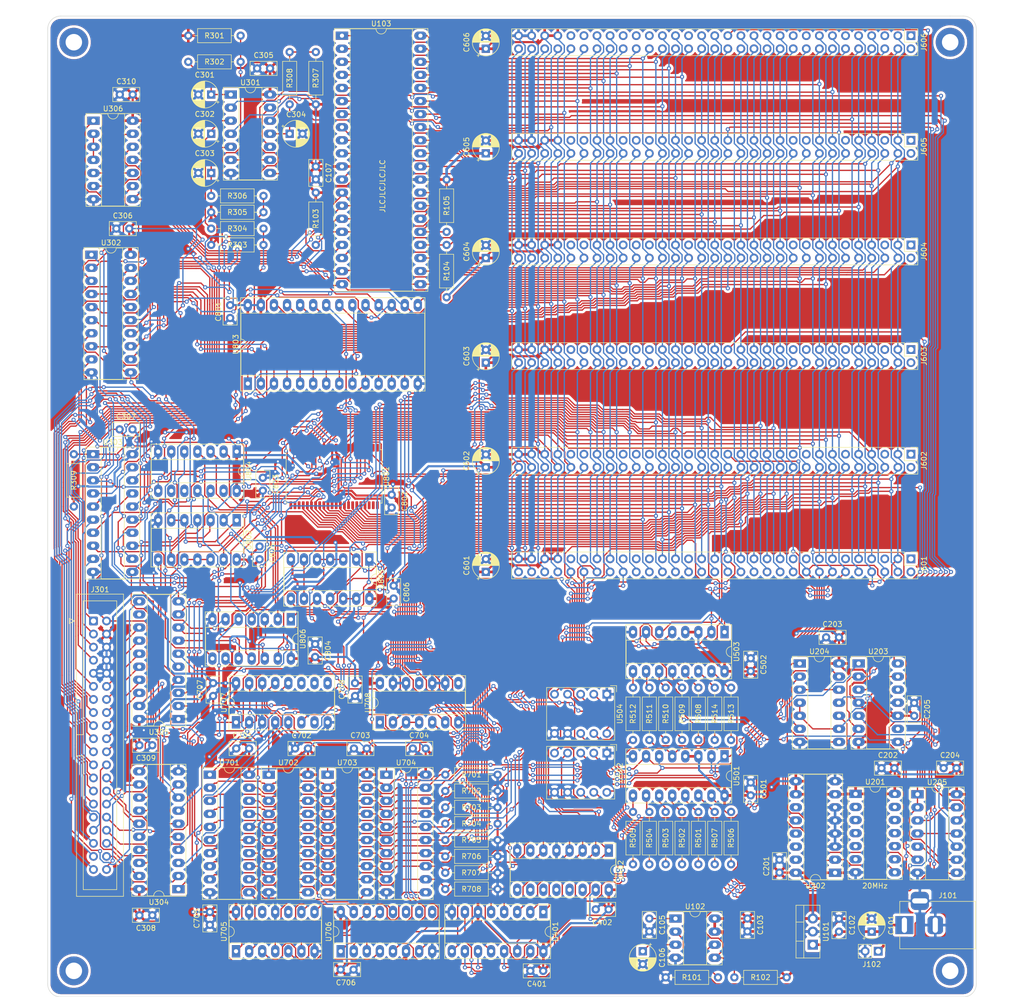
<source format=kicad_pcb>
(kicad_pcb (version 20211014) (generator pcbnew)
  (title_block (title "Computer") (date "2021-03-09") (rev "v1.0") (company "Bailey Harrison"))
  (layers (0 "F.Cu" signal) (31 "B.Cu" signal) (36 "B.SilkS" user "B.Silkscreen") (37 "F.SilkS" user "F.Silkscreen") (38 "B.Mask" user) (39 "F.Mask" user) (44 "Edge.Cuts" user))
  (net 0 "")
  (net 1 "GND")
  (net 2 "/9V_IN")
  (net 3 "+5V")
  (net 4 "Net-(C105-Pad1)")
  (net 5 "Net-(C106-Pad1)")
  (net 6 "Net-(C301-Pad1)")
  (net 7 "Net-(C302-Pad1)")
  (net 8 "Net-(C303-Pad1)")
  (net 9 "Net-(C304-Pad1)")
  (net 10 "Net-(J301-Pad40)")
  (net 11 "Net-(J301-Pad38)")
  (net 12 "Net-(J301-Pad36)")
  (net 13 "Net-(J301-Pad34)")
  (net 14 "Net-(J301-Pad32)")
  (net 15 "Net-(J301-Pad30)")
  (net 16 "Net-(J301-Pad28)")
  (net 17 "Net-(J301-Pad26)")
  (net 18 "Net-(J301-Pad24)")
  (net 19 "Net-(J301-Pad22)")
  (net 20 "Net-(J301-Pad20)")
  (net 21 "Net-(J301-Pad18)")
  (net 22 "Net-(J301-Pad16)")
  (net 23 "Net-(J301-Pad14)")
  (net 24 "Net-(J301-Pad12)")
  (net 25 "Net-(J301-Pad2)")
  (net 26 "Net-(J301-Pad39)")
  (net 27 "Net-(J301-Pad37)")
  (net 28 "Net-(J301-Pad35)")
  (net 29 "Net-(J301-Pad33)")
  (net 30 "Net-(J301-Pad31)")
  (net 31 "Net-(J301-Pad29)")
  (net 32 "Net-(J301-Pad27)")
  (net 33 "Net-(J301-Pad25)")
  (net 34 "Net-(J301-Pad23)")
  (net 35 "Net-(J301-Pad21)")
  (net 36 "Net-(J301-Pad19)")
  (net 37 "Net-(J301-Pad17)")
  (net 38 "Net-(J301-Pad15)")
  (net 39 "Net-(J301-Pad13)")
  (net 40 "Net-(J301-Pad11)")
  (net 41 "Net-(J301-Pad7)")
  (net 42 "Net-(J301-Pad5)")
  (net 43 "Net-(J301-Pad3)")
  (net 44 "Net-(J301-Pad1)")
  (net 45 "A0")
  (net 46 "A1")
  (net 47 "A2")
  (net 48 "A3")
  (net 49 "A4")
  (net 50 "A5")
  (net 51 "A6")
  (net 52 "INT")
  (net 53 "A7")
  (net 54 "WAIT")
  (net 55 "A8")
  (net 56 "A9")
  (net 57 "A10")
  (net 58 "A11")
  (net 59 "CLK")
  (net 60 "A12")
  (net 61 "RFSH")
  (net 62 "A13")
  (net 63 "A14")
  (net 64 "WR")
  (net 65 "A15")
  (net 66 "RD")
  (net 67 "A16")
  (net 68 "IOSEL3")
  (net 69 "A17")
  (net 70 "IORQ")
  (net 71 "A18")
  (net 72 "MREQ")
  (net 73 "A19")
  (net 74 "BUSRQ")
  (net 75 "A20")
  (net 76 "BUSACK")
  (net 77 "A21")
  (net 78 "D0")
  (net 79 "D1")
  (net 80 "CPU_A14")
  (net 81 "D2")
  (net 82 "CPU_A15")
  (net 83 "D3")
  (net 84 "D4")
  (net 85 "HALT")
  (net 86 "D5")
  (net 87 "M1")
  (net 88 "D6")
  (net 89 "D7")
  (net 90 "RST")
  (net 91 "IOSEL4")
  (net 92 "IOSEL5")
  (net 93 "IOSEL6")
  (net 94 "IOSEL7")
  (net 95 "IOSEL8")
  (net 96 "Net-(R101-Pad2)")
  (net 97 "Net-(R501-Pad2)")
  (net 98 "Net-(R501-Pad1)")
  (net 99 "Net-(R502-Pad2)")
  (net 100 "Net-(R502-Pad1)")
  (net 101 "Net-(R503-Pad2)")
  (net 102 "Net-(R503-Pad1)")
  (net 103 "Net-(R504-Pad2)")
  (net 104 "Net-(R504-Pad1)")
  (net 105 "Net-(R505-Pad2)")
  (net 106 "Net-(R505-Pad1)")
  (net 107 "Net-(R506-Pad2)")
  (net 108 "Net-(R506-Pad1)")
  (net 109 "Net-(R507-Pad2)")
  (net 110 "Net-(R507-Pad1)")
  (net 111 "Net-(R508-Pad2)")
  (net 112 "Net-(R508-Pad1)")
  (net 113 "Net-(R509-Pad2)")
  (net 114 "Net-(R509-Pad1)")
  (net 115 "Net-(R510-Pad2)")
  (net 116 "Net-(R510-Pad1)")
  (net 117 "Net-(R511-Pad2)")
  (net 118 "Net-(R511-Pad1)")
  (net 119 "Net-(R512-Pad2)")
  (net 120 "Net-(R512-Pad1)")
  (net 121 "Net-(R513-Pad2)")
  (net 122 "Net-(R513-Pad1)")
  (net 123 "Net-(R514-Pad2)")
  (net 124 "Net-(R514-Pad1)")
  (net 125 "RESIN")
  (net 126 "NMI")
  (net 127 "Net-(U201-Pad8)")
  (net 128 "Net-(U202-Pad12)")
  (net 129 "Net-(U203-Pad13)")
  (net 130 "/CLOCK/CLK_TOG")
  (net 131 "/CLOCK/STEP_OFF")
  (net 132 "IOSEL1")
  (net 133 "Net-(U204-Pad13)")
  (net 134 "Net-(U204-Pad2)")
  (net 135 "Net-(U204-Pad12)")
  (net 136 "Net-(U204-Pad11)")
  (net 137 "Net-(U205-Pad13)")
  (net 138 "/CLOCK/CLK_MAN")
  (net 139 "Net-(U205-Pad5)")
  (net 140 "Net-(U205-Pad11)")
  (net 141 "Net-(U301-Pad10)")
  (net 142 "Net-(U301-Pad6)")
  (net 143 "Net-(U302-Pad11)")
  (net 144 "/FRONT_PANEL/NOT_RFSH")
  (net 145 "Net-(U306-Pad13)")
  (net 146 "Net-(U306-Pad10)")
  (net 147 "Net-(U306-Pad2)")
  (net 148 "IOSEL0")
  (net 149 "IOSEL2")
  (net 150 "Net-(U701-Pad11)")
  (net 151 "Net-(U701-Pad1)")
  (net 152 "Net-(U702-Pad11)")
  (net 153 "Net-(U702-Pad1)")
  (net 154 "Net-(U703-Pad11)")
  (net 155 "Net-(U703-Pad1)")
  (net 156 "Net-(U704-Pad11)")
  (net 157 "Net-(U704-Pad1)")
  (net 158 "Net-(U705-Pad5)")
  (net 159 "Net-(U705-Pad3)")
  (net 160 "Net-(U705-Pad9)")
  (net 161 "Net-(U705-Pad1)")
  (net 162 "Net-(U706-Pad7)")
  (net 163 "Net-(U707-Pad6)")
  (net 164 "Net-(U708-Pad2)")
  (net 165 "Net-(U801-Pad37)")
  (net 166 "Net-(U801-Pad15)")
  (net 167 "Net-(U801-Pad8)")
  (net 168 "Net-(U802-Pad1)")
  (net 169 "Net-(U802-Pad10)")
  (net 170 "Net-(U803-Pad20)")
  (net 171 "Net-(U804-Pad6)")
  (net 172 "Net-(U804-Pad12)")
  (net 173 "Net-(U804-Pad5)")
  (net 174 "Net-(U804-Pad11)")
  (net 175 "Net-(U804-Pad4)")
  (net 176 "Net-(U804-Pad3)")
  (net 177 "Net-(U804-Pad2)")
  (net 178 "Net-(U805-Pad6)")
  (net 179 "Net-(U805-Pad3)")
  (footprint "Capacitor_THT:CP_Radial_D5.0mm_P2.50mm" (layer "F.Cu") (at 98.806 147.32 90)
    (fp_text reference "C601")
    (fp_text value "47µF")
  )
  (footprint "Capacitor_THT:CP_Radial_D5.0mm_P2.50mm" (layer "F.Cu") (at 98.806 127 90)
    (fp_text reference "C602")
    (fp_text value "47µF")
  )
  (footprint "Capacitor_THT:CP_Radial_D5.0mm_P2.50mm" (layer "F.Cu") (at 98.806 86.36 90)
    (fp_text reference "C604")
    (fp_text value "47µF")
  )
  (footprint "Capacitor_THT:CP_Radial_D5.0mm_P2.50mm" (layer "F.Cu") (at 98.806 66.04 90)
    (fp_text reference "C605")
    (fp_text value "47µF")
  )
  (footprint "Capacitor_THT:CP_Radial_D5.0mm_P2.50mm" (layer "F.Cu") (at 98.806 45.72 90)
    (fp_text reference "C606")
    (fp_text value "47µF")
  )
  (footprint "Connector_PinHeader_2.54mm:PinHeader_2x31_P2.54mm_Vertical" (layer "F.Cu") (at 181.356 144.78 -90)
    (fp_text reference "J601")
    (fp_text value "2x31 Connector Male")
  )
  (footprint "Connector_PinHeader_2.54mm:PinHeader_2x31_P2.54mm_Vertical" (layer "F.Cu") (at 181.356 124.46 -90)
    (fp_text reference "J602")
    (fp_text value "2x31 Connector Male")
  )
  (footprint "Connector_PinHeader_2.54mm:PinHeader_2x31_P2.54mm_Vertical" (layer "F.Cu") (at 181.356 83.82 -90)
    (fp_text reference "J604")
    (fp_text value "2x31 Connector Male")
  )
  (footprint "Connector_PinHeader_2.54mm:PinHeader_2x31_P2.54mm_Vertical" (layer "F.Cu") (at 181.356 63.5 -90)
    (fp_text reference "J605")
    (fp_text value "2x31 Connector Male")
  )
  (footprint "Connector_PinHeader_2.54mm:PinHeader_2x31_P2.54mm_Vertical" (layer "F.Cu") (at 181.356 43.18 -90)
    (fp_text reference "J606")
    (fp_text value "2x31 Connector Male")
  )
  (footprint "Resistor_THT:R_Axial_DIN0207_L6.3mm_D2.5mm_P10.16mm_Horizontal" (layer "F.Cu") (at 133.731 226.06)
    (fp_text reference "R101")
    (fp_text value "10k")
  )
  (footprint "Capacitor_THT:C_Disc_D5.0mm_W2.5mm_P2.50mm" (layer "F.Cu") (at 149.606 214.63 -90)
    (fp_text reference "C103")
    (fp_text value "0.1µF")
  )
  (footprint "Capacitor_THT:C_Disc_D5.0mm_W2.5mm_P2.50mm" (layer "F.Cu") (at 167.386 217.17 90)
    (fp_text reference "C102")
    (fp_text value "0.22µF")
  )
  (footprint "Capacitor_THT:CP_Radial_D5.0mm_P2.50mm" (layer "F.Cu") (at 129.286 220.98 -90)
    (fp_text reference "C106")
    (fp_text value "47µF")
  )
  (footprint "Capacitor_THT:C_Disc_D5.0mm_W2.5mm_P2.50mm" (layer "F.Cu") (at 130.556 214.63 -90)
    (fp_text reference "C105")
    (fp_text value "0.1µF")
  )
  (footprint "Capacitor_THT:CP_Radial_D5.0mm_P2.50mm" (layer "F.Cu") (at 98.806 106.68 90)
    (fp_text reference "C603")
    (fp_text value "47µF")
  )
  (footprint "Capacitor_THT:C_Disc_D5.0mm_W2.5mm_P2.50mm" (layer "F.Cu") (at 150.241 164.084 -90)
    (fp_text reference "C502")
    (fp_text value "0.1µF")
  )
  (footprint "Capacitor_THT:C_Disc_D5.0mm_W2.5mm_P2.50mm" (layer "F.Cu") (at 150.241 188.214 -90)
    (fp_text reference "C501")
    (fp_text value "0.1µF")
  )
  (footprint "Capacitor_THT:C_Disc_D5.0mm_W2.5mm_P2.50mm" (layer "F.Cu") (at 30.226 54.61 180)
    (fp_text reference "C310")
    (fp_text value "0.1µF")
  )
  (footprint "Capacitor_THT:C_Disc_D5.0mm_W2.5mm_P2.50mm" (layer "F.Cu") (at 34.036 180.975 180)
    (fp_text reference "C309")
    (fp_text value "0.1µF")
  )
  (footprint "Capacitor_THT:C_Disc_D5.0mm_W2.5mm_P2.50mm" (layer "F.Cu") (at 34.036 213.995 180)
    (fp_text reference "C308")
    (fp_text value "0.1µF")
  )
  (footprint "Capacitor_THT:C_Disc_D5.0mm_W2.5mm_P2.50mm" (layer "F.Cu") (at 27.686 119.634)
    (fp_text reference "C307")
    (fp_text value "0.1µF")
  )
  (footprint "Capacitor_THT:C_Disc_D5.0mm_W2.5mm_P2.50mm" (layer "F.Cu") (at 27.051 80.645)
    (fp_text reference "C306")
    (fp_text value "0.1µF")
  )
  (footprint "Capacitor_THT:C_Disc_D5.0mm_W2.5mm_P2.50mm" (layer "F.Cu") (at 56.896 49.53 180)
    (fp_text reference "C305")
    (fp_text value "0.1µF")
  )
  (footprint "Capacitor_THT:CP_Radial_D5.0mm_P2.50mm" (layer "F.Cu") (at 60.706 62.23)
    (fp_text reference "C304")
    (fp_text value "10µF")
  )
  (footprint "Capacitor_THT:CP_Radial_D5.0mm_P2.50mm" (layer "F.Cu") (at 45.466 69.85 180)
    (fp_text reference "C303")
    (fp_text value "10µF")
  )
  (footprint "Capacitor_THT:CP_Radial_D5.0mm_P2.50mm" (layer "F.Cu") (at 45.466 62.23 180)
    (fp_text reference "C302")
    (fp_text value "10µF")
  )
  (footprint "Capacitor_THT:CP_Radial_D5.0mm_P2.50mm" (layer "F.Cu") (at 45.466 54.61 180)
    (fp_text reference "C301")
    (fp_text value "10µF")
  )
  (footprint "Capacitor_THT:C_Disc_D5.0mm_W2.5mm_P2.50mm" (layer "F.Cu") (at 187.706 185.42)
    (fp_text reference "C204")
    (fp_text value "0.1µF")
  )
  (footprint "Capacitor_THT:C_Disc_D5.0mm_W2.5mm_P2.50mm" (layer "F.Cu") (at 87.122 181.61 180)
    (fp_text reference "C704")
    (fp_text value "0.1µF")
  )
  (footprint "Capacitor_THT:C_Disc_D5.0mm_W2.5mm_P2.50mm" (layer "F.Cu") (at 75.692 181.61 180)
    (fp_text reference "C703")
    (fp_text value "0.1µF")
  )
  (footprint "Capacitor_THT:C_Disc_D5.0mm_W2.5mm_P2.50mm" (layer "F.Cu") (at 64.262 181.61 180)
    (fp_text reference "C702")
    (fp_text value "0.1µF")
  )
  (footprint "Capacitor_THT:C_Disc_D5.0mm_W2.5mm_P2.50mm" (layer "F.Cu") (at 52.832 181.61 180)
    (fp_text reference "C701")
    (fp_text value "0.1µF")
  )
  (footprint "Capacitor_THT:C_Disc_D5.0mm_W2.5mm_P2.50mm" (layer "F.Cu") (at 65.786 68.58 -90)
    (fp_text reference "C107")
    (fp_text value "0.1µF")
  )
  (footprint "Capacitor_THT:C_Disc_D5.0mm_W2.5mm_P2.50mm" (layer "F.Cu") (at 175.641 185.42)
    (fp_text reference "C202")
    (fp_text value "0.1µF")
  )
  (footprint "Capacitor_THT:C_Disc_D5.0mm_W2.5mm_P2.50mm" (layer "F.Cu") (at 167.386 160.02 180)
    (fp_text reference "C203")
    (fp_text value "0.1µF")
  )
  (footprint "Resistor_THT:R_Axial_DIN0207_L6.3mm_D2.5mm_P10.16mm_Horizontal" (layer "F.Cu") (at 51.181 48.26 180)
    (fp_text reference "R302")
    (fp_text value "1k")
  )
  (footprint "Resistor_THT:R_Axial_DIN0207_L6.3mm_D2.5mm_P10.16mm_Horizontal" (layer "F.Cu") (at 51.181 43.18 180)
    (fp_text reference "R301")
    (fp_text value "10k")
  )
  (footprint "Resistor_THT:R_Axial_DIN0207_L6.3mm_D2.5mm_P10.16mm_Horizontal" (layer "F.Cu") (at 91.186 81.28 90)
    (fp_text reference "R105")
    (fp_text value "10k")
  )
  (footprint "Resistor_THT:R_Axial_DIN0207_L6.3mm_D2.5mm_P10.16mm_Horizontal" (layer "F.Cu") (at 91.186 83.82 -90)
    (fp_text reference "R104")
    (fp_text value "10k")
  )
  (footprint "Resistor_THT:R_Axial_DIN0207_L6.3mm_D2.5mm_P10.16mm_Horizontal" (layer "F.Cu") (at 65.786 83.82 90)
    (fp_text reference "R103")
    (fp_text value "10k")
  )
  (footprint "Resistor_THT:R_Axial_DIN0207_L6.3mm_D2.5mm_P10.16mm_Horizontal" (layer "F.Cu") (at 157.226 226.06 180)
    (fp_text reference "R102")
    (fp_text value "10k")
  )
  (footprint "Connector_PinHeader_2.54mm:PinHeader_2x31_P2.54mm_Vertical" (layer "F.Cu") (at 181.356 104.14 -90)
    (fp_text reference "J603")
    (fp_text value "2x31 Connector Male")
  )
  (footprint "Connector_IDC:IDC-Header_2x20_P2.54mm_Vertical" (layer "F.Cu") (at 22.606 156.845)
    (fp_text reference "J301")
    (fp_text value "40-Pin IDC Connector")
  )
  (footprint "Connector_PinHeader_2.54mm:PinHeader_1x02_P2.54mm_Vertical" (layer "F.Cu") (at 175.006 220.98 -90)
    (fp_text reference "J102")
    (fp_text value "1x2 Connector Male")
  )
  (footprint "Capacitor_THT:C_Disc_D5.0mm_W2.5mm_P2.50mm" (layer "F.Cu") (at 80.899 149.987 -90)
    (fp_text reference "C806")
    (fp_text value "0.1µF")
  )
  (footprint "Capacitor_THT:C_Disc_D5.0mm_W2.5mm_P2.50mm" (layer "F.Cu") (at 54.864 142.367 -90)
    (fp_text reference "C805")
    (fp_text value "0.1µF")
  )
  (footprint "Capacitor_THT:C_Disc_D5.0mm_W2.5mm_P2.50mm" (layer "F.Cu") (at 65.659 161.33 -90)
    (fp_text reference "C804")
    (fp_text value "0.1µF")
  )
  (footprint "Capacitor_THT:C_Disc_D5.0mm_W2.5mm_P2.50mm" (layer "F.Cu") (at 55.499 129.032 -90)
    (fp_text reference "C803")
    (fp_text value "0.1µF")
  )
  (footprint "Capacitor_THT:C_Disc_D5.0mm_W2.5mm_P2.50mm" (layer "F.Cu") (at 80.518 132.334 -90)
    (fp_text reference "C802")
    (fp_text value "0.1µF")
  )
  (footprint "Capacitor_THT:C_Disc_D5.0mm_W2.5mm_P2.50mm" (layer "F.Cu") (at 49.149 95.504 -90)
    (fp_text reference "C801")
    (fp_text value "0.1µF")
  )
  (footprint "Capacitor_THT:C_Disc_D5.0mm_W2.5mm_P2.50mm" (layer "F.Cu") (at 73.406 168.91 -90)
    (fp_text reference "C708")
    (fp_text value "0.1µF")
  )
  (footprint "Capacitor_THT:C_Disc_D5.0mm_W2.5mm_P2.50mm" (layer "F.Cu") (at 45.847 168.91 -90)
    (fp_text reference "C707")
    (fp_text value "0.1µF")
  )
  (footprint "Capacitor_THT:C_Disc_D5.0mm_W2.5mm_P2.50mm" (layer "F.Cu") (at 70.612 224.536)
    (fp_text reference "C706")
    (fp_text value "0.1µF")
  )
  (footprint "Capacitor_THT:C_Disc_D5.0mm_W2.5mm_P2.50mm" (layer "F.Cu") (at 45.212 213.36 -90)
    (fp_text reference "C705")
    (fp_text value "0.1µF")
  )
  (footprint "Package_DIP:DIP-14_W7.62mm_Socket_LongPads" (layer "F.Cu") (at 60.949 156.519225 -90)
    (fp_text reference "U806")
    (fp_text value "74AHC04")
  )
  (footprint "Capacitor_THT:C_Disc_D5.0mm_W2.5mm_P2.50mm" (layer "F.Cu") (at 120.142 212.852)
    (fp_text reference "C402")
    (fp_text value "0.1µF")
  )
  (footprint "Package_DIP:DIP-16_W7.62mm_Socket_LongPads" (layer "F.Cu") (at 122.682 201.422 -90)
    (fp_text reference "U402")
    (fp_text value "74AHC138")
  )
  (footprint "Package_DIP:DIP-16_W7.62mm_Socket_LongPads" (layer "F.Cu") (at 109.982 213.36 -90)
    (fp_text reference "U401")
    (fp_text value "74AHC138")
  )
  (footprint "Package_DIP:DIP-16_W7.62mm_Socket_LongPads" (layer "F.Cu") (at 70.612 220.98 90)
    (fp_text reference "U706")
    (fp_text value "74AHC138")
  )
  (footprint "Package_DIP:DIP-16_W7.62mm_Socket_LongPads" (layer "F.Cu") (at 50.292 176.53 90)
    (fp_text reference "U707")
    (fp_text value "74AHC138")
  )
  (footprint "Package_DIP:DIP-14_W7.62mm_Socket_LongPads" (layer "F.Cu") (at 78.232 176.53 90)
    (fp_text reference "U708")
    (fp_text value "74AHC00")
  )
  (footprint "Package_DIP:DIP-14_W7.62mm_Socket_LongPads" (layer "F.Cu") (at 50.419 137.287 -90)
    (fp_text reference "U802")
    (fp_text value "74AHC02")
  )
  (footprint "Package_DIP:DIP-14_W7.62mm_Socket_LongPads" (layer "F.Cu") (at 50.419 123.952 -90)
    (fp_text reference "U804")
    (fp_text value "74AHC30")
  )
  (footprint "Capacitor_THT:C_Disc_D5.0mm_W2.5mm_P2.50mm" (layer "F.Cu") (at 107.442 224.79)
    (fp_text reference "C401")
    (fp_text value "0.1µF")
  )
  (footprint "Package_DIP:DIP-14_W7.62mm_Socket_LongPads" (layer "F.Cu") (at 76.189 144.896225 -90)
    (fp_text reference "U805")
    (fp_text value "74AHC00")
  )
  (footprint "Package_DIP:DIP-14_W7.62mm_Socket_LongPads" (layer "F.Cu") (at 170.606225 190.425)
    (fp_text reference "U201")
    (fp_text value "20MHz")
  )
  (footprint "Package_DIP:DIP-16_W7.62mm_Socket_LongPads" (layer "F.Cu") (at 166.624 205.74 180)
    (fp_text reference "U202")
    (fp_text value "74AC161")
  )
  (footprint "Package_DIP:DIP-14_W7.62mm_Socket_LongPads" (layer "F.Cu") (at 171.196 165.1)
    (fp_text reference "U203")
    (fp_text value "74HC73")
  )
  (footprint "Package_DIP:DIP-14_W7.62mm_Socket_LongPads" (layer "F.Cu") (at 159.766 165.1)
    (fp_text reference "U204")
    (fp_text value "74AHC00")
  )
  (footprint "Package_DIP:DIP-14_W7.62mm_Socket_LongPads" (layer "F.Cu") (at 182.626 190.5)
    (fp_text reference "U205")
    (fp_text value "74AHC00")
  )
  (footprint "Package_DIP:DIP-14_W7.62mm_Socket_LongPads" (layer "F.Cu") (at 49.276 54.61)
    (fp_text reference "U301")
    (fp_text value "74HC14")
  )
  (footprint "Package_DIP:DIP-20_W7.62mm_Socket_LongPads" (layer "F.Cu") (at 22.217225 85.727)
    (fp_text reference "U302")
    (fp_text value "74AHC374")
  )
  (footprint "Package_DIP:DIP-20_W7.62mm_Socket_LongPads" (layer "F.Cu") (at 22.532225 124.462)
    (fp_text reference "U303")
    (fp_text value "74AHC374")
  )
  (footprint "Package_DIP:DIP-20_W7.62mm_Socket_LongPads" (layer "F.Cu") (at 39.116 208.915 180)
    (fp_text reference "U304")
    (fp_text value "74AHC374")
  )
  (footprint "Package_DIP:DIP-20_W7.62mm_Socket_LongPads" (layer "F.Cu") (at 39.116 175.895 180)
    (fp_text reference "U305")
    (fp_text value "74AHC540")
  )
  (footprint "Package_DIP:DIP-14_W7.62mm_Socket_LongPads" (layer "F.Cu") (at 22.606 59.69)
    (fp_text reference "U306")
    (fp_text value "74AHC02")
  )
  (footprint "Package_DIP:DIP-16_W7.62mm_Socket_LongPads" (layer "F.Cu") (at 145.161 183.134 -90)
    (fp_text reference "U501")
    (fp_text value "74HC4511")
  )
  (footprint "Display_7Segment:Sx39-1xxxxx" (layer "F.Cu") (at 122.301 182.499 -90)
    (fp_text reference "U502")
    (fp_text value "7SEG-LOW")
  )
  (footprint "Package_DIP:DIP-16_W7.62mm_Socket_LongPads" (layer "F.Cu") (at 145.161 159.004 -90)
    (fp_text reference "U503")
    (fp_text value "74HC4511")
  )
  (footprint "Display_7Segment:Sx39-1xxxxx" (layer "F.Cu") (at 122.301 171.069 -90)
    (fp_text reference "U504")
    (fp_text value "7SEG-HI")
  )
  (footprint "Package_DIP:DIP-20_W7.62mm_Socket_LongPads" (layer "F.Cu") (at 45.212 186.69)
    (fp_text reference "U701")
    (fp_text value "74AHC574")
  )
  (footprint "Package_DIP:DIP-20_W7.62mm_Socket_LongPads" (layer "F.Cu") (at 56.642 186.69)
    (fp_text reference "U702")
    (fp_text value "74AHC574")
  )
  (footprint "Package_DIP:DIP-20_W7.62mm_Socket_LongPads" (layer "F.Cu") (at 68.072 186.69)
    (fp_text reference "U703")
    (fp_text value "74AHC574")
  )
  (footprint "Package_DIP:DIP-20_W7.62mm_Socket_LongPads" (layer "F.Cu") (at 79.502 186.69)
    (fp_text reference "U704")
    (fp_text value "74AHC574")
  )
  (footprint "Package_DIP:DIP-14_W7.62mm_Socket_LongPads" (layer "F.Cu") (at 50.292 220.98 90)
    (fp_text reference "U705")
    (fp_text value "74AHC04")
  )
  (footprint "Package_DIP:DIP-40_W15.24mm_Socket_LongPads" (layer "F.Cu") (at 70.866 43.18)
    (fp_text reference "U103")
    (fp_text value "Z84C0020")
  )
  (footprint "Resistor_THT:R_Axial_DIN0207_L6.3mm_D2.5mm_P10.16mm_Horizontal" (layer "F.Cu") (at 146.431 179.959 90)
    (fp_text reference "R513")
    (fp_text value "470")
  )
  (footprint "Resistor_THT:R_Axial_DIN0207_L6.3mm_D2.5mm_P10.16mm_Horizontal" (layer "F.Cu") (at 143.256 179.959 90)
    (fp_text reference "R514")
    (fp_text value "470")
  )
  (footprint "Resistor_THT:R_Axial_DIN0207_L6.3mm_D2.5mm_P10.16mm_Horizontal" (layer "F.Cu") (at 90.932 193.04)
    (fp_text reference "R703")
    (fp_text value "10k")
  )
  (footprint "Resistor_THT:R_Axial_DIN0207_L6.3mm_D2.5mm_P10.16mm_Horizontal" (layer "F.Cu") (at 90.932 189.865)
    (fp_text reference "R702")
    (fp_text value "10k")
  )
  (footprint "Resistor_THT:R_Axial_DIN0207_L6.3mm_D2.5mm_P10.16mm_Horizontal" (layer "F.Cu") (at 90.932 186.69)
    (fp_text reference "R701")
    (fp_text value "10k")
  )
  (footprint "Resistor_THT:R_Axial_DIN0207_L6.3mm_D2.5mm_P10.16mm_Horizontal" (layer "F.Cu") (at 90.932 196.215)
    (fp_text reference "R704")
    (fp_text value "10k")
  )
  (footprint "Resistor_THT:R_Axial_DIN0207_L6.3mm_D2.5mm_P10.16mm_Horizontal" (layer "F.Cu") (at 90.932 202.565)
    (fp_text reference "R706")
    (fp_text value "10k")
  )
  (footprint "Resistor_THT:R_Axial_DIN0207_L6.3mm_D2.5mm_P10.16mm_Horizontal" (layer "F.Cu") (at 90.932 205.74)
    (fp_text reference "R707")
    (fp_text value "10k")
  )
  (footprint "Package_TO_SOT_THT:TO-220-3_Vertical" (layer "F.Cu") (at 162.306 219.71 90)
    (fp_text reference "U101")
    (fp_text value "L7805")
  )
  (footprint "Resistor_THT:R_Axial_DIN0207_L6.3mm_D2.5mm_P10.16mm_Horizontal" (layer "F.Cu") (at 90.932 199.39)
    (fp_text reference "R705")
    (fp_text value "10k")
  )
  (footprint "Resistor_THT:R_Axial_DIN0207_L6.3mm_D2.5mm_P10.16mm_Horizontal" (layer "F.Cu") (at 90.932 208.915)
    (fp_text reference "R708")
    (fp_text value "10k")
  )
  (footprint "Package_DIP:DIP-8_W7.62mm_Socket_LongPads" (layer "F.Cu") (at 135.636 214.63)
    (fp_text reference "U102")
    (fp_text value "TL7705A")
  )
  (footprint "Resistor_THT:R_Axial_DIN0207_L6.3mm_D2.5mm_P10.16mm_Horizontal" (layer "F.Cu") (at 143.256 204.089 90)
    (fp_text reference "R507")
    (fp_text value "470")
  )
  (footprint "Resistor_THT:R_Axial_DIN0207_L6.3mm_D2.5mm_P10.16mm_Horizontal" (layer "F.Cu") (at 140.081 179.959 90)
    (fp_text reference "R508")
    (fp_text value "470")
  )
  (footprint "Resistor_THT:R_Axial_DIN0207_L6.3mm_D2.5mm_P10.16mm_Horizontal" (layer "F.Cu") (at 130.556 179.959 90)
    (fp_text reference "R511")
    (fp_text value "470")
  )
  (footprint "Resistor_THT:R_Axial_DIN0207_L6.3mm_D2.5mm_P10.16mm_Horizontal" (layer "F.Cu") (at 133.731 179.959 90)
    (fp_text reference "R510")
    (fp_text value "470")
  )
  (footprint "Resistor_THT:R_Axial_DIN0207_L6.3mm_D2.5mm_P10.16mm_Horizontal" (layer "F.Cu") (at 136.906 179.959 90)
    (fp_text reference "R509")
    (fp_text value "470")
  )
  (footprint "Resistor_THT:R_Axial_DIN0207_L6.3mm_D2.5mm_P10.16mm_Horizontal" (layer "F.Cu") (at 140.081 204.089 90)
    (fp_text reference "R501")
    (fp_text value "470")
  )
  (footprint "Resistor_THT:R_Axial_DIN0207_L6.3mm_D2.5mm_P10.16mm_Horizontal" (layer "F.Cu") (at 127.381 179.959 90)
    (fp_text reference "R512")
    (fp_text value "470")
  )
  (footprint "Resistor_THT:R_Axial_DIN0207_L6.3mm_D2.5mm_P10.16mm_Horizontal" (layer "F.Cu") (at 146.431 204.089 90)
    (fp_text reference "R506")
    (fp_text value "470")
  )
  (footprint "Resistor_THT:R_Axial_DIN0207_L6.3mm_D2.5mm_P10.16mm_Horizontal" (layer "F.Cu") (at 127.381 204.089 90)
    (fp_text reference "R505")
    (fp_text value "470")
  )
  (footprint "Resistor_THT:R_Axial_DIN0207_L6.3mm_D2.5mm_P10.16mm_Horizontal" (layer "F.Cu") (at 130.556 204.089 90)
    (fp_text reference "R504")
    (fp_text value "470")
  )
  (footprint "Resistor_THT:R_Axial_DIN0207_L6.3mm_D2.5mm_P10.16mm_Horizontal" (layer "F.Cu") (at 133.731 204.089 90)
    (fp_text reference "R503")
    (fp_text value "470")
  )
  (footprint "Resistor_THT:R_Axial_DIN0207_L6.3mm_D2.5mm_P10.16mm_Horizontal" (layer "F.Cu") (at 136.906 204.089 90)
    (fp_text reference "R502")
    (fp_text value "470")
  )
  (footprint "Resistor_THT:R_Axial_DIN0207_L6.3mm_D2.5mm_P10.16mm_Horizontal" (layer "F.Cu") (at 18.796 134.62 90)
    (fp_text reference "R309")
    (fp_text value "10k")
  )
  (footprint "Resistor_THT:R_Axial_DIN0207_L6.3mm_D2.5mm_P10.16mm_Horizontal" (layer "F.Cu") (at 60.706 46.355 -90)
    (fp_text reference "R308")
    (fp_text value "1k")
  )
  (footprint "Resistor_THT:R_Axial_DIN0207_L6.3mm_D2.5mm_P10.16mm_Horizontal" (layer "F.Cu") (at 55.626 77.47 180)
    (fp_text reference "R305")
    (fp_text value "10k")
  )
  (footprint "Resistor_THT:R_Axial_DIN0207_L6.3mm_D2.5mm_P10.16mm_Horizontal" (layer "F.Cu") (at 65.786 46.355 -90)
    (fp_text reference "R307")
    (fp_text value "10k")
  )
  (footprint "Resistor_THT:R_Axial_DIN0207_L6.3mm_D2.5mm_P10.16mm_Horizontal" (layer "F.Cu") (at 55.626 80.645 180)
    (fp_text reference "R304")
    (fp_text value "1k")
  )
  (footprint "Resistor_THT:R_Axial_DIN0207_L6.3mm_D2.5mm_P10.16mm_Horizontal" (layer "F.Cu") (at 55.626 83.82 180)
    (fp_text reference "R303")
    (fp_text value "10k")
  )
  (footprint "Resistor_THT:R_Axial_DIN0207_L6.3mm_D2.5mm_P10.16mm_Horizontal" (layer "F.Cu") (at 55.626 74.295 180)
    (fp_text reference "R306")
    (fp_text value "1k")
  )
  (footprint "Capacitor_THT:CP_Radial_D5.0mm_P2.50mm" (layer "F.Cu") (at 173.736 217.17 90)
    (fp_text reference "C101")
    (fp_text value "47µF")
  )
  (footprint "Connector_BarrelJack:BarrelJack_Horizontal" (layer "F.Cu") (at 180.086 215.9 180)
    (fp_text reference "J101")
    (fp_text value "Barrel_Jack_Switch")
  )
  (footprint "Package_DIP:DIP-28_W15.24mm_Socket_LongPads" (layer "F.Cu") (at 52.578 110.744 90)
    (fp_text reference "U803")
    (fp_text value "28C256")
  )
  (footprint "Package_SO:TSOP-II-44_10.16x18.41mm_P0.8mm" (layer "F.Cu") (at 69.342 128.7775 -90)
    (fp_text reference "U801")
    (fp_text value "AS7C4096A")
  )
  (footprint "Capacitor_THT:C_Disc_D5.0mm_W2.5mm_P2.50mm" (layer "F.Cu") (at 181.991 175.26 90)
    (fp_text reference "C205")
    (fp_text value "0.1µF")
  )
  (footprint "Capacitor_THT:C_Disc_D5.0mm_W2.5mm_P2.50mm" (layer "F.Cu") (at 155.829 203.2 -90)
    (fp_text reference "C201")
    (fp_text value "0.1µF")
  )
  (footprint "MountingHole:MountingHole_3.2mm_M3_DIN965_Pad" (layer "F.Cu") (at 18.796 224.79)
    (fp_text reference "REF**")
    (fp_text value "MountingHole_3.2mm_M3_DIN965_Pad")
  )
  (footprint "MountingHole:MountingHole_3.2mm_M3_DIN965_Pad" (layer "F.Cu") (at 188.976 224.79)
    (fp_text reference "REF**")
    (fp_text value "MountingHole_3.2mm_M3_DIN965_Pad")
  )
  (footprint "MountingHole:MountingHole_3.2mm_M3_DIN965_Pad" (layer "F.Cu") (at 188.976 44.45)
    (fp_text reference "REF**")
    (fp_text value "MountingHole_3.2mm_M3_DIN965_Pad")
  )
  (footprint "MountingHole:MountingHole_3.2mm_M3_DIN965_Pad" (layer "F.Cu") (at 18.796 44.45)
    (fp_text reference "REF**")
    (fp_text value "MountingHole_3.2mm_M3_DIN965_Pad")
  )
  (gr_line (start 13.716 227.33) (end 13.716 41.91) (layer "Edge.Cuts") (width 0.1))
  (gr_arc (start 16.256 229.87) (mid 14.459949 229.126051) (end 13.716 227.33) (layer "Edge.Cuts") (width 0.1))
  (gr_arc (start 13.716 41.91) (mid 14.459949 40.113949) (end 16.256 39.37) (layer "Edge.Cuts") (width 0.1))
  (gr_line (start 188.976 39.37) (end 191.516 39.37) (layer "Edge.Cuts") (width 0.1))
  (gr_line (start 194.056 43.18) (end 194.056 227.33) (layer "Edge.Cuts") (width 0.1))
  (gr_line (start 188.976 39.37) (end 16.256 39.37) (layer "Edge.Cuts") (width 0.1))
  (gr_arc (start 194.056 227.33) (mid 193.312051 229.126051) (end 191.516 229.87) (layer "Edge.Cuts") (width 0.1))
  (gr_line (start 191.516 229.87) (end 16.256 229.87) (layer "Edge.Cuts") (width 0.1))
  (gr_line (start 194.056 41.91) (end 194.056 43.18) (layer "Edge.Cuts") (width 0.1))
  (gr_arc (start 191.516 39.37) (mid 193.312051 40.113949) (end 194.056 41.91) (layer "Edge.Cuts") (width 0.1))
  (gr_text "20MHz" (at 174.371 208.28) (layer "F.SilkS") (effects (font (size 1 1))))
  (gr_text "JLCJLCJLCJLC" (at 78.74 72.39 90) (layer "F.SilkS") (effects (font (size 1 1))))
  (segment (start 40.259 159.258) (end 44.831 159.258) (width 0.25) (layer "F.Cu") (net 1))
  (segment (start 80.760346 147.435346) (end 80.760346 149.721346) (width 0.4064) (layer "F.Cu") (net 1))
  (segment (start 45.847 174.371) (end 46.228 174.752) (width 0.4064) (layer "F.Cu") (net 1))
  (segment (start 73.152 71.12) (end 86.106 71.12) (width 0.508) (layer "F.Cu") (net 1))
  (segment (start 57.912 176.53) (end 57.912 177.546) (width 0.4064) (layer "F.Cu") (net 1))
  (segment (start 107.656 104.18) (end 107.696 104.14) (width 0.508) (layer "F.Cu") (net 1))
  (segment (start 27.686 119.634) (end 27.686 119.868352) (width 0.4064) (layer "F.Cu") (net 1))
  (segment (start 107.656 83.86) (end 107.696 83.82) (width 0.508) (layer "F.Cu") (net 1))
  (segment (start 73.406 133.096) (end 78.74 133.096) (width 0.4064) (layer "F.Cu") (net 1))
  (segment (start 71.86601 72.40599) (end 73.152 71.12) (width 0.508) (layer "F.Cu") (net 1))
  (segment (start 101.092 193.04) (end 101.092 196.215) (width 0.4064) (layer "F.Cu") (net 1))
  (segment (start 173.522 214.67) (end 173.736 214.884) (width 0.508) (layer "F.Cu") (net 1))
  (segment (start 43.688 169.545) (end 43.561 169.672) (width 0.4064) (layer "F.Cu") (net 1))
  (segment (start 62.23 150.241) (end 62.23 149.225) (width 0.4064) (layer "F.Cu") (net 1))
  (segment (start 57.912 177.546) (end 59.69 179.324) (width 0.4064) (layer "F.Cu") (net 1))
  (segment (start 27.686 119.868352) (end 29.102648 121.285) (width 0.4064) (layer "F.Cu") (net 1))
  (segment (start 98.806 63.54) (end 107.656 63.54) (width 0.508) (layer "F.Cu") (net 1))
  (segment (start 53.689567 153.420653) (end 52.194205 154.916015) (width 0.4064) (layer "F.Cu") (net 1))
  (segment (start 54.68201 178.63401) (end 55.727849 179.679849) (width 0.4064) (layer "F.Cu") (net 1))
  (segment (start 50.290615 154.916015) (end 49.58579 155.62084) (width 0.4064) (layer "F.Cu") (net 1))
  (segment (start 53.34 143.891) (end 53.34 144.78) (width 0.4064) (layer "F.Cu") (net 1))
  (segment (start 70.820262 133.096) (end 70.820262 133.03734) (width 0.4064) (layer "F.Cu") (net 1))
  (segment (start 70.283818 133.096) (end 70.820262 133.096) (width 0.4064) (layer "F.Cu") (net 1))
  (segment (start 80.495818 134.851818) (end 80.518 134.874) (width 0.4064) (layer "F.Cu") (net 1))
  (segment (start 68.961 124.587) (end 68.961 126.027026) (width 0.4064) (layer "F.Cu") (net 1))
  (segment (start 98.806 104.18) (end 107.656 104.18) (width 0.508) (layer "F.Cu") (net 1))
  (segment (start 45.847 171.41) (end 45.847 174.371) (width 0.4064) (layer "F.Cu") (net 1))
  (segment (start 49.58579 157.560516) (end 48.523306 158.623) (width 0.4064) (layer "F.Cu") (net 1))
  (segment (start 60.452 177.785678) (end 60.452 176.657) (width 0.4064) (layer "F.Cu") (net 1))
  (segment (start 61.251472 148.246472) (end 61.251472 145.325472) (width 0.4064) (layer "F.Cu") (net 1))
  (segment (start 59.69 179.578) (end 61.722 181.61) (width 0.4064) (layer "F.Cu") (net 1))
  (segment (start 62.23 149.225) (end 61.251472 148.246472) (width 0.4064) (layer "F.Cu") (net 1))
  (segment (start 80.518 134.834) (end 80.518 135.128) (width 0.4064) (layer "F.Cu") (net 1))
  (segment (start 32.512 127.075234) (end 32.436766 127) (width 0.25) (layer "F.Cu") (net 1))
  (segment (start 67.11199 72.40599) (end 71.86601 72.40599) (width 0.508) (layer "F.Cu") (net 1))
  (segment (start 71.691803 132.165799) (end 71.750463 132.165799) (width 0.4064) (layer "F.Cu") (net 1))
  (segment (start 34.29 147.447) (end 34.29 149.823) (width 0.25) (layer "F.Cu") (net 1))
  (segment (start 93.472 176.53) (end 93.472 175.564302) (width 0.4064) (layer "F.Cu") (net 1))
  (segment (start 23.856834 121.806953) (end 26.029787 119.634) (width 0.25) (layer "F.Cu") (net 1))
  (segment (start 98.806 43.22) (end 107.656 43.22) (width 0.508) (layer "F.Cu") (net 1))
  (segment (start 107.656 63.54) (end 107.696 63.5) (width 0.508) (layer "F.Cu") (net 1))
  (segment (start 70.820262 133.03734) (end 71.179133 132.678469) (width 0.4064) (layer "F.Cu") (net 1))
  (segment (start 54.68201 177.927) (end 54.68201 178.63401) (width 0.4064) (layer "F.Cu") (net 1))
  (segment (start 33.057 174.498) (end 33.09921 174.54021) (width 0.4064) (layer "F.Cu") (net 1))
  (segment (start 33.09921 177.33979) (end 32.385 178.054) (width 0.4064) (layer "F.Cu") (net 1))
  (segment (start 39.116 151.384) (end 39.116 153.035) (width 0.25) (layer "F.Cu") (net 1))
  (segment (start 80.760346 149.721346) (end 80.899 149.86) (width 0.4064) (layer "F.Cu") (net 1))
  (segment (start 69.742 134.365) (end 69.742 133.637818) (width 0.4064) (layer "F.Cu") (net 1))
  (segment (start 30.353 178.816) (end 29.845 178.816) (width 0.4064) (layer "F.Cu") (net 1))
  (segment (start 98.806 144.82) (end 107.656 144.82) (width 0.508) (layer "F.Cu") (net 1))
  (segment (start 68.961 124.587) (end 68.961 123.19) (width 0.4064) (layer "F.Cu") (net 1))
  (segment (start 162.266 217.13) (end 162.306 217.17) (width 0.508) (layer "F.Cu") (net 1))
  (segment (start 61.289219 126.670781) (end 61.289219 125.310781) (width 0.4064) (layer "F.Cu") (net 1))
  (segment (start 61.289219 125.310781) (end 61.759 124.841) (width 0.4064) (layer "F.Cu") (net 1))
  (segment (start 162.306 217.17) (end 165.1 217.17) (width 0.508) (layer "F.Cu") (net 1))
  (segment (start 33.09921 174.54021) (end 33.09921 177.33979) (width 0.4064) (layer "F.Cu") (net 1))
  (segment (start 78.74 133.096) (end 80.518 134.874) (width 0.4064) (layer "F.Cu") (net 1))
  (segment (start 53.725653 153.420653) (end 53.689567 153.420653) (width 0.4064) (layer "F.Cu") (net 1))
  (segment (start 71.179133 132.678469) (end 71.691803 132.165799) (width 0.4064) (layer "F.Cu") (net 1))
  (segment (start 101.092 199.136) (end 101.219 199.263) (width 0.4064) (layer "F.Cu") (net 1))
  (segment (start 107.656 124.5) (end 107.696 124.46) (width 0.508) (layer "F.Cu") (net 1))
  (segment (start 65.786 71.08) (end 67.11199 72.40599) (width 0.508) (layer "F.Cu") (net 1))
  (segment (start 61.251472 145.325472) (end 60.96 145.034) (width 0.4064) (layer "F.Cu") (net 1))
  (segment (start 71.750463 132.165799) (end 72.39 132.165799) (width 0.4064) (layer "F.Cu") (net 1))
  (segment (start 93.472 175.564302) (end 90.589349 172.681651) (width 0.4064) (layer "F.Cu") (net 1))
  (segment (start 38.354 150.622) (end 39.116 151.384) (width 0.25) (layer "F.Cu") (net 1))
  (segment (start 30.226 122.936) (end 32.933903 122.936) (width 0.4064) (layer "F.Cu") (net 1))
  (segment (start 43.688 165.608) (end 43.688 169.545) (width 0.4064) (layer "F.Cu") (net 1))
  (segment (start 32.933903 122.936) (end 33.881738 121.988165) (width 0.4064) (layer "F.Cu") (net 1))
  (segment (start 149.606 217.13) (end 162.266 217.13) (width 0.508) (layer "F.Cu") (net 1))
  (segment (start 49.58579 155.62084) (end 49.58579 157.560516) (width 0.4064) (layer "F.Cu") (net 1))
  (segment (start 101.092 196.215) (end 101.092 199.136) (width 0.4064) (layer "F.Cu") (net 1))
  (segment (start 48.523306 158.623) (end 47.625 158.623) (width 0.4064) (layer "F.Cu") (net 1))
  (segment (start 52.194205 154.916015) (end 50.290615 154.916015) (width 0.4064) (layer "F.Cu") (net 1))
  (segment (start 165.1 217.17) (end 167.386 214.884) (width 0.508) (layer "F.Cu") (net 1))
  (segment (start 34.29 149.823) (end 34.962 150.495) (width 0.25) (layer "F.Cu") (net 1))
  (segment (start 26.029787 119.634) (end 27.686 119.634) (width 0.25) (layer "F.Cu") (net 1))
  (segment (start 69.742 133.637818) (end 70.283818 133.096) (width 0.4064) (layer "F.Cu") (net 1))
  (segment (start 167.386 214.67) (end 173.522 214.67) (width 0.508) (layer "F.Cu") (net 1))
  (segment (start 57.912 126.365) (end 58.42 125.857) (width 0.4064) (layer "F.Cu") (net 1))
  (segment (start 61.729161 179.062839) (end 60.452 177.785678) (width 0.4064) (layer "F.Cu") (net 1))
  (segment (start 54.864 142.367) (end 53.34 143.891) (width 0.4064) (layer "F.Cu") (net 1))
  (segment (start 32.512 133.858) (end 32.512 127.075234) (width 0.25) (layer "F.Cu") (net 1))
  (segment (start 98.806 83.86) (end 107.656 83.86) (width 0.508) (layer "F.Cu") (net 1))
  (segment (start 39.116 158.115) (end 40.259 159.258) (width 0.25) (layer "F.Cu") (net 1))
  (segment (start 107.656 43.22) (end 107.696 43.18) (width 0.508) (layer "F.Cu") (net 1))
  (segment (start 57.912 127.889) (end 57.912 126.365) (width 0.4064) (layer "F.Cu") (net 1))
  (segment (start 72.475799 132.165799) (end 73.406 133.096) (width 0.4064) (layer "F.Cu") (net 1))
  (segment (start 59.69 179.324) (end 59.69 179.578) (width 0.4064) (layer "F.Cu") (net 1))
  (segment (start 29.845 178.816) (end 28.829 179.832) (width 0.4064) (layer "F.Cu") (net 1))
  (segment (start 98.806 124.5) (end 107.656 124.5) (width 0.508) (layer "F.Cu") (net 1))
  (via (at 29.102648 121.285) (size 0.8) (drill 0.4) (layers "F.Cu" "B.Cu") (net 1))
  (via (at 23.856834 121.806953) (size 0.8) (drill 0.4) (layers "F.Cu" "B.Cu") (net 1))
  (via (at 53.34 144.78) (size 0.8) (drill 0.4) (layers "F.Cu" "B.Cu") (net 1))
  (via (at 38.354 150.622) (size 0.8) (drill 0.4) (layers "F.Cu" "B.Cu") (net 1))
  (via (at 61.759 124.841) (size 0.8) (drill 0.4) (layers "F.Cu" "B.Cu") (net 1))
  (via (at 32.512 133.858) (size 0.8) (drill 0.4) (layers "F.Cu" "B.Cu") (net 1))
  (via (at 30.353 178.816) (size 0.8) (drill 0.4) (layers "F.Cu" "B.Cu") (net 1))
  (via (at 55.727849 179.679849) (size 0.8) (drill 0.4) (layers "F.Cu" "B.Cu") (net 1))
  (via (at 58.42 125.857) (size 0.8) (drill 0.4) (layers "F.Cu" "B.Cu") (net 1))
  (via (at 32.436766 127) (size 0.8) (drill 0.4) (layers "F.Cu" "B.Cu") (net 1))
  (via (at 43.561 169.672) (size 0.8) (drill 0.4) (layers "F.Cu" "B.Cu") (net 1))
  (via (at 68.961 126.027026) (size 0.8) (drill 0.4) (layers "F.Cu" "B.Cu") (net 1))
  (via (at 46.228 174.752) (size 0.8) (drill 0.4) (layers "F.Cu" "B.Cu") (net 1))
  (via (at 30.226 122.936) (size 0.8) (drill 0.4) (layers "F.Cu" "B.Cu") (net 1))
  (via (at 54.68201 177.927) (size 0.8) (drill 0.4) (layers "F.Cu" "B.Cu") (net 1))
  (via (at 71.179133 132.678469) (size 0.8) (drill 0.4) (layers "F.Cu" "B.Cu") (net 1))
  (via (at 90.589349 172.681651) (size 0.8) (drill 0.4) (layers "F.Cu" "B.Cu") (net 1))
  (via (at 33.057 174.498) (size 0.8) (drill 0.4) (layers "F.Cu" "B.Cu") (net 1))
  (via (at 61.289219 126.670781) (size 0.8) (drill 0.4) (layers "F.Cu" "B.Cu") (net 1))
  (via (at 43.688 165.608) (size 0.8) (drill 0.4) (layers "F.Cu" "B.Cu") (net 1))
  (via (at 61.729161 179.062839) (size 0.8) (drill 0.4) (layers "F.Cu" "B.Cu") (net 1))
  (via (at 62.23 150.241) (size 0.8) (drill 0.4) (layers "F.Cu" "B.Cu") (net 1))
  (via (at 57.912 127.889) (size 0.8) (drill 0.4) (layers "F.Cu" "B.Cu") (net 1))
  (via (at 34.29 147.447) (size 0.8) (drill 0.4) (layers "F.Cu" "B.Cu") (net 1))
  (via (at 44.831 159.258) (size 0.8) (drill 0.4) (layers "F.Cu" "B.Cu") (net 1))
  (via (at 53.725653 153.420653) (size 0.8) (drill 0.4) (layers "F.Cu" "B.Cu") (net 1))
  (via (at 33.881738 121.988165) (size 0.8) (drill 0.4) (layers "F.Cu" "B.Cu") (net 1))
  (via (at 47.625 158.623) (size 0.8) (drill 0.4) (layers "F.Cu" "B.Cu") (net 1))
  (via (at 61.251472 148.246472) (size 0.8) (drill 0.4) (layers "F.Cu" "B.Cu") (net 1))
  (via (at 80.760346 147.435346) (size 0.8) (drill 0.4) (layers "F.Cu" "B.Cu") (net 1))
  (via (at 34.962 150.495) (size 0.8) (drill 0.4) (layers "F.Cu" "B.Cu") (net 1))
  (via (at 32.385 178.054) (size 0.8) (drill 0.4) (layers "F.Cu" "B.Cu") (net 1))
  (via (at 28.829 179.832) (size 0.8) (drill 0.4) (layers "F.Cu" "B.Cu") (net 1))
  (segment (start 106.426 45.085) (end 105.156 43.815) (width 0.25) (layer "B.Cu") (net 1))
  (segment (start 105.156 123.825) (end 105.156 108.585) (width 0.25) (layer "B.Cu") (net 1))
  (segment (start 105.156 125.095) (end 105.156 123.825) (width 0.25) (layer "B.Cu") (net 1))
  (segment (start 106.426 86.995) (end 106.426 85.725) (width 0.25) (layer "B.Cu") (net 1))
  (segment (start 105.156 128.905) (end 106.426 127.635) (width 0.25) (layer "B.Cu") (net 1))
  (segment (start 106.426 66.675) (end 106.426 65.405) (width 0.25) (layer "B.Cu") (net 1))
  (segment (start 105.156 62.865) (end 105.156 52.07) (width 0.25) (layer "B.Cu") (net 1))
  (segment (start 105.156 83.185) (end 105.156 67.945) (width 0.25) (layer "B.Cu") (net 1))
  (segment (start 106.426 65.405) (end 105.156 64.135) (width 0.25) (layer "B.Cu") (net 1))
  (segment (start 106.426 107.315) (end 106.426 106.045) (width 0.25) (layer "B.Cu") (net 1))
  (segment (start 106.426 106.045) (end 105.156 104.775) (width 0.25) (layer "B.Cu") (net 1))
  (segment (start 105.156 84.455) (end 105.156 83.185) (width 0.25) (layer "B.Cu") (net 1))
  (segment (start 105.156 108.585) (end 106.426 107.315) (width 0.25) (layer "B.Cu") (net 1))
  (segment (start 105.156 67.945) (end 106.426 66.675) (width 0.25) (layer "B.Cu") (net 1))
  (segment (start 105.156 103.505) (end 105.156 88.265) (width 0.25) (layer "B.Cu") (net 1))
  (segment (start 106.426 46.355) (end 106.426 45.085) (width 0.25) (layer "B.Cu") (net 1))
  (segment (start 105.156 43.815) (end 105.156 43.18) (width 0.25) (layer "B.Cu") (net 1))
  (segment (start 106.426 126.365) (end 105.156 125.095) (width 0.25) (layer "B.Cu") (net 1))
  (segment (start 105.156 130.81) (end 105.156 128.905) (width 0.25) (layer "B.Cu") (net 1))
  (segment (start 105.156 144.78) (end 105.156 130.81) (width 0.25) (layer "B.Cu") (net 1))
  (segment (start 105.156 47.625) (end 106.426 46.355) (width 0.25) (layer "B.Cu") (net 1))
  (segment (start 105.156 104.775) (end 105.156 103.505) (width 0.25) (layer "B.Cu") (net 1))
  (segment (start 105.156 52.07) (end 105.156 47.625) (width 0.25) (layer "B.Cu") (net 1))
  (segment (start 106.426 85.725) (end 105.156 84.455) (width 0.25) (layer "B.Cu") (net 1))
  (segment (start 106.426 127.635) (end 106.426 126.365) (width 0.25) (layer "B.Cu") (net 1))
  (segment (start 105.156 88.265) (end 106.426 86.995) (width 0.25) (layer "B.Cu") (net 1))
  (segment (start 105.156 64.135) (end 105.156 62.865) (width 0.25) (layer "B.Cu") (net 1))
  (segment (start 43.561 169.672) (end 43.50079 169.61179) (width 0.4064) (layer "B.Cu") (net 1))
  (segment (start 71.015602 132.842) (end 71.179133 132.678469) (width 0.4064) (layer "B.Cu") (net 1))
  (segment (start 107.696 83.185) (end 107.696 67.945) (width 0.25) (layer "B.Cu") (net 1))
  (segment (start 25.146 167.005) (end 25.146 164.338) (width 0.4064) (layer "B.Cu") (net 1))
  (segment (start 107.696 52.07) (end 107.696 47.625) (width 0.25) (layer "B.Cu") (net 1))
  (segment (start 35.337408 137.128592) (end 35.337408 133.759772) (width 0.25) (layer "B.Cu") (net 1))
  (segment (start 40.64101 156.71699) (end 38.989 158.369) (width 0.25) (layer "B.Cu") (net 1))
  (segment (start 80.518 134.834) (end 78.881896 136.470104) (width 0.4064) (layer "B.Cu") (net 1))
  (segment (start 51.657522 149.951308) (end 51.657522 150.722382) (width 0.4064) (layer "B.Cu") (net 1))
  (segment (start 38.217615 169.61179) (end 36.322 171.507405) (width 0.4064) (layer "B.Cu") (net 1))
  (segment (start 108.966 106.045) (end 107.696 104.775) (width 0.25) (layer "B.Cu") (net 1))
  (segment (start 57.798894 151.69905) (end 61.251472 148.246472) (width 0.4064) (layer "B.Cu") (net 1))
  (segment (start 61.729161 179.062839) (end 65.920161 179.062839) (width 0.4064) (layer "B.Cu") (net 1))
  (segment (start 80.518 146.939) (end 80.518 147.193) (width 0.4064) (layer "B.Cu") (net 1))
  (segment (start 44.831 159.258) (end 44.831 157.226) (width 0.25) (layer "B.Cu") (net 1))
  (segment (start 55.447256 151.69905) (end 53.725653 153.420653) (width 0.4064) (layer "B.Cu") (net 1))
  (segment (start 65.920161 179.062839) (end 68.326 176.657) (width 0.4064) (layer "B.Cu") (net 1))
  (segment (start 58.42 125.857) (end 60.475438 125.857) (width 0.4064) (layer "B.Cu") (net 1))
  (segment (start 36.322 171.507405) (end 36.047595 171.507405) (width 0.4064) (layer "B.Cu") (net 1))
  (segment (start 53.34 148.26883) (end 51.657522 149.951308) (width 0.4064) (layer "B.Cu") (net 1))
  (segment (start 107.696 84.455) (end 107.696 83.185) (width 0.25) (layer "B.Cu") (net 1))
  (segment (start 90.589349 172.681651) (end 91.059 172.212) (width 0.4064) (layer "B.Cu") (net 1))
  (segment (start 57.912 177.495698) (end 57.912 176.657) (width 0.4064) (layer "B.Cu") (net 1))
  (segment (start 23.367435 109.604435) (end 23.367435 121.317554) (width 0.25) (layer "B.Cu") (net 1))
  (segment (start 107.696 103.505) (end 107.696 88.265) (width 0.25) (layer "B.Cu") (net 1))
  (segment (start 46.99 159.258) (end 44.831 159.258) (width 0.4064) (layer "B.Cu") (net 1))
  (segment (start 68.961 126.826804) (end 68.526148 127.261656) (width 0.4064) (layer "B.Cu") (net 1))
  (segment (start 23.367435 121.317554) (end 23.856834 121.806953) (width 0.25) (layer "B.Cu") (net 1))
  (segment (start 101.092 189.865) (end 101.092 193.167) (width 0.4064) (layer "B.Cu") (net 1))
  (segment (start 60.475438 125.857) (end 61.289219 126.670781) (width 0.4064) (layer "B.Cu") (net 1))
  (segment (start 25.146 162.179) (end 24.892 161.925) (width 0.4064) (layer "B.Cu") (net 1))
  (segment (start 35.179 124.257766) (end 35.179 123.952) (width 0.25) (layer "B.Cu") (net 1))
  (segment (start 22.35 108.587) (end 23.367435 109.604435) (width 0.25) (layer "B.Cu") (net 1))
  (segment (start 46.228 174.752) (end 47.053203 173.926797) (width 0.4064) (layer "B.Cu") (net 1))
  (segment (start 29.102648 121.812648) (end 30.226 122.936) (width 0.4064) (layer "B.Cu") (net 1))
  (segment (start 55.372 176.53) (end 55.372 177.23701) (width 0.4064) (layer "B.Cu") (net 1))
  (segment (start 25.146 164.338) (end 25.146 162.179) (width 0.4064) (layer "B.Cu") (net 1))
  (segment (start 62.23 157.901) (end 62.23 150.241) (width 0.4064) (layer "B.Cu") (net 1))
  (segment (start 29.102648 121.285) (end 29.102648 121.812648) (width 0.4064) (layer "B.Cu") (net 1))
  (segment (start 40.64101 154.56001) (end 40.64101 156.71699) (width 0.25) (layer "B.Cu") (net 1))
  (segment (start 108.966 66.675) (end 108.966 65.405) (width 0.25) (layer "B.Cu") (net 1))
  (segment (start 28.829 170.688) (end 25.146 167.005) (width 0.4064) (layer "B.Cu") (net 1))
  (segment (start 91.059 172.212) (end 91.059 168.91) (width 0.4064) (layer "B.Cu") (net 1))
  (segment (start 107.696 130.81) (end 107.696 128.905) (width 0.25) (layer "B.Cu") (net 1))
  (segment (start 107.696 123.825) (end 107.696 108.585) (width 0.25) (layer "B.Cu") (net 1))
  (segment (start 68.961 126.027026) (end 68.961 126.826804) (width 0.4064) (layer "B.Cu") (net 1))
  (segment (start 55.372 177.23701) (end 54.68201 177.927) (width 0.4064) (layer "B.Cu") (net 1))
  (segment (start 107.696 67.945) (end 108.966 66.675) (width 0.25) (layer "B.Cu") (net 1))
  (segment (start 32.385 178.054) (end 31.115 178.054) (width 0.4064) (layer "B.Cu") (net 1))
  (segment (start 36.047595 171.507405) (end 33.057 174.498) (width 0.4064) (layer "B.Cu") (net 1))
  (segment (start 47.625 158.623) (end 46.99 159.258) (width 0.4064) (layer "B.Cu") (net 1))
  (segment (start 44.431001 164.864999) (end 43.688 165.608) (width 0.4064) (layer "B.Cu") (net 1))
  (segment (start 38.227 150.495) (end 38.354 150.622) (width 0.25) (layer "B.Cu") (net 1))
  (segment (start 107.696 128.905) (end 108.966 127.635) (width 0.25) (layer "B.Cu") (net 1))
  (segment (start 57.798894 151.69905) (end 55.447256 151.69905) (width 0.4064) (layer "B.Cu") (net 1))
  (segment (start 108.966 46.355) (end 108.966 45.085) (width 0.25) (layer "B.Cu") (net 1))
  (segment (start 65.659 161.33) (end 62.23 157.901) (width 0.4064) (layer "B.Cu") (net 1))
  (segment (start 68.526148 127.261656) (end 68.526148 132.015941) (width 0.4064) (layer "B.Cu") (net 1))
  (segment (start 33.97579 147.13279) (end 34.29 147.447) (width 0.4064) (layer "B.Cu") (net 1))
  (segment (start 35.179 123.285427) (end 35.179 123.825) (width 0.4064) (layer "B.Cu") (net 1))
  (segment (start 108.966 65.405) (end 107.696 64.135) (width 0.25) (layer "B.Cu") (net 1))
  (segment (start 22.217225 108.587) (end 22.35 108.587) (width 0.25) (layer "B.Cu") (net 1))
  (segment (start 107.696 104.775) (end 107.696 103.505) (width 0.25) (layer "B.Cu") (net 1))
  (segment (start 78.881896 136.470104) (end 78.881896 145.302896) (width 0.4064) (layer "B.Cu") (net 1))
  (segment (start 107.696 144.78) (end 107.696 130.81) (width 0.25) (layer "B.Cu") (net 1))
  (segment (start 33.97579 138.49021) (end 33.97579 147.13279) (width 0.4064) (layer "B.Cu") (net 1))
  (segment (start 28.829 179.832) (end 28.829 170.688) (width 0.4064) (layer "B.Cu") (net 1))
  (segment (start 53.365868 173.926797) (end 55.372 175.932929) (width 0.4064) (layer "B.Cu") (net 1))
  (segment (start 35.179 137.287) (end 33.97579 138.49021) (width 0.4064) (layer "B.Cu") (net 1))
  (segment (start 34.962 150.495) (end 38.227 150.495) (width 0.25) (layer "B.Cu") (net 1))
  (segment (start 35.179 137.287) (end 35.337408 137.128592) (width 0.25) (layer "B.Cu") (net 1))
  (segment (start 61.762 179.095678) (end 61.729161 179.062839) (width 0.4064) (layer "B.Cu") (net 1))
  (segment (start 56.769 129.032) (end 57.912 127.889) (width 0.4064) (layer "B.Cu") (net 1))
  (segment (start 107.696 62.865) (end 107.696 52.07) (width 0.25) (layer "B.Cu") (net 1))
  (segment (start 55.372 175.932929) (end 55.372 176.53) (width 0.4064) (layer "B.Cu") (net 1))
  (segment (start 61.762 181.61) (end 61.762 179.095678) (width 0.4064) (layer "B.Cu") (net 1))
  (segment (start 108.966 127.635) (end 108.966 126.365) (width 0.25) (layer "B.Cu") (net 1))
  (segment (start 69.352207 132.842) (end 71.015602 132.842) (width 0.4064) (layer "B.Cu") (net 1))
  (segment (start 108.966 107.315) (end 108.966 106.045) (width 0.25) (layer "B.Cu") (net 1))
  (segment (start 108.966 126.365) (end 107.696 125.095) (width 0.25) (layer "B.Cu") (net 1))
  (segment (start 25.146 167.005) (end 22.479 167.005) (width 0.4064) (layer "B.Cu") (net 1))
  (segment (start 107.696 47.625) (end 108.966 46.355) (width 0.25) (layer "B.Cu") (net 1))
  (segment (start 43.50079 169.61179) (end 38.217615 169.61179) (width 0.4064) (layer "B.Cu") (net 1))
  (segment (start 44.831 157.226) (end 45.593 156.464) (width 0.25) (layer "B.Cu") (net 1))
  (segment (start 108.966 85.725) (end 107.696 84.455) (width 0.25) (layer "B.Cu") (net 1))
  (segment (start 44.831 159.258) (end 44.431001 159.657999) (width 0.4064) (layer "B.Cu") (net 1))
  (segment (start 34.960408 133.382772) (end 32.987228 133.382772) (width 0.25) (layer "B.Cu") (net 1))
  (segment (start 32.987228 133.382772) (end 32.512 133.858) (width 0.25) (layer "B.Cu") (net 1))
  (segment (start 51.657522 150.722382) (end 52.63419 151.69905) (width 0.4064) (layer "B.Cu") (net 1))
  (segment (start 32.436766 127) (end 35.179 124.257766) (width 0.25) (layer "B.Cu") (net 1))
  (segment (start 53.34 144.78) (end 53.34 148.26883) (width 0.4064) (layer "B.Cu") (net 1))
  (segment (start 107.696 125.095) (end 107.696 123.825) (width 0.25) (layer "B.Cu") (net 1))
  (segment (start 55.727849 179.679849) (end 57.912 177.495698) (width 0.4064) (layer "B.Cu") (net 1))
  (segment (start 78.881896 145.302896) (end 80.518 146.939) (width 0.4064) (layer "B.Cu") (net 1))
  (segment (start 107.696 108.585) (end 108.966 107.315) (width 0.25) (layer "B.Cu") (net 1))
  (segment (start 52.63419 151.69905) (end 57.798894 151.69905) (width 0.4064) (layer "B.Cu") (net 1))
  (segment (start 108.966 45.085) (end 107.696 43.815) (width 0.25) (layer "B.Cu") (net 1))
  (segment (start 31.115 178.054) (end 30.353 178.816) (width 0.4064) (layer "B.Cu") (net 1))
  (segment (start 107.696 88.265) (end 108.966 86.995) (width 0.25) (layer "B.Cu") (net 1))
  (segment (start 50.332 181.61) (end 51.535201 180.406799) (width 0.4064) (layer "B.Cu") (net 1))
  (segment (start 107.696 43.815) (end 107.696 43.18) (width 0.25) (layer "B.Cu") (net 1))
  (segment (start 55.000899 180.406799) (end 55.727849 179.679849) (width 0.4064) (layer "B.Cu") (net 1))
  (segment (start 47.053203 173.926797) (end 53.365868 173.926797) (width 0.4064) (layer "B.Cu") (net 1))
  (segment (start 80.518 147.193) (end 80.760346 147.435346) (width 0.4064) (layer "B.Cu") (net 1))
  (segment (start 108.966 86.995) (end 108.966 85.725) (width 0.25) (layer "B.Cu") (net 1))
  (segment (start 51.535201 180.406799) (end 55.000899 180.406799) (width 0.4064) (layer "B.Cu") (net 1))
  (segment (start 68.526148 132.015941) (end 69.352207 132.842) (width 0.4064) (layer "B.Cu") (net 1))
  (segment (start 39.116 153.035) (end 40.64101 154.56001) (width 0.25) (layer "B.Cu") (net 1))
  (segment (start 107.696 64.135) (end 107.696 62.865) (width 0.25) (layer "B.Cu") (net 1))
  (segment (start 33.881738 121.988165) (end 35.179 123.285427) (width 0.4064) (layer "B.Cu") (net 1))
  (segment (start 35.337408 133.759772) (end 34.960408 133.382772) (width 0.25) (layer "B.Cu") (net 1))
  (segment (start 44.431001 159.657999) (end 44.431001 164.864999) (width 0.4064) (layer "B.Cu") (net 1))
  (segment (start 55.499 129.032) (end 56.769 129.032) (width 0.4064) (layer "B.Cu") (net 1))
  (segment (start 176.022 217.17) (end 177.292 215.9) (width 0.508) (layer "F.Cu") (net 2))
  (segment (start 176.022 219.964) (end 176.022 217.17) (width 0.508) (layer "F.Cu") (net 2))
  (segment (start 173.736 217.17) (end 176.022 217.17) (width 0.508) (layer "F.Cu") (net 2))
  (segment (start 177.292 215.9) (end 179.832 215.9) (width 0.508) (layer "F.Cu") (net 2))
  (segment (start 175.006 220.98) (end 176.022 219.964) (width 0.508) (layer "F.Cu") (net 2))
  (segment (start 164.846 219.71) (end 167.386 217.17) (width 0.508) (layer "F.Cu") (net 2))
  (segment (start 167.386 217.17) (end 173.736 217.17) (width 0.508) (layer "F.Cu") (net 2))
  (segment (start 162.306 219.71) (end 164.846 219.71) (width 0.508) (layer "F.Cu") (net 2))
  (segment (start 159.004 187.96) (end 159.004 190.627) (width 0.4064) (layer "F.Cu") (net 3))
  (segment (start 159.091 205.7) (end 159.131 205.74) (width 0.4064) (layer "F.Cu") (net 3))
  (segment (start 155.829 205.7) (end 159.091 205.7) (width 0.4064) (layer "F.Cu") (net 3))
  (segment (start 166.624 205.74) (end 158.75 205.74) (width 0.4064) (layer "F.Cu") (net 3))
  (segment (start 32.739201 215.198201) (end 40.104146 215.198201) (width 0.4064) (layer "F.Cu") (net 3))
  (segment (start 150.241 190.714) (end 145.328 190.714) (width 0.508) (layer "F.Cu") (net 3))
  (segment (start 50.292 213.36) (end 45.212 213.36) (width 0.4064) (layer "F.Cu") (net 3))
  (segment (start 45.466 77.47) (end 46.669201 78.673201) (width 0.4064) (layer "F.Cu") (net 3))
  (segment (start 178.226225 190.425) (end 170.509 190.425) (width 0.4064) (layer "F.Cu") (net 3))
  (segment (start 73.406 168.91) (end 77.851 168.91) (width 0.4064) (layer "F.Cu") (net 3))
  (segment (start 143.256 217.17) (end 143.256 217.297) (width 0.4064) (layer "F.Cu") (net 3))
  (segment (start 122.642 208.955) (end 122.682 208.915) (width 0.4064) (layer "F.Cu") (net 3))
  (segment (start 72.726981 131.559389) (end 70.218389 131.559389) (width 0.4064) (layer "F.Cu") (net 3))
  (segment (start 76.189 152.516225) (end 80.782775 152.516225) (width 0.4064) (layer "F.Cu") (net 3))
  (segment (start 110.236 63.5) (end 108.949201 64.786799) (width 0.4064) (layer "F.Cu") (net 3))
  (segment (start 65.786 68.58) (end 70.866 68.58) (width 0.508) (layer "F.Cu") (net 3))
  (segment (start 145.161 166.624) (end 150.241 166.624) (width 0.4064) (layer "F.Cu") (net 3))
  (segment (start 109.236799 85.073201) (end 110.236 84.074) (width 0.4064) (layer "F.Cu") (net 3))
  (segment (start 101.837201 64.786799) (end 100.584 66.04) (width 0.4064) (layer "F.Cu") (net 3))
  (segment (start 45.974 46.99) (end 45.974 45.466) (width 0.4064) (layer "F.Cu") (net 3))
  (segment (start 73.657182 132.48959) (end 72.726981 131.559389) (width 0.4064) (layer "F.Cu") (net 3))
  (segment (start 56.896 49.53) (end 55.692799 48.326799) (width 0.4064) (layer "F.Cu") (net 3))
  (segment (start 29.551 80.645) (end 29.551 85.685) (width 0.4064) (layer "F.Cu") (net 3))
  (segment (start 70.188226 124.629774) (end 69.723 124.164548) (width 0.4064) (layer "F.Cu") (net 3))
  (segment (start 31.536 213.995) (end 32.739201 215.198201) (width 0.4064) (layer "F.Cu") (net 3))
  (segment (start 53.69099 160.02) (end 52.92899 160.782) (width 0.4064) (layer "F.Cu") (net 3))
  (segment (start 50.419 131.572) (end 55.499 131.572) (width 0.4064) (layer "F.Cu") (net 3))
  (segment (start 172.79921 178.73679) (end 172.79921 174.45021) (width 0.4064) (layer "F.Cu") (net 3))
  (segment (start 170.561 172.72) (end 171.196 172.72) (width 0.4064) (layer "F.Cu") (net 3))
  (segment (start 68.961 133.298845) (end 68.961 134.239) (width 0.4064) (layer "F.Cu") (net 3))
  (segment (start 75.692 181.864) (end 75.946 181.61) (width 0.4064) (layer "F.Cu") (net 3))
  (segment (start 190.206 185.42) (end 190.206 190.587) (width 0.4064) (layer "F.Cu") (net 3))
  (segment (start 70.188226 125.056512) (end 70.188226 124.629774) (width 0.4064) (layer "F.Cu") (net 3))
  (segment (start 108.949201 64.786799) (end 101.837201 64.786799) (width 0.4064) (layer "F.Cu") (net 3))
  (segment (start 97.551999 123.898079) (end 98.294079 123.155999) (width 0.508) (layer "F.Cu") (net 3))
  (segment (start 70.188226 131.529226) (end 70.188226 126.830226) (width 0.4064) (layer "F.Cu") (net 3))
  (segment (start 30.986766 121.793) (end 32.57142 120.208346) (width 0.25) (layer "F.Cu") (net 3))
  (segment (start 70.188226 126.830226) (end 70.188226 124.629774) (width 0.4064) (layer "F.Cu") (net 3))
  (segment (start 144.526 217.297) (end 143.002 217.297) (width 0.4064) (layer "F.Cu") (net 3))
  (segment (start 48.26 166.22982) (end 48.26 168.91) (width 0.4064) (layer "F.Cu") (net 3))
  (segment (start 29.551 85.685) (end 29.591 85.725) (width 0.4064) (layer "F.Cu") (net 3))
  (segment (start 168.462201 166.303201) (end 167.386 165.227) (width 0.4064) (layer "F.Cu") (net 3))
  (segment (start 100.092799 146.033201) (end 108.982799 146.033201) (width 0.4064) (layer "F.Cu") (net 3))
  (segment (start 108.949201 105.426799) (end 110.236 104.14) (width 0.4064) (layer "F.Cu") (net 3))
  (segment (start 167.386 160.02) (end 167.386 165.1) (width 0.4064) (layer "F.Cu") (net 3))
  (segment (start 30.152225 119.834775) (end 30.226 119.761) (width 0.4064) (layer "F.Cu") (net 3))
  (segment (start 178.816 175.26) (end 178.181 175.26) (width 0.4064) (layer "F.Cu") (net 3))
  (segment (start 65.913 141.605) (end 69.596 141.605) (width 0.4064) (layer "F.Cu") (net 3))
  (segment (start 49.53 164.95982) (end 48.26 166.22982) (width 0.4064) (layer "F.Cu") (net 3))
  (segment (start 68.833631 126.830226) (end 70.188226 126.830226) (width 0.4064) (layer "F.Cu") (net 3))
  (segment (start 80.782775 152.516225) (end 80.899 152.4) (width 0.4064) (layer "F.Cu") (net 3))
  (segment (start 54.086167 145.684833) (end 54.737 145.034) (width 0.4064) (layer "F.Cu") (net 3))
  (segment (start 46.669201 82.616799) (end 45.466 83.82) (width 0.4064) (layer "F.Cu") (net 3))
  (segment (start 54.086167 146.38725) (end 51.054 149.419417) (width 0.4064) (layer "F.Cu") (net 3))
  (segment (start 109.685774 124.46) (end 110.236 124.46) (width 0.508) (layer "F.Cu") (net 3))
  (segment (start 18.796 134.62) (end 18.796 131.572) (width 0.4064) (layer "F.Cu") (net 3))
  (segment (start 50.419 123.952) (end 50.419 131.572) (width 0.4064) (layer "F.Cu") (net 3))
  (segment (start 83.439 221.742) (end 83.439 221.107) (width 0.4064) (layer "F.Cu") (net 3))
  (segment (start 31.536 208.955) (end 31.496 208.915) (width 0.4064) (layer "F.Cu") (net 3))
  (segment (start 171.196 180.34) (end 172.79921 178.73679) (width 0.4064) (layer "F.Cu") (net 3))
  (segment (start 108.381773 123.155999) (end 109.685774 124.46) (width 0.508) (layer "F.Cu") (net 3))
  (segment (start 178.226225 190.425) (end 178.226225 185.501775) (width 0.4064) (layer "F.Cu") (net 3))
  (segment (start 122.642 212.852) (end 122.642 208.955) (width 0.4064) (layer "F.Cu") (net 3))
  (segment (start 48.133 172.863326) (end 48.133 175.805) (width 0.4064) (layer "F.Cu") (net 3))
  (segment (start 143.256 217.17) (end 143.256 214.63) (width 0.508) (layer "F.Cu") (net 3))
  (segment (start 97.551999 125.745999) (end 97.551999 123.898079) (width 0.508) (layer "F.Cu") (net 3))
  (segment (start 65.349775 164.139225) (end 65.786 163.703) (width 0.4064) (layer "F.Cu") (net 3))
  (segment (start 100.059201 105.426799) (end 108.949201 105.426799) (width 0.4064) (layer "F.Cu") (net 3))
  (segment (start 190.206 190.587) (end 190.246 190.627) (width 0.4064) (layer "F.Cu") (net 3))
  (segment (start 172.79921 174.45021) (end 171.196 172.847) (width 0.4064) (layer "F.Cu") (net 3))
  (segment (start 109.942 220.893) (end 109.982 220.853) (width 0.4064) (layer "F.Cu") (net 3))
  (segment (start 50.419 144.907) (end 52.181168 144.907001) (width 0.4064) (layer "F.Cu") (net 3))
  (segment (start 70.188226 132.334) (end 70.188226 131.529226) (width 0.4064) (layer "F.Cu") (net 3))
  (segment (start 31.496 175.895) (end 31.496 180.975) (width 0.4064) (layer "F.Cu") (net 3))
  (segment (start 159.004 190.5) (end 166.624 190.5) (width 0.4064) (layer "F.Cu") (net 3))
  (segment (start 64.262 186.309) (end 63.881 186.69) (width 0.4064) (layer "F.Cu") (net 3))
  (segment (start 169.59279 171.11679) (end 169.59279 169.548035) (width 0.4064) (layer "F.Cu") (net 3))
  (segment (start 31.536 213.995) (end 31.536 208.955) (width 0.4064) (layer "F.Cu") (net 3))
  (segment (start 52.959 145.684833) (end 54.086167 145.684833) (width 0.4064) (layer "F.Cu") (net 3))
  (segment (start 41.015393 84.566423) (end 42.037 85.58803) (width 0.25) (layer "F.Cu") (net 3))
  (segment (start 154.305 189.103) (end 152.908 190.5) (width 0.4064) (layer "F.Cu") (net 3))
  (segment (start 45.248346 183.170346) (end 46.355 184.277) (width 0.4064) (layer "F.Cu") (net 3))
  (segment (start 52.832 186.69) (end 52.832 181.864) (width 0.4064) (layer "F.Cu") (net 3))
  (segment (start 98.806 106.68) (end 100.059201 105.426799) (width 0.4064) (layer "F.Cu") (net 3))
  (segment (start 69.723 124.164548) (end 69.723 123.063) (width 0.4064) (layer "F.Cu") (net 3))
  (segment (start 64.531999 69.834001) (end 65.786 68.58) (width 0.508) (layer "F.Cu") (net 3))
  (segment (start 170.297615 168.84321) (end 172.094385 168.84321) (width 0.4064) (layer "F.Cu") (net 3))
  (segment (start 70.218389 131.559389) (end 70.188226 131.529226) (width 0.4064) (layer "F.Cu") (net 3))
  (segment (start 56.896 49.53) (end 56.896 54.61) (width 0.508) (layer "F.Cu") (net 3))
  (segment (start 71.815201 223.332799) (end 74.742799 223.332799) (width 0.4064) (layer "F.Cu") (net 3))
  (segment (start 65.786 73.66) (end 64.531999 72.405999) (width 0.508) (layer "F.Cu") (net 3))
  (segment (start 46.669201 78.673201) (end 46.669201 82.616799) (width 0.4064) (layer "F.Cu") (net 3))
  (segment (start 40.104146 215.198201) (end 41.942347 213.36) (width 0.4064) (layer "F.Cu") (net 3))
  (segment (start 149.606 214.63) (end 162.306 214.63) (width 0.508) (layer "F.Cu") (net 3))
  (segment (start 60.949 164.139225) (end 65.349775 164.139225) (width 0.4064) (layer "F.Cu") (net 3))
  (segment (start 47.693355 120.210355) (end 48.895 121.412) (width 0.25) (layer "F.Cu") (net 3))
  (segment (start 81.848201 223.332799) (end 83.439 221.742) (width 0.4064) (layer "F.Cu") (net 3))
  (segment (start 175.641 172.72) (end 171.196 172.72) (width 0.4064) (layer "F.Cu") (net 3))
  (segment (start 145.161 166.624) (end 145.161 165.862) (width 0.4064) (layer "F.Cu") (net 3))
  (segment (start 172.79921 167.141615) (end 171.960796 166.303201) (width 0.4064) (layer "F.Cu") (net 3))
  (segment (start 30.226 59.69) (end 30.226 54.61) (width 0.4064) (layer "F.Cu") (net 3))
  (segment (start 48.447201 49.463201) (end 45.974 46.99) (width 0.4064) (layer "F.Cu") (net 3))
  (segment (start 109.236799 44.433201) (end 110.236 43.434) (width 0.4064) (layer "F.Cu") (net 3))
  (segment (start 75.692 186.69) (end 75.692 181.864) (width 0.4064) (layer "F.Cu") (net 3))
  (segment (start 32.57142 120.208346) (end 36.515346 120.208346) (width 0.25) (layer "F.Cu") (net 3))
  (segment (start 67.429156 128.234701) (end 68.833631 126.830226) (width 0.4064) (layer "F.Cu") (net 3))
  (segment (start 80.518 132.334) (end 80.36241 132.48959) (width 0.4064) (layer "F.Cu") (net 3))
  (segment (start 70.612 224.536) (end 71.815201 223.332799) (width 0.4064) (layer "F.Cu") (net 3))
  (segment (start 181.991 175.26) (end 178.816 175.26) (width 0.4064) (layer "F.Cu") (net 3))
  (segment (start 54.086167 145.684833) (end 54.086167 146.38725) (width 0.4064) (layer "F.Cu") (net 3))
  (segment (start 52.894939 48.326799) (end 51.758537 49.463201) (width 0.4064) (layer "F.Cu") (net 3))
  (segment (start 152.146 226.187) (end 157.099 226.187) (width 0.4064) (layer "F.Cu") (net 3))
  (segment (start 65.877701 128.234701) (end 67.429156 128.234701) (width 0.4064) (layer "F.Cu") (net 3))
  (segment (start 55.692799 48.326799) (end 52.894939 48.326799) (width 0.4064) (layer "F.Cu") (net 3))
  (segment (start 45.974 45.466) (end 43.688 43.18) (width 0.4064) (layer "F.Cu") (net 3))
  (segment (start 172.094385 168.84321) (end 172.79921 168.138385) (width 0.4064) (layer "F.Cu") (net 3))
  (segment (start 87.122 186.69) (end 87.122 181.864) (width 0.4064) (layer "F.Cu") (net 3))
  (segment (start 98.806 127) (end 97.551999 125.745999) (width 0.508) (layer "F.Cu") (net 3))
  (segment (start 100.584 66.04) (end 98.806 66.04) (width 0.4064) (layer "F.Cu") (net 3))
  (segment (start 137.541 183.134) (end 140.081 183.134) (width 0.4064) (layer "F.Cu") (net 3))
  (segment (start 159.124937 159.251937) (end 151.752874 166.624) (width 0.4064) (layer "F.Cu") (net 3))
  (segment (start 54.61 160.02) (end 53.69099 160.02) (width 0.4064) (layer "F.Cu") (net 3))
  (segment (start 178.181 175.26) (end 175.641 172.72) (width 0.4064) (layer "F.Cu") (net 3))
  (segment (start 69.925845 132.334) (end 68.961 133.298845) (width 0.4064) (layer "F.Cu") (net 3))
  (segment (start 70.188226 132.334) (end 69.925845 132.334) (width 0.4064) (layer "F.Cu") (net 3))
  (segment (start 98.806 86.106) (end 99.838799 85.073201) (width 0.4064) (layer "F.Cu") (net 3))
  (segment (start 171.960796 166.303201) (end 168.462201 166.303201) (width 0.4064) (layer "F.Cu") (net 3))
  (segment (start 169.59279 169.548035) (end 170.297615 168.84321) (width 0.4064) (layer "F.Cu") (net 3))
  (segment (start 167.386 190.5) (end 170.688 190.5) (width 0.4064) (layer "F.Cu") (net 3))
  (segment (start 109.942 224.79) (end 109.942 220.893) (width 0.4064) (layer "F.Cu") (net 3))
  (segment (start 83.402 130.302) (end 80.772 130.302) (width 0.4064) (layer "F.Cu") (net 3))
  (segment (start 145.328 190.714) (end 145.288 190.754) (width 0.508) (layer "F.Cu") (net 3))
  (segment (start 47.752 172.482326) (end 48.133 172.863326) (width 0.4064) (layer "F.Cu") (net 3))
  (segment (start 64.531999 72.405999) (end 64.531999 69.834001) (width 0.508) (layer "F.Cu") (net 3))
  (segment (start 99.838799 85.073201) (end 109.236799 85.073201) (width 0.4064) (layer "F.Cu") (net 3))
  (segment (start 18.796 131.572) (end 19.685 130.683) (width 0.4064) (layer "F.Cu") (net 3))
  (segment (start 143.256 214.63) (end 149.606 214.63) (width 0.4064) (layer "F.Cu") (net 3))
  (segment (start 52.181168 144.907001) (end 52.959 145.684833) (width 0.4064) (layer "F.Cu") (net 3))
  (segment (start 178.226225 185.501775) (end 178.308 185.42) (width 0.4064) (layer "F.Cu") (net 3))
  (segment (start 98.806 147.32) (end 98.806 147.066) (width 0.508) (layer "F.Cu") (net 3))
  (segment (start 45.121346 183.170346) (end 45.248346 183.170346) (width 0.4064) (layer "F.Cu") (net 3))
  (segment (start 40.65901 120.210355) (end 47.693355 120.210355) (width 0.25) (layer "F.Cu") (net 3))
  (segment (start 43.688 43.18) (end 41.148 43.18) (width 0.4064) (layer "F.Cu") (net 3))
  (segment (start 83.783 130.683) (end 83.402 130.302) (width 0.4064) (layer "F.Cu") (net 3))
  (segment (start 52.832 181.864) (end 53.086 181.61) (width 0.4064) (layer "F.Cu") (net 3))
  (segment (start 41.005423 84.566423) (end 41.015393 84.566423) (width 0.25) (layer "F.Cu") (net 3))
  (segment (start 151.752874 166.624) (end 150.241 166.624) (width 0.4064) (layer "F.Cu") (net 3))
  (segment (start 146.558 219.329) (end 144.526 217.297) (width 0.4064) (layer "F.Cu") (net 3))
  (segment (start 64.262 181.61) (end 64.262 186.309) (width 0.4064) (layer "F.Cu") (net 3))
  (segment (start 98.294079 123.155999) (end 108.381773 123.155999) (width 0.508) (layer "F.Cu") (net 3))
  (segment (start 151.638 226.187) (end 146.558 221.107) (width 0.4064) (layer "F.Cu") (net 3))
  (segment (start 80.36241 132.48959) (end 73.657182 132.48959) (width 0.4064) (layer "F.Cu") (net 3))
  (segment (start 74.742799 223.332799) (end 81.848201 223.332799) (width 0.4064) (layer "F.Cu") (net 3))
  (segment (start 100.092799 44.433201) (end 109.236799 44.433201) (width 0.4064) (layer "F.Cu") (net 3))
  (segment (start 51.758537 49.463201) (end 48.447201 49.463201) (width 0.4064) (layer "F.Cu") (net 3))
  (segment (start 170.509 190.425) (end 170.434 190.5) (width 0.4064) (layer "F.Cu") (net 3))
  (segment (start 98.806 147.32) (end 100.092799 146.033201) (width 0.4064) (layer "F.Cu") (net 3))
  (segment (start 108.982799 146.033201) (end 110.236 144.78) (width 0.4064) (layer "F.Cu") (net 3))
  (segment (start 146.558 221.107) (end 146.558 219.329) (width 0.4064) (layer "F.Cu") (net 3))
  (segment (start 171.196 172.72) (end 169.59279 171.11679) (width 0.4064) (layer "F.Cu") (net 3))
  (segment (start 87.122 181.864) (end 87.376 181.61) (width 0.4064) (layer "F.Cu") (net 3))
  (segment (start 172.79921 168.138385) (end 172.79921 167.141615) (width 0.4064) (layer "F.Cu") (net 3))
  (segment (start 152.146 226.187) (end 151.638 226.187) (width 0.4064) (layer "F.Cu") (net 3))
  (segment (start 98.806 45.72) (end 100.092799 44.433201) (width 0.4064) (layer "F.Cu") (net 3))
  (segment (start 98.806 86.36) (end 98.806 86.106) (width 0.4064) (layer "F.Cu") (net 3))
  (segment (start 137.541 159.004) (end 140.081 159.004) (width 0.4064) (layer "F.Cu") (net 3))
  (segment (start 49.53 162.56) (end 49.53 164.95982) (width 0.4064) (layer "F.Cu") (net 3))
  (via (at 48.895 121.412) (size 0.8) (drill 0.4) (layers "F.Cu" "B.Cu") (net 3))
  (via (at 65.877701 128.234701) (size 0.8) (drill 0.4) (layers "F.Cu" "B.Cu") (net 3))
  (via (at 36.515346 120.208346) (size 0.8) (drill 0.4) (layers "F.Cu" "B.Cu") (net 3))
  (via (at 41.005423 84.566423) (size 0.8) (drill 0.4) (layers "F.Cu" "B.Cu") (net 3))
  (via (at 69.596 141.605) (size 0.8) (drill 0.4) (layers "F.Cu" "B.Cu") (net 3))
  (via (at 48.133 175.805) (size 0.8) (drill 0.4) (layers "F.Cu" "B.Cu") (net 3))
  (via (at 51.054 149.419417) (size 0.8) (drill 0.4) (layers "F.Cu" "B.Cu") (net 3))
  (via (at 65.913 141.605) (size 0.8) (drill 0.4) (layers "F.Cu" "B.Cu") (net 3))
  (via (at 49.53 162.56) (size 0.8) (drill 0.4) (layers "F.Cu" "B.Cu") (net 3))
  (via (at 41.942347 213.36) (size 0.8) (drill 0.4) (layers "F.Cu" "B.Cu") (net 3))
  (via (at 48.26 168.91) (size 0.8) (drill 0.4) (layers "F.Cu" "B.Cu") (net 3))
  (via (at 80.772 130.302) (size 0.8) (drill 0.4) (layers "F.Cu" "B.Cu") (net 3))
  (via (at 83.783 130.683) (size 0.8) (drill 0.4) (layers "F.Cu" "B.Cu") (net 3))
  (via (at 54.61 160.02) (size 0.8) (drill 0.4) (layers "F.Cu" "B.Cu") (net 3))
  (via (at 30.986766 121.793) (size 0.8) (drill 0.4) (layers "F.Cu" "B.Cu") (net 3))
  (via (at 46.355 184.277) (size 0.8) (drill 0.4) (layers "F.Cu" "B.Cu") (net 3))
  (via (at 47.752 172.482326) (size 0.8) (drill 0.4) (layers "F.Cu" "B.Cu") (net 3))
  (via (at 19.685 130.683) (size 0.8) (drill 0.4) (layers "F.Cu" "B.Cu") (net 3))
  (via (at 154.305 189.103) (size 0.8) (drill 0.4) (layers "F.Cu" "B.Cu") (net 3))
  (via (at 152.908 190.5) (size 0.8) (drill 0.4) (layers "F.Cu" "B.Cu") (net 3))
  (via (at 52.92899 160.782) (size 0.8) (drill 0.4) (layers "F.Cu" "B.Cu") (net 3))
  (via (at 42.037 85.58803) (size 0.8) (drill 0.4) (layers "F.Cu" "B.Cu") (net 3))
  (via (at 40.65901 120.210355) (size 0.8) (drill 0.4) (layers "F.Cu" "B.Cu") (net 3))
  (via (at 159.124937 159.251937) (size 0.8) (drill 0.4) (layers "F.Cu" "B.Cu") (net 3))
  (via (at 45.121346 183.170346) (size 0.8) (drill 0.4) (layers "F.Cu" "B.Cu") (net 3))
  (segment (start 61.341 149.225) (end 66.34182 149.225) (width 0.4064) (layer "B.Cu") (net 3))
  (segment (start 48.26 168.91) (end 45.847 168.91) (width 0.4064) (layer "B.Cu") (net 3))
  (segment (start 112.776 128.905) (end 114.046 127.635) (width 0.25) (layer "B.Cu") (net 3))
  (segment (start 80.772 130.302) (end 80.772 132.08) (width 0.4064) (layer "B.Cu") (net 3))
  (segment (start 65.786 56.515) (end 65.786 68.453) (width 0.25) (layer "B.Cu") (net 3))
  (segment (start 49.151789 162.181789) (end 49.53 162.56) (width 0.4064) (layer "B.Cu") (net 3))
  (segment (start 111.506 46.355) (end 111.506 45.085) (width 0.25) (layer "B.Cu") (net 3))
  (segment (start 140.081 161.417) (end 145.288 166.624) (width 0.4064) (layer "B.Cu") (net 3))
  (segment (start 179.344201 186.623201) (end 189.169799 186.623201) (width 0.4064) (layer "B.Cu") (net 3))
  (segment (start 26.707781 128.06692) (end 27.828557 126.946145) (width 0.4064) (layer "B.Cu") (net 3))
  (segment (start 86.36 217.043) (end 93.726 217.043) (width 0.4064) (layer "B.Cu") (net 3))
  (segment (start 24.44879 130.74521) (end 26.22679 130.74521) (width 0.4064) (layer "B.Cu") (net 3))
  (segment (start 111.506 127.635) (end 111.506 126.365) (width 0.25) (layer "B.Cu") (net 3))
  (segment (start 51.095201 124.628201) (end 60.382537 124.628201) (width 0.4064) (layer "B.Cu") (net 3))
  (segment (start 91.186 71.12) (end 91.186 69.088) (width 0.508) (layer "B.Cu") (net 3))
  (segment (start 110.236 144.78) (end 110.236 130.81) (width 0.25) (layer "B.Cu") (net 3))
  (segment (start 111.506 65.405) (end 110.236 64.135) (width 0.25) (layer "B.Cu") (net 3))
  (segment (start 52.92899 160.782) (end 51.998789 159.851799) (width 0.4064) (layer "B.Cu") (net 3))
  (segment (start 110.236 103.505) (end 110.236 88.265) (width 0.25) (layer "B.Cu") (net 3))
  (segment (start 114.046 86.995) (end 114.046 85.725) (width 0.25) (layer "B.Cu") (net 3))
  (segment (start 71.815201 223.459799) (end 70.739 224.536) (width 0.4064) (layer "B.Cu") (net 3))
  (segment (start 61.035527 161.344464) (end 59.711063 160.02) (width 0.4064) (layer "B.Cu") (net 3))
  (segment (start 65.786 56.515) (end 63.881 54.61) (width 0.25) (layer "B.Cu") (net 3))
  (segment (start 31.183556 121.724444) (end 31.183556 120.591556) (width 0.4064) (layer "B.Cu") (net 3))
  (segment (start 112.776 130.81) (end 112.776 128.905) (width 0.25) (layer "B.Cu") (net 3))
  (segment (start 40.657001 120.208346) (end 40.65901 120.210355) (width 0.25) (layer "B.Cu") (net 3))
  (segment (start 63.881 54.61) (end 56.769 54.61) (width 0.25) (layer "B.Cu") (net 3))
  (segment (start 55.499 131.532) (end 55.499 133.145665) (width 0.4064) (layer "B.Cu") (net 3))
  (segment (start 71.815201 214.563201) (end 71.815201 223.459799) (width 0.4064) (layer "B.Cu") (net 3))
  (segment (start 159.004 187.96) (end 155.448 187.96) (width 0.4064) (layer "B.Cu") (net 3))
  (segment (start 25.527 159.131) (end 25.146 159.512) (width 0.4064) (layer "B.Cu") (net 3))
  (segment (start 74.312999 180.484999) (end 65.514001 180.484999) (width 0.25) (layer "B.Cu") (net 3))
  (segment (start 42.545 80.645) (end 42.6085 80.5815) (width 0.25) (layer "B.Cu") (net 3))
  (segment (start 50.292 168.91) (end 50.292 169.942326) (width 0.4064) (layer "B.Cu") (net 3))
  (segment (start 30.152225 124.406775) (end 31.183556 123.375444) (width 0.4064) (layer "B.Cu") (net 3))
  (segment (start 159.560075 158.816799) (end 159.124937 159.251937) (width 0.4064) (layer "B.Cu") (net 3))
  (segment (start 44.13579 167.07179) (end 45.847 168.783) (width 0.4064) (layer "B.Cu") (net 3))
  (segment (start 110.236 130.81) (end 110.236 128.905) (width 0.25) (layer "B.Cu") (net 3))
  (segment (start 85.996999 180.484999) (end 76.817001 180.484999) (width 0.25) (layer "B.Cu") (net 3))
  (segment (start 108.37879 219.37679) (end 103.17179 219.37679) (width 0.4064) (layer "B.Cu") (net 3))
  (segment (start 112.776 125.095) (end 112.776 123.825) (width 0.25) (layer "B.Cu") (net 3))
  (segment (start 21.63384 130.74521) (end 24.44879 130.74521) (width 0.4064) (layer "B.Cu") (net 3))
  (segment (start 42.99279 172.01821) (end 45.974 169.037) (width 0.4064) (layer "B.Cu") (net 3))
  (segment (start 42.6085 82.963346) (end 41.005423 84.566423) (width 0.25) (layer "B.Cu") (net 3))
  (segment (start 140.081 159.004) (end 140.081 161.417) (width 0.4064) (layer "B.Cu") (net 3))
  (segment (start 51.998789 159.851799) (end 49.569453 159.851799) (width 0.4064) (layer "B.Cu") (net 3))
  (segment (start 119.970799 215.523201) (end 115.311799 215.523201) (width 0.4064) (layer "B.Cu") (net 3))
  (segment (start 71.758761 161.540239) (end 80.899 152.4) (width 0.4064) (layer "B.Cu") (net 3))
  (segment (start 112.776 52.07) (end 112.776 47.625) (width 0.25) (layer "B.Cu") (net 3))
  (segment (start 31.183556 123.375444) (end 31.183556 121.724444) (width 0.4064) (layer "B.Cu") (net 3))
  (segment (start 112.776 103.505) (end 112.776 88.265) (width 0.25) (layer "B.Cu") (net 3))
  (segment (start 110.236 64.135) (end 110.236 62.865) (width 0.25) (layer "B.Cu") (net 3))
  (segment (start 166.182799 158.816799) (end 159.560075 158.816799) (width 0.4064) (layer "B.Cu") (net 3))
  (segment (start 27.828557 125.968443) (end 28.266206 125.530794) (width 0.4064) (layer "B.Cu") (net 3))
  (segment (start 65.514001 180.484999) (end 64.262 181.737) (width 0.25) (layer "B.Cu") (net 3))
  (segment (start 114.046 127.635) (end 114.046 126.365) (width 0.25) (layer "B.Cu") (net 3))
  (segment (start 111.506 126.365) (end 110.236 125.095) (width 0.25) (layer "B.Cu") (net 3))
  (segment (start 27.828557 126.946145) (end 27.828557 126.111) (width 0.4064) (layer "B.Cu") (net 3))
  (segment (start 75.565 181.737) (end 74.312999 180.484999) (width 0.25) (layer "B.Cu") (net 3))
  (segment (start 34.474405 175.895) (end 38.351195 172.01821) (width 0.4064) (layer "B.Cu") (net 3))
  (segment (start 110.236 108.585) (end 111.506 107.315) (width 0.25) (layer "B.Cu") (net 3))
  (segment (start 49.747001 95.159999) (end 49.149 95.758) (width 0.25) (layer "B.Cu") (net 3))
  (segment (start 111.506 66.675) (end 111.506 65.405) (width 0.25) (layer "B.Cu") (net 3))
  (segment (start 50.292 168.91) (end 48.26 168.91) (width 0.4064) (layer "B.Cu") (net 3))
  (segment (start 30.152225 124.462) (end 30.152225 124.900405) (width 0.4064) (layer "B.Cu") (net 3))
  (segment (start 71.758761 163.83) (end 73.406 165.477239) (width 0.4064) (layer "B.Cu") (net 3))
  (segment (start 110.236 104.775) (end 110.236 103.505) (width 0.25) (layer "B.Cu") (net 3))
  (segment (start 114.046 45.085) (end 112.776 43.815) (width 0.25) (layer "B.Cu") (net 3))
  (segment (start 26.707781 130.264219) (end 26.707781 128.06692) (width 0.4064) (layer "B.Cu") (net 3))
  (segment (start 140.208 185.801) (end 140.208 183.388) (width 0.4064) (layer "B.Cu") (net 3))
  (segment (start 55.370615 154.916015) (end 54.61 155.67663) (width 0.4064) (layer "B.Cu") (net 3))
  (segment (start 42.6085 80.5815) (end 42.6085 82.963346) (width 0.25) (layer "B.Cu") (net 3))
  (segment (start 51.054 149.419417) (end 51.054 149.697237) (width 0.4064) (layer "B.Cu") (net 3))
  (segment (start 87.122 181.61) (end 85.996999 180.484999) (width 0.25) (layer "B.Cu") (net 3))
  (segment (start 110.236 128.905) (end 111.506 127.635) (width 0.25) (layer "B.Cu") (net 3))
  (segment (start 21.57163 130.683) (end 21.63384 130.74521) (width 0.4064) (layer "B.Cu") (net 3))
  (segment (start 30.597615 151.83179) (end 32.394385 151.83179) (width 0.4064) (layer "B.Cu") (net 3))
  (segment (start 64.860622 140.552622) (end 65.913 141.605) (width 0.4064) (layer "B.Cu") (net 3))
  (segment (start 48.731323 91.600321) (end 49.747001 92.615999) (width 0.25) (layer "B.Cu") (net 3))
  (segment (start 41.942347 213.36) (end 45.085 213.36) (width 0.4064) (layer "B.Cu") (net 3))
  (segment (start 48.133 180.158692) (end 45.121346 183.170346) (width 0.4064) (layer "B.Cu") (net 3))
  (segment (start 112.776 67.945) (end 114.046 66.675) (width 0.25) (layer "B.Cu") (net 3))
  (segment (start 65.659 163.83) (end 71.758761 163.83) (width 0.4064) (layer "B.Cu") (net 3))
  (segment (start 83.312 220.98) (end 83.312 220.091) (width 0.4064) (layer "B.Cu") (net 3))
  (segment (start 55.939451 140.552622) (end 64.860622 140.552622) (width 0.4064) (layer "B.Cu") (net 3))
  (segment (start 26.22679 130.74521) (end 26.707781 130.264219) (width 0.4064) (layer "B.Cu") (net 3))
  (segment (start 59.711063 160.02) (end 54.61 160.02) (width 0.4064) (layer "B.Cu") (net 3))
  (segment (start 64.262 181.737) (end 60.434001 185.564999) (width 0.25) (layer "B.Cu") (net 3))
  (segment (start 76.817001 180.484999) (end 75.565 181.737) (width 0.25) (layer "B.Cu") (net 3))
  (segment (start 109.982 220.98) (end 108.37879 219.37679) (width 0.4064) (layer "B.Cu") (net 3))
  (segment (start 71.758761 163.83) (end 71.758761 161.540239) (width 0.4064) (layer "B.Cu") (net 3))
  (segment (start 51.054 149.697237) (end 51.051112 149.700125) (width 0.4064) (layer "B.Cu") (net 3))
  (segment (start 115.311799 215.523201) (end 109.855 220.98) (width 0.4064) (layer "B.Cu") (net 3))
  (segment (start 112.776 104.775) (end 112.776 103.505) (width 0.25) (layer "B.Cu") (net 3))
  (segment (start 42.037 85.58803) (end 42.037 86.374347) (width 0.25) (layer "B.Cu") (net 3))
  (segment (start 150.368 190.5) (end 150.241 190.627) (width 0.4064) (layer "B.Cu") (net 3))
  (segment (start 31.496 175.895) (end 34.474405 175.895) (width 0.4064) (layer "B.Cu") (net 3))
  (segment (start 54.61 155.69863) (end 54.61 160.02) (width 0.4064) (layer "B.Cu") (net 3))
  (segment (start 80.772 132.08) (end 80.518 132.334) (width 0.4064) (layer "B.Cu") (net 3))
  (segment (start 66.34182 149.225) (end 69.77221 145.79461) (width 0.4064) (layer "B.Cu") (net 3))
  (segment (start 30.152225 124.462) (end 30.152225 124.406775) (width 0.4064) (layer "B.Cu") (net 3))
  (segment (start 110.236 88.265) (end 111.506 86.995) (width 0.25) (layer "B.Cu") (net 3))
  (segment (start 152.908 190.5) (end 150.368 190.5) (width 0.4064) (layer "B.Cu") (net 3))
  (segment (start 189.169799 186.623201) (end 190.246 185.547) (width 0.4064) (layer "B.Cu") (net 3))
  (segment (start 45.847 168.91) (end 45.72 169.037) (width 0.4064) (layer "B.Cu") (net 3))
  (segment (start 27.828557 126.111) (end 27.828557 125.968443) (width 0.4064) (layer "B.Cu") (net 3))
  (segment (start 60.031601 150.323935) (end 60.242065 150.323935) (width 0.4064) (layer "B.Cu") (net 3))
  (segment (start 112.776 108.585) (end 114.046 107.315) (width 0.25) (layer "B.Cu") (net 3))
  (segment (start 60.382537 124.628201) (end 63.989037 128.234701) (width 0.4064) (layer "B.Cu") (net 3))
  (segment (start 111.506 86.995) (end 111.506 85.725) (width 0.25) (layer "B.Cu") (net 3))
  (segment (start 110.236 84.455) (end 110.236 83.185) (width 0.25) (layer "B.Cu") (net 3))
  (segment (start 50.419 123.952) (end 51.095201 124.628201) (width 0.4064) (layer "B.Cu") (net 3))
  (segment (start 110.236 52.07) (end 110.236 47.625) (width 0.25) (layer "B.Cu") (net 3))
  (segment (start 51.051112 149.700125) (end 51.051112 152.139742) (width 0.4064) (layer "B.Cu") (net 3))
  (segment (start 31.183556 121.724444) (end 31.055322 121.724444) (width 0.25) (layer "B.Cu") (net 3))
  (segment (start 111.506 106.045) (end 110.236 104.775) (width 0.25) (layer "B.Cu") (net 3))
  (segment (start 114.046 46.355) (end 114.046 45.085) (width 0.25) (layer "B.Cu") (net 3))
  (segment (start 87.666211 126.799789) (end 83.783 130.683) (width 0.4064) (layer "B.Cu") (net 3))
  (segment (start 98.605789 126.799789) (end 87.666211 126.799789) (width 0.4064) (layer "B.Cu") (net 3))
  (segment (start 114.046 66.675) (end 114.046 65.405) (width 0.25) (layer "B.Cu") (net 3))
  (segment (start 98.806 127) (end 98.605789 126.799789) (width 0.4064) (layer "B.Cu") (net 3))
  (segment (start 145.161 190.754) (end 140.208 185.801) (width 0.4064) (layer "B.Cu") (net 3))
  (segment (start 61.035527 164.052698) (end 61.035527 161.344464) (width 0.4064) (layer "B.Cu") (net 3))
  (segment (start 51.051112 152.139742) (end 54.61 155.69863) (width 0.4064) (layer "B.Cu") (net 3))
  (segment (start 178.141 185.42) (end 179.344201 186.623201) (width 0.4064) (layer "B.Cu") (net 3))
  (segment (start 110.236 125.095) (end 110.236 123.825) (width 0.25) (layer "B.Cu") (net 3))
  (segment (start 111.506 45.085) (end 110.236 43.815) (width 0.25) (layer "B.Cu") (net 3))
  (segment (start 48.133 175.805) (end 48.133 180.158692) (width 0.4064) (layer "B.Cu") (net 3))
  (segment (start 70.612 213.36) (end 71.815201 214.563201) (width 0.4064) (layer "B.Cu") (net 3))
  (segment (start 93.726 217.043) (end 97.282 213.487) (width 0.4064) (layer "B.Cu") (net 3))
  (segment (start 52.705 95.504) (end 49.149 95.504) (width 0.4064) (layer "B.Cu") (net 3))
  (segment (start 46.355 184.277) (end 50.292 184.277) (width 0.4064) (layer "B.Cu") (net 3))
  (segment (start 60.242065 150.323935) (end 61.341 149.225) (width 0.4064) (layer "B.Cu") (net 3))
  (segment (start 91.186 93.98) (end 98.806 86.36) (width 0.4064) (layer "B.Cu") (net 3))
  (segment (start 110.236 43.815) (end 110.236 43.18) (width 0.25) (layer "B.Cu") (net 3))
  (segment (start 112.776 64.135) (end 112.776 62.865) (width 0.25) (layer "B.Cu") (net 3))
  (segment (start 112.776 62.865) (end 112.776 52.07) (width 0.25) (layer "B.Cu") (net 3))
  (segment (start 26.399201 158.131799) (end 26.399201 156.030204) (width 0.4064) (layer "B.Cu") (net 3))
  (segment (start 50.292 184.277) (end 52.832 181.737) (width 0.4064) (layer "B.Cu") (net 3))
  (segment (start 29.551 80.645) (end 42.545 80.645) (width 0.25) (layer "B.Cu") (net 3))
  (segment (start 114.046 85.725) (end 112.776 84.455) (width 0.25) (layer "B.Cu") (net 3))
  (segment (start 69.77221 141.78121) (end 69.77221 145.79461) (width 0.4064) (layer "B.Cu") (net 3))
  (segment (start 38.351195 172.01821) (end 42.99279 172.01821) (width 0.4064) (layer "B.Cu") (net 3))
  (segment (start 25.146 159.385) (end 26.399201 158.131799) (width 0.4064) (layer "B.Cu") (net 3))
  (segment (start 50.292 169.942326) (end 47.752 172.482326) (width 0.4064) (layer "B.Cu") (net 3))
  (segment (start 103.17179 219.37679) (end 97.155 213.36) (width 0.4064) (layer "B.Cu") (net 3))
  (segment (start 53.039182 135.605483) (end 53.039182 137.652353) (width 0.4064) (layer "B.Cu") (net 3))
  (segment (start 73.406 165.477239) (end 73.406 168.656) (width 0.4064) (layer "B.Cu") (net 3))
  (segment (start 114.046 65.405) (end 112.776 64.135) (width 0.25) (layer "B.Cu") (net 3))
  (segment (start 63.989037 128.234701) (end 65.877701 128.234701) (width 0.4064) (layer "B.Cu") (net 3))
  (segment (start 91.186 69.088) (end 94.234 66.04) (width 0.508) (layer "B.Cu") (net 3))
  (segment (start 42.6085 80.5815) (end 45.593 77.597) (width 0.25) (layer "B.Cu") (net 3))
  (segment (start 30.226 119.761) (end 30.226 119.634) (width 0.4064) (layer "B.Cu") (net 3))
  (segment (start 162.306 208.661) (end 159.258 205.613) (width 0.4064) (layer "B.Cu") (net 3))
  (segment (start 55.439521 154.916015) (end 55.370615 154.916015) (width 0.4064) (layer "B.Cu") (net 3))
  (segment (start 114.046 106.045) (end 112.776 104.775) (width 0.25) (layer "B.Cu") (net 3))
  (segment (start 83.312 220.091) (end 86.36 217.043) (width 0.4064) (layer "B.Cu") (net 3))
  (segment (start 110.236 83.185) (end 110.236 67.945) (width 0.25) (layer "B.Cu") (net 3))
  (segment (start 49.569453 159.851799) (end 49.151789 160.269463) (width 0.4064) (layer "B.Cu") (net 3))
  (segment (start 112.776 43.815) (end 112.776 43.18) (width 0.25) (layer "B.Cu") (net 3))
  (segment (start 112.776 88.265) (end 114.046 86.995) (width 0.25) (layer "B.Cu") (net 3))
  (segment (start 32.394385 151.83179) (end 37.06278 156.500185) (width 0.4064) (layer "B.Cu") (net 3))
  (segment (start 112.776 123.825) (end 112.776 108.585) (width 0.25) (layer "B.Cu") (net 3))
  (segment (start 122.642 212.852) (end 119.970799 215.523201) (width 0.4064) (layer "B.Cu") (net 3))
  (segment (start 114.046 107.315) (end 114.046 106.045) (width 0.25) (layer "B.Cu") (net 3))
  (segment (start 112.776 144.78) (end 112.776 130.81) (width 0.25) (layer "B.Cu") (net 3))
  (segment (start 36.515346 120.208346) (end 40.657001 120.208346) (width 0.25) (layer "B.Cu") (net 3))
  (segment (start 19.685 130.683) (end 21.57163 130.683) (width 0.4064) (layer "B.Cu") (net 3))
  (segment (start 37.06278 156.500185) (end 37.06278 165.916955) (width 0.4064) (layer "B.Cu") (net 3))
  (segment (start 30.152225 119.834775) (end 30.226 119.761) (width 0.4064) (layer "B.Cu") (net 3))
  (segment (start 155.448 187.96) (end 154.305 189.103) (width 0.4064) (layer "B.Cu") (net 3))
  (segment (start 114.046 126.365) (end 112.776 125.095) (width 0.25) (layer "B.Cu") (net 3))
  (segment (start 54.61 155.67663) (end 54.61 155.69863) (width 0.4064) (layer "B.Cu") (net 3))
  (segment (start 38.217615 167.07179) (end 44.13579 167.07179) (width 0.4064) (layer "B.Cu") (net 3))
  (segment (start 53.039182 137.652353) (end 55.939451 140.552622) (width 0.4064) (layer "B.Cu") (net 3))
  (segment (start 65.786 68.453) (end 65.659 68.58) (width 0.25) (layer "B.Cu") (net 3))
  (segment (start 110.236 123.825) (end 110.236 108.585) (width 0.25) (layer "B.Cu") (net 3))
  (segment (start 60.031601 150.323935) (end 55.439521 154.916015) (width 0.4064) (layer "B.Cu") (net 3))
  (segment (start 50.546 123.063) (end 50.546 123.952) (width 0.25) (layer "B.Cu") (net 3))
  (segment (start 111.506 85.725) (end 110.236 84.455) (width 0.25) (layer "B.Cu") (net 3))
  (segment (start 49.151789 160.269463) (end 49.151789 162.181789) (width 0.4064) (layer "B.Cu") (net 3))
  (segment (start 47.262974 91.600321) (end 48.731323 91.600321) (width 0.25) (layer "B.Cu") (net 3))
  (segment (start 54.084001 185.564999) (end 52.705 186.944) (width 0.25) (layer "B.Cu") (net 3))
  (segment (start 45.847 168.783) (end 45.847 168.91) (width 0.4064) (layer "B.Cu") (net 3))
  (segment (start 112.776 47.625) (end 114.046 46.355) (width 0.25) (layer "B.Cu") (net 3))
  (segment (start 55.499 133.145665) (end 53.039182 135.605483) (width 0.4064) (layer "B.Cu") (net 3))
  (segment (start 37.06278 165.916955) (end 38.217615 167.07179) (width 0.4064) (layer "B.Cu") (net 3))
  (segment (start 31.055322 121.724444) (end 30.986766 121.793) (width 0.25) (layer "B.Cu") (net 3))
  (segment (start 111.506 107.315) (end 111.506 106.045) (width 0.25) (layer "B.Cu") (net 3))
  (segment (start 110.236 47.625) (end 111.506 46.355) (width 0.25) (layer "B.Cu") (net 3))
  (segment (start 112.776 84.455) (end 112.776 83.185) (width 0.25) (layer "B.Cu") (net 3))
  (segment (start 94.234 66.04) (end 98.806 66.04) (width 0.508) (layer "B.Cu") (net 3))
  (segment (start 60.949 164.139225) (end 61.035527 164.052698) (width 0.4064) (layer "B.Cu") (net 3))
  (segment (start 26.399201 156.030204) (end 30.597615 151.83179) (width 0.4064) (layer "B.Cu") (net 3))
  (segment (start 60.434001 185.564999) (end 54.084001 185.564999) (width 0.25) (layer "B.Cu") (net 3))
  (segment (start 69.596 141.605) (end 69.77221 141.78121) (width 0.4064) (layer "B.Cu") (net 3))
  (segment (start 162.306 214.63) (end 162.306 208.661) (width 0.4064) (layer "B.Cu") (net 3))
  (segment (start 28.266206 125.530794) (end 29.028206 125.530794) (width 0.4064) (layer "B.Cu") (net 3))
  (segment (start 55.118 95.504) (end 52.705 95.504) (width 0.4064) (layer "B.Cu") (net 3))
  (segment (start 29.028206 125.530794) (end 29.972 124.587) (width 0.4064) (layer "B.Cu") (net 3))
  (segment (start 167.386 160.02) (end 166.182799 158.816799) (width 0.4064) (layer "B.Cu") (net 3))
  (segment (start 112.776 83.185) (end 112.776 67.945) (width 0.25) (layer "B.Cu") (net 3))
  (segment (start 49.747001 92.615999) (end 49.747001 95.159999) (width 0.25) (layer "B.Cu") (net 3))
  (segment (start 48.895 121.412) (end 50.546 123.063) (width 0.25) (layer "B.Cu") (net 3))
  (segment (start 31.183556 120.591556) (end 30.353 119.761) (width 0.4064) (layer "B.Cu") (net 3))
  (segment (start 110.236 62.865) (end 110.236 52.07) (width 0.25) (layer "B.Cu") (net 3))
  (segment (start 42.037 86.374347) (end 47.262974 91.600321) (width 0.25) (layer "B.Cu") (net 3))
  (segment (start 110.236 67.945) (end 111.506 66.675) (width 0.25) (layer "B.Cu") (net 3))
  (segment (start 130.556 214.63) (end 135.636 214.63) (width 0.25) (layer "F.Cu") (net 4))
  (segment (start 129.286 220.98) (end 130.556 219.71) (width 0.25) (layer "F.Cu") (net 5))
  (segment (start 130.556 219.71) (end 135.636 219.71) (width 0.25) (layer "F.Cu") (net 5))
  (segment (start 45.466 54.61) (end 45.466 52.832) (width 0.25) (layer "F.Cu") (net 6))
  (segment (start 49.276 54.61) (end 45.466 54.61) (width 0.25) (layer "F.Cu") (net 6))
  (segment (start 45.466 52.832) (end 40.894 48.26) (width 0.25) (layer "F.Cu") (net 6))
  (segment (start 44.340999 63.355001) (end 44.340999 79.519999) (width 0.25) (layer "F.Cu") (net 7))
  (segment (start 45.466 61.595) (end 47.371 59.69) (width 0.25) (layer "F.Cu") (net 7))
  (segment (start 44.340999 79.519999) (end 45.466 80.645) (width 0.25) (layer "F.Cu") (net 7))
  (segment (start 47.371 59.69) (end 49.276 59.69) (width 0.25) (layer "F.Cu") (net 7))
  (segment (start 45.466 62.23) (end 44.340999 63.355001) (width 0.25) (layer "F.Cu") (net 7))
  (segment (start 45.466 62.23) (end 45.466 61.595) (width 0.25) (layer "F.Cu") (net 7))
  (segment (start 45.466 68.8) (end 45.466 66.802) (width 0.25) (layer "F.Cu") (net 8))
  (segment (start 47.371 64.897) (end 49.276 64.897) (width 0.25) (layer "F.Cu") (net 8))
  (segment (start 49.276 64.99) (end 49.276 64.77) (width 0.25) (layer "F.Cu") (net 8))
  (segment (start 45.466 66.802) (end 47.371 64.897) (width 0.25) (layer "F.Cu") (net 8))
  (segment (start 45.466 69.85) (end 45.466 68.8) (width 0.25) (layer "F.Cu") (net 8))
  (segment (start 45.466 74.295) (end 45.466 69.85) (width 0.25) (layer "F.Cu") (net 8))
  (segment (start 60.706 56.642) (end 60.706 56.896) (width 0.25) (layer "F.Cu") (net 9))
  (segment (start 60.706 62.23) (end 60.706 56.642) (width 0.25) (layer "F.Cu") (net 9))
  (segment (start 56.896 62.23) (end 60.706 62.23) (width 0.25) (layer "F.Cu") (net 9))
  (segment (start 28.955225 190.00999) (end 32.072014 190.00999) (width 0.25) (layer "F.Cu") (net 10))
  (segment (start 35.161001 179.560001) (end 34.23201 178.63101) (width 0.25) (layer "F.Cu") (net 10))
  (segment (start 27.415141 137.597549) (end 28.5257 136.48699) (width 0.25) (layer "F.Cu") (net 10))
  (segment (start 32.072014 190.00999) (end 35.161001 186.921003) (width 0.25) (layer "F.Cu") (net 10))
  (segment (start 25.146 205.105) (end 25.146 204.581644) (width 0.25) (layer "F.Cu") (net 10))
  (segment (start 27.94 145.70898) (end 27.94 144.10699) (width 0.25) (layer "F.Cu") (net 10))
  (segment (start 28.14376 190.821455) (end 28.955225 190.00999) (width 0.25) (layer "F.Cu") (net 10))
  (segment (start 34.23201 178.63101) (end 34.23201 152.97701) (width 0.25) (layer "F.Cu") (net 10))
  (segment (start 34.23201 152.97701) (end 33.85101 152.97701) (width 0.25) (layer "F.Cu") (net 10))
  (segment (start 28.42801 146.19699) (end 27.94 145.70898) (width 0.25) (layer "F.Cu") (net 10))
  (segment (start 25.146 204.581644) (end 26.340169 203.387475) (width 0.25) (layer "F.Cu") (net 10))
  (segment (start 31.018219 146.19699) (end 28.42801 146.19699) (width 0.25) (layer "F.Cu") (net 10))
  (segment (start 33.85101 152.97701) (end 31.677235 150.803235) (width 0.25) (layer "F.Cu") (net 10))
  (segment (start 31.677235 146.856006) (end 31.018219 146.19699) (width 0.25) (layer "F.Cu") (net 10))
  (segment (start 27.415141 142.65699) (end 27.415141 137.597549) (width 0.25) (layer "F.Cu") (net 10))
  (segment (start 31.677235 150.803235) (end 31.677235 146.856006) (width 0.25) (layer "F.Cu") (net 10))
  (segment (start 35.161001 186.921003) (end 35.161001 179.560001) (width 0.25) (layer "F.Cu") (net 10))
  (via (at 28.14376 190.821455) (size 0.8) (drill 0.4) (layers "F.Cu" "B.Cu") (net 10))
  (via (at 28.5257 136.48699) (size 0.8) (drill 0.4) (layers "F.Cu" "B.Cu") (net 10))
  (via (at 27.415141 142.65699) (size 0.8) (drill 0.4) (layers "F.Cu" "B.Cu") (net 10))
  (via (at 27.94 144.10699) (size 0.8) (drill 0.4) (layers "F.Cu" "B.Cu") (net 10))
  (via (at 26.340169 203.387475) (size 0.8) (drill 0.4) (layers "F.Cu" "B.Cu") (net 10))
  (segment (start 27.8765 129.3495) (end 27.813 129.413) (width 0.25) (layer "B.Cu") (net 10))
  (segment (start 28.5257 128.7003) (end 27.8765 129.3495) (width 0.25) (layer "B.Cu") (net 10))
  (segment (start 26.340169 192.480831) (end 27.999545 190.821455) (width 0.25) (layer "B.Cu") (net 10))
  (segment (start 28.5257 128.7003) (end 30.099 127.127) (width 0.25) (layer "B.Cu") (net 10))
  (segment (start 28.5257 136.48699) (end 27.686 135.64729) (width 0.25) (layer "B.Cu") (net 10))
  (segment (start 27.94 144.10699) (end 27.415141 143.582131) (width 0.25) (layer "B.Cu") (net 10))
  (segment (start 27.999545 190.821455) (end 28.14376 190.821455) (width 0.25) (layer "B.Cu") (net 10))
  (segment (start 27.415141 143.582131) (end 27.415141 142.65699) (width 0.25) (layer "B.Cu") (net 10))
  (segment (start 27.686 135.64729) (end 27.686 129.54) (width 0.25) (layer "B.Cu") (net 10))
  (segment (start 26.340169 203.387475) (end 26.340169 192.480831) (width 0.25) (layer "B.Cu") (net 10))
  (segment (start 27.686 129.54) (end 27.8765 129.3495) (width 0.25) (layer "B.Cu") (net 10))
  (segment (start 29.22799 205.24999) (end 29.22799 206.387974) (width 0.25) (layer "F.Cu") (net 11))
  (segment (start 29.22799 206.387974) (end 30.340026 207.50001) (width 0.25) (layer "F.Cu") (net 11))
  (segment (start 29.22799 205.24999) (end 26.543 202.565) (width 0.25) (layer "F.Cu") (net 11))
  (segment (start 37.99099 207.50001) (end 39.116 206.375) (width 0.25) (layer "F.Cu") (net 11))
  (segment (start 26.543 202.565) (end 25.146 202.565) (width 0.25) (layer "F.Cu") (net 11))
  (segment (start 30.340026 207.50001) (end 37.99099 207.50001) (width 0.25) (layer "F.Cu") (net 11))
  (segment (start 28.17742 202.42001) (end 25.90941 200.152) (width 0.25) (layer "F.Cu") (net 12))
  (segment (start 37.465 198.755) (end 36.05001 200.16999) (width 0.25) (layer "F.Cu") (net 12))
  (segment (start 39.116 198.755) (end 37.465 198.755) (width 0.25) (layer "F.Cu") (net 12))
  (segment (start 38.989 198.882) (end 39.116 198.755) (width 0.25) (layer "F.Cu") (net 12))
  (segment (start 33.79999 202.42001) (end 28.17742 202.42001) (width 0.25) (layer "F.Cu") (net 12))
  (segment (start 25.90941 200.152) (end 25.019 200.152) (width 0.25) (layer "F.Cu") (net 12))
  (segment (start 36.05001 200.16999) (end 35.052 201.168) (width 0.25) (layer "F.Cu") (net 12))
  (segment (start 25.16399 200.16999) (end 25.019 200.025) (width 0.25) (layer "F.Cu") (net 12))
  (segment (start 35.052 201.168) (end 33.79999 202.42001) (width 0.25) (layer "F.Cu") (net 12))
  (segment (start 36.576 196.215) (end 32.62101 200.16999) (width 0.25) (layer "F.Cu") (net 13))
  (segment (start 27.83099 200.16999) (end 27.54101 199.88001) (width 0.25) (layer "F.Cu") (net 13))
  (segment (start 25.146 197.485) (end 27.54101 199.88001) (width 0.25) (layer "F.Cu") (net 13))
  (segment (start 32.62101 200.16999) (end 27.83099 200.16999) (width 0.25) (layer "F.Cu") (net 13))
  (segment (start 39.116 196.215) (end 36.576 196.215) (width 0.25) (layer "F.Cu") (net 13))
  (segment (start 34.154988 197.680177) (end 34.163 197.688189) (width 0.25) (layer "F.Cu") (net 14))
  (segment (start 33.589303 197.680177) (end 34.154988 197.680177) (width 0.25) (layer "F.Cu") (net 14))
  (segment (start 37.465 194.68959) (end 37.465 190.119) (width 0.25) (layer "F.Cu") (net 14))
  (segment (start 34.670295 197.484295) (end 37.465 194.68959) (width 0.25) (layer "F.Cu") (net 14))
  (segment (start 25.146 194.945) (end 27.686 197.485) (width 0.25) (layer "F.Cu") (net 14))
  (segment (start 37.465 190.119) (end 38.989 188.595) (width 0.25) (layer "F.Cu") (net 14))
  (segment (start 27.686 197.485) (end 30.236778 197.485) (width 0.25) (layer "F.Cu") (net 14))
  (segment (start 30.236778 197.485) (end 30.33298 197.388798) (width 0.25) (layer "F.Cu") (net 14))
  (segment (start 34.163 197.688189) (end 34.466401 197.688189) (width 0.25) (layer "F.Cu") (net 14))
  (segment (start 34.466401 197.688189) (end 34.670295 197.484295) (width 0.25) (layer "F.Cu") (net 14))
  (via (at 30.33298 197.388798) (size 0.8) (drill 0.4) (layers "F.Cu" "B.Cu") (net 14))
  (via (at 33.589303 197.680177) (size 0.8) (drill 0.4) (layers "F.Cu" "B.Cu") (net 14))
  (segment (start 30.33298 197.388798) (end 33.297924 197.388798) (width 0.25) (layer "B.Cu") (net 14))
  (segment (start 33.297924 197.388798) (end 33.589303 197.680177) (width 0.25) (layer "B.Cu") (net 14))
  (segment (start 28.829 188.722) (end 31.496 188.722) (width 0.25) (layer "F.Cu") (net 15))
  (segment (start 27.436653 190.114347) (end 28.829 188.722) (width 0.25) (layer "F.Cu") (net 15))
  (via (at 27.436653 190.114347) (size 0.8) (drill 0.4) (layers "F.Cu" "B.Cu") (net 15))
  (segment (start 25.146 192.405) (end 27.436653 190.114347) (width 0.25) (layer "B.Cu") (net 15))
  (segment (start 28.448 193.04) (end 25.527 190.119) (width 0.25) (layer "F.Cu") (net 16))
  (segment (start 28.448 193.967998) (end 28.448 193.04) (width 0.25) (layer "F.Cu") (net 16))
  (segment (start 30.607 196.126998) (end 28.448 193.967998) (width 0.25) (layer "F.Cu") (net 16))
  (segment (start 30.607 196.215) (end 30.607 196.126998) (width 0.25) (layer "F.Cu") (net 16))
  (segment (start 31.496 196.215) (end 30.607 196.215) (width 0.25) (layer "F.Cu") (net 16))
  (segment (start 30.20801 194.80001) (end 28.89801 193.49001) (width 0.25) (layer "F.Cu") (net 17))
  (segment (start 33.02101 197.22999) (end 33.02101 195.749006) (width 0.25) (layer "F.Cu") (net 17))
  (segment (start 28.89801 193.49001) (end 28.89801 192.60101) (width 0.25) (layer "F.Cu") (net 17))
  (segment (start 26.543 190.246) (end 26.543 188.722) (width 0.25) (layer "F.Cu") (net 17))
  (segment (start 31.496 198.755) (end 33.02101 197.22999) (width 0.25) (layer "F.Cu") (net 17))
  (segment (start 26.543 188.722) (end 25.146 187.325) (width 0.25) (layer "F.Cu") (net 17))
  (segment (start 32.072014 194.80001) (end 30.20801 194.80001) (width 0.25) (layer "F.Cu") (net 17))
  (segment (start 33.02101 195.749006) (end 32.072014 194.80001) (width 0.25) (layer "F.Cu") (net 17))
  (segment (start 28.89801 192.60101) (end 26.543 190.246) (width 0.25) (layer "F.Cu") (net 17))
  (segment (start 24.581999 201.200001) (end 23.970999 200.589001) (width 0.25) (layer "F.Cu") (net 18))
  (segment (start 24.581999 201.200001) (end 26.067001 201.200001) (width 0.25) (layer "F.Cu") (net 18))
  (segment (start 23.970999 200.589001) (end 23.970999 185.833001) (width 0.25) (layer "F.Cu") (net 18))
  (segment (start 23.970999 185.833001) (end 25.019 184.785) (width 0.25) (layer "F.Cu") (net 18))
  (segment (start 26.924 202.057) (end 31.369 206.502) (width 0.25) (layer "F.Cu") (net 18))
  (segment (start 26.067001 201.200001) (end 26.924 202.057) (width 0.25) (layer "F.Cu") (net 18))
  (segment (start 29.21 173.101) (end 29.21 177.292) (width 0.25) (layer "F.Cu") (net 19))
  (segment (start 31.496 170.815) (end 29.97099 172.34001) (width 0.25) (layer "F.Cu") (net 19))
  (segment (start 29.21 178.181) (end 25.146 182.245) (width 0.25) (layer "F.Cu") (net 19))
  (segment (start 29.21 177.292) (end 29.21 178.181) (width 0.25) (layer "F.Cu") (net 19))
  (segment (start 29.97099 172.34001) (end 29.21 173.101) (width 0.25) (layer "F.Cu") (net 19))
  (segment (start 28.75999 171.560006) (end 31.496 168.823996) (width 0.25) (layer "F.Cu") (net 20))
  (segment (start 25.146 179.705) (end 28.75999 176.09101) (width 0.25) (layer "F.Cu") (net 20))
  (segment (start 31.496 168.823996) (end 31.496 168.402) (width 0.25) (layer "F.Cu") (net 20))
  (segment (start 28.75999 173.736) (end 28.75999 171.560006) (width 0.25) (layer "F.Cu") (net 20))
  (segment (start 28.75999 175.641) (end 28.75999 173.736) (width 0.25) (layer "F.Cu") (net 20))
  (segment (start 28.75999 176.09101) (end 28.75999 175.641) (width 0.25) (layer "F.Cu") (net 20))
  (segment (start 25.146 177.165) (end 28.30998 174.00102) (width 0.25) (layer "F.Cu") (net 21))
  (segment (start 28.30998 168.92102) (end 31.496 165.735) (width 0.25) (layer "F.Cu") (net 21))
  (segment (start 28.30998 173.9224) (end 28.30998 168.92102) (width 0.25) (layer "F.Cu") (net 21))
  (segment (start 28.30998 174.00102) (end 28.30998 173.9224) (width 0.25) (layer "F.Cu") (net 21))
  (segment (start 27.859971 171.911029) (end 27.859971 166.831029) (width 0.25) (layer "F.Cu") (net 22))
  (segment (start 25.146 174.625) (end 27.859971 171.911029) (width 0.25) (layer "F.Cu") (net 22))
  (segment (start 27.859971 166.831029) (end 31.496 163.195) (width 0.25) (layer "F.Cu") (net 22))
  (segment (start 27.409961 169.821039) (end 25.146 172.085) (width 0.25) (layer "F.Cu") (net 23))
  (segment (start 31.496 160.655) (end 27.409961 164.741039) (width 0.25) (layer "F.Cu") (net 23))
  (segment (start 27.409961 164.741039) (end 27.409961 169.821039) (width 0.25) (layer "F.Cu") (net 23))
  (segment (start 26.959951 162.651049) (end 31.496 158.115) (width 0.25) (layer "F.Cu") (net 24))
  (segment (start 25.146 169.545) (end 26.959951 167.731049) (width 0.25) (layer "F.Cu") (net 24))
  (segment (start 26.959951 167.731049) (end 26.959951 166.878) (width 0.25) (layer "F.Cu") (net 24))
  (segment (start 26.959951 166.878) (end 26.959951 162.651049) (width 0.25) (layer "F.Cu") (net 24))
  (segment (start 36.19782 179.324) (end 36.061019 179.187199) (width 0.25) (layer "F.Cu") (net 25))
  (segment (start 31.496 173.355) (end 33.02101 171.82999) (width 0.25) (layer "F.Cu") (net 25))
  (segment (start 35.40702 178.5332) (end 35.40702 173.32902) (width 0.25) (layer "F.Cu") (net 25))
  (segment (start 21.457225 154.299225) (end 21.457225 149.357775) (width 0.25) (layer "F.Cu") (net 25))
  (segment (start 33.611776 119.089) (end 32.482009 119.089) (width 0.25) (layer "F.Cu") (net 25))
  (segment (start 25.16304 135.636863) (end 24.298589 136.501314) (width 0.25) (layer "F.Cu") (net 25))
  (segment (start 21.457225 149.357775) (end 22.487454 149.357775) (width 0.25) (layer "F.Cu") (net 25))
  (segment (start 33.02101 157.359026) (end 32.506984 156.845) (width 0.25) (layer "F.Cu") (net 25))
  (segment (start 35.40702 173.32902) (end 35.96199 172.77405) (width 0.25) (layer "F.Cu") (net 25))
  (segment (start 32.506984 156.845) (end 25.146 156.845) (width 0.25) (layer "F.Cu") (net 25))
  (segment (start 39.116 208.915) (end 41.79402 206.23698) (width 0.25) (layer "F.Cu") (net 25))
  (segment (start 32.482009 119.089) (end 27.300347 124.270662) (width 0.25) (layer "F.Cu") (net 25))
  (segment (start 22.414795 155.256795) (end 21.457225 154.299225) (width 0.25) (layer "F.Cu") (net 25))
  (segment (start 27.300347 124.270662) (end 27.300347 124.836347) (width 0.25) (layer "F.Cu") (net 25))
  (segment (start 41.79402 206.23698) (end 41.79402 198.704394) (width 0.25) (layer "F.Cu") (net 25))
  (segment (start 40.169 179.324) (end 36.19782 179.324) (width 0.25) (layer "F.Cu") (net 25))
  (segment (start 22.532225 124.462) (end 26.926 124.462) (width 0.25) (layer "F.Cu") (net 25))
  (segment (start 33.02101 166.87699) (end 33.02101 157.359026) (width 0.25) (layer "F.Cu") (net 25))
  (segment (start 41.79402 180.492643) (end 42.06901 180.217653) (width 0.25) (layer "F.Cu") (net 25))
  (segment (start 26.926 124.462) (end 27.300347 124.836347) (width 0.25) (layer "F.Cu") (net 25))
  (segment (start 33.02101 171.82999) (end 33.02101 166.87699) (width 0.25) (layer "F.Cu") (net 25))
  (segment (start 36.061019 179.187199) (end 35.40702 178.5332) (width 0.25) (layer "F.Cu") (net 25))
  (segment (start 23.557795 155.256795) (end 22.414795 155.256795) (width 0.25) (layer "F.Cu") (net 25))
  (segment (start 25.146 156.845) (end 23.557795 155.256795) (width 0.25) (layer "F.Cu") (net 25))
  (segment (start 41.79402 189.738) (end 41.79402 180.492643) (width 0.25) (layer "F.Cu") (net 25))
  (segment (start 25.16304 128.864661) (end 25.16304 135.636863) (width 0.25) (layer "F.Cu") (net 25))
  (segment (start 35.96199 172.77405) (end 35.96199 169.037) (width 0.25) (layer "F.Cu") (net 25))
  (segment (start 18.796 124.46) (end 22.479 124.46) (width 0.25) (layer "F.Cu") (net 25))
  (segment (start 22.487454 149.357775) (end 24.15875 147.686479) (width 0.25) (layer "F.Cu") (net 25))
  (segment (start 41.79402 198.704394) (end 41.79402 189.738) (width 0.25) (layer "F.Cu") (net 25))
  (segment (start 24.15875 147.686479) (end 24.15875 144.10699) (width 0.25) (layer "F.Cu") (net 25))
  (via (at 24.298589 136.501314) (size 0.8) (drill 0.4) (layers "F.Cu" "B.Cu") (net 25))
  (via (at 42.06901 180.217653) (size 0.8) (drill 0.4) (layers "F.Cu" "B.Cu") (net 25))
  (via (at 35.96199 169.037) (size 0.8) (drill 0.4) (layers "F.Cu" "B.Cu") (net 25))
  (via (at 24.15875 144.10699) (size 0.8) (drill 0.4) (layers "F.Cu" "B.Cu") (net 25))
  (via (at 40.169 179.324) (size 0.8) (drill 0.4) (layers "F.Cu" "B.Cu") (net 25))
  (via (at 33.611776 119.089) (size 0.8) (drill 0.4) (layers "F.Cu" "B.Cu") (net 25))
  (via (at 25.16304 128.864661) (size 0.8) (drill 0.4) (layers "F.Cu" "B.Cu") (net 25))
  (via (at 27.300347 124.836347) (size 0.8) (drill 0.4) (layers "F.Cu" "B.Cu") (net 25))
  (segment (start 27.300347 126.727354) (end 25.16304 128.864661) (width 0.25) (layer "B.Cu") (net 25))
  (segment (start 29.529904 113.03) (end 33.611776 117.111872) (width 0.25) (layer "B.Cu") (net 25))
  (segment (start 41.062653 180.217653) (end 40.169 179.324) (width 0.25) (layer "B.Cu") (net 25))
  (segment (start 31.720663 173.198663) (end 31.623 173.101) (width 0.25) (layer "B.Cu") (net 25))
  (segment (start 23.876 87.385775) (end 23.876 90.043) (width 0.25) (layer "B.Cu") (net 25))
  (segment (start 42.06901 180.217653) (end 41.062653 180.217653) (width 0.25) (layer "B.Cu") (net 25))
  (segment (start 23.876 111.76) (end 25.146 113.03) (width 0.25) (layer "B.Cu") (net 25))
  (segment (start 35.96199 169.037) (end 31.64399 173.355) (width 0.25) (layer "B.Cu") (net 25))
  (segment (start 25.146 113.03) (end 29.529904 113.03) (width 0.25) (layer "B.Cu") (net 25))
  (segment (start 33.611776 117.111872) (end 33.611776 119.089) (width 0.25) (layer "B.Cu") (net 25))
  (segment (start 22.217225 85.727) (end 23.876 87.385775) (width 0.25) (layer "B.Cu") (net 25))
  (segment (start 27.300347 124.836347) (end 27.300347 126.727354) (width 0.25) (layer "B.Cu") (net 25))
  (segment (start 24.15875 144.10699) (end 24.15875 136.641153) (width 0.25) (layer "B.Cu") (net 25))
  (segment (start 24.15875 136.641153) (end 24.298589 136.501314) (width 0.25) (layer "B.Cu") (net 25))
  (segment (start 23.876 90.043) (end 23.876 111.76) (width 0.25) (layer "B.Cu") (net 25))
  (segment (start 31.64399 173.355) (end 31.623 173.355) (width 0.25) (layer "B.Cu") (net 25))
  (segment (start 22.215611 112.790894) (end 22.839122 112.167383) (width 0.25) (layer "F.Cu") (net 26))
  (segment (start 33.719678 131.417057) (end 33.614308 131.311687) (width 0.25) (layer "F.Cu") (net 26))
  (segment (start 33.614308 131.311687) (end 33.614309 125.238186) (width 0.25) (layer "F.Cu") (net 26))
  (segment (start 33.614309 125.238186) (end 33.161766 124.785643) (width 0.25) (layer "F.Cu") (net 26))
  (segment (start 22.839122 112.167383) (end 27.594285 112.167383) (width 0.25) (layer "F.Cu") (net 26))
  (segment (start 27.594285 112.167383) (end 29.214451 113.787549) (width 0.25) (layer "F.Cu") (net 26))
  (via (at 22.215611 112.790894) (size 0.8) (drill 0.4) (layers "F.Cu" "B.Cu") (net 26))
  (via (at 29.214451 113.787549) (size 0.8) (drill 0.4) (layers "F.Cu" "B.Cu") (net 26))
  (via (at 33.161766 124.785643) (size 0.8) (drill 0.4) (layers "F.Cu" "B.Cu") (net 26))
  (via (at 33.719678 131.417057) (size 0.8) (drill 0.4) (layers "F.Cu" "B.Cu") (net 26))
  (segment (start 19.04859 201.54759) (end 19.04859 174.24541) (width 0.25) (layer "B.Cu") (net 26))
  (segment (start 33.274 131.900225) (end 33.274 131.862735) (width 0.25) (layer "B.Cu") (net 26))
  (segment (start 30.552225 134.622) (end 33.274 131.900225) (width 0.25) (layer "B.Cu") (net 26))
  (segment (start 22.606 205.105) (end 19.04859 201.54759) (width 0.25) (layer "B.Cu") (net 26))
  (segment (start 19.569478 113.97699) (end 21.029515 113.97699) (width 0.25) (layer "B.Cu") (net 26))
  (segment (start 16.408877 144.811567) (end 15.504659 143.907349) (width 0.25) (layer "B.Cu") (net 26))
  (segment (start 30.101 134.622) (end 30.099 134.62) (width 0.25) (layer "B.Cu") (net 26))
  (segment (start 32.893 122.428) (end 32.893 124.516877) (width 0.25) (layer "B.Cu") (net 26))
  (segment (start 32.893 122.047) (end 32.893 122.428) (width 0.25) (layer "B.Cu") (net 26))
  (segment (start 32.886776 122.040776) (end 32.893 122.047) (width 0.25) (layer "B.Cu") (net 26))
  (segment (start 19.04859 174.24541) (end 17.38798 172.5848) (width 0.25) (layer "B.Cu") (net 26))
  (segment (start 30.407011 134.311989) (end 30.099 134.62) (width 0.25) (layer "B.Cu") (net 26))
  (segment (start 15.50466 139.94334) (end 15.50466 118.364) (width 0.25) (layer "B.Cu") (net 26))
  (segment (start 17.38798 171.772255) (end 17.38798 171.1284) (width 0.25) (layer "B.Cu") (net 26))
  (segment (start 30.152225 134.622) (end 30.552225 134.622) (width 0.25) (layer "B.Cu") (net 26))
  (segment (start 17.38798 145.79067) (end 16.408877 144.811567) (width 0.25) (layer "B.Cu") (net 26))
  (segment (start 30.152225 134.622) (end 30.101 134.622) (width 0.25) (layer "B.Cu") (net 26))
  (segment (start 17.38798 172.5848) (end 17.38798 171.772255) (width 0.25) (layer "B.Cu") (net 26))
  (segment (start 17.38798 171.1284) (end 17.38798 145.79067) (width 0.25) (layer "B.Cu") (net 26))
  (segment (start 16.862234 116.684234) (end 19.569478 113.97699) (width 0.25) (layer "B.Cu") (net 26))
  (segment (start 32.886776 117.459874) (end 32.886776 117.84877) (width 0.25) (layer "B.Cu") (net 26))
  (segment (start 15.504659 143.907349) (end 15.50466 139.94334) (width 0.25) (layer "B.Cu") (net 26))
  (segment (start 33.274 131.862735) (end 33.719678 131.417057) (width 0.25) (layer "B.Cu") (net 26))
  (segment (start 15.504661 118.041807) (end 16.862234 116.684234) (width 0.25) (layer "B.Cu") (net 26))
  (segment (start 29.214451 113.787549) (end 32.886776 117.459874) (width 0.25) (layer "B.Cu") (net 26))
  (segment (start 32.893 124.516877) (end 33.161766 124.785643) (width 0.25) (layer "B.Cu") (net 26))
  (segment (start 32.886776 117.84877) (end 32.886776 122.040776) (width 0.25) (layer "B.Cu") (net 26))
  (segment (start 21.029515 113.97699) (end 22.215611 112.790894) (width 0.25) (layer "B.Cu") (net 26))
  (segment (start 15.50466 118.364) (end 15.504661 118.041807) (width 0.25) (layer "B.Cu") (net 26))
  (segment (start 33.401 134.525299) (end 33.401 132.334) (width 0.25) (layer "F.Cu") (net 27))
  (segment (start 32.994677 131.069056) (end 33.164299 130.899434) (width 0.25) (layer "F.Cu") (net 27))
  (segment (start 27.018989 112.617393) (end 28.194 113.792404) (width 0.25) (layer "F.Cu") (net 27))
  (segment (start 32.889309 135.03699) (end 33.401 134.525299) (width 0.25) (layer "F.Cu") (net 27))
  (segment (start 33.164299 130.899434) (end 33.164299 126.229174) (width 0.25) (layer "F.Cu") (net 27))
  (segment (start 32.994677 131.927677) (end 32.994677 131.069056) (width 0.25) (layer "F.Cu") (net 27))
  (segment (start 33.164299 126.229174) (end 32.889309 125.954184) (width 0.25) (layer "F.Cu") (net 27))
  (segment (start 23.414417 112.617393) (end 27.018989 112.617393) (width 0.25) (layer "F.Cu") (net 27))
  (segment (start 21.963881 114.067929) (end 23.414417 112.617393) (width 0.25) (layer "F.Cu") (net 27))
  (segment (start 32.889309 125.954184) (end 32.436766 125.501641) (width 0.25) (layer "F.Cu") (net 27))
  (segment (start 33.401 132.334) (end 32.994677 131.927677) (width 0.25) (layer "F.Cu") (net 27))
  (via (at 32.889309 135.03699) (size 0.8) (drill 0.4) (layers "F.Cu" "B.Cu") (net 27))
  (via (at 21.963881 114.067929) (size 0.8) (drill 0.4) (layers "F.Cu" "B.Cu") (net 27))
  (via (at 32.436766 125.501641) (size 0.8) (drill 0.4) (layers "F.Cu" "B.Cu") (net 27))
  (via (at 28.194 113.792404) (size 0.8) (drill 0.4) (layers "F.Cu" "B.Cu") (net 27))
  (segment (start 15.954669 143.720949) (end 15.954669 142.367) (width 0.25) (layer "B.Cu") (net 27))
  (segment (start 32.436766 118.03517) (end 32.436766 125.501641) (width 0.25) (layer "B.Cu") (net 27))
  (segment (start 32.73001 135.03699) (end 32.614307 135.152693) (width 0.25) (layer "B.Cu") (net 27))
  (segment (start 19.657185 174.217595) (end 18.668295 173.228705) (width 0.25) (layer "B.Cu") (net 27))
  (segment (start 16.595278 144.361558) (end 15.954669 143.720949) (width 0.25) (layer "B.Cu") (net 27))
  (segment (start 15.95467 118.228208) (end 19.755878 114.427) (width 0.25) (layer "B.Cu") (net 27))
  (segment (start 19.657185 193.104417) (end 19.657185 174.217595) (width 0.25) (layer "B.Cu") (net 27))
  (segment (start 32.614307 135.152693) (end 32.614307 136.724435) (width 0.25) (layer "B.Cu") (net 27))
  (segment (start 19.755878 114.427) (end 21.60481 114.427) (width 0.25) (layer "B.Cu") (net 27))
  (segment (start 28.194 113.792404) (end 32.436766 118.03517) (width 0.25) (layer "B.Cu") (net 27))
  (segment (start 32.889309 135.03699) (end 32.73001 135.03699) (width 0.25) (layer "B.Cu") (net 27))
  (segment (start 17.83799 172.3984) (end 17.83799 171.585855) (width 0.25) (layer "B.Cu") (net 27))
  (segment (start 17.83799 145.59999) (end 16.599559 144.361559) (width 0.25) (layer "B.Cu") (net 27))
  (segment (start 30.023991 137.211991) (end 29.972 137.16) (width 0.25) (layer "B.Cu") (net 27))
  (segment (start 16.599559 144.361559) (end 16.595278 144.361558) (width 0.25) (layer "B.Cu") (net 27))
  (segment (start 32.126751 137.211991) (end 30.023991 137.211991) (width 0.25) (layer "B.Cu") (net 27))
  (segment (start 21.60481 114.427) (end 21.963881 114.067929) (width 0.25) (layer "B.Cu") (net 27))
  (segment (start 22.606 202.565) (end 19.657185 199.616185) (width 0.25) (layer "B.Cu") (net 27))
  (segment (start 17.83799 171.585855) (end 17.83799 170.942) (width 0.25) (layer "B.Cu") (net 27))
  (segment (start 19.657185 199.616185) (end 19.657185 193.104417) (width 0.25) (layer "B.Cu") (net 27))
  (segment (start 32.614307 136.724435) (end 32.126751 137.211991) (width 0.25) (layer "B.Cu") (net 27))
  (segment (start 17.83799 170.942) (end 17.83799 145.59999) (width 0.25) (layer "B.Cu") (net 27))
  (segment (start 18.668295 173.228705) (end 17.83799 172.3984) (width 0.25) (layer "B.Cu") (net 27))
  (segment (start 15.954669 142.367) (end 15.95467 118.228208) (width 0.25) (layer "B.Cu") (net 27))
  (segment (start 29.286231 138.57699) (end 28.415144 139.448077) (width 0.25) (layer "F.Cu") (net 28))
  (segment (start 22.232728 115.031113) (end 24.196438 113.067403) (width 0.25) (layer "F.Cu") (net 28))
  (segment (start 31.711766 126.208749) (end 31.711766 134.85945) (width 0.25) (layer "F.Cu") (net 28))
  (segment (start 26.198999 113.067403) (end 26.924 113.792404) (width 0.25) (layer "F.Cu") (net 28))
  (segment (start 30.728239 138.57699) (end 29.286231 138.57699) (width 0.25) (layer "F.Cu") (net 28))
  (segment (start 31.77875 137.526479) (end 30.728239 138.57699) (width 0.25) (layer "F.Cu") (net 28))
  (segment (start 31.77875 136.48699) (end 31.77875 137.526479) (width 0.25) (layer "F.Cu") (net 28))
  (segment (start 28.415144 139.448077) (end 28.415144 142.65699) (width 0.25) (layer "F.Cu") (net 28))
  (segment (start 31.711766 134.85945) (end 31.889306 135.03699) (width 0.25) (layer "F.Cu") (net 28))
  (segment (start 24.196438 113.067403) (end 26.198999 113.067403) (width 0.25) (layer "F.Cu") (net 28))
  (via (at 31.889306 135.03699) (size 0.8) (drill 0.4) (layers "F.Cu" "B.Cu") (net 28))
  (via (at 26.924 113.792404) (size 0.8) (drill 0.4) (layers "F.Cu" "B.Cu") (net 28))
  (via (at 28.415144 142.65699) (size 0.8) (drill 0.4) (layers "F.Cu" "B.Cu") (net 28))
  (via (at 31.77875 136.48699) (size 0.8) (drill 0.4) (layers "F.Cu" "B.Cu") (net 28))
  (via (at 31.711766 126.208749) (size 0.8) (drill 0.4) (layers "F.Cu" "B.Cu") (net 28))
  (via (at 22.232728 115.031113) (size 0.8) (drill 0.4) (layers "F.Cu" "B.Cu") (net 28))
  (segment (start 31.889306 135.03699) (end 31.889306 136.376434) (width 0.25) (layer "B.Cu") (net 28))
  (segment (start 17.038549 143.911549) (end 16.781679 143.911549) (width 0.25) (layer "B.Cu") (net 28))
  (segment (start 20.107195 197.526195) (end 20.107195 192.918017) (width 0.25) (layer "B.Cu") (net 28))
  (segment (start 31.889306 136.376434) (end 31.77875 136.48699) (width 0.25) (layer "B.Cu") (net 28))
  (segment (start 19.788175 115.031113) (end 22.232728 115.031113) (width 0.25) (layer "B.Cu") (net 28))
  (segment (start 18.288 155.448) (end 18.288 145.161) (width 0.25) (layer "B.Cu") (net 28))
  (segment (start 20.107195 192.918017) (end 20.107195 186.985195) (width 0.25) (layer "B.Cu") (net 28))
  (segment (start 28.415144 143.223144) (end 30.099 144.907) (width 0.25) (layer "B.Cu") (net 28))
  (segment (start 16.404679 118.414609) (end 19.788175 115.031113) (width 0.25) (layer "B.Cu") (net 28))
  (segment (start 22.606 200.025) (end 20.107195 197.526195) (width 0.25) (layer "B.Cu") (net 28))
  (segment (start 16.404679 143.534549) (end 16.404679 119.358321) (width 0.25) (layer "B.Cu") (net 28))
  (segment (start 26.924 113.792404) (end 31.711766 118.58017) (width 0.25) (layer "B.Cu") (net 28))
  (segment (start 20.107195 186.985195) (end 20.107195 174.031195) (width 0.25) (layer "B.Cu") (net 28))
  (segment (start 18.288 172.212) (end 18.288 171.399455) (width 0.25) (layer "B.Cu") (net 28))
  (segment (start 20.107195 174.031195) (end 18.288 172.212) (width 0.25) (layer "B.Cu") (net 28))
  (segment (start 16.404679 119.358321) (end 16.404679 118.414609) (width 0.25) (layer "B.Cu") (net 28))
  (segment (start 16.781679 143.911549) (end 16.404679 143.534549) (width 0.25) (layer "B.Cu") (net 28))
  (segment (start 28.415144 142.65699) (end 28.415144 143.223144) (width 0.25) (layer "B.Cu") (net 28))
  (segment (start 31.711766 118.58017) (end 31.711766 126.208749) (width 0.25) (layer "B.Cu") (net 28))
  (segment (start 18.288 171.399455) (end 18.288 155.448) (width 0.25) (layer "B.Cu") (net 28))
  (segment (start 18.288 145.161) (end 17.038549 143.911549) (width 0.25) (layer "B.Cu") (net 28))
  (segment (start 22.532225 144.782) (end 21.007215 146.30701) (width 0.25) (layer "B.Cu") (net 29))
  (segment (start 23.781001 196.309999) (end 22.479 197.612) (width 0.25) (layer "B.Cu") (net 29))
  (segment (start 22.231997 193.769999) (end 23.170001 193.769999) (width 0.25) (layer "B.Cu") (net 29))
  (segment (start 21.007215 192.545217) (end 22.231997 193.769999) (width 0.25) (layer "B.Cu") (net 29))
  (segment (start 23.781001 194.380999) (end 23.781001 196.309999) (width 0.25) (layer "B.Cu") (net 29))
  (segment (start 21.007215 146.30701) (end 21.007215 192.545217) (width 0.25) (layer "B.Cu") (net 29))
  (segment (start 23.170001 193.769999) (end 23.781001 194.380999) (width 0.25) (layer "B.Cu") (net 29))
  (segment (start 21.007215 139.520785) (end 21.007215 138.758785) (width 0.25) (layer "B.Cu") (net 30))
  (segment (start 20.557205 185.928) (end 20.557205 139.970795) (width 0.25) (layer "B.Cu") (net 30))
  (segment (start 20.557205 192.896205) (end 20.557205 192.731617) (width 0.25) (layer "B.Cu") (net 30))
  (segment (start 21.007215 138.758785) (end 22.479 137.287) (width 0.25) (layer "B.Cu") (net 30))
  (segment (start 20.557205 192.731617) (end 20.557205 185.928) (width 0.25) (layer "B.Cu") (net 30))
  (segment (start 20.557205 139.970795) (end 21.007215 139.520785) (width 0.25) (layer "B.Cu") (net 30))
  (segment (start 22.606 194.945) (end 20.557205 192.896205) (width 0.25) (layer "B.Cu") (net 30))
  (segment (start 18.460239 116.825095) (end 19.067195 116.825095) (width 0.25) (layer "F.Cu") (net 31))
  (segment (start 22.606 192.405) (end 20.903085 190.702085) (width 0.25) (layer "F.Cu") (net 31))
  (segment (start 19.025495 183.113725) (end 19.025495 181.728802) (width 0.25) (layer "F.Cu") (net 31))
  (segment (start 18.155173 176.532633) (end 17.560661 175.938121) (width 0.25) (layer "F.Cu") (net 31))
  (segment (start 19.025493 180.975) (end 19.025493 177.402953) (width 0.25) (layer "F.Cu") (net 31))
  (segment (start 20.498775 186.490595) (end 20.498775 184.587005) (width 0.25) (layer "F.Cu") (net 31))
  (segment (start 17.096667 118.188667) (end 18.460239 116.825095) (width 0.25) (layer "F.Cu") (net 31))
  (segment (start 24.150386 128.85201) (end 24.150386 133.075614) (width 0.25) (layer "F.Cu") (net 31))
  (segment (start 20.903085 186.894905) (end 20.498775 186.490595) (width 0.25) (layer "F.Cu") (net 31))
  (segment (start 21.963881 116.325266) (end 24.496743 113.792404) (width 0.25) (layer "F.Cu") (net 31))
  (segment (start 20.903085 190.702085) (end 20.903085 186.894905) (width 0.25) (layer "F.Cu") (net 31))
  (segment (start 17.560661 171.494531) (end 15.607096 169.540966) (width 0.25) (layer "F.Cu") (net 31))
  (segment (start 14.970942 120.314392) (end 17.096667 118.188667) (width 0.25) (layer "F.Cu") (net 31))
  (segment (start 14.970939 142.820811) (end 14.97094 140.60406) (width 0.25) (layer "F.Cu") (net 31))
  (segment (start 14.97094 140.335) (end 14.970942 120.314392) (width 0.25) (layer "F.Cu") (net 31))
  (segment (start 20.498775 184.587005) (end 19.025495 183.113725) (width 0.25) (layer "F.Cu") (net 31))
  (segment (start 19.025493 181.7288) (end 19.025493 180.975) (width 0.25) (layer "F.Cu") (net 31))
  (segment (start 15.607096 152.132096) (end 15.607096 145.3392) (width 0.25) (layer "F.Cu") (net 31))
  (segment (start 15.607096 145.3392) (end 15.054649 144.786753) (width 0.25) (layer "F.Cu") (net 31))
  (segment (start 15.054649 144.786753) (end 15.054649 144.145) (width 0.25) (layer "F.Cu") (net 31))
  (segment (start 14.97094 140.60406) (end 14.97094 140.335) (width 0.25) (layer "F.Cu") (net 31))
  (segment (start 24.496743 113.792404) (end 25.818831 113.792404) (width 0.25) (layer "F.Cu") (net 31))
  (segment (start 15.607096 168.656) (end 15.607096 152.132096) (width 0.25) (layer "F.Cu") (net 31))
  (segment (start 21.963881 118.237) (end 21.963881 116.325266) (width 0.25) (layer "F.Cu") (net 31))
  (segment (start 24.150386 133.075614) (end 22.479 134.747) (width 0.25) (layer "F.Cu") (net 31))
  (segment (start 19.025495 181.728802) (end 19.025493 181.7288) (width 0.25) (layer "F.Cu") (net 31))
  (segment (start 17.560661 175.938121) (end 17.560661 171.494531) (width 0.25) (layer "F.Cu") (net 31))
  (segment (start 15.607096 169.540966) (end 15.607096 168.656) (width 0.25) (layer "F.Cu") (net 31))
  (segment (start 15.054649 142.904521) (end 14.970939 142.820811) (width 0.25) (layer "F.Cu") (net 31))
  (segment (start 19.025493 177.402953) (end 18.155173 176.532633) (width 0.25) (layer "F.Cu") (net 31))
  (segment (start 15.054649 144.145) (end 15.054649 142.904521) (width 0.25) (layer "F.Cu") (net 31))
  (via (at 25.818831 113.792404) (size 0.8) (drill 0.4) (layers "F.Cu" "B.Cu") (net 31))
  (via (at 24.150386 128.85201) (size 0.8) (drill 0.4) (layers "F.Cu" "B.Cu") (net 31))
  (via (at 21.963881 118.237) (size 0.8) (drill 0.4) (layers "F.Cu" "B.Cu") (net 31))
  (via (at 19.067195 116.825095) (size 0.8) (drill 0.4) (layers "F.Cu" "B.Cu") (net 31))
  (segment (start 26.481846 114.455419) (end 26.481846 126.52055) (width 0.25) (layer "B.Cu") (net 31))
  (segment (start 20.551976 116.825095) (end 21.963881 118.237) (width 0.25) (layer "B.Cu") (net 31))
  (segment (start 25.818831 113.792404) (end 26.481846 114.455419) (width 0.25) (layer "B.Cu") (net 31))
  (segment (start 19.067195 116.825095) (end 20.551976 116.825095) (width 0.25) (layer "B.Cu") (net 31))
  (segment (start 26.481846 126.52055) (end 24.150386 128.85201) (width 0.25) (layer "B.Cu") (net 31))
  (segment (start 20.948785 184.400605) (end 19.475504 182.927324) (width 0.25) (layer "F.Cu") (net 32))
  (segment (start 24.892073 127) (end 22.606 127) (width 0.25) (layer "F.Cu") (net 32))
  (segment (start 25.617921 122.936) (end 25.756845 122.797076) (width 0.25) (layer "F.Cu") (net 32))
  (segment (start 20.948785 186.304195) (end 20.948785 184.400605) (width 0.25) (layer "F.Cu") (net 32))
  (segment (start 18.055202 174.710019) (end 18.055202 173.5414) (width 0.25) (layer "F.Cu") (net 32))
  (segment (start 16.057106 169.354566) (end 16.057106 168.148) (width 0.25) (layer "F.Cu") (net 32))
  (segment (start 18.055202 173.5414) (end 18.055202 171.352662) (width 0.25) (layer "F.Cu") (net 32))
  (segment (start 18.055202 171.352662) (end 17.07727 170.37473) (width 0.25) (layer "F.Cu") (net 32))
  (segment (start 16.057106 167.5724) (end 16.057106 145.542) (width 0.25) (layer "F.Cu") (net 32))
  (segment (start 21.430999 186.786409) (end 20.948785 186.304195) (width 0.25) (layer "F.Cu") (net 32))
  (segment (start 15.420949 142.113) (end 15.420951 120.500793) (width 0.25) (layer "F.Cu") (net 32))
  (segment (start 21.430999 188.689999) (end 21.430999 186.786409) (width 0.25) (layer "F.Cu") (net 32))
  (segment (start 18.605183 176.346233) (end 18.605183 175.26) (width 0.25) (layer "F.Cu") (net 32))
  (segment (start 15.420951 120.500793) (end 17.822764 118.09898) (width 0.25) (layer "F.Cu") (net 32))
  (segment (start 15.504659 144.600353) (end 15.504659 143.51) (width 0.25) (layer "F.Cu") (net 32))
  (segment (start 19.475503 180.34) (end 19.475503 177.216553) (width 0.25) (layer "F.Cu") (net 32))
  (segment (start 15.420949 142.634411) (end 15.420949 142.113) (width 0.25) (layer "F.Cu") (net 32))
  (segment (start 25.569745 126.322328) (end 24.892073 127) (width 0.25) (layer "F.Cu") (net 32))
  (segment (start 18.8042 118.09898) (end 18.8042 117.83219) (width 0.25) (layer "F.Cu") (net 32))
  (segment (start 15.504659 143.51) (end 15.504659 142.718121) (width 0.25) (layer "F.Cu") (net 32))
  (segment (start 16.057106 168.148) (end 16.057106 167.5724) (width 0.25) (layer "F.Cu") (net 32))
  (segment (start 23.367436 122.936) (end 25.617921 122.936) (width 0.25) (layer "F.Cu") (net 32))
  (segment (start 18.8042 117.83219) (end 18.743147 117.771137) (width 0.25) (layer "F.Cu") (net 32))
  (segment (start 16.057106 145.1528) (end 15.504659 144.600353) (width 0.25) (layer "F.Cu") (net 32))
  (segment (start 16.057106 145.542) (end 16.057106 145.1528) (width 0.25) (layer "F.Cu") (net 32))
  (segment (start 22.606 189.865) (end 21.430999 188.689999) (width 0.25) (layer "F.Cu") (net 32))
  (segment (start 19.475504 182.927324) (end 19.475503 181.5424) (width 0.25) (layer "F.Cu") (net 32))
  (segment (start 19.475503 177.216553) (end 18.605183 176.346233) (width 0.25) (layer "F.Cu") (net 32))
  (segment (start 17.822764 118.09898) (end 18.8042 118.09898) (width 0.25) (layer "F.Cu") (net 32))
  (segment (start 17.07727 170.37473) (end 16.057106 169.354566) (width 0.25) (layer "F.Cu") (net 32))
  (segment (start 18.605183 175.26) (end 18.055202 174.710019) (width 0.25) (layer "F.Cu") (net 32))
  (segment (start 15.504659 142.718121) (end 15.420949 142.634411) (width 0.25) (layer "F.Cu") (net 32))
  (segment (start 19.475503 181.5424) (end 19.475503 180.34) (width 0.25) (layer "F.Cu") (net 32))
  (via (at 25.756845 122.797076) (size 0.8) (drill 0.4) (layers "F.Cu" "B.Cu") (net 32))
  (via (at 18.743147 117.771137) (size 0.8) (drill 0.4) (layers "F.Cu" "B.Cu") (net 32))
  (via (at 23.367436 122.936) (size 0.8) (drill 0.4) (layers "F.Cu" "B.Cu") (net 32))
  (via (at 25.569745 126.322328) (size 0.8) (drill 0.4) (layers "F.Cu" "B.Cu") (net 32))
  (segment (start 25.756845 122.797076) (end 25.756845 126.135228) (width 0.25) (layer "B.Cu") (net 32))
  (segment (start 25.756845 126.135228) (end 25.569745 126.322328) (width 0.25) (layer "B.Cu") (net 32))
  (segment (start 18.743147 117.771137) (end 23.367436 122.395426) (width 0.25) (layer "B.Cu") (net 32))
  (segment (start 23.367436 122.395426) (end 23.367436 122.936) (width 0.25) (layer "B.Cu") (net 32))
  (segment (start 26.81299 91.93201) (end 27.06699 91.93201) (width 0.25) (layer "F.Cu") (net 33))
  (segment (start 19.055194 176.159834) (end 19.055193 176.159833) (width 0.25) (layer "F.Cu") (net 33))
  (segment (start 18.009164 118.54899) (end 18.923 118.54899) (width 0.25) (layer "F.Cu") (net 33))
  (segment (start 16.507116 169.168166) (end 16.507116 167.386) (width 0.25) (layer "F.Cu") (net 33))
  (segment (start 28.312215 90.686785) (end 28.312215 89.670785) (width 0.25) (layer "F.Cu") (net 33))
  (segment (start 19.925513 177.030153) (end 19.055194 176.159834) (width 0.25) (layer "F.Cu") (net 33))
  (segment (start 15.954669 144.413953) (end 15.954669 143.256) (width 0.25) (layer "F.Cu") (net 33))
  (segment (start 27.06699 91.93201) (end 28.312215 90.686785) (width 0.25) (layer "F.Cu") (net 33))
  (segment (start 18.9906 118.54899) (end 19.792195 117.747395) (width 0.25) (layer "F.Cu") (net 33))
  (segment (start 21.641211 91.93201) (end 26.81299 91.93201) (width 0.25) (layer "F.Cu") (net 33))
  (segment (start 19.055193 176.159833) (end 19.055193 174.9978) (width 0.25) (layer "F.Cu") (net 33))
  (segment (start 15.870959 142.448011) (end 15.870959 122.428) (width 0.25) (layer "F.Cu") (net 33))
  (segment (start 19.792195 93.781026) (end 21.641211 91.93201) (width 0.25) (layer "F.Cu") (net 33))
  (segment (start 18.923 118.54899) (end 18.9906 118.54899) (width 0.25) (layer "F.Cu") (net 33))
  (segment (start 28.312215 89.670785) (end 29.845 88.138) (width 0.25) (layer "F.Cu") (net 33))
  (segment (start 17.268475 169.929525) (end 16.507116 169.168166) (width 0.25) (layer "F.Cu") (net 33))
  (segment (start 21.398795 184.214205) (end 20.128795 182.944205) (width 0.25) (layer "F.Cu") (net 33))
  (segment (start 15.870959 122.428) (end 15.87096 120.687194) (width 0.25) (layer "F.Cu") (net 33))
  (segment (start 15.87096 120.687194) (end 18.009164 118.54899) (width 0.25) (layer "F.Cu") (net 33))
  (segment (start 18.505212 171.166262) (end 17.268475 169.929525) (width 0.25) (layer "F.Cu") (net 33))
  (segment (start 18.505212 174.447819) (end 18.505212 173.355) (width 0.25) (layer "F.Cu") (net 33))
  (segment (start 19.925513 182.740923) (end 19.925513 181.356) (width 0.25) (layer "F.Cu") (net 33))
  (segment (start 22.606 187.325) (end 21.398795 186.117795) (width 0.25) (layer "F.Cu") (net 33))
  (segment (start 21.398795 186.117795) (end 21.398795 184.214205) (width 0.25) (layer "F.Cu") (net 33))
  (segment (start 19.925513 181.356) (end 19.925513 177.030153) (width 0.25) (layer "F.Cu") (net 33))
  (segment (start 19.055193 174.9978) (end 18.505212 174.447819) (width 0.25) (layer "F.Cu") (net 33))
  (segment (start 19.792195 117.747395) (end 19.792195 117.221) (width 0.25) (layer "F.Cu") (net 33))
  (segment (start 16.507116 167.386) (end 16.507116 144.9664) (width 0.25) (layer "F.Cu") (net 33))
  (segment (start 15.954669 143.256) (end 15.954669 142.531721) (width 0.25) (layer "F.Cu") (net 33))
  (segment (start 15.954669 142.531721) (end 15.870959 142.448011) (width 0.25) (layer "F.Cu") (net 33))
  (segment (start 20.128795 182.944205) (end 19.925513 182.740923) (width 0.25) (layer "F.Cu") (net 33))
  (segment (start 16.507116 144.9664) (end 15.954669 144.413953) (width 0.25) (layer "F.Cu") (net 33))
  (segment (start 19.792195 117.221) (end 19.792195 93.781026) (width 0.25) (layer "F.Cu") (net 33))
  (segment (start 18.505212 173.355) (end 18.505212 171.166262) (width 0.25) (layer "F.Cu") (net 33))
  (segment (start 20.242205 95.871016) (end 21.371221 94.742) (width 0.25) (layer "F.Cu") (net 34))
  (segment (start 16.404679 142.345321) (end 16.320969 142.261611) (width 0.25) (layer "F.Cu") (net 34))
  (segment (start 20.375523 182.554523) (end 20.375523 176.843753) (width 0.25) (layer "F.Cu") (net 34))
  (segment (start 27.559 94.742) (end 28.702 95.885) (width 0.25) (layer "F.Cu") (net 34))
  (segment (start 19.177 118.999) (end 20.242205 117.933795) (width 0.25) (layer "F.Cu") (net 34))
  (segment (start 18.195564 118.999) (end 19.177 118.999) (width 0.25) (layer "F.Cu") (net 34))
  (segment (start 16.957126 144.78) (end 16.404679 144.227553) (width 0.25) (layer "F.Cu") (net 34))
  (segment (start 22.606 184.785) (end 20.375523 182.554523) (width 0.25) (layer "F.Cu") (net 34))
  (segment (start 16.957126 168.981766) (end 16.957126 144.78) (width 0.25) (layer "F.Cu") (net 34))
  (segment (start 18.955222 170.979862) (end 16.957126 168.981766) (width 0.25) (layer "F.Cu") (net 34))
  (segment (start 16.320969 120.873595) (end 18.195564 118.999) (width 0.25) (layer "F.Cu") (net 34))
  (segment (start 18.955222 174.261419) (end 18.955222 170.979862) (width 0.25) (layer "F.Cu") (net 34))
  (segment (start 21.371221 94.742) (end 27.559 94.742) (width 0.25) (layer "F.Cu") (net 34))
  (segment (start 19.505203 174.8114) (end 18.955222 174.261419) (width 0.25) (layer "F.Cu") (net 34))
  (segment (start 20.375523 176.843753) (end 19.505203 175.973433) (width 0.25) (layer "F.Cu") (net 34))
  (segment (start 20.242205 117.933795) (end 20.242205 95.871016) (width 0.25) (layer "F.Cu") (net 34))
  (segment (start 16.404679 144.227553) (end 16.404679 142.345321) (width 0.25) (layer "F.Cu") (net 34))
  (segment (start 28.702 95.885) (end 29.845 95.885) (width 0.25) (layer "F.Cu") (net 34))
  (segment (start 19.505203 175.973433) (end 19.505203 174.8114) (width 0.25) (layer "F.Cu") (net 34))
  (segment (start 16.320969 142.261611) (end 16.320969 120.873595) (width 0.25) (layer "F.Cu") (net 34))
  (segment (start 19.955213 175.787033) (end 19.955213 174.625) (width 0.25) (layer "F.Cu") (net 35))
  (segment (start 42.432556 114.517404) (end 44.196 112.75396) (width 0.25) (layer "F.Cu") (net 35))
  (segment (start 44.196 112.75396) (end 44.196 93.98) (width 0.25) (layer "F.Cu") (net 35))
  (segment (start 34.062295 95.61001) (end 34.337285 95.885) (width 0.25) (layer "F.Cu") (net 35))
  (segment (start 35.49099 92.39801) (end 34.062295 93.826705) (width 0.25) (layer "F.Cu") (net 35))
  (segment (start 20.885285 176.717105) (end 19.955213 175.787033) (width 0.25) (layer "F.Cu") (net 35))
  (segment (start 34.062295 93.826705) (end 34.062295 95.61001) (width 0.25) (layer "F.Cu") (net 35))
  (segment (start 42.672 92.39801) (end 35.49099 92.39801) (width 0.25) (layer "F.Cu") (net 35))
  (segment (start 22.606 182.245) (end 20.885285 180.524285) (width 0.25) (layer "F.Cu") (net 35))
  (segment (start 20.885285 180.524285) (end 20.885285 176.717105) (width 0.25) (layer "F.Cu") (net 35))
  (segment (start 24.844745 114.517404) (end 42.432556 114.517404) (width 0.25) (layer "F.Cu") (net 35))
  (segment (start 42.672 92.456) (end 42.672 92.39801) (width 0.25) (layer "F.Cu") (net 35))
  (segment (start 44.196 93.98) (end 42.672 92.456) (width 0.25) (layer "F.Cu") (net 35))
  (segment (start 19.955213 174.625) (end 19.955213 172.430258) (width 0.25) (layer "F.Cu") (net 35))
  (via (at 19.680222 172.466) (size 0.8) (drill 0.4) (layers "F.Cu" "B.Cu") (net 35))
  (via (at 34.337285 95.885) (size 0.8) (drill 0.4) (layers "F.Cu" "B.Cu") (net 35))
  (via (at 24.844745 114.517404) (size 0.8) (drill 0.4) (layers "F.Cu" "B.Cu") (net 35))
  (segment (start 24.844745 126.680484) (end 23.398219 128.12701) (width 0.25) (layer "B.Cu") (net 35))
  (segment (start 18.931976 128.388024) (end 18.931976 131.818154) (width 0.25) (layer "B.Cu") (net 35))
  (segment (start 18.73801 171.523788) (end 19.680222 172.466) (width 0.25) (layer "B.Cu") (net 35))
  (segment (start 26.031836 115.704495) (end 26.031836 120.907164) (width 0.25) (layer "B.Cu") (net 35))
  (segment (start 25.687919 121.251081) (end 25.687919 121.793) (width 0.25) (layer "B.Cu") (net 35))
  (segment (start 20.82102 137.462188) (end 18.73801 139.5452) (width 0.25) (layer "B.Cu") (net 35))
  (segment (start 25.089071 124.389929) (end 25.089071 125.73) (width 0.25) (layer "B.Cu") (net 35))
  (segment (start 18.73801 139.5452) (end 18.73801 171.523788) (width 0.25) (layer "B.Cu") (net 35))
  (segment (start 25.089071 125.73) (end 24.844744 125.974327) (width 0.25) (layer "B.Cu") (net 35))
  (segment (start 20.821019 133.707197) (end 20.82102 137.462188) (width 0.25) (layer "B.Cu") (net 35))
  (segment (start 25.687919 121.793) (end 25.031844 122.449075) (width 0.25) (layer "B.Cu") (net 35))
  (segment (start 24.844744 125.974327) (end 24.844745 126.680484) (width 0.25) (layer "B.Cu") (net 35))
  (segment (start 23.398219 128.12701) (end 19.19299 128.12701) (width 0.25) (layer "B.Cu") (net 35))
  (segment (start 19.19299 128.12701) (end 18.931976 128.388024) (width 0.25) (layer "B.Cu") (net 35))
  (segment (start 25.031844 122.449075) (end 25.031844 124.332702) (width 0.25) (layer "B.Cu") (net 35))
  (segment (start 18.931976 131.818154) (end 20.821019 133.707197) (width 0.25) (layer "B.Cu") (net 35))
  (segment (start 25.031844 124.332702) (end 25.089071 124.389929) (width 0.25) (layer "B.Cu") (net 35))
  (segment (start 24.844745 114.517404) (end 26.031836 115.704495) (width 0.25) (layer "B.Cu") (net 35))
  (segment (start 34.337285 95.885) (end 31.924285 98.298) (width 0.25) (layer "B.Cu") (net 35))
  (segment (start 26.031836 120.907164) (end 25.687919 121.251081) (width 0.25) (layer "B.Cu") (net 35))
  (segment (start 31.924285 98.298) (end 29.718 98.298) (width 0.25) (layer "B.Cu") (net 35))
  (segment (start 33.612285 102.277715) (end 29.845 106.045) (width 0.25) (layer "F.Cu") (net 36))
  (segment (start 21.335295 178.434295) (end 21.335295 176.530705) (width 0.25) (layer "F.Cu") (net 36))
  (segment (start 20.405223 171.793453) (end 20.005189 171.393419) (width 0.25) (layer "F.Cu") (net 36))
  (segment (start 20.405223 175.600633) (end 20.405223 173.863) (width 0.25) (layer "F.Cu") (net 36))
  (segment (start 44.755947 113.867053) (end 44.755947 113.792) (width 0.25) (layer "F.Cu") (net 36))
  (segment (start 44.75097 113.787023) (end 44.75097 94.6744) (width 0.25) (layer "F.Cu") (net 36))
  (segment (start 17.407136 168.795366) (end 17.407136 143.464004) (width 0.25) (layer "F.Cu") (net 36))
  (segment (start 19.428885 170.817115) (end 17.407136 168.795366) (width 0.25) (layer "F.Cu") (net 36))
  (segment (start 43.18 91.948) (end 34.925 91.948) (width 0.25) (layer "F.Cu") (net 36))
  (segment (start 44.75097 93.51897) (end 43.18 91.948) (width 0.25) (layer "F.Cu") (net 36))
  (segment (start 21.335295 176.530705) (end 20.405223 175.600633) (width 0.25) (layer "F.Cu") (net 36))
  (segment (start 43.40907 115.21393) (end 44.755947 113.867053) (width 0.25) (layer "F.Cu") (net 36))
  (segment (start 44.755947 113.792) (end 44.75097 113.787023) (width 0.25) (layer "F.Cu") (net 36))
  (segment (start 33.612285 93.260715) (end 33.612285 93.98) (width 0.25) (layer "F.Cu") (net 36))
  (segment (start 25.434833 115.21393) (end 43.40907 115.21393) (width 0.25) (layer "F.Cu") (net 36))
  (segment (start 44.75097 94.6744) (end 44.75097 93.51897) (width 0.25) (layer "F.Cu") (net 36))
  (segment (start 20.005189 171.393419) (end 19.428885 170.817115) (width 0.25) (layer "F.Cu") (net 36))
  (segment (start 22.606 179.705) (end 21.335295 178.434295) (width 0.25) (layer "F.Cu") (net 36))
  (segment (start 24.092436 116.167431) (end 25.045937 115.21393) (width 0.25) (layer "F.Cu") (net 36))
  (segment (start 33.612285 93.98) (end 33.612285 102.277715) (width 0.25) (layer "F.Cu") (net 36))
  (segment (start 34.925 91.948) (end 33.612285 93.260715) (width 0.25) (layer "F.Cu") (net 36))
  (segment (start 17.407136 143.464004) (end 17.12968 143.186548) (width 0.25) (layer "F.Cu") (net 36))
  (segment (start 25.045937 115.21393) (end 25.434833 115.21393) (width 0.25) (layer "F.Cu") (net 36))
  (segment (start 20.405223 173.863) (end 20.405223 171.793453) (width 0.25) (layer "F.Cu") (net 36))
  (via (at 24.092436 116.167431) (size 0.8) (drill 0.4) (layers "F.Cu" "B.Cu") (net 36))
  (via (at 17.12968 143.186548) (size 0.8) (drill 0.4) (layers "F.Cu" "B.Cu") (net 36))
  (segment (start 24.394735 125.184492) (end 24.394735 125.098933) (width 0.25) (layer "B.Cu") (net 36))
  (segment (start 21.080224 125.910001) (end 19.760409 125.910001) (width 0.25) (layer "B.Cu") (net 36))
  (segment (start 18.288 139.3588) (end 18.288 142.607157) (width 0.25) (layer "B.Cu") (net 36))
  (segment (start 24.394735 125.098933) (end 24.581834 124.911834) (width 0.25) (layer "B.Cu") (net 36))
  (segment (start 18.481966 127.188444) (end 18.481966 132.004554) (width 0.25) (layer "B.Cu") (net 36))
  (segment (start 17.708609 143.186548) (end 17.12968 143.186548) (width 0.25) (layer "B.Cu") (net 36))
  (segment (start 21.403224 125.587001) (end 21.080224 125.910001) (width 0.25) (layer "B.Cu") (net 36))
  (segment (start 23.992226 125.587001) (end 24.394735 125.184492) (width 0.25) (layer "B.Cu") (net 36))
  (segment (start 20.371011 137.275789) (end 18.288 139.3588) (width 0.25) (layer "B.Cu") (net 36))
  (segment (start 25.581826 118.164826) (end 25.581826 120.720764) (width 0.25) (layer "B.Cu") (net 36))
  (segment (start 23.992226 125.587001) (end 21.403224 125.587001) (width 0.25) (layer "B.Cu") (net 36))
  (segment (start 20.37101 133.893598) (end 20.371011 137.275789) (width 0.25) (layer "B.Cu") (net 36))
  (segment (start 24.394735 116.977735) (end 25.581826 118.164826) (width 0.25) (layer "B.Cu") (net 36))
  (segment (start 18.288 142.607157) (end 17.708609 143.186548) (width 0.25) (layer "B.Cu") (net 36))
  (segment (start 18.481966 132.004554) (end 20.37101 133.893598) (width 0.25) (layer "B.Cu") (net 36))
  (segment (start 24.581834 121.720756) (end 24.581834 124.911834) (width 0.25) (layer "B.Cu") (net 36))
  (segment (start 23.992226 125.587001) (end 24.092436 125.486791) (width 0.25) (layer "B.Cu") (net 36))
  (segment (start 24.394735 116.46973) (end 24.394735 116.977735) (width 0.25) (layer "B.Cu") (net 36))
  (segment (start 24.394735 116.46973) (end 24.092436 116.167431) (width 0.25) (layer "B.Cu") (net 36))
  (segment (start 19.760409 125.910001) (end 18.481966 127.188444) (width 0.25) (layer "B.Cu") (net 36))
  (segment (start 25.581826 120.720764) (end 24.581834 121.720756) (width 0.25) (layer "B.Cu") (net 36))
  (segment (start 17.857145 142.58891) (end 17.545195 142.27696) (width 0.25) (layer "F.Cu") (net 37))
  (segment (start 17.857145 166.624) (end 17.857145 153.035) (width 0.25) (layer "F.Cu") (net 37))
  (segment (start 20.091934 120.15696) (end 20.106894 120.142) (width 0.25) (layer "F.Cu") (net 37))
  (segment (start 20.633763 120.015) (end 20.657773 119.99099) (width 0.25) (layer "F.Cu") (net 37))
  (segment (start 20.574 120.015) (end 20.633763 120.015) (width 0.25) (layer "F.Cu") (net 37))
  (segment (start 21.238881 109.59966) (end 20.692215 109.052994) (width 0.25) (layer "F.Cu") (net 37))
  (segment (start 21.238881 119.409882) (end 21.238881 109.59966) (width 0.25) (layer "F.Cu") (net 37))
  (segment (start 20.106894 120.142) (end 20.447 120.142) (width 0.25) (layer "F.Cu") (net 37))
  (segment (start 22.606 177.165) (end 20.855233 175.414233) (width 0.25) (layer "F.Cu") (net 37))
  (segment (start 20.855233 171.607053) (end 20.19159 170.94341) (width 0.25) (layer "F.Cu") (net 37))
  (segment (start 20.692215 107.704785) (end 22.225 106.172) (width 0.25) (layer "F.Cu") (net 37))
  (segment (start 20.447 120.142) (end 20.574 120.015) (width 0.25) (layer "F.Cu") (net 37))
  (segment (start 17.857145 153.035) (end 17.857145 142.58891) (width 0.25) (layer "F.Cu") (net 37))
  (segment (start 20.855233 175.414233) (end 20.855233 171.607053) (width 0.25) (layer "F.Cu") (net 37))
  (segment (start 17.857145 168.608965) (end 17.857145 167.3184) (width 0.25) (layer "F.Cu") (net 37))
  (segment (start 20.657773 119.99099) (end 21.238881 119.409882) (width 0.25) (layer "F.Cu") (net 37))
  (segment (start 20.19159 170.94341) (end 17.857145 168.608965) (width 0.25) (layer "F.Cu") (net 37))
  (segment (start 17.857145 167.3184) (end 17.857145 166.624) (width 0.25) (layer "F.Cu") (net 37))
  (segment (start 20.692215 109.052994) (end 20.692215 107.704785) (width 0.25) (layer "F.Cu") (net 37))
  (via (at 20.091934 120.15696) (size 0.8) (drill 0.4) (layers "F.Cu" "B.Cu") (net 37))
  (via (at 17.545195 142.27696) (size 0.8) (drill 0.4) (layers "F.Cu" "B.Cu") (net 37))
  (segment (start 19.191002 133.35) (end 19.05 133.35) (width 0.25) (layer "B.Cu") (net 37))
  (segment (start 17.545195 142.27696) (end 17.545195 139.465195) (width 0.25) (layer "B.Cu") (net 37))
  (segment (start 18.034 132.334) (end 18.031956 132.334) (width 0.25) (layer "B.Cu") (net 37))
  (segment (start 19.921001 137.089389) (end 19.921001 134.079999) (width 0.25) (layer "B.Cu") (net 37))
  (segment (start 19.921001 125.112999) (end 19.921001 120.327893) (width 0.25) (layer "B.Cu") (net 37))
  (segment (start 17.545195 139.465195) (end 19.921001 137.089389) (width 0.25) (layer "B.Cu") (net 37))
  (segment (start 18.031956 127.002044) (end 19.921001 125.112999) (width 0.25) (layer "B.Cu") (net 37))
  (segment (start 19.05 133.35) (end 18.034 132.334) (width 0.25) (layer "B.Cu") (net 37))
  (segment (start 18.031956 132.334) (end 18.031956 127.002044) (width 0.25) (layer "B.Cu") (net 37))
  (segment (start 19.921001 134.079999) (end 19.191002 133.35) (width 0.25) (layer "B.Cu") (net 37))
  (segment (start 19.921001 120.327893) (end 20.091934 120.15696) (width 0.25) (layer "B.Cu") (net 37))
  (segment (start 44.068295 89.027705) (end 43.42865 88.38806) (width 0.25) (layer "F.Cu") (net 38))
  (segment (start 42.545 88.38806) (end 33.91294 88.38806) (width 0.25) (layer "F.Cu") (net 38))
  (segment (start 17.385606 120.88196) (end 17.774502 120.88196) (width 0.25) (layer "F.Cu") (net 38))
  (segment (start 22.606 174.625) (end 21.335295 173.354295) (width 0.25) (layer "F.Cu") (net 38))
  (segment (start 18.307155 167.132) (end 18.307155 142.013615) (width 0.25) (layer "F.Cu") (net 38))
  (segment (start 22.987 98.425) (end 22.098 98.425) (width 0.25) (layer "F.Cu") (net 38))
  (segment (start 28.448 115.66394) (end 44.09642 115.66394) (width 0.25) (layer "F.Cu") (net 38))
  (segment (start 43.42865 88.38806) (end 42.545 88.38806) (width 0.25) (layer "F.Cu") (net 38))
  (segment (start 45.205957 114.554403) (end 45.205957 113.538) (width 0.25) (layer "F.Cu") (net 38))
  (segment (start 17.774502 120.88196) (end 20.403213 120.88196) (width 0.25) (layer "F.Cu") (net 38))
  (segment (start 45.20098 95.3688) (end 45.20098 94.488) (width 0.25) (layer "F.Cu") (net 38))
  (segment (start 21.335295 171.450705) (end 18.307155 168.422565) (width 0.25) (layer "F.Cu") (net 38))
  (segment (start 33.162275 97.382934) (end 30.993199 99.55201) (width 0.25) (layer "F.Cu") (net 38))
  (segment (start 45.205957 113.538) (end 45.205957 95.373777) (width 0.25) (layer "F.Cu") (net 38))
  (segment (start 45.20098 94.488) (end 45.20098 90.16039) (width 0.25) (layer "F.Cu") (net 38))
  (segment (start 25.621233 115.66394) (end 27.3132 115.66394) (width 0.25) (layer "F.Cu") (net 38))
  (segment (start 24.11401 99.55201) (end 22.987 98.425) (width 0.25) (layer "F.Cu") (net 38))
  (segment (start 18.307155 168.422565) (end 18.307155 167.132) (width 0.25) (layer "F.Cu") (net 38))
  (segment (start 44.09642 115.66394) (end 45.205957 114.554403) (width 0.25) (layer "F.Cu") (net 38))
  (segment (start 21.107782 120.177391) (end 21.874586 119.410587) (width 0.25) (layer "F.Cu") (net 38))
  (segment (start 33.162275 89.138725) (end 33.162275 97.382934) (width 0.25) (layer "F.Cu") (net 38))
  (segment (start 21.335295 173.354295) (end 21.335295 171.450705) (width 0.25) (layer "F.Cu") (net 38))
  (segment (start 18.307155 142.013615) (end 17.54096 141.24742) (width 0.25) (layer "F.Cu") (net 38))
  (segment (start 20.403213 120.88196) (end 21.107782 120.177391) (width 0.25) (layer "F.Cu") (net 38))
  (segment (start 45.20098 90.16039) (end 44.068295 89.027705) (width 0.25) (layer "F.Cu") (net 38))
  (segment (start 17.132303 121.135263) (end 17.385606 120.88196) (width 0.25) (layer "F.Cu") (net 38))
  (segment (start 27.3132 115.66394) (end 28.448 115.66394) (width 0.25) (layer "F.Cu") (net 38))
  (segment (start 45.205957 95.373777) (end 45.20098 95.3688) (width 0.25) (layer "F.Cu") (net 38))
  (segment (start 30.993199 99.55201) (end 24.11401 99.55201) (width 0.25) (layer "F.Cu") (net 38))
  (segment (start 17.54096 141.24742) (end 17.54096 138.379117) (width 0.25) (layer "F.Cu") (net 38))
  (segment (start 21.874586 119.410587) (end 25.621233 115.66394) (width 0.25) (layer "F.Cu") (net 38))
  (segment (start 33.91294 88.38806) (end 33.162275 89.138725) (width 0.25) (layer "F.Cu") (net 38))
  (via (at 17.132303 121.135263) (size 0.8) (drill 0.4) (layers "F.Cu" "B.Cu") (net 38))
  (via (at 17.54096 138.379117) (size 0.8) (drill 0.4) (layers "F.Cu" "B.Cu") (net 38))
  (segment (start 17.581946 122.783928) (end 17.856937 122.508937) (width 0.25) (layer "B.Cu") (net 38))
  (segment (start 17.856937 122.508937) (end 17.856937 121.859897) (width 0.25) (layer "B.Cu") (net 38))
  (segment (start 17.856937 121.859897) (end 17.132303 121.135263) (width 0.25) (layer "B.Cu") (net 38))
  (segment (start 17.581946 136.326946) (end 17.581946 135.763) (width 0.25) (layer "B.Cu") (net 38))
  (segment (start 17.940959 137.979118) (end 17.940959 136.685959) (width 0.25) (layer "B.Cu") (net 38))
  (segment (start 17.940959 136.685959) (end 17.581946 136.326946) (width 0.25) (layer "B.Cu") (net 38))
  (segment (start 17.54096 138.379117) (end 17.940959 137.979118) (width 0.25) (layer "B.Cu") (net 38))
  (segment (start 17.581946 135.763) (end 17.581946 122.783928) (width 0.25) (layer "B.Cu") (net 38))
  (segment (start 18.757165 166.332575) (end 18.757165 160.528) (width 0.25) (layer "F.Cu") (net 39))
  (segment (start 28.43201 97.01201) (end 24.24101 97.01201) (width 0.25) (layer "F.Cu") (net 39))
  (segment (start 22.217225 95.887) (end 22.217225 96.273775) (width 0.25) (layer "F.Cu") (net 39))
  (segment (start 45.655967 114.740803) (end 45.655967 112.0734) (width 0.25) (layer "F.Cu") (net 39))
  (segment (start 30.87699 97.01201) (end 28.43201 97.01201) (width 0.25) (layer "F.Cu") (net 39))
  (segment (start 18.26596 141.33601) (end 18.26596 140.5214) (width 0.25) (layer "F.Cu") (net 39))
  (segment (start 45.65099 95.1824) (end 45.65099 90.297) (width 0.25) (layer "F.Cu") (net 39))
  (segment (start 21.557791 120.363792) (end 25.807633 116.11395) (width 0.25) (layer "F.Cu") (net 39))
  (segment (start 45.655967 107.442) (end 45.655967 95.187377) (width 0.25) (layer "F.Cu") (net 39))
  (segment (start 45.65099 89.97399) (end 44.323 88.646) (width 0.25) (layer "F.Cu") (net 39))
  (segment (start 22.606 172.085) (end 18.757165 168.236165) (width 0.25) (layer "F.Cu") (net 39))
  (segment (start 45.655967 112.0734) (end 45.655967 107.442) (width 0.25) (layer "F.Cu") (net 39))
  (segment (start 17.880872 137.668) (end 17.131936 136.919064) (width 0.25) (layer "F.Cu") (net 39))
  (segment (start 44.28282 116.11395) (end 45.655967 114.740803) (width 0.25) (layer "F.Cu") (net 39))
  (segment (start 25.807633 116.11395) (end 27.4996 116.11395) (width 0.25) (layer "F.Cu") (net 39))
  (segment (start 43.61505 87.93805) (end 41.656 87.93805) (width 0.25) (layer "F.Cu") (net 39))
  (segment (start 18.757165 160.528) (end 18.757165 141.827215) (width 0.25) (layer "F.Cu") (net 39))
  (segment (start 32.712265 95.176735) (end 30.87699 97.01201) (width 0.25) (layer "F.Cu") (net 39))
  (segment (start 45.655967 95.187377) (end 45.65099 95.1824) (width 0.25) (layer "F.Cu") (net 39))
  (segment (start 20.589613 121.33197) (end 21.557791 120.363792) (width 0.25) (layer "F.Cu") (net 39))
  (segment (start 27.4996 116.11395) (end 33.147 116.11395) (width 0.25) (layer "F.Cu") (net 39))
  (segment (start 18.757165 141.827215) (end 18.601975 141.672025) (width 0.25) (layer "F.Cu") (net 39))
  (segment (start 23.114 95.885) (end 22.225 95.885) (width 0.25) (layer "F.Cu") (net 39))
  (segment (start 18.26596 137.668) (end 17.880872 137.668) (width 0.25) (layer "F.Cu") (net 39))
  (segment (start 17.960902 121.33197) (end 20.589613 121.33197) (width 0.25) (layer "F.Cu") (net 39))
  (segment (start 17.131936 122.160936) (end 17.960902 121.33197) (width 0.25) (layer "F.Cu") (net 39))
  (segment (start 18.26596 140.5214) (end 18.26596 137.668) (width 0.25) (layer "F.Cu") (net 39))
  (segment (start 41.656 87.93805) (end 33.60377 87.93805) (width 0.25) (layer "F.Cu") (net 39))
  (segment (start 33.60377 87.93805) (end 32.712265 88.829555) (width 0.25) (layer "F.Cu") (net 39))
  (segment (start 18.757165 168.236165) (end 18.757165 166.332575) (width 0.25) (layer "F.Cu") (net 39))
  (segment (start 24.24101 97.01201) (end 23.114 95.885) (width 0.25) (layer "F.Cu") (net 39))
  (segment (start 32.712265 88.829555) (end 32.712265 95.176735) (width 0.25) (layer "F.Cu") (net 39))
  (segment (start 44.323 88.646) (end 43.61505 87.93805) (width 0.25) (layer "F.Cu") (net 39))
  (segment (start 18.601975 141.672025) (end 18.26596 141.33601) (width 0.25) (layer "F.Cu") (net 39))
  (segment (start 45.65099 90.297) (end 45.65099 89.97399) (width 0.25) (layer "F.Cu") (net 39))
  (segment (start 33.147 116.11395) (end 44.28282 116.11395) (width 0.25) (layer "F.Cu") (net 39))
  (via (at 17.131936 122.160936) (size 0.8) (drill 0.4) (layers "F.Cu" "B.Cu") (net 39))
  (via (at 17.131936 136.919064) (size 0.8) (drill 0.4) (layers "F.Cu" "B.Cu") (net 39))
  (segment (start 17.131936 136.919064) (end 17.131936 122.160936) (width 0.25) (layer "B.Cu") (net 39))
  (segment (start 18.71597 137.477792) (end 16.770979 135.532801) (width 0.25) (layer "F.Cu") (net 40))
  (segment (start 32.896205 86.31303) (end 32.087235 87.122) (width 0.25) (layer "F.Cu") (net 40))
  (segment (start 16.770981 123.547197) (end 18.536198 121.78198) (width 0.25) (layer "F.Cu") (net 40))
  (segment (start 46.101 89.027) (end 46.012041 88.938041) (width 0.25) (layer "F.Cu") (net 40))
  (segment (start 46.012041 88.938041) (end 45.673696 88.938041) (width 0.25) (layer "F.Cu") (net 40))
  (segment (start 19.207175 157.734) (end 19.207175 141.640815) (width 0.25) (layer "F.Cu") (net 40))
  (segment (start 22.217225 88.267) (end 22.217225 88.638225) (width 0.25) (layer "F.Cu") (net 40))
  (segment (start 44.46922 116.56396) (end 46.105977 114.927203) (width 0.25) (layer "F.Cu") (net 40))
  (segment (start 16.770979 130.943979) (end 16.77098 129.921) (width 0.25) (layer "F.Cu") (net 40))
  (segment (start 18.71597 141.14961) (end 18.71597 140.335) (width 0.25) (layer "F.Cu") (net 40))
  (segment (start 28.825998 86.986525) (end 27.042526 86.986525) (width 0.25) (layer "F.Cu") (net 40))
  (segment (start 27.686 116.56396) (end 44.46922 116.56396) (width 0.25) (layer "F.Cu") (net 40))
  (segment (start 19.207175 166.146175) (end 19.207175 159.798995) (width 0.25) (layer "F.Cu") (net 40))
  (segment (start 22.217225 88.267) (end 22.858 88.267) (width 0.25) (layer "F.Cu") (net 40))
  (segment (start 27.2456 116.56396) (end 27.686 116.56396) (width 0.25) (layer "F.Cu") (net 40))
  (segment (start 46.101 94.996) (end 46.101 89.281) (width 0.25) (layer "F.Cu") (net 40))
  (segment (start 46.105977 89.276023) (end 46.105977 89.027) (width 0.25) (layer "F.Cu") (net 40))
  (segment (start 24.138475 86.986525) (end 27.042526 86.986525) (width 0.25) (layer "F.Cu") (net 40))
  (segment (start 16.77098 129.921) (end 16.770981 123.547197) (width 0.25) (layer "F.Cu") (net 40))
  (segment (start 18.71597 140.335) (end 18.71597 137.477792) (width 0.25) (layer "F.Cu") (net 40))
  (segment (start 22.606 169.545) (end 19.207175 166.146175) (width 0.25) (layer "F.Cu") (net 40))
  (segment (start 16.770979 135.532801) (end 16.770979 134.62) (width 0.25) (layer "F.Cu") (net 40))
  (segment (start 20.776013 121.78198) (end 25.994033 116.56396) (width 0.25) (layer "F.Cu") (net 40))
  (segment (start 19.207175 159.798995) (end 19.207175 157.734) (width 0.25) (layer "F.Cu") (net 40))
  (segment (start 46.101 89.281) (end 46.105977 89.276023) (width 0.25) (layer "F.Cu") (net 40))
  (segment (start 46.105977 114.927203) (end 46.105977 111.887) (width 0.25) (layer "F.Cu") (net 40))
  (segment (start 43.307 86.31303) (end 32.896205 86.31303) (width 0.25) (layer "F.Cu") (net 40))
  (segment (start 25.994033 116.56396) (end 27.2456 116.56396) (width 0.25) (layer "F.Cu") (net 40))
  (segment (start 22.858 88.267) (end 24.138475 86.986525) (width 0.25) (layer "F.Cu") (net 40))
  (segment (start 19.207175 141.640815) (end 18.71597 141.14961) (width 0.25) (layer "F.Cu") (net 40))
  (segment (start 46.105977 89.027) (end 46.101 89.027) (width 0.25) (layer "F.Cu") (net 40))
  (segment (start 20.066 121.78198) (end 20.776013 121.78198) (width 0.25) (layer "F.Cu") (net 40))
  (segment (start 45.673696 88.938041) (end 44.961346 88.225691) (width 0.25) (layer "F.Cu") (net 40))
  (segment (start 18.536198 121.78198) (end 20.066 121.78198) (width 0.25) (layer "F.Cu") (net 40))
  (segment (start 46.105977 95.000977) (end 46.101 94.996) (width 0.25) (layer "F.Cu") (net 40))
  (segment (start 16.770979 134.62) (end 16.770979 130.943979) (width 0.25) (layer "F.Cu") (net 40))
  (segment (start 46.105977 111.887) (end 46.105977 95.000977) (width 0.25) (layer "F.Cu") (net 40))
  (via (at 32.087235 87.122) (size 0.8) (drill 0.4) (layers "F.Cu" "B.Cu") (net 40))
  (via (at 28.825998 86.986525) (size 0.8) (drill 0.4) (layers "F.Cu" "B.Cu") (net 40))
  (via (at 43.307 86.31303) (size 0.8) (drill 0.4) (layers "F.Cu" "B.Cu") (net 40))
  (via (at 44.961346 88.225691) (size 0.8) (drill 0.4) (layers "F.Cu" "B.Cu") (net 40))
  (segment (start 28.961473 87.122) (end 28.825998 86.986525) (width 0.25) (layer "B.Cu") (net 40))
  (segment (start 44.961346 88.225691) (end 43.307 86.571345) (width 0.25) (layer "B.Cu") (net 40))
  (segment (start 32.087235 87.122) (end 28.961473 87.122) (width 0.25) (layer "B.Cu") (net 40))
  (segment (start 43.307 86.571345) (end 43.307 86.31303) (width 0.25) (layer "B.Cu") (net 40))
  (segment (start 20.962413 122.23199) (end 21.236897 121.957506) (width 0.25) (layer "F.Cu") (net 41))
  (segment (start 54.92098 57.134016) (end 56.319986 55.73501) (width 0.25) (layer "F.Cu") (net 41))
  (segment (start 54.92098 64.785984) (end 54.92098 63.43139) (width 0.25) (layer "F.Cu") (net 41))
  (segment (start 46.555987 115.113603) (end 46.555987 110.253407) (width 0.25) (layer "F.Cu") (net 41))
  (segment (start 18.722598 122.23199) (end 20.962413 122.23199) (width 0.25) (layer "F.Cu") (net 41))
  (segment (start 17.22099 123.733598) (end 18.722598 122.23199) (width 0.25) (layer "F.Cu") (net 41))
  (segment (start 19.657185 159.612595) (end 19.657185 157.861) (width 0.25) (layer "F.Cu") (net 41))
  (segment (start 54.92098 63.43139) (end 54.92098 59.69) (width 0.25) (layer "F.Cu") (net 41))
  (segment (start 22.606 164.465) (end 19.657185 161.516185) (width 0.25) (layer "F.Cu") (net 41))
  (segment (start 27.432 117.01397) (end 44.65562 117.01397) (width 0.25) (layer "F.Cu") (net 41))
  (segment (start 19.657185 155.805415) (end 19.657185 141.605) (width 0.25) (layer "F.Cu") (net 41))
  (segment (start 57.761994 55.73501) (end 60.706 52.791004) (width 0.25) (layer "F.Cu") (net 41))
  (segment (start 58.42101 67.775994) (end 58.42101 66.554026) (width 0.25) (layer "F.Cu") (net 41))
  (segment (start 50.274593 82.184997) (end 51.561295 80.898295) (width 0.25) (layer "F.Cu") (net 41))
  (segment (start 56.030006 65.89501) (end 54.92098 64.785984) (width 0.25) (layer "F.Cu") (net 41))
  (segment (start 60.706 46.355) (end 65.659 46.355) (width 0.25) (layer "F.Cu") (net 41))
  (segment (start 26.180433 117.01397) (end 27.432 117.01397) (width 0.25) (layer "F.Cu") (net 41))
  (segment (start 22.003701 121.190702) (end 26.180433 117.01397) (width 0.25) (layer "F.Cu") (net 41))
  (segment (start 17.220989 134.493) (end 17.22099 123.733598) (width 0.25) (layer "F.Cu") (net 41))
  (segment (start 56.319986 68.43501) (end 57.761994 68.43501) (width 0.25) (layer "F.Cu") (net 41))
  (segment (start 46.555987 88.795027) (end 45.974 88.21304) (width 0.25) (layer "F.Cu") (net 41))
  (segment (start 58.42101 66.554026) (end 57.761994 65.89501) (width 0.25) (layer "F.Cu") (net 41))
  (segment (start 19.657185 141.605) (end 19.657185 141.454415) (width 0.25) (layer "F.Cu") (net 41))
  (segment (start 19.657185 157.861) (end 19.657185 155.805415) (width 0.25) (layer "F.Cu") (net 41))
  (segment (start 19.16598 140.96321) (end 19.16598 138.811) (width 0.25) (layer "F.Cu") (net 41))
  (segment (start 19.657185 141.454415) (end 19.16598 140.96321) (width 0.25) (layer "F.Cu") (net 41))
  (segment (start 51.561295 73.193701) (end 56.319986 68.43501) (width 0.25) (layer "F.Cu") (net 41))
  (segment (start 17.220989 135.346401) (end 17.220989 134.493) (width 0.25) (layer "F.Cu") (net 41))
  (segment (start 51.561295 80.898295) (end 51.561295 73.193701) (width 0.25) (layer "F.Cu") (net 41))
  (segment (start 48.331001 82.184997) (end 50.274593 82.184997) (width 0.25) (layer "F.Cu") (net 41))
  (segment (start 19.16598 137.291392) (end 17.220989 135.346401) (width 0.25) (layer "F.Cu") (net 41))
  (segment (start 44.65562 117.01397) (end 46.555987 115.113603) (width 0.25) (layer "F.Cu") (net 41))
  (segment (start 46.555987 110.253407) (end 46.555987 88.795027) (width 0.25) (layer "F.Cu") (net 41))
  (segment (start 65.659 46.355) (end 65.786 46.482) (width 0.25) (layer "F.Cu") (net 41))
  (segment (start 19.16598 138.811) (end 19.16598 137.291392) (width 0.25) (layer "F.Cu") (net 41))
  (segment (start 19.657185 161.516185) (end 19.657185 159.612595) (width 0.25) (layer "F.Cu") (net 41))
  (segment (start 57.761994 65.89501) (end 56.030006 65.89501) (width 0.25) (layer "F.Cu") (net 41))
  (segment (start 57.761994 68.43501) (end 58.42101 67.775994) (width 0.25) (layer "F.Cu") (net 41))
  (segment (start 54.92098 59.69) (end 54.92098 57.134016) (width 0.25) (layer "F.Cu") (net 41))
  (segment (start 60.706 52.791004) (end 60.706 46.355) (width 0.25) (layer "F.Cu") (net 41))
  (segment (start 21.236897 121.957506) (end 22.003701 121.190702) (width 0.25) (layer "F.Cu") (net 41))
  (segment (start 56.319986 55.73501) (end 57.761994 55.73501) (width 0.25) (layer "F.Cu") (net 41))
  (via (at 48.331001 82.184997) (size 0.8) (drill 0.4) (layers "F.Cu" "B.Cu") (net 41))
  (via (at 45.974 88.21304) (size 0.8) (drill 0.4) (layers "F.Cu" "B.Cu") (net 41))
  (segment (start 44.340999 86.580039) (end 44.340999 83.279999) (width 0.25) (layer "B.Cu") (net 41))
  (segment (start 45.974 88.21304) (end 44.340999 86.580039) (width 0.25) (layer "B.Cu") (net 41))
  (segment (start 45.436001 82.184997) (end 48.331001 82.184997) (width 0.25) (layer "B.Cu") (net 41))
  (segment (start 44.340999 83.279999) (end 45.436001 82.184997) (width 0.25) (layer "B.Cu") (net 41))
  (segment (start 22.606 161.925) (end 20.107195 159.426195) (width 0.25) (layer "F.Cu") (net 42))
  (segment (start 49.911 83.185) (end 55.626 77.47) (width 0.25) (layer "F.Cu") (net 42))
  (segment (start 47.005997 110.067007) (end 47.005997 88.21304) (width 0.25) (layer "F.Cu") (net 42))
  (segment (start 18.908998 122.682) (end 21.148813 122.682) (width 0.25) (layer "F.Cu") (net 42))
  (segment (start 21.686906 122.143907) (end 26.366833 117.46398) (width 0.25) (layer "F.Cu") (net 42))
  (segment (start 47.55599 114.75001) (end 47.55599 111.870411) (width 0.25) (layer "F.Cu") (net 42))
  (segment (start 19.61599 140.77681) (end 19.61599 137.033) (width 0.25) (layer "F.Cu") (net 42))
  (segment (start 17.670999 135.160001) (end 17.670999 123.919999) (width 0.25) (layer "F.Cu") (net 42))
  (segment (start 47.55599 110.617) (end 47.005997 110.067007) (width 0.25) (layer "F.Cu") (net 42))
  (segment (start 28.321 117.46398) (end 44.84202 117.46398) (width 0.25) (layer "F.Cu") (net 42))
  (segment (start 44.84202 117.46398) (end 47.55599 114.75001) (width 0.25) (layer "F.Cu") (net 42))
  (segment (start 20.107195 155.619015) (end 20.107195 141.268015) (width 0.25) (layer "F.Cu") (net 42))
  (segment (start 26.366833 117.46398) (end 28.321 117.46398) (width 0.25) (layer "F.Cu") (net 42))
  (segment (start 19.61599 137.033) (end 19.543998 137.033) (width 0.25) (layer "F.Cu") (net 42))
  (segment (start 47.55599 111.870411) (end 47.55599 110.617) (width 0.25) (layer "F.Cu") (net 42))
  (segment (start 20.107195 159.426195) (end 20.107195 155.619015) (width 0.25) (layer "F.Cu") (net 42))
  (segment (start 48.331001 83.185) (end 49.911 83.185) (width 0.25) (layer "F.Cu") (net 42))
  (segment (start 21.148813 122.682) (end 21.686906 122.143907) (width 0.25) (layer "F.Cu") (net 42))
  (segment (start 20.107195 141.268015) (end 19.61599 140.77681) (width 0.25) (layer "F.Cu") (net 42))
  (segment (start 17.670999 123.919999) (end 18.908998 122.682) (width 0.25) (layer "F.Cu") (net 42))
  (segment (start 55.626 77.47) (end 55.626 74.295) (width 0.25) (layer "F.Cu") (net 42))
  (segment (start 19.543998 137.033) (end 17.670999 135.160001) (width 0.25) (layer "F.Cu") (net 42))
  (via (at 47.005997 88.21304) (size 0.8) (drill 0.4) (layers "F.Cu" "B.Cu") (net 42))
  (via (at 48.331001 83.185) (size 0.8) (drill 0.4) (layers "F.Cu" "B.Cu") (net 42))
  (segment (start 47.005997 88.21304) (end 47.005997 84.165001) (width 0.25) (layer "B.Cu") (net 42))
  (segment (start 47.005997 84.165001) (end 47.985998 83.185) (width 0.25) (layer "B.Cu") (net 42))
  (segment (start 47.985998 83.185) (end 48.331001 83.185) (width 0.25) (layer "B.Cu") (net 42))
  (segment (start 29.604598 117.91399) (end 30.734 117.91399) (width 0.25) (layer "F.Cu") (net 43))
  (segment (start 55.626 83.82) (end 55.626 80.645) (width 0.25) (layer "F.Cu") (net 43))
  (segment (start 20.557205 141.494795) (end 20.557205 141.081615) (width 0.25) (layer "F.Cu") (net 43))
  (segment (start 20.557205 157.336205) (end 20.557205 155.432615) (width 0.25) (layer "F.Cu") (net 43))
  (segment (start 20.557205 155.432615) (end 20.557205 153.162) (width 0.25) (layer "F.Cu") (net 43))
  (segment (start 53.848 89.99104) (end 55.626 88.21304) (width 0.25) (layer "F.Cu") (net 43))
  (segment (start 50.271147 112.923853) (end 50.271147 104.793033) (width 0.25) (layer "F.Cu") (net 43))
  (segment (start 48.7086 117.91399) (end 50.191336 116.431254) (width 0.25) (layer "F.Cu") (net 43))
  (segment (start 20.557205 153.162) (end 20.557205 141.494795) (width 0.25) (layer "F.Cu") (net 43))
  (segment (start 20.557205 128.016) (end 20.557205 141.494795) (width 0.25) (layer "F.Cu") (net 43))
  (segment (start 50.191336 116.431254) (end 50.191336 114.894653) (width 0.25) (layer "F.Cu") (net 43))
  (segment (start 20.732223 125.185) (end 20.557205 125.360018) (width 0.25) (layer "F.Cu") (net 43))
  (segment (start 20.732223 123.735) (end 26.553233 117.91399) (width 0.25) (layer "F.Cu") (net 43))
  (segment (start 50.271147 104.793033) (end 53.848 101.21618) (width 0.25) (layer "F.Cu") (net 43))
  (segment (start 26.553233 117.91399) (end 29.604598 117.91399) (width 0.25) (layer "F.Cu") (net 43))
  (segment (start 53.848 101.21618) (end 53.848 96.139) (width 0.25) (layer "F.Cu") (net 43))
  (segment (start 22.606 159.385) (end 20.557205 157.336205) (width 0.25) (layer "F.Cu") (net 43))
  (segment (start 30.734 117.91399) (end 48.7086 117.91399) (width 0.25) (layer "F.Cu") (net 43))
  (segment (start 20.557205 125.360018) (end 20.557205 128.016) (width 0.25) (layer "F.Cu") (net 43))
  (segment (start 53.848 96.139) (end 53.848 89.99104) (width 0.25) (layer "F.Cu") (net 43))
  (via (at 55.626 88.21304) (size 0.8) (drill 0.4) (layers "F.Cu" "B.Cu") (net 43))
  (via (at 50.271147 112.923853) (size 0.8) (drill 0.4) (layers "F.Cu" "B.Cu") (net 43))
  (via (at 20.732223 125.185) (size 0.8) (drill 0.4) (layers "F.Cu" "B.Cu") (net 43))
  (via (at 50.191336 114.894653) (size 0.8) (drill 0.4) (layers "F.Cu" "B.Cu") (net 43))
  (via (at 20.732223 123.735) (size 0.8) (drill 0.4) (layers "F.Cu" "B.Cu") (net 43))
  (segment (start 55.626 88.21304) (end 55.626 83.947) (width 0.25) (layer "B.Cu") (net 43))
  (segment (start 50.191336 113.003664) (end 50.271147 112.923853) (width 0.25) (layer "B.Cu") (net 43))
  (segment (start 50.191336 114.894653) (end 50.191336 113.003664) (width 0.25) (layer "B.Cu") (net 43))
  (segment (start 20.732223 125.185) (end 20.732223 123.735) (width 0.25) (layer "B.Cu") (net 43))
  (segment (start 50.141994 65.89501) (end 51.181 64.856004) (width 0.25) (layer "F.Cu") (net 44))
  (segment (start 21.007215 126.536006) (end 21.007215 130.354215) (width 0.25) (layer "F.Cu") (net 44))
  (segment (start 48.006 84.238) (end 47.606001 83.838001) (width 0.25) (layer "F.Cu") (net 44))
  (segment (start 29.060999 118.976999) (end 28.956 118.872) (width 0.25) (layer "F.Cu") (net 44))
  (segment (start 48.410006 65.89501) (end 50.141994 65.89501) (width 0.25) (layer "F.Cu") (net 44))
  (segment (start 48.006 111.684011) (end 48.006 88.21304) (width 0.25) (layer "F.Cu") (net 44))
  (segment (start 27.574999 125.587001) (end 28.377648 124.784352) (width 0.25) (layer "F.Cu") (net 44))
  (segment (start 47.606001 66.699015) (end 48.410006 65.89501) (width 0.25) (layer "F.Cu") (net 44))
  (segment (start 48.895 118.364) (end 51.002989 116.256011) (width 0.25) (layer "F.Cu") (net 44))
  (segment (start 51.002989 114.681) (end 48.006 111.684011) (width 0.25) (layer "F.Cu") (net 44))
  (segment (start 28.377648 124.784352) (end 28.377648 124.727593) (width 0.25) (layer "F.Cu") (net 44))
  (segment (start 21.007215 155.246215) (end 21.007215 141.022215) (width 0.25) (layer "F.Cu") (net 44))
  (segment (start 21.007215 141.022215) (end 21.007215 140.895215) (width 0.25) (layer "F.Cu") (net 44))
  (segment (start 21.007215 130.354215) (end 21.007215 141.022215) (width 0.25) (layer "F.Cu") (net 44))
  (segment (start 29.060999 119.093999) (end 29.790998 118.364) (width 0.25) (layer "F.Cu") (net 44))
  (segment (start 21.95622 125.587001) (end 27.574999 125.587001) (width 0.25) (layer "F.Cu") (net 44))
  (segment (start 22.606 156.845) (end 21.007215 155.246215) (width 0.25) (layer "F.Cu") (net 44))
  (segment (start 21.95622 125.587001) (end 21.007215 126.536006) (width 0.25) (layer "F.Cu") (net 44))
  (segment (start 51.181 64.856004) (end 51.181 50.266401) (width 0.25) (layer "F.Cu") (net 44))
  (segment (start 29.060999 119.093999) (end 29.060999 118.976999) (width 0.25) (layer "F.Cu") (net 44))
  (segment (start 47.606001 68.053001) (end 47.606001 66.699015) (width 0.25) (layer "F.Cu") (net 44))
  (segment (start 51.181 48.26) (end 51.181 43.18) (width 0.25) (layer "F.Cu") (net 44))
  (segment (start 47.606001 83.838001) (end 47.606001 68.053001) (width 0.25) (layer "F.Cu") (net 44))
  (segment (start 29.790998 118.364) (end 48.895 118.364) (width 0.25) (layer "F.Cu") (net 44))
  (segment (start 51.002989 116.256011) (end 51.002989 114.681) (width 0.25) (layer "F.Cu") (net 44))
  (via (at 28.377648 124.727593) (size 0.8) (drill 0.4) (layers "F.Cu" "B.Cu") (net 44))
  (via (at 28.956 118.872) (size 0.8) (drill 0.4) (layers "F.Cu" "B.Cu") (net 44))
  (via (at 48.006 84.238) (size 0.8) (drill 0.4) (layers "F.Cu" "B.Cu") (net 44))
  (via (at 48.006 88.21304) (size 0.8) (drill 0.4) (layers "F.Cu" "B.Cu") (net 44))
  (via (at 51.181 50.266401) (size 0.8) (drill 0.4) (layers "F.Cu" "B.Cu") (net 44))
  (segment (start 28.377648 120.607354) (end 28.377648 124.727593) (width 0.25) (layer "B.Cu") (net 44))
  (segment (start 51.181 50.266401) (end 51.181 48.26) (width 0.25) (layer "B.Cu") (net 44))
  (segment (start 28.956 120.029002) (end 28.377648 120.607354) (width 0.25) (layer "B.Cu") (net 44))
  (segment (start 28.956 118.872) (end 28.956 120.029002) (width 0.25) (layer "B.Cu") (net 44))
  (segment (start 48.006 88.21304) (end 48.006 84.238) (width 0.25) (layer "B.Cu") (net 44))
  (segment (start 72.13701 219.45499) (end 72.77342 219.45499) (width 0.25) (layer "F.Cu") (net 45))
  (segment (start 60.2146 128.727128) (end 60.2146 124.0426) (width 0.25) (layer "F.Cu") (net 45))
  (segment (start 37.592 128.651) (end 37.846 128.397) (width 0.25) (layer "F.Cu") (net 45))
  (segment (start 67.437 128.973857) (end 67.368143 128.973857) (width 0.25) (layer "F.Cu") (net 45))
  (segment (start 93.3562 164.59897) (end 91.157614 164.59897) (width 0.25) (layer "F.Cu") (net 45))
  (segment (start 72.39719 113.78481) (end 75.438 110.744) (width 0.25) (layer "F.Cu") (net 45))
  (segment (start 42.392476 128.397) (end 42.786238 128.790762) (width 0.25) (layer "F.Cu") (net 45))
  (segment (start 87.237071 153.150071) (end 86.96208 152.87508) (width 0.25) (layer "F.Cu") (net 45))
  (segment (start 93.228392 142.389038) (end 103.61101 142.389038) (width 0.25) (layer "F.Cu") (net 45))
  (segment (start 75.438 106.145174) (end 76.454 105.129173) (width 0.25) (layer "F.Cu") (net 45))
  (segment (start 98.748674 177.961608) (end 97.747074 176.960008) (width 0.25) (layer "F.Cu") (net 45))
  (segment (start 26.797 130.626601) (end 26.841131 130.626601) (width 0.25) (layer "F.Cu") (net 45))
  (segment (start 86.868 179.959) (end 86.995 179.832) (width 0.25) (layer "F.Cu") (net 45))
  (segment (start 60.2146 124.0426) (end 59.997 123.825) (width 0.25) (layer "F.Cu") (net 45))
  (segment (start 80.9675 128.778) (end 103.378 128.778) (width 0.25) (layer "F.Cu") (net 45))
  (segment (start 83.312 188.505) (end 83.312 181.254998) (width 0.25) (layer "F.Cu") (net 45))
  (segment (start 99.100572 96.64017) (end 103.886 96.64017) (width 0.25) (layer "F.Cu") (net 45))
  (segment (start 76.142 127.474295) (end 76.067 127.549295) (width 0.25) (layer "F.Cu") (net 45))
  (segment (start 26.841131 130.626601) (end 27.02453 130.81) (width 0.25) (layer "F.Cu") (net 45))
  (segment (start 60.82352 129.336048) (end 60.2146 128.727128) (width 0.25) (layer "F.Cu") (net 45))
  (segment (start 90.609585 164.050941) (end 86.707941 164.050941) (width 0.25) (layer "F.Cu") (net 45))
  (segment (start 86.106 68.58) (end 94.73636 68.58) (width 0.25) (layer "F.Cu") (net 45))
  (segment (start 75.438 110.744) (end 75.438 106.145174) (width 0.25) (layer "F.Cu") (net 45))
  (segment (start 75.94741 216.281) (end 82.382004 216.281) (width 0.25) (layer "F.Cu") (net 45))
  (segment (start 37.846 128.397) (end 42.392476 128.397) (width 0.25) (layer "F.Cu") (net 45))
  (segment (start 37.592 129.253002) (end 37.592 128.651) (width 0.25) (layer "F.Cu") (net 45))
  (segment (start 70.612 220.98) (end 72.13701 219.45499) (width 0.25) (layer "F.Cu") (net 45))
  (segment (start 97.001362 70.845002) (end 103.886 70.845002) (width 0.25) (layer "F.Cu") (net 45))
  (segment (start 84.607998 179.959) (end 86.868 179.959) (width 0.25) (layer "F.Cu") (net 45))
  (segment (start 85.78707 156.528088) (end 87.237071 155.078087) (width 0.25) (layer "F.Cu") (net 45))
  (segment (start 68.769169 127.641688) (end 67.437 128.973857) (width 0.25) (layer "F.Cu") (net 45))
  (segment (start 72.77342 219.45499) (end 75.94741 216.281) (width 0.25) (layer "F.Cu") (net 45))
  (segment (start 82.382004 216.281) (end 84.43701 214.225994) (width 0.25) (layer "F.Cu") (net 45))
  (segment (start 59.412553 122.277553) (end 61.762053 119.928053) (width 0.25) (layer "F.Cu") (net 45))
  (segment (start 94.73636 68.58) (end 97.001362 70.845002) (width 0.25) (layer "F.Cu") (net 45))
  (segment (start 43.486834 128.790762) (end 42.786238 128.790762) (width 0.25) (layer "F.Cu") (net 45))
  (segment (start 87.237071 155.078087) (end 87.237071 153.150071) (width 0.25) (layer "F.Cu") (net 45))
  (segment (start 67.475888 115.443) (end 70.54525 115.443) (width 0.25) (layer "F.Cu") (net 45))
  (segment (start 83.312 181.254998) (end 84.607998 179.959) (width 0.25) (layer "F.Cu") (net 45))
  (segment (start 72.39719 114.500999) (end 72.39719 113.78481) (width 0.25) (layer "F.Cu") (net 45))
  (segment (start 97.747073 168.989843) (end 93.3562 164.59897) (width 0.25) (layer "F.Cu") (net 45))
  (segment (start 86.995 179.832) (end 92.329 179.832) (width 0.25) (layer "F.Cu") (net 45))
  (segment (start 76.142 123.19) (end 76.142 127.474295) (width 0.25) (layer "F.Cu") (net 45))
  (segment (start 76.142 123.19) (end 76.142 123.9525) (width 0.25) (layer "F.Cu") (net 45))
  (segment (start 84.43701 211.395357) (end 83.316653 210.275) (width 0.25) (layer "F.Cu") (net 45))
  (segment (start 76.454 105.129173) (end 90.611569 105.129173) (width 0.25) (layer "F.Cu") (net 45))
  (segment (start 98.748674 178.995053) (end 98.748674 177.961608) (width 0.25) (layer "F.Cu") (net 45))
  (segment (start 86.96208 152.87508) (end 86.96208 148.65535) (width 0.25) (layer "F.Cu") (net 45))
  (segment (start 98.748674 178.995053) (end 98.578344 178.824722) (width 0.25) (layer "F.Cu") (net 45))
  (segment (start 26.797 130.626601) (end 25.88804 129.717641) (width 0.25) (layer "F.Cu") (net 45))
  (segment (start 37.051001 129.794001) (end 37.592 129.253002) (width 0.25) (layer "F.Cu") (net 45))
  (segment (start 34.339309 129.794) (end 37.051001 129.794001) (width 0.25) (layer "F.Cu") (net 45))
  (segment (start 69.334854 127.641688) (end 68.769169 127.641688) (width 0.25) (layer "F.Cu") (net 45))
  (segment (start 86.96208 148.65535) (end 93.228392 142.389038) (width 0.25) (layer "F.Cu") (net 45))
  (segment (start 66.294 129.336048) (end 60.82352 129.336048) (width 0.25) (layer "F.Cu") (net 45))
  (segment (start 76.142 123.9525) (end 80.9675 128.778) (width 0.25) (layer "F.Cu") (net 45))
  (segment (start 28.448 130.81) (end 27.02453 130.81) (width 0.25) (layer "F.Cu") (net 45))
  (segment (start 86.707941 164.050941) (end 85.78707 163.13007) (width 0.25) (layer "F.Cu") (net 45))
  (segment (start 91.157614 164.59897) (end 90.609585 164.050941) (width 0.25) (layer "F.Cu") (net 45))
  (segment (start 67.368143 128.973857) (end 67.005952 129.336048) (width 0.25) (layer "F.Cu") (net 45))
  (segment (start 85.78707 163.13007) (end 85.78707 156.528088) (width 0.25) (layer "F.Cu") (net 45))
  (segment (start 70.54525 115.443) (end 70.735873 115.252377) (width 0.25) (layer "F.Cu") (net 45))
  (segment (start 84.43701 214.225994) (end 84.43701 211.395357) (width 0.25) (layer "F.Cu") (net 45))
  (segment (start 103.61101 142.389038) (end 103.886 142.664028) (width 0.25) (layer "F.Cu") (net 45))
  (segment (start 92.838863 180.341863) (end 93.370143 180.341863) (width 0.25) (layer "F.Cu") (net 45))
  (segment (start 103.378 128.778) (end 105.156 127) (width 0.25) (layer "F.Cu") (net 45))
  (segment (start 67.005952 129.336048) (end 66.294 129.336048) (width 0.25) (layer "F.Cu") (net 45))
  (segment (start 90.611569 105.129173) (end 99.100572 96.64017) (width 0.25) (layer "F.Cu") (net 45))
  (segment (start 66.249944 116.668944) (end 67.475888 115.443) (width 0.25) (layer "F.Cu") (net 45))
  (segment (start 92.329 179.832) (end 92.838863 180.341863) (width 0.25) (layer "F.Cu") (net 45))
  (segment (start 97.747074 176.960008) (end 97.747073 168.989843) (width 0.25) (layer "F.Cu") (net 45))
  (via (at 103.886 142.664028) (size 0.8) (drill 0.4) (layers "F.Cu" "B.Cu") (net 45))
  (via (at 70.735873 115.252377) (size 0.8) (drill 0.4) (layers "F.Cu" "B.Cu") (net 45))
  (via (at 28.448 130.81) (size 0.8) (drill 0.4) (layers "F.Cu" "B.Cu") (net 45))
  (via (at 25.88804 129.717641) (size 0.8) (drill 0.4) (layers "F.Cu" "B.Cu") (net 45))
  (via (at 93.370143 180.341863) (size 0.8) (drill 0.4) (layers "F.Cu" "B.Cu") (net 45))
  (via (at 34.339309 129.794) (size 0.8) (drill 0.4) (layers "F.Cu" "B.Cu") (net 45))
  (via (at 103.886 96.64017) (size 0.8) (drill 0.4) (layers "F.Cu" "B.Cu") (net 45))
  (via (at 83.316653 210.275) (size 0.8) (drill 0.4) (layers "F.Cu" "B.Cu") (net 45))
  (via (at 59.412553 122.277553) (size 0.8) (drill 0.4) (layers "F.Cu" "B.Cu") (net 45))
  (via (at 98.748674 178.995053) (size 0.8) (drill 0.4) (layers "F.Cu" "B.Cu") (net 45))
  (via (at 66.249944 116.668944) (size 0.8) (drill 0.4) (layers "F.Cu" "B.Cu") (net 45))
  (via (at 69.334854 127.641688) (size 0.8) (drill 0.4) (layers "F.Cu" "B.Cu") (net 45))
  (via (at 83.312 188.505) (size 0.8) (drill 0.4) (layers "F.Cu" "B.Cu") (net 45))
  (via (at 76.067 127.549295) (size 0.8) (drill 0.4) (layers "F.Cu" "B.Cu") (net 45))
  (via (at 103.886 70.845002) (size 0.8) (drill 0.4) (layers "F.Cu" "B.Cu") (net 45))
  (via (at 43.486834 128.790762) (size 0.8) (drill 0.4) (layers "F.Cu" "B.Cu") (net 45))
  (via (at 60.2146 128.727128) (size 0.8) (drill 0.4) (layers "F.Cu" "B.Cu") (net 45))
  (via (at 61.762053 119.928053) (size 0.8) (drill 0.4) (layers "F.Cu" "B.Cu") (net 45))
  (via (at 59.997 123.825) (size 0.8) (drill 0.4) (layers "F.Cu" "B.Cu") (net 45))
  (via (at 72.39719 114.500999) (size 0.8) (drill 0.4) (layers "F.Cu" "B.Cu") (net 45))
  (segment (start 105.156 126.365) (end 105.156 127.635) (width 0.25) (layer "B.Cu") (net 45))
  (segment (start 105.156 65.405) (end 105.156 66.675) (width 0.25) (layer "B.Cu") (net 45))
  (segment (start 103.886 108.585) (end 103.886 125.095) (width 0.25) (layer "B.Cu") (net 45))
  (segment (start 103.886 64.135) (end 105.156 65.405) (width 0.25) (layer "B.Cu") (net 45))
  (segment (start 103.886 47.625) (end 103.886 64.135) (width 0.25) (layer "B.Cu") (net 45))
  (segment (start 103.886 88.265) (end 103.886 104.775) (width 0.25) (layer "B.Cu") (net 45))
  (segment (start 105.156 86.36) (end 105.156 85.725) (width 0.25) (layer "B.Cu") (net 45))
  (segment (start 105.156 107.315) (end 103.886 108.585) (width 0.25) (layer "B.Cu") (net 45))
  (segment (start 105.156 86.995) (end 103.886 88.265) (width 0.25) (layer "B.Cu") (net 45))
  (segment (start 103.886 125.095) (end 105.156 126.365) (width 0.25) (layer "B.Cu") (net 45))
  (segment (start 105.156 86.36) (end 105.156 86.995) (width 0.25) (layer "B.Cu") (net 45))
  (segment (start 103.886 104.775) (end 105.156 106.045) (width 0.25) (layer "B.Cu") (net 45))
  (segment (start 105.156 45.72) (end 105.156 46.355) (width 0.25) (layer "B.Cu") (net 45))
  (segment (start 105.156 127.635) (end 103.886 128.905) (width 0.25) (layer "B.Cu") (net 45))
  (segment (start 103.886 145.415) (end 103.886 128.905) (width 0.25) (layer "B.Cu") (net 45))
  (segment (start 105.156 46.355) (end 103.886 47.625) (width 0.25) (layer "B.Cu") (net 45))
  (segment (start 103.886 84.455) (end 103.886 67.945) (width 0.25) (layer "B.Cu") (net 45))
  (segment (start 105.156 146.685) (end 103.886 145.415) (width 0.25) (layer "B.Cu") (net 45))
  (segment (start 105.156 106.045) (end 105.156 107.315) (width 0.25) (layer "B.Cu") (net 45))
  (segment (start 105.156 66.675) (end 103.886 67.945) (width 0.25) (layer "B.Cu") (net 45))
  (segment (start 105.156 147.32) (end 105.156 146.685) (width 0.25) (layer "B.Cu") (net 45))
  (segment (start 105.156 85.725) (end 103.886 84.455) (width 0.25) (layer "B.Cu") (net 45))
  (segment (start 59.997 122.862) (end 59.412553 122.277553) (width 0.25) (layer "B.Cu") (net 45))
  (segment (start 69.827246 127.149296) (end 69.334854 127.641688) (width 0.25) (layer "B.Cu") (net 45))
  (segment (start 22.656641 129.717641) (end 22.479 129.54) (width 0.25) (layer "B.Cu") (net 45))
  (segment (start 97.674063 179.033001) (end 98.710726 179.033001) (width 0.25) (layer "B.Cu") (net 45))
  (segment (start 61.762053 119.928053) (end 65.021162 116.668944) (width 0.25) (layer "B.Cu") (net 45))
  (segment (start 22.73951 129.67351) (end 22.606 129.54) (width 0.25) (layer "B.Cu") (net 45))
  (segment (start 59.997 123.825) (end 59.997 122.862) (width 0.25) (layer "B.Cu") (net 45))
  (segment (start 58.42 126.873) (end 55.175002 126.873) (width 0.25) (layer "B.Cu") (net 45))
  (segment (start 55.175002 126.873) (end 54.141003 127.906999) (width 0.25) (layer "B.Cu") (net 45))
  (segment (start 59.394471 127.847471) (end 58.42 126.873) (width 0.25) (layer "B.Cu") (net 45))
  (segment (start 97.399072 178.75801) (end 97.674063 179.033001) (width 0.25) (layer "B.Cu") (net 45))
  (segment (start 71.487251 114.500999) (end 72.39719 114.500999) (width 0.25) (layer "B.Cu") (net 45))
  (segment (start 70.735873 115.252377) (end 71.487251 114.500999) (width 0.25) (layer "B.Cu") (net 45))
  (segment (start 44.370597 127.906999) (end 43.486834 128.790762) (width 0.25) (layer "B.Cu") (net 45))
  (segment (start 34.339309 129.794) (end 33.323309 130.81) (width 0.25) (layer "B.Cu") (net 45))
  (segment (start 98.748674 178.995053) (end 98.710726 179.033001) (width 0.25) (layer "B.Cu") (net 45))
  (segment (start 83.316653 188.509653) (end 83.312 188.505) (width 0.25) (layer "B.Cu") (net 45))
  (segment (start 83.316653 210.275) (end 83.316653 188.509653) (width 0.25) (layer "B.Cu") (net 45))
  (segment (start 60.2146 128.727128) (end 59.394471 127.906999) (width 0.25) (layer "B.Cu") (net 45))
  (segment (start 54.141003 127.906999) (end 44.370597 127.906999) (width 0.25) (layer "B.Cu") (net 45))
  (segment (start 75.667001 127.149296) (end 69.827246 127.149296) (width 0.25) (layer "B.Cu") (net 45))
  (segment (start 33.323309 130.81) (end 28.448 130.81) (width 0.25) (layer "B.Cu") (net 45))
  (segment (start 93.370143 180.341863) (end 94.953996 178.75801) (width 0.25) (layer "B.Cu") (net 45))
  (segment (start 76.067 127.549295) (end 75.667001 127.149296) (width 0.25) (layer "B.Cu") (net 45))
  (segment (start 65.021162 116.668944) (end 66.249944 116.668944) (width 0.25) (layer "B.Cu") (net 45))
  (segment (start 25.88804 129.717641) (end 22.656641 129.717641) (width 0.25) (layer "B.Cu") (net 45))
  (segment (start 94.953996 178.75801) (end 97.399072 178.75801) (width 0.25) (layer "B.Cu") (net 45))
  (segment (start 59.394471 127.906999) (end 59.394471 127.847471) (width 0.25) (layer "B.Cu") (net 45))
  (segment (start 78.486 125.66009) (end 79.409955 126.584045) (width 0.25) (layer "F.Cu") (net 46))
  (segment (start 88.773 180.28201) (end 92.1426 180.28201) (width 0.25) (layer "F.Cu") (net 46))
  (segment (start 68.197637 129.786058) (end 58.158058 129.786058) (width 0.25) (layer "F.Cu") (net 46))
  (segment (start 72.898 110.744) (end 72.898 105.283) (width 0.25) (layer "F.Cu") (net 46))
  (segment (start 86.23708 162.81808) (end 86.23708 156.714488) (width 0.25) (layer "F.Cu") (net 46))
  (segment (start 75.342 123.19) (end 75.342 128.091307) (width 0.25) (layer "F.Cu") (net 46))
  (segment (start 79.409955 126.584045) (end 81.1539 128.32799) (width 0.25) (layer "F.Cu") (net 46))
  (segment (start 73.152 220.98) (end 73.152 219.71282) (width 0.25) (layer "F.Cu") (net 46))
  (segment (start 52.261167 122.209861) (end 52.2538 122.202494) (width 0.25) (layer "F.Cu") (net 46))
  (segment (start 96.824181 69.395001) (end 106.426 69.395001) (width 0.25) (layer "F.Cu") (net 46))
  (segment (start 86.97701 214.225994) (end 86.97701 212.494006) (width 0.25) (layer "F.Cu") (net 46))
  (segment (start 87.019931 163.600931) (end 86.23708 162.81808) (width 0.25) (layer "F.Cu") (net 46))
  (segment (start 86.106 66.04) (end 93.46918 66.04) (width 0.25) (layer "F.Cu") (net 46))
  (segment (start 73.152 219.71282) (end 73.78841 219.07641) (width 0.25) (layer "F.Cu") (net 46))
  (segment (start 85.775958 211.709) (end 84.353109 210.286151) (width 0.25) (layer "F.Cu") (net 46))
  (segment (start 75.342 123.19) (end 75.342 122.4275) (width 0.25) (layer "F.Cu") (net 46))
  (segment (start 72.898 105.283) (end 73.501835 104.679165) (width 0.25) (layer "F.Cu") (net 46))
  (segment (start 93.5426 164.14896) (end 91.344014 164.14896) (width 0.25) (layer "F.Cu") (net 46))
  (segment (start 87.41209 152.68868) (end 87.41209 148.84175) (width 0.25) (layer "F.Cu") (net 46))
  (segment (start 99.189162 95.91517) (end 106.15101 95.91517) (width 0.25) (layer "F.Cu") (net 46))
  (segment (start 56.261 127.889) (end 53.594 127.889) (width 0.25) (layer "F.Cu") (net 46))
  (segment (start 90.795985 163.600931) (end 87.019931 163.600931) (width 0.25) (layer "F.Cu") (net 46))
  (segment (start 87.17999 180.40901) (end 87.30699 180.28201) (width 0.25) (layer "F.Cu") (net 46))
  (segment (start 86.97701 212.494006) (end 86.192004 211.709) (width 0.25) (layer "F.Cu") (net 46))
  (segment (start 87.68708 152.96367) (end 87.41209 152.68868) (width 0.25) (layer "F.Cu") (net 46))
  (segment (start 78.071078 122.10249) (end 78.486 122.517412) (width 0.25) (layer "F.Cu") (net 46))
  (segment (start 92.1426 180.28201) (end 93.201108 181.340518) (width 0.25) (layer "F.Cu") (net 46))
  (segment (start 53.594 127.889) (end 52.261167 126.556167) (width 0.25) (layer "F.Cu") (net 46))
  (segment (start 86.16399 180.40901) (end 87.17999 180.40901) (width 0.25) (layer "F.Cu") (net 46))
  (segment (start 103.511029 143.389029) (end 104.260971 143.389029) (width 0.25) (layer "F.Cu") (net 46))
  (segment (start 90.425168 104.679164) (end 99.189162 95.91517) (width 0.25) (layer "F.Cu") (net 46))
  (segment (start 91.344014 164.14896) (end 90.795985 163.600931) (width 0.25) (layer "F.Cu") (net 46))
  (segment (start 87.30699 180.28201) (end 88.773 180.28201) (width 0.25) (layer "F.Cu") (net 46))
  (segment (start 75.66701 122.10249) (end 78.071078 122.10249) (width 0.25) (layer "F.Cu") (net 46))
  (segment (start 94.996 128.32799) (end 102.089008 128.32799) (width 0.25) (layer "F.Cu") (net 46))
  (segment (start 106.15101 95.91517) (end 106.426 96.19016) (width 0.25) (layer "F.Cu") (net 46))
  (segment (start 87.41209 148.84175) (end 93.414792 142.839048) (width 0.25) (layer "F.Cu") (net 46))
  (segment (start 29.286231 125.87699) (end 31.018219 125.87699) (width 0.25) (layer "F.Cu") (net 46))
  (segment (start 50.727999 122.151998) (end 34.743211 122.151998) (width 0.25) (layer "F.Cu") (net 46))
  (segment (start 69.329349 128.654346) (end 68.197637 129.786058) (width 0.25) (layer "F.Cu") (net 46))
  (segment (start 76.13381 216.73101) (end 80.01 216.73101) (width 0.25) (layer "F.Cu") (net 46))
  (segment (start 75.342 128.091307) (end 75.192 128.241307) (width 0.25) (layer "F.Cu") (net 46))
  (segment (start 73.78841 219.07641) (end 76.13381 216.73101) (width 0.25) (layer "F.Cu") (net 46))
  (segment (start 58.158058 129.786058) (end 56.261 127.889) (width 0.25) (layer "F.Cu") (net 46))
  (segment (start 84.312003 183.584999) (end 85.996999 181.900003) (width 0.25) (layer "F.Cu") (net 46))
  (segment (start 106.520999 125.824999) (end 107.696 127) (width 0.25) (layer "F.Cu") (net 46))
  (segment (start 98.197082 168.803442) (end 93.5426 164.14896) (width 0.25) (layer "F.Cu") (net 46))
  (segment (start 85.996999 181.900003) (end 85.996999 180.576001) (width 0.25) (layer "F.Cu") (net 46))
  (segment (start 104.591999 125.824999) (end 106.520999 125.824999) (width 0.25) (layer "F.Cu") (net 46))
  (segment (start 99.473675 179.295358) (end 99.473675 178.050199) (width 0.25) (layer "F.Cu") (net 46))
  (segment (start 104.260971 143.389029) (end 104.985972 142.664028) (width 0.25) (layer "F.Cu") (net 46))
  (segment (start 87.687081 155.264487) (end 87.68708 152.96367) (width 0.25) (layer "F.Cu") (net 46))
  (segment (start 52.261167 126.556167) (end 52.261167 122.209861) (width 0.25) (layer "F.Cu") (net 46))
  (segment (start 104.985972 142.664028) (end 106.426 142.664028) (width 0.25) (layer "F.Cu") (net 46))
  (segment (start 93.414792 142.839048) (end 102.961048 142.839048) (width 0.25) (layer "F.Cu") (net 46))
  (segment (start 28.627215 127.573479) (end 28.316347 127.884347) (width 0.25) (layer "F.Cu") (net 46))
  (segment (start 84.312003 188.505) (end 84.312003 183.584999) (width 0.25) (layer "F.Cu") (net 46))
  (segment (start 98.197082 176.773606) (end 98.197082 168.803442) (width 0.25) (layer "F.Cu") (net 46))
  (segment (start 93.46918 66.04) (end 96.824181 69.395001) (width 0.25) (layer "F.Cu") (net 46))
  (segment (start 75.342 122.4275) (end 75.66701 122.10249) (width 0.25) (layer "F.Cu") (net 46))
  (segment (start 28.627215 126.536006) (end 28.627215 127.573479) (width 0.25) (layer "F.Cu") (net 46))
  (segment (start 86.23708 156.714488) (end 87.687081 155.264487) (width 0.25) (layer "F.Cu") (net 46))
  (segment (start 93.201108 181.340518) (end 93.422 181.340518) (width 0.25) (layer "F.Cu") (net 46))
  (segment (start 29.286231 125.87699) (end 28.627215 126.536006) (width 0.25) (layer "F.Cu") (net 46))
  (segment (start 86.192004 211.709) (end 85.775958 211.709) (width 0.25) (layer "F.Cu") (net 46))
  (segment (start 80.01 216.73101) (end 84.471994 216.73101) (width 0.25) (layer "F.Cu") (net 46))
  (segment (start 92.90601 128.32799) (end 94.996 128.32799) (width 0.25) (layer "F.Cu") (net 46))
  (segment (start 102.089008 128.32799) (end 104.591999 125.824999) (width 0.25) (layer "F.Cu") (net 46))
  (segment (start 73.501835 104.679165) (end 90.425168 104.679164) (width 0.25) (layer "F.Cu") (net 46))
  (segment (start 34.743211 122.151998) (end 31.018219 125.87699) (width 0.25) (layer "F.Cu") (net 46))
  (segment (start 78.486 122.517412) (end 78.486 125.66009) (width 0.25) (layer "F.Cu") (net 46))
  (segment (start 81.1539 128.32799) (end 92.90601 128.32799) (width 0.25) (layer "F.Cu") (net 46))
  (segment (start 99.473675 178.050199) (end 98.197082 176.773606) (width 0.25) (layer "F.Cu") (net 46))
  (segment (start 84.471994 216.73101) (end 86.97701 214.225994) (width 0.25) (layer "F.Cu") (net 46))
  (segment (start 85.996999 180.576001) (end 86.16399 180.40901) (width 0.25) (layer "F.Cu") (net 46))
  (segment (start 98.760522 180.008511) (end 99.473675 179.295358) (width 0.25) (layer "F.Cu") (net 46))
  (segment (start 102.961048 142.839048) (end 103.511029 143.389029) (width 0.25) (layer "F.Cu") (net 46))
  (via (at 50.727999 122.151998) (size 0.8) (drill 0.4) (layers "F.Cu" "B.Cu") (net 46))
  (via (at 84.353109 210.286151) (size 0.8) (drill 0.4) (layers "F.Cu" "B.Cu") (net 46))
  (via (at 106.426 96.19016) (size 0.8) (drill 0.4) (layers "F.Cu" "B.Cu") (net 46))
  (via (at 106.426 69.395001) (size 0.8) (drill 0.4) (layers "F.Cu" "B.Cu") (net 46))
  (via (at 98.760522 180.008511) (size 0.8) (drill 0.4) (layers "F.Cu" "B.Cu") (net 46))
  (via (at 106.426 142.664028) (size 0.8) (drill 0.4) (layers "F.Cu" "B.Cu") (net 46))
  (via (at 28.316347 127.884347) (size 0.8) (drill 0.4) (layers "F.Cu" "B.Cu") (net 46))
  (via (at 52.2538 122.202494) (size 0.8) (drill 0.4) (layers "F.Cu" "B.Cu") (net 46))
  (via (at 69.329349 128.654346) (size 0.8) (drill 0.4) (layers "F.Cu" "B.Cu") (net 46))
  (via (at 75.192 128.241307) (size 0.8) (drill 0.4) (layers "F.Cu" "B.Cu") (net 46))
  (via (at 84.312003 188.505) (size 0.8) (drill 0.4) (layers "F.Cu" "B.Cu") (net 46))
  (via (at 93.422 181.340518) (size 0.8) (drill 0.4) (layers "F.Cu" "B.Cu") (net 46))
  (segment (start 97.212672 179.20802) (end 98.013163 180.008511) (width 0.25) (layer "B.Cu") (net 46))
  (segment (start 107.696 45.72) (end 107.696 46.355) (width 0.25) (layer "B.Cu") (net 46))
  (segment (start 107.696 66.675) (end 106.426 67.945) (width 0.25) (layer "B.Cu") (net 46))
  (segment (start 107.696 85.725) (end 106.426 84.455) (width 0.25) (layer "B.Cu") (net 46))
  (segment (start 106.426 47.625) (end 106.426 64.135) (width 0.25) (layer "B.Cu") (net 46))
  (segment (start 27.235991 128.964703) (end 28.316347 127.884347) (width 0.25) (layer "B.Cu") (net 46))
  (segment (start 84.312003 188.610997) (end 84.312003 188.505) (width 0.25) (layer "B.Cu") (net 46))
  (segment (start 107.696 86.36) (end 107.696 85.725) (width 0.25) (layer "B.Cu") (net 46))
  (segment (start 106.426 108.585) (end 106.426 125.095) (width 0.25) (layer "B.Cu") (net 46))
  (segment (start 107.696 86.995) (end 106.426 88.265) (width 0.25) (layer "B.Cu") (net 46))
  (segment (start 107.696 126.365) (end 107.696 127.635) (width 0.25) (layer "B.Cu") (net 46))
  (segment (start 75.192 128.241307) (end 69.742388 128.241307) (width 0.25) (layer "B.Cu") (net 46))
  (segment (start 107.696 65.405) (end 107.696 66.675) (width 0.25) (layer "B.Cu") (net 46))
  (segment (start 69.742388 128.241307) (end 69.329349 128.654346) (width 0.25) (layer "B.Cu") (net 46))
  (segment (start 107.696 86.36) (end 107.696 86.995) (width 0.25) (layer "B.Cu") (net 46))
  (segment (start 26.162 132.08) (end 27.23599 131.00601) (width 0.25) (layer "B.Cu") (net 46))
  (segment (start 107.696 46.355) (end 106.426 47.625) (width 0.25) (layer "B.Cu") (net 46))
  (segment (start 107.696 147.32) (end 107.696 146.685) (width 0.25) (layer "B.Cu") (net 46))
  (segment (start 83.766663 209.55) (end 83.766663 189.156337) (width 0.25) (layer "B.Cu") (net 46))
  (segment (start 107.696 106.045) (end 107.696 107.315) (width 0.25) (layer "B.Cu") (net 46))
  (segment (start 98.013163 180.008511) (end 98.760522 180.008511) (width 0.25) (layer "B.Cu") (net 46))
  (segment (start 52.2538 122.202494) (end 50.778495 122.202494) (width 0.25) (layer "B.Cu") (net 46))
  (segment (start 95.554498 179.20802) (end 97.212672 179.20802) (width 0.25) (layer "B.Cu") (net 46))
  (segment (start 107.696 146.685) (end 106.426 145.415) (width 0.25) (layer "B.Cu") (net 46))
  (segment (start 24.515 132.08) (end 26.162 132.08) (width 0.25) (layer "B.Cu") (net 46))
  (segment (start 106.426 84.455) (end 106.426 67.945) (width 0.25) (layer "B.Cu") (net 46))
  (segment (start 83.766663 209.699705) (end 83.766663 209.55) (width 0.25) (layer "B.Cu") (net 46))
  (segment (start 107.696 127.635) (end 106.426 128.905) (width 0.25) (layer "B.Cu") (net 46))
  (segment (start 106.426 64.135) (end 107.696 65.405) (width 0.25) (layer "B.Cu") (net 46))
  (segment (start 106.426 88.265) (end 106.426 104.775) (width 0.25) (layer "B.Cu") (net 46))
  (segment (start 83.766663 189.156337) (end 84.312003 188.610997) (width 0.25) (layer "B.Cu") (net 46))
  (segment (start 106.426 104.775) (end 107.696 106.045) (width 0.25) (layer "B.Cu") (net 46))
  (segment (start 24.513 132.082) (end 24.515 132.08) (width 0.25) (layer "B.Cu") (net 46))
  (segment (start 50.778495 122.202494) (end 50.727999 122.151998) (width 0.25) (layer "B.Cu") (net 46))
  (segment (start 107.696 107.315) (end 106.426 108.585) (width 0.25) (layer "B.Cu") (net 46))
  (segment (start 93.422 181.340518) (end 93.422 181.279) (width 0.25) (layer "B.Cu") (net 46))
  (segment (start 84.353109 210.286151) (end 83.766663 209.699705) (width 0.25) (layer "B.Cu") (net 46))
  (segment (start 93.422 181.340518) (end 95.554498 179.20802) (width 0.25) (layer "B.Cu") (net 46))
  (segment (start 106.426 145.415) (end 106.426 128.905) (width 0.25) (layer "B.Cu") (net 46))
  (segment (start 27.23599 131.00601) (end 27.235991 128.964703) (width 0.25) (layer "B.Cu") (net 46))
  (segment (start 22.532225 132.082) (end 24.513 132.082) (width 0.25) (layer "B.Cu") (net 46))
  (segment (start 106.426 125.095) (end 107.696 126.365) (width 0.25) (layer "B.Cu") (net 46))
  (segment (start 45.118011 134.56201) (end 45.593 135.036999) (width 0.25) (layer "F.Cu") (net 47))
  (segment (start 22.532225 139.702) (end 26.472235 135.76199) (width 0.25) (layer "F.Cu") (net 47))
  (segment (start 74.467 123.526) (end 74.549 123.444) (width 0.25) (layer "F.Cu") (net 47))
  (segment (start 87.987994 187.81501) (end 93.422 182.381004) (width 0.25) (layer "F.Cu") (net 47))
  (segment (start 88.13709 155.450886) (end 88.137089 152.777269) (width 0.25) (layer "F.Cu") (net 47))
  (segment (start 71.411845 104.229155) (end 90.238767 104.229155) (width 0.25) (layer "F.Cu") (net 47))
  (segment (start 101.887058 143.289058) (end 102.437039 143.839039) (width 0.25) (layer "F.Cu") (net 47))
  (segment (start 36.062182 133.731) (end 36.576 133.731) (width 0.25) (layer "F.Cu") (net 47))
  (segment (start 86.68709 156.900888) (end 88.13709 155.450886) (width 0.25) (layer "F.Cu") (net 47))
  (segment (start 36.63399 133.67301) (end 37.0246 133.67301) (width 0.25) (layer "F.Cu") (net 47))
  (segment (start 74.467 129.032) (end 74.467 123.526) (width 0.25) (layer "F.Cu") (net 47))
  (segment (start 37.23398 133.88239) (end 37.0246 133.67301) (width 0.25) (layer "F.Cu") (net 47))
  (segment (start 87.8621 152.50228) (end 87.8621 149.02815) (width 0.25) (layer "F.Cu") (net 47))
  (segment (start 75.692 220.98) (end 75.692 217.80923) (width 0.25) (layer "F.Cu") (net 47))
  (segment (start 70.358 105.283) (end 71.411845 104.229155) (width 0.25) (layer "F.Cu") (net 47))
  (segment (start 99.923685 179.925379) (end 99.923684 177.863798) (width 0.25) (layer "F.Cu") (net 47))
  (segment (start 88.137089 152.777269) (end 87.8621 152.50228) (width 0.25) (layer "F.Cu") (net 47))
  (segment (start 99.923684 177.863798) (end 98.647092 176.587206) (width 0.25) (layer "F.Cu") (net 47))
  (segment (start 45.118011 134.56201) (end 37.911588 134.56201) (width 0.25) (layer "F.Cu") (net 47))
  (segment (start 37.23398 133.884402) (end 37.23398 133.88239) (width 0.25) (layer "F.Cu") (net 47))
  (segment (start 76.32021 217.18102) (end 77.851 217.18102) (width 0.25) (layer "F.Cu") (net 47))
  (segment (start 68.772932 130.236068) (end 69.342 129.667) (width 0.25) (layer "F.Cu") (net 47))
  (segment (start 90.982385 163.150921) (end 87.331921 163.150921) (width 0.25) (layer "F.Cu") (net 47))
  (segment (start 102.437039 143.839039) (end 104.447372 143.839038) (width 0.25) (layer "F.Cu") (net 47))
  (segment (start 88.732004 211.709) (end 86.868 211.709) (width 0.25) (layer "F.Cu") (net 47))
  (segment (start 34.031192 135.76199) (end 36.062182 133.731) (width 0.25) (layer "F.Cu") (net 47))
  (segment (start 52.81116 130.7688) (end 53.343892 130.236068) (width 0.25) (layer "F.Cu") (net 47))
  (segment (start 85.312006 188.505) (end 86.001996 187.81501) (width 0.25) (layer "F.Cu") (net 47))
  (segment (start 36.576 133.731) (end 36.63399 133.67301) (width 0.25) (layer "F.Cu") (net 47))
  (segment (start 89.51701 212.494006) (end 88.732004 211.709) (width 0.25) (layer "F.Cu") (net 47))
  (segment (start 104.897381 143.389029) (end 106.927971 143.389029) (width 0.25) (layer "F.Cu") (net 47))
  (segment (start 108.142176 121.65248) (end 108.941848 122.452152) (width 0.25) (layer "F.Cu") (net 47))
  (segment (start 89.51701 214.225994) (end 89.51701 212.494006) (width 0.25) (layer "F.Cu") (net 47))
  (segment (start 86.868 211.709) (end 85.445368 210.286368) (width 0.25) (layer "F.Cu") (net 47))
  (segment (start 98.647091 168.617041) (end 93.729 163.69895) (width 0.25) (layer "F.Cu") (net 47))
  (segment (start 87.331921 163.150921) (end 86.68709 162.50609) (width 0.25) (layer "F.Cu") (net 47))
  (segment (start 98.647092 176.587206) (end 98.647091 168.617041) (width 0.25) (layer "F.Cu") (net 47))
  (segment (start 86.561984 217.18102) (end 89.51701 214.225994) (width 0.25) (layer "F.Cu") (net 47))
  (segment (start 26.472235 135.76199) (end 34.031192 135.76199) (width 0.25) (layer "F.Cu") (net 47))
  (segment (start 87.8621 149.02815) (end 93.601192 143.289058) (width 0.25) (layer "F.Cu") (net 47))
  (segment (start 96.647 67.945) (end 108.966 67.945) (width 0.25) (layer "F.Cu") (net 47))
  (segment (start 74.542 123.19) (end 74.542 122.573412) (width 0.25) (layer "F.Cu") (net 47))
  (segment (start 90.238767 104.229155) (end 99.002762 95.46516) (width 0.25) (layer "F.Cu") (net 47))
  (segment (start 93.601192 143.289058) (end 101.887058 143.289058) (width 0.25) (layer "F.Cu") (net 47))
  (segment (start 91.530414 163.69895) (end 90.982385 163.150921) (width 0.25) (layer "F.Cu") (net 47))
  (segment (start 107.652972 142.664028) (end 108.966 142.664028) (width 0.25) (layer "F.Cu") (net 47))
  (segment (start 86.106 63.5) (end 92.202 63.5) (width 0.25) (layer "F.Cu") (net 47))
  (segment (start 98.747064 181.102) (end 99.923685 179.925379) (width 0.25) (layer "F.Cu") (net 47))
  (segment (start 70.358 110.744) (end 70.358 105.283) (width 0.25) (layer "F.Cu") (net 47))
  (segment (start 86.68709 162.50609) (end 86.68709 156.900888) (width 0.25) (layer "F.Cu") (net 47))
  (segment (start 37.911588 134.56201) (end 37.23398 133.884402) (width 0.25) (layer "F.Cu") (net 47))
  (segment (start 99.002762 95.46516) (end 108.69101 95.46516) (width 0.25) (layer "F.Cu") (net 47))
  (segment (start 106.927971 143.389029) (end 107.652972 142.664028) (width 0.25) (layer "F.Cu") (net 47))
  (segment (start 93.422 182.381004) (end 93.422 182.340521) (width 0.25) (layer "F.Cu") (net 47))
  (segment (start 92.202 63.5) (end 96.647 67.945) (width 0.25) (layer "F.Cu") (net 47))
  (segment (start 74.542 122.573412) (end 75.462932 121.65248) (width 0.25) (layer "F.Cu") (net 47))
  (segment (start 75.692 217.80923) (end 76.32021 217.18102) (width 0.25) (layer "F.Cu") (net 47))
  (segment (start 108.69101 95.46516) (end 108.966 95.74015) (width 0.25) (layer "F.Cu") (net 47))
  (segment (start 86.001996 187.81501) (end 87.987994 187.81501) (width 0.25) (layer "F.Cu") (net 47))
  (segment (start 93.729 163.69895) (end 91.530414 163.69895) (width 0.25) (layer "F.Cu") (net 47))
  (segment (start 77.851 217.18102) (end 86.561984 217.18102) (width 0.25) (layer "F.Cu") (net 47))
  (segment (start 53.343892 130.236068) (end 68.772932 130.236068) (width 0.25) (layer "F.Cu") (net 47))
  (segment (start 104.447372 143.839038) (end 104.897381 143.389029) (width 0.25) (layer "F.Cu") (net 47))
  (segment (start 85.445368 210.286368) (end 85.378631 210.286368) (width 0.25) (layer "F.Cu") (net 47))
  (segment (start 75.462932 121.65248) (end 108.142176 121.65248) (width 0.25) (layer "F.Cu") (net 47))
  (via (at 108.941848 122.452152) (size 0.8) (drill 0.4) (layers "F.Cu" "B.Cu") (net 47))
  (via (at 85.378631 210.286368) (size 0.8) (drill 0.4) (layers "F.Cu" "B.Cu") (net 47))
  (via (at 98.747064 181.102) (size 0.8) (drill 0.4) (layers "F.Cu" "B.Cu") (net 47))
  (via (at 52.81116 130.7688) (size 0.8) (drill 0.4) (layers "F.Cu" "B.Cu") (net 47))
  (via (at 108.966 67.945) (size 0.8) (drill 0.4) (layers "F.Cu" "B.Cu") (net 47))
  (via (at 74.467 129.032) (size 0.8) (drill 0.4) (layers "F.Cu" "B.Cu") (net 47))
  (via (at 45.593 135.036999) (size 0.8) (drill 0.4) (layers "F.Cu" "B.Cu") (net 47))
  (via (at 108.966 142.664028) (size 0.8) (drill 0.4) (layers "F.Cu" "B.Cu") (net 47))
  (via (at 93.422 182.340521) (size 0.8) (drill 0.4) (layers "F.Cu" "B.Cu") (net 47))
  (via (at 85.312006 188.505) (size 0.8) (drill 0.4) (layers "F.Cu" "B.Cu") (net 47))
  (via (at 108.966 95.74015) (size 0.8) (drill 0.4) (layers "F.Cu" "B.Cu") (net 47))
  (via (at 69.342 129.667) (size 0.8) (drill 0.4) (layers "F.Cu" "B.Cu") (net 47))
  (segment (start 110.236 126.365) (end 110.236 127.635) (width 0.25) (layer "B.Cu") (net 47))
  (segment (start 49.29399 130.706006) (end 49.956197 130.043799) (width 0.25) (layer "B.Cu") (net 47))
  (segment (start 74.432426 128.997426) (end 74.467 129.032) (width 0.25) (layer "B.Cu") (net 47))
  (segment (start 110.236 66.675) (end 108.966 67.945) (width 0.25) (layer "B.Cu") (net 47))
  (segment (start 110.236 86.36) (end 110.236 85.725) (width 0.25) (layer "B.Cu") (net 47))
  (segment (start 110.236 46.355) (end 108.966 47.625) (width 0.25) (layer "B.Cu") (net 47))
  (segment (start 49.956197 130.043799) (end 52.159158 130.043799) (width 0.25) (layer "B.Cu") (net 47))
  (segment (start 108.966 64.135) (end 110.236 65.405) (width 0.25) (layer "B.Cu") (net 47))
  (segment (start 45.593 135.036999) (end 46.694985 135.036999) (width 0.25) (layer "B.Cu") (net 47))
  (segment (start 110.236 65.405) (end 110.236 66.675) (width 0.25) (layer "B.Cu") (net 47))
  (segment (start 98.747064 181.102) (end 98.470242 181.102) (width 0.25) (layer "B.Cu") (net 47))
  (segment (start 98.470242 181.102) (end 97.026272 179.65803) (width 0.25) (layer "B.Cu") (net 47))
  (segment (start 95.740898 179.65803) (end 94.147001 181.251927) (width 0.25) (layer "B.Cu") (net 47))
  (segment (start 110.236 45.72) (end 110.236 46.355) (width 0.25) (layer "B.Cu") (net 47))
  (segment (start 70.011574 128.997426) (end 74.432426 128.997426) (width 0.25) (layer "B.Cu") (net 47))
  (segment (start 84.216673 209.12441) (end 84.216673 208.915) (width 0.25) (layer "B.Cu") (net 47))
  (segment (start 85.312006 188.626994) (end 85.312006 188.505) (width 0.25) (layer "B.Cu") (net 47))
  (segment (start 49.29399 132.437994) (end 49.29399 130.706006) (width 0.25) (layer "B.Cu") (net 47))
  (segment (start 110.236 85.725) (end 108.966 84.455) (width 0.25) (layer "B.Cu") (net 47))
  (segment (start 110.236 127.635) (end 108.966 128.905) (width 0.25) (layer "B.Cu") (net 47))
  (segment (start 94.147001 181.251927) (end 94.147001 181.688519) (width 0.25) (layer "B.Cu") (net 47))
  (segment (start 108.966 88.265) (end 108.966 104.775) (width 0.25) (layer "B.Cu") (net 47))
  (segment (start 108.966 125.095) (end 110.236 126.365) (width 0.25) (layer "B.Cu") (net 47))
  (segment (start 46.694985 135.036999) (end 49.29399 132.437994) (width 0.25) (layer "B.Cu") (net 47))
  (segment (start 108.966 108.585) (end 108.966 125.095) (width 0.25) (layer "B.Cu") (net 47))
  (segment (start 110.236 86.995) (end 108.966 88.265) (width 0.25) (layer "B.Cu") (net 47))
  (segment (start 110.236 146.685) (end 108.966 145.415) (width 0.25) (layer "B.Cu") (net 47))
  (segment (start 84.216673 189.722327) (end 85.312006 188.626994) (width 0.25) (layer "B.Cu") (net 47))
  (segment (start 108.966 84.455) (end 108.966 67.945) (width 0.25) (layer "B.Cu") (net 47))
  (segment (start 94.147001 181.688519) (end 93.494999 182.340521) (width 0.25) (layer "B.Cu") (net 47))
  (segment (start 52.159158 130.043799) (end 52.81116 130.695801) (width 0.25) (layer "B.Cu") (net 47))
  (segment (start 110.236 107.315) (end 108.966 108.585) (width 0.25) (layer "B.Cu") (net 47))
  (segment (start 85.378631 210.286368) (end 84.216673 209.12441) (width 0.25) (layer "B.Cu") (net 47))
  (segment (start 52.81116 130.695801) (end 52.81116 130.7688) (width 0.25) (layer "B.Cu") (net 47))
  (segment (start 108.966 104.775) (end 110.236 106.045) (width 0.25) (layer "B.Cu") (net 47))
  (segment (start 110.236 147.32) (end 110.236 146.685) (width 0.25) (layer "B.Cu") (net 47))
  (segment (start 110.236 106.045) (end 110.236 107.315) (width 0.25) (layer "B.Cu") (net 47))
  (segment (start 108.966 47.625) (end 108.966 64.135) (width 0.25) (layer "B.Cu") (net 47))
  (segment (start 84.216673 208.915) (end 84.216673 189.722327) (width 0.25) (layer "B.Cu") (net 47))
  (segment (start 97.026272 179.65803) (end 95.740898 179.65803) (width 0.25) (layer "B.Cu") (net 47))
  (segment (start 93.494999 182.340521) (end 93.422 182.340521) (width 0.25) (layer "B.Cu") (net 47))
  (segment (start 110.236 86.36) (end 110.236 86.995) (width 0.25) (layer "B.Cu") (net 47))
  (segment (start 69.342 129.667) (end 70.011574 128.997426) (width 0.25) (layer "B.Cu") (net 47))
  (segment (start 108.966 145.415) (end 108.966 128.905) (width 0.25) (layer "B.Cu") (net 47))
  (segment (start 66.628518 131.236072) (end 67.178512 130.686078) (width 0.25) (layer "F.Cu") (net 48))
  (segment (start 23.49399 143.38199) (end 22.479 142.367) (width 0.25) (layer "F.Cu") (net 48))
  (segment (start 73.742 122.4275) (end 74.96703 121.20247) (width 0.25) (layer "F.Cu") (net 48))
  (segment (start 64.827991 132.274599) (end 65.866518 131.236072) (width 0.25) (layer "F.Cu") (net 48))
  (segment (start 46.909012 143.38199) (end 39.503026 143.38199) (width 0.25) (layer "F.Cu") (net 48))
  (segment (start 39.503026 143.38199) (end 38.84401 144.041006) (width 0.25) (layer "F.Cu") (net 48))
  (segment (start 36.963026 146.43201) (end 36.30401 145.772994) (width 0.25) (layer "F.Cu") (net 48))
  (segment (start 36.30401 144.041006) (end 35.644994 143.38199) (width 0.25) (layer "F.Cu") (net 48))
  (segment (start 108.717472 121.20247) (end 111.600999 124.085997) (width 0.25) (layer "F.Cu") (net 48))
  (segment (start 110.831 61.635) (end 111.506 60.96) (width 0.25) (layer "F.Cu") (net 48))
  (segment (start 67.818 105.303147) (end 69.342 103.779147) (width 0.25) (layer "F.Cu") (net 48))
  (segment (start 73.310692 129.722426) (end 73.310692 129.115306) (width 0.25) (layer "F.Cu") (net 48))
  (segment (start 64.82799 132.27601) (end 64.827991 132.274599) (width 0.25) (layer "F.Cu") (net 48))
  (segment (start 38.184994 146.43201) (end 36.963026 146.43201) (width 0.25) (layer "F.Cu") (net 48))
  (segment (start 56.050012 132.64599) (end 57.191878 132.64599) (width 0.25) (layer "F.Cu") (net 48))
  (segment (start 74.96703 121.20247) (end 108.717472 121.20247) (width 0.25) (layer "F.Cu") (net 48))
  (segment (start 55.055002 133.641) (end 56.050012 132.64599) (width 0.25) (layer "F.Cu") (net 48))
  (segment (start 51.943 136.486999) (end 51.943 138.348002) (width 0.25) (layer "F.Cu") (net 48))
  (segment (start 73.742 123.19) (end 73.742 122.4275) (width 0.25) (layer "F.Cu") (net 48))
  (segment (start 73.787 128.638998) (end 73.787 123.317) (width 0.25) (layer "F.Cu") (net 48))
  (segment (start 111.600999 124.085997) (end 111.600999 125.824999) (width 0.25) (layer "F.Cu") (net 48))
  (segment (start 38.84401 144.041006) (end 38.84401 145.772994) (width 0.25) (layer "F.Cu") (net 48))
  (segment (start 52.456106 133.641) (end 55.055002 133.641) (width 0.25) (layer "F.Cu") (net 48))
  (segment (start 36.30401 145.772994) (end 36.30401 144.041006) (width 0.25) (layer "F.Cu") (net 48))
  (segment (start 90.052366 103.779146) (end 97.426763 96.404749) (width 0.25) (layer "F.Cu") (net 48))
  (segment (start 86.106 60.96) (end 86.233 60.96) (width 0.25) (layer "F.Cu") (net 48))
  (segment (start 38.84401 145.772994) (end 38.184994 146.43201) (width 0.25) (layer "F.Cu") (net 48))
  (segment (start 86.233 60.96) (end 86.614 61.341) (width 0.25) (layer "F.Cu") (net 48))
  (segment (start 98.15326 95.01515) (end 111.23101 95.01515) (width 0.25) (layer "F.Cu") (net 48))
  (segment (start 69.342 103.779147) (end 90.052366 103.779146) (width 0.25) (layer "F.Cu") (net 48))
  (segment (start 73.310692 129.115306) (end 73.787 128.638998) (width 0.25) (layer "F.Cu") (net 48))
  (segment (start 51.943 138.348002) (end 46.909012 143.38199) (width 0.25) (layer "F.Cu") (net 48))
  (segment (start 57.191878 132.64599) (end 57.249868 132.588) (width 0.25) (layer "F.Cu") (net 48))
  (segment (start 86.614 61.341) (end 88.646 61.341) (width 0.25) (layer "F.Cu") (net 48))
  (segment (start 35.644994 143.38199) (end 23.49399 143.38199) (width 0.25) (layer "F.Cu") (net 48))
  (segment (start 97.426763 95.741647) (end 98.15326 95.01515) (width 0.25) (layer "F.Cu") (net 48))
  (segment (start 65.866518 131.236072) (end 66.628518 131.236072) (width 0.25) (layer "F.Cu") (net 48))
  (segment (start 88.94 61.635) (end 110.831 61.635) (width 0.25) (layer "F.Cu") (net 48))
  (segment (start 67.178512 130.686078) (end 69.385026 130.686078) (width 0.25) (layer "F.Cu") (net 48))
  (segment (start 64.516 132.588) (end 64.82799 132.27601) (width 0.25) (layer "F.Cu") (net 48))
  (segment (start 88.646 61.341) (end 88.94 61.635) (width 0.25) (layer "F.Cu") (net 48))
  (segment (start 111.600999 125.824999) (end 112.776 127) (width 0.25) (layer "F.Cu") (net 48))
  (segment (start 111.23101 95.01515) (end 111.506 95.29014) (width 0.25) (layer "F.Cu") (net 48))
  (segment (start 67.818 110.744) (end 67.818 105.303147) (width 0.25) (layer "F.Cu") (net 48))
  (segment (start 97.426763 96.404749) (end 97.426763 95.741647) (width 0.25) (layer "F.Cu") (net 48))
  (segment (start 57.249868 132.588) (end 64.516 132.588) (width 0.25) (layer "F.Cu") (net 48))
  (via (at 51.943 136.486999) (size 0.8) (drill 0.4) (layers "F.Cu" "B.Cu") (net 48))
  (via (at 73.310692 129.722426) (size 0.8) (drill 0.4) (layers "F.Cu" "B.Cu") (net 48))
  (via (at 111.506 60.96) (size 0.8) (drill 0.4) (layers "F.Cu" "B.Cu") (net 48))
  (via (at 69.385026 130.686078) (size 0.8) (drill 0.4) (layers "F.Cu" "B.Cu") (net 48))
  (via (at 111.506 95.29014) (size 0.8) (drill 0.4) (layers "F.Cu" "B.Cu") (net 48))
  (via (at 52.456106 133.641) (size 0.8) (drill 0.4) (layers "F.Cu" "B.Cu") (net 48))
  (segment (start 112.776 86.36) (end 112.776 85.725) (width 0.25) (layer "B.Cu") (net 48))
  (segment (start 112.776 147.32) (end 112.776 146.685) (width 0.25) (layer "B.Cu") (net 48))
  (segment (start 52.456106 135.973893) (end 51.943 136.486999) (width 0.25) (layer "B.Cu") (net 48))
  (segment (start 112.776 66.675) (end 111.506 67.945) (width 0.25) (layer "B.Cu") (net 48))
  (segment (start 111.506 125.095) (end 112.776 126.365) (width 0.25) (layer "B.Cu") (net 48))
  (segment (start 112.776 106.045) (end 112.776 107.315) (width 0.25) (layer "B.Cu") (net 48))
  (segment (start 112.776 85.725) (end 111.506 84.455) (width 0.25) (layer "B.Cu") (net 48))
  (segment (start 112.776 86.36) (end 112.776 86.995) (width 0.25) (layer "B.Cu") (net 48))
  (segment (start 111.506 108.585) (end 111.506 125.095) (width 0.25) (layer "B.Cu") (net 48))
  (segment (start 112.776 127.635) (end 111.506 128.905) (width 0.25) (layer "B.Cu") (net 48))
  (segment (start 111.506 145.415) (end 111.506 128.905) (width 0.25) (layer "B.Cu") (net 48))
  (segment (start 111.506 47.625) (end 111.506 60.96) (width 0.25) (layer "B.Cu") (net 48))
  (segment (start 70.623668 129.447436) (end 69.385026 130.686078) (width 0.25) (layer "B.Cu") (net 48))
  (segment (start 112.776 86.995) (end 111.506 88.265) (width 0.25) (layer "B.Cu") (net 48))
  (segment (start 112.776 126.365) (end 112.776 127.635) (width 0.25) (layer "B.Cu") (net 48))
  (segment (start 52.456106 133.641) (end 52.456106 135.973893) (width 0.25) (layer "B.Cu") (net 48))
  (segment (start 112.776 146.685) (end 111.506 145.415) (width 0.25) (layer "B.Cu") (net 48))
  (segment (start 73.205704 129.447436) (end 73.205704 129.617438) (width 0.25) (layer "B.Cu") (net 48))
  (segment (start 112.776 45.72) (end 112.776 46.355) (width 0.25) (layer "B.Cu") (net 48))
  (segment (start 112.776 46.355) (end 111.506 47.625) (width 0.25) (layer "B.Cu") (net 48))
  (segment (start 112.776 65.405) (end 112.776 66.675) (width 0.25) (layer "B.Cu") (net 48))
  (segment (start 112.776 107.315) (end 111.506 108.585) (width 0.25) (layer "B.Cu") (net 48))
  (segment (start 111.506 84.455) (end 111.506 67.945) (width 0.25) (layer "B.Cu") (net 48))
  (segment (start 111.506 104.775) (end 112.776 106.045) (width 0.25) (layer "B.Cu") (net 48))
  (segment (start 73.205704 129.447436) (end 70.623668 129.447436) (width 0.25) (layer "B.Cu") (net 48))
  (segment (start 111.506 88.265) (end 111.506 104.775) (width 0.25) (layer "B.Cu") (net 48))
  (segment (start 111.506 60.96) (end 111.506 64.135) (width 0.25) (layer "B.Cu") (net 48))
  (segment (start 73.205704 129.617438) (end 73.310692 129.722426) (width 0.25) (layer "B.Cu") (net 48))
  (segment (start 111.506 64.135) (end 112.776 65.405) (width 0.25) (layer "B.Cu") (net 48))
  (segment (start 86.106 58.42) (end 113.792 58.42) (width 0.25) (layer "F.Cu") (net 49))
  (segment (start 65.580863 103.329137) (end 89.865965 103.329137) (width 0.25) (layer "F.Cu") (net 49))
  (segment (start 72.898 123.952) (end 72.898 123.19) (width 0.25) (layer "F.Cu") (net 49))
  (segment (start 40.38459 139.827) (end 42.539984 139.827) (width 0.25) (layer "F.Cu") (net 49))
  (segment (start 74.61704 120.75246) (end 110.84646 120.75246) (width 0.25) (layer "F.Cu") (net 49))
  (segment (start 97.96686 94.56514) (end 113.77101 94.56514) (width 0.25) (layer "F.Cu") (net 49))
  (segment (start 65.278 103.632) (end 65.580863 103.329137) (width 0.25) (layer "F.Cu") (net 49))
  (segment (start 113.792 58.42) (end 114.046 58.166) (width 0.25) (layer "F.Cu") (net 49))
  (segment (start 42.539984 139.827) (end 44.21399 138.152994) (width 0.25) (layer "F.Cu") (net 49))
  (segment (start 114.611988 149.772039) (end 116.05596 151.216011) (width 0.25) (layer "F.Cu") (net 49))
  (segment (start 66.052919 131.686081) (end 66.814919 131.686081) (width 0.25) (layer "F.Cu") (net 49))
  (segment (start 109.982 213.36) (end 111.10701 212.23499) (width 0.25) (layer "F.Cu") (net 49))
  (segment (start 65.278 132.461) (end 66.052919 131.686081) (width 0.25) (layer "F.Cu") (net 49))
  (segment (start 109.139972 191.79151) (end 109.251231 191.902769) (width 0.25) (layer "F.Cu") (net 49))
  (segment (start 116.05596 151.216011) (end 116.05596 164.2274) (width 0.25) (layer "F.Cu") (net 49))
  (segment (start 66.814919 131.686081) (end 69.385026 131.686081) (width 0.25) (layer "F.Cu") (net 49))
  (segment (start 109.139972 172.974) (end 109.139972 191.79151) (width 0.25) (layer "F.Cu") (net 49))
  (segment (start 111.10701 207.40899) (end 113.025959 205.490041) (width 0.25) (layer "F.Cu") (net 49))
  (segment (start 72.942 122.4275) (end 74.61704 120.75246) (width 0.25) (layer "F.Cu") (net 49))
  (segment (start 115.44018 164.84318) (end 112.6654 167.61796) (width 0.25) (layer "F.Cu") (net 49))
  (segment (start 116.05596 164.2274) (end 115.44018 164.84318) (width 0.25) (layer "F.Cu") (net 49))
  (segment (start 44.872997 135.761999) (end 53.846999 135.761999) (width 0.25) (layer "F.Cu") (net 49))
  (segment (start 96.976753 96.218349) (end 96.976753 95.555247) (width 0.25) (layer "F.Cu") (net 49))
  (segment (start 53.846999 135.761999) (end 53.842383 135.766615) (width 0.25) (layer "F.Cu") (net 49))
  (segment (start 109.139973 169.785387) (end 109.139972 172.974) (width 0.25) (layer "F.Cu") (net 49))
  (segment (start 114.140999 125.824999) (end 115.316 127) (width 0.25) (layer "F.Cu") (net 49))
  (segment (start 71.507742 125.342258) (end 72.898 123.952) (width 0.25) (layer "F.Cu") (net 49))
  (segment (start 111.307397 167.617961) (end 110.697179 168.228179) (width 0.25) (layer "F.Cu") (net 49))
  (segment (start 53.842383 135.766615) (end 53.842383 135.99102) (width 0.25) (layer "F.Cu") (net 49))
  (segment (start 65.278 132.46241) (end 65.278 132.461) (width 0.25) (layer "F.Cu") (net 49))
  (segment (start 44.21399 136.421006) (end 44.872997 135.761999) (width 0.25) (layer "F.Cu") (net 49))
  (segment (start 89.865965 103.329137) (end 96.976753 96.218349) (width 0.25) (layer "F.Cu") (net 49))
  (segment (start 112.6654 167.61796) (end 111.307397 167.617961) (width 0.25) (layer "F.Cu") (net 49))
  (segment (start 120.7713 199.6383) (end 122.555 201.422) (width 0.25) (layer "F.Cu") (net 49))
  (segment (start 96.976753 95.555247) (end 97.96686 94.56514) (width 0.25) (layer "F.Cu") (net 49))
  (segment (start 120.7713 193.845029) (end 120.7713 199.6383) (width 0.25) (layer "F.Cu") (net 49))
  (segment (start 64.64441 133.096) (end 65.278 132.46241) (width 0.25) (layer "F.Cu") (net 49))
  (segment (start 55.737042 134.127958) (end 56.769 133.096) (width 0.25) (layer "F.Cu") (net 49))
  (segment (start 30.152225 142.242) (end 37.96959 142.242) (width 0.25) (layer "F.Cu") (net 49))
  (segment (start 71.507742 130.172437) (end 71.507742 125.342258) (width 0.25) (layer "F.Cu") (net 49))
  (segment (start 114.611988 149.206354) (end 114.611988 149.772039) (width 0.25) (layer "F.Cu") (net 49))
  (segment (start 110.697179 168.228179) (end 109.139973 169.785387) (width 0.25) (layer "F.Cu") (net 49))
  (segment (start 65.278 110.744) (end 65.278 103.632) (width 0.25) (layer "F.Cu") (net 49))
  (segment (start 116.837369 205.490041) (end 118.613959 205.490041) (width 0.25) (layer "F.Cu") (net 49))
  (segment (start 111.10701 212.23499) (end 111.10701 207.40899) (width 0.25) (layer "F.Cu") (net 49))
  (segment (start 114.140999 124.046999) (end 114.140999 125.824999) (width 0.25) (layer "F.Cu") (net 49))
  (segment (start 37.96959 142.242) (end 40.38459 139.827) (width 0.25) (layer "F.Cu") (net 49))
  (segment (start 113.77101 94.56514) (end 114.046 94.84013) (width 0.25) (layer "F.Cu") (net 49))
  (segment (start 44.21399 138.152994) (end 44.21399 136.421006) (width 0.25) (layer "F.Cu") (net 49))
  (segment (start 118.613959 205.490041) (end 122.682 201.422) (width 0.25) (layer "F.Cu") (net 49))
  (segment (start 72.942 123.19) (end 72.942 122.4275) (width 0.25) (layer "F.Cu") (net 49))
  (segment (start 56.769 133.096) (end 64.64441 133.096) (width 0.25) (layer "F.Cu") (net 49))
  (segment (start 113.025959 205.490041) (end 116.837369 205.490041) (width 0.25) (layer "F.Cu") (net 49))
  (segment (start 110.84646 120.75246) (end 114.140999 124.046999) (width 0.25) (layer "F.Cu") (net 49))
  (via (at 109.251231 191.902769) (size 0.8) (drill 0.4) (layers "F.Cu" "B.Cu") (net 49))
  (via (at 53.842383 135.99102) (size 0.8) (drill 0.4) (layers "F.Cu" "B.Cu") (net 49))
  (via (at 120.7713 193.845029) (size 0.8) (drill 0.4) (layers "F.Cu" "B.Cu") (net 49))
  (via (at 114.611988 149.206354) (size 0.8) (drill 0.4) (layers "F.Cu" "B.Cu") (net 49))
  (via (at 114.046 94.84013) (size 0.8) (drill 0.4) (layers "F.Cu" "B.Cu") (net 49))
  (via (at 55.737042 134.127958) (size 0.8) (drill 0.4) (layers "F.Cu" "B.Cu") (net 49))
  (via (at 114.046 58.166) (size 0.8) (drill 0.4) (layers "F.Cu" "B.Cu") (net 49))
  (via (at 69.385026 131.686081) (size 0.8) (drill 0.4) (layers "F.Cu" "B.Cu") (net 49))
  (via (at 71.507742 130.172437) (size 0.8) (drill 0.4) (layers "F.Cu" "B.Cu") (net 49))
  (segment (start 114.046 64.135) (end 115.316 65.405) (width 0.25) (layer "B.Cu") (net 49))
  (segment (start 115.316 46.355) (end 114.046 47.625) (width 0.25) (layer "B.Cu") (net 49))
  (segment (start 115.316 126.365) (end 115.316 127.635) (width 0.25) (layer "B.Cu") (net 49))
  (segment (start 115.316 66.675) (end 114.046 67.945) (width 0.25) (layer "B.Cu") (net 49))
  (segment (start 115.316 86.36) (end 115.316 86.995) (width 0.25) (layer "B.Cu") (net 49))
  (segment (start 115.316 148.502342) (end 114.611988 149.206354) (width 0.25) (layer "B.Cu") (net 49))
  (segment (start 114.046 58.166) (end 114.046 64.135) (width 0.25) (layer "B.Cu") (net 49))
  (segment (start 114.046 88.265) (end 114.046 104.775) (width 0.25) (layer "B.Cu") (net 49))
  (segment (start 115.316 127.635) (end 114.046 128.905) (width 0.25) (layer "B.Cu") (net 49))
  (segment (start 114.046 145.415) (end 114.046 128.905) (width 0.25) (layer "B.Cu") (net 49))
  (segment (start 70.991426 130.683) (end 70.997179 130.683) (width 0.25) (layer "B.Cu") (net 49))
  (segment (start 115.316 86.36) (end 115.316 85.725) (width 0.25) (layer "B.Cu") (net 49))
  (segment (start 114.046 125.095) (end 115.316 126.365) (width 0.25) (layer "B.Cu") (net 49))
  (segment (start 115.316 147.32) (end 115.316 146.685) (width 0.25) (layer "B.Cu") (net 49))
  (segment (start 69.385026 131.686081) (end 69.988345 131.686081) (width 0.25) (layer "B.Cu") (net 49))
  (segment (start 111.193491 193.845029) (end 120.7713 193.845029) (width 0.25) (layer "B.Cu") (net 49))
  (segment (start 115.316 45.72) (end 115.316 46.355) (width 0.25) (layer "B.Cu") (net 49))
  (segment (start 115.316 146.685) (end 114.046 145.415) (width 0.25) (layer "B.Cu") (net 49))
  (segment (start 114.046 84.455) (end 114.046 67.945) (width 0.25) (layer "B.Cu") (net 49))
  (segment (start 114.046 47.625) (end 114.046 58.166) (width 0.25) (layer "B.Cu") (net 49))
  (segment (start 53.842383 135.99102) (end 55.705445 134.127958) (width 0.25) (layer "B.Cu") (net 49))
  (segment (start 114.046 108.585) (end 114.046 125.095) (width 0.25) (layer "B.Cu") (net 49))
  (segment (start 115.316 86.995) (end 114.046 88.265) (width 0.25) (layer "B.Cu") (net 49))
  (segment (start 109.251231 191.902769) (end 111.193491 193.845029) (width 0.25) (layer "B.Cu") (net 49))
  (segment (start 115.316 147.32) (end 115.316 148.502342) (width 0.25) (layer "B.Cu") (net 49))
  (segment (start 114.046 104.775) (end 115.316 106.045) (width 0.25) (layer "B.Cu") (net 49))
  (segment (start 115.316 107.315) (end 114.046 108.585) (width 0.25) (layer "B.Cu") (net 49))
  (segment (start 55.705445 134.127958) (end 55.737042 134.127958) (width 0.25) (layer "B.Cu") (net 49))
  (segment (start 115.316 106.045) (end 115.316 107.315) (width 0.25) (layer "B.Cu") (net 49))
  (segment (start 115.316 85.725) (end 114.046 84.455) (width 0.25) (layer "B.Cu") (net 49))
  (segment (start 69.988345 131.686081) (end 70.991426 130.683) (width 0.25) (layer "B.Cu") (net 49))
  (segment (start 115.316 65.405) (end 115.316 66.675) (width 0.25) (layer "B.Cu") (net 49))
  (segment (start 70.997179 130.683) (end 71.507742 130.172437) (width 0.25) (layer "B.Cu") (net 49))
  (segment (start 97.78046 94.11513) (end 116.31101 94.11513) (width 0.25) (layer "F.Cu") (net 50))
  (segment (start 65.786 127.301096) (end 65.786 123.317) (width 0.25) (layer "F.Cu") (net 50))
  (segment (start 113.316001 179.926999) (end 113.316001 173.983003) (width 0.25) (layer "F.Cu") (net 50))
  (segment (start 113.411 169.418) (end 117.856 164.973) (width 0.25) (layer "F.Cu") (net 50))
  (segment (start 107.442 213.36) (end 108.85699 211.94501) (width 0.25) (layer "F.Cu") (net 50))
  (segment (start 120.142 201.422) (end 120.142 194.205039) (width 0.25) (layer "F.Cu") (net 50))
  (segment (start 112.776 180.467) (end 113.316001 179.926999) (width 0.25) (layer "F.Cu") (net 50))
  (segment (start 119.507 193.570039) (end 113.853037 193.570039) (width 0.25) (layer "F.Cu") (net 50))
  (segment (start 110.965999 190.683001) (end 110.965999 185.706001) (width 0.25) (layer "F.Cu") (net 50))
  (segment (start 108.85699 211.94501) (end 108.85699 208.176006) (width 0.25) (layer "F.Cu") (net 50))
  (segment (start 96.526744 95.368846) (end 97.78046 94.11513) (width 0.25) (layer "F.Cu") (net 50))
  (segment (start 111.887 180.467) (end 112.776 180.467) (width 0.25) (layer "F.Cu") (net 50))
  (segment (start 113.853037 193.570039) (end 110.965999 190.683001) (width 0.25) (layer "F.Cu") (net 50))
  (segment (start 110.965999 170.504999) (end 112.052998 169.418) (width 0.25) (layer "F.Cu") (net 50))
  (segment (start 44.958 148.463) (end 46.101 147.32) (width 0.25) (layer "F.Cu") (net 50))
  (segment (start 120.142 194.205039) (end 119.507 193.570039) (width 0.25) (layer "F.Cu") (net 50))
  (segment (start 47.588 146.692937) (end 48.153685 146.692937) (width 0.25) (layer "F.Cu") (net 50))
  (segment (start 62.738 103.387129) (end 63.246 102.879129) (width 0.25) (layer "F.Cu") (net 50))
  (segment (start 65.742 123.19) (end 65.742 122.4275) (width 0.25) (layer "F.Cu") (net 50))
  (segment (start 64.476048 128.611048) (end 65.786 127.301096) (width 0.25) (layer "F.Cu") (net 50))
  (segment (start 48.153685 146.692937) (end 49.29399 145.552632) (width 0.25) (layer "F.Cu") (net 50))
  (segment (start 112.666054 118.502414) (end 114.34264 120.179) (width 0.25) (layer "F.Cu") (net 50))
  (segment (start 110.965999 171.633001) (end 110.965999 170.504999) (width 0.25) (layer "F.Cu") (net 50))
  (segment (start 111.992965 205.040031) (end 116.650969 205.040031) (width 0.25) (layer "F.Cu") (net 50))
  (segment (start 61.260138 128.611048) (end 64.476048 128.611048) (width 0.25) (layer "F.Cu") (net 50))
  (segment (start 112.052998 169.418) (end 113.411 169.418) (width 0.25) (layer "F.Cu") (net 50))
  (segment (start 110.965999 185.706001) (end 110.965999 181.388001) (width 0.25) (layer "F.Cu") (net 50))
  (segment (start 49.29399 143.27399) (end 54.534033 138.033947) (width 0.25) (layer "F.Cu") (net 50))
  (segment (start 86.106 55.88) (end 116.586 55.88) (width 0.25) (layer "F.Cu") (net 50))
  (segment (start 69.667087 118.502413) (end 112.666054 118.502414) (width 0.25) (layer "F.Cu") (net 50))
  (segment (start 62.738 110.744) (end 62.738 103.387129) (width 0.25) (layer "F.Cu") (net 50))
  (segment (start 65.742 122.4275) (end 69.667087 118.502413) (width 0.25) (layer "F.Cu") (net 50))
  (segment (start 108.85699 208.176006) (end 111.992965 205.040031) (width 0.25) (layer "F.Cu") (net 50))
  (segment (start 116.31101 94.11513) (end 116.586 94.39012) (width 0.25) (layer "F.Cu") (net 50))
  (segment (start 38.608 148.463) (end 44.958 148.463) (width 0.25) (layer "F.Cu") (net 50))
  (segment (start 96.526743 96.031949) (end 96.526744 95.368846) (width 0.25) (layer "F.Cu") (net 50))
  (segment (start 117.856 164.973) (end 117.856 147.447) (width 0.25) (layer "F.Cu") (net 50))
  (segment (start 63.246 102.879129) (end 89.679564 102.879128) (width 0.25) (layer "F.Cu") (net 50))
  (segment (start 54.534033 138.033947) (end 54.534033 137.846013) (width 0.25) (layer "F.Cu") (net 50))
  (segment (start 89.679564 102.879128) (end 96.526743 96.031949) (width 0.25) (layer "F.Cu") (net 50))
  (segment (start 49.29399 145.552632) (end 49.29399 143.27399) (width 0.25) (layer "F.Cu") (net 50))
  (segment (start 113.316001 173.983003) (end 110.965999 171.633001) (width 0.25) (layer "F.Cu") (net 50))
  (segment (start 110.965999 181.388001) (end 111.887 180.467) (width 0.25) (layer "F.Cu") (net 50))
  (segment (start 114.34264 120.179) (end 116.586 120.179) (width 0.25) (layer "F.Cu") (net 50))
  (segment (start 116.650969 205.040031) (end 120.142 201.549) (width 0.25) (layer "F.Cu") (net 50))
  (via (at 61.260138 128.611048) (size 0.8) (drill 0.4) (layers "F.Cu" "B.Cu") (net 50))
  (via (at 116.586 55.88) (size 0.8) (drill 0.4) (layers "F.Cu" "B.Cu") (net 50))
  (via (at 54.534033 137.846013) (size 0.8) (drill 0.4) (layers "F.Cu" "B.Cu") (net 50))
  (via (at 47.588 146.692937) (size 0.8) (drill 0.4) (layers "F.Cu" "B.Cu") (net 50))
  (via (at 38.608 148.463) (size 0.8) (drill 0.4) (layers "F.Cu" "B.Cu") (net 50))
  (via (at 46.101 147.32) (size 0.8) (drill 0.4) (layers "F.Cu" "B.Cu") (net 50))
  (via (at 116.586 94.39012) (size 0.8) (drill 0.4) (layers "F.Cu" "B.Cu") (net 50))
  (via (at 116.586 120.179) (size 0.8) (drill 0.4) (layers "F.Cu" "B.Cu") (net 50))
  (segment (start 28.702225 139.702) (end 26.69014 141.714085) (width 0.25) (layer "B.Cu") (net 50))
  (segment (start 117.856 85.725) (end 116.586 84.455) (width 0.25) (layer "B.Cu") (net 50))
  (segment (start 116.586 104.775) (end 117.856 106.045) (width 0.25) (layer "B.Cu") (net 50))
  (segment (start 58.018887 131.995843) (end 60.939601 129.075129) (width 0.25) (layer "B.Cu") (net 50))
  (segment (start 60.939601 129.075129) (end 60.939601 128.931585) (width 0.25) (layer "B.Cu") (net 50))
  (segment (start 117.856 146.685) (end 116.586 145.415) (width 0.25) (layer "B.Cu") (net 50))
  (segment (start 116.586 108.585) (end 116.586 125.095) (width 0.25) (layer "B.Cu") (net 50))
  (segment (start 117.856 46.355) (end 116.586 47.625) (width 0.25) (layer "B.Cu") (net 50))
  (segment (start 117.856 107.315) (end 116.586 108.585) (width 0.25) (layer "B.Cu") (net 50))
  (segment (start 117.856 45.72) (end 117.856 46.355) (width 0.25) (layer "B.Cu") (net 50))
  (segment (start 117.856 127.635) (end 116.586 128.905) (width 0.25) (layer "B.Cu") (net 50))
  (segment (start 46.101 147.32) (end 46.960937 147.32) (width 0.25) (layer "B.Cu") (net 50))
  (segment (start 116.586 88.265) (end 116.586 104.775) (width 0.25) (layer "B.Cu") (net 50))
  (segment (start 46.960937 147.32) (end 47.588 146.692937) (width 0.25) (layer "B.Cu") (net 50))
  (segment (start 117.856 86.995) (end 116.586 88.265) (width 0.25) (layer "B.Cu") (net 50))
  (segment (start 30.152225 139.702) (end 28.702225 139.702) (width 0.25) (layer "B.Cu") (net 50))
  (segment (start 116.586 55.88) (end 116.586 64.135) (width 0.25) (layer "B.Cu") (net 50))
  (segment (start 26.69014 145.850919) (end 29.302221 148.463) (width 0.25) (layer "B.Cu") (net 50))
  (segment (start 54.534033 137.846013) (end 54.934032 138.246012) (width 0.25) (layer "B.Cu") (net 50))
  (segment (start 117.856 86.36) (end 117.856 85.725) (width 0.25) (layer "B.Cu") (net 50))
  (segment (start 116.586 125.095) (end 117.856 126.365) (width 0.25) (layer "B.Cu") (net 50))
  (segment (start 116.586 47.625) (end 116.586 55.88) (width 0.25) (layer "B.Cu") (net 50))
  (segment (start 60.939601 128.931585) (end 61.260138 128.611048) (width 0.25) (layer "B.Cu") (net 50))
  (segment (start 117.856 106.045) (end 117.856 107.315) (width 0.25) (layer "B.Cu") (net 50))
  (segment (start 117.856 65.405) (end 117.856 66.675) (width 0.25) (layer "B.Cu") (net 50))
  (segment (start 55.479738 138.246012) (end 58.018887 135.706863) (width 0.25) (layer "B.Cu") (net 50))
  (segment (start 116.586 84.455) (end 116.586 67.945) (width 0.25) (layer "B.Cu") (net 50))
  (segment (start 29.302221 148.463) (end 38.608 148.463) (width 0.25) (layer "B.Cu") (net 50))
  (segment (start 54.934032 138.246012) (end 55.479738 138.246012) (width 0.25) (layer "B.Cu") (net 50))
  (segment (start 116.586 64.135) (end 117.856 65.405) (width 0.25) (layer "B.Cu") (net 50))
  (segment (start 117.856 86.36) (end 117.856 86.995) (width 0.25) (layer "B.Cu") (net 50))
  (segment (start 26.69014 141.714085) (end 26.69014 145.850919) (width 0.25) (layer "B.Cu") (net 50))
  (segment (start 117.856 66.675) (end 116.586 67.945) (width 0.25) (layer "B.Cu") (net 50))
  (segment (start 117.856 147.32) (end 117.856 146.685) (width 0.25) (layer "B.Cu") (net 50))
  (segment (start 117.856 126.365) (end 117.856 127.635) (width 0.25) (layer "B.Cu") (net 50))
  (segment (start 58.018887 135.706863) (end 58.018887 131.995843) (width 0.25) (layer "B.Cu") (net 50))
  (segment (start 116.586 145.415) (end 116.586 128.905) (width 0.25) (layer "B.Cu") (net 50))
  (segment (start 117.602 195.036049) (end 116.586 194.020049) (width 0.25) (layer "F.Cu") (net 51))
  (segment (start 112.852455 118.052405) (end 114.254049 119.453999) (width 0.25) (layer "F.Cu") (net 51))
  (segment (start 116.680999 148.246009) (end 116.680999 146.755999) (width 0.25) (layer "F.Cu") (net 51))
  (segment (start 49.816579 147.709621) (end 51.816 145.7102) (width 0.25) (layer "F.Cu") (net 51))
  (segment (start 118.85101 93.66512) (end 119.126 93.94011) (width 0.25) (layer "F.Cu") (net 51))
  (segment (start 113.666636 194.020048) (end 110.49 190.843412) (width 0.25) (layer "F.Cu") (net 51))
  (segment (start 65.024 127.248096) (end 65.024 123.571) (width 0.25) (layer "F.Cu") (net 51))
  (segment (start 114.560979 204.590021) (end 117.602 201.549) (width 0.25) (layer "F.Cu") (net 51))
  (segment (start 116.586 194.020049) (end 113.666636 194.020048) (width 0.25) (layer "F.Cu") (net 51))
  (segment (start 117.40599 156.845) (end 117.40599 148.971) (width 0.25) (layer "F.Cu") (net 51))
  (segment (start 109.902975 204.590021) (end 114.560979 204.590021) (width 0.25) (layer "F.Cu") (net 51))
  (segment (start 45.0379 149.419417) (end 46.138 148.319317) (width 0.25) (layer "F.Cu") (net 51))
  (segment (start 29.91599 132.082) (end 26.961 135.03699) (width 0.25) (layer "F.Cu") (net 51))
  (segment (start 64.942 123.19) (end 64.942 122.4275) (width 0.25) (layer "F.Cu") (net 51))
  (segment (start 106.02701 208.465986) (end 109.902975 204.590021) (width 0.25) (layer "F.Cu") (net 51))
  (segment (start 114.254049 119.453999) (end 118.400999 119.453999) (width 0.25) (layer "F.Cu") (net 51))
  (segment (start 117.40599 164.7866) (end 117.40599 156.845) (width 0.25) (layer "F.Cu") (net 51))
  (segment (start 86.106 53.34) (end 119.040996 53.34) (width 0.25) (layer "F.Cu") (net 51))
  (segment (start 65.024 123.571) (end 65.024 123.444) (width 0.25) (layer "F.Cu") (net 51))
  (segment (start 118.400999 119.453999) (end 119.126 120.179) (width 0.25) (layer "F.Cu") (net 51))
  (segment (start 96.076735 95.182445) (end 97.59406 93.66512) (width 0.25) (layer "F.Cu") (net 51))
  (segment (start 47.596621 147.709621) (end 49.816579 147.709621) (width 0.25) (layer "F.Cu") (net 51))
  (segment (start 119.093999 146.144999) (end 120.396 147.447) (width 0.25) (layer "F.Cu") (net 51))
  (segment (start 30.152225 132.082) (end 29.91599 132.082) (width 0.25) (layer "F.Cu") (net 51))
  (segment (start 110.49 188.341) (end 110.49 170.344588) (width 0.25) (layer "F.Cu") (net 51))
  (segment (start 61.019881 102.429119) (end 89.493163 102.429119) (width 0.25) (layer "F.Cu") (net 51))
  (segment (start 69.317096 118.052404) (end 112.852455 118.052405) (width 0.25) (layer "F.Cu") (net 51))
  (segment (start 117.40599 148.971) (end 116.680999 148.246009) (width 0.25) (layer "F.Cu") (net 51))
  (segment (start 104.902 213.36) (end 106.02701 212.23499) (width 0.25) (layer "F.Cu") (net 51))
  (segment (start 64.942 122.4275) (end 69.317096 118.052404) (width 0.25) (layer "F.Cu") (net 51))
  (segment (start 96.076733 95.845549) (end 96.076735 95.182445) (width 0.25) (layer "F.Cu") (net 51))
  (segment (start 38.31599 149.419417) (end 45.0379 149.419417) (width 0.25) (layer "F.Cu") (net 51))
  (segment (start 89.493163 102.429119) (end 96.076733 95.845549) (width 0.25) (layer "F.Cu") (net 51))
  (segment (start 117.291999 146.144999) (end 119.093999 146.144999) (width 0.25) (layer "F.Cu") (net 51))
  (segment (start 51.795631 144.1038) (end 51.795631 142.922971) (width 0.25) (layer "F.Cu") (net 51))
  (segment (start 51.795631 142.922971) (end 55.848201 138.870401) (width 0.25) (layer "F.Cu") (net 51))
  (segment (start 113.2246 168.96799) (end 117.40599 164.7866) (width 0.25) (layer "F.Cu") (net 51))
  (segment (start 116.680999 146.755999) (end 117.291999 146.144999) (width 0.25) (layer "F.Cu") (net 51))
  (segment (start 106.02701 212.23499) (end 106.02701 208.465986) (width 0.25) (layer "F.Cu") (net 51))
  (segment (start 64.386048 127.886048) (end 65.024 127.248096) (width 0.25) (layer "F.Cu") (net 51))
  (segment (start 97.59406 93.66512) (end 118.85101 93.66512) (width 0.25) (layer "F.Cu") (net 51))
  (segment (start 110.49 170.344588) (end 111.866598 168.96799) (width 0.25) (layer "F.Cu") (net 51))
  (segment (start 117.602 201.422) (end 117.602 195.036049) (width 0.25) (layer "F.Cu") (net 51))
  (segment (start 111.866598 168.96799) (end 113.2246 168.96799) (width 0.25) (layer "F.Cu") (net 51))
  (segment (start 62.23 127.886048) (end 64.386048 127.886048) (width 0.25) (layer "F.Cu") (net 51))
  (segment (start 110.49 190.843412) (end 110.49 188.341) (width 0.25) (layer "F.Cu") (net 51))
  (segment (start 60.198 110.744) (end 60.198 103.251) (width 0.25) (layer "F.Cu") (net 51))
  (segment (start 60.198 103.251) (end 61.019881 102.429119) (width 0.25) (layer "F.Cu") (net 51))
  (segment (start 119.040996 53.34) (end 119.126 53.425004) (width 0.25) (layer "F.Cu") (net 51))
  (via (at 47.596621 147.709621) (size 0.8) (drill 0.4) (layers "F.Cu" "B.Cu") (net 51))
  (via (at 55.848201 138.870401) (size 0.8) (drill 0.4) (layers "F.Cu" "B.Cu") (net 51))
  (via (at 62.23 127.886048) (size 0.8) (drill 0.4) (layers "F.Cu" "B.Cu") (net 51))
  (via (at 51.795631 144.1038) (size 0.8) (drill 0.4) (layers "F.Cu" "B.Cu") (net 51))
  (via (at 46.138 148.319317) (size 0.8) (drill 0.4) (layers "F.Cu" "B.Cu") (net 51))
  (via (at 119.126 53.425004) (size 0.8) (drill 0.4) (layers "F.Cu" "B.Cu") (net 51))
  (via (at 26.961 135.03699) (size 0.8) (drill 0.4) (layers "F.Cu" "B.Cu") (net 51))
  (via (at 38.31599 149.419417) (size 0.8) (drill 0.4) (layers "F.Cu" "B.Cu") (net 51))
  (via (at 119.126 120.179) (size 0.8) (drill 0.4) (layers "F.Cu" "B.Cu") (net 51))
  (via (at 51.816 145.7102) (size 0.8) (drill 0.4) (layers "F.Cu" "B.Cu") (net 51))
  (via (at 119.126 93.94011) (size 0.8) (drill 0.4) (layers "F.Cu" "B.Cu") (net 51))
  (segment (start 55.848201 138.870401) (end 55.848201 138.513959) (width 0.25) (layer "B.Cu") (net 51))
  (segment (start 120.396 107.315) (end 119.126 108.585) (width 0.25) (layer "B.Cu") (net 51))
  (segment (start 26.240131 135.757859) (end 26.240131 146.03732) (width 0.25) (layer "B.Cu") (net 51))
  (segment (start 120.396 65.405) (end 120.396 66.675) (width 0.25) (layer "B.Cu") (net 51))
  (segment (start 51.816 144.124169) (end 51.795631 144.1038) (width 0.25) (layer "B.Cu") (net 51))
  (segment (start 119.126 104.775) (end 120.396 106.045) (width 0.25) (layer "B.Cu") (net 51))
  (segment (start 51.816 145.7102) (end 51.816 144.124169) (width 0.25) (layer "B.Cu") (net 51))
  (segment (start 26.240131 146.03732) (end 29.622228 149.419417) (width 0.25) (layer "B.Cu") (net 51))
  (segment (start 119.126 125.095) (end 120.396 126.365) (width 0.25) (layer "B.Cu") (net 51))
  (segment (start 119.126 64.135) (end 120.396 65.405) (width 0.25) (layer "B.Cu") (net 51))
  (segment (start 120.396 66.675) (end 119.126 67.945) (width 0.25) (layer "B.Cu") (net 51))
  (segment (start 120.396 106.045) (end 120.396 107.315) (width 0.25) (layer "B.Cu") (net 51))
  (segment (start 120.396 127.635) (end 119.126 128.905) (width 0.25) (layer "B.Cu") (net 51))
  (segment (start 26.961 135.03699) (end 26.240131 135.757859) (width 0.25) (layer "B.Cu") (net 51))
  (segment (start 58.60499 135.75717) (end 58.60499 132.339198) (width 0.25) (layer "B.Cu") (net 51))
  (segment (start 120.396 86.36) (end 120.396 86.995) (width 0.25) (layer "B.Cu") (net 51))
  (segment (start 58.60499 132.339198) (end 62.23 128.714188) (width 0.25) (layer "B.Cu") (net 51))
  (segment (start 119.126 145.415) (end 119.126 128.905) (width 0.25) (layer "B.Cu") (net 51))
  (segment (start 62.23 128.714188) (end 62.23 127.886048) (width 0.25) (layer "B.Cu") (net 51))
  (segment (start 46.138 148.319317) (end 46.986925 148.319317) (width 0.25) (layer "B.Cu") (net 51))
  (segment (start 120.396 45.72) (end 120.396 46.355) (width 0.25) (layer "B.Cu") (net 51))
  (segment (start 29.622228 149.419417) (end 38.31599 149.419417) (width 0.25) (layer "B.Cu") (net 51))
  (segment (start 120.396 147.32) (end 120.396 146.685) (width 0.25) (layer "B.Cu") (net 51))
  (segment (start 119.126 47.625) (end 119.126 64.135) (width 0.25) (layer "B.Cu") (net 51))
  (segment (start 120.396 46.355) (end 119.126 47.625) (width 0.25) (layer "B.Cu") (net 51))
  (segment (start 120.396 126.365) (end 120.396 127.635) (width 0.25) (layer "B.Cu") (net 51))
  (segment (start 120.396 86.995) (end 119.126 88.265) (width 0.25) (layer "B.Cu") (net 51))
  (segment (start 120.396 146.685) (end 119.126 145.415) (width 0.25) (layer "B.Cu") (net 51))
  (segment (start 120.396 86.36) (end 120.396 85.725) (width 0.25) (layer "B.Cu") (net 51))
  (segment (start 119.126 88.265) (end 119.126 104.775) (width 0.25) (layer "B.Cu") (net 51))
  (segment (start 119.126 84.455) (end 119.126 67.945) (width 0.25) (layer "B.Cu") (net 51))
  (segment (start 46.986925 148.319317) (end 47.596621 147.709621) (width 0.25) (layer "B.Cu") (net 51))
  (segment (start 55.848201 138.513959) (end 58.60499 135.75717) (width 0.25) (layer "B.Cu") (net 51))
  (segment (start 119.126 108.585) (end 119.126 125.095) (width 0.25) (layer "B.Cu") (net 51))
  (segment (start 120.396 85.725) (end 119.126 84.455) (width 0.25) (layer "B.Cu") (net 51))
  (segment (start 70.866 81.28) (end 82.55 81.28) (width 0.25) (layer "F.Cu") (net 52))
  (segment (start 116.078 75.692) (end 116.332 75.438) (width 0.25) (layer "F.Cu") (net 52))
  (segment (start 91.84745 82.40501) (end 98.56046 75.692) (width 0.25) (layer "F.Cu") (net 52))
  (segment (start 68.326 81.28) (end 70.866 81.28) (width 0.25) (layer "F.Cu") (net 52))
  (segment (start 116.332 75.438) (end 120.396 75.438) (width 0.25) (layer "F.Cu") (net 52))
  (segment (start 98.56046 75.692) (end 116.078 75.692) (width 0.25) (layer "F.Cu") (net 52))
  (segment (start 83.67501 82.40501) (end 91.84745 82.40501) (width 0.25) (layer "F.Cu") (net 52))
  (segment (start 82.55 81.28) (end 83.67501 82.40501) (width 0.25) (layer "F.Cu") (net 52))
  (segment (start 65.786 83.82) (end 68.326 81.28) (width 0.25) (layer "F.Cu") (net 52))
  (via (at 120.396 75.438) (size 0.8) (drill 0.4) (layers "F.Cu" "B.Cu") (net 52))
  (segment (start 120.396 47.625) (end 121.666 46.355) (width 0.25) (layer "B.Cu") (net 52))
  (segment (start 120.396 62.865) (end 120.396 52.07) (width 0.25) (layer "B.Cu") (net 52))
  (segment (start 121.666 45.085) (end 120.396 43.815) (width 0.25) (layer "B.Cu") (net 52))
  (segment (start 120.396 88.265) (end 121.666 86.995) (width 0.25) (layer "B.Cu") (net 52))
  (segment (start 121.666 46.355) (end 121.666 45.085) (width 0.25) (layer "B.Cu") (net 52))
  (segment (start 120.396 123.825) (end 120.396 108.585) (width 0.25) (layer "B.Cu") (net 52))
  (segment (start 121.666 66.675) (end 121.666 65.405) (width 0.25) (layer "B.Cu") (net 52))
  (segment (start 120.396 43.815) (end 120.396 43.18) (width 0.25) (layer "B.Cu") (net 52))
  (segment (start 120.396 130.81) (end 120.396 128.905) (width 0.25) (layer "B.Cu") (net 52))
  (segment (start 120.396 108.585) (end 121.666 107.315) (width 0.25) (layer "B.Cu") (net 52))
  (segment (start 121.666 127.635) (end 121.666 126.365) (width 0.25) (layer "B.Cu") (net 52))
  (segment (start 120.396 83.185) (end 120.396 75.692) (width 0.25) (layer "B.Cu") (net 52))
  (segment (start 120.396 64.135) (end 120.396 62.865) (width 0.25) (layer "B.Cu") (net 52))
  (segment (start 121.666 85.725) (end 120.396 84.455) (width 0.25) (layer "B.Cu") (net 52))
  (segment (start 121.666 86.995) (end 121.666 85.725) (width 0.25) (layer "B.Cu") (net 52))
  (segment (start 120.396 52.07) (end 120.396 47.625) (width 0.25) (layer "B.Cu") (net 52))
  (segment (start 120.396 67.945) (end 121.666 66.675) (width 0.25) (layer "B.Cu") (net 52))
  (segment (start 120.396 75.438) (end 120.396 67.945) (width 0.25) (layer "B.Cu") (net 52))
  (segment (start 120.396 84.455) (end 120.396 83.185) (width 0.25) (layer "B.Cu") (net 52))
  (segment (start 121.666 126.365) (end 120.396 125.095) (width 0.25) (layer "B.Cu") (net 52))
  (segment (start 121.666 65.405) (end 120.396 64.135) (width 0.25) (layer "B.Cu") (net 52))
  (segment (start 120.396 125.095) (end 120.396 123.825) (width 0.25) (layer "B.Cu") (net 52))
  (segment (start 121.666 107.315) (end 121.666 106.045) (width 0.25) (layer "B.Cu") (net 52))
  (segment (start 120.396 128.905) (end 121.666 127.635) (width 0.25) (layer "B.Cu") (net 52))
  (segment (start 120.396 144.78) (end 120.396 130.81) (width 0.25) (layer "B.Cu") (net 52))
  (segment (start 120.396 103.505) (end 120.396 88.265) (width 0.25) (layer "B.Cu") (net 52))
  (segment (start 121.666 106.045) (end 120.396 104.775) (width 0.25) (layer "B.Cu") (net 52))
  (segment (start 120.396 75.692) (end 120.396 75.438) (width 0.25) (layer "B.Cu") (net 52))
  (segment (start 120.396 104.775) (end 120.396 103.505) (width 0.25) (layer "B.Cu") (net 52))
  (segment (start 43.475259 127.777032) (end 37.829558 127.777032) (width 0.25) (layer "F.Cu") (net 53))
  (segment (start 116.50597 164.4138) (end 116.50597 163.8894) (width 0.25) (layer "F.Cu") (net 53))
  (segment (start 58.547 122.428) (end 53.852653 127.122347) (width 0.25) (layer "F.Cu") (net 53))
  (segment (start 113.535885 167.383885) (end 116.50597 164.4138) (width 0.25) (layer "F.Cu") (net 53))
  (segment (start 116.50597 150.424276) (end 115.571095 149.489401) (width 0.25) (layer "F.Cu") (net 53))
  (segment (start 57.658 103.251) (end 58.929889 101.979111) (width 0.25) (layer "F.Cu") (net 53))
  (segment (start 36.703 128.90359) (end 36.703 129.069) (width 0.25) (layer "F.Cu") (net 53))
  (segment (start 54.065654 112.866654) (end 60.96 119.761) (width 0.25) (layer "F.Cu") (net 53))
  (segment (start 64.142 123.19) (end 64.142 122.4275) (width 0.25) (layer "F.Cu") (net 53))
  (segment (start 95.626726 94.996044) (end 97.40766 93.21511) (width 0.25) (layer "F.Cu") (net 53))
  (segment (start 113.038856 117.602396) (end 114.440449 119.003989) (width 0.25) (layer "F.Cu") (net 53))
  (segment (start 109.58998 189.992) (end 109.589982 169.971786) (width 0.25) (layer "F.Cu") (net 53))
  (segment (start 109.982 201.422) (end 109.982 191.608232) (width 0.25) (layer "F.Cu") (net 53))
  (segment (start 111.493798 168.06797) (end 112.776 168.06797) (width 0.25) (layer "F.Cu") (net 53))
  (segment (start 114.440449 119.003989) (end 119.003989 119.003989) (width 0.25) (layer "F.Cu") (net 53))
  (segment (start 64.142 122.4275) (end 68.967105 117.602395) (width 0.25) (layer "F.Cu") (net 53))
  (segment (start 57.658 110.744) (end 57.658 103.251) (width 0.25) (layer "F.Cu") (net 53))
  (segment (start 116.50597 163.8894) (end 116.50597 162.687) (width 0.25) (layer "F.Cu") (net 53))
  (segment (start 88.00959 50.8) (end 88.909603 51.700013) (width 0.25) (layer "F.Cu") (net 53))
  (segment (start 107.713999 203.690001) (end 101.476997 203.690001) (width 0.25) (layer "F.Cu") (net 53))
  (segment (start 95.626723 95.659149) (end 95.626726 94.996044) (width 0.25) (layer "F.Cu") (net 53))
  (segment (start 109.982 191.608232) (end 109.58998 191.216212) (width 0.25) (layer "F.Cu") (net 53))
  (segment (start 59.168448 121.552552) (end 59.064552 121.552552) (width 0.25) (layer "F.Cu") (net 53))
  (segment (start 119.003989 119.003989) (end 120.142 120.142) (width 0.25) (layer "F.Cu") (net 53))
  (segment (start 101.476997 203.690001) (end 99.822 205.344998) (width 0.25) (layer "F.Cu") (net 53))
  (segment (start 86.106 50.8) (end 88.00959 50.8) (width 0.25) (layer "F.Cu") (net 53))
  (segment (start 121.39101 51.700013) (end 121.666 51.975003) (width 0.25) (layer "F.Cu") (net 53))
  (segment (start 99.822 205.344998) (end 99.822 213.36) (width 0.25) (layer "F.Cu") (net 53))
  (segment (start 88.909603 51.700013) (end 121.39101 51.700013) (width 0.25) (layer "F.Cu") (net 53))
  (segment (start 120.142 120.142) (end 121.666 120.142) (width 0.25) (layer "F.Cu") (net 53))
  (segment (start 97.40766 93.21511) (end 121.39101 93.21511) (width 0.25) (layer "F.Cu") (net 53))
  (segment (start 89.306762 101.97911) (end 95.626723 95.659149) (width 0.25) (layer "F.Cu") (net 53))
  (segment (start 37.829558 127.777032) (end 36.703 128.90359) (width 0.25) (layer "F.Cu") (net 53))
  (segment (start 68.967105 117.602395) (end 113.038856 117.602396) (width 0.25) (layer "F.Cu") (net 53))
  (segment (start 58.929889 101.979111) (end 89.306762 101.97911) (width 0.25) (layer "F.Cu") (net 53))
  (segment (start 112.8518 168.06797) (end 113.535885 167.383885) (width 0.25) (layer "F.Cu") (net 53))
  (segment (start 121.39101 93.21511) (end 121.666 93.4901) (width 0.25) (layer "F.Cu") (net 53))
  (segment (start 109.58998 191.216212) (end 109.58998 189.992) (width 0.25) (layer "F.Cu") (net 53))
  (segment (start 59.064552 121.552552) (end 58.547 122.070104) (width 0.25) (layer "F.Cu") (net 53))
  (segment (start 109.982 201.422) (end 107.713999 203.690001) (width 0.25) (layer "F.Cu") (net 53))
  (segment (start 60.96 119.761) (end 59.168448 121.552552) (width 0.25) (layer "F.Cu") (net 53))
  (segment (start 116.50597 162.687) (end 116.50597 150.424276) (width 0.25) (layer "F.Cu") (net 53))
  (segment (start 112.776 168.06797) (end 112.8518 168.06797) (width 0.25) (layer "F.Cu") (net 53))
  (segment (start 58.547 122.070104) (end 58.547 122.428) (width 0.25) (layer "F.Cu") (net 53))
  (segment (start 36.703 129.159) (end 36.576 129.286) (width 0.25) (layer "F.Cu") (net 53))
  (segment (start 109.589982 169.971786) (end 111.493798 168.06797) (width 0.25) (layer "F.Cu") (net 53))
  (via (at 43.475259 127.777032) (size 0.8) (drill 0.4) (layers "F.Cu" "B.Cu") (net 53))
  (via (at 121.666 93.4901) (size 0.8) (drill 0.4) (layers "F.Cu" "B.Cu") (net 53))
  (via (at 54.065654 112.866654) (size 0.8) (drill 0.4) (layers "F.Cu" "B.Cu") (net 53))
  (via (at 121.666 120.142) (size 0.8) (drill 0.4) (layers "F.Cu" "B.Cu") (net 53))
  (via (at 53.852653 127.122347) (size 0.8) (drill 0.4) (layers "F.Cu" "B.Cu") (net 53))
  (via (at 36.703 129.069) (size 0.8) (drill 0.4) (layers "F.Cu" "B.Cu") (net 53))
  (via (at 115.571095 149.489401) (size 0.8) (drill 0.4) (layers "F.Cu" "B.Cu") (net 53))
  (via (at 121.666 51.975003) (size 0.8) (drill 0.4) (layers "F.Cu" "B.Cu") (net 53))
  (segment (start 121.666 88.265) (end 121.666 104.775) (width 0.25) (layer "B.Cu") (net 53))
  (segment (start 122.936 107.315) (end 121.666 108.585) (width 0.25) (layer "B.Cu") (net 53))
  (segment (start 122.936 85.725) (end 121.666 84.455) (width 0.25) (layer "B.Cu") (net 53))
  (segment (start 44.129944 127.122347) (end 43.475259 127.777032) (width 0.25) (layer "B.Cu") (net 53))
  (segment (start 121.666 108.585) (end 121.666 120.142) (width 0.25) (layer "B.Cu") (net 53))
  (segment (start 121.666 120.142) (end 121.666 125.095) (width 0.25) (layer "B.Cu") (net 53))
  (segment (start 122.936 147.32) (end 122.936 146.685) (width 0.25) (layer "B.Cu") (net 53))
  (segment (start 122.936 126.365) (end 122.936 127.635) (width 0.25) (layer "B.Cu") (net 53))
  (segment (start 117.425601 149.489401) (end 118.420001 148.495001) (width 0.25) (layer "B.Cu") (net 53))
  (segment (start 121.760999 148.495001) (end 122.936 147.32) (width 0.25) (layer "B.Cu") (net 53))
  (segment (start 121.666 47.625) (end 121.666 64.135) (width 0.25) (layer "B.Cu") (net 53))
  (segment (start 122.936 146.685) (end 121.666 145.415) (width 0.25) (layer "B.Cu") (net 53))
  (segment (start 36.576 129.286) (end 36.285001 128.995001) (width 0.25) (layer "B.Cu") (net 53))
  (segment (start 122.936 66.675) (end 121.666 67.945) (width 0.25) (layer "B.Cu") (net 53))
  (segment (start 122.936 45.72) (end 122.936 46.355) (width 0.25) (layer "B.Cu") (net 53))
  (segment (start 122.936 86.36) (end 122.936 86.995) (width 0.25) (layer "B.Cu") (net 53))
  (segment (start 118.420001 148.495001) (end 121.760999 148.495001) (width 0.25) (layer "B.Cu") (net 53))
  (segment (start 121.666 145.415) (end 121.666 128.905) (width 0.25) (layer "B.Cu") (net 53))
  (segment (start 121.666 84.455) (end 121.666 67.945) (width 0.25) (layer "B.Cu") (net 53))
  (segment (start 55.535346 112.866654) (end 54.065654 112.866654) (width 0.25) (layer "B.Cu") (net 53))
  (segment (start 122.936 46.355) (end 121.666 47.625) (width 0.25) (layer "B.Cu") (net 53))
  (segment (start 121.666 64.135) (end 122.936 65.405) (width 0.25) (layer "B.Cu") (net 53))
  (segment (start 36.285001 128.995001) (end 36.285001 128.720999) (width 0.25) (layer "B.Cu") (net 53))
  (segment (start 31.422001 128.343999) (end 29.972 129.794) (width 0.25) (layer "B.Cu") (net 53))
  (segment (start 115.571095 149.489401) (end 117.425601 149.489401) (width 0.25) (layer "B.Cu") (net 53))
  (segment (start 122.936 86.36) (end 122.936 85.725) (width 0.25) (layer "B.Cu") (net 53))
  (segment (start 122.936 65.405) (end 122.936 66.675) (width 0.25) (layer "B.Cu") (net 53))
  (segment (start 121.666 104.775) (end 122.936 106.045) (width 0.25) (layer "B.Cu") (net 53))
  (segment (start 35.908001 128.343999) (end 31.422001 128.343999) (width 0.25) (layer "B.Cu") (net 53))
  (segment (start 122.936 127.635) (end 121.666 128.905) (width 0.25) (layer "B.Cu") (net 53))
  (segment (start 122.936 106.045) (end 122.936 107.315) (width 0.25) (layer "B.Cu") (net 53))
  (segment (start 36.285001 128.720999) (end 35.908001 128.343999) (width 0.25) (layer "B.Cu") (net 53))
  (segment (start 53.852653 127.122347) (end 44.129944 127.122347) (width 0.25) (layer "B.Cu") (net 53))
  (segment (start 57.658 110.744) (end 55.535346 112.866654) (width 0.25) (layer "B.Cu") (net 53))
  (segment (start 122.936 86.995) (end 121.666 88.265) (width 0.25) (layer "B.Cu") (net 53))
  (segment (start 121.666 125.095) (end 122.936 126.365) (width 0.25) (layer "B.Cu") (net 53))
  (segment (start 86.106 83.82) (end 91.186 83.82) (width 0.25) (layer "F.Cu") (net 54))
  (segment (start 91.821 83.82) (end 99.441 76.2) (width 0.25) (layer "F.Cu") (net 54))
  (segment (start 122.73999 76.2) (end 122.936 76.00399) (width 0.25) (layer "F.Cu") (net 54))
  (segment (start 91.186 83.82) (end 91.821 83.82) (width 0.25) (layer "F.Cu") (net 54))
  (segment (start 99.441 76.2) (end 122.73999 76.2) (width 0.25) (layer "F.Cu") (net 54))
  (via (at 122.936 76.00399) (size 0.8) (drill 0.4) (layers "F.Cu" "B.Cu") (net 54))
  (segment (start 122.936 130.81) (end 122.936 128.905) (width 0.25) (layer "B.Cu") (net 54))
  (segment (start 122.936 88.265) (end 124.206 86.995) (width 0.25) (layer "B.Cu") (net 54))
  (segment (start 122.936 43.815) (end 122.936 43.18) (width 0.25) (layer "B.Cu") (net 54))
  (segment (start 122.936 144.78) (end 122.936 130.81) (width 0.25) (layer "B.Cu") (net 54))
  (segment (start 122.936 84.455) (end 122.936 83.185) (width 0.25) (layer "B.Cu") (net 54))
  (segment (start 122.936 64.135) (end 122.936 62.865) (width 0.25) (layer "B.Cu") (net 54))
  (segment (start 124.206 85.725) (end 122.936 84.455) (width 0.25) (layer "B.Cu") (net 54))
  (segment (start 124.206 106.045) (end 122.936 104.775) (width 0.25) (layer "B.Cu") (net 54))
  (segment (start 122.936 52.07) (end 122.936 47.625) (width 0.25) (layer "B.Cu") (net 54))
  (segment (start 124.206 127.635) (end 124.206 126.365) (width 0.25) (layer "B.Cu") (net 54))
  (segment (start 122.936 103.505) (end 122.936 88.265) (width 0.25) (layer "B.Cu") (net 54))
  (segment (start 122.936 123.825) (end 122.936 108.585) (width 0.25) (layer "B.Cu") (net 54))
  (segment (start 122.936 104.775) (end 122.936 103.505) (width 0.25) (layer "B.Cu") (net 54))
  (segment (start 124.206 45.085) (end 122.936 43.815) (width 0.25) (layer "B.Cu") (net 54))
  (segment (start 122.936 125.095) (end 122.936 123.825) (width 0.25) (layer "B.Cu") (net 54))
  (segment (start 124.206 65.405) (end 122.936 64.135) (width 0.25) (layer "B.Cu") (net 54))
  (segment (start 122.936 47.625) (end 124.206 46.355) (width 0.25) (layer "B.Cu") (net 54))
  (segment (start 122.936 62.865) (end 122.936 52.07) (width 0.25) (layer "B.Cu") (net 54))
  (segment (start 124.206 46.355) (end 124.206 45.085) (width 0.25) (layer "B.Cu") (net 54))
  (segment (start 124.206 107.315) (end 124.206 106.045) (width 0.25) (layer "B.Cu") (net 54))
  (segment (start 122.936 83.185) (end 122.936 67.945) (width 0.25) (layer "B.Cu") (net 54))
  (segment (start 124.206 86.995) (end 124.206 85.725) (width 0.25) (layer "B.Cu") (net 54))
  (segment (start 122.936 67.945) (end 124.206 66.675) (width 0.25) (layer "B.Cu") (net 54))
  (segment (start 122.936 128.905) (end 124.206 127.635) (width 0.25) (layer "B.Cu") (net 54))
  (segment (start 122.936 108.585) (end 124.206 107.315) (width 0.25) (layer "B.Cu") (net 54))
  (segment (start 124.206 126.365) (end 122.936 125.095) (width 0.25) (layer "B.Cu") (net 54))
  (segment (start 124.206 66.675) (end 124.206 65.405) (width 0.25) (layer "B.Cu") (net 54))
  (segment (start 115.15594 163.8546) (end 115.15594 162.687) (width 0.25) (layer "F.Cu") (net 55))
  (segment (start 100.27211 169.476847) (end 102.938252 172.142989) (width 0.25) (layer "F.Cu") (net 55))
  (segment (start 72.517001 100.179074) (end 88.561158 100.179074) (width 0.25) (layer "F.Cu") (net 55))
  (segment (start 63.342 123.19) (end 63.342 122.4275) (width 0.25) (layer "F.Cu") (net 55))
  (segment (start 112.014 166.717942) (end 112.292598 166.717942) (width 0.25) (layer "F.Cu") (net 55))
  (segment (start 63.342 122.4275) (end 68.617114 117.152386) (width 0.25) (layer "F.Cu") (net 55))
  (segment (start 118.581 152.511003) (end 119.146685 152.511003) (width 0.25) (layer "F.Cu") (net 55))
  (segment (start 102.938252 172.142989) (end 105.479011 172.142989) (width 0.25) (layer "F.Cu") (net 55))
  (segment (start 123.93101 91.41507) (end 124.206 91.69006) (width 0.25) (layer "F.Cu") (net 55))
  (segment (start 88.561158 100.179074) (end 93.826683 94.913549) (width 0.25) (layer "F.Cu") (net 55))
  (segment (start 96.662062 91.41507) (end 123.93101 91.41507) (width 0.25) (layer "F.Cu") (net 55))
  (segment (start 87.376 48.26) (end 86.106 48.26) (width 0.25) (layer "F.Cu") (net 55))
  (segment (start 124.206 50.525002) (end 90.022002 50.525002) (width 0.25) (layer "F.Cu") (net 55))
  (segment (start 64.873076 100.179074) (end 66.776667 100.179075) (width 0.25) (layer "F.Cu") (net 55))
  (segment (start 125.381998 150.097002) (end 125.476 150.003) (width 0.25) (layer "F.Cu") (net 55))
  (segment (start 123.407 119.38) (end 124.206 120.179) (width 0.25) (layer "F.Cu") (net 55))
  (segment (start 93.826683 94.913549) (end 93.826683 94.250448) (width 0.25) (layer "F.Cu") (net 55))
  (segment (start 110.904058 166.717942) (end 112.014 166.717942) (width 0.25) (layer "F.Cu") (net 55))
  (segment (start 69.676824 174.134726) (end 88.618592 174.134726) (width 0.25) (layer "F.Cu") (net 55))
  (segment (start 120.65 150.097002) (end 125.381998 150.097002) (width 0.25) (layer "F.Cu") (net 55))
  (segment (start 93.826683 94.250448) (end 96.662062 91.41507) (width 0.25) (layer "F.Cu") (net 55))
  (segment (start 115.15594 152.788554) (end 114.88095 152.513564) (width 0.25) (layer "F.Cu") (net 55))
  (segment (start 112.96227 166.04827) (end 115.15594 163.8546) (width 0.25) (layer "F.Cu") (net 55))
  (segment (start 108.712 168.91) (end 110.904058 166.717942) (width 0.25) (layer "F.Cu") (net 55))
  (segment (start 60.198 95.504) (end 64.873076 100.179074) (width 0.25) (layer "F.Cu") (net 55))
  (segment (start 119.146685 152.511003) (end 119.761 151.896688) (width 0.25) (layer "F.Cu") (net 55))
  (segment (start 90.022002 50.525002) (end 87.757 48.26) (width 0.25) (layer "F.Cu") (net 55))
  (segment (start 66.776667 100.179075) (end 72.517001 100.179074) (width 0.25) (layer "F.Cu") (net 55))
  (segment (start 87.757 48.26) (end 87.376 48.26) (width 0.25) (layer "F.Cu") (net 55))
  (segment (start 119.19039 118.55398) (end 120.01641 119.38) (width 0.25) (layer "F.Cu") (net 55))
  (segment (start 119.761 150.986002) (end 120.65 150.097002) (width 0.25) (layer "F.Cu") (net 55))
  (segment (start 114.626849 118.553979) (end 119.19039 118.55398) (width 0.25) (layer "F.Cu") (net 55))
  (segment (start 105.479011 172.142989) (end 108.712 168.91) (width 0.25) (layer "F.Cu") (net 55))
  (segment (start 120.01641 119.38) (end 123.407 119.38) (width 0.25) (layer "F.Cu") (net 55))
  (segment (start 68.617114 117.152386) (end 113.225257 117.152387) (width 0.25) (layer "F.Cu") (net 55))
  (segment (start 113.225257 117.152387) (end 114.626849 118.553979) (width 0.25) (layer "F.Cu") (net 55))
  (segment (start 88.618592 174.134726) (end 88.706425 174.222559) (width 0.25) (layer "F.Cu") (net 55))
  (segment (start 119.761 151.896688) (end 119.761 150.986002) (width 0.25) (layer "F.Cu") (net 55))
  (segment (start 115.15594 162.687) (end 115.15594 152.788554) (width 0.25) (layer "F.Cu") (net 55))
  (segment (start 112.292598 166.717942) (end 112.96227 166.04827) (width 0.25) (layer "F.Cu") (net 55))
  (via (at 124.206 50.525002) (size 0.8) (drill 0.4) (layers "F.Cu" "B.Cu") (net 55))
  (via (at 124.206 91.69006) (size 0.8) (drill 0.4) (layers "F.Cu" "B.Cu") (net 55))
  (via (at 114.88095 152.513564) (size 0.8) (drill 0.4) (layers "F.Cu" "B.Cu") (net 55))
  (via (at 100.27211 169.476847) (size 0.8) (drill 0.4) (layers "F.Cu" "B.Cu") (net 55))
  (via (at 125.476 150.003) (size 0.8) (drill 0.4) (layers "F.Cu" "B.Cu") (net 55))
  (via (at 88.706425 174.222559) (size 0.8) (drill 0.4) (layers "F.Cu" "B.Cu") (net 55))
  (via (at 118.581 152.511003) (size 0.8) (drill 0.4) (layers "F.Cu" "B.Cu") (net 55))
  (via (at 69.676824 174.134726) (size 0.8) (drill 0.4) (layers "F.Cu" "B.Cu") (net 55))
  (via (at 124.206 120.179) (size 0.8) (drill 0.4) (layers "F.Cu" "B.Cu") (net 55))
  (segment (start 43.68699 200.71401) (end 43.68699 198.75601) (width 0.25) (layer "B.Cu") (net 55))
  (segment (start 39.116 203.835) (end 40.566 203.835) (width 0.25) (layer "B.Cu") (net 55))
  (segment (start 125.476 85.725) (end 124.206 84.455) (width 0.25) (layer "B.Cu") (net 55))
  (segment (start 124.206 145.415) (end 124.206 128.905) (width 0.25) (layer "B.Cu") (net 55))
  (segment (start 118.578439 152.513564) (end 118.581 152.511003) (width 0.25) (layer "B.Cu") (net 55))
  (segment (start 125.476 46.355) (end 124.206 47.625) (width 0.25) (layer "B.Cu") (net 55))
  (segment (start 125.476 106.045) (end 125.476 107.315) (width 0.25) (layer "B.Cu") (net 55))
  (segment (start 114.88095 152.513564) (end 118.578439 152.513564) (width 0.25) (layer "B.Cu") (net 55))
  (segment (start 125.476 147.32) (end 125.476 146.685) (width 0.25) (layer "B.Cu") (net 55))
  (segment (start 59.475986 178.05501) (end 65.997994 178.05501) (width 0.25) (layer "B.Cu") (net 55))
  (segment (start 125.476 65.405) (end 125.476 66.675) (width 0.25) (layer "B.Cu") (net 55))
  (segment (start 47.244 190.286996) (end 59.475986 178.05501) (width 0.25) (layer "B.Cu") (net 55))
  (segment (start 124.206 64.135) (end 125.476 65.405) (width 0.25) (layer "B.Cu") (net 55))
  (segment (start 65.997994 178.05501) (end 66.94699 177.106014) (width 0.25) (layer "B.Cu") (net 55))
  (segment (start 124.206 84.455) (end 124.206 67.945) (width 0.25) (layer "B.Cu") (net 55))
  (segment (start 125.476 86.36) (end 125.476 85.725) (width 0.25) (layer "B.Cu") (net 55))
  (segment (start 125.476 146.685) (end 124.206 145.415) (width 0.25) (layer "B.Cu") (net 55))
  (segment (start 125.476 150.003) (end 125.476 147.193) (width 0.25) (layer "B.Cu") (net 55))
  (segment (start 96.141307 173.60765) (end 100.27211 169.476847) (width 0.25) (layer "B.Cu") (net 55))
  (segment (start 88.706425 174.222559) (end 89.321334 173.60765) (width 0.25) (layer "B.Cu") (net 55))
  (segment (start 125.476 107.315) (end 124.206 108.585) (width 0.25) (layer "B.Cu") (net 55))
  (segment (start 125.476 45.72) (end 125.476 46.355) (width 0.25) (layer "B.Cu") (net 55))
  (segment (start 124.206 104.775) (end 125.476 106.045) (width 0.25) (layer "B.Cu") (net 55))
  (segment (start 66.94699 177.106014) (end 66.94699 175.664006) (width 0.25) (layer "B.Cu") (net 55))
  (segment (start 124.206 88.265) (end 124.206 104.775) (width 0.25) (layer "B.Cu") (net 55))
  (segment (start 125.476 86.36) (end 125.476 86.995) (width 0.25) (layer "B.Cu") (net 55))
  (segment (start 68.47627 174.134726) (end 69.676824 174.134726) (width 0.25) (layer "B.Cu") (net 55))
  (segment (start 125.476 86.995) (end 124.206 88.265) (width 0.25) (layer "B.Cu") (net 55))
  (segment (start 125.476 127.635) (end 124.206 128.905) (width 0.25) (layer "B.Cu") (net 55))
  (segment (start 46.077994 197.97501) (end 47.244 196.809004) (width 0.25) (layer "B.Cu") (net 55))
  (segment (start 47.244 196.809004) (end 47.244 190.286996) (width 0.25) (layer "B.Cu") (net 55))
  (segment (start 124.206 47.625) (end 124.206 64.135) (width 0.25) (layer "B.Cu") (net 55))
  (segment (start 43.68699 198.75601) (end 44.46799 197.97501) (width 0.25) (layer "B.Cu") (net 55))
  (segment (start 89.321334 173.60765) (end 96.141307 173.60765) (width 0.25) (layer "B.Cu") (net 55))
  (segment (start 66.94699 175.664006) (end 68.47627 174.134726) (width 0.25) (layer "B.Cu") (net 55))
  (segment (start 125.476 126.365) (end 125.476 127.635) (width 0.25) (layer "B.Cu") (net 55))
  (segment (start 124.206 108.585) (end 124.206 125.095) (width 0.25) (layer "B.Cu") (net 55))
  (segment (start 40.566 203.835) (end 43.68699 200.71401) (width 0.25) (layer "B.Cu") (net 55))
  (segment (start 124.206 125.095) (end 125.476 126.365) (width 0.25) (layer "B.Cu") (net 55))
  (segment (start 125.476 66.675) (end 124.206 67.945) (width 0.25) (layer "B.Cu") (net 55))
  (segment (start 44.46799 197.97501) (end 46.077994 197.97501) (width 0.25) (layer "B.Cu") (net 55))
  (segment (start 96.475661 90.965061) (end 93.376673 94.064049) (width 0.25) (layer "F.Cu") (net 56))
  (segment (start 125.496991 118.929991) (end 126.746 120.179) (width 0.25) (layer "F.Cu") (net 56))
  (segment (start 113.411658 116.702378) (end 114.81325 118.10397) (width 0.25) (layer "F.Cu") (net 56))
  (segment (start 68.004174 174.55498) (end 71.819684 170.73947) (width 0.25) (layer "F.Cu") (net 56))
  (segment (start 88.374757 99.729065) (end 66.963066 99.729066) (width 0.25) (layer "F.Cu") (net 56))
  (segment (start 86.106 45.72) (end 87.376 45.72) (width 0.25) (layer "F.Cu") (net 56))
  (segment (start 61.848848 174.55498) (end 68.004174 174.55498) (width 0.25) (layer "F.Cu") (net 56))
  (segment (start 67.945 126.111) (end 67.647473 126.111) (width 0.25) (layer "F.Cu") (net 56))
  (segment (start 75.057 162.696983) (end 75.057 156.215285) (width 0.25) (layer "F.Cu") (net 56))
  (segment (start 67.647473 126.111) (end 66.511 127.247473) (width 0.25) (layer "F.Cu") (net 56))
  (segment (start 114.81325 118.10397) (end 119.376791 118.103971) (width 0.25) (layer "F.Cu") (net 56))
  (segment (start 64.299 126.801895) (end 62.484 124.986895) (width 0.25) (layer "F.Cu") (net 56))
  (segment (start 119.376791 118.103971) (end 120.20281 118.92999) (width 0.25) (layer "F.Cu") (net 56))
  (segment (start 93.376673 94.727149) (end 88.374757 99.729065) (width 0.25) (layer "F.Cu") (net 56))
  (segment (start 126.746 91.24005) (end 126.47101 90.96506) (width 0.25) (layer "F.Cu") (net 56))
  (segment (start 72.247003 165.50698) (end 75.057 162.696983) (width 0.25) (layer "F.Cu") (net 56))
  (segment (start 68.267123 116.702377) (end 113.411658 116.702378) (width 0.25) (layer "F.Cu") (net 56))
  (segment (start 120.20281 118.92999) (end 125.496991 118.929991) (width 0.25) (layer "F.Cu") (net 56))
  (segment (start 78.960097 127.795903) (end 77.473097 127.795903) (width 0.25) (layer "F.Cu") (net 56))
  (segment (start 126.47101 90.96506) (end 96.475661 90.965061) (width 0.25) (layer "F.Cu") (net 56))
  (segment (start 62.484 124.986895) (end 62.484 123.063) (width 0.25) (layer "F.Cu") (net 56))
  (segment (start 62.542 122.4275) (end 68.267123 116.702377) (width 0.25) (layer "F.Cu") (net 56))
  (segment (start 90.731001 49.075001) (end 126.746 49.075001) (width 0.25) (layer "F.Cu") (net 56))
  (segment (start 61.746502 174.657326) (end 61.848848 174.55498) (width 0.25) (layer "F.Cu") (net 56))
  (segment (start 93.376673 94.064049) (end 93.376673 94.727149) (width 0.25) (layer "F.Cu") (net 56))
  (segment (start 87.376 45.72) (end 90.731001 49.075001) (width 0.25) (layer "F.Cu") (net 56))
  (segment (start 66.963066 99.729066) (end 62.738 95.504) (width 0.25) (layer "F.Cu") (net 56))
  (segment (start 77.473097 127.795903) (end 76.745 128.524) (width 0.25) (layer "F.Cu") (net 56))
  (segment (start 62.542 123.19) (end 62.542 122.4275) (width 0.25) (layer "F.Cu") (net 56))
  (via (at 67.945 126.111) (size 0.8) (drill 0.4) (layers "F.Cu" "B.Cu") (net 56))
  (via (at 71.819684 170.73947) (size 0.8) (drill 0.4) (layers "F.Cu" "B.Cu") (net 56))
  (via (at 66.511 127.247473) (size 0.8) (drill 0.4) (layers "F.Cu" "B.Cu") (net 56))
  (via (at 64.299 126.801895) (size 0.8) (drill 0.4) (layers "F.Cu" "B.Cu") (net 56))
  (via (at 78.960097 127.795903) (size 0.8) (drill 0.4) (layers "F.Cu" "B.Cu") (net 56))
  (via (at 126.746 49.075001) (size 0.8) (drill 0.4) (layers "F.Cu" "B.Cu") (net 56))
  (via (at 61.746502 174.657326) (size 0.8) (drill 0.4) (layers "F.Cu" "B.Cu") (net 56))
  (via (at 76.745 128.524) (size 0.8) (drill 0.4) (layers "F.Cu" "B.Cu") (net 56))
  (via (at 126.746 120.179) (size 0.8) (drill 0.4) (layers "F.Cu" "B.Cu") (net 56))
  (via (at 75.057 156.215285) (size 0.8) (drill 0.4) (layers "F.Cu" "B.Cu") (net 56))
  (via (at 72.247003 165.50698) (size 0.8) (drill 0.4) (layers "F.Cu" "B.Cu") (net 56))
  (via (at 126.746 91.24005) (size 0.8) (drill 0.4) (layers "F.Cu" "B.Cu") (net 56))
  (segment (start 71.034652 125.517652) (end 70.104 124.587) (width 0.25) (layer "B.Cu") (net 56))
  (segment (start 64.744578 127.247473) (end 64.299 126.801895) (width 0.25) (layer "B.Cu") (net 56))
  (segment (start 128.016 85.725) (end 126.746 84.455) (width 0.25) (layer "B.Cu") (net 56))
  (segment (start 71.034652 126.078654) (end 71.034652 125.517652) (width 0.25) (layer "B.Cu") (net 56))
  (segment (start 66.511 127.247473) (end 64.744578 127.247473) (width 0.25) (layer "B.Cu") (net 56))
  (segment (start 126.746 64.135) (end 128.016 65.405) (width 0.25) (layer "B.Cu") (net 56))
  (segment (start 128.016 127.635) (end 126.746 128.905) (width 0.25) (layer "B.Cu") (net 56))
  (segment (start 128.016 147.32) (end 128.016 146.685) (width 0.25) (layer "B.Cu") (net 56))
  (segment (start 78.960097 131.351903) (end 77.724 132.588) (width 0.25) (layer "B.Cu") (net 56))
  (segment (start 76.792001 128.476999) (end 76.792001 127.201294) (width 0.25) (layer "B.Cu") (net 56))
  (segment (start 128.016 45.72) (end 128.016 46.355) (width 0.25) (layer "B.Cu") (net 56))
  (segment (start 70.104 124.587) (end 68.961 124.587) (width 0.25) (layer "B.Cu") (net 56))
  (segment (start 76.792001 127.201294) (end 75.669361 126.078654) (width 0.25) (layer "B.Cu") (net 56))
  (segment (start 39.116 201.295) (end 39.116 200.746004) (width 0.25) (layer "B.Cu") (net 56))
  (segment (start 78.960097 146.336998) (end 78.960097 152.312188) (width 0.25) (layer "B.Cu") (net 56))
  (segment (start 77.724 132.588) (end 77.724 145.100901) (width 0.25) (layer "B.Cu") (net 56))
  (segment (start 128.016 86.995) (end 126.746 88.265) (width 0.25) (layer "B.Cu") (net 56))
  (segment (start 126.746 104.775) (end 128.016 106.045) (width 0.25) (layer "B.Cu") (net 56))
  (segment (start 128.016 107.315) (end 126.746 108.585) (width 0.25) (layer "B.Cu") (net 56))
  (segment (start 126.746 125.095) (end 128.016 126.365) (width 0.25) (layer "B.Cu") (net 56))
  (segment (start 128.016 126.365) (end 128.016 127.635) (width 0.25) (layer "B.Cu") (net 56))
  (segment (start 128.016 146.685) (end 126.746 145.415) (width 0.25) (layer "B.Cu") (net 56))
  (segment (start 128.016 86.36) (end 128.016 85.725) (width 0.25) (layer "B.Cu") (net 56))
  (segment (start 39.116 200.746004) (end 43.68699 196.175014) (width 0.25) (layer "B.Cu") (net 56))
  (segment (start 128.016 106.045) (end 128.016 107.315) (width 0.25) (layer "B.Cu") (net 56))
  (segment (start 126.746 145.415) (end 126.746 128.905) (width 0.25) (layer "B.Cu") (net 56))
  (segment (start 75.669361 126.078654) (end 71.034652 126.078654) (width 0.25) (layer "B.Cu") (net 56))
  (segment (start 43.68699 196.175014) (end 43.68699 191.304006) (width 0.25) (layer "B.Cu") (net 56))
  (segment (start 43.68699 191.304006) (end 44.346006 190.64499) (width 0.25) (layer "B.Cu") (net 56))
  (segment (start 59.32699 177.106014) (end 59.32699 175.223272) (width 0.25) (layer "B.Cu") (net 56))
  (segment (start 59.892936 174.657326) (end 61.746502 174.657326) (width 0.25) (layer "B.Cu") (net 56))
  (segment (start 67.945 125.603) (end 67.945 126.111) (width 0.25) (layer "B.Cu") (net 56))
  (segment (start 128.016 66.675) (end 126.746 67.945) (width 0.25) (layer "B.Cu") (net 56))
  (segment (start 128.016 86.36) (end 128.016 86.995) (width 0.25) (layer "B.Cu") (net 56))
  (segment (start 44.346006 190.64499) (end 45.788014 190.64499) (width 0.25) (layer "B.Cu") (net 56))
  (segment (start 67.912654 126.078654) (end 67.945 126.111) (width 0.25) (layer "B.Cu") (net 56))
  (segment (start 126.746 108.585) (end 126.746 125.095) (width 0.25) (layer "B.Cu") (net 56))
  (segment (start 45.788014 190.64499) (end 59.32699 177.106014) (width 0.25) (layer "B.Cu") (net 56))
  (segment (start 126.746 47.625) (end 126.746 64.135) (width 0.25) (layer "B.Cu") (net 56))
  (segment (start 77.724 145.100901) (end 78.960097 146.336998) (width 0.25) (layer "B.Cu") (net 56))
  (segment (start 128.016 65.405) (end 128.016 66.675) (width 0.25) (layer "B.Cu") (net 56))
  (segment (start 72.247003 170.312151) (end 72.247003 165.50698) (width 0.25) (layer "B.Cu") (net 56))
  (segment (start 126.746 88.265) (end 126.746 104.775) (width 0.25) (layer "B.Cu") (net 56))
  (segment (start 126.746 84.455) (end 126.746 67.945) (width 0.25) (layer "B.Cu") (net 56))
  (segment (start 78.960097 127.795903) (end 78.960097 131.351903) (width 0.25) (layer "B.Cu") (net 56))
  (segment (start 76.745 128.524) (end 76.792001 128.476999) (width 0.25) (layer "B.Cu") (net 56))
  (segment (start 59.32699 175.223272) (end 59.892936 174.657326) (width 0.25) (layer "B.Cu") (net 56))
  (segment (start 71.819684 170.73947) (end 72.247003 170.312151) (width 0.25) (layer "B.Cu") (net 56))
  (segment (start 68.961 124.587) (end 67.945 125.603) (width 0.25) (layer "B.Cu") (net 56))
  (segment (start 75.057 156.215285) (end 78.960097 152.312188) (width 0.25) (layer "B.Cu") (net 56))
  (segment (start 128.016 46.355) (end 126.746 47.625) (width 0.25) (layer "B.Cu") (net 56))
  (segment (start 86.106 43.18) (end 87.376 43.18) (width 0.25) (layer "F.Cu") (net 57))
  (segment (start 98.78396 90.06504) (end 98.783958 90.065042) (width 0.25) (layer "F.Cu") (net 57))
  (segment (start 91.455891 137.161029) (end 129.286 137.161029) (width 0.25) (layer "F.Cu") (net 57))
  (segment (start 71.247 165.50698) (end 71.247 161.89761) (width 0.25) (layer "F.Cu") (net 57))
  (segment (start 59.544934 173.932326) (end 67.130889 173.932326) (width 0.25) (layer "F.Cu") (net 57))
  (segment (start 70.56571 161.21632) (end 70.56571 157.43371) (width 0.25) (layer "F.Cu") (net 57))
  (segment (start 71.13941 139.05259) (end 73.630935 141.544109) (width 0.25) (layer "F.Cu") (net 57))
  (segment (start 73.630935 141.544109) (end 74.996109 141.544109) (width 0.25) (layer "F.Cu") (net 57))
  (segment (start 92.476655 93.691249) (end 92.476655 94.354347) (width 0.25) (layer "F.Cu") (net 57))
  (segment (start 96.102861 90.065043) (end 92.476655 93.691249) (width 0.25) (layer "F.Cu") (net 57))
  (segment (start 63.342 134.365) (end 63.342 135.1275) (width 0.25) (layer "F.Cu") (net 57))
  (segment (start 70.01222 139.05259) (end 71.13941 139.05259) (width 0.25) (layer "F.Cu") (net 57))
  (segment (start 63.342 135.1275) (end 66.36707 138.15257) (width 0.25) (layer "F.Cu") (net 57))
  (segment (start 69.1122 138.15257) (end 70.01222 139.05259) (width 0.25) (layer "F.Cu") (net 57))
  (segment (start 74.996109 141.544109) (end 87.072812 141.544108) (width 0.25) (layer "F.Cu") (net 57))
  (segment (start 87.072812 141.544108) (end 91.455891 137.161029) (width 0.25) (layer "F.Cu") (net 57))
  (segment (start 128.92704 90.06504) (end 98.78396 90.06504) (width 0.25) (layer "F.Cu") (net 57))
  (segment (start 129.01101 90.06504) (end 129.286 90.34003) (width 0.25) (layer "F.Cu") (net 57))
  (segment (start 70.56571 157.43371) (end 70.104 156.972) (width 0.25) (layer "F.Cu") (net 57))
  (segment (start 67.130889 173.932326) (end 70.996955 170.06626) (width 0.25) (layer "F.Cu") (net 57))
  (segment (start 73.683048 98.829046) (end 70.358 95.504) (width 0.25) (layer "F.Cu") (net 57))
  (segment (start 91.821 47.625) (end 129.286 47.625) (width 0.25) (layer "F.Cu") (net 57))
  (segment (start 129.20203 90.34003) (end 128.92704 90.06504) (width 0.25) (layer "F.Cu") (net 57))
  (segment (start 87.376 43.18) (end 91.821 47.625) (width 0.25) (layer "F.Cu") (net 57))
  (segment (start 92.476655 94.354347) (end 88.001956 98.829046) (width 0.25) (layer "F.Cu") (net 57))
  (segment (start 71.247 161.89761) (end 70.56571 161.21632) (width 0.25) (layer "F.Cu") (net 57))
  (segment (start 66.36707 138.15257) (end 69.1122 138.15257) (width 0.25) (layer "F.Cu") (net 57))
  (segment (start 98.783958 90.065042) (end 96.102861 90.065043) (width 0.25) (layer "F.Cu") (net 57))
  (segment (start 129.286 90.34003) (end 129.20203 90.34003) (width 0.25) (layer "F.Cu") (net 57))
  (segment (start 88.001956 98.829046) (end 73.683048 98.829046) (width 0.25) (layer "F.Cu") (net 57))
  (via (at 74.955338 141.819099) (size 0.8) (drill 0.4) (layers "F.Cu" "B.Cu") (net 57))
  (via (at 59.544934 173.932326) (size 0.8) (drill 0.4) (layers "F.Cu" "B.Cu") (net 57))
  (via (at 129.286 47.625) (size 0.8) (drill 0.4) (layers "F.Cu" "B.Cu") (net 57))
  (via (at 70.996955 170.06626) (size 0.8) (drill 0.4) (layers "F.Cu" "B.Cu") (net 57))
  (via (at 70.104 156.972) (size 0.8) (drill 0.4) (layers "F.Cu" "B.Cu") (net 57))
  (via (at 71.247 165.50698) (size 0.8) (drill 0.4) (layers "F.Cu" "B.Cu") (net 57))
  (via (at 129.286 137.161029) (size 0.8) (drill 0.4) (layers "F.Cu" "B.Cu") (net 57))
  (via (at 129.286 90.34003) (size 0.8) (drill 0.4) (layers "F.Cu" "B.Cu") (net 57))
  (segment (start 52.760337 179.776663) (end 53.196434 179.776663) (width 0.25) (layer "B.Cu") (net 57))
  (segment (start 130.556 86.36) (end 130.556 86.995) (width 0.25) (layer "B.Cu") (net 57))
  (segment (start 130.556 66.675) (end 129.286 67.945) (width 0.25) (layer "B.Cu") (net 57))
  (segment (start 43.686999 189.104001) (end 39.116 193.675) (width 0.25) (layer "B.Cu") (net 57))
  (segment (start 58.51867 173.932326) (end 56.49701 175.953986) (width 0.25) (layer "B.Cu") (net 57))
  (segment (start 59.544934 173.932326) (end 58.51867 173.932326) (width 0.25) (layer "B.Cu") (net 57))
  (segment (start 129.286 108.585) (end 129.286 125.095) (width 0.25) (layer "B.Cu") (net 57))
  (segment (start 129.286 125.095) (end 130.556 126.365) (width 0.25) (layer "B.Cu") (net 57))
  (segment (start 129.286 104.775) (end 130.556 106.045) (width 0.25) (layer "B.Cu") (net 57))
  (segment (start 130.556 46.355) (end 129.286 47.625) (width 0.25) (layer "B.Cu") (net 57))
  (segment (start 70.996955 170.06626) (end 71.247 169.816215) (width 0.25) (layer "B.Cu") (net 57))
  (segment (start 48.831999 180.484999) (end 43.686999 185.629999) (width 0.25) (layer "B.Cu") (net 57))
  (segment (start 72.426999 154.649001) (end 72.426999 142.526999) (width 0.25) (layer "B.Cu") (net 57))
  (segment (start 130.556 65.405) (end 130.556 66.675) (width 0.25) (layer "B.Cu") (net 57))
  (segment (start 130.556 127.635) (end 129.286 128.905) (width 0.25) (layer "B.Cu") (net 57))
  (segment (start 48.877001 180.484999) (end 49.2125 180.1495) (width 0.25) (layer "B.Cu") (net 57))
  (segment (start 70.104 156.972) (end 72.426999 154.649001) (width 0.25) (layer "B.Cu") (net 57))
  (segment (start 130.556 106.045) (end 130.556 107.315) (width 0.25) (layer "B.Cu") (net 57))
  (segment (start 72.426999 142.526999) (end 73.409889 141.544109) (width 0.25) (layer "B.Cu") (net 57))
  (segment (start 55.063317 178.829687) (end 56.49701 177.395994) (width 0.25) (layer "B.Cu") (net 57))
  (segment (start 49.403 179.832) (end 52.705 179.832) (width 0.25) (layer "B.Cu") (net 57))
  (segment (start 129.286 84.455) (end 129.286 67.945) (width 0.25) (layer "B.Cu") (net 57))
  (segment (start 73.409889 141.544109) (end 74.996109 141.544109) (width 0.25) (layer "B.Cu") (net 57))
  (segment (start 130.556 85.725) (end 129.286 84.455) (width 0.25) (layer "B.Cu") (net 57))
  (segment (start 130.556 86.36) (end 130.556 85.725) (width 0.25) (layer "B.Cu") (net 57))
  (segment (start 130.556 86.995) (end 129.286 88.265) (width 0.25) (layer "B.Cu") (net 57))
  (segment (start 130.556 126.365) (end 130.556 127.635) (width 0.25) (layer "B.Cu") (net 57))
  (segment (start 129.286 47.625) (end 129.286 64.135) (width 0.25) (layer "B.Cu") (net 57))
  (segment (start 52.705 179.832) (end 52.760337 179.776663) (width 0.25) (layer "B.Cu") (net 57))
  (segment (start 129.286 88.265) (end 129.286 104.775) (width 0.25) (layer "B.Cu") (net 57))
  (segment (start 56.49701 177.395994) (end 56.49701 177.292) (width 0.25) (layer "B.Cu") (net 57))
  (segment (start 49.2125 180.1495) (end 49.310345 180.051655) (width 0.25) (layer "B.Cu") (net 57))
  (segment (start 129.286 145.415) (end 129.286 128.905) (width 0.25) (layer "B.Cu") (net 57))
  (segment (start 43.686999 185.629999) (end 43.686999 189.104001) (width 0.25) (layer "B.Cu") (net 57))
  (segment (start 130.556 147.32) (end 130.556 146.685) (width 0.25) (layer "B.Cu") (net 57))
  (segment (start 53.196434 179.776663) (end 54.14341 178.829687) (width 0.25) (layer "B.Cu") (net 57))
  (segment (start 48.831999 180.484999) (end 48.877001 180.484999) (width 0.25) (layer "B.Cu") (net 57))
  (segment (start 130.556 45.72) (end 130.556 46.355) (width 0.25) (layer "B.Cu") (net 57))
  (segment (start 54.14341 178.829687) (end 55.063317 178.829687) (width 0.25) (layer "B.Cu") (net 57))
  (segment (start 129.286 64.135) (end 130.556 65.405) (width 0.25) (layer "B.Cu") (net 57))
  (segment (start 56.49701 175.953986) (end 56.49701 177.395994) (width 0.25) (layer "B.Cu") (net 57))
  (segment (start 130.556 146.685) (end 129.286 145.415) (width 0.25) (layer "B.Cu") (net 57))
  (segment (start 49.2125 180.1495) (end 49.2125 180.0225) (width 0.25) (layer "B.Cu") (net 57))
  (segment (start 49.2125 180.0225) (end 49.403 179.832) (width 0.25) (layer "B.Cu") (net 57))
  (segment (start 130.556 107.315) (end 129.286 108.585) (width 0.25) (layer "B.Cu") (net 57))
  (segment (start 71.247 169.816215) (end 71.247 165.50698) (width 0.25) (layer "B.Cu") (net 57))
  (segment (start 130.38597 90.34003) (end 131.826 90.34003) (width 0.25) (layer "F.Cu") (net 58))
  (segment (start 65.278 95.504) (end 69.053056 99.279056) (width 0.25) (layer "F.Cu") (net 58))
  (segment (start 120.122395 116.303935) (end 115.558854 116.303934) (width 0.25) (layer "F.Cu") (net 58))
  (segment (start 91.276001 48.350001) (end 131.735999 48.350001) (width 0.25) (layer "F.Cu") (net 58))
  (segment (start 83.566 43.18) (end 84.836 44.45) (width 0.25) (layer "F.Cu") (net 58))
  (segment (start 96.707576 113.731424) (end 96.737489 113.731424) (width 0.25) (layer "F.Cu") (net 58))
  (segment (start 126.275363 117.129953) (end 120.948412 117.129952) (width 0.25) (layer "F.Cu") (net 58))
  (segment (start 70.19862 138.60258) (end 71.325808 138.60258) (width 0.25) (layer "F.Cu") (net 58))
  (segment (start 114.157262 114.902342) (end 113.886339 114.902339) (width 0.25) (layer "F.Cu") (net 58))
  (segment (start 115.558854 116.303934) (end 114.157262 114.902342) (width 0.25) (layer "F.Cu") (net 58))
  (segment (start 64.142 134.365) (end 64.142 135.1275) (width 0.25) (layer "F.Cu") (net 58))
  (segment (start 92.926664 93.877648) (end 96.289262 90.515052) (width 0.25) (layer "F.Cu") (net 58))
  (segment (start 91.544481 136.436029) (end 131.826 136.436029) (width 0.25) (layer "F.Cu") (net 58))
  (segment (start 88.188356 99.279056) (end 92.926663 94.540749) (width 0.25) (layer "F.Cu") (net 58))
  (segment (start 120.948412 117.129952) (end 120.122395 116.303935) (width 0.25) (layer "F.Cu") (net 58))
  (segment (start 109.763948 90.515052) (end 109.76395 90.51505) (width 0.25) (layer "F.Cu") (net 58))
  (segment (start 84.836 44.45) (end 87.376 44.45) (width 0.25) (layer "F.Cu") (net 58))
  (segment (start 131.826 118.278989) (end 128.062219 118.278989) (width 0.25) (layer "F.Cu") (net 58))
  (segment (start 64.761829 151.127136) (end 67.31 148.578965) (width 0.25) (layer "F.Cu") (net 58))
  (segment (start 99.534176 113.627357) (end 98.242001 113.627357) (width 0.25) (layer "F.Cu") (net 58))
  (segment (start 113.886339 114.902339) (end 100.809158 114.902339) (width 0.25) (layer "F.Cu") (net 58))
  (segment (start 95.636632 114.802368) (end 96.707576 113.731424) (width 0.25) (layer "F.Cu") (net 58))
  (segment (start 73.817334 141.0941) (end 74.676001 141.094099) (width 0.25) (layer "F.Cu") (net 58))
  (segment (start 127.887202 118.103972) (end 127.249381 118.103971) (width 0.25) (layer "F.Cu") (net 58))
  (segment (start 100.809158 114.902339) (end 99.534176 113.627357) (width 0.25) (layer "F.Cu") (net 58))
  (segment (start 66.441674 173.207326) (end 70.289847 169.359153) (width 0.25) (layer "F.Cu") (net 58))
  (segment (start 109.76395 90.51505) (end 128.27 90.51505) (width 0.25) (layer "F.Cu") (net 58))
  (segment (start 96.289262 90.515052) (end 109.763948 90.515052) (width 0.25) (layer "F.Cu") (net 58))
  (segment (start 57.140041 173.207326) (end 66.441674 173.207326) (width 0.25) (layer "F.Cu") (net 58))
  (segment (start 92.926663 94.540749) (end 92.926664 93.877648) (width 0.25) (layer "F.Cu") (net 58))
  (segment (start 78.201228 114.802368) (end 95.636632 114.802368) (width 0.25) (layer "F.Cu") (net 58))
  (segment (start 128.819981 91.065031) (end 129.660969 91.065031) (width 0.25) (layer "F.Cu") (net 58))
  (segment (start 70.115701 161.402721) (end 65.024 156.31102) (width 0.25) (layer "F.Cu") (net 58))
  (segment (start 71.325808 138.60258) (end 73.817334 141.0941) (width 0.25) (layer "F.Cu") (net 58))
  (segment (start 87.376 44.45) (end 91.276001 48.350001) (width 0.25) (layer "F.Cu") (net 58))
  (segment (start 129.660969 91.065031) (end 130.38597 90.34003) (width 0.25) (layer "F.Cu") (net 58))
  (segment (start 70.866 43.18) (end 83.566 43.18) (width 0.25) (layer "F.Cu") (net 58))
  (segment (start 128.27 90.51505) (end 128.819981 91.065031) (width 0.25) (layer "F.Cu") (net 58))
  (segment (start 86.886411 141.094099) (end 91.544481 136.436029) (width 0.25) (layer "F.Cu") (net 58))
  (segment (start 70.115701 165.50698) (end 70.115701 161.402721) (width 0.25) (layer "F.Cu") (net 58))
  (segment (start 74.676001 141.094099) (end 86.886411 141.094099) (width 0.25) (layer "F.Cu") (net 58))
  (segment (start 67.31 148.578965) (end 67.31 145.923) (width 0.25) (layer "F.Cu") (net 58))
  (segment (start 66.71706 137.70256) (end 69.2986 137.70256) (width 0.25) (layer "F.Cu") (net 58))
  (segment (start 127.249381 118.103971) (end 126.275363 117.129953) (width 0.25) (layer "F.Cu") (net 58))
  (segment (start 69.2986 137.70256) (end 70.19862 138.60258) (width 0.25) (layer "F.Cu") (net 58))
  (segment (start 64.142 135.1275) (end 66.71706 137.70256) (width 0.25) (layer "F.Cu") (net 58))
  (segment (start 131.735999 48.350001) (end 131.826 48.26) (width 0.25) (layer "F.Cu") (net 58))
  (segment (start 69.053056 99.279056) (end 88.188356 99.279056) (width 0.25) (layer "F.Cu") (net 58))
  (segment (start 128.062219 118.278989) (end 127.887202 118.103972) (width 0.25) (layer "F.Cu") (net 58))
  (via (at 36.13202 177.710247) (size 0.8) (drill 0.4) (layers "F.Cu" "B.Cu") (net 58))
  (via (at 67.31 145.923) (size 0.8) (drill 0.4) (layers "F.Cu" "B.Cu") (net 58))
  (via (at 131.826 90.34003) (size 0.8) (drill 0.4) (layers "F.Cu" "B.Cu") (net 58))
  (via (at 65.024 156.31102) (size 0.8) (drill 0.4) (layers "F.Cu" "B.Cu") (net 58))
  (via (at 131.826 48.26) (size 0.8) (drill 0.4) (layers "F.Cu" "B.Cu") (net 58))
  (via (at 70.289847 169.359153) (size 0.8) (drill 0.4) (layers "F.Cu" "B.Cu") (net 58))
  (via (at 98.242001 113.627357) (size 0.8) (drill 0.4) (layers "F.Cu" "B.Cu") (net 58))
  (via (at 131.826 136.436029) (size 0.8) (drill 0.4) (layers "F.Cu" "B.Cu") (net 58))
  (via (at 78.201228 114.802368) (size 0.8) (drill 0.4) (layers "F.Cu" "B.Cu") (net 58))
  (via (at 96.737489 113.731424) (size 0.8) (drill 0.4) (layers "F.Cu" "B.Cu") (net 58))
  (via (at 64.761829 151.127136) (size 0.8) (drill 0.4) (layers "F.Cu" "B.Cu") (net 58))
  (via (at 57.140041 173.207326) (size 0.8) (drill 0.4) (layers "F.Cu" "B.Cu") (net 58))
  (via (at 70.115701 165.50698) (size 0.8) (drill 0.4) (layers "F.Cu" "B.Cu") (net 58))
  (via (at 131.826 118.278989) (size 0.8) (drill 0.4) (layers "F.Cu" "B.Cu") (net 58))
  (segment (start 133.096 45.72) (end 133.096 46.355) (width 0.25) (layer "B.Cu") (net 58))
  (segment (start 45.714676 173.207326) (end 57.140041 173.207326) (width 0.25) (layer "B.Cu") (net 58))
  (segment (start 133.096 86.36) (end 133.096 85.725) (width 0.25) (layer "B.Cu") (net 58))
  (segment (start 133.096 85.725) (end 131.826 84.455) (width 0.25) (layer "B.Cu") (net 58))
  (segment (start 133.096 86.995) (end 131.826 88.265) (width 0.25) (layer "B.Cu") (net 58))
  (segment (start 78.195001 131.08565) (end 78.195001 114.808595) (width 0.25) (layer "B.Cu") (net 58))
  (segment (start 131.826 145.415) (end 131.826 128.905) (width 0.25) (layer "B.Cu") (net 58))
  (segment (start 133.096 107.315) (end 131.826 108.585) (width 0.25) (layer "B.Cu") (net 58))
  (segment (start 78.195001 114.808595) (end 78.201228 114.802368) (width 0.25) (layer "B.Cu") (net 58))
  (segment (start 133.096 127.635) (end 131.826 128.905) (width 0.25) (layer "B.Cu") (net 58))
  (segment (start 39.116 191.135) (end 37.59099 189.60999) (width 0.25) (layer "B.Cu") (net 58))
  (segment (start 67.31 145.923) (end 67.31 141.970651) (width 0.25) (layer "B.Cu") (net 58))
  (segment (start 41.815361 177.106641) (end 45.714676 173.207326) (width 0.25) (layer "B.Cu") (net 58))
  (segment (start 37.59099 189.60999) (end 37.59099 188.97499) (width 0.25) (layer "B.Cu") (net 58))
  (segment (start 36.735626 177.106641) (end 41.815361 177.106641) (width 0.25) (layer "B.Cu") (net 58))
  (segment (start 65.024 156.31102) (end 64.61401 155.90103) (width 0.25) (layer "B.Cu") (net 58))
  (segment (start 70.689846 166.081125) (end 70.115701 165.50698) (width 0.25) (layer "B.Cu") (net 58))
  (segment (start 133.096 65.405) (end 133.096 66.675) (width 0.25) (layer "B.Cu") (net 58))
  (segment (start 133.096 146.685) (end 131.826 145.415) (width 0.25) (layer "B.Cu") (net 58))
  (segment (start 131.826 108.585) (end 131.826 125.095) (width 0.25) (layer "B.Cu") (net 58))
  (segment (start 131.826 48.26) (end 131.826 64.135) (width 0.25) (layer "B.Cu") (net 58))
  (segment (start 98.137934 113.731424) (end 98.242001 113.627357) (width 0.25) (layer "B.Cu") (net 58))
  (segment (start 133.096 86.36) (end 133.096 86.995) (width 0.25) (layer "B.Cu") (net 58))
  (segment (start 64.61401 155.90103) (end 64.61401 151.274955) (width 0.25) (layer "B.Cu") (net 58))
  (segment (start 96.737489 113.731424) (end 98.137934 113.731424) (width 0.25) (layer "B.Cu") (net 58))
  (segment (start 70.289847 169.359153) (end 70.689846 168.959154) (width 0.25) (layer "B.Cu") (net 58))
  (segment (start 36.13202 177.710247) (end 36.735626 177.106641) (width 0.25) (layer "B.Cu") (net 58))
  (segment (start 133.096 147.32) (end 133.096 146.685) (width 0.25) (layer "B.Cu") (net 58))
  (segment (start 131.826 64.135) (end 133.096 65.405) (width 0.25) (layer "B.Cu") (net 58))
  (segment (start 35.61101 178.231257) (end 36.13202 177.710247) (width 0.25) (layer "B.Cu") (net 58))
  (segment (start 133.096 106.045) (end 133.096 107.315) (width 0.25) (layer "B.Cu") (net 58))
  (segment (start 70.689846 168.959154) (end 70.689846 166.081125) (width 0.25) (layer "B.Cu") (net 58))
  (segment (start 131.826 125.095) (end 133.096 126.365) (width 0.25) (layer "B.Cu") (net 58))
  (segment (start 131.826 47.625) (end 131.826 48.26) (width 0.25) (layer "B.Cu") (net 58))
  (segment (start 67.31 141.970651) (end 78.195001 131.08565) (width 0.25) (layer "B.Cu") (net 58))
  (segment (start 133.096 66.675) (end 131.826 67.945) (width 0.25) (layer "B.Cu") (net 58))
  (segment (start 64.61401 151.274955) (end 64.761829 151.127136) (width 0.25) (layer "B.Cu") (net 58))
  (segment (start 133.096 126.365) (end 133.096 127.635) (width 0.25) (layer "B.Cu") (net 58))
  (segment (start 37.59099 188.97499) (end 35.61101 186.99501) (width 0.25) (layer "B.Cu") (net 58))
  (segment (start 131.826 104.775) (end 133.096 106.045) (width 0.25) (layer "B.Cu") (net 58))
  (segment (start 131.826 88.265) (end 131.826 104.775) (width 0.25) (layer "B.Cu") (net 58))
  (segment (start 131.826 84.455) (end 131.826 67.945) (width 0.25) (layer "B.Cu") (net 58))
  (segment (start 35.61101 186.99501) (end 35.61101 178.231257) (width 0.25) (layer "B.Cu") (net 58))
  (segment (start 133.096 46.355) (end 131.826 47.625) (width 0.25) (layer "B.Cu") (net 58))
  (segment (start 183.116001 147.302001) (end 183.134 147.32) (width 0.25) (layer "F.Cu") (net 59))
  (segment (start 83.312 55.88) (end 84.43701 57.00501) (width 0.25) (layer "F.Cu") (net 59))
  (segment (start 144.3054 137.686085) (end 141.548813 137.686085) (width 0.25) (layer "F.Cu") (net 59))
  (segment (start 182.530992 176.38501) (end 183.116001 175.800001) (width 0.25) (layer "F.Cu") (net 59))
  (segment (start 180.34101 168.78401) (end 180.34101 163.45001) (width 0.25) (layer "F.Cu") (net 59))
  (segment (start 173.609 130.937) (end 172.974 131.572) (width 0.25) (layer "F.Cu") (net 59))
  (segment (start 141.548813 137.686085) (end 139.871823 139.363073) (width 0.25) (layer "F.Cu") (net 59))
  (segment (start 139.871823 139.363073) (end 137.127207 139.363073) (width 0.25) (layer "F.Cu") (net 59))
  (segment (start 178.541019 161.650019) (end 178.541019 149.970393) (width 0.25) (layer "F.Cu") (net 59))
  (segment (start 179.794412 148.717) (end 181.698002 148.717) (width 0.25) (layer "F.Cu") (net 59))
  (segment (start 177.165 180.680004) (end 177.165 177.459996) (width 0.25) (layer "F.Cu") (net 59))
  (segment (start 178.239986 176.38501) (end 182.530992 176.38501) (width 0.25) (layer "F.Cu") (net 59))
  (segment (start 180.594 201.568) (end 180.594 201.549) (width 0.25) (layer "F.Cu") (net 59))
  (segment (start 177.165 177.459996) (end 178.239986 176.38501) (width 0.25) (layer "F.Cu") (net 59))
  (segment (start 183.116001 175.800001) (end 183.116001 171.559001) (width 0.25) (layer "F.Cu") (net 59))
  (segment (start 84.43701 57.00501) (end 132.98699 57.00501) (width 0.25) (layer "F.Cu") (net 59))
  (segment (start 156.954952 133.748048) (end 152.430207 133.748048) (width 0.25) (layer "F.Cu") (net 59))
  (segment (start 148.827601 134.748834) (end 146.833388 136.743047) (width 0.25) (layer "F.Cu") (net 59))
  (segment (start 178.541019 149.970393) (end 179.794412 148.717) (width 0.25) (layer "F.Cu") (net 59))
  (segment (start 136.365206 140.125072) (end 135.763001 140.125072) (width 0.25) (layer "F.Cu") (net 59))
  (segment (start 158.496 132.207) (end 156.954952 133.748048) (width 0.25) (layer "F.Cu") (net 59))
  (segment (start 183.116001 171.559001) (end 180.34101 168.78401) (width 0.25) (layer "F.Cu") (net 59))
  (segment (start 152.430207 133.748048) (end 151.429419 134.748834) (width 0.25) (layer "F.Cu") (net 59))
  (segment (start 182.226 203.2) (end 180.594 201.568) (width 0.25) (layer "F.Cu") (net 59))
  (segment (start 137.127207 139.363073) (end 136.365206 140.125072) (width 0.25) (layer "F.Cu") (net 59))
  (segment (start 179.959 200.914) (end 179.959 183.474004) (width 0.25) (layer "F.Cu") (net 59))
  (segment (start 151.429419 134.748834) (end 148.827601 134.748834) (width 0.25) (layer "F.Cu") (net 59))
  (segment (start 182.626 203.2) (end 182.226 203.2) (width 0.25) (layer "F.Cu") (net 59))
  (segment (start 146.833388 136.743047) (end 145.24844 136.743047) (width 0.25) (layer "F.Cu") (net 59))
  (segment (start 181.698002 148.717) (end 183.116001 147.299001) (width 0.25) (layer "F.Cu") (net 59))
  (segment (start 180.34101 163.45001) (end 178.541019 161.650019) (width 0.25) (layer "F.Cu") (net 59))
  (segment (start 70.866 55.88) (end 83.312 55.88) (width 0.25) (layer "F.Cu") (net 59))
  (segment (start 183.134 130.937) (end 173.609 130.937) (width 0.25) (layer "F.Cu") (net 59))
  (segment (start 134.85198 141.036093) (end 133.096 141.036093) (width 0.25) (layer "F.Cu") (net 59))
  (segment (start 172.974 131.572) (end 170.942 131.572) (width 0.25) (layer "F.Cu") (net 59))
  (segment (start 145.24844 136.743047) (end 144.3054 137.686085) (width 0.25) (layer "F.Cu") (net 59))
  (segment (start 135.763001 140.125072) (end 134.85198 141.036093) (width 0.25) (layer "F.Cu") (net 59))
  (segment (start 183.116001 147.299001) (end 183.116001 147.302001) (width 0.25) (layer "F.Cu") (net 59))
  (segment (start 179.959 183.474004) (end 177.165 180.680004) (width 0.25) (layer "F.Cu") (net 59))
  (segment (start 170.942 131.572) (end 170.307 132.207) (width 0.25) (layer "F.Cu") (net 59))
  (segment (start 180.594 201.549) (end 179.959 200.914) (width 0.25) (layer "F.Cu") (net 59))
  (segment (start 132.98699 57.00501) (end 133.096 56.896) (width 0.25) (layer "F.Cu") (net 59))
  (segment (start 170.307 132.207) (end 158.496 132.207) (width 0.25) (layer "F.Cu") (net 59))
  (via (at 133.096 141.036093) (size 0.8) (drill 0.4) (layers "F.Cu" "B.Cu") (net 59))
  (via (at 183.134 130.937) (size 0.8) (drill 0.4) (layers "F.Cu" "B.Cu") (net 59))
  (via (at 133.096 56.896) (size 0.8) (drill 0.4) (layers "F.Cu" "B.Cu") (net 59))
  (via (at 183.134 147.32) (size 0.8) (drill 0.4) (layers "F.Cu" "B.Cu") (net 59))
  (segment (start 183.134 131.826) (end 183.134 130.937) (width 0.25) (layer "B.Cu") (net 59))
  (segment (start 133.096 88.265) (end 134.366 86.995) (width 0.25) (layer "B.Cu") (net 59))
  (segment (start 133.096 64.135) (end 133.096 62.865) (width 0.25) (layer "B.Cu") (net 59))
  (segment (start 133.096 123.825) (end 133.096 108.585) (width 0.25) (layer "B.Cu") (net 59))
  (segment (start 133.096 104.775) (end 133.096 103.505) (width 0.25) (layer "B.Cu") (net 59))
  (segment (start 134.366 85.725) (end 133.096 84.455) (width 0.25) (layer "B.Cu") (net 59))
  (segment (start 134.366 106.045) (end 133.096 104.775) (width 0.25) (layer "B.Cu") (net 59))
  (segment (start 133.096 56.896) (end 133.096 52.07) (width 0.25) (layer "B.Cu") (net 59))
  (segment (start 134.366 45.085) (end 133.096 43.815) (width 0.25) (layer "B.Cu") (net 59))
  (segment (start 134.366 107.315) (end 134.366 106.045) (width 0.25) (layer "B.Cu") (net 59))
  (segment (start 134.366 65.405) (end 133.096 64.135) (width 0.25) (layer "B.Cu") (net 59))
  (segment (start 134.366 66.675) (end 134.366 65.405) (width 0.25) (layer "B.Cu") (net 59))
  (segment (start 133.096 52.07) (end 133.096 47.625) (width 0.25) (layer "B.Cu") (net 59))
  (segment (start 133.096 130.81) (end 133.096 128.905) (width 0.25) (layer "B.Cu") (net 59))
  (segment (start 133.096 43.815) (end 133.096 43.18) (width 0.25) (layer "B.Cu") (net 59))
  (segment (start 133.096 125.095) (end 133.096 123.825) (width 0.25) (layer "B.Cu") (net 59))
  (segment (start 133.096 84.455) (end 133.096 83.185) (width 0.25) (layer "B.Cu") (net 59))
  (segment (start 133.096 128.905) (end 134.366 127.635) (width 0.25) (layer "B.Cu") (net 59))
  (segment (start 183.134 134.493) (end 183.134 131.826) (width 0.25) (layer "B.Cu") (net 59))
  (segment (start 133.096 103.505) (end 133.096 88.265) (width 0.25) (layer "B.Cu") (net 59))
  (segment (start 134.366 126.365) (end 133.096 125.095) (width 0.25) (layer "B.Cu") (net 59))
  (segment (start 133.096 62.865) (end 133.096 56.896) (width 0.25) (layer "B.Cu") (net 59))
  (segment (start 133.096 47.625) (end 134.366 46.355) (width 0.25) (layer "B.Cu") (net 59))
  (segment (start 133.096 67.945) (end 134.366 66.675) (width 0.25) (layer "B.Cu") (net 59))
  (segment (start 133.096 83.185) (end 133.096 67.945) (width 0.25) (layer "B.Cu") (net 59))
  (segment (start 134.366 46.355) (end 134.366 45.085) (width 0.25) (layer "B.Cu") (net 59))
  (segment (start 183.134 147.32) (end 183.134 134.493) (width 0.25) (layer "B.Cu") (net 59))
  (segment (start 134.366 127.635) (end 134.366 126.365) (width 0.25) (layer "B.Cu") (net 59))
  (segment (start 134.366 86.995) (end 134.366 85.725) (width 0.25) (layer "B.Cu") (net 59))
  (segment (start 133.096 108.585) (end 134.366 107.315) (width 0.25) (layer "B.Cu") (net 59))
  (segment (start 133.096 144.78) (end 133.096 130.81) (width 0.25) (layer "B.Cu") (net 59))
  (segment (start 34.68202 176.0814) (end 34.68202 173.87402) (width 0.25) (layer "F.Cu") (net 60))
  (segment (start 36.59401 141.478) (end 38.09718 141.478) (width 0.25) (layer "F.Cu") (net 60))
  (segment (start 64.897 133.47982) (end 64.897 133.858) (width 0.25) (layer "F.Cu") (net 60))
  (segment (start 69.485 137.25255) (end 70.38502 138.15257) (width 0.25) (layer "F.Cu") (net 60))
  (segment (start 31.496 191.135) (end 32.946 191.135) (width 0.25) (layer "F.Cu") (net 60))
  (segment (start 56.924016 131.84085) (end 56.843876 131.92099) (width 0.25) (layer "F.Cu") (net 60))
  (segment (start 127.466803 92.865069) (end 125.992853 92.865069) (width 0.25) (layer "F.Cu") (net 60))
  (segment (start 39.11459 140.46059) (end 41.12516 138.45002) (width 0.25) (layer "F.Cu") (net 60))
  (segment (start 74.003733 140.644091) (end 75.438001 140.64409) (width 0.25) (layer "F.Cu") (net 60))
  (segment (start 35.611011 188.469989) (end 35.61101 179.3736) (width 0.25) (layer "F.Cu") (net 60))
  (segment (start 70.38502 138.15257) (end 71.512207 138.15257) (width 0.25) (layer "F.Cu") (net 60))
  (segment (start 86.70001 140.64409) (end 91.633071 135.711029) (width 0.25) (layer "F.Cu") (net 60))
  (segment (start 34.68202 172.58198) (end 34.68202 173.87402) (width 0.25) (layer "F.Cu") (net 60))
  (segment (start 95.176713 95.472749) (end 89.120361 101.529101) (width 0.25) (layer "F.Cu") (net 60))
  (segment (start 32.263819 146.80618) (end 31.877 146.419361) (width 0.25) (layer "F.Cu") (net 60))
  (segment (start 32.263819 148.976819) (end 35.23699 151.94999) (width 0.25) (layer "F.Cu") (net 60))
  (segment (start 35.23699 172.02701) (end 34.68202 172.58198) (width 0.25) (layer "F.Cu") (net 60))
  (segment (start 91.633071 135.711029) (end 134.366 135.711029) (width 0.25) (layer "F.Cu") (net 60))
  (segment (start 70.866 45.72) (end 83.566 45.72) (width 0.25) (layer "F.Cu") (net 60))
  (segment (start 97.221259 92.765101) (end 95.176713 94.809647) (width 0.25) (layer "F.Cu") (net 60))
  (segment (start 56.642001 101.529101) (end 55.118 103.053102) (width 0.25) (layer "F.Cu") (net 60))
  (segment (start 132.68581 91.826042) (end 132.023782 92.48807) (width 0.25) (layer "F.Cu") (net 60))
  (segment (start 122.60728 92.7651) (end 97.221259 92.765101) (width 0.25) (layer "F.Cu") (net 60))
  (segment (start 90.186002 49.800002) (end 134.095998 49.800002) (width 0.25) (layer "F.Cu") (net 60))
  (segment (start 36.55501 141.517) (end 36.59401 141.478) (width 0.25) (layer "F.Cu") (net 60))
  (segment (start 87.376 46.99) (end 90.186002 49.800002) (width 0.25) (layer "F.Cu") (net 60))
  (segment (start 41.571456 130.80854) (end 42.585996 129.794) (width 0.25) (layer "F.Cu") (net 60))
  (segment (start 55.118 103.053102) (end 55.118 110.744) (width 0.25) (layer "F.Cu") (net 60))
  (segment (start 64.942 134.365) (end 64.942 135.1275) (width 0.25) (layer "F.Cu") (net 60))
  (segment (start 42.585996 129.794) (end 43.48899 129.794) (width 0.25) (layer "F.Cu") (net 60))
  (segment (start 42.10901 133.190161) (end 41.571456 132.652607) (width 0.25) (layer "F.Cu") (net 60))
  (segment (start 41.12516 138.45002) (end 41.625202 138.45002) (width 0.25) (layer "F.Cu") (net 60))
  (segment (start 38.09718 141.478) (end 39.11459 140.46059) (width 0.25) (layer "F.Cu") (net 60))
  (segment (start 123.157261 93.315081) (end 122.60728 92.7651) (width 0.25) (layer "F.Cu") (net 60))
  (segment (start 83.566 45.72) (end 84.836 46.99) (width 0.25) (layer "F.Cu") (net 60))
  (segment (start 34.68202 178.44461) (end 34.68202 176.0814) (width 0.25) (layer "F.Cu") (net 60))
  (segment (start 31.877 146.419361) (end 31.877 144.10699) (width 0.25) (layer "F.Cu") (net 60))
  (segment (start 34.68202 173.87402) (end 34.68202 173.609) (width 0.25) (layer "F.Cu") (net 60))
  (segment (start 71.512207 138.15257) (end 74.003733 140.644091) (width 0.25) (layer "F.Cu") (net 60))
  (segment (start 127.843801 92.488071) (end 127.466803 92.865069) (width 0.25) (layer "F.Cu") (net 60))
  (segment (start 32.946 191.135) (end 35.611011 188.469989) (width 0.25) (layer "F.Cu") (net 60))
  (segment (start 95.176713 94.809647) (end 95.176713 95.472749) (width 0.25) (layer "F.Cu") (net 60))
  (segment (start 134.366 91.826042) (end 132.68581 91.826042) (width 0.25) (layer "F.Cu") (net 60))
  (segment (start 65.728009 132.648811) (end 64.897 133.47982) (width 0.25) (layer "F.Cu") (net 60))
  (segment (start 31.897148 141.517) (end 36.55501 141.517) (width 0.25) (layer "F.Cu") (net 60))
  (segment (start 134.095998 49.800002) (end 134.366 49.53) (width 0.25) (layer "F.Cu") (net 60))
  (segment (start 66.232491 132.334) (end 66.04141 132.334) (width 0.25) (layer "F.Cu") (net 60))
  (segment (start 125.992853 92.865069) (end 125.542842 93.31508) (width 0.25) (layer "F.Cu") (net 60))
  (segment (start 89.120361 101.529101) (end 56.642001 101.529101) (width 0.25) (layer "F.Cu") (net 60))
  (segment (start 66.331398 132.432907) (end 66.232491 132.334) (width 0.25) (layer "F.Cu") (net 60))
  (segment (start 65.72801 132.6474) (end 65.728009 132.648811) (width 0.25) (layer "F.Cu") (net 60))
  (segment (start 35.23699 151.94999) (end 35.23699 172.02701) (width 0.25) (layer "F.Cu") (net 60))
  (segment (start 64.237845 131.84085) (end 56.924016 131.84085) (width 0.25) (layer "F.Cu") (net 60))
  (segment (start 32.263819 146.80618) (end 32.263819 148.976819) (width 0.25) (layer "F.Cu") (net 60))
  (segment (start 64.942 135.1275) (end 67.06705 137.25255) (width 0.25) (layer "F.Cu") (net 60))
  (segment (start 75.438001 140.64409) (end 86.70001 140.64409) (width 0.25) (layer "F.Cu") (net 60))
  (segment (start 67.06705 137.25255) (end 69.485 137.25255) (width 0.25) (layer "F.Cu") (net 60))
  (segment (start 125.542842 93.31508) (end 123.157261 93.315081) (width 0.25) (layer "F.Cu") (net 60))
  (segment (start 84.836 46.99) (end 87.376 46.99) (width 0.25) (layer "F.Cu") (net 60))
  (segment (start 132.023782 92.48807) (end 127.843801 92.488071) (width 0.25) (layer "F.Cu") (net 60))
  (segment (start 35.61101 179.3736) (end 34.68202 178.44461) (width 0.25) (layer "F.Cu") (net 60))
  (segment (start 41.571456 132.652607) (end 41.571456 130.80854) (width 0.25) (layer "F.Cu") (net 60))
  (segment (start 66.04141 132.334) (end 65.72801 132.6474) (width 0.25) (layer "F.Cu") (net 60))
  (via (at 43.48899 129.794) (size 0.8) (drill 0.4) (layers "F.Cu" "B.Cu") (net 60))
  (via (at 134.366 49.53) (size 0.8) (drill 0.4) (layers "F.Cu" "B.Cu") (net 60))
  (via (at 134.366 91.826042) (size 0.8) (drill 0.4) (layers "F.Cu" "B.Cu") (net 60))
  (via (at 31.877 144.10699) (size 0.8) (drill 0.4) (layers "F.Cu" "B.Cu") (net 60))
  (via (at 41.625202 138.45002) (size 0.8) (drill 0.4) (layers "F.Cu" "B.Cu") (net 60))
  (via (at 64.237845 131.84085) (size 0.8) (drill 0.4) (layers "F.Cu" "B.Cu") (net 60))
  (via (at 134.366 135.711029) (size 0.8) (drill 0.4) (layers "F.Cu" "B.Cu") (net 60))
  (via (at 31.897148 141.517) (size 0.8) (drill 0.4) (layers "F.Cu" "B.Cu") (net 60))
  (via (at 66.331398 132.432907) (size 0.8) (drill 0.4) (layers "F.Cu" "B.Cu") (net 60))
  (via (at 42.10901 133.190161) (size 0.8) (drill 0.4) (layers "F.Cu" "B.Cu") (net 60))
  (via (at 56.843876 131.92099) (size 0.8) (drill 0.4) (layers "F.Cu" "B.Cu") (net 60))
  (segment (start 41.625202 136.469794) (end 41.571456 136.416048) (width 0.25) (layer "B.Cu") (net 60))
  (segment (start 41.571456 133.727715) (end 42.10901 133.190161) (width 0.25) (layer "B.Cu") (net 60))
  (segment (start 135.636 126.365) (end 135.636 127.635) (width 0.25) (layer "B.Cu") (net 60))
  (segment (start 65.053148 132.656153) (end 66.108152 132.656153) (width 0.25) (layer "B.Cu") (net 60))
  (segment (start 135.636 66.675) (end 134.366 67.945) (width 0.25) (layer "B.Cu") (net 60))
  (segment (start 41.625202 138.45002) (end 41.625202 136.469794) (width 0.25) (layer "B.Cu") (net 60))
  (segment (start 43.888989 129.394001) (end 54.195999 129.394001) (width 0.25) (layer "B.Cu") (net 60))
  (segment (start 31.877 141.537148) (end 31.897148 141.517) (width 0.25) (layer "B.Cu") (net 60))
  (segment (start 135.636 107.315) (end 134.366 108.585) (width 0.25) (layer "B.Cu") (net 60))
  (segment (start 134.366 64.135) (end 135.636 65.405) (width 0.25) (layer "B.Cu") (net 60))
  (segment (start 135.636 147.32) (end 135.636 146.685) (width 0.25) (layer "B.Cu") (net 60))
  (segment (start 135.636 45.72) (end 135.636 46.355) (width 0.25) (layer "B.Cu") (net 60))
  (segment (start 54.195999 129.394001) (end 55.208997 130.406999) (width 0.25) (layer "B.Cu") (net 60))
  (segment (start 65.053148 132.656153) (end 64.237845 131.84085) (width 0.25) (layer "B.Cu") (net 60))
  (segment (start 31.877 144.10699) (end 31.877 141.537148) (width 0.25) (layer "B.Cu") (net 60))
  (segment (start 56.039001 130.406999) (end 56.843876 131.211874) (width 0.25) (layer "B.Cu") (net 60))
  (segment (start 55.208997 130.406999) (end 56.039001 130.406999) (width 0.25) (layer "B.Cu") (net 60))
  (segment (start 134.366 104.775) (end 135.636 106.045) (width 0.25) (layer "B.Cu") (net 60))
  (segment (start 66.108152 132.656153) (end 66.331398 132.432907) (width 0.25) (layer "B.Cu") (net 60))
  (segment (start 135.636 127.635) (end 134.366 128.905) (width 0.25) (layer "B.Cu") (net 60))
  (segment (start 134.366 125.095) (end 135.636 126.365) (width 0.25) (layer "B.Cu") (net 60))
  (segment (start 135.636 86.36) (end 135.636 86.995) (width 0.25) (layer "B.Cu") (net 60))
  (segment (start 56.843876 131.211874) (end 56.843876 131.92099) (width 0.25) (layer "B.Cu") (net 60))
  (segment (start 135.636 65.405) (end 135.636 66.675) (width 0.25) (layer "B.Cu") (net 60))
  (segment (start 135.636 46.355) (end 134.366 47.625) (width 0.25) (layer "B.Cu") (net 60))
  (segment (start 41.571456 135.03699) (end 41.571456 133.727715) (width 0.25) (layer "B.Cu") (net 60))
  (segment (start 135.636 86.995) (end 134.366 88.265) (width 0.25) (layer "B.Cu") (net 60))
  (segment (start 135.636 85.725) (end 134.366 84.455) (width 0.25) (layer "B.Cu") (net 60))
  (segment (start 134.366 145.415) (end 134.366 128.905) (width 0.25) (layer "B.Cu") (net 60))
  (segment (start 134.366 47.625) (end 134.366 49.53) (width 0.25) (layer "B.Cu") (net 60))
  (segment (start 135.636 106.045) (end 135.636 107.315) (width 0.25) (layer "B.Cu") (net 60))
  (segment (start 43.48899 129.794) (end 43.888989 129.394001) (width 0.25) (layer "B.Cu") (net 60))
  (segment (start 134.366 84.455) (end 134.366 67.945) (width 0.25) (layer "B.Cu") (net 60))
  (segment (start 41.571456 136.416048) (end 41.571456 135.03699) (width 0.25) (layer "B.Cu") (net 60))
  (segment (start 135.636 146.685) (end 134.366 145.415) (width 0.25) (layer "B.Cu") (net 60))
  (segment (start 134.366 108.585) (end 134.366 125.095) (width 0.25) (layer "B.Cu") (net 60))
  (segment (start 134.366 88.265) (end 134.366 104.775) (width 0.25) (layer "B.Cu") (net 60))
  (segment (start 135.636 86.36) (end 135.636 85.725) (width 0.25) (layer "B.Cu") (net 60))
  (segment (start 134.366 49.53) (end 134.366 64.135) (width 0.25) (layer "B.Cu") (net 60))
  (segment (start 113.598059 116.252369) (end 114.999651 117.653961) (width 0.25) (layer "F.Cu") (net 61))
  (segment (start 135.36101 120.45399) (end 135.636 120.179) (width 0.25) (layer "F.Cu") (net 61))
  (segment (start 66.208313 117.735881) (end 67.966817 115.977377) (width 0.25) (layer "F.Cu") (net 61))
  (segment (start 55.989001 150.131999) (end 55.989001 143.427987) (width 0.25) (layer "F.Cu") (net 61))
  (segment (start 40.64101 154.04999) (end 52.07101 154.04999) (width 0.25) (layer "F.Cu") (net 61))
  (segment (start 59.272 123.443412) (end 62.840315 119.875097) (width 0.25) (layer "F.Cu") (net 61))
  (segment (start 114.999651 117.653961) (end 119.563192 117.653962) (width 0.25) (layer "F.Cu") (net 61))
  (segment (start 120.389211 118.479981) (end 125.683392 118.479982) (width 0.25) (layer "F.Cu") (net 61))
  (segment (start 52.07101 154.04999) (end 55.989001 150.131999) (width 0.25) (layer "F.Cu") (net 61))
  (segment (start 111.252 71.628) (end 112.051 70.829) (width 0.25) (layer "F.Cu") (net 61))
  (segment (start 86.106 73.66) (end 96.012 73.66) (width 0.25) (layer "F.Cu") (net 61))
  (segment (start 59.272 129.061058) (end 59.272 123.443412) (width 0.25) (layer "F.Cu") (net 61))
  (segment (start 107.188 71.628) (end 111.252 71.628) (width 0.25) (layer "F.Cu") (net 61))
  (segment (start 96.012 73.66) (end 97.282 72.39) (width 0.25) (layer "F.Cu") (net 61))
  (segment (start 67.966817 115.977377) (end 71.501 115.977377) (width 0.25) (layer "F.Cu") (net 61))
  (segment (start 57.049988 138.974294) (end 55.364221 137.288527) (width 0.25) (layer "F.Cu") (net 61))
  (segment (start 126.657409 119.453999) (end 127.327999 119.453999) (width 0.25) (layer "F.Cu") (net 61))
  (segment (start 97.282 72.39) (end 106.426 72.39) (width 0.25) (layer "F.Cu") (net 61))
  (segment (start 125.683392 118.479982) (end 126.657409 119.453999) (width 0.25) (layer "F.Cu") (net 61))
  (segment (start 112.051 70.829) (end 135.636 70.829) (width 0.25) (layer "F.Cu") (net 61))
  (segment (start 119.563192 117.653962) (end 120.389211 118.479981) (width 0.25) (layer "F.Cu") (net 61))
  (segment (start 73.707368 116.252368) (end 113.598059 116.252369) (width 0.25) (layer "F.Cu") (net 61))
  (segment (start 55.989001 143.427987) (end 57.049988 142.367) (width 0.25) (layer "F.Cu") (net 61))
  (segment (start 73.516654 116.061654) (end 73.707368 116.252368) (width 0.25) (layer "F.Cu") (net 61))
  (segment (start 62.840315 119.875097) (end 64.004497 119.875097) (width 0.25) (layer "F.Cu") (net 61))
  (segment (start 128.32799 120.45399) (end 135.36101 120.45399) (width 0.25) (layer "F.Cu") (net 61))
  (segment (start 106.426 72.39) (end 107.188 71.628) (width 0.25) (layer "F.Cu") (net 61))
  (segment (start 73.516654 115.977377) (end 73.516654 116.061654) (width 0.25) (layer "F.Cu") (net 61))
  (segment (start 39.116 155.575) (end 40.64101 154.04999) (width 0.25) (layer "F.Cu") (net 61))
  (segment (start 57.049988 142.367) (end 57.049988 138.974294) (width 0.25) (layer "F.Cu") (net 61))
  (segment (start 127.327999 119.453999) (end 128.32799 120.45399) (width 0.25) (layer "F.Cu") (net 61))
  (via (at 73.516654 115.977377) (size 0.8) (drill 0.4) (layers "F.Cu" "B.Cu") (net 61))
  (via (at 135.636 120.179) (size 0.8) (drill 0.4) (layers "F.Cu" "B.Cu") (net 61))
  (via (at 66.208313 117.735881) (size 0.8) (drill 0.4) (layers "F.Cu" "B.Cu") (net 61))
  (via (at 64.004497 119.875097) (size 0.8) (drill 0.4) (layers "F.Cu" "B.Cu") (net 61))
  (via (at 135.636 70.829) (size 0.8) (drill 0.4) (layers "F.Cu" "B.Cu") (net 61))
  (via (at 55.364221 137.288527) (size 0.8) (drill 0.4) (layers "F.Cu" "B.Cu") (net 61))
  (via (at 71.501 115.977377) (size 0.8) (drill 0.4) (layers "F.Cu" "B.Cu") (net 61))
  (via (at 59.272 129.061058) (size 0.8) (drill 0.4) (layers "F.Cu" "B.Cu") (net 61))
  (segment (start 135.636 52.07) (end 135.636 47.625) (width 0.25) (layer "B.Cu") (net 61))
  (segment (start 136.906 65.405) (end 135.636 64.135) (width 0.25) (layer "B.Cu") (net 61))
  (segment (start 135.636 128.905) (end 136.906 127.635) (width 0.25) (layer "B.Cu") (net 61))
  (segment (start 136.906 106.045) (end 135.636 104.775) (width 0.25) (layer "B.Cu") (net 61))
  (segment (start 71.686693 115.225999) (end 72.865001 115.225999) (width 0.25) (layer "B.Cu") (net 61))
  (segment (start 136.906 85.725) (end 135.636 84.455) (width 0.25) (layer "B.Cu") (net 61))
  (segment (start 136.906 107.315) (end 136.906 106.045) (width 0.25) (layer "B.Cu") (net 61))
  (segment (start 135.636 125.095) (end 135.636 123.825) (width 0.25) (layer "B.Cu") (net 61))
  (segment (start 71.501 115.411692) (end 71.686693 115.225999) (width 0.25) (layer "B.Cu") (net 61))
  (segment (start 136.906 66.675) (end 136.906 65.405) (width 0.25) (layer "B.Cu") (net 61))
  (segment (start 64.004497 118.866695) (end 65.153204 117.717988) (width 0.25) (layer "B.Cu") (net 61))
  (segment (start 135.636 67.945) (end 136.906 66.675) (width 0.25) (layer "B.Cu") (net 61))
  (segment (start 136.906 46.355) (end 136.906 45.085) (width 0.25) (layer "B.Cu") (net 61))
  (segment (start 135.636 144.78) (end 135.636 130.81) (width 0.25) (layer "B.Cu") (net 61))
  (segment (start 136.906 127.635) (end 136.906 126.365) (width 0.25) (layer "B.Cu") (net 61))
  (segment (start 135.636 108.585) (end 136.906 107.315) (width 0.25) (layer "B.Cu") (net 61))
  (segment (start 71.501 115.977377) (end 71.501 115.411692) (width 0.25) (layer "B.Cu") (net 61))
  (segment (start 135.636 123.825) (end 135.636 108.585) (width 0.25) (layer "B.Cu") (net 61))
  (segment (start 136.906 45.085) (end 135.636 43.815) (width 0.25) (layer "B.Cu") (net 61))
  (segment (start 135.636 103.505) (end 135.636 88.265) (width 0.25) (layer "B.Cu") (net 61))
  (segment (start 65.153204 117.717988) (end 66.19042 117.717988) (width 0.25) (layer "B.Cu") (net 61))
  (segment (start 135.636 43.815) (end 135.636 43.18) (width 0.25) (layer "B.Cu") (net 61))
  (segment (start 57.568877 135.083871) (end 57.568877 129.756123) (width 0.25) (layer "B.Cu") (net 61))
  (segment (start 66.19042 117.717988) (end 66.208313 117.735881) (width 0.25) (layer "B.Cu") (net 61))
  (segment (start 135.636 84.455) (end 135.636 83.185) (width 0.25) (layer "B.Cu") (net 61))
  (segment (start 135.636 130.81) (end 135.636 128.905) (width 0.25) (layer "B.Cu") (net 61))
  (segment (start 135.636 47.625) (end 136.906 46.355) (width 0.25) (layer "B.Cu") (net 61))
  (segment (start 64.004497 119.875097) (end 64.004497 118.866695) (width 0.25) (layer "B.Cu") (net 61))
  (segment (start 55.364221 137.288527) (end 57.568877 135.083871) (width 0.25) (layer "B.Cu") (net 61))
  (segment (start 135.636 104.775) (end 135.636 103.505) (width 0.25) (layer "B.Cu") (net 61))
  (segment (start 73.516654 115.877652) (end 73.516654 115.977377) (width 0.25) (layer "B.Cu") (net 61))
  (segment (start 135.636 62.865) (end 135.636 52.07) (width 0.25) (layer "B.Cu") (net 61))
  (segment (start 135.636 88.265) (end 136.906 86.995) (width 0.25) (layer "B.Cu") (net 61))
  (segment (start 72.865001 115.225999) (end 73.516654 115.877652) (width 0.25) (layer "B.Cu") (net 61))
  (segment (start 57.568877 129.756123) (end 58.263942 129.061058) (width 0.25) (layer "B.Cu") (net 61))
  (segment (start 135.636 64.135) (end 135.636 62.865) (width 0.25) (layer "B.Cu") (net 61))
  (segment (start 136.906 126.365) (end 135.636 125.095) (width 0.25) (layer "B.Cu") (net 61))
  (segment (start 58.263942 129.061058) (end 59.272 129.061058) (width 0.25) (layer "B.Cu") (net 61))
  (segment (start 135.636 83.185) (end 135.636 67.945) (width 0.25) (layer "B.Cu") (net 61))
  (segment (start 136.906 86.995) (end 136.906 85.725) (width 0.25) (layer "B.Cu") (net 61))
  (segment (start 40.22059 178.599) (end 42.799 176.02059) (width 0.25) (layer "F.Cu") (net 62))
  (segment (start 84.836 49.53) (end 87.376 49.53) (width 0.25) (layer "F.Cu") (net 62))
  (segment (start 136.594998 90.651032) (end 132.588 90.651032) (width 0.25) (layer "F.Cu") (net 62))
  (segment (start 54.228295 151.256295) (end 55.264001 150.220589) (width 0.25) (layer "F.Cu") (net 62))
  (segment (start 65.742 135.1275) (end 67.41704 136.80254) (width 0.25) (layer "F.Cu") (net 62))
  (segment (start 125.620051 91.965051) (end 125.170041 92.415061) (width 0.25) (layer "F.Cu") (net 62))
  (segment (start 131.650981 91.588051) (end 127.471001 91.588051) (width 0.25) (layer "F.Cu") (net 62))
  (segment (start 36.59041 178.599) (end 40.22059 178.599) (width 0.25) (layer "F.Cu") (net 62))
  (segment (start 87.376 49.53) (end 89.096003 51.250003) (width 0.25) (layer "F.Cu") (net 62))
  (segment (start 45.88299 153.32499) (end 48.98601 153.32499) (width 0.25) (layer "F.Cu") (net 62))
  (segment (start 66.870122 133.157908) (end 66.332504 133.157908) (width 0.25) (layer "F.Cu") (net 62))
  (segment (start 122.98008 91.86508) (end 96.848462 91.86508) (width 0.25) (layer "F.Cu") (net 62))
  (segment (start 70.57142 137.70256) (end 71.698606 137.70256) (width 0.25) (layer "F.Cu") (net 62))
  (segment (start 62.775 131.064) (end 64.921068 131.064) (width 0.25) (layer "F.Cu") (net 62))
  (segment (start 83.566 48.26) (end 84.836 49.53) (width 0.25) (layer "F.Cu") (net 62))
  (segment (start 59.134 142.24) (end 59.134 136.44) (width 0.25) (layer "F.Cu") (net 62))
  (segment (start 127.471001 91.588051) (end 127.094001 91.965051) (width 0.25) (layer "F.Cu") (net 62))
  (segment (start 71.698606 137.70256) (end 74.190132 140.194082) (width 0.25) (layer "F.Cu") (net 62))
  (segment (start 136.906 90.34003) (end 136.594998 90.651032) (width 0.25) (layer "F.Cu") (net 62))
  (segment (start 36.068 190.553) (end 36.068 187.579) (width 0.25) (layer "F.Cu") (net 62))
  (segment (start 36.068 187.579) (end 36.068 180.317011) (width 0.25) (layer "F.Cu") (net 62))
  (segment (start 52.1596 153.32499) (end 54.228295 151.256295) (width 0.25) (layer "F.Cu") (net 62))
  (segment (start 88.747559 100.629083) (end 63.332079 100.629083) (width 0.25) (layer "F.Cu") (net 62))
  (segment (start 42.799 163.17599) (end 43.18 162.79499) (width 0.25) (layer "F.Cu") (net 62))
  (segment (start 86.513609 140.194081) (end 91.721661 134.986029) (width 0.25) (layer "F.Cu") (net 62))
  (segment (start 42.799 176.02059) (end 42.799 163.17599) (width 0.25) (layer "F.Cu") (net 62))
  (segment (start 55.264001 150.220589) (end 55.264001 146.208641) (width 0.25) (layer "F.Cu") (net 62))
  (segment (start 48.98601 153.32499) (end 52.1596 153.32499) (width 0.25) (layer "F.Cu") (net 62))
  (segment (start 64.921068 131.064) (end 65.024 130.961068) (width 0.25) (layer "F.Cu") (net 62))
  (segment (start 70.866 48.26) (end 83.566 48.26) (width 0.25) (layer "F.Cu") (net 62))
  (segment (start 63.332079 100.629083) (end 58.206996 95.504) (width 0.25) (layer "F.Cu") (net 62))
  (segment (start 94.276695 95.099947) (end 88.747559 100.629083) (width 0.25) (layer "F.Cu") (net 62))
  (segment (start 58.206996 95.504) (end 57.658 95.504) (width 0.25) (layer "F.Cu") (net 62))
  (segment (start 94.276695 94.436846) (end 94.276695 95.099947) (width 0.25) (layer "F.Cu") (net 62))
  (segment (start 65.742 134.365) (end 65.742 135.1275) (width 0.25) (layer "F.Cu") (net 62))
  (segment (start 31.496 193.675) (end 32.946 193.675) (width 0.25) (layer "F.Cu") (net 62))
  (segment (start 43.18 153.32499) (end 45.88299 153.32499) (width 0.25) (layer "F.Cu") (net 62))
  (segment (start 66.332504 133.157908) (end 65.659 133.831412) (width 0.25) (layer "F.Cu") (net 62))
  (segment (start 123.530061 92.415061) (end 122.98008 91.86508) (width 0.25) (layer "F.Cu") (net 62))
  (segment (start 32.946 193.675) (end 36.068 190.553) (width 0.25) (layer "F.Cu") (net 62))
  (segment (start 125.170041 92.415061) (end 123.530061 92.415061) (width 0.25) (layer "F.Cu") (net 62))
  (segment (start 96.848462 91.86508) (end 94.276695 94.436846) (width 0.25) (layer "F.Cu") (net 62))
  (segment (start 136.836997 51.250003) (end 136.906 51.181) (width 0.25) (layer "F.Cu") (net 62))
  (segment (start 67.41704 136.80254) (end 69.6714 136.80254) (width 0.25) (layer "F.Cu") (net 62))
  (segment (start 91.721661 134.986029) (end 136.906 134.986029) (width 0.25) (layer "F.Cu") (net 62))
  (segment (start 67.280675 132.747355) (end 66.870122 133.157908) (width 0.25) (layer "F.Cu") (net 62))
  (segment (start 59.134 136.44) (end 59.055 136.361) (width 0.25) (layer "F.Cu") (net 62))
  (segment (start 89.096003 51.250003) (end 136.836997 51.250003) (width 0.25) (layer "F.Cu") (net 62))
  (segment (start 132.588 90.651032) (end 131.650981 91.588051) (width 0.25) (layer "F.Cu") (net 62))
  (segment (start 74.190132 140.194082) (end 86.513609 140.194081) (width 0.25) (layer "F.Cu") (net 62))
  (segment (start 69.6714 136.80254) (end 70.57142 137.70256) (width 0.25) (layer "F.Cu") (net 62))
  (segment (start 127.094001 91.965051) (end 125.620051 91.965051) (width 0.25) (layer "F.Cu") (net 62))
  (segment (start 36.068 180.317011) (end 36.336011 180.049) (width 0.25) (layer "F.Cu") (net 62))
  (via (at 67.280675 132.747355) (size 0.8) (drill 0.4) (layers "F.Cu" "B.Cu") (net 62))
  (via (at 55.264001 146.208641) (size 0.8) (drill 0.4) (layers "F.Cu" "B.Cu") (net 62))
  (via (at 65.024 130.961068) (size 0.8) (drill 0.4) (layers "F.Cu" "B.Cu") (net 62))
  (via (at 36.336011 180.049) (size 0.8) (drill 0.4) (layers "F.Cu" "B.Cu") (net 62))
  (via (at 43.18 162.79499) (size 0.8) (drill 0.4) (layers "F.Cu" "B.Cu") (net 62))
  (via (at 136.906 90.34003) (size 0.8) (drill 0.4) (layers "F.Cu" "B.Cu") (net 62))
  (via (at 62.775 131.064) (size 0.8) (drill 0.4) (layers "F.Cu" "B.Cu") (net 62))
  (via (at 59.134 142.24) (size 0.8) (drill 0.4) (layers "F.Cu" "B.Cu") (net 62))
  (via (at 36.59041 178.599) (size 0.8) (drill 0.4) (layers "F.Cu" "B.Cu") (net 62))
  (via (at 136.906 134.986029) (size 0.8) (drill 0.4) (layers "F.Cu" "B.Cu") (net 62))
  (via (at 43.18 153.32499) (size 0.8) (drill 0.4) (layers "F.Cu" "B.Cu") (net 62))
  (via (at 59.055 136.361) (size 0.8) (drill 0.4) (layers "F.Cu" "B.Cu") (net 62))
  (via (at 136.906 51.181) (size 0.8) (drill 0.4) (layers "F.Cu" "B.Cu") (net 62))
  (segment (start 136.906 88.265) (end 136.906 104.775) (width 0.25) (layer "B.Cu") (net 62))
  (segment (start 65.932561 130.961068) (end 67.280675 132.309182) (width 0.25) (layer "B.Cu") (net 62))
  (segment (start 59.055 136.361) (end 59.055 133.509998) (width 0.25) (layer "B.Cu") (net 62))
  (segment (start 56.508989 142.907999) (end 57.176988 142.24) (width 0.25) (layer "B.Cu") (net 62))
  (segment (start 138.176 66.675) (end 136.906 67.945) (width 0.25) (layer "B.Cu") (net 62))
  (segment (start 136.906 108.585) (end 136.906 125.095) (width 0.25) (layer "B.Cu") (net 62))
  (segment (start 138.176 65.405) (end 138.176 66.675) (width 0.25) (layer "B.Cu") (net 62))
  (segment (start 138.176 86.36) (end 138.176 86.995) (width 0.25) (layer "B.Cu") (net 62))
  (segment (start 138.176 86.995) (end 136.906 88.265) (width 0.25) (layer "B.Cu") (net 62))
  (segment (start 36.336011 180.049) (end 36.336011 178.853399) (width 0.25) (layer "B.Cu") (net 62))
  (segment (start 136.906 84.455) (end 136.906 67.945) (width 0.25) (layer "B.Cu") (net 62))
  (segment (start 138.176 126.365) (end 138.176 127.635) (width 0.25) (layer "B.Cu") (net 62))
  (segment (start 43.18 162.79499) (end 43.18 153.32499) (width 0.25) (layer "B.Cu") (net 62))
  (segment (start 67.280675 132.309182) (end 67.280675 132.747355) (width 0.25) (layer "B.Cu") (net 62))
  (segment (start 136.906 145.415) (end 136.906 128.905) (width 0.25) (layer "B.Cu") (net 62))
  (segment (start 138.176 147.32) (end 138.176 146.685) (width 0.25) (layer "B.Cu") (net 62))
  (segment (start 138.176 85.725) (end 136.906 84.455) (width 0.25) (layer "B.Cu") (net 62))
  (segment (start 138.176 146.685) (end 136.906 145.415) (width 0.25) (layer "B.Cu") (net 62))
  (segment (start 57.176988 142.24) (end 59.134 142.24) (width 0.25) (layer "B.Cu") (net 62))
  (segment (start 136.906 104.775) (end 138.176 106.045) (width 0.25) (layer "B.Cu") (net 62))
  (segment (start 55.264001 146.208641) (end 56.508989 144.963653) (width 0.25) (layer "B.Cu") (net 62))
  (segment (start 65.024 130.961068) (end 65.589685 130.961068) (width 0.25) (layer "B.Cu") (net 62))
  (segment (start 61.500998 131.064) (end 62.775 131.064) (width 0.25) (layer "B.Cu") (net 62))
  (segment (start 136.906 64.135) (end 138.176 65.405) (width 0.25) (layer "B.Cu") (net 62))
  (segment (start 65.589685 130.961068) (end 65.932561 130.961068) (width 0.25) (layer "B.Cu") (net 62))
  (segment (start 138.176 127.635) (end 136.906 128.905) (width 0.25) (layer "B.Cu") (net 62))
  (segment (start 138.176 46.355) (end 136.906 47.625) (width 0.25) (layer "B.Cu") (net 62))
  (segment (start 56.508989 144.963653) (end 56.508989 142.907999) (width 0.25) (layer "B.Cu") (net 62))
  (segment (start 138.176 107.315) (end 136.906 108.585) (width 0.25) (layer "B.Cu") (net 62))
  (segment (start 136.906 125.095) (end 138.176 126.365) (width 0.25) (layer "B.Cu") (net 62))
  (segment (start 138.176 106.045) (end 138.176 107.315) (width 0.25) (layer "B.Cu") (net 62))
  (segment (start 136.906 51.181) (end 136.906 64.135) (width 0.25) (layer "B.Cu") (net 62))
  (segment (start 36.336011 178.853399) (end 36.59041 178.599) (width 0.25) (layer "B.Cu") (net 62))
  (segment (start 136.906 47.625) (end 136.906 51.181) (width 0.25) (layer "B.Cu") (net 62))
  (segment (start 138.176 45.72) (end 138.176 46.355) (width 0.25) (layer "B.Cu") (net 62))
  (segment (start 59.055 133.509998) (end 61.500998 131.064) (width 0.25) (layer "B.Cu") (net 62))
  (segment (start 138.176 86.36) (end 138.176 85.725) (width 0.25) (layer "B.Cu") (net 62))
  (segment (start 75.692 189.23) (end 77.510996 189.23) (width 0.25) (layer "F.Cu") (net 63))
  (segment (start 64.262 189.23) (end 66.04 189.23) (width 0.25) (layer "F.Cu") (net 63))
  (segment (start 129.82997 137.88603) (end 91.3673 137.88603) (width 0.25) (layer "F.Cu") (net 63))
  (segment (start 134.874 136.525) (end 133.223 136.525) (width 0.25) (layer "F.Cu") (net 63))
  (segment (start 91.3673 137.88603) (end 82.18699 147.06634) (width 0.25) (layer "F.Cu") (net 63))
  (segment (start 78.636006 190.35501) (end 80.40899 190.35501) (width 0.25) (layer "F.Cu") (net 63))
  (segment (start 94.726703 95.286349) (end 94.726704 94.623246) (width 0.25) (layer "F.Cu") (net 63))
  (segment (start 66.04 189.23) (end 67.16501 190.35501) (width 0.25) (layer "F.Cu") (net 63))
  (segment (start 127.280402 92.41506) (end 127.657401 92.038061) (width 0.25) (layer "F.Cu") (net 63))
  (segment (start 137.21799 91.101042) (end 137.895032 90.424) (width 0.25) (layer "F.Cu") (net 63))
  (segment (start 86.327208 139.744072) (end 91.810251 134.261029) (width 0.25) (layer "F.Cu") (net 63))
  (segment (start 94.147 183.475) (end 92.05701 185.56499) (width 0.25) (layer "F.Cu") (net 63))
  (segment (start 91.810251 134.261029) (end 139.446001 134.261029) (width 0.25) (layer "F.Cu") (net 63))
  (segment (start 137.895032 90.424) (end 139.36203 90.424) (width 0.25) (layer "F.Cu") (net 63))
  (segment (start 130.55703 137.16103) (end 130.556 137.16) (width 0.25) (layer "F.Cu") (net 63))
  (segment (start 132.58697 137.16103) (end 130.55703 137.16103) (width 0.25) (layer "F.Cu") (net 63))
  (segment (start 55.73501 190.35501) (end 57.54899 190.35501) (width 0.25) (layer "F.Cu") (net 63))
  (segment (start 82.18699 147.06634) (end 82.18699 170.19799) (width 0.25) (layer "F.Cu") (net 63))
  (segment (start 92.05701 177.106014) (end 94.147 179.196004) (width 0.25) (layer "F.Cu") (net 63))
  (segment (start 132.7744 91.101042) (end 137.21799 91.101042) (width 0.25) (layer "F.Cu") (net 63))
  (segment (start 122.79368 92.31509) (end 123.343661 92.865071) (width 0.25) (layer "F.Cu") (net 63))
  (segment (start 69.8578 136.35253) (end 70.75782 137.25255) (width 0.25) (layer "F.Cu") (net 63))
  (segment (start 70.75782 137.25255) (end 71.885005 137.25255) (width 0.25) (layer "F.Cu") (net 63))
  (segment (start 88.93396 101.079092) (end 94.726703 95.286349) (width 0.25) (layer "F.Cu") (net 63))
  (segment (start 139.36203 90.424) (end 139.446 90.34003) (width 0.25) (layer "F.Cu") (net 63))
  (segment (start 81.534 189.23) (end 87.122 189.23) (width 0.25) (layer "F.Cu") (net 63))
  (segment (start 71.885005 137.25255) (end 74.376532 139.744073) (width 0.25) (layer "F.Cu") (net 63))
  (segment (start 130.556 137.16) (end 129.82997 137.88603) (width 0.25) (layer "F.Cu") (net 63))
  (segment (start 88.986004 172.593) (end 92.05701 175.664006) (width 0.25) (layer "F.Cu") (net 63))
  (segment (start 133.223 136.525) (end 132.58697 137.16103) (width 0.25) (layer "F.Cu") (net 63))
  (segment (start 77.510996 189.23) (end 78.636006 190.35501) (width 0.25) (layer "F.Cu") (net 63))
  (segment (start 125.356441 92.865071) (end 125.806451 92.415061) (width 0.25) (layer "F.Cu") (net 63))
  (segment (start 137.94403 135.763) (end 135.636 135.763) (width 0.25) (layer "F.Cu") (net 63))
  (segment (start 52.832 189.23) (end 54.61 189.23) (width 0.25) (layer "F.Cu") (net 63))
  (segment (start 82.18699 170.19799) (end 84.582 172.593) (width 0.25) (layer "F.Cu") (net 63))
  (segment (start 89.916 186.69) (end 91.186 186.69) (width 0.25) (layer "F.Cu") (net 63))
  (segment (start 58.674 189.23) (end 64.262 189.23) (width 0.25) (layer "F.Cu") (net 63))
  (segment (start 97.03486 92.315092) (end 122.793678 92.315092) (width 0.25) (layer "F.Cu") (net 63))
  (segment (start 67.76703 136.35253) (end 69.8578 136.35253) (width 0.25) (layer "F.Cu") (net 63))
  (segment (start 68.97899 190.35501) (end 70.104 189.23) (width 0.25) (layer "F.Cu") (net 63))
  (segment (start 75.184001 139.744072) (end 86.327208 139.744072) (width 0.25) (layer "F.Cu") (net 63))
  (segment (start 139.446001 134.261029) (end 137.94403 135.763) (width 0.25) (layer "F.Cu") (net 63))
  (segment (start 66.542 134.365) (end 66.542 135.1275) (width 0.25) (layer "F.Cu") (net 63))
  (segment (start 92.05701 185.56499) (end 90.932 186.69) (width 0.25) (layer "F.Cu") (net 63))
  (segment (start 66.542 135.1275) (end 67.76703 136.35253) (width 0.25) (layer "F.Cu") (net 63))
  (segment (start 125.806451 92.415061) (end 127.280402 92.41506) (width 0.25) (layer "F.Cu") (net 63))
  (segment (start 57.54899 190.35501) (end 58.674 189.23) (width 0.25) (layer "F.Cu") (net 63))
  (segment (start 55.257907 101.079093) (end 88.93396 101.079092) (width 0.25) (layer "F.Cu") (net 63))
  (segment (start 94.726704 94.623246) (end 97.03486 92.315092) (width 0.25) (layer "F.Cu") (net 63))
  (segment (start 94.147 179.196004) (end 94.147 183.475) (width 0.25) (layer "F.Cu") (net 63))
  (segment (start 127.657401 92.038061) (end 131.837381 92.038061) (width 0.25) (layer "F.Cu") (net 63))
  (segment (start 122.793678 92.315092) (end 122.79368 92.31509) (width 0.25) (layer "F.Cu") (net 63))
  (segment (start 70.104 189.23) (end 75.692 189.23) (width 0.25) (layer "F.Cu") (net 63))
  (segment (start 67.16501 190.35501) (end 68.97899 190.35501) (width 0.25) (layer "F.Cu") (net 63))
  (segment (start 52.578 103.759) (end 55.257907 101.079093) (width 0.25) (layer "F.Cu") (net 63))
  (segment (start 84.582 172.593) (end 88.986004 172.593) (width 0.25) (layer "F.Cu") (net 63))
  (segment (start 123.343661 92.865071) (end 125.356441 92.865071) (width 0.25) (layer "F.Cu") (net 63))
  (segment (start 92.05701 175.664006) (end 92.05701 177.106014) (width 0.25) (layer "F.Cu") (net 63))
  (segment (start 54.61 189.23) (end 55.73501 190.35501) (width 0.25) (layer "F.Cu") (net 63))
  (segment (start 74.376532 139.744073) (end 75.184001 139.744072) (width 0.25) (layer "F.Cu") (net 63))
  (segment (start 87.376 189.23) (end 89.916 186.69) (width 0.25) (layer "F.Cu") (net 63))
  (segment (start 80.40899 190.35501) (end 81.534 189.23) (width 0.25) (layer "F.Cu") (net 63))
  (segment (start 135.636 135.763) (end 134.874 136.525) (width 0.25) (layer "F.Cu") (net 63))
  (segment (start 131.837381 92.038061) (end 132.7744 91.101042) (width 0.25) (layer "F.Cu") (net 63))
  (segment (start 87.122 189.23) (end 87.376 189.23) (width 0.25) (layer "F.Cu") (net 63))
  (segment (start 52.578 110.744) (end 52.578 103.759) (width 0.25) (layer "F.Cu") (net 63))
  (via (at 139.446 90.34003) (size 0.8) (drill 0.4) (layers "F.Cu" "B.Cu") (net 63))
  (via (at 139.446001 134.261029) (size 0.8) (drill 0.4) (layers "F.Cu" "B.Cu") (net 63))
  (segment (start 140.716 106.045) (end 140.716 107.315) (width 0.25) (layer "B.Cu") (net 63))
  (segment (start 140.716 46.355) (end 139.446 47.625) (width 0.25) (layer "B.Cu") (net 63))
  (segment (start 139.446 47.625) (end 139.446 64.135) (width 0.25) (layer "B.Cu") (net 63))
  (segment (start 140.716 146.685) (end 139.446 145.415) (width 0.25) (layer "B.Cu") (net 63))
  (segment (start 139.446 104.775) (end 140.716 106.045) (width 0.25) (layer "B.Cu") (net 63))
  (segment (start 140.716 86.36) (end 140.716 86.995) (width 0.25) (layer "B.Cu") (net 63))
  (segment (start 139.446 88.265) (end 139.446 104.775) (width 0.25) (layer "B.Cu") (net 63))
  (segment (start 140.716 126.365) (end 140.716 127.635) (width 0.25) (layer "B.Cu") (net 63))
  (segment (start 140.716 147.32) (end 140.716 146.685) (width 0.25) (layer "B.Cu") (net 63))
  (segment (start 140.716 107.315) (end 139.446 108.585) (width 0.25) (layer "B.Cu") (net 63))
  (segment (start 139.446 108.585) (end 139.446 125.095) (width 0.25) (layer "B.Cu") (net 63))
  (segment (start 139.446 125.095) (end 140.716 126.365) (width 0.25) (layer "B.Cu") (net 63))
  (segment (start 140.716 86.36) (end 140.716 85.725) (width 0.25) (layer "B.Cu") (net 63))
  (segment (start 140.716 127.635) (end 139.446 128.905) (width 0.25) (layer "B.Cu") (net 63))
  (segment (start 140.716 65.405) (end 140.716 66.675) (width 0.25) (layer "B.Cu") (net 63))
  (segment (start 140.716 86.995) (end 139.446 88.265) (width 0.25) (layer "B.Cu") (net 63))
  (segment (start 140.716 66.675) (end 139.446 67.945) (width 0.25) (layer "B.Cu") (net 63))
  (segment (start 139.446 84.455) (end 139.446 67.945) (width 0.25) (layer "B.Cu") (net 63))
  (segment (start 140.716 45.72) (end 140.716 46.355) (width 0.25) (layer "B.Cu") (net 63))
  (segment (start 140.716 85.725) (end 139.446 84.455) (width 0.25) (layer "B.Cu") (net 63))
  (segment (start 139.446 145.415) (end 139.446 128.905) (width 0.25) (layer "B.Cu") (net 63))
  (segment (start 139.446 64.135) (end 140.716 65.405) (width 0.25) (layer "B.Cu") (net 63))
  (segment (start 99.911176 115.077359) (end 99.911176 115.278176) (width 0.25) (layer "F.Cu") (net 64))
  (segment (start 39.962642 177.831642) (end 38.385642 177.831642) (width 0.25) (layer "F.Cu") (net 64))
  (segment (start 36.12599 165.28499) (end 36.12599 160.292404) (width 0.25) (layer "F.Cu") (net 64))
  (segment (start 76.70699 222.50501) (end 66.634404 222.50501) (width 0.25) (layer "F.Cu") (net 64))
  (segment (start 66.634404 222.50501) (end 65.734384 223.40503) (width 0.25) (layer "F.Cu") (net 64))
  (segment (start 99.985349 115.352349) (end 105.8504 115.352349) (width 0.25) (layer "F.Cu") (net 64))
  (segment (start 113.970861 115.352351) (end 115.372453 116.753943) (width 0.25) (layer "F.Cu") (net 64))
  (segment (start 36.12599 160.292404) (end 35.687 159.853414) (width 0.25) (layer "F.Cu") (net 64))
  (segment (start 35.687 145.288) (end 35.433 145.034) (width 0.25) (layer "F.Cu") (net 64))
  (segment (start 43.651 197.306377) (end 43.651 179.836653) (width 0.25) (layer "F.Cu") (net 64))
  (segment (start 42.667347 215.940349) (end 42.667347 199.902653) (width 0.25) (layer "F.Cu") (net 64))
  (segment (start 50.132028 223.40503) (end 42.667347 215.940349) (width 0.25) (layer "F.Cu") (net 64))
  (segment (start 77.47 115.527368) (end 95.936735 115.527368) (width 0.25) (layer "F.Cu") (net 64))
  (segment (start 130.556 119.55397) (end 131.105981 119.003989) (width 0.25) (layer "F.Cu") (net 64))
  (segment (start 126.088962 117.579962) (end 127.06298 118.55398) (width 0.25) (layer "F.Cu") (net 64))
  (segment (start 131.105981 119.003989) (end 140.339989 119.003989) (width 0.25) (layer "F.Cu") (net 64))
  (segment (start 42.96903 197.988347) (end 43.651 197.306377) (width 0.25) (layer "F.Cu") (net 64))
  (segment (start 78.232 220.98) (end 76.70699 222.50501) (width 0.25) (layer "F.Cu") (net 64))
  (segment (start 128.70079 119.55397) (end 130.556 119.55397) (width 0.25) (layer "F.Cu") (net 64))
  (segment (start 127.06298 118.55398) (end 127.700801 118.553981) (width 0.25) (layer "F.Cu") (net 64))
  (segment (start 52.268295 150.144417) (end 52.460723 150.336845) (width 0.25) (layer "F.Cu") (net 64))
  (segment (start 100.373215 77.904) (end 140.716 77.904) (width 0.25) (layer "F.Cu") (net 64))
  (segment (start 105.8504 115.352349) (end 113.970861 115.352351) (width 0.25) (layer "F.Cu") (net 64))
  (segment (start 86.106 88.9) (end 89.377215 88.9) (width 0.25) (layer "F.Cu") (net 64))
  (segment (start 65.734384 223.40503) (end 50.132028 223.40503) (width 0.25) (layer "F.Cu") (net 64))
  (segment (start 35.687 159.853414) (end 35.687 145.288) (width 0.25) (layer "F.Cu") (net 64))
  (segment (start 37.59099 177.03699) (end 37.59099 169.67301) (width 0.25) (layer "F.Cu") (net 64))
  (segment (start 140.339989 119.003989) (end 140.716 119.38) (width 0.25) (layer "F.Cu") (net 64))
  (segment (start 127.700801 118.553981) (end 128.70079 119.55397) (width 0.25) (layer "F.Cu") (net 64))
  (segment (start 95.936735 115.527368) (end 95.954556 115.509547) (width 0.25) (layer "F.Cu") (net 64))
  (segment (start 115.372453 116.753943) (end 119.935994 116.753944) (width 0.25) (layer "F.Cu") (net 64))
  (segment (start 99.911176 115.278176) (end 99.985349 115.352349) (width 0.25) (layer "F.Cu") (net 64))
  (segment (start 119.935994 116.753944) (end 120.762012 117.579962) (width 0.25) (layer "F.Cu") (net 64))
  (segment (start 39.37 150.144417) (end 52.268295 150.144417) (width 0.25) (layer "F.Cu") (net 64))
  (segment (start 39.116 168.275) (end 36.12599 165.28499) (width 0.25) (layer "F.Cu") (net 64))
  (segment (start 38.385642 177.831642) (end 37.59099 177.03699) (width 0.25) (layer "F.Cu") (net 64))
  (segment (start 37.59099 169.67301) (end 39.116 168.148) (width 0.25) (layer "F.Cu") (net 64))
  (segment (start 120.762012 117.579962) (end 126.088962 117.579962) (width 0.25) (layer "F.Cu") (net 64))
  (segment (start 89.377215 88.9) (end 100.373215 77.904) (width 0.25) (layer "F.Cu") (net 64))
  (via (at 77.47 115.527368) (size 0.8) (drill 0.4) (layers "F.Cu" "B.Cu") (net 64))
  (via (at 42.96903 197.988347) (size 0.8) (drill 0.4) (layers "F.Cu" "B.Cu") (net 64))
  (via (at 95.954556 115.509547) (size 0.8) (drill 0.4) (layers "F.Cu" "B.Cu") (net 64))
  (via (at 43.651 179.836653) (size 0.8) (drill 0.4) (layers "F.Cu" "B.Cu") (net 64))
  (via (at 52.460723 150.336845) (size 0.8) (drill 0.4) (layers "F.Cu" "B.Cu") (net 64))
  (via (at 140.716 77.904) (size 0.8) (drill 0.4) (layers "F.Cu" "B.Cu") (net 64))
  (via (at 140.716 119.38) (size 0.8) (drill 0.4) (layers "F.Cu" "B.Cu") (net 64))
  (via (at 99.911176 115.077359) (size 0.8) (drill 0.4) (layers "F.Cu" "B.Cu") (net 64))
  (via (at 39.962642 177.831642) (size 0.8) (drill 0.4) (layers "F.Cu" "B.Cu") (net 64))
  (via (at 39.37 150.144417) (size 0.8) (drill 0.4) (layers "F.Cu" "B.Cu") (net 64))
  (via (at 42.667347 199.902653) (size 0.8) (drill 0.4) (layers "F.Cu" "B.Cu") (net 64))
  (segment (start 140.716 83.185) (end 140.716 67.945) (width 0.25) (layer "B.Cu") (net 64))
  (segment (start 141.986 46.355) (end 141.986 45.085) (width 0.25) (layer "B.Cu") (net 64))
  (segment (start 77.47 131.174241) (end 77.47 115.527368) (width 0.25) (layer "B.Cu") (net 64))
  (segment (start 140.716 104.775) (end 140.716 103.505) (width 0.25) (layer "B.Cu") (net 64))
  (segment (start 140.716 103.505) (end 140.716 88.265) (width 0.25) (layer "B.Cu") (net 64))
  (segment (start 140.716 67.945) (end 141.986 66.675) (width 0.25) (layer "B.Cu") (net 64))
  (segment (start 38.956001 147.737999) (end 39.37 148.151998) (width 0.25) (layer "B.Cu") (net 64))
  (segment (start 57.301797 151.170842) (end 61.43732 147.035319) (width 0.25) (layer "B.Cu") (net 64))
  (segment (start 141.986 126.365) (end 140.716 125.095) (width 0.25) (layer "B.Cu") (net 64))
  (segment (start 42.667347 198.29003) (end 42.96903 197.988347) (width 0.25) (layer "B.Cu") (net 64))
  (segment (start 140.716 47.625) (end 141.986 46.355) (width 0.25) (layer "B.Cu") (net 64))
  (segment (start 97.111746 114.352357) (end 99.186174 114.352357) (width 0.25) (layer "B.Cu") (net 64))
  (segment (start 140.716 128.905) (end 141.986 127.635) (width 0.25) (layer "B.Cu") (net 64))
  (segment (start 43.651 179.836653) (end 41.645989 177.831642) (width 0.25) (layer "B.Cu") (net 64))
  (segment (start 141.986 65.405) (end 140.716 64.135) (width 0.25) (layer "B.Cu") (net 64))
  (segment (start 95.954556 115.509547) (end 97.111746 114.352357) (width 0.25) (layer "B.Cu") (net 64))
  (segment (start 42.667347 199.902653) (end 42.667347 198.29003) (width 0.25) (layer "B.Cu") (net 64))
  (segment (start 140.716 130.81) (end 140.716 128.905) (width 0.25) (layer "B.Cu") (net 64))
  (segment (start 64.61401 145.762219) (end 64.61401 144.030231) (width 0.25) (layer "B.Cu") (net 64))
  (segment (start 141.986 85.725) (end 140.716 84.455) (width 0.25) (layer "B.Cu") (net 64))
  (segment (start 141.986 106.045) (end 140.716 104.775) (width 0.25) (layer "B.Cu") (net 64))
  (segment (start 140.716 43.815) (end 140.716 43.18) (width 0.25) (layer "B.Cu") (net 64))
  (segment (start 39.37 148.151998) (end 39.37 150.144417) (width 0.25) (layer "B.Cu") (net 64))
  (segment (start 35.179 146.742002) (end 36.449988 148.01299) (width 0.25) (layer "B.Cu") (net 64))
  (segment (start 41.645989 177.831642) (end 39.962642 177.831642) (width 0.25) (layer "B.Cu") (net 64))
  (segment (start 36.449988 148.01299) (end 37.985008 148.01299) (width 0.25) (layer "B.Cu") (net 64))
  (segment (start 140.716 108.585) (end 141.986 107.315) (width 0.25) (layer "B.Cu") (net 64))
  (segment (start 141.986 107.315) (end 141.986 106.045) (width 0.25) (layer "B.Cu") (net 64))
  (segment (start 140.716 125.095) (end 140.716 123.825) (width 0.25) (layer "B.Cu") (net 64))
  (segment (start 140.716 62.865) (end 140.716 52.07) (width 0.25) (layer "B.Cu") (net 64))
  (segment (start 140.716 119.38) (end 140.716 108.585) (width 0.25) (layer "B.Cu") (net 64))
  (segment (start 38.259999 147.737999) (end 38.956001 147.737999) (width 0.25) (layer "B.Cu") (net 64))
  (segment (start 35.179 144.907) (end 35.179 146.742002) (width 0.25) (layer "B.Cu") (net 64))
  (segment (start 141.986 66.675) (end 141.986 65.405) (width 0.25) (layer "B.Cu") (net 64))
  (segment (start 63.34091 147.035319) (end 64.61401 145.762219) (width 0.25) (layer "B.Cu") (net 64))
  (segment (start 37.985008 148.01299) (end 38.259999 147.737999) (width 0.25) (layer "B.Cu") (net 64))
  (segment (start 140.716 64.135) (end 140.716 62.865) (width 0.25) (layer "B.Cu") (net 64))
  (segment (start 140.716 84.455) (end 140.716 83.185) (width 0.25) (layer "B.Cu") (net 64))
  (segment (start 140.716 52.07) (end 140.716 47.625) (width 0.25) (layer "B.Cu") (net 64))
  (segment (start 140.716 144.78) (end 140.716 130.81) (width 0.25) (layer "B.Cu") (net 64))
  (segment (start 52.460723 150.336845) (end 53.294721 151.170843) (width 0.25) (layer "B.Cu") (net 64))
  (segment (start 141.986 45.085) (end 140.716 43.815) (width 0.25) (layer "B.Cu") (net 64))
  (segment (start 61.43732 147.035319) (end 63.34091 147.035319) (width 0.25) (layer "B.Cu") (net 64))
  (segment (start 141.986 127.635) (end 141.986 126.365) (width 0.25) (layer "B.Cu") (net 64))
  (segment (start 141.986 86.995) (end 141.986 85.725) (width 0.25) (layer "B.Cu") (net 64))
  (segment (start 53.294721 151.170843) (end 57.301797 151.170842) (width 0.25) (layer "B.Cu") (net 64))
  (segment (start 140.716 88.265) (end 141.986 86.995) (width 0.25) (layer "B.Cu") (net 64))
  (segment (start 140.716 123.825) (end 140.716 119.38) (width 0.25) (layer "B.Cu") (net 64))
  (segment (start 99.186174 114.352357) (end 99.911176 115.077359) (width 0.25) (layer "B.Cu") (net 64))
  (segment (start 64.61401 144.030231) (end 77.47 131.174241) (width 0.25) (layer "B.Cu") (net 64))
  (segment (start 73.649 152.516225) (end 71.003775 152.516225) (width 0.25) (layer "F.Cu") (net 65))
  (segment (start 72.942 135.1275) (end 75.308528 137.494028) (width 0.25) (layer "F.Cu") (net 65))
  (segment (start 57.54899 192.89501) (end 58.674 191.77) (width 0.25) (layer "F.Cu") (net 65))
  (segment (start 52.832 191.77) (end 54.650996 191.77) (width 0.25) (layer "F.Cu") (net 65))
  (segment (start 90.932 189.865) (end 94.59701 186.19999) (width 0.25) (layer "F.Cu") (net 65))
  (segment (start 130.74137 137.61104) (end 132.773371 137.611039) (width 0.25) (layer "F.Cu") (net 65))
  (segment (start 90.510004 171.577) (end 86.527996 171.577) (width 0.25) (layer "F.Cu") (net 65))
  (segment (start 132.773371 137.611039) (end 133.4094 136.97501) (width 0.25) (layer "F.Cu") (net 65))
  (segment (start 85.395203 137.494027) (end 91.42823 131.461) (width 0.25) (layer "F.Cu") (net 65))
  (segment (start 80.40899 192.89501) (end 81.534 191.77) (width 0.25) (layer "F.Cu") (net 65))
  (segment (start 82.637 166.243996) (end 82.637 147.25274) (width 0.25) (layer "F.Cu") (net 65))
  (segment (start 101.671621 114.00232) (end 114.53006 114.00232) (width 0.25) (layer "F.Cu") (net 65))
  (segment (start 138.567022 136.21301) (end 140.541032 134.239) (width 0.25) (layer "F.Cu") (net 65))
  (segment (start 86.527996 171.577) (end 84.709 169.758004) (width 0.25) (layer "F.Cu") (net 65))
  (segment (start 83.058 113.321) (end 94.578 113.321) (width 0.25) (layer "F.Cu") (net 65))
  (segment (start 91.5537 138.33604) (end 130.016371 138.336039) (width 0.25) (layer "F.Cu") (net 65))
  (segment (start 58.674 191.77) (end 64.262 191.77) (width 0.25) (layer "F.Cu") (net 65))
  (segment (start 68.97899 192.89501) (end 70.104 191.77) (width 0.25) (layer "F.Cu") (net 65))
  (segment (start 96.266 111.633) (end 96.774 111.633) (width 0.25) (layer "F.Cu") (net 65))
  (segment (start 115.931656 115.403916) (end 120.495196 115.403916) (width 0.25) (layer "F.Cu") (net 65))
  (segment (start 127.522208 117.103978) (end 132.345389 117.103979) (width 0.25) (layer "F.Cu") (net 65))
  (segment (start 120.495196 115.403916) (end 121.321214 116.229934) (width 0.25) (layer "F.Cu") (net 65))
  (segment (start 140.541032 134.239) (end 141.963971 134.239) (width 0.25) (layer "F.Cu") (net 65))
  (segment (start 71.003775 152.516225) (end 70.993 152.527) (width 0.25) (layer "F.Cu") (net 65))
  (segment (start 133.4094 136.97501) (end 135.060401 136.975009) (width 0.25) (layer "F.Cu") (net 65))
  (segment (start 99.676694 112.007392) (end 101.671621 114.00232) (width 0.25) (layer "F.Cu") (net 65))
  (segment (start 135.060401 136.975009) (end 135.8224 136.21301) (width 0.25) (layer "F.Cu") (net 65))
  (segment (start 64.262 191.77) (end 66.080996 191.77) (width 0.25) (layer "F.Cu") (net 65))
  (segment (start 75.819 191.77) (end 77.510996 191.77) (width 0.25) (layer "F.Cu") (net 65))
  (segment (start 77.510996 191.77) (end 78.636006 192.89501) (width 0.25) (layer "F.Cu") (net 65))
  (segment (start 114.53006 114.00232) (end 114.530064 114.002324) (width 0.25) (layer "F.Cu") (net 65))
  (segment (start 126.648165 116.229935) (end 127.522208 117.103978) (width 0.25) (layer "F.Cu") (net 65))
  (segment (start 75.308528 137.494028) (end 85.395203 137.494027) (width 0.25) (layer "F.Cu") (net 65))
  (segment (start 84.709 169.758004) (end 84.709 168.315996) (width 0.25) (layer "F.Cu") (net 65))
  (segment (start 133.345379 118.103969) (end 141.727379 118.103969) (width 0.25) (layer "F.Cu") (net 65))
  (segment (start 141.963971 134.239) (end 141.986 134.261029) (width 0.25) (layer "F.Cu") (net 65))
  (segment (start 94.578 113.321) (end 96.266 111.633) (width 0.25) (layer "F.Cu") (net 65))
  (segment (start 114.530064 114.002324) (end 115.931656 115.403916) (width 0.25) (layer "F.Cu") (net 65))
  (segment (start 78.232 150.749) (end 79.304097 150.749) (width 0.25) (layer "F.Cu") (net 65))
  (segment (start 82.637 147.25274) (end 91.5537 138.33604) (width 0.25) (layer "F.Cu") (net 65))
  (segment (start 54.650996 191.77) (end 55.776006 192.89501) (width 0.25) (layer "F.Cu") (net 65))
  (segment (start 141.727379 118.103969) (end 141.788619 118.042729) (width 0.25) (layer "F.Cu") (net 65))
  (segment (start 72.942 134.365) (end 72.942 135.1275) (width 0.25) (layer "F.Cu") (net 65))
  (segment (start 91.42823 131.461) (end 141.986 131.461) (width 0.25) (layer "F.Cu") (net 65))
  (segment (start 70.104 191.77) (end 75.819 191.77) (width 0.25) (layer "F.Cu") (net 65))
  (segment (start 130.016371 138.336039) (end 130.74137 137.61104) (width 0.25) (layer "F.Cu") (net 65))
  (segment (start 132.345389 117.103979) (end 133.345379 118.103969) (width 0.25) (layer "F.Cu") (net 65))
  (segment (start 84.709 168.315996) (end 82.637 166.243996) (width 0.25) (layer "F.Cu") (net 65))
  (segment (start 66.080996 191.77) (end 67.206006 192.89501) (width 0.25) (layer "F.Cu") (net 65))
  (segment (start 89.281 191.77) (end 91.186 189.865) (width 0.25) (layer "F.Cu") (net 65))
  (segment (start 135.8224 136.21301) (end 138.567022 136.21301) (width 0.25) (layer "F.Cu") (net 65))
  (segment (start 78.636006 192.89501) (end 80.40899 192.89501) (width 0.25) (layer "F.Cu") (net 65))
  (segment (start 81.534 191.77) (end 87.122 191.77) (width 0.25) (layer "F.Cu") (net 65))
  (segment (start 87.122 191.77) (end 89.281 191.77) (width 0.25) (layer "F.Cu") (net 65))
  (segment (start 79.304097 150.749) (end 79.685097 151.13) (width 0.25) (layer "F.Cu") (net 65))
  (segment (start 141.788619 118.042729) (end 142.055034 118.042729) (width 0.25) (layer "F.Cu") (net 65))
  (segment (start 98.242001 112.007392) (end 99.676694 112.007392) (width 0.25) (layer "F.Cu") (net 65))
  (segment (start 126.238 116.229934) (end 126.648165 116.229935) (width 0.25) (layer "F.Cu") (net 65))
  (segment (start 55.776006 192.89501) (end 57.54899 192.89501) (width 0.25) (layer "F.Cu") (net 65))
  (segment (start 94.59701 186.19999) (end 94.59701 175.664006) (width 0.25) (layer "F.Cu") (net 65))
  (segment (start 67.206006 192.89501) (end 68.97899 192.89501) (width 0.25) (layer "F.Cu") (net 65))
  (segment (start 94.59701 175.664006) (end 90.510004 171.577) (width 0.25) (layer "F.Cu") (net 65))
  (segment (start 121.321214 116.229934) (end 126.238 116.229934) (width 0.25) (layer "F.Cu") (net 65))
  (via (at 96.774 111.633) (size 0.8) (drill 0.4) (layers "F.Cu" "B.Cu") (net 65))
  (via (at 98.242001 112.007392) (size 0.8) (drill 0.4) (layers "F.Cu" "B.Cu") (net 65))
  (via (at 142.055034 118.042729) (size 0.8) (drill 0.4) (layers "F.Cu" "B.Cu") (net 65))
  (via (at 141.986 131.461) (size 0.8) (drill 0.4) (layers "F.Cu" "B.Cu") (net 65))
  (via (at 83.058 113.321) (size 0.8) (drill 0.4) (layers "F.Cu" "B.Cu") (net 65))
  (via (at 79.685097 151.13) (size 0.8) (drill 0.4) (layers "F.Cu" "B.Cu") (net 65))
  (via (at 78.232 150.749) (size 0.8) (drill 0.4) (layers "F.Cu" "B.Cu") (net 65))
  (via (at 141.986 134.261029) (size 0.8) (drill 0.4) (layers "F.Cu" "B.Cu") (net 65))
  (segment (start 141.986 125.095) (end 143.256 126.365) (width 0.25) (layer "B.Cu") (net 65))
  (segment (start 141.986 88.265) (end 141.986 104.775) (width 0.25) (layer "B.Cu") (net 65))
  (segment (start 141.986 84.455) (end 141.986 67.945) (width 0.25) (layer "B.Cu") (net 65))
  (segment (start 141.986 104.775) (end 143.256 106.045) (width 0.25) (layer "B.Cu") (net 65))
  (segment (start 143.256 147.32) (end 143.256 146.685) (width 0.25) (layer "B.Cu") (net 65))
  (segment (start 83.058 146.162998) (end 83.058 113.321) (width 0.25) (layer "B.Cu") (net 65))
  (segment (start 143.256 65.405) (end 143.256 66.675) (width 0.25) (layer "B.Cu") (net 65))
  (segment (start 141.986 47.625) (end 141.986 64.135) (width 0.25) (layer "B.Cu") (net 65))
  (segment (start 143.256 66.675) (end 141.986 67.945) (width 0.25) (layer "B.Cu") (net 65))
  (segment (start 141.986 64.135) (end 143.256 65.405) (width 0.25) (layer "B.Cu") (net 65))
  (segment (start 143.256 127.635) (end 141.986 128.905) (width 0.25) (layer "B.Cu") (net 65))
  (segment (start 73.649 152.516225) (end 75.416225 150.749) (width 0.25) (layer "B.Cu") (net 65))
  (segment (start 143.256 85.725) (end 141.986 84.455) (width 0.25) (layer "B.Cu") (net 65))
  (segment (start 97.867609 111.633) (end 98.242001 112.007392) (width 0.25) (layer "B.Cu") (net 65))
  (segment (start 96.774 111.633) (end 97.867609 111.633) (width 0.25) (layer "B.Cu") (net 65))
  (segment (start 143.256 106.045) (end 143.256 107.315) (width 0.25) (layer "B.Cu") (net 65))
  (segment (start 143.256 86.995) (end 141.986 88.265) (width 0.25) (layer "B.Cu") (net 65))
  (segment (start 143.256 146.685) (end 141.986 145.415) (width 0.25) (layer "B.Cu") (net 65))
  (segment (start 141.986 108.585) (end 141.986 125.095) (width 0.25) (layer "B.Cu") (net 65))
  (segment (start 75.416225 150.749) (end 78.232 150.749) (width 0.25) (layer "B.Cu") (net 65))
  (segment (start 143.256 107.315) (end 141.986 108.585) (width 0.25) (layer "B.Cu") (net 65))
  (segment (start 143.256 46.355) (end 141.986 47.625) (width 0.25) (layer "B.Cu") (net 65))
  (segment (start 79.685097 151.13) (end 79.685097 149.535901) (width 0.25) (layer "B.Cu") (net 65))
  (segment (start 79.685097 149.535901) (end 83.058 146.162998) (width 0.25) (layer "B.Cu") (net 65))
  (segment (start 143.256 45.72) (end 143.256 46.355) (width 0.25) (layer "B.Cu") (net 65))
  (segment (start 143.256 126.365) (end 143.256 127.635) (width 0.25) (layer "B.Cu") (net 65))
  (segment (start 143.256 86.36) (end 143.256 86.995) (width 0.25) (layer "B.Cu") (net 65))
  (segment (start 141.986 145.415) (end 141.986 128.905) (width 0.25) (layer "B.Cu") (net 65))
  (segment (start 143.256 86.36) (end 143.256 85.725) (width 0.25) (layer "B.Cu") (net 65))
  (segment (start 100.196034 79.354001) (end 143.256 79.354001) (width 0.25) (layer "F.Cu") (net 66))
  (segment (start 41.179994 152.759305) (end 41.793299 152.146) (width 0.25) (layer "F.Cu") (net 66))
  (segment (start 40.566 170.815) (end 41.729987 169.651013) (width 0.25) (layer "F.Cu") (net 66))
  (segment (start 41.729987 169.651013) (end 41.729987 167.259) (width 0.25) (layer "F.Cu") (net 66))
  (segment (start 51.676874 152.146) (end 53.50204 150.320834) (width 0.25) (layer "F.Cu") (net 66))
  (segment (start 39.116 170.815) (end 40.566 170.815) (width 0.25) (layer "F.Cu") (net 66))
  (segment (start 51.811157 122.785157) (end 51.811157 130.7688) (width 0.25) (layer "F.Cu") (net 66))
  (segment (start 41.793299 152.146) (end 51.435 152.146) (width 0.25) (layer "F.Cu") (net 66))
  (segment (start 86.106 91.44) (end 72.857004 91.44) (width 0.25) (layer "F.Cu") (net 66))
  (segment (start 71.731994 90.31499) (end 68.38099 90.31499) (width 0.25) (layer "F.Cu") (net 66))
  (segment (start 41.729987 167.259) (end 41.179994 166.709007) (width 0.25) (layer "F.Cu") (net 66))
  (segment (start 68.38099 90.31499) (end 67.691 89.625) (width 0.25) (layer "F.Cu") (net 66))
  (segment (start 86.106 91.44) (end 88.110035 91.44) (width 0.25) (layer "F.Cu") (net 66))
  (segment (start 72.857004 91.44) (end 71.731994 90.31499) (width 0.25) (layer "F.Cu") (net 66))
  (segment (start 41.179994 166.709007) (end 41.179994 162.79499) (width 0.25) (layer "F.Cu") (net 66))
  (segment (start 51.452999 122.426999) (end 51.811157 122.785157) (width 0.25) (layer "F.Cu") (net 66))
  (segment (start 51.452999 109.283999) (end 51.452999 122.426999) (width 0.25) (layer "F.Cu") (net 66))
  (segment (start 41.179994 153.32499) (end 41.179994 152.759305) (width 0.25) (layer "F.Cu") (net 66))
  (segment (start 51.452999 104.247591) (end 51.452999 109.283999) (width 0.25) (layer "F.Cu") (net 66))
  (segment (start 88.110035 91.44) (end 100.196034 79.354001) (width 0.25) (layer "F.Cu") (net 66))
  (segment (start 51.435 152.146) (end 51.676874 152.146) (width 0.25) (layer "F.Cu") (net 66))
  (segment (start 63.983322 88.932069) (end 61.948947 88.932069) (width 0.25) (layer "F.Cu") (net 66))
  (segment (start 56.24301 99.45758) (end 51.452999 104.247591) (width 0.25) (layer "F.Cu") (net 66))
  (segment (start 61.948947 88.932069) (end 56.24301 94.638006) (width 0.25) (layer "F.Cu") (net 66))
  (segment (start 56.24301 94.638006) (end 56.24301 99.45758) (width 0.25) (layer "F.Cu") (net 66))
  (via (at 41.179994 162.79499) (size 0.8) (drill 0.4) (layers "F.Cu" "B.Cu") (net 66))
  (via (at 67.691 89.625) (size 0.8) (drill 0.4) (layers "F.Cu" "B.Cu") (net 66))
  (via (at 53.50204 150.320834) (size 0.8) (drill 0.4) (layers "F.Cu" "B.Cu") (net 66))
  (via (at 41.179994 153.32499) (size 0.8) (drill 0.4) (layers "F.Cu" "B.Cu") (net 66))
  (via (at 143.256 79.354001) (size 0.8) (drill 0.4) (layers "F.Cu" "B.Cu") (net 66))
  (via (at 51.811157 130.7688) (size 0.8) (drill 0.4) (layers "F.Cu" "B.Cu") (net 66))
  (via (at 63.983322 88.932069) (size 0.8) (drill 0.4) (layers "F.Cu" "B.Cu") (net 66))
  (segment (start 51.811157 130.7688) (end 51.811157 133.309841) (width 0.25) (layer "B.Cu") (net 66))
  (segment (start 59.983726 141.351) (end 59.874725 141.241999) (width 0.25) (layer "B.Cu") (net 66))
  (segment (start 143.256 43.815) (end 143.256 43.18) (width 0.25) (layer "B.Cu") (net 66))
  (segment (start 47.879 137.241998) (end 47.879 137.287) (width 0.25) (layer "B.Cu") (net 66))
  (segment (start 143.256 83.185) (end 143.256 67.945) (width 0.25) (layer "B.Cu") (net 66))
  (segment (start 51.811157 133.309841) (end 47.879 137.241998) (width 0.25) (layer "B.Cu") (net 66))
  (segment (start 143.256 84.455) (end 143.256 83.185) (width 0.25) (layer "B.Cu") (net 66))
  (segment (start 143.256 103.505) (end 143.256 88.265) (width 0.25) (layer "B.Cu") (net 66))
  (segment (start 57.115396 150.720833) (end 62.357 145.479229) (width 0.25) (layer "B.Cu") (net 66))
  (segment (start 144.526 66.675) (end 144.526 65.405) (width 0.25) (layer "B.Cu") (net 66))
  (segment (start 143.256 104.775) (end 143.256 103.505) (width 0.25) (layer "B.Cu") (net 66))
  (segment (start 59.874725 141.241999) (end 51.706999 141.241999) (width 0.25) (layer "B.Cu") (net 66))
  (segment (start 143.256 125.095) (end 143.256 123.825) (width 0.25) (layer "B.Cu") (net 66))
  (segment (start 144.526 126.365) (end 143.256 125.095) (width 0.25) (layer "B.Cu") (net 66))
  (segment (start 143.256 108.585) (end 144.526 107.315) (width 0.25) (layer "B.Cu") (net 66))
  (segment (start 144.526 107.315) (end 144.526 106.045) (width 0.25) (layer "B.Cu") (net 66))
  (segment (start 41.179994 162.79499) (end 41.179994 153.32499) (width 0.25) (layer "B.Cu") (net 66))
  (segment (start 143.256 130.81) (end 143.256 128.905) (width 0.25) (layer "B.Cu") (net 66))
  (segment (start 62.357 145.479229) (end 62.357 143.724274) (width 0.25) (layer "B.Cu") (net 66))
  (segment (start 143.256 144.78) (end 143.256 130.81) (width 0.25) (layer "B.Cu") (net 66))
  (segment (start 144.526 106.045) (end 143.256 104.775) (width 0.25) (layer "B.Cu") (net 66))
  (segment (start 144.526 85.725) (end 143.256 84.455) (width 0.25) (layer "B.Cu") (net 66))
  (segment (start 67.691 89.625) (end 66.998069 88.932069) (width 0.25) (layer "B.Cu") (net 66))
  (segment (start 62.357 143.724274) (end 59.983726 141.351) (width 0.25) (layer "B.Cu") (net 66))
  (segment (start 144.526 127.635) (end 144.526 126.365) (width 0.25) (layer "B.Cu") (net 66))
  (segment (start 143.256 67.945) (end 144.526 66.675) (width 0.25) (layer "B.Cu") (net 66))
  (segment (start 143.256 88.265) (end 144.526 86.995) (width 0.25) (layer "B.Cu") (net 66))
  (segment (start 53.50204 150.320834) (end 53.902039 150.720833) (width 0.25) (layer "B.Cu") (net 66))
  (segment (start 143.256 123.825) (end 143.256 108.585) (width 0.25) (layer "B.Cu") (net 66))
  (segment (start 53.902039 150.720833) (end 57.115396 150.720833) (width 0.25) (layer "B.Cu") (net 66))
  (segment (start 144.526 65.405) (end 143.256 64.135) (width 0.25) (layer "B.Cu") (net 66))
  (segment (start 66.998069 88.932069) (end 63.983322 88.932069) (width 0.25) (layer "B.Cu") (net 66))
  (segment (start 143.256 52.07) (end 143.256 47.625) (width 0.25) (layer "B.Cu") (net 66))
  (segment (start 51.706999 141.241999) (end 47.752 137.287) (width 0.25) (layer "B.Cu") (net 66))
  (segment (start 143.256 62.865) (end 143.256 52.07) (width 0.25) (layer "B.Cu") (net 66))
  (segment (start 143.256 128.905) (end 144.526 127.635) (width 0.25) (layer "B.Cu") (net 66))
  (segment (start 144.526 46.355) (end 144.526 45.085) (width 0.25) (layer "B.Cu") (net 66))
  (segment (start 144.526 45.085) (end 143.256 43.815) (width 0.25) (layer "B.Cu") (net 66))
  (segment (start 143.256 64.135) (end 143.256 62.865) (width 0.25) (layer "B.Cu") (net 66))
  (segment (start 144.526 86.995) (end 144.526 85.725) (width 0.25) (layer "B.Cu") (net 66))
  (segment (start 143.256 47.625) (end 144.526 46.355) (width 0.25) (layer "B.Cu") (net 66))
  (segment (start 58.674 194.31) (end 64.262 194.31) (width 0.25) (layer "F.Cu") (net 67))
  (segment (start 57.54899 195.43501) (end 58.674 194.31) (width 0.25) (layer "F.Cu") (net 67))
  (segment (start 66.080996 194.31) (end 67.206006 195.43501) (width 0.25) (layer "F.Cu") (net 67))
  (segment (start 67.206006 195.43501) (end 68.97899 195.43501) (width 0.25) (layer "F.Cu") (net 67))
  (segment (start 54.650996 194.31) (end 55.776006 195.43501) (width 0.25) (layer "F.Cu") (net 67))
  (segment (start 52.832 194.31) (end 54.650996 194.31) (width 0.25) (layer "F.Cu") (net 67))
  (segment (start 55.776006 195.43501) (end 57.54899 195.43501) (width 0.25) (layer "F.Cu") (net 67))
  (segment (start 68.97899 195.43501) (end 70.104 194.31) (width 0.25) (layer "F.Cu") (net 67))
  (segment (start 70.104 194.31) (end 75.819 194.31) (width 0.25) (layer "F.Cu") (net 67))
  (segment (start 64.262 194.31) (end 66.080996 194.31) (width 0.25) (layer "F.Cu") (net 67))
  (segment (start 75.819 194.31) (end 77.510996 194.31) (width 0.25) (layer "F.Cu") (net 67))
  (segment (start 78.636006 195.43501) (end 80.40899 195.43501) (width 0.25) (layer "F.Cu") (net 67))
  (segment (start 77.510996 194.31) (end 78.636006 195.43501) (width 0.25) (layer "F.Cu") (net 67))
  (segment (start 81.534 194.31) (end 87.122 194.31) (width 0.25) (layer "F.Cu") (net 67))
  (segment (start 80.40899 195.43501) (end 81.534 194.31) (width 0.25) (layer "F.Cu") (net 67))
  (segment (start 80.38695 163.07205) (end 80.38695 162.56) (width 0.25) (layer "F.Cu") (net 67))
  (segment (start 75.65852 137.044018) (end 75.822111 137.044019) (width 0.25) (layer "F.Cu") (net 67))
  (segment (start 83.08701 165.76401) (end 84.074 166.751) (width 0.25) (layer "F.Cu") (net 67))
  (segment (start 79.836969 164.999531) (end 79.836969 163.622031) (width 0.25) (layer "F.Cu") (net 67))
  (segment (start 95.047019 175.477605) (end 95.047019 188.924981) (width 0.25) (layer "F.Cu") (net 67))
  (segment (start 73.742 135.1275) (end 75.65852 137.044018) (width 0.25) (layer "F.Cu") (net 67))
  (segment (start 80.38695 156.71536) (end 80.331599 156.660009) (width 0.25) (layer "F.Cu") (net 67))
  (segment (start 69.684251 155.490285) (end 69.40926 155.765276) (width 0.25) (layer "F.Cu") (net 67))
  (segment (start 85.208802 137.044018) (end 91.51682 130.736) (width 0.25) (layer "F.Cu") (net 67))
  (segment (start 85.684004 166.751) (end 87.26699 168.333986) (width 0.25) (layer "F.Cu") (net 67))
  (segment (start 73.742 134.365) (end 73.742 135.1275) (width 0.25) (layer "F.Cu") (net 67))
  (segment (start 87.26699 170.065974) (end 87.636026 170.43501) (width 0.25) (layer "F.Cu") (net 67))
  (segment (start 79.836969 163.622031) (end 80.38695 163.07205) (width 0.25) (layer "F.Cu") (net 67))
  (segment (start 90.696404 171.12699) (end 95.047019 175.477605) (width 0.25) (layer "F.Cu") (net 67))
  (segment (start 83.08701 147.43914) (end 83.08701 165.76401) (width 0.25) (layer "F.Cu") (net 67))
  (segment (start 84.074 166.751) (end 85.684004 166.751) (width 0.25) (layer "F.Cu") (net 67))
  (segment (start 89.916 194.31) (end 91.186 193.04) (width 0.25) (layer "F.Cu") (net 67))
  (segment (start 130.202772 138.786048) (end 91.740102 138.786048) (width 0.25) (layer "F.Cu") (net 67))
  (segment (start 91.740102 138.786048) (end 83.08701 147.43914) (width 0.25) (layer "F.Cu") (net 67))
  (segment (start 133.595801 137.425019) (end 132.959772 138.061048) (width 0.25) (layer "F.Cu") (net 67))
  (segment (start 68.713258 155.765276) (end 68.083992 155.13601) (width 0.25) (layer "F.Cu") (net 67))
  (segment (start 80.331599 156.660009) (end 79.564795 155.893205) (width 0.25) (layer "F.Cu") (net 67))
  (segment (start 138.753423 136.663019) (end 136.0088 136.66302) (width 0.25) (layer "F.Cu") (net 67))
  (segment (start 80.56197 165.158847) (end 79.996285 165.158847) (width 0.25) (layer "F.Cu") (net 67))
  (segment (start 143.186997 134.98603) (end 140.430412 134.98603) (width 0.25) (layer "F.Cu") (net 67))
  (segment (start 130.927771 138.061049) (end 130.202772 138.786048) (width 0.25) (layer "F.Cu") (net 67))
  (segment (start 87.122 194.31) (end 89.916 194.31) (width 0.25) (layer "F.Cu") (net 67))
  (segment (start 135.246802 137.425018) (end 133.595801 137.425019) (width 0.25) (layer "F.Cu") (net 67))
  (segment (start 91.51682 130.736) (end 144.526 130.736) (width 0.25) (layer "F.Cu") (net 67))
  (segment (start 62.28799 155.13601) (end 60.96 156.464) (width 0.25) (layer "F.Cu") (net 67))
  (segment (start 89.46599 171.12699) (end 90.696404 171.12699) (width 0.25) (layer "F.Cu") (net 67))
  (segment (start 78.613 155.490285) (end 69.684251 155.490285) (width 0.25) (layer "F.Cu") (net 67))
  (segment (start 79.996285 165.158847) (end 79.836969 164.999531) (width 0.25) (layer "F.Cu") (net 67))
  (segment (start 78.232001 137.044018) (end 85.208802 137.044018) (width 0.25) (layer "F.Cu") (net 67))
  (segment (start 144.526 133.647027) (end 143.186997 134.98603) (width 0.25) (layer "F.Cu") (net 67))
  (segment (start 87.26699 168.333986) (end 87.26699 170.065974) (width 0.25) (layer "F.Cu") (net 67))
  (segment (start 140.430412 134.98603) (end 138.753423 136.663019) (width 0.25) (layer "F.Cu") (net 67))
  (segment (start 95.047019 188.924981) (end 90.932 193.04) (width 0.25) (layer "F.Cu") (net 67))
  (segment (start 132.959772 138.061048) (end 130.927771 138.061049) (width 0.25) (layer "F.Cu") (net 67))
  (segment (start 79.161875 155.490285) (end 78.613 155.490285) (width 0.25) (layer "F.Cu") (net 67))
  (segment (start 87.636026 170.43501) (end 88.77401 170.43501) (width 0.25) (layer "F.Cu") (net 67))
  (segment (start 79.564795 155.893205) (end 79.161875 155.490285) (width 0.25) (layer "F.Cu") (net 67))
  (segment (start 69.40926 155.765276) (end 68.770276 155.765276) (width 0.25) (layer "F.Cu") (net 67))
  (segment (start 68.770276 155.765276) (end 68.713258 155.765276) (width 0.25) (layer "F.Cu") (net 67))
  (segment (start 75.822111 137.044019) (end 78.232001 137.044018) (width 0.25) (layer "F.Cu") (net 67))
  (segment (start 68.083992 155.13601) (end 62.28799 155.13601) (width 0.25) (layer "F.Cu") (net 67))
  (segment (start 136.0088 136.66302) (end 135.246802 137.425018) (width 0.25) (layer "F.Cu") (net 67))
  (segment (start 80.38695 162.56) (end 80.38695 156.71536) (width 0.25) (layer "F.Cu") (net 67))
  (segment (start 88.77401 170.43501) (end 89.46599 171.12699) (width 0.25) (layer "F.Cu") (net 67))
  (via (at 80.56197 165.158847) (size 0.8) (drill 0.4) (layers "F.Cu" "B.Cu") (net 67))
  (via (at 144.526 130.736) (size 0.8) (drill 0.4) (layers "F.Cu" "B.Cu") (net 67))
  (via (at 85.598 167.02599) (size 0.8) (drill 0.4) (layers "F.Cu" "B.Cu") (net 67))
  (via (at 144.526 133.647027) (size 0.8) (drill 0.4) (layers "F.Cu" "B.Cu") (net 67))
  (segment (start 144.526 47.625) (end 144.526 64.135) (width 0.25) (layer "B.Cu") (net 67))
  (segment (start 85.598 167.005) (end 85.598 167.02599) (width 0.25) (layer "B.Cu") (net 67))
  (segment (start 144.526 108.585) (end 144.526 125.095) (width 0.25) (layer "B.Cu") (net 67))
  (segment (start 83.947 167.005) (end 85.598 167.005) (width 0.25) (layer "B.Cu") (net 67))
  (segment (start 145.796 107.315) (end 144.526 108.585) (width 0.25) (layer "B.Cu") (net 67))
  (segment (start 145.796 46.355) (end 144.526 47.625) (width 0.25) (layer "B.Cu") (net 67))
  (segment (start 145.796 147.32) (end 145.796 146.685) (width 0.25) (layer "B.Cu") (net 67))
  (segment (start 145.796 86.36) (end 145.796 86.995) (width 0.25) (layer "B.Cu") (net 67))
  (segment (start 144.526 84.455) (end 144.526 67.945) (width 0.25) (layer "B.Cu") (net 67))
  (segment (start 82.100847 165.158847) (end 83.947 167.005) (width 0.25) (layer "B.Cu") (net 67))
  (segment (start 145.796 86.995) (end 144.526 88.265) (width 0.25) (layer "B.Cu") (net 67))
  (segment (start 144.526 125.095) (end 145.796 126.365) (width 0.25) (layer "B.Cu") (net 67))
  (segment (start 144.526 64.135) (end 145.796 65.405) (width 0.25) (layer "B.Cu") (net 67))
  (segment (start 80.56197 165.158847) (end 82.100847 165.158847) (width 0.25) (layer "B.Cu") (net 67))
  (segment (start 144.526 104.775) (end 145.796 106.045) (width 0.25) (layer "B.Cu") (net 67))
  (segment (start 144.526 88.265) (end 144.526 104.775) (width 0.25) (layer "B.Cu") (net 67))
  (segment (start 145.796 126.365) (end 145.796 127.635) (width 0.25) (layer "B.Cu") (net 67))
  (segment (start 145.796 127.635) (end 144.526 128.905) (width 0.25) (layer "B.Cu") (net 67))
  (segment (start 145.796 45.72) (end 145.796 46.355) (width 0.25) (layer "B.Cu") (net 67))
  (segment (start 145.796 86.36) (end 145.796 85.725) (width 0.25) (layer "B.Cu") (net 67))
  (segment (start 145.796 146.685) (end 144.526 145.415) (width 0.25) (layer "B.Cu") (net 67))
  (segment (start 145.796 66.675) (end 144.526 67.945) (width 0.25) (layer "B.Cu") (net 67))
  (segment (start 145.796 106.045) (end 145.796 107.315) (width 0.25) (layer "B.Cu") (net 67))
  (segment (start 145.796 85.725) (end 144.526 84.455) (width 0.25) (layer "B.Cu") (net 67))
  (segment (start 144.526 145.415) (end 144.526 128.905) (width 0.25) (layer "B.Cu") (net 67))
  (segment (start 145.796 65.405) (end 145.796 66.675) (width 0.25) (layer "B.Cu") (net 67))
  (segment (start 111.120998 167.167952) (end 111.759999 167.167952) (width 0.25) (layer "F.Cu") (net 68))
  (segment (start 108.689962 188.087) (end 108.689964 169.598987) (width 0.25) (layer "F.Cu") (net 68))
  (segment (start 126.873 142.839048) (end 131.916725 142.839048) (width 0.25) (layer "F.Cu") (net 68))
  (segment (start 99.72701 204.343) (end 99.72701 202.264988) (width 0.25) (layer "F.Cu") (net 68))
  (segment (start 105.40899 202.94701) (end 106.31699 202.03901) (width 0.25) (layer "F.Cu") (net 68))
  (segment (start 108.52623 190.68577) (end 108.689962 190.522038) (width 0.25) (layer "F.Cu") (net 68))
  (segment (start 132.188801 143.111122) (end 132.969001 143.111121) (width 0.25) (layer "F.Cu") (net 68))
  (segment (start 113.915475 165.731475) (end 115.60595 164.041) (width 0.25) (layer "F.Cu") (net 68))
  (segment (start 118.581 151.511) (end 118.581 149.897) (width 0.25) (layer "F.Cu") (net 68))
  (segment (start 137.872807 141.163111) (end 138.877111 141.163111) (width 0.25) (layer "F.Cu") (net 68))
  (segment (start 135.349433 143.111121) (end 136.535445 141.925109) (width 0.25) (layer "F.Cu") (net 68))
  (segment (start 139.540999 141.826999) (end 139.540999 147.884001) (width 0.25) (layer "F.Cu") (net 68))
  (segment (start 99.72701 202.264988) (end 100.551999 201.439999) (width 0.25) (layer "F.Cu") (net 68))
  (segment (start 102.928995 201.439999) (end 104.436006 202.94701) (width 0.25) (layer "F.Cu") (net 68))
  (segment (start 136.535445 141.925109) (end 137.110809 141.925109) (width 0.25) (layer "F.Cu") (net 68))
  (segment (start 121.760999 147.884001) (end 121.760999 144.215999) (width 0.25) (layer "F.Cu") (net 68))
  (segment (start 147.160999 146.271999) (end 145.669 144.78) (width 0.25) (layer "F.Cu") (net 68))
  (segment (start 138.877111 141.163111) (end 139.540999 141.826999) (width 0.25) (layer "F.Cu") (net 68))
  (segment (start 147.160999 147.664) (end 147.160999 146.271999) (width 0.25) (layer "F.Cu") (net 68))
  (segment (start 121.149999 148.495001) (end 121.760999 147.884001) (width 0.25) (layer "F.Cu") (net 68))
  (segment (start 115.60595 151.791306) (end 115.328302 151.513658) (width 0.25) (layer "F.Cu") (net 68))
  (segment (start 118.581 149.897) (end 119.982999 148.495001) (width 0.25) (layer "F.Cu") (net 68))
  (segment (start 119.982999 148.495001) (end 121.149999 148.495001) (width 0.25) (layer "F.Cu") (net 68))
  (segment (start 131.916725 142.839048) (end 132.188801 143.111122) (width 0.25) (layer "F.Cu") (net 68))
  (segment (start 108.689962 190.522038) (end 108.689962 188.087) (width 0.25) (layer "F.Cu") (net 68))
  (segment (start 108.52623 192.25077) (end 108.52623 192.151) (width 0.25) (layer "F.Cu") (net 68))
  (segment (start 99.822 220.98) (end 96.15699 217.31499) (width 0.25) (layer "F.Cu") (net 68))
  (segment (start 139.540999 147.884001) (end 141.178669 149.521671) (width 0.25) (layer "F.Cu") (net 68))
  (segment (start 111.759999 167.167952) (end 112.478998 167.167952) (width 0.25) (layer "F.Cu") (net 68))
  (segment (start 145.345999 149.479) (end 147.160999 147.664) (width 0.25) (layer "F.Cu") (net 68))
  (segment (start 108.52623 192.09223) (end 108.52623 190.68577) (width 0.25) (layer "F.Cu") (net 68))
  (segment (start 109.53199 193.25653) (end 108.52623 192.25077) (width 0.25) (layer "F.Cu") (net 68))
  (segment (start 115.60595 164.041) (end 115.60595 162.814) (width 0.25) (layer "F.Cu") (net 68))
  (segment (start 141.178669 149.521671) (end 143.416365 149.521671) (width 0.25) (layer "F.Cu") (net 68))
  (segment (start 137.110809 141.925109) (end 137.549459 141.486459) (width 0.25) (layer "F.Cu") (net 68))
  (segment (start 108.689964 169.598987) (end 111.120998 167.167952) (width 0.25) (layer "F.Cu") (net 68))
  (segment (start 112.478998 167.167952) (end 113.915475 165.731475) (width 0.25) (layer "F.Cu") (net 68))
  (segment (start 96.15699 207.016728) (end 98.246859 204.926859) (width 0.25) (layer "F.Cu") (net 68))
  (segment (start 106.31699 202.03901) (end 106.31699 200.51501) (width 0.25) (layer "F.Cu") (net 68))
  (segment (start 108.52623 192.151) (end 108.52623 192.09223) (width 0.25) (layer "F.Cu") (net 68))
  (segment (start 106.31699 200.51501) (end 109.53199 197.30001) (width 0.25) (layer "F.Cu") (net 68))
  (segment (start 100.551999 201.439999) (end 102.928995 201.439999) (width 0.25) (layer "F.Cu") (net 68))
  (segment (start 123.13795 142.839048) (end 126.873 142.839048) (width 0.25) (layer "F.Cu") (net 68))
  (segment (start 109.53199 197.30001) (end 109.53199 193.25653) (width 0.25) (layer "F.Cu") (net 68))
  (segment (start 115.60595 162.814) (end 115.60595 151.791306) (width 0.25) (layer "F.Cu") (net 68))
  (segment (start 121.760999 144.215999) (end 123.13795 142.839048) (width 0.25) (layer "F.Cu") (net 68))
  (segment (start 104.436006 202.94701) (end 105.40899 202.94701) (width 0.25) (layer "F.Cu") (net 68))
  (segment (start 132.969001 143.111121) (end 135.349433 143.111121) (width 0.25) (layer "F.Cu") (net 68))
  (segment (start 96.15699 217.31499) (end 96.15699 207.016728) (width 0.25) (layer "F.Cu") (net 68))
  (segment (start 137.549459 141.486459) (end 137.872807 141.163111) (width 0.25) (layer "F.Cu") (net 68))
  (via (at 99.72701 204.343) (size 0.8) (drill 0.4) (layers "F.Cu" "B.Cu") (net 68))
  (via (at 118.581 151.511) (size 0.8) (drill 0.4) (layers "F.Cu" "B.Cu") (net 68))
  (via (at 115.328302 151.513658) (size 0.8) (drill 0.4) (layers "F.Cu" "B.Cu") (net 68))
  (via (at 143.416365 149.521671) (size 0.8) (drill 0.4) (layers "F.Cu" "B.Cu") (net 68))
  (via (at 145.345999 149.479) (size 0.8) (drill 0.4) (layers "F.Cu" "B.Cu") (net 68))
  (via (at 98.246859 204.926859) (size 0.8) (drill 0.4) (layers "F.Cu" "B.Cu") (net 68))
  (segment (start 118.578342 151.513658) (end 118.581 151.511) (width 0.25) (layer "B.Cu") (net 68))
  (segment (start 99.143151 204.926859) (end 99.72701 204.343) (width 0.25) (layer "B.Cu") (net 68))
  (segment (start 143.416365 149.521671) (end 145.303328 149.521671) (width 0.25) (layer "B.Cu") (net 68))
  (segment (start 98.246859 204.926859) (end 99.143151 204.926859) (width 0.25) (layer "B.Cu") (net 68))
  (segment (start 115.328302 151.513658) (end 118.578342 151.513658) (width 0.25) (layer "B.Cu") (net 68))
  (segment (start 145.303328 149.521671) (end 145.345999 149.479) (width 0.25) (layer "B.Cu") (net 68))
  (segment (start 54.084974 165.664235) (end 51.546761 165.664235) (width 0.25) (layer "F.Cu") (net 69))
  (segment (start 135.433203 137.875027) (end 133.782202 137.875028) (width 0.25) (layer "F.Cu") (net 69))
  (segment (start 54.521564 180.378564) (end 54.521564 187.235) (width 0.25) (layer "F.Cu") (net 69))
  (segment (start 64.262 196.85) (end 66.080996 196.85) (width 0.25) (layer "F.Cu") (net 69))
  (segment (start 136.195201 137.113029) (end 135.433203 137.875027) (width 0.25) (layer "F.Cu") (net 69))
  (segment (start 54.650996 196.85) (end 55.776006 197.97501) (width 0.25) (layer "F.Cu") (net 69))
  (segment (start 55.499 160.528) (end 56.007 160.02) (width 0.25) (layer "F.Cu") (net 69))
  (segment (start 83.53702 165.57761) (end 84.2604 166.30099) (width 0.25) (layer "F.Cu") (net 69))
  (segment (start 78.636006 197.97501) (end 80.40899 197.97501) (width 0.25) (layer "F.Cu") (net 69))
  (segment (start 49.16699 172.914998) (end 50.98199 174.729998) (width 0.25) (layer "F.Cu") (net 69))
  (segment (start 131.114172 138.511058) (end 130.389173 139.236057) (width 0.25) (layer "F.Cu") (net 69))
  (segment (start 95.497028 191.649972) (end 90.932 196.215) (width 0.25) (layer "F.Cu") (net 69))
  (segment (start 144.316437 134.493) (end 143.373397 135.43604) (width 0.25) (layer "F.Cu") (net 69))
  (segment (start 147.072768 132.885027) (end 145.464795 134.493) (width 0.25) (layer "F.Cu") (net 69))
  (segment (start 75.819 196.85) (end 77.510996 196.85) (width 0.25) (layer "F.Cu") (net 69))
  (segment (start 140.616812 135.43604) (end 138.939824 137.113028) (width 0.25) (layer "F.Cu") (net 69))
  (segment (start 74.542 134.365) (end 74.542 135.1275) (width 0.25) (layer "F.Cu") (net 69))
  (segment (start 133.146173 138.511057) (end 131.114172 138.511058) (width 0.25) (layer "F.Cu") (net 69))
  (segment (start 81.534 196.85) (end 87.122 196.85) (width 0.25) (layer "F.Cu") (net 69))
  (segment (start 91.926502 139.236058) (end 83.53702 147.62554) (width 0.25) (layer "F.Cu") (net 69))
  (segment (start 54.743989 161.105999) (end 55.321988 160.528) (width 0.25) (layer "F.Cu") (net 69))
  (segment (start 70.104 196.85) (end 75.819 196.85) (width 0.25) (layer "F.Cu") (net 69))
  (segment (start 76.00851 136.59401) (end 85.022401 136.594009) (width 0.25) (layer "F.Cu") (net 69))
  (segment (start 55.321988 160.528) (end 55.499 160.528) (width 0.25) (layer "F.Cu") (net 69))
  (segment (start 87.773994 166.30099) (end 89.80699 168.333986) (width 0.25) (layer "F.Cu") (net 69))
  (segment (start 74.542 135.1275) (end 76.00851 136.59401) (width 0.25) (layer "F.Cu") (net 69))
  (segment (start 91.60541 130.011) (end 147.066 130.011) (width 0.25) (layer "F.Cu") (net 69))
  (segment (start 54.74399 165.005219) (end 54.743989 161.105999) (width 0.25) (layer "F.Cu") (net 69))
  (segment (start 68.97899 197.97501) (end 70.104 196.85) (width 0.25) (layer "F.Cu") (net 69))
  (segment (start 95.497028 175.291204) (end 95.497028 191.649972) (width 0.25) (layer "F.Cu") (net 69))
  (segment (start 80.40899 197.97501) (end 81.534 196.85) (width 0.25) (layer "F.Cu") (net 69))
  (segment (start 83.53702 147.62554) (end 83.53702 165.57761) (width 0.25) (layer "F.Cu") (net 69))
  (segment (start 138.939824 137.113028) (end 136.195201 137.113029) (width 0.25) (layer "F.Cu") (net 69))
  (segment (start 66.080996 196.85) (end 67.206006 197.97501) (width 0.25) (layer "F.Cu") (net 69))
  (segment (start 51.546761 165.664235) (end 49.16699 168.044006) (width 0.25) (layer "F.Cu") (net 69))
  (segment (start 89.80699 170.065974) (end 90.176026 170.43501) (width 0.25) (layer "F.Cu") (net 69))
  (segment (start 52.832 196.85) (end 54.650996 196.85) (width 0.25) (layer "F.Cu") (net 69))
  (segment (start 84.2604 166.30099) (end 87.773994 166.30099) (width 0.25) (layer "F.Cu") (net 69))
  (segment (start 145.464795 134.493) (end 144.316437 134.493) (width 0.25) (layer "F.Cu") (net 69))
  (segment (start 77.510996 196.85) (end 78.636006 197.97501) (width 0.25) (layer "F.Cu") (net 69))
  (segment (start 89.80699 168.333986) (end 89.80699 170.065974) (width 0.25) (layer "F.Cu") (net 69))
  (segment (start 90.176026 170.43501) (end 90.640834 170.43501) (width 0.25) (layer "F.Cu") (net 69))
  (segment (start 90.551 196.85) (end 91.186 196.215) (width 0.25) (layer "F.Cu") (net 69))
  (segment (start 52.465153 178.322153) (end 54.521564 180.378564) (width 0.25) (layer "F.Cu") (net 69))
  (segment (start 130.389173 139.236057) (end 91.926502 139.236058) (width 0.25) (layer "F.Cu") (net 69))
  (segment (start 133.782202 137.875028) (end 133.146173 138.511057) (width 0.25) (layer "F.Cu") (net 69))
  (segment (start 55.776006 197.97501) (end 57.54899 197.97501) (width 0.25) (layer "F.Cu") (net 69))
  (segment (start 57.54899 197.97501) (end 58.674 196.85) (width 0.25) (layer "F.Cu") (net 69))
  (segment (start 54.74399 165.005219) (end 54.084974 165.664235) (width 0.25) (layer "F.Cu") (net 69))
  (segment (start 58.674 196.85) (end 64.262 196.85) (width 0.25) (layer "F.Cu") (net 69))
  (segment (start 90.640834 170.43501) (end 95.497028 175.291204) (width 0.25) (layer "F.Cu") (net 69))
  (segment (start 56.007 160.02) (end 56.007 156.591) (width 0.25) (layer "F.Cu") (net 69))
  (segment (start 49.16699 168.044006) (end 49.16699 172.914998) (width 0.25) (layer "F.Cu") (net 69))
  (segment (start 67.206006 197.97501) (end 68.97899 197.97501) (width 0.25) (layer "F.Cu") (net 69))
  (segment (start 143.373397 135.43604) (end 140.616812 135.43604) (width 0.25) (layer "F.Cu") (net 69))
  (segment (start 87.122 196.85) (end 90.551 196.85) (width 0.25) (layer "F.Cu") (net 69))
  (segment (start 85.022401 136.594009) (end 91.60541 130.011) (width 0.25) (layer "F.Cu") (net 69))
  (via (at 54.521564 187.235) (size 0.8) (drill 0.4) (layers "F.Cu" "B.Cu") (net 69))
  (via (at 147.066 130.011) (size 0.8) (drill 0.4) (layers "F.Cu" "B.Cu") (net 69))
  (via (at 147.072768 132.885027) (size 0.8) (drill 0.4) (layers "F.Cu" "B.Cu") (net 69))
  (via (at 52.465153 178.322153) (size 0.8) (drill 0.4) (layers "F.Cu" "B.Cu") (net 69))
  (via (at 50.98199 174.729998) (size 0.8) (drill 0.4) (layers "F.Cu" "B.Cu") (net 69))
  (segment (start 148.336 66.675) (end 147.066 67.945) (width 0.25) (layer "B.Cu") (net 69))
  (segment (start 147.066 145.415) (end 147.066 128.905) (width 0.25) (layer "B.Cu") (net 69))
  (segment (start 148.336 146.685) (end 147.066 145.415) (width 0.25) (layer "B.Cu") (net 69))
  (segment (start 147.066 47.625) (end 147.066 64.135) (width 0.25) (layer "B.Cu") (net 69))
  (segment (start 148.336 126.365) (end 148.336 127.635) (width 0.25) (layer "B.Cu") (net 69))
  (segment (start 147.066 64.135) (end 148.336 65.405) (width 0.25) (layer "B.Cu") (net 69))
  (segment (start 147.066 88.265) (end 147.066 104.775) (width 0.25) (layer "B.Cu") (net 69))
  (segment (start 148.336 107.315) (end 147.066 108.585) (width 0.25) (layer "B.Cu") (net 69))
  (segment (start 148.336 147.32) (end 148.336 146.685) (width 0.25) (layer "B.Cu") (net 69))
  (segment (start 50.98199 174.729998) (end 51.417001 175.165009) (width 0.25) (layer "B.Cu") (net 69))
  (segment (start 148.336 127.635) (end 147.066 128.905) (width 0.25) (layer "B.Cu") (net 69))
  (segment (start 148.336 65.405) (end 148.336 66.675) (width 0.25) (layer "B.Cu") (net 69))
  (segment (start 51.417001 175.165009) (end 51.417001 177.274001) (width 0.25) (layer "B.Cu") (net 69))
  (segment (start 54.521564 195.287436) (end 52.959 196.85) (width 0.25) (layer "B.Cu") (net 69))
  (segment (start 148.336 86.36) (end 148.336 86.995) (width 0.25) (layer "B.Cu") (net 69))
  (segment (start 148.336 45.72) (end 148.336 46.355) (width 0.25) (layer "B.Cu") (net 69))
  (segment (start 147.066 125.095) (end 148.336 126.365) (width 0.25) (layer "B.Cu") (net 69))
  (segment (start 148.336 86.36) (end 148.336 85.725) (width 0.25) (layer "B.Cu") (net 69))
  (segment (start 54.521564 187.235) (end 54.521564 195.287436) (width 0.25) (layer "B.Cu") (net 69))
  (segment (start 148.336 86.995) (end 147.066 88.265) (width 0.25) (layer "B.Cu") (net 69))
  (segment (start 148.336 85.725) (end 147.066 84.455) (width 0.25) (layer "B.Cu") (net 69))
  (segment (start 147.066 108.585) (end 147.066 125.095) (width 0.25) (layer "B.Cu") (net 69))
  (segment (start 51.417001 177.274001) (end 52.465153 178.322153) (width 0.25) (layer "B.Cu") (net 69))
  (segment (start 148.336 106.045) (end 148.336 107.315) (width 0.25) (layer "B.Cu") (net 69))
  (segment (start 148.336 46.355) (end 147.066 47.625) (width 0.25) (layer "B.Cu") (net 69))
  (segment (start 147.066 84.455) (end 147.066 67.945) (width 0.25) (layer "B.Cu") (net 69))
  (segment (start 147.066 104.775) (end 148.336 106.045) (width 0.25) (layer "B.Cu") (net 69))
  (segment (start 71.991001 170.035001) (end 77.365997 170.035001) (width 0.25) (layer "F.Cu") (net 70))
  (segment (start 31.75101 69.384006) (end 30.802014 68.43501) (width 0.25) (layer "F.Cu") (net 70))
  (segment (start 113.480235 194.470057) (end 110.508089 191.497911) (width 0.25) (layer "F.Cu") (net 70))
  (segment (start 104.215989 204.140011) (end 104.521 204.140011) (width 0.25) (layer "F.Cu") (net 70))
  (segment (start 47.752 85.41301) (end 62.42601 85.41301) (width 0.25) (layer "F.Cu") (net 70))
  (segment (start 102.87 188.722) (end 102.87 199.771) (width 0.25) (layer "F.Cu") (net 70))
  (segment (start 142.108013 139.036113) (end 143.354113 139.036113) (width 0.25) (layer "F.Cu") (net 70))
  (segment (start 102.743 182.178612) (end 102.743 184.059999) (width 0.25) (layer "F.Cu") (net 70))
  (segment (start 101.823694 177.451999) (end 101.823694 181.259306) (width 0.25) (layer "F.Cu") (net 70))
  (segment (start 114.751999 148.495001) (end 114.140999 147.884001) (width 0.25) (layer "F.Cu") (net 70))
  (segment (start 148.266998 80.079002) (end 148.336 80.01) (width 0.25) (layer "F.Cu") (net 70))
  (segment (start 111.680198 168.51798) (end 112.776 168.51798) (width 0.25) (layer "F.Cu") (net 70))
  (segment (start 102.362 205.994) (end 104.215989 204.140011) (width 0.25) (layer "F.Cu") (net 70))
  (segment (start 30.802014 68.43501) (end 29.360006 68.43501) (width 0.25) (layer "F.Cu") (net 70))
  (segment (start 29.360006 68.43501) (end 28.70099 67.775994) (width 0.25) (layer "F.Cu") (net 70))
  (segment (start 115.547962 142.389038) (end 115.824 142.389038) (width 0.25) (layer "F.Cu") (net 70))
  (segment (start 102.362 213.36) (end 102.362 205.994) (width 0.25) (layer "F.Cu") (net 70))
  (segment (start 114.140999 143.796001) (end 115.547962 142.389038) (width 0.25) (layer "F.Cu") (net 70))
  (segment (start 52.198755 166.114245) (end 68.041745 166.114245) (width 0.25) (layer "F.Cu") (net 70))
  (segment (start 136.924408 141.4751) (end 137.612254 140.787254) (width 0.25) (layer "F.Cu") (net 70))
  (segment (start 110.03999 189.611) (end 110.039991 170.158187) (width 0.25) (layer "F.Cu") (net 70))
  (segment (start 138.557 140.713103) (end 140.431024 140.713102) (width 0.25) (layer "F.Cu") (net 70))
  (segment (start 28.25098 72.374016) (end 29.504996 71.12) (width 0.25) (layer "F.Cu") (net 70))
  (segment (start 41.521294 82.176706) (end 44.757598 85.41301) (width 0.25) (layer "F.Cu") (net 70))
  (segment (start 103.505 200.406) (end 103.505 200.914) (width 0.25) (layer "F.Cu") (net 70))
  (segment (start 110.039991 170.158187) (end 111.680198 168.51798) (width 0.25) (layer "F.Cu") (net 70))
  (segment (start 104.521 204.140011) (end 112.597989 204.140011) (width 0.25) (layer "F.Cu") (net 70))
  (segment (start 51.816 166.497) (end 52.198755 166.114245) (width 0.25) (layer "F.Cu") (net 70))
  (segment (start 116.01309 165.54309) (end 116.95598 164.6002) (width 0.25) (layer "F.Cu") (net 70))
  (segment (start 132.3752 142.661113) (end 135.163032 142.661112) (width 0.25) (layer "F.Cu") (net 70))
  (segment (start 116.95598 164.6002) (end 116.95598 163.703) (width 0.25) (layer "F.Cu") (net 70))
  (segment (start 110.03999 191.029812) (end 110.03999 189.611) (width 0.25) (layer "F.Cu") (net 70))
  (segment (start 70.866 91.44) (end 71.99101 92.56501) (width 0.25) (layer "F.Cu") (net 70))
  (segment (start 145.80764 138.093075) (end 147.781486 138.093075) (width 0.25) (layer "F.Cu") (net 70))
  (segment (start 112.776 168.51798) (end 113.0382 168.51798) (width 0.25) (layer "F.Cu") (net 70))
  (segment (start 71.99101 92.56501) (end 87.621435 92.56501) (width 0.25) (layer "F.Cu") (net 70))
  (segment (start 28.250981 75.877391) (end 29.6586 77.28501) (width 0.25) (layer "F.Cu") (net 70))
  (segment (start 30.988 71.12) (end 31.75101 70.35699) (width 0.25) (layer "F.Cu") (net 70))
  (segment (start 132.103123 142.389038) (end 132.3752 142.661113) (width 0.25) (layer "F.Cu") (net 70))
  (segment (start 137.686405 140.713103) (end 138.557 140.713103) (width 0.25) (layer "F.Cu") (net 70))
  (segment (start 87.621435 92.56501) (end 100.107443 80.079002) (width 0.25) (layer "F.Cu") (net 70))
  (segment (start 135.163032 142.661112) (end 136.349043 141.475101) (width 0.25) (layer "F.Cu") (net 70))
  (segment (start 102.87 199.771) (end 103.505 200.406) (width 0.25) (layer "F.Cu") (net 70))
  (segment (start 28.70099 67.775994) (end 28.70099 66.16801) (width 0.25) (layer "F.Cu") (net 70))
  (segment (start 36.629598 77.28501) (end 41.521294 82.176706) (width 0.25) (layer "F.Cu") (net 70))
  (segment (start 116.95598 149.84898) (end 115.602001 148.495001) (width 0.25) (layer "F.Cu") (net 70))
  (segment (start 116.95598 163.703) (end 116.95598 149.84898) (width 0.25) (layer "F.Cu") (net 70))
  (segment (start 110.508089 191.497911) (end 110.03999 191.029812) (width 0.25) (layer "F.Cu") (net 70))
  (segment (start 101.067894 176.696199) (end 101.823694 177.451999) (width 0.25) (layer "F.Cu") (net 70))
  (segment (start 68.707 91.694) (end 70.866 91.694) (width 0.25) (layer "F.Cu") (net 70))
  (segment (start 140.431024 140.713102) (end 141.143563 140.000563) (width 0.25) (layer "F.Cu") (net 70))
  (segment (start 144.864602 139.036113) (end 145.80764 138.093075) (width 0.25) (layer "F.Cu") (net 70))
  (segment (start 29.504996 71.12) (end 30.988 71.12) (width 0.25) (layer "F.Cu") (net 70))
  (segment (start 137.612254 140.787254) (end 137.686405 140.713103) (width 0.25) (layer "F.Cu") (net 70))
  (segment (start 141.143563 140.000563) (end 142.108013 139.036113) (width 0.25) (layer "F.Cu") (net 70))
  (segment (start 62.42601 85.41301) (end 68.707 91.694) (width 0.25) (layer "F.Cu") (net 70))
  (segment (start 28.70099 66.16801) (end 30.099 64.77) (width 0.25) (layer "F.Cu") (net 70))
  (segment (start 68.041745 166.114245) (end 68.199 165.95699) (width 0.25) (layer "F.Cu") (net 70))
  (segment (start 132.08 142.389038) (end 132.103123 142.389038) (width 0.25) (layer "F.Cu") (net 70))
  (segment (start 69.85 167.894) (end 71.991001 170.035001) (width 0.25) (layer "F.Cu") (net 70))
  (segment (start 70.866 90.93341) (end 70.866 91.313) (width 0.25) (layer "F.Cu") (net 70))
  (segment (start 84.45359 173.101) (end 88.857594 173.101) (width 0.25) (layer "F.Cu") (net 70))
  (segment (start 101.823694 181.259306) (end 102.743 182.178612) (width 0.25) (layer "F.Cu") (net 70))
  (segment (start 114.140999 147.884001) (end 114.140999 143.796001) (width 0.25) (layer "F.Cu") (net 70))
  (segment (start 115.062 201.422) (end 115.062 196.051822) (width 0.25) (layer "F.Cu") (net 70))
  (segment (start 82.16759 170.815) (end 84.45359 173.101) (width 0.25) (layer "F.Cu") (net 70))
  (segment (start 100.417801 176.696199) (end 101.067894 176.696199) (width 0.25) (layer "F.Cu") (net 70))
  (segment (start 88.857594 173.101) (end 89.700349 173.943755) (width 0.25) (layer "F.Cu") (net 70))
  (segment (start 28.25098 75.582394) (end 28.250981 75.877391) (width 0.25) (layer "F.Cu") (net 70))
  (segment (start 115.602001 148.495001) (end 114.751999 148.495001) (width 0.25) (layer "F.Cu") (net 70))
  (segment (start 78.145996 170.815) (end 82.16759 170.815) (width 0.25) (layer "F.Cu") (net 70))
  (segment (start 89.700349 173.943755) (end 89.700349 174.332651) (width 0.25) (layer "F.Cu") (net 70))
  (segment (start 136.349043 141.475101) (end 136.924408 141.4751) (width 0.25) (layer "F.Cu") (net 70))
  (segment (start 115.824 142.389038) (end 132.08 142.389038) (width 0.25) (layer "F.Cu") (net 70))
  (segment (start 143.354113 139.036113) (end 144.864602 139.036113) (width 0.25) (layer "F.Cu") (net 70))
  (segment (start 29.6586 77.28501) (end 36.629598 77.28501) (width 0.25) (layer "F.Cu") (net 70))
  (segment (start 28.25098 75.582394) (end 28.25098 72.374016) (width 0.25) (layer "F.Cu") (net 70))
  (segment (start 44.757598 85.41301) (end 47.752 85.41301) (width 0.25) (layer "F.Cu") (net 70))
  (segment (start 112.597989 204.140011) (end 115.062 201.676) (width 0.25) (layer "F.Cu") (net 70))
  (segment (start 31.75101 70.35699) (end 31.75101 69.384006) (width 0.25) (layer "F.Cu") (net 70))
  (segment (start 147.781486 138.093075) (end 148.334782 137.539779) (width 0.25) (layer "F.Cu") (net 70))
  (segment (start 77.365997 170.035001) (end 78.145996 170.815) (width 0.25) (layer "F.Cu") (net 70))
  (segment (start 113.0382 168.51798) (end 116.01309 165.54309) (width 0.25) (layer "F.Cu") (net 70))
  (segment (start 115.062 196.051822) (end 113.480235 194.470057) (width 0.25) (layer "F.Cu") (net 70))
  (segment (start 115.062 201.676) (end 115.062 201.422) (width 0.25) (layer "F.Cu") (net 70))
  (segment (start 100.107443 80.079002) (end 148.266998 80.079002) (width 0.25) (layer "F.Cu") (net 70))
  (via (at 100.417801 176.696199) (size 0.8) (drill 0.4) (layers "F.Cu" "B.Cu") (net 70))
  (via (at 89.700349 174.332651) (size 0.8) (drill 0.4) (layers "F.Cu" "B.Cu") (net 70))
  (via (at 103.505 200.914) (size 0.8) (drill 0.4) (layers "F.Cu" "B.Cu") (net 70))
  (via (at 102.87 188.722) (size 0.8) (drill 0.4) (layers "F.Cu" "B.Cu") (net 70))
  (via (at 104.0765 204.415001) (size 0.8) (drill 0.4) (layers "F.Cu" "B.Cu") (net 70))
  (via (at 148.334782 137.539779) (size 0.8) (drill 0.4) (layers "F.Cu" "B.Cu") (net 70))
  (via (at 51.816 166.497) (size 0.8) (drill 0.4) (layers "F.Cu" "B.Cu") (net 70))
  (via (at 148.336 80.01) (size 0.8) (drill 0.4) (layers "F.Cu" "B.Cu") (net 70))
  (via (at 102.743 184.059999) (size 0.8) (drill 0.4) (layers "F.Cu" "B.Cu") (net 70))
  (via (at 69.85 167.894) (size 0.8) (drill 0.4) (layers "F.Cu" "B.Cu") (net 70))
  (via (at 68.199 165.95699) (size 0.8) (drill 0.4) (layers "F.Cu" "B.Cu") (net 70))
  (segment (start 103.142999 184.459998) (end 103.142999 188.449001) (width 0.25) (layer "B.Cu") (net 70))
  (segment (start 149.606 85.725) (end 148.336 84.455) (width 0.25) (layer "B.Cu") (net 70))
  (segment (start 148.336 144.78) (end 148.336 130.81) (width 0.25) (layer "B.Cu") (net 70))
  (segment (start 149.606 127.635) (end 149.606 126.365) (width 0.25) (layer "B.Cu") (net 70))
  (segment (start 149.606 107.315) (end 149.606 106.045) (width 0.25) (layer "B.Cu") (net 70))
  (segment (start 98.054253 174.332651) (end 100.417801 176.696199) (width 0.25) (layer "B.Cu") (net 70))
  (segment (start 148.336 84.455) (end 148.336 83.185) (width 0.25) (layer "B.Cu") (net 70))
  (segment (start 148.336 108.585) (end 149.606 107.315) (width 0.25) (layer "B.Cu") (net 70))
  (segment (start 148.336 67.945) (end 149.606 66.675) (width 0.25) (layer "B.Cu") (net 70))
  (segment (start 148.336 123.825) (end 148.336 108.585) (width 0.25) (layer "B.Cu") (net 70))
  (segment (start 148.336 130.81) (end 148.336 128.905) (width 0.25) (layer "B.Cu") (net 70))
  (segment (start 149.606 86.995) (end 149.606 85.725) (width 0.25) (layer "B.Cu") (net 70))
  (segment (start 148.336 103.505) (end 148.336 88.265) (width 0.25) (layer "B.Cu") (net 70))
  (segment (start 149.606 45.085) (end 148.336 43.815) (width 0.25) (layer "B.Cu") (net 70))
  (segment (start 89.700349 174.332651) (end 98.054253 174.332651) (width 0.25) (layer "B.Cu") (net 70))
  (segment (start 148.336 125.095) (end 148.336 123.825) (width 0.25) (layer "B.Cu") (net 70))
  (segment (start 148.336 52.07) (end 148.336 47.625) (width 0.25) (layer "B.Cu") (net 70))
  (segment (start 39.116 163.195) (end 42.418 166.497) (width 0.25) (layer "B.Cu") (net 70))
  (segment (start 148.336 80.01) (end 148.336 67.945) (width 0.25) (layer "B.Cu") (net 70))
  (segment (start 149.606 106.045) (end 148.336 104.775) (width 0.25) (layer "B.Cu") (net 70))
  (segment (start 149.606 126.365) (end 148.336 125.095) (width 0.25) (layer "B.Cu") (net 70))
  (segment (start 103.505 203.843501) (end 104.0765 204.415001) (width 0.25) (layer "B.Cu") (net 70))
  (segment (start 42.418 166.497) (end 51.816 166.497) (width 0.25) (layer "B.Cu") (net 70))
  (segment (start 148.336 64.135) (end 148.336 62.865) (width 0.25) (layer "B.Cu") (net 70))
  (segment (start 148.336 43.815) (end 148.336 43.18) (width 0.25) (layer "B.Cu") (net 70))
  (segment (start 103.505 200.914) (end 103.505 203.843501) (width 0.25) (layer "B.Cu") (net 70))
  (segment (start 149.606 66.675) (end 149.606 65.405) (width 0.25) (layer "B.Cu") (net 70))
  (segment (start 149.606 65.405) (end 148.336 64.135) (width 0.25) (layer "B.Cu") (net 70))
  (segment (start 148.336 128.905) (end 149.606 127.635) (width 0.25) (layer "B.Cu") (net 70))
  (segment (start 148.336 62.865) (end 148.336 52.07) (width 0.25) (layer "B.Cu") (net 70))
  (segment (start 68.199 165.95699) (end 69.85 167.60799) (width 0.25) (layer "B.Cu") (net 70))
  (segment (start 103.142999 188.449001) (end 102.87 188.722) (width 0.25) (layer "B.Cu") (net 70))
  (segment (start 148.336 83.185) (end 148.336 80.01) (width 0.25) (layer "B.Cu") (net 70))
  (segment (start 148.336 88.265) (end 149.606 86.995) (width 0.25) (layer "B.Cu") (net 70))
  (segment (start 102.743 184.059999) (end 103.142999 184.459998) (width 0.25) (layer "B.Cu") (net 70))
  (segment (start 148.336 104.775) (end 148.336 103.505) (width 0.25) (layer "B.Cu") (net 70))
  (segment (start 69.85 167.60799) (end 69.85 167.894) (width 0.25) (layer "B.Cu") (net 70))
  (segment (start 148.336 47.625) (end 149.606 46.355) (width 0.25) (layer "B.Cu") (net 70))
  (segment (start 149.606 46.355) (end 149.606 45.085) (width 0.25) (layer "B.Cu") (net 70))
  (segment (start 92.34699 171.504756) (end 92.34699 168.333986) (width 0.25) (layer "F.Cu") (net 71))
  (segment (start 140.803212 135.88605) (end 143.559798 135.886049) (width 0.25) (layer "F.Cu") (net 71))
  (segment (start 55.776006 200.51501) (end 57.54899 200.51501) (width 0.25) (layer "F.Cu") (net 71))
  (segment (start 81.534 199.39) (end 87.122 199.39) (width 0.25) (layer "F.Cu") (net 71))
  (segment (start 133.332574 138.961066) (end 133.968603 138.325037) (width 0.25) (layer "F.Cu") (net 71))
  (segment (start 92.112903 139.686067) (end 92.837001 139.686066) (width 0.25) (layer "F.Cu") (net 71))
  (segment (start 85.482985 146.315985) (end 92.112903 139.686067) (width 0.25) (layer "F.Cu") (net 71))
  (segment (start 68.97899 200.51501) (end 70.104 199.39) (width 0.25) (layer "F.Cu") (net 71))
  (segment (start 131.300573 138.961067) (end 133.332574 138.961066) (width 0.25) (layer "F.Cu") (net 71))
  (segment (start 130.575574 139.686066) (end 131.300573 138.961067) (width 0.25) (layer "F.Cu") (net 71))
  (segment (start 57.54899 200.51501) (end 58.674 199.39) (width 0.25) (layer "F.Cu") (net 71))
  (segment (start 84.836 136.144) (end 91.694 129.286) (width 0.25) (layer "F.Cu") (net 71))
  (segment (start 75.342 134.365) (end 75.342 135.1275) (width 0.25) (layer "F.Cu") (net 71))
  (segment (start 75.342 135.1275) (end 76.3585 136.144) (width 0.25) (layer "F.Cu") (net 71))
  (segment (start 80.40899 200.51501) (end 81.534 199.39) (width 0.25) (layer "F.Cu") (net 71))
  (segment (start 87.757 165.850981) (end 84.570981 165.850981) (width 0.25) (layer "F.Cu") (net 71))
  (segment (start 42.24403 198.45403) (end 44.30501 200.51501) (width 0.25) (layer "F.Cu") (net 71))
  (segment (start 146.087787 134.94301) (end 148.082 132.948797) (width 0.25) (layer "F.Cu") (net 71))
  (segment (start 135.619604 138.325036) (end 136.381602 137.563038) (width 0.25) (layer "F.Cu") (net 71))
  (segment (start 46.99 175.678) (end 47.117 175.805) (width 0.25) (layer "F.Cu") (net 71))
  (segment (start 54.650996 199.39) (end 55.776006 200.51501) (width 0.25) (layer "F.Cu") (net 71))
  (segment (start 52.832 199.39) (end 54.650996 199.39) (width 0.25) (layer "F.Cu") (net 71))
  (segment (start 84.570981 165.850981) (end 83.98703 165.26703) (width 0.25) (layer "F.Cu") (net 71))
  (segment (start 92.34699 168.333986) (end 89.863985 165.850981) (width 0.25) (layer "F.Cu") (net 71))
  (segment (start 92.723934 139.686066) (end 130.575574 139.686066) (width 0.25) (layer "F.Cu") (net 71))
  (segment (start 87.122 199.39) (end 91.186 199.39) (width 0.25) (layer "F.Cu") (net 71))
  (segment (start 42.926 179.451) (end 42.926 180.467) (width 0.25) (layer "F.Cu") (net 71))
  (segment (start 144.502837 134.94301) (end 146.087787 134.94301) (width 0.25) (layer "F.Cu") (net 71))
  (segment (start 95.947037 175.104803) (end 92.34699 171.504756) (width 0.25) (layer "F.Cu") (net 71))
  (segment (start 78.636006 200.51501) (end 80.40899 200.51501) (width 0.25) (layer "F.Cu") (net 71))
  (segment (start 43.434 178.943) (end 42.926 179.451) (width 0.25) (layer "F.Cu") (net 71))
  (segment (start 47.49659 199.39) (end 52.959 199.39) (width 0.25) (layer "F.Cu") (net 71))
  (segment (start 46.99 178.943) (end 43.942 178.943) (width 0.25) (layer "F.Cu") (net 71))
  (segment (start 76.3585 136.144) (end 84.836 136.144) (width 0.25) (layer "F.Cu") (net 71))
  (segment (start 67.206006 200.51501) (end 68.97899 200.51501) (width 0.25) (layer "F.Cu") (net 71))
  (segment (start 46.37158 200.51501) (end 47.49659 199.39) (width 0.25) (layer "F.Cu") (net 71))
  (segment (start 83.98703 165.26703) (end 83.98703 163.703) (width 0.25) (layer "F.Cu") (net 71))
  (segment (start 58.674 199.39) (end 64.262 199.39) (width 0.25) (layer "F.Cu") (net 71))
  (segment (start 43.942 178.943) (end 43.434 178.943) (width 0.25) (layer "F.Cu") (net 71))
  (segment (start 95.947037 194.374963) (end 95.947037 175.104803) (width 0.25) (layer "F.Cu") (net 71))
  (segment (start 83.98703 147.81194) (end 85.482985 146.315985) (width 0.25) (layer "F.Cu") (net 71))
  (segment (start 44.30501 200.51501) (end 46.37158 200.51501) (width 0.25) (layer "F.Cu") (net 71))
  (segment (start 148.780231 132.948797) (end 149.606 132.123028) (width 0.25) (layer "F.Cu") (net 71))
  (segment (start 70.104 199.39) (end 75.819 199.39) (width 0.25) (layer "F.Cu") (net 71))
  (segment (start 139.126225 137.563037) (end 140.803212 135.88605) (width 0.25) (layer "F.Cu") (net 71))
  (segment (start 148.082 132.948797) (end 148.780231 132.948797) (width 0.25) (layer "F.Cu") (net 71))
  (segment (start 42.926 180.467) (end 42.24403 181.14897) (width 0.25) (layer "F.Cu") (net 71))
  (segment (start 143.559798 135.886049) (end 144.502837 134.94301) (width 0.25) (layer "F.Cu") (net 71))
  (segment (start 91.694 129.286) (end 149.606 129.286) (width 0.25) (layer "F.Cu") (net 71))
  (segment (start 42.24403 181.14897) (end 42.24403 198.45403) (width 0.25) (layer "F.Cu") (net 71))
  (segment (start 133.968603 138.325037) (end 135.619604 138.325036) (width 0.25) (layer "F.Cu") (net 71))
  (segment (start 46.99 165.481) (end 46.99 175.678) (width 0.25) (layer "F.Cu") (net 71))
  (segment (start 64.262 199.39) (end 66.080996 199.39) (width 0.25) (layer "F.Cu") (net 71))
  (segment (start 90.932 199.39) (end 95.947037 194.374963) (width 0.25) (layer "F.Cu") (net 71))
  (segment (start 89.863985 165.850981) (end 87.757 165.850981) (width 0.25) (layer "F.Cu") (net 71))
  (segment (start 75.819 199.39) (end 77.510996 199.39) (width 0.25) (layer "F.Cu") (net 71))
  (segment (start 66.080996 199.39) (end 67.206006 200.51501) (width 0.25) (layer "F.Cu") (net 71))
  (segment (start 83.98703 163.703) (end 83.98703 147.81194) (width 0.25) (layer "F.Cu") (net 71))
  (segment (start 77.510996 199.39) (end 78.636006 200.51501) (width 0.25) (layer "F.Cu") (net 71))
  (segment (start 136.381602 137.563038) (end 139.126225 137.563037) (width 0.25) (layer "F.Cu") (net 71))
  (via (at 46.99 178.943) (size 0.8) (drill 0.4) (layers "F.Cu" "B.Cu") (net 71))
  (via (at 149.606 132.123028) (size 0.8) (drill 0.4) (layers "F.Cu" "B.Cu") (net 71))
  (via (at 46.99 165.481) (size 0.8) (drill 0.4) (layers "F.Cu" "B.Cu") (net 71))
  (via (at 47.117 175.805) (size 0.8) (drill 0.4) (layers "F.Cu" "B.Cu") (net 71))
  (via (at 149.606 129.286) (size 0.8) (drill 0.4) (layers "F.Cu" "B.Cu") (net 71))
  (segment (start 150.876 66.675) (end 149.606 67.945) (width 0.25) (layer "B.Cu") (net 71))
  (segment (start 47.117 178.816) (end 46.99 178.943) (width 0.25) (layer "B.Cu") (net 71))
  (segment (start 150.876 147.32) (end 150.876 146.685) (width 0.25) (layer "B.Cu") (net 71))
  (segment (start 47.117 175.805) (end 47.117 178.816) (width 0.25) (layer "B.Cu") (net 71))
  (segment (start 149.606 88.265) (end 149.606 104.775) (width 0.25) (layer "B.Cu") (net 71))
  (segment (start 149.606 104.775) (end 150.876 106.045) (width 0.25) (layer "B.Cu") (net 71))
  (segment (start 46.99 160.318225) (end 46.99 165.481) (width 0.25) (layer "B.Cu") (net 71))
  (segment (start 50.789 156.519225) (end 46.99 160.318225) (width 0.25) (layer "B.Cu") (net 71))
  (segment (start 150.876 85.725) (end 149.606 84.455) (width 0.25) (layer "B.Cu") (net 71))
  (segment (start 150.876 86.995) (end 149.606 88.265) (width 0.25) (layer "B.Cu") (net 71))
  (segment (start 150.876 107.315) (end 149.606 108.585) (width 0.25) (layer "B.Cu") (net 71))
  (segment (start 149.606 47.625) (end 149.606 64.135) (width 0.25) (layer "B.Cu") (net 71))
  (segment (start 150.876 45.72) (end 150.876 46.355) (width 0.25) (layer "B.Cu") (net 71))
  (segment (start 150.876 86.36) (end 150.876 85.725) (width 0.25) (layer "B.Cu") (net 71))
  (segment (start 150.876 126.365) (end 150.876 127.635) (width 0.25) (layer "B.Cu") (net 71))
  (segment (start 149.606 125.095) (end 150.876 126.365) (width 0.25) (layer "B.Cu") (net 71))
  (segment (start 149.606 64.135) (end 150.876 65.405) (width 0.25) (layer "B.Cu") (net 71))
  (segment (start 150.876 65.405) (end 150.876 66.675) (width 0.25) (layer "B.Cu") (net 71))
  (segment (start 150.876 146.685) (end 149.606 145.415) (width 0.25) (layer "B.Cu") (net 71))
  (segment (start 150.876 86.36) (end 150.876 86.995) (width 0.25) (layer "B.Cu") (net 71))
  (segment (start 149.606 145.415) (end 149.606 129.286) (width 0.25) (layer "B.Cu") (net 71))
  (segment (start 149.606 129.286) (end 149.606 128.905) (width 0.25) (layer "B.Cu") (net 71))
  (segment (start 150.876 106.045) (end 150.876 107.315) (width 0.25) (layer "B.Cu") (net 71))
  (segment (start 150.876 46.355) (end 149.606 47.625) (width 0.25) (layer "B.Cu") (net 71))
  (segment (start 149.606 108.585) (end 149.606 125.095) (width 0.25) (layer "B.Cu") (net 71))
  (segment (start 150.876 127.635) (end 149.606 128.905) (width 0.25) (layer "B.Cu") (net 71))
  (segment (start 149.606 84.455) (end 149.606 67.945) (width 0.25) (layer "B.Cu") (net 71))
  (segment (start 36.59399 136.12601) (end 36.59399 139.88199) (width 0.25) (layer "F.Cu") (net 72))
  (segment (start 40.132 140.716) (end 43.942 140.716) (width 0.25) (layer "F.Cu") (net 72))
  (segment (start 43.480306 91.223) (end 39.254525 91.223) (width 0.25) (layer "F.Cu") (net 72))
  (segment (start 39.516586 97.047586) (end 39.516586 98.151414) (width 0.25) (layer "F.Cu") (net 72))
  (segment (start 50.673 84.81501) (end 50.546 84.68801) (width 0.25) (layer "F.Cu") (net 72))
  (segment (start 42.10901 121.426998) (end 40.64 121.426998) (width 0.25) (layer "F.Cu") (net 72))
  (segment (start 74.676 88.773) (end 70.866 88.773) (width 0.25) (layer "F.Cu") (net 72))
  (segment (start 62.61241 84.963) (end 50.673 84.963) (width 0.25) (layer "F.Cu") (net 72))
  (segment (start 45.212 139.446) (end 45.212 137.414) (width 0.25) (layer "F.Cu") (net 72))
  (segment (start 39.516586 98.151414) (end 36.703 100.965) (width 0.25) (layer "F.Cu") (net 72))
  (segment (start 38.84401 130.391425) (end 38.84401 132.91498) (width 0.25) (layer "F.Cu") (net 72))
  (segment (start 75.92801 90.02501) (end 74.676 88.773) (width 0.25) (layer "F.Cu") (net 72))
  (segment (start 100.284624 78.629001) (end 150.732999 78.629001) (width 0.25) (layer "F.Cu") (net 72))
  (segment (start 29.845 76.835) (end 28.70099 75.69099) (width 0.25) (layer "F.Cu") (net 72))
  (segment (start 44.307637 92.050331) (end 43.480306 91.223) (width 0.25) (layer "F.Cu") (net 72))
  (segment (start 50.673 84.963) (end 50.673 84.81501) (width 0.25) (layer "F.Cu") (net 72))
  (segment (start 49.004298 88.271388) (end 49.004298 92.946298) (width 0.25) (layer "F.Cu") (net 72))
  (segment (start 44.943998 84.963) (end 36.815998 76.835) (width 0.25) (layer "F.Cu") (net 72))
  (segment (start 150.732999 78.629001) (end 150.876 78.486) (width 0.25) (layer "F.Cu") (net 72))
  (segment (start 70.866 88.9) (end 66.54941 88.9) (width 0.25) (layer "F.Cu") (net 72))
  (segment (start 37.719 143.129) (end 40.132 140.716) (width 0.25) (layer "F.Cu") (net 72))
  (segment (start 88.888615 90.02501) (end 100.284624 78.629001) (width 0.25) (layer "F.Cu") (net 72))
  (segment (start 38.403117 129.950532) (end 38.84401 130.391425) (width 0.25) (layer "F.Cu") (net 72))
  (segment (start 37.338 135.382) (end 36.59399 136.12601) (width 0.25) (layer "F.Cu") (net 72))
  (segment (start 38.84401 132.91498) (end 38.40899 133.35) (width 0.25) (layer "F.Cu") (net 72))
  (segment (start 36.703 100.965) (end 36.703 113.792404) (width 0.25) (layer "F.Cu") (net 72))
  (segment (start 36.815998 76.835) (end 29.845 76.835) (width 0.25) (layer "F.Cu") (net 72))
  (segment (start 43.942 140.716) (end 45.212 139.446) (width 0.25) (layer "F.Cu") (net 72))
  (segment (start 88.888615 90.02501) (end 75.92801 90.02501) (width 0.25) (layer "F.Cu") (net 72))
  (segment (start 36.59399 139.88199) (end 37.465 140.753) (width 0.25) (layer "F.Cu") (net 72))
  (segment (start 50.673 84.963) (end 44.943998 84.963) (width 0.25) (layer "F.Cu") (net 72))
  (segment (start 28.70099 73.91501) (end 30.226 72.39) (width 0.25) (layer "F.Cu") (net 72))
  (segment (start 37.719 144.907) (end 37.719 143.129) (width 0.25) (layer "F.Cu") (net 72))
  (segment (start 28.70099 75.69099) (end 28.70099 73.91501) (width 0.25) (layer "F.Cu") (net 72))
  (segment (start 49.004298 92.946298) (end 49.022 92.964) (width 0.25) (layer "F.Cu") (net 72))
  (segment (start 66.54941 88.9) (end 62.61241 84.963) (width 0.25) (layer "F.Cu") (net 72))
  (via (at 38.403117 129.950532) (size 0.8) (drill 0.4) (layers "F.Cu" "B.Cu") (net 72))
  (via (at 49.004298 88.271388) (size 0.8) (drill 0.4) (layers "F.Cu" "B.Cu") (net 72))
  (via (at 42.10901 121.426998) (size 0.8) (drill 0.4) (layers "F.Cu" "B.Cu") (net 72))
  (via (at 38.40899 133.35) (size 0.8) (drill 0.4) (layers "F.Cu" "B.Cu") (net 72))
  (via (at 39.254525 91.223) (size 0.8) (drill 0.4) (layers "F.Cu" "B.Cu") (net 72))
  (via (at 44.307637 92.050331) (size 0.8) (drill 0.4) (layers "F.Cu" "B.Cu") (net 72))
  (via (at 36.703 113.792404) (size 0.8) (drill 0.4) (layers "F.Cu" "B.Cu") (net 72))
  (via (at 150.876 78.486) (size 0.8) (drill 0.4) (layers "F.Cu" "B.Cu") (net 72))
  (via (at 49.022 92.964) (size 0.8) (drill 0.4) (layers "F.Cu" "B.Cu") (net 72))
  (via (at 39.516586 97.047586) (size 0.8) (drill 0.4) (layers "F.Cu" "B.Cu") (net 72))
  (via (at 50.546 84.68801) (size 0.8) (drill 0.4) (layers "F.Cu" "B.Cu") (net 72))
  (via (at 37.338 135.382) (size 0.8) (drill 0.4) (layers "F.Cu" "B.Cu") (net 72))
  (via (at 37.465 140.753) (size 0.8) (drill 0.4) (layers "F.Cu" "B.Cu") (net 72))
  (via (at 40.64 121.426998) (size 0.8) (drill 0.4) (layers "F.Cu" "B.Cu") (net 72))
  (segment (start 150.876 104.775) (end 150.876 103.505) (width 0.25) (layer "B.Cu") (net 72))
  (segment (start 50.546 86.729686) (end 49.004298 88.271388) (width 0.25) (layer "B.Cu") (net 72))
  (segment (start 150.876 67.945) (end 152.146 66.675) (width 0.25) (layer "B.Cu") (net 72))
  (segment (start 42.10901 119.198414) (end 42.10901 121.426998) (width 0.25) (layer "B.Cu") (net 72))
  (segment (start 152.146 86.995) (end 152.146 85.725) (width 0.25) (layer "B.Cu") (net 72))
  (segment (start 39.290578 150.869418) (end 39.718001 150.869418) (width 0.25) (layer "B.Cu") (net 72))
  (segment (start 150.876 62.865) (end 150.876 52.07) (width 0.25) (layer "B.Cu") (net 72))
  (segment (start 37.59099 164.20999) (end 37.59099 152.569006) (width 0.25) (layer "B.Cu") (net 72))
  (segment (start 40.095001 148.194345) (end 37.592 145.691344) (width 0.25) (layer "B.Cu") (net 72))
  (segment (start 50.546 84.68801) (end 50.546 86.729686) (width 0.25) (layer "B.Cu") (net 72))
  (segment (start 40.095001 150.492418) (end 40.095001 148.194345) (width 0.25) (layer "B.Cu") (net 72))
  (segment (start 38.403117 128.093883) (end 38.403117 129.950532) (width 0.25) (layer "B.Cu") (net 72))
  (segment (start 152.146 106.045) (end 150.876 104.775) (width 0.25) (layer "B.Cu") (net 72))
  (segment (start 150.876 144.78) (end 150.876 130.81) (width 0.25) (layer "B.Cu") (net 72))
  (segment (start 150.876 125.095) (end 150.876 123.825) (width 0.25) (layer "B.Cu") (net 72))
  (segment (start 150.876 78.486) (end 150.876 67.945) (width 0.25) (layer "B.Cu") (net 72))
  (segment (start 39.254525 91.223) (end 38.854526 91.622999) (width 0.25) (layer "B.Cu") (net 72))
  (segment (start 152.146 45.085) (end 150.876 43.815) (width 0.25) (layer "B.Cu") (net 72))
  (segment (start 38.40899 133.35) (end 38.40899 134.31101) (width 0.25) (layer "B.Cu") (net 72))
  (segment (start 152.146 66.675) (end 152.146 65.405) (width 0.25) (layer "B.Cu") (net 72))
  (segment (start 36.703 113.792404) (end 42.10901 119.198414) (width 0.25) (layer "B.Cu") (net 72))
  (segment (start 152.146 126.365) (end 150.876 125.095) (width 0.25) (layer "B.Cu") (net 72))
  (segment (start 152.146 127.635) (end 152.146 126.365) (width 0.25) (layer "B.Cu") (net 72))
  (segment (start 150.876 47.625) (end 152.146 46.355) (width 0.25) (layer "B.Cu") (net 72))
  (segment (start 39.116 165.735) (end 37.59099 164.20999) (width 0.25) (layer "B.Cu") (net 72))
  (segment (start 152.146 46.355) (end 152.146 45.085) (width 0.25) (layer "B.Cu") (net 72))
  (segment (start 40.64 121.426998) (end 38.989 123.077998) (width 0.25) (layer "B.Cu") (net 72))
  (segment (start 150.876 64.135) (end 150.876 62.865) (width 0.25) (layer "B.Cu") (net 72))
  (segment (start 37.592 145.691344) (end 37.592 145.161) (width 0.25) (layer "B.Cu") (net 72))
  (segment (start 150.876 52.07) (end 150.876 47.625) (width 0.25) (layer "B.Cu") (net 72))
  (segment (start 37.465 144.653) (end 37.719 144.907) (width 0.25) (layer "B.Cu") (net 72))
  (segment (start 38.989 123.444) (end 38.989 127.508) (width 0.25) (layer "B.Cu") (net 72))
  (segment (start 150.876 83.185) (end 150.876 78.486) (width 0.25) (layer "B.Cu") (net 72))
  (segment (start 48.108331 92.050331) (end 44.307637 92.050331) (width 0.25) (layer "B.Cu") (net 72))
  (segment (start 37.465 140.753) (end 37.465 144.653) (width 0.25) (layer "B.Cu") (net 72))
  (segment (start 150.876 108.585) (end 152.146 107.315) (width 0.25) (layer "B.Cu") (net 72))
  (segment (start 38.40899 134.31101) (end 37.338 135.382) (width 0.25) (layer "B.Cu") (net 72))
  (segment (start 150.876 128.905) (end 152.146 127.635) (width 0.25) (layer "B.Cu") (net 72))
  (segment (start 150.876 123.825) (end 150.876 108.585) (width 0.25) (layer "B.Cu") (net 72))
  (segment (start 152.146 85.725) (end 150.876 84.455) (width 0.25) (layer "B.Cu") (net 72))
  (segment (start 152.146 65.405) (end 150.876 64.135) (width 0.25) (layer "B.Cu") (net 72))
  (segment (start 38.989 123.077998) (end 38.989 123.444) (width 0.25) (layer "B.Cu") (net 72))
  (segment (start 39.718001 150.869418) (end 40.095001 150.492418) (width 0.25) (layer "B.Cu") (net 72))
  (segment (start 150.876 43.815) (end 150.876 43.18) (width 0.25) (layer "B.Cu") (net 72))
  (segment (start 38.989 127.508) (end 38.403117 128.093883) (width 0.25) (layer "B.Cu") (net 72))
  (segment (start 49.022 92.964) (end 48.108331 92.050331) (width 0.25) (layer "B.Cu") (net 72))
  (segment (start 150.876 130.81) (end 150.876 128.905) (width 0.25) (layer "B.Cu") (net 72))
  (segment (start 152.146 107.315) (end 152.146 106.045) (width 0.25) (layer "B.Cu") (net 72))
  (segment (start 150.876 103.505) (end 150.876 88.265) (width 0.25) (layer "B.Cu") (net 72))
  (segment (start 150.876 88.265) (end 152.146 86.995) (width 0.25) (layer "B.Cu") (net 72))
  (segment (start 38.854526 91.622999) (end 38.854526 96.385526) (width 0.25) (layer "B.Cu") (net 72))
  (segment (start 38.854526 96.385526) (end 39.516586 97.047586) (width 0.25) (layer "B.Cu") (net 72))
  (segment (start 150.876 84.455) (end 150.876 83.185) (width 0.25) (layer "B.Cu") (net 72))
  (segment (start 37.59099 152.569006) (end 39.290578 150.869418) (width 0.25) (layer "B.Cu") (net 72))
  (segment (start 92.299304 140.136076) (end 93.416924 140.136076) (width 0.25) (layer "F.Cu") (net 73))
  (segment (start 99.303711 110.998) (end 101.858021 113.55231) (width 0.25) (layer "F.Cu") (net 73))
  (segment (start 90.050385 165.400971) (end 84.757381 165.400971) (width 0.25) (layer "F.Cu") (net 73))
  (segment (start 57.54899 203.05501) (end 58.674 201.93) (width 0.25) (layer "F.Cu") (net 73))
  (segment (start 92.797 165.949) (end 90.598414 165.949) (width 0.25) (layer "F.Cu") (net 73))
  (segment (start 93.416924 140.136076) (end 130.761975 140.136075) (width 0.25) (layer "F.Cu") (net 73))
  (segment (start 136.568003 138.013047) (end 139.312624 138.013046) (width 0.25) (layer "F.Cu") (net 73))
  (segment (start 126.834566 115.779926) (end 127.708609 116.653969) (width 0.25) (layer "F.Cu") (net 73))
  (segment (start 74.295 154.315275) (end 75.06399 153.546285) (width 0.25) (layer "F.Cu") (net 73))
  (segment (start 52.832 201.93) (end 54.650996 201.93) (width 0.25) (layer "F.Cu") (net 73))
  (segment (start 64.262 201.93) (end 66.080996 201.93) (width 0.25) (layer "F.Cu") (net 73))
  (segment (start 80.40899 203.05501) (end 81.534 201.93) (width 0.25) (layer "F.Cu") (net 73))
  (segment (start 151.87101 119.24198) (end 152.146 118.96699) (width 0.25) (layer "F.Cu") (net 73))
  (segment (start 78.636006 203.05501) (end 80.40899 203.05501) (width 0.25) (layer "F.Cu") (net 73))
  (segment (start 68.97899 203.05501) (end 70.104 201.93) (width 0.25) (layer "F.Cu") (net 73))
  (segment (start 68.526858 156.215286) (end 74.040999 156.215286) (width 0.25) (layer "F.Cu") (net 73))
  (segment (start 90.551 201.93) (end 91.186 202.565) (width 0.25) (layer "F.Cu") (net 73))
  (segment (start 98.242001 110.998) (end 99.303711 110.998) (width 0.25) (layer "F.Cu") (net 73))
  (segment (start 148.2684 133.398807) (end 150.87022 133.398807) (width 0.25) (layer "F.Cu") (net 73))
  (segment (start 84.43704 165.08063) (end 84.43704 147.99834) (width 0.25) (layer "F.Cu") (net 73))
  (segment (start 135.806005 138.775045) (end 136.568003 138.013047) (width 0.25) (layer "F.Cu") (net 73))
  (segment (start 67.206006 203.05501) (end 68.97899 203.05501) (width 0.25) (layer "F.Cu") (net 73))
  (segment (start 54.650996 201.93) (end 55.776006 203.05501) (width 0.25) (layer "F.Cu") (net 73))
  (segment (start 70.104 201.93) (end 75.819 201.93) (width 0.25) (layer "F.Cu") (net 73))
  (segment (start 146.274188 135.393019) (end 148.2684 133.398807) (width 0.25) (layer "F.Cu") (net 73))
  (segment (start 144.689237 135.39302) (end 146.274188 135.393019) (width 0.25) (layer "F.Cu") (net 73))
  (segment (start 120.414906 114.953906) (end 120.681597 114.953907) (width 0.25) (layer "F.Cu") (net 73))
  (segment (start 94.66659 112.596) (end 95.820795 111.441795) (width 0.25) (layer "F.Cu") (net 73))
  (segment (start 141.707033 117.317728) (end 142.403035 117.317728) (width 0.25) (layer "F.Cu") (net 73))
  (segment (start 120.396 114.935) (end 120.414906 114.953906) (width 0.25) (layer "F.Cu") (net 73))
  (segment (start 60.232326 161.730001) (end 60.232326 159.820901) (width 0.25) (layer "F.Cu") (net 73))
  (segment (start 74.040999 156.215286) (end 74.041 156.215285) (width 0.25) (layer "F.Cu") (net 73))
  (segment (start 144.327287 119.24198) (end 151.87101 119.24198) (width 0.25) (layer "F.Cu") (net 73))
  (segment (start 121.507614 115.779924) (end 125.349 115.779924) (width 0.25) (layer "F.Cu") (net 73))
  (segment (start 62.59998 155.58602) (end 67.897592 155.58602) (width 0.25) (layer "F.Cu") (net 73))
  (segment (start 139.312624 138.013046) (end 140.989612 136.336058) (width 0.25) (layer "F.Cu") (net 73))
  (segment (start 84.434284 131.441836) (end 84.834283 131.041837) (width 0.25) (layer "F.Cu") (net 73))
  (segment (start 93.289924 140.136076) (end 93.416924 140.136076) (width 0.25) (layer "F.Cu") (net 73))
  (segment (start 120.681597 114.953907) (end 121.507614 115.779924) (width 0.25) (layer "F.Cu") (net 73))
  (segment (start 75.06399 153.546285) (end 75.06399 150.32401) (width 0.25) (layer "F.Cu") (net 73))
  (segment (start 134.155004 138.775046) (end 135.806005 138.775045) (width 0.25) (layer "F.Cu") (net 73))
  (segment (start 87.122 201.93) (end 90.551 201.93) (width 0.25) (layer "F.Cu") (net 73))
  (segment (start 84.757381 165.400971) (end 84.43704 165.08063) (width 0.25) (layer "F.Cu") (net 73))
  (segment (start 131.486974 139.411076) (end 133.518975 139.411075) (width 0.25) (layer "F.Cu") (net 73))
  (segment (start 84.43704 147.99834) (end 92.299304 140.136076) (width 0.25) (layer "F.Cu") (net 73))
  (segment (start 96.397046 169.549046) (end 92.797 165.949) (width 0.25) (layer "F.Cu") (net 73))
  (segment (start 82.20098 142.719117) (end 83.947 142.719117) (width 0.25) (layer "F.Cu") (net 73))
  (segment (start 150.87022 133.398807) (end 152.146 132.123027) (width 0.25) (layer "F.Cu") (net 73))
  (segment (start 60.232326 159.820901) (end 62.23 157.823227) (width 0.25) (layer "F.Cu") (net 73))
  (segment (start 141.370802 117.653959) (end 141.707033 117.317728) (width 0.25) (layer "F.Cu") (net 73))
  (segment (start 101.858021 113.55231) (end 114.71646 113.55231) (width 0.25) (layer "F.Cu") (net 73))
  (segment (start 55.776006 203.05501) (end 57.54899 203.05501) (width 0.25) (layer "F.Cu") (net 73))
  (segment (start 96.397046 197.099954) (end 96.397046 169.549046) (width 0.25) (layer "F.Cu") (net 73))
  (segment (start 114.71646 113.55231) (end 116.09915 114.935) (width 0.25) (layer "F.Cu") (net 73))
  (segment (start 84.834283 130.554283) (end 83.805051 129.525051) (width 0.25) (layer "F.Cu") (net 73))
  (segment (start 96.629429 110.633161) (end 96.792001 110.633161) (width 0.25) (layer "F.Cu") (net 73))
  (segment (start 90.598414 165.949) (end 90.050385 165.400971) (width 0.25) (layer "F.Cu") (net 73))
  (segment (start 78.235097 146.685) (end 82.20098 142.719117) (width 0.25) (layer "F.Cu") (net 73))
  (segment (start 133.531779 117.653959) (end 141.370802 117.653959) (width 0.25) (layer "F.Cu") (net 73))
  (segment (start 132.53179 116.65397) (end 133.531779 117.653959) (width 0.25) (layer "F.Cu") (net 73))
  (segment (start 83.934751 112.596) (end 94.66659 112.596) (width 0.25) (layer "F.Cu") (net 73))
  (segment (start 75.819 201.93) (end 77.510996 201.93) (width 0.25) (layer "F.Cu") (net 73))
  (segment (start 84.834283 131.041837) (end 84.834283 130.554283) (width 0.25) (layer "F.Cu") (net 73))
  (segment (start 116.09915 114.935) (end 120.396 114.935) (width 0.25) (layer "F.Cu") (net 73))
  (segment (start 67.897592 155.58602) (end 68.526858 156.215286) (width 0.25) (layer "F.Cu") (net 73))
  (segment (start 58.674 201.93) (end 64.262 201.93) (width 0.25) (layer "F.Cu") (net 73))
  (segment (start 62.23 155.956) (end 62.59998 155.58602) (width 0.25) (layer "F.Cu") (net 73))
  (segment (start 143.746199 136.336058) (end 144.689237 135.39302) (width 0.25) (layer "F.Cu") (net 73))
  (segment (start 95.820795 111.441795) (end 96.629429 110.633161) (width 0.25) (layer "F.Cu") (net 73))
  (segment (start 90.932 202.565) (end 96.397046 197.099954) (width 0.25) (layer "F.Cu") (net 73))
  (segment (start 125.349 115.779924) (end 126.834566 115.779926) (width 0.25) (layer "F.Cu") (net 73))
  (segment (start 77.510996 201.93) (end 78.636006 203.05501) (width 0.25) (layer "F.Cu") (net 73))
  (segment (start 142.403035 117.317728) (end 144.327287 119.24198) (width 0.25) (layer "F.Cu") (net 73))
  (segment (start 75.06399 150.32401) (end 76.073 149.315) (width 0.25) (layer "F.Cu") (net 73))
  (segment (start 130.761975 140.136075) (end 131.486974 139.411076) (width 0.25) (layer "F.Cu") (net 73))
  (segment (start 81.534 201.93) (end 87.122 201.93) (width 0.25) (layer "F.Cu") (net 73))
  (segment (start 133.518975 139.411075) (end 134.155004 138.775046) (width 0.25) (layer "F.Cu") (net 73))
  (segment (start 127.708609 116.653969) (end 132.53179 116.65397) (width 0.25) (layer "F.Cu") (net 73))
  (segment (start 62.23 157.823227) (end 62.23 155.956) (width 0.25) (layer "F.Cu") (net 73))
  (segment (start 140.989612 136.336058) (end 143.746199 136.336058) (width 0.25) (layer "F.Cu") (net 73))
  (segment (start 66.080996 201.93) (end 67.206006 203.05501) (width 0.25) (layer "F.Cu") (net 73))
  (via (at 98.242001 110.998) (size 0.8) (drill 0.4) (layers "F.Cu" "B.Cu") (net 73))
  (via (at 74.041 156.215285) (size 0.8) (drill 0.4) (layers "F.Cu" "B.Cu") (net 73))
  (via (at 96.792001 110.633161) (size 0.8) (drill 0.4) (layers "F.Cu" "B.Cu") (net 73))
  (via (at 78.235097 146.685) (size 0.8) (drill 0.4) (layers "F.Cu" "B.Cu") (net 73))
  (via (at 152.146 132.123027) (size 0.8) (drill 0.4) (layers "F.Cu" "B.Cu") (net 73))
  (via (at 152.146 118.96699) (size 0.8) (drill 0.4) (layers "F.Cu" "B.Cu") (net 73))
  (via (at 60.232326 161.730001) (size 0.8) (drill 0.4) (layers "F.Cu" "B.Cu") (net 73))
  (via (at 83.947 142.719117) (size 0.8) (drill 0.4) (layers "F.Cu" "B.Cu") (net 73))
  (via (at 84.434284 131.441836) (size 0.8) (drill 0.4) (layers "F.Cu" "B.Cu") (net 73))
  (via (at 83.934751 112.596) (size 0.8) (drill 0.4) (layers "F.Cu" "B.Cu") (net 73))
  (via (at 76.073 149.315) (size 0.8) (drill 0.4) (layers "F.Cu" "B.Cu") (net 73))
  (via (at 74.295 154.315275) (size 0.8) (drill 0.4) (layers "F.Cu" "B.Cu") (net 73))
  (via (at 83.805051 129.525051) (size 0.8) (drill 0.4) (layers "F.Cu" "B.Cu") (net 73))
  (segment (start 153.416 106.045) (end 153.416 107.315) (width 0.25) (layer "B.Cu") (net 73))
  (segment (start 152.146 88.265) (end 152.146 104.775) (width 0.25) (layer "B.Cu") (net 73))
  (segment (start 96.792001 110.633161) (end 97.877162 110.633161) (width 0.25) (layer "B.Cu") (net 73))
  (segment (start 76.189 144.896225) (end 76.446322 144.896225) (width 0.25) (layer "B.Cu") (net 73))
  (segment (start 84.346999 143.119116) (end 86.18191 143.119116) (width 0.25) (layer "B.Cu") (net 73))
  (segment (start 97.877162 110.633161) (end 98.242001 110.998) (width 0.25) (layer "B.Cu") (net 73))
  (segment (start 152.146 64.135) (end 153.416 65.405) (width 0.25) (layer "B.Cu") (net 73))
  (segment (start 153.416 85.725) (end 152.146 84.455) (width 0.25) (layer "B.Cu") (net 73))
  (segment (start 58.874994 165.664235) (end 59.53401 165.005219) (width 0.25) (layer "B.Cu") (net 73))
  (segment (start 153.416 66.675) (end 152.146 67.945) (width 0.25) (layer "B.Cu") (net 73))
  (segment (start 152.146 47.625) (end 152.146 64.135) (width 0.25) (layer "B.Cu") (net 73))
  (segment (start 152.146 125.095) (end 153.416 126.365) (width 0.25) (layer "B.Cu") (net 73))
  (segment (start 152.146 108.585) (end 152.146 125.095) (width 0.25) (layer "B.Cu") (net 73))
  (segment (start 76.446322 144.896225) (end 78.235097 146.685) (width 0.25) (layer "B.Cu") (net 73))
  (segment (start 153.416 126.365) (end 153.416 127.635) (width 0.25) (layer "B.Cu") (net 73))
  (segment (start 152.146 145.415) (end 152.146 128.905) (width 0.25) (layer "B.Cu") (net 73))
  (segment (start 76.073 144.907) (end 76.2 144.78) (width 0.25) (layer "B.Cu") (net 73))
  (segment (start 48.249 164.139225) (end 49.77401 165.664235) (width 0.25) (layer "B.Cu") (net 73))
  (segment (start 153.416 86.36) (end 153.416 86.995) (width 0.25) (layer "B.Cu") (net 73))
  (segment (start 153.416 146.685) (end 152.146 145.415) (width 0.25) (layer "B.Cu") (net 73))
  (segment (start 153.416 127.635) (end 152.146 128.905) (width 0.25) (layer "B.Cu") (net 73))
  (segment (start 86.645013 142.656013) (end 86.645013 133.652565) (width 0.25) (layer "B.Cu") (net 73))
  (segment (start 83.947 142.719117) (end 84.346999 143.119116) (width 0.25) (layer "B.Cu") (net 73))
  (segment (start 153.416 65.405) (end 153.416 66.675) (width 0.25) (layer "B.Cu") (net 73))
  (segment (start 59.53401 165.005219) (end 59.53401 163.273231) (width 0.25) (layer "B.Cu") (net 73))
  (segment (start 74.041 154.569275) (end 74.295 154.315275) (width 0.25) (layer "B.Cu") (net 73))
  (segment (start 60.232326 162.574915) (end 60.232326 161.730001) (width 0.25) (layer "B.Cu") (net 73))
  (segment (start 86.645013 133.652565) (end 84.434284 131.441836) (width 0.25) (layer "B.Cu") (net 73))
  (segment (start 83.805051 112.7257) (end 83.934751 112.596) (width 0.25) (layer "B.Cu") (net 73))
  (segment (start 153.416 147.32) (end 153.416 146.685) (width 0.25) (layer "B.Cu") (net 73))
  (segment (start 86.18191 143.119116) (end 86.645013 142.656013) (width 0.25) (layer "B.Cu") (net 73))
  (segment (start 76.073 149.315) (end 76.073 144.907) (width 0.25) (layer "B.Cu") (net 73))
  (segment (start 153.416 86.36) (end 153.416 85.725) (width 0.25) (layer "B.Cu") (net 73))
  (segment (start 152.146 104.775) (end 153.416 106.045) (width 0.25) (layer "B.Cu") (net 73))
  (segment (start 59.53401 163.273231) (end 60.232326 162.574915) (width 0.25) (layer "B.Cu") (net 73))
  (segment (start 83.805051 129.525051) (end 83.805051 112.7257) (width 0.25) (layer "B.Cu") (net 73))
  (segment (start 153.416 107.315) (end 152.146 108.585) (width 0.25) (layer "B.Cu") (net 73))
  (segment (start 74.041 156.215285) (end 74.041 154.569275) (width 0.25) (layer "B.Cu") (net 73))
  (segment (start 152.146 84.455) (end 152.146 67.945) (width 0.25) (layer "B.Cu") (net 73))
  (segment (start 153.416 86.995) (end 152.146 88.265) (width 0.25) (layer "B.Cu") (net 73))
  (segment (start 153.416 46.355) (end 152.146 47.625) (width 0.25) (layer "B.Cu") (net 73))
  (segment (start 49.77401 165.664235) (end 58.874994 165.664235) (width 0.25) (layer "B.Cu") (net 73))
  (segment (start 153.416 45.72) (end 153.416 46.355) (width 0.25) (layer "B.Cu") (net 73))
  (segment (start 86.781 80.605) (end 86.90941 80.605) (width 0.25) (layer "F.Cu") (net 74))
  (segment (start 108.628004 74.386046) (end 153.14101 74.386046) (width 0.25) (layer "F.Cu") (net 74))
  (segment (start 107.923994 75.090056) (end 108.628004 74.386046) (width 0.25) (layer "F.Cu") (net 74))
  (segment (start 153.14101 74.386046) (end 153.416 74.661036) (width 0.25) (layer "F.Cu") (net 74))
  (segment (start 86.106 81.28) (end 86.781 80.605) (width 0.25) (layer "F.Cu") (net 74))
  (segment (start 86.106 81.28) (end 91.186 81.28) (width 0.25) (layer "F.Cu") (net 74))
  (segment (start 98.525993 75.090057) (end 107.923994 75.090056) (width 0.25) (layer "F.Cu") (net 74))
  (segment (start 89.514374 78.000036) (end 95.616014 78.000036) (width 0.25) (layer "F.Cu") (net 74))
  (segment (start 86.90941 80.605) (end 89.514374 78.000036) (width 0.25) (layer "F.Cu") (net 74))
  (segment (start 95.616014 78.000036) (end 98.525993 75.090057) (width 0.25) (layer "F.Cu") (net 74))
  (via (at 153.416 74.661036) (size 0.8) (drill 0.4) (layers "F.Cu" "B.Cu") (net 74))
  (segment (start 153.416 47.625) (end 154.686 46.355) (width 0.25) (layer "B.Cu") (net 74))
  (segment (start 154.686 66.675) (end 154.686 65.405) (width 0.25) (layer "B.Cu") (net 74))
  (segment (start 153.416 104.775) (end 153.416 103.505) (width 0.25) (layer "B.Cu") (net 74))
  (segment (start 153.416 125.095) (end 153.416 123.825) (width 0.25) (layer "B.Cu") (net 74))
  (segment (start 153.416 128.905) (end 154.686 127.635) (width 0.25) (layer "B.Cu") (net 74))
  (segment (start 153.416 52.07) (end 153.416 47.625) (width 0.25) (layer "B.Cu") (net 74))
  (segment (start 153.416 88.265) (end 154.686 86.995) (width 0.25) (layer "B.Cu") (net 74))
  (segment (start 154.686 65.405) (end 153.416 64.135) (width 0.25) (layer "B.Cu") (net 74))
  (segment (start 153.416 83.185) (end 153.416 67.945) (width 0.25) (layer "B.Cu") (net 74))
  (segment (start 153.416 108.585) (end 154.686 107.315) (width 0.25) (layer "B.Cu") (net 74))
  (segment (start 154.686 45.085) (end 153.416 43.815) (width 0.25) (layer "B.Cu") (net 74))
  (segment (start 153.416 123.825) (end 153.416 108.585) (width 0.25) (layer "B.Cu") (net 74))
  (segment (start 153.416 84.455) (end 153.416 83.185) (width 0.25) (layer "B.Cu") (net 74))
  (segment (start 153.416 43.815) (end 153.416 43.18) (width 0.25) (layer "B.Cu") (net 74))
  (segment (start 154.686 107.315) (end 154.686 106.045) (width 0.25) (layer "B.Cu") (net 74))
  (segment (start 154.686 85.725) (end 153.416 84.455) (width 0.25) (layer "B.Cu") (net 74))
  (segment (start 154.686 86.995) (end 154.686 85.725) (width 0.25) (layer "B.Cu") (net 74))
  (segment (start 154.686 127.635) (end 154.686 126.365) (width 0.25) (layer "B.Cu") (net 74))
  (segment (start 154.686 126.365) (end 153.416 125.095) (width 0.25) (layer "B.Cu") (net 74))
  (segment (start 154.686 46.355) (end 154.686 45.085) (width 0.25) (layer "B.Cu") (net 74))
  (segment (start 153.416 130.81) (end 153.416 128.905) (width 0.25) (layer "B.Cu") (net 74))
  (segment (start 153.416 67.945) (end 154.686 66.675) (width 0.25) (layer "B.Cu") (net 74))
  (segment (start 153.416 103.505) (end 153.416 88.265) (width 0.25) (layer "B.Cu") (net 74))
  (segment (start 153.416 62.865) (end 153.416 52.07) (width 0.25) (layer "B.Cu") (net 74))
  (segment (start 153.416 144.78) (end 153.416 130.81) (width 0.25) (layer "B.Cu") (net 74))
  (segment (start 154.686 106.045) (end 153.416 104.775) (width 0.25) (layer "B.Cu") (net 74))
  (segment (start 153.416 64.135) (end 153.416 62.865) (width 0.25) (layer "B.Cu") (net 74))
  (segment (start 90.784814 165.49899) (end 90.236785 164.950961) (width 0.25) (layer "F.Cu") (net 75))
  (segment (start 130.94546 140.589) (end 131.673375 139.861085) (width 0.25) (layer "F.Cu") (net 75))
  (segment (start 141.540979 118.553979) (end 142.67899 119.69199) (width 0.25) (layer "F.Cu") (net 75))
  (segment (start 107.185084 140.586084) (end 107.188 140.589) (width 0.25) (layer "F.Cu") (net 75))
  (segment (start 82.296 114.077368) (end 82.327368 114.077368) (width 0.25) (layer "F.Cu") (net 75))
  (segment (start 146.460587 135.843028) (end 148.454798 133.848817) (width 0.25) (layer "F.Cu") (net 75))
  (segment (start 98.912134 112.885114) (end 99.654399 112.885114) (width 0.25) (layer "F.Cu") (net 75))
  (segment (start 120.308796 115.853926) (end 121.134813 116.679943) (width 0.25) (layer "F.Cu") (net 75))
  (segment (start 56.123 154.189) (end 57.50898 152.80302) (width 0.25) (layer "F.Cu") (net 75))
  (segment (start 134.341405 139.225055) (end 135.992406 139.225054) (width 0.25) (layer "F.Cu") (net 75))
  (segment (start 114.343663 114.452333) (end 115.745255 115.853925) (width 0.25) (layer "F.Cu") (net 75))
  (segment (start 101.221614 114.452329) (end 113.699944 114.452328) (width 0.25) (layer "F.Cu") (net 75))
  (segment (start 66.080996 204.47) (end 67.206006 205.59501) (width 0.25) (layer "F.Cu") (net 75))
  (segment (start 55.776006 205.59501) (end 57.54899 205.59501) (width 0.25) (layer "F.Cu") (net 75))
  (segment (start 90.932 205.74) (end 96.847056 199.824944) (width 0.25) (layer "F.Cu") (net 75))
  (segment (start 127.335808 117.553988) (end 132.158988 117.553988) (width 0.25) (layer "F.Cu") (net 75))
  (segment (start 96.847056 199.824944) (end 96.847055 169.362645) (width 0.25) (layer "F.Cu") (net 75))
  (segment (start 143.9326 136.786067) (end 144.875638 135.843029) (width 0.25) (layer "F.Cu") (net 75))
  (segment (start 133.158979 118.553979) (end 141.540979 118.553979) (width 0.25) (layer "F.Cu") (net 75))
  (segment (start 90.236785 164.950961) (end 85.194961 164.950961) (width 0.25) (layer "F.Cu") (net 75))
  (segment (start 126.461764 116.679944) (end 127.335808 117.553988) (width 0.25) (layer "F.Cu") (net 75))
  (segment (start 151.056621 133.848816) (end 152.057409 132.848028) (width 0.25) (layer "F.Cu") (net 75))
  (segment (start 78.636006 205.59501) (end 80.40899 205.59501) (width 0.25) (layer "F.Cu") (net 75))
  (segment (start 154.41101 119.69199) (end 154.686 119.417) (width 0.25) (layer "F.Cu") (net 75))
  (segment (start 92.9834 165.49899) (end 90.784814 165.49899) (width 0.25) (layer "F.Cu") (net 75))
  (segment (start 144.875638 135.843029) (end 146.460587 135.843028) (width 0.25) (layer "F.Cu") (net 75))
  (segment (start 81.534 204.47) (end 87.122 204.47) (width 0.25) (layer "F.Cu") (net 75))
  (segment (start 139.499023 138.463055) (end 141.17601 136.786068) (width 0.25) (layer "F.Cu") (net 75))
  (segment (start 53.329 164.139225) (end 52.20399 163.014215) (width 0.25) (layer "F.Cu") (net 75))
  (segment (start 87.122 204.47) (end 89.916 204.47) (width 0.25) (layer "F.Cu") (net 75))
  (segment (start 135.992406 139.225054) (end 136.754404 138.463056) (width 0.25) (layer "F.Cu") (net 75))
  (segment (start 121.134813 116.679943) (end 126.461764 116.679944) (width 0.25) (layer "F.Cu") (net 75))
  (segment (start 84.88705 148.18474) (end 92.485706 140.586084) (width 0.25) (layer "F.Cu") (net 75))
  (segment (start 67.206006 205.59501) (end 68.97899 205.59501) (width 0.25) (layer "F.Cu") (net 75))
  (segment (start 148.454798 133.848817) (end 151.056621 133.848816) (width 0.25) (layer "F.Cu") (net 75))
  (segment (start 76.604227 147.066) (end 79.685097 143.98513) (width 0.25) (layer "F.Cu") (net 75))
  (segment (start 133.705376 139.861084) (end 134.341405 139.225055) (width 0.25) (layer "F.Cu") (net 75))
  (segment (start 131.673375 139.861085) (end 133.705376 139.861084) (width 0.25) (layer "F.Cu") (net 75))
  (segment (start 70.104 204.47) (end 75.819 204.47) (width 0.25) (layer "F.Cu") (net 75))
  (segment (start 92.485706 140.586084) (end 107.185084 140.586084) (width 0.25) (layer "F.Cu") (net 75))
  (segment (start 57.54899 205.59501) (end 58.674 204.47) (width 0.25) (layer "F.Cu") (net 75))
  (segment (start 75.819 204.47) (end 77.510996 204.47) (width 0.25) (layer "F.Cu") (net 75))
  (segment (start 80.40899 205.59501) (end 81.534 204.47) (width 0.25) (layer "F.Cu") (net 75))
  (segment (start 153.245973 132.123027) (end 154.686 132.123027) (width 0.25) (layer "F.Cu") (net 75))
  (segment (start 54.650996 204.47) (end 55.776006 205.59501) (width 0.25) (layer "F.Cu") (net 75))
  (segment (start 96.690608 112.732392) (end 96.781519 112.732392) (width 0.25) (layer "F.Cu") (net 75))
  (segment (start 82.358736 114.046) (end 95.377 114.046) (width 0.25) (layer "F.Cu") (net 75))
  (segment (start 89.916 204.47) (end 91.186 205.74) (width 0.25) (layer "F.Cu") (net 75))
  (segment (start 53.668221 154.189) (end 56.123 154.189) (width 0.25) (layer "F.Cu") (net 75))
  (segment (start 115.745255 115.853925) (end 120.308796 115.853926) (width 0.25) (layer "F.Cu") (net 75))
  (segment (start 72.136 143.256) (end 73.66 144.78) (width 0.25) (layer "F.Cu") (net 75))
  (segment (start 59.134 143.256) (end 72.136 143.256) (width 0.25) (layer "F.Cu") (net 75))
  (segment (start 141.17601 136.786068) (end 143.9326 136.786067) (width 0.25) (layer "F.Cu") (net 75))
  (segment (start 85.194961 164.950961) (end 84.88705 164.64305) (width 0.25) (layer "F.Cu") (net 75))
  (segment (start 57.50898 143.53099) (end 57.23399 143.256) (width 0.25) (layer "F.Cu") (net 75))
  (segment (start 52.832 204.47) (end 54.650996 204.47) (width 0.25) (layer "F.Cu") (net 75))
  (segment (start 113.699944 114.452328) (end 114.343663 114.452333) (width 0.25) (layer "F.Cu") (net 75))
  (segment (start 82.327368 114.077368) (end 82.358736 114.046) (width 0.25) (layer "F.Cu") (net 75))
  (segment (start 77.510996 204.47) (end 78.636006 205.59501) (width 0.25) (layer "F.Cu") (net 75))
  (segment (start 52.20399 155.653231) (end 53.668221 154.189) (width 0.25) (layer "F.Cu") (net 75))
  (segment (start 107.188 140.589) (end 130.94546 140.589) (width 0.25) (layer "F.Cu") (net 75))
  (segment (start 57.50898 152.80302) (end 57.50898 143.53099) (width 0.25) (layer "F.Cu") (net 75))
  (segment (start 132.158988 117.553988) (end 133.158979 118.553979) (width 0.25) (layer "F.Cu") (net 75))
  (segment (start 64.262 204.47) (end 66.080996 204.47) (width 0.25) (layer "F.Cu") (net 75))
  (segment (start 68.97899 205.59501) (end 70.104 204.47) (width 0.25) (layer "F.Cu") (net 75))
  (segment (start 99.654399 112.885114) (end 101.221614 114.452329) (width 0.25) (layer "F.Cu") (net 75))
  (segment (start 152.520972 132.848028) (end 153.245973 132.123027) (width 0.25) (layer "F.Cu") (net 75))
  (segment (start 136.754404 138.463056) (end 139.499023 138.463055) (width 0.25) (layer "F.Cu") (net 75))
  (segment (start 95.377 114.046) (end 96.690608 112.732392) (width 0.25) (layer "F.Cu") (net 75))
  (segment (start 142.67899 119.69199) (end 154.41101 119.69199) (width 0.25) (layer "F.Cu") (net 75))
  (segment (start 152.057409 132.848028) (end 152.520972 132.848028) (width 0.25) (layer "F.Cu") (net 75))
  (segment (start 75.348 147.066) (end 76.604227 147.066) (width 0.25) (layer "F.Cu") (net 75))
  (segment (start 79.685097 143.98513) (end 79.685097 142.719117) (width 0.25) (layer "F.Cu") (net 75))
  (segment (start 96.847055 169.362645) (end 92.9834 165.49899) (width 0.25) (layer "F.Cu") (net 75))
  (segment (start 52.20399 163.014215) (end 52.20399 155.653231) (width 0.25) (layer "F.Cu") (net 75))
  (segment (start 84.88705 164.64305) (end 84.88705 148.18474) (width 0.25) (layer "F.Cu") (net 75))
  (segment (start 58.674 204.47) (end 64.262 204.47) (width 0.25) (layer "F.Cu") (net 75))
  (via (at 79.685097 142.719117) (size 0.8) (drill 0.4) (layers "F.Cu" "B.Cu") (net 75))
  (via (at 98.912134 112.885114) (size 0.8) (drill 0.4) (layers "F.Cu" "B.Cu") (net 75))
  (via (at 154.686 132.123027) (size 0.8) (drill 0.4) (layers "F.Cu" "B.Cu") (net 75))
  (via (at 75.348 147.066) (size 0.8) (drill 0.4) (layers "F.Cu" "B.Cu") (net 75))
  (via (at 96.781519 112.732392) (size 0.8) (drill 0.4) (layers "F.Cu" "B.Cu") (net 75))
  (via (at 82.296 114.077368) (size 0.8) (drill 0.4) (layers "F.Cu" "B.Cu") (net 75))
  (via (at 154.686 119.417) (size 0.8) (drill 0.4) (layers "F.Cu" "B.Cu") (net 75))
  (via (at 59.134 143.256) (size 0.8) (drill 0.4) (layers "F.Cu" "B.Cu") (net 75))
  (via (at 57.23399 143.256) (size 0.8) (drill 0.4) (layers "F.Cu" "B.Cu") (net 75))
  (segment (start 73.649 145.367) (end 75.348 147.066) (width 0.25) (layer "B.Cu") (net 75))
  (segment (start 155.956 85.725) (end 154.686 84.455) (width 0.25) (layer "B.Cu") (net 75))
  (segment (start 154.686 125.095) (end 155.956 126.365) (width 0.25) (layer "B.Cu") (net 75))
  (segment (start 154.686 145.415) (end 154.686 128.905) (width 0.25) (layer "B.Cu") (net 75))
  (segment (start 155.956 127.635) (end 154.686 128.905) (width 0.25) (layer "B.Cu") (net 75))
  (segment (start 73.649 144.896225) (end 73.649 145.367) (width 0.25) (layer "B.Cu") (net 75))
  (segment (start 57.23399 143.256) (end 59.134 143.256) (width 0.25) (layer "B.Cu") (net 75))
  (segment (start 155.956 65.405) (end 155.956 66.675) (width 0.25) (layer "B.Cu") (net 75))
  (segment (start 155.956 45.72) (end 155.956 46.355) (width 0.25) (layer "B.Cu") (net 75))
  (segment (start 154.686 108.585) (end 154.686 125.095) (width 0.25) (layer "B.Cu") (net 75))
  (segment (start 155.956 86.36) (end 155.956 85.725) (width 0.25) (layer "B.Cu") (net 75))
  (segment (start 79.685097 142.719117) (end 82.296 140.108214) (width 0.25) (layer "B.Cu") (net 75))
  (segment (start 155.956 107.315) (end 154.686 108.585) (width 0.25) (layer "B.Cu") (net 75))
  (segment (start 155.956 86.995) (end 154.686 88.265) (width 0.25) (layer "B.Cu") (net 75))
  (segment (start 154.686 47.625) (end 154.686 64.135) (width 0.25) (layer "B.Cu") (net 75))
  (segment (start 154.686 64.135) (end 155.956 65.405) (width 0.25) (layer "B.Cu") (net 75))
  (segment (start 155.956 126.365) (end 155.956 127.635) (width 0.25) (layer "B.Cu") (net 75))
  (segment (start 154.686 104.775) (end 155.956 106.045) (width 0.25) (layer "B.Cu") (net 75))
  (segment (start 154.686 88.265) (end 154.686 104.775) (width 0.25) (layer "B.Cu") (net 75))
  (segment (start 155.956 66.675) (end 154.686 67.945) (width 0.25) (layer "B.Cu") (net 75))
  (segment (start 82.296 140.108214) (end 82.296 114.077368) (width 0.25) (layer "B.Cu") (net 75))
  (segment (start 155.956 146.685) (end 154.686 145.415) (width 0.25) (layer "B.Cu") (net 75))
  (segment (start 155.956 86.36) (end 155.956 86.995) (width 0.25) (layer "B.Cu") (net 75))
  (segment (start 154.686 84.455) (end 154.686 67.945) (width 0.25) (layer "B.Cu") (net 75))
  (segment (start 155.956 106.045) (end 155.956 107.315) (width 0.25) (layer "B.Cu") (net 75))
  (segment (start 96.781519 112.732392) (end 98.759412 112.732392) (width 0.25) (layer "B.Cu") (net 75))
  (segment (start 98.759412 112.732392) (end 98.912134 112.885114) (width 0.25) (layer "B.Cu") (net 75))
  (segment (start 155.956 46.355) (end 154.686 47.625) (width 0.25) (layer "B.Cu") (net 75))
  (segment (start 155.956 147.32) (end 155.956 146.685) (width 0.25) (layer "B.Cu") (net 75))
  (segment (start 100.367 77.179) (end 155.956 77.179) (width 0.25) (layer "F.Cu") (net 76))
  (segment (start 91.186 86.36) (end 100.367 77.179) (width 0.25) (layer "F.Cu") (net 76))
  (segment (start 86.106 86.36) (end 91.186 86.36) (width 0.25) (layer "F.Cu") (net 76))
  (via (at 155.956 77.179) (size 0.8) (drill 0.4) (layers "F.Cu" "B.Cu") (net 76))
  (segment (start 155.956 52.07) (end 155.956 47.625) (width 0.25) (layer "B.Cu") (net 76))
  (segment (start 157.226 106.045) (end 155.956 104.775) (width 0.25) (layer "B.Cu") (net 76))
  (segment (start 157.226 126.365) (end 155.956 125.095) (width 0.25) (layer "B.Cu") (net 76))
  (segment (start 157.226 85.725) (end 155.956 84.455) (width 0.25) (layer "B.Cu") (net 76))
  (segment (start 155.956 88.265) (end 157.226 86.995) (width 0.25) (layer "B.Cu") (net 76))
  (segment (start 157.226 66.675) (end 157.226 65.405) (width 0.25) (layer "B.Cu") (net 76))
  (segment (start 157.226 45.085) (end 155.956 43.815) (width 0.25) (layer "B.Cu") (net 76))
  (segment (start 155.956 67.945) (end 157.226 66.675) (width 0.25) (layer "B.Cu") (net 76))
  (segment (start 155.956 125.095) (end 155.956 123.825) (width 0.25) (layer "B.Cu") (net 76))
  (segment (start 155.956 83.185) (end 155.956 67.945) (width 0.25) (layer "B.Cu") (net 76))
  (segment (start 155.956 130.81) (end 155.956 128.905) (width 0.25) (layer "B.Cu") (net 76))
  (segment (start 155.956 62.865) (end 155.956 52.07) (width 0.25) (layer "B.Cu") (net 76))
  (segment (start 155.956 123.825) (end 155.956 108.585) (width 0.25) (layer "B.Cu") (net 76))
  (segment (start 155.956 103.505) (end 155.956 88.265) (width 0.25) (layer "B.Cu") (net 76))
  (segment (start 157.226 127.635) (end 157.226 126.365) (width 0.25) (layer "B.Cu") (net 76))
  (segment (start 155.956 104.775) (end 155.956 103.505) (width 0.25) (layer "B.Cu") (net 76))
  (segment (start 157.226 107.315) (end 157.226 106.045) (width 0.25) (layer "B.Cu") (net 76))
  (segment (start 155.956 47.625) (end 157.226 46.355) (width 0.25) (layer "B.Cu") (net 76))
  (segment (start 157.226 86.995) (end 157.226 85.725) (width 0.25) (layer "B.Cu") (net 76))
  (segment (start 155.956 144.78) (end 155.956 130.81) (width 0.25) (layer "B.Cu") (net 76))
  (segment (start 155.956 43.815) (end 155.956 43.18) (width 0.25) (layer "B.Cu") (net 76))
  (segment (start 157.226 65.405) (end 155.956 64.135) (width 0.25) (layer "B.Cu") (net 76))
  (segment (start 155.956 84.455) (end 155.956 83.185) (width 0.25) (layer "B.Cu") (net 76))
  (segment (start 155.956 128.905) (end 157.226 127.635) (width 0.25) (layer "B.Cu") (net 76))
  (segment (start 157.226 46.355) (end 157.226 45.085) (width 0.25) (layer "B.Cu") (net 76))
  (segment (start 155.956 108.585) (end 157.226 107.315) (width 0.25) (layer "B.Cu") (net 76))
  (segment (start 155.956 64.135) (end 155.956 62.865) (width 0.25) (layer "B.Cu") (net 76))
  (segment (start 90.971214 165.04898) (end 90.423185 164.500951) (width 0.25) (layer "F.Cu") (net 77))
  (segment (start 80.518 156.21) (end 80.772 156.464) (width 0.25) (layer "F.Cu") (net 77))
  (segment (start 67.206006 208.13501) (end 68.97899 208.13501) (width 0.25) (layer "F.Cu") (net 77))
  (segment (start 66.029 152.516225) (end 66.119225 152.516225) (width 0.25) (layer "F.Cu") (net 77))
  (segment (start 59.53401 151.940211) (end 59.53401 160.93799) (width 0.25) (layer "F.Cu") (net 77))
  (segment (start 62.733026 154.041235) (end 62.07401 153.382219) (width 0.25) (layer "F.Cu") (net 77))
  (segment (start 59.53401 160.93799) (end 58.547 161.925) (width 0.25) (layer "F.Cu") (net 77))
  (segment (start 81.534 207.01) (end 87.122 207.01) (width 0.25) (layer "F.Cu") (net 77))
  (segment (start 146.646988 136.293037) (end 148.641199 134.298826) (width 0.25) (layer "F.Cu") (net 77))
  (segment (start 152.243807 133.298038) (end 156.050989 133.298038) (width 0.25) (layer "F.Cu") (net 77))
  (segment (start 97.297064 202.549934) (end 97.297065 200.011343) (width 0.25) (layer "F.Cu") (net 77))
  (segment (start 69.061259 155.040275) (end 79.348275 155.040275) (width 0.25) (layer "F.Cu") (net 77))
  (segment (start 58.547 161.925) (end 58.547 164.338) (width 0.25) (layer "F.Cu") (net 77))
  (segment (start 144.119001 137.236076) (end 145.06204 136.293037) (width 0.25) (layer "F.Cu") (net 77))
  (segment (start 97.297064 195.325999) (end 97.297064 169.176244) (width 0.25) (layer "F.Cu") (net 77))
  (segment (start 90.932 208.915) (end 97.297064 202.549934) (width 0.25) (layer "F.Cu") (net 77))
  (segment (start 57.54899 208.13501) (end 58.674 207.01) (width 0.25) (layer "F.Cu") (net 77))
  (segment (start 80.83696 163.883854) (end 80.56197 164.158844) (width 0.25) (layer "F.Cu") (net 77))
  (segment (start 97.297065 200.011343) (end 97.297064 195.325999) (width 0.25) (layer "F.Cu") (net 77))
  (segment (start 85.506951 164.500951) (end 85.33706 164.33106) (width 0.25) (layer "F.Cu") (net 77))
  (segment (start 64.50399 154.041235) (end 62.733026 154.041235) (width 0.25) (layer "F.Cu") (net 77))
  (segment (start 80.83696 157.226) (end 80.83696 163.883854) (width 0.25) (layer "F.Cu") (net 77))
  (segment (start 148.641199 134.298826) (end 151.24302 134.298825) (width 0.25) (layer "F.Cu") (net 77))
  (segment (start 131.859777 140.311093) (end 133.891777 140.311093) (width 0.25) (layer "F.Cu") (net 77))
  (segment (start 64.262 207.01) (end 66.080996 207.01) (width 0.25) (layer "F.Cu") (net 77))
  (segment (start 66.080996 207.01) (end 67.206006 208.13501) (width 0.25) (layer "F.Cu") (net 77))
  (segment (start 80.83696 156.52896) (end 80.83696 157.226) (width 0.25) (layer "F.Cu") (net 77))
  (segment (start 136.940805 138.913065) (end 139.685424 138.913064) (width 0.25) (layer "F.Cu") (net 77))
  (segment (start 134.527806 139.675064) (end 136.178807 139.675063) (width 0.25) (layer "F.Cu") (net 77))
  (segment (start 136.178807 139.675063) (end 136.940805 138.913065) (width 0.25) (layer "F.Cu") (net 77))
  (segment (start 68.97899 208.13501) (end 70.104 207.01) (width 0.25) (layer "F.Cu") (net 77))
  (segment (start 151.24302 134.298825) (end 152.243807 133.298038) (width 0.25) (layer "F.Cu") (net 77))
  (segment (start 92.672106 141.036094) (end 106.998684 141.036094) (width 0.25) (layer "F.Cu") (net 77))
  (segment (start 85.33706 164.33106) (end 85.33706 148.37114) (width 0.25) (layer "F.Cu") (net 77))
  (segment (start 66.119225 152.516225) (end 67.564 153.961) (width 0.25) (layer "F.Cu") (net 77))
  (segment (start 131.131861 141.039009) (end 131.859777 140.311093) (width 0.25) (layer "F.Cu") (net 77))
  (segment (start 52.832 207.01) (end 54.650996 207.01) (width 0.25) (layer "F.Cu") (net 77))
  (segment (start 60.483006 150.991215) (end 59.53401 151.940211) (width 0.25) (layer "F.Cu") (net 77))
  (segment (start 77.510996 207.01) (end 78.636006 208.13501) (width 0.25) (layer "F.Cu") (net 77))
  (segment (start 87.122 207.01) (end 89.281 207.01) (width 0.25) (layer "F.Cu") (net 77))
  (segment (start 133.891777 140.311093) (end 134.527806 139.675064) (width 0.25) (layer "F.Cu") (net 77))
  (segment (start 97.297064 169.176244) (end 93.1698 165.04898) (width 0.25) (layer "F.Cu") (net 77))
  (segment (start 62.07401 151.650231) (end 61.414994 150.991215) (width 0.25) (layer "F.Cu") (net 77))
  (segment (start 70.104 207.01) (end 75.819 207.01) (width 0.25) (layer "F.Cu") (net 77))
  (segment (start 62.07401 153.382219) (end 62.07401 151.650231) (width 0.25) (layer "F.Cu") (net 77))
  (segment (start 55.776006 208.13501) (end 57.54899 208.13501) (width 0.25) (layer "F.Cu") (net 77))
  (segment (start 145.06204 136.293037) (end 146.646988 136.293037) (width 0.25) (layer "F.Cu") (net 77))
  (segment (start 80.772 156.464) (end 80.83696 156.52896) (width 0.25) (layer "F.Cu") (net 77))
  (segment (start 156.050989 133.298038) (end 157.226 132.123027) (width 0.25) (layer "F.Cu") (net 77))
  (segment (start 79.348275 155.040275) (end 80.518 156.21) (width 0.25) (layer "F.Cu") (net 77))
  (segment (start 89.281 207.01) (end 91.186 208.915) (width 0.25) (layer "F.Cu") (net 77))
  (segment (start 139.685424 138.913064) (end 141.362411 137.236077) (width 0.25) (layer "F.Cu") (net 77))
  (segment (start 61.414994 150.991215) (end 60.483006 150.991215) (width 0.25) (layer "F.Cu") (net 77))
  (segment (start 80.40899 208.13501) (end 81.534 207.01) (width 0.25) (layer "F.Cu") (net 77))
  (segment (start 93.1698 165.04898) (end 90.971214 165.04898) (width 0.25) (layer "F.Cu") (net 77))
  (segment (start 58.674 207.01) (end 64.262 207.01) (width 0.25) (layer "F.Cu") (net 77))
  (segment (start 106.998684 141.036094) (end 107.0016 141.03901) (width 0.25) (layer "F.Cu") (net 77))
  (segment (start 141.362411 137.236077) (end 144.119001 137.236076) (width 0.25) (layer "F.Cu") (net 77))
  (segment (start 75.819 207.01) (end 77.510996 207.01) (width 0.25) (layer "F.Cu") (net 77))
  (segment (start 78.636006 208.13501) (end 80.40899 208.13501) (width 0.25) (layer "F.Cu") (net 77))
  (segment (start 66.029 152.516225) (end 64.50399 154.041235) (width 0.25) (layer "F.Cu") (net 77))
  (segment (start 107.0016 141.03901) (end 131.131861 141.039009) (width 0.25) (layer "F.Cu") (net 77))
  (segment (start 90.423185 164.500951) (end 85.506951 164.500951) (width 0.25) (layer "F.Cu") (net 77))
  (segment (start 85.33706 148.37114) (end 92.672106 141.036094) (width 0.25) (layer "F.Cu") (net 77))
  (segment (start 54.650996 207.01) (end 55.776006 208.13501) (width 0.25) (layer "F.Cu") (net 77))
  (via (at 69.061259 155.040275) (size 0.8) (drill 0.4) (layers "F.Cu" "B.Cu") (net 77))
  (via (at 67.564 153.961) (size 0.8) (drill 0.4) (layers "F.Cu" "B.Cu") (net 77))
  (via (at 157.226 132.123027) (size 0.8) (drill 0.4) (layers "F.Cu" "B.Cu") (net 77))
  (via (at 85.61205 164.211) (size 0.8) (drill 0.4) (layers "F.Cu" "B.Cu") (net 77))
  (via (at 80.56197 164.158844) (size 0.8) (drill 0.4) (layers "F.Cu" "B.Cu") (net 77))
  (segment (start 158.496 126.365) (end 158.496 127.635) (width 0.25) (layer "B.Cu") (net 77))
  (segment (start 85.559894 164.158844) (end 85.61205 164.211) (width 0.25) (layer "B.Cu") (net 77))
  (segment (start 157.226 125.095) (end 158.496 126.365) (width 0.25) (layer "B.Cu") (net 77))
  (segment (start 158.496 146.685) (end 157.226 145.415) (width 0.25) (layer "B.Cu") (net 77))
  (segment (start 67.564 153.961) (end 67.981984 153.961) (width 0.25) (layer "B.Cu") (net 77))
  (segment (start 158.496 45.72) (end 158.496 46.355) (width 0.25) (layer "B.Cu") (net 77))
  (segment (start 158.496 46.355) (end 157.226 47.625) (width 0.25) (layer "B.Cu") (net 77))
  (segment (start 67.981984 153.961) (end 69.061259 155.040275) (width 0.25) (layer "B.Cu") (net 77))
  (segment (start 158.496 106.045) (end 158.496 107.315) (width 0.25) (layer "B.Cu") (net 77))
  (segment (start 158.496 86.36) (end 158.496 85.725) (width 0.25) (layer "B.Cu") (net 77))
  (segment (start 158.496 107.315) (end 157.226 108.585) (width 0.25) (layer "B.Cu") (net 77))
  (segment (start 158.496 65.405) (end 158.496 66.675) (width 0.25) (layer "B.Cu") (net 77))
  (segment (start 158.496 86.36) (end 158.496 86.995) (width 0.25) (layer "B.Cu") (net 77))
  (segment (start 80.56197 164.158844) (end 85.559894 164.158844) (width 0.25) (layer "B.Cu") (net 77))
  (segment (start 157.226 108.585) (end 157.226 125.095) (width 0.25) (layer "B.Cu") (net 77))
  (segment (start 158.496 147.32) (end 158.496 146.685) (width 0.25) (layer "B.Cu") (net 77))
  (segment (start 158.496 66.675) (end 157.226 67.945) (width 0.25) (layer "B.Cu") (net 77))
  (segment (start 157.226 84.455) (end 157.226 67.945) (width 0.25) (layer "B.Cu") (net 77))
  (segment (start 157.226 47.625) (end 157.226 64.135) (width 0.25) (layer "B.Cu") (net 77))
  (segment (start 158.496 86.995) (end 157.226 88.265) (width 0.25) (layer "B.Cu") (net 77))
  (segment (start 158.496 127.635) (end 157.226 128.905) (width 0.25) (layer "B.Cu") (net 77))
  (segment (start 157.226 145.415) (end 157.226 128.905) (width 0.25) (layer "B.Cu") (net 77))
  (segment (start 157.226 104.775) (end 158.496 106.045) (width 0.25) (layer "B.Cu") (net 77))
  (segment (start 157.226 64.135) (end 158.496 65.405) (width 0.25) (layer "B.Cu") (net 77))
  (segment (start 157.226 88.265) (end 157.226 104.775) (width 0.25) (layer "B.Cu") (net 77))
  (segment (start 158.496 85.725) (end 157.226 84.455) (width 0.25) (layer "B.Cu") (net 77))
  (segment (start 69.723 187.96) (end 69.342 188.341) (width 0.25) (layer "F.Cu") (net 78))
  (segment (start 45.212 189.23) (end 46.101 188.341) (width 0.25) (layer "F.Cu") (net 78))
  (segment (start 46.101 188.341) (end 46.482 188.341) (width 0.25) (layer "F.Cu") (net 78))
  (segment (start 46.482 188.341) (end 46.863 187.96) (width 0.25) (layer "F.Cu") (net 78))
  (segment (start 78.232 188.341) (end 77.851 187.96) (width 0.25) (layer "F.Cu") (net 78))
  (segment (start 69.342 188.341) (end 68.961 188.341) (width 0.25) (layer "F.Cu") (net 78))
  (segment (start 78.613 188.341) (end 78.232 188.341) (width 0.25) (layer "F.Cu") (net 78))
  (segment (start 68.961 188.341) (end 68.072 189.23) (width 0.25) (layer "F.Cu") (net 78))
  (segment (start 46.863 187.96) (end 54.991 187.96) (width 0.25) (layer "F.Cu") (net 78))
  (segment (start 77.851 187.96) (end 69.723 187.96) (width 0.25) (layer "F.Cu") (net 78))
  (segment (start 79.502 189.23) (end 78.613 188.341) (width 0.25) (layer "F.Cu") (net 78))
  (segment (start 68.072 189.23) (end 67.183 188.341) (width 0.25) (layer "F.Cu") (net 78))
  (segment (start 55.753 188.341) (end 55.372 188.341) (width 0.25) (layer "F.Cu") (net 78))
  (segment (start 55.372 188.341) (end 54.991 187.96) (width 0.25) (layer "F.Cu") (net 78))
  (segment (start 66.802 188.341) (end 66.421 187.96) (width 0.25) (layer "F.Cu") (net 78))
  (segment (start 57.912 188.341) (end 57.531 188.341) (width 0.25) (layer "F.Cu") (net 78))
  (segment (start 58.293 187.96) (end 57.912 188.341) (width 0.25) (layer "F.Cu") (net 78))
  (segment (start 66.421 187.96) (end 58.293 187.96) (width 0.25) (layer "F.Cu") (net 78))
  (segment (start 57.531 188.341) (end 56.642 189.23) (width 0.25) (layer "F.Cu") (net 78))
  (segment (start 67.183 188.341) (end 66.802 188.341) (width 0.25) (layer "F.Cu") (net 78))
  (segment (start 56.642 189.23) (end 55.753 188.341) (width 0.25) (layer "F.Cu") (net 78))
  (segment (start 119.456889 94.665111) (end 119.906899 94.215101) (width 0.25) (layer "F.Cu") (net 78))
  (segment (start 99.011981 97.365171) (end 104.234001 97.365171) (width 0.25) (layer "F.Cu") (net 78))
  (segment (start 71.54199 122.373422) (end 73.612962 120.30245) (width 0.25) (layer "F.Cu") (net 78))
  (segment (start 44.571198 85.86302) (end 61.82801 85.86302) (width 0.25) (layer "F.Cu") (net 78))
  (segment (start 61.82801 85.86302) (end 62.103 86.13801) (width 0.25) (layer "F.Cu") (net 78))
  (segment (start 177.190989 150.139989) (end 174.911001 147.860001) (width 0.25) (layer "F.Cu") (net 78))
  (segment (start 109.274849 96.465151) (end 109.724859 96.015141) (width 0.25) (layer "F.Cu") (net 78))
  (segment (start 159.671001 123.284999) (end 159.766 123.19) (width 0.25) (layer "F.Cu") (net 78))
  (segment (start 23.636589 86.852001) (end 25.01759 85.471) (width 0.25) (layer "F.Cu") (net 78))
  (segment (start 127.492003 185.562997) (end 126.65101 185.562997) (width 0.25) (layer "F.Cu") (net 78))
  (segment (start 30.795978 77.73502) (end 36.443198 77.73502) (width 0.25) (layer "F.Cu") (net 78))
  (segment (start 134.682044 92.583) (end 135.444044 91.821) (width 0.25) (layer "F.Cu") (net 78))
  (segment (start 20.692215 89.28199) (end 20.692215 87.801006) (width 0.25) (layer "F.Cu") (net 78))
  (segment (start 111.854001 96.015141) (end 112.304011 95.565131) (width 0.25) (layer "F.Cu") (net 78))
  (segment (start 25.01759 85.471) (end 27.553225 85.471) (width 0.25) (layer "F.Cu") (net 78))
  (segment (start 146.221001 184.659001) (end 131.446001 184.659001) (width 0.25) (layer "F.Cu") (net 78))
  (segment (start 148.294153 182.076153) (end 148.252306 182.118) (width 0.25) (layer "F.Cu") (net 78))
  (segment (start 84.43701 77.32501) (end 87.01299 77.32501) (width 0.25) (layer "F.Cu") (net 78))
  (segment (start 28.425999 80.104999) (end 30.795978 77.73502) (width 0.25) (layer "F.Cu") (net 78))
  (segment (start 107.68996 185.51) (end 107.616961 185.51) (width 0.25) (layer "F.Cu") (net 78))
  (segment (start 22.217225 90.807) (end 20.692215 89.28199) (width 0.25) (layer "F.Cu") (net 78))
  (segment (start 161.036 159.00259) (end 161.924295 158.114295) (width 0.25) (layer "F.Cu") (net 78))
  (segment (start 107.34197 185.235009) (end 102.578999 185.235009) (width 0.25) (layer "F.Cu") (net 78))
  (segment (start 174.205002 146.05) (end 162.306 146.05) (width 0.25) (layer "F.Cu") (net 78))
  (segment (start 79.502 189.23) (end 81.046587 187.685413) (width 0.25) (layer "F.Cu") (net 78))
  (segment (start 173.391999 166.206001) (end 177.190989 162.407011) (width 0.25) (layer "F.Cu") (net 78))
  (segment (start 107.964962 185.785002) (end 107.68996 185.51) (width 0.25) (layer "F.Cu") (net 78))
  (segment (start 107.224011 96.465151) (end 109.274849 96.465151) (width 0.25) (layer "F.Cu") (net 78))
  (segment (start 148.252306 182.627696) (end 146.221001 184.659001) (width 0.25) (layer "F.Cu") (net 78))
  (segment (start 173.391999 169.434001) (end 173.391999 166.206001) (width 0.25) (layer "F.Cu") (net 78))
  (segment (start 131.446001 184.659001) (end 129.921 183.134) (width 0.25) (layer "F.Cu") (net 78))
  (segment (start 171.596 170.18) (end 171.196 170.18) (width 0.25) (layer "F.Cu") (net 78))
  (segment (start 106.774001 96.915161) (end 107.224011 96.465151) (width 0.25) (layer "F.Cu") (net 78))
  (segment (start 107.364791 73.740029) (end 108.068802 73.036018) (width 0.25) (layer "F.Cu") (net 78))
  (segment (start 90.79797 105.579182) (end 99.011981 97.365171) (width 0.25) (layer "F.Cu") (net 78))
  (segment (start 125.293644 94.215101) (end 126.193666 93.315079) (width 0.25) (layer "F.Cu") (net 78))
  (segment (start 117.384011 94.665111) (end 119.456889 94.665111) (width 0.25) (layer "F.Cu") (net 78))
  (segment (start 159.49101 90.06504) (end 159.766 90.34003) (width 0.25) (layer "F.Cu") (net 78))
  (segment (start 127.664921 93.315079) (end 128.041921 92.938079) (width 0.25) (layer "F.Cu") (net 78))
  (segment (start 87.68799 76.65001) (end 95.056811 76.650009) (width 0.25) (layer "F.Cu") (net 78))
  (segment (start 172.646 170.18) (end 173.391999 169.434001) (width 0.25) (layer "F.Cu") (net 78))
  (segment (start 162.306 146.05) (end 161.036 147.32) (width 0.25) (layer "F.Cu") (net 78))
  (segment (start 129.921 183.134) (end 127.492003 185.562997) (width 0.25) (layer "F.Cu") (net 78))
  (segment (start 119.906899 94.215101) (end 125.293644 94.215101) (width 0.25) (layer "F.Cu") (net 78))
  (segment (start 102.578999 185.235009) (end 102.304009 185.509999) (width 0.25) (layer "F.Cu") (net 78))
  (segment (start 112.304011 95.565131) (end 114.394001 95.565131) (width 0.25) (layer "F.Cu") (net 78))
  (segment (start 114.844011 95.115121) (end 116.934001 95.115121) (width 0.25) (layer "F.Cu") (net 78))
  (segment (start 135.444044 91.821) (end 139.038032 91.821) (width 0.25) (layer "F.Cu") (net 78))
  (segment (start 123.111819 186.399135) (end 122.397704 185.68502) (width 0.25) (layer "F.Cu") (net 78))
  (segment (start 109.724859 96.015141) (end 111.854001 96.015141) (width 0.25) (layer "F.Cu") (net 78))
  (segment (start 36.443198 77.73502) (end 44.571198 85.86302) (width 0.25) (layer "F.Cu") (net 78))
  (segment (start 142.09096 90.06504) (end 159.49101 90.06504) (width 0.25) (layer "F.Cu") (net 78))
  (segment (start 27.553225 85.471) (end 28.425999 84.598226) (width 0.25) (layer "F.Cu") (net 78))
  (segment (start 153.042543 175.277151) (end 148.284847 180.034847) (width 0.25) (layer "F.Cu") (net 78))
  (segment (start 70.866 76.2) (end 83.312 76.2) (width 0.25) (layer "F.Cu") (net 78))
  (segment (start 64.854321 82.195034) (end 70.849355 76.2) (width 0.25) (layer "F.Cu") (net 78))
  (segment (start 70.849355 76.2) (end 70.866 76.2) (width 0.25) (layer "F.Cu") (net 78))
  (segment (start 104.234001 97.365171) (end 104.684011 96.915161) (width 0.25) (layer "F.Cu") (net 78))
  (segment (start 159.49101 72.454021) (end 159.766 72.729011) (width 0.25) (layer "F.Cu") (net 78))
  (segment (start 108.068802 73.036018) (end 112.386802 73.036018) (width 0.25) (layer "F.Cu") (net 78))
  (segment (start 64.854321 82.760719) (end 64.854321 82.195034) (width 0.25) (layer "F.Cu") (net 78))
  (segment (start 71.374 123.19) (end 71.54199 123.02201) (width 0.25) (layer "F.Cu") (net 78))
  (segment (start 163.12599 156.9126) (end 163.12599 156.083) (width 0.25) (layer "F.Cu") (net 78))
  (segment (start 161.036 159.00259) (end 155.540932 164.497658) (width 0.25) (layer "F.Cu") (net 78))
  (segment (start 155.540932 164.497658) (end 155.540932 171.70576) (width 0.25) (layer "F.Cu") (net 78))
  (segment (start 177.190989 162.407011) (end 177.190989 150.139989) (width 0.25) (layer "F.Cu") (net 78))
  (segment (start 174.911001 147.860001) (end 174.911001 146.755999) (width 0.25) (layer "F.Cu") (net 78))
  (segment (start 121.539 185.68502) (end 116.699424 185.68502) (width 0.25) (layer "F.Cu") (net 78))
  (segment (start 73.612962 120.30245) (end 111.92045 120.30245) (width 0.25) (layer "F.Cu") (net 78))
  (segment (start 163.12599 156.083) (end 163.12599 149.40999) (width 0.25) (layer "F.Cu") (net 78))
  (segment (start 71.342 123.19) (end 71.374 123.19) (width 0.25) (layer "F.Cu") (net 78))
  (segment (start 122.397704 185.68502) (end 121.539 185.68502) (width 0.25) (layer "F.Cu") (net 78))
  (segment (start 28.425999 84.598226) (end 28.425999 80.104999) (width 0.25) (layer "F.Cu") (net 78))
  (segment (start 112.968799 72.454021) (end 159.49101 72.454021) (width 0.25) (layer "F.Cu") (net 78))
  (segment (start 148.252306 182.118) (end 148.252306 182.627696) (width 0.25) (layer "F.Cu") (net 78))
  (segment (start 97.96679 73.74003) (end 107.364791 73.740029) (width 0.25) (layer "F.Cu") (net 78))
  (segment (start 21.64122 86.852001) (end 23.636589 86.852001) (width 0.25) (layer "F.Cu") (net 78))
  (segment (start 111.92045 120.30245) (end 114.902999 123.284999) (width 0.25) (layer "F.Cu") (net 78))
  (segment (start 126.193666 93.315079) (end 127.664921 93.315079) (width 0.25) (layer "F.Cu") (net 78))
  (segment (start 154.74399 173.5496) (end 153.042543 175.251047) (width 0.25) (layer "F.Cu") (net 78))
  (segment (start 153.042543 175.251047) (end 153.042543 175.277151) (width 0.25) (layer "F.Cu") (net 78))
  (segment (start 112.386802 73.036018) (end 112.968799 72.454021) (width 0.25) (layer "F.Cu") (net 78))
  (segment (start 132.565262 92.583) (end 134.682044 92.583) (width 0.25) (layer "F.Cu") (net 78))
  (segment (start 116.934001 95.115121) (end 117.384011 94.665111) (width 0.25) (layer "F.Cu") (net 78))
  (segment (start 78.74 105.579183) (end 90.79797 105.579182) (width 0.25) (layer "F.Cu") (net 78))
  (segment (start 114.394001 95.565131) (end 114.844011 95.115121) (width 0.25) (layer "F.Cu") (net 78))
  (segment (start 171.196 170.18) (end 172.646 170.18) (width 0.25) (layer "F.Cu") (net 78))
  (segment (start 140.435032 90.424) (end 141.732 90.424) (width 0.25) (layer "F.Cu") (net 78))
  (segment (start 155.540932 171.70576) (end 154.74399 172.502702) (width 0.25) (layer "F.Cu") (net 78))
  (segment (start 81.046587 187.685413) (end 82.587 187.685413) (width 0.25) (layer "F.Cu") (net 78))
  (segment (start 87.01299 77.32501) (end 87.68799 76.65001) (width 0.25) (layer "F.Cu") (net 78))
  (segment (start 163.12599 149.40999) (end 161.036 147.32) (width 0.25) (layer "F.Cu") (net 78))
  (segment (start 141.732 90.424) (end 142.09096 90.06504) (width 0.25) (layer "F.Cu") (net 78))
  (segment (start 107.616961 185.51) (end 107.34197 185.235009) (width 0.25) (layer "F.Cu") (net 78))
  (segment (start 71.54199 123.02201) (end 71.54199 122.373422) (width 0.25) (layer "F.Cu") (net 78))
  (segment (start 83.312 76.2) (end 84.43701 77.32501) (width 0.25) (layer "F.Cu") (net 78))
  (segment (start 116.699424 185.68502) (end 116.581001 185.803443) (width 0.25) (layer "F.Cu") (net 78))
  (segment (start 20.692215 87.801006) (end 21.64122 86.852001) (width 0.25) (layer "F.Cu") (net 78))
  (segment (start 77.978 106.341183) (end 78.74 105.579183) (width 0.25) (layer "F.Cu") (net 78))
  (segment (start 154.74399 172.502702) (end 154.74399 173.5496) (width 0.25) (layer "F.Cu") (net 78))
  (segment (start 95.056811 76.650009) (end 97.96679 73.74003) (width 0.25) (layer "F.Cu") (net 78))
  (segment (start 128.041921 92.938079) (end 132.210183 92.938079) (width 0.25) (layer "F.Cu") (net 78))
  (segment (start 104.684011 96.915161) (end 106.774001 96.915161) (width 0.25) (layer "F.Cu") (net 78))
  (segment (start 132.210183 92.938079) (end 132.565262 92.583) (width 0.25) (layer "F.Cu") (net 78))
  (segment (start 114.902999 123.284999) (end 159.671001 123.284999) (width 0.25) (layer "F.Cu") (net 78))
  (segment (start 77.978 110.744) (end 77.978 106.341183) (width 0.25) (layer "F.Cu") (net 78))
  (segment (start 161.924295 158.114295) (end 163.12599 156.9126) (width 0.25) (layer "F.Cu") (net 78))
  (segment (start 174.911001 146.755999) (end 174.205002 146.05) (width 0.25) (layer "F.Cu") (net 78))
  (segment (start 139.038032 91.821) (end 140.435032 90.424) (width 0.25) (layer "F.Cu") (net 78))
  (via (at 116.581001 185.803443) (size 0.8) (drill 0.4) (layers "F.Cu" "B.Cu") (net 78))
  (via (at 123.111819 186.399135) (size 0.8) (drill 0.4) (layers "F.Cu" "B.Cu") (net 78))
  (via (at 64.854321 82.760719) (size 0.8) (drill 0.4) (layers "F.Cu" "B.Cu") (net 78))
  (via (at 102.304009 185.509999) (size 0.8) (drill 0.4) (layers "F.Cu" "B.Cu") (net 78))
  (via (at 126.65101 185.562997) (size 0.8) (drill 0.4) (layers "F.Cu" "B.Cu") (net 78))
  (via (at 159.766 72.729011) (size 0.8) (drill 0.4) (layers "F.Cu" "B.Cu") (net 78))
  (via (at 62.103 86.13801) (size 0.8) (drill 0.4) (layers "F.Cu" "B.Cu") (net 78))
  (via (at 159.766 90.34003) (size 0.8) (drill 0.4) (layers "F.Cu" "B.Cu") (net 78))
  (via (at 148.294153 182.076153) (size 0.8) (drill 0.4) (layers "F.Cu" "B.Cu") (net 78))
  (via (at 107.964962 185.785002) (size 0.8) (drill 0.4) (layers "F.Cu" "B.Cu") (net 78))
  (via (at 148.284847 180.034847) (size 0.8) (drill 0.4) (layers "F.Cu" "B.Cu") (net 78))
  (via (at 159.766 123.19) (size 0.8) (drill 0.4) (layers "F.Cu" "B.Cu") (net 78))
  (via (at 82.587 187.685413) (size 0.8) (drill 0.4) (layers "F.Cu" "B.Cu") (net 78))
  (segment (start 116.392433 185.803443) (end 115.824 185.23501) (width 0.25) (layer "B.Cu") (net 78))
  (segment (start 161.036 46.355) (end 159.766 47.625) (width 0.25) (layer "B.Cu") (net 78))
  (segment (start 86.126409 187.685413) (end 86.256006 187.81501) (width 0.25) (layer "B.Cu") (net 78))
  (segment (start 159.766 47.625) (end 159.766 64.135) (width 0.25) (layer "B.Cu") (net 78))
  (segment (start 115.824 185.23501) (end 113.665 185.23501) (width 0.25) (layer "B.Cu") (net 78))
  (segment (start 161.036 127.635) (end 159.766 128.905) (width 0.25) (layer "B.Cu") (net 78))
  (segment (start 100.315998 185.801) (end 100.606999 185.509999) (width 0.25) (layer "B.Cu") (net 78))
  (segment (start 161.036 86.995) (end 159.766 88.265) (width 0.25) (layer "B.Cu") (net 78))
  (segment (start 148.284847 182.066847) (end 148.294153 182.076153) (width 0.25) (layer "B.Cu") (net 78))
  (segment (start 116.581001 185.803443) (end 116.392433 185.803443) (width 0.25) (layer "B.Cu") (net 78))
  (segment (start 159.766 84.455) (end 159.766 67.945) (width 0.25) (layer "B.Cu") (net 78))
  (segment (start 108.202964 185.547) (end 107.964962 185.785002) (width 0.25) (layer "B.Cu") (net 78))
  (segment (start 161.036 86.36) (end 161.036 86.995) (width 0.25) (layer "B.Cu") (net 78))
  (segment (start 159.766 104.775) (end 161.036 106.045) (width 0.25) (layer "B.Cu") (net 78))
  (segment (start 108.587953 185.23501) (end 108.275963 185.547) (width 0.25) (layer "B.Cu") (net 78))
  (segment (start 159.766 145.415) (end 159.766 128.905) (width 0.25) (layer "B.Cu") (net 78))
  (segment (start 159.766 64.135) (end 161.036 65.405) (width 0.25) (layer "B.Cu") (net 78))
  (segment (start 62.103 86.13801) (end 62.103 85.51204) (width 0.25) (layer "B.Cu") (net 78))
  (segment (start 161.036 147.32) (end 161.036 146.685) (width 0.25) (layer "B.Cu") (net 78))
  (segment (start 161.036 65.405) (end 161.036 66.675) (width 0.25) (layer "B.Cu") (net 78))
  (segment (start 123.947957 185.562997) (end 123.111819 186.399135) (width 0.25) (layer "B.Cu") (net 78))
  (segment (start 62.103 85.51204) (end 64.854321 82.760719) (width 0.25) (layer "B.Cu") (net 78))
  (segment (start 161.036 86.36) (end 161.036 85.725) (width 0.25) (layer "B.Cu") (net 78))
  (segment (start 159.766 88.265) (end 159.766 104.775) (width 0.25) (layer "B.Cu") (net 78))
  (segment (start 161.036 66.675) (end 159.766 67.945) (width 0.25) (layer "B.Cu") (net 78))
  (segment (start 94.107 185.801) (end 100.315998 185.801) (width 0.25) (layer "B.Cu") (net 78))
  (segment (start 159.766 125.095) (end 161.036 126.365) (width 0.25) (layer "B.Cu") (net 78))
  (segment (start 159.766 123.19) (end 159.766 125.095) (width 0.25) (layer "B.Cu") (net 78))
  (segment (start 161.036 107.315) (end 159.766 108.585) (width 0.25) (layer "B.Cu") (net 78))
  (segment (start 159.766 108.585) (end 159.766 123.19) (width 0.25) (layer "B.Cu") (net 78))
  (segment (start 113.665 185.23501) (end 108.587953 185.23501) (width 0.25) (layer "B.Cu") (net 78))
  (segment (start 161.036 146.685) (end 159.766 145.415) (width 0.25) (layer "B.Cu") (net 78))
  (segment (start 161.036 85.725) (end 159.766 84.455) (width 0.25) (layer "B.Cu") (net 78))
  (segment (start 82.587 187.685413) (end 86.126409 187.685413) (width 0.25) (layer "B.Cu") (net 78))
  (segment (start 100.606999 185.509999) (end 102.304009 185.509999) (width 0.25) (layer "B.Cu") (net 78))
  (segment (start 108.275963 185.547) (end 108.202964 185.547) (width 0.25) (layer "B.Cu") (net 78))
  (segment (start 148.284847 180.034847) (end 148.284847 182.066847) (width 0.25) (layer "B.Cu") (net 78))
  (segment (start 161.036 106.045) (end 161.036 107.315) (width 0.25) (layer "B.Cu") (net 78))
  (segment (start 92.09299 187.81501) (end 94.107 185.801) (width 0.25) (layer "B.Cu") (net 78))
  (segment (start 86.256006 187.81501) (end 92.09299 187.81501) (width 0.25) (layer "B.Cu") (net 78))
  (segment (start 126.65101 185.562997) (end 123.947957 185.562997) (width 0.25) (layer "B.Cu") (net 78))
  (segment (start 161.036 126.365) (end 161.036 127.635) (width 0.25) (layer "B.Cu") (net 78))
  (segment (start 161.036 45.72) (end 161.036 46.355) (width 0.25) (layer "B.Cu") (net 78))
  (segment (start 117.159869 95.565131) (end 117.602 95.123) (width 0.25) (layer "F.Cu") (net 79))
  (segment (start 81.02701 190.64499) (end 88.12001 190.64499) (width 0.25) (layer "F.Cu") (net 79))
  (segment (start 115.030411 95.565131) (end 117.159869 95.565131) (width 0.25) (layer "F.Cu") (net 79))
  (segment (start 134.868445 93.033009) (end 135.630444 92.27101) (width 0.25) (layer "F.Cu") (net 79))
  (segment (start 104.420402 97.81518) (end 104.870411 97.365171) (width 0.25) (layer "F.Cu") (net 79))
  (segment (start 82.804 78.74) (end 84.21899 80.15499) (width 0.25) (layer "F.Cu") (net 79))
  (segment (start 108.441604 73.936036) (end 162.063024 73.936036) (width 0.25) (layer "F.Cu") (net 79))
  (segment (start 153.492552 175.437448) (end 155.194 173.736) (width 0.25) (layer "F.Cu") (net 79))
  (segment (start 79.502 191.77) (end 79.902 191.77) (width 0.25) (layer "F.Cu") (net 79))
  (segment (start 114.68241 122.428) (end 162.306 122.428) (width 0.25) (layer "F.Cu") (net 79))
  (segment (start 66.802 190.881) (end 66.421 190.5) (width 0.25) (layer "F.Cu") (net 79))
  (segment (start 63.114315 87.763031) (end 63.442326 88.091042) (width 0.25) (layer "F.Cu") (net 79))
  (segment (start 119.64329 95.11512) (end 120.093299 94.665111) (width 0.25) (layer "F.Cu") (net 79))
  (segment (start 99.198381 97.815181) (end 104.420402 97.81518) (width 0.25) (layer "F.Cu") (net 79))
  (segment (start 163.576 157.099) (end 163.576 147.447) (width 0.25) (layer "F.Cu") (net 79))
  (segment (start 98.339593 74.640047) (end 107.737593 74.640047) (width 0.25) (layer "F.Cu") (net 79))
  (segment (start 81.295809 106.029191) (end 90.984371 106.029191) (width 0.25) (layer "F.Cu") (net 79))
  (segment (start 125.480045 94.66511) (end 126.380066 93.765089) (width 0.25) (layer "F.Cu") (net 79))
  (segment (start 69.342 190.881) (end 68.961 190.881) (width 0.25) (layer "F.Cu") (net 79))
  (segment (start 159.226977 90.874009) (end 159.417999 91.065031) (width 0.25) (layer "F.Cu") (net 79))
  (segment (start 45.212 191.77) (end 46.101 190.881) (width 0.25) (layer "F.Cu") (net 79))
  (segment (start 32.262255 92.912974) (end 32.262255 88.643155) (width 0.25) (layer "F.Cu") (net 79))
  (segment (start 78.613 190.881) (end 78.232 190.881) (width 0.25) (layer "F.Cu") (net 79))
  (segment (start 107.737593 74.640047) (end 108.441604 73.936036) (width 0.25) (layer "F.Cu") (net 79))
  (segment (start 155.194 172.689102) (end 155.99094 171.892162) (width 0.25) (layer "F.Cu") (net 79))
  (segment (start 100.292696 184.784999) (end 107.964962 184.784999) (width 0.25) (layer "F.Cu") (net 79))
  (segment (start 28.94001 94.47201) (end 27.813 93.345) (width 0.25) (layer "F.Cu") (net 79))
  (segment (start 143.358783 186.834001) (end 126.922011 186.834001) (width 0.25) (layer "F.Cu") (net 79))
  (segment (start 60.456621 87.763031) (end 63.114315 87.763031) (width 0.25) (layer "F.Cu") (net 79))
  (segment (start 132.396584 93.388088) (end 132.751662 93.03301) (width 0.25) (layer "F.Cu") (net 79))
  (segment (start 178.091009 164.375009) (end 178.091009 149.187991) (width 0.25) (layer "F.Cu") (net 79))
  (segment (start 179.285002 143.51) (end 173.99 143.51) (width 0.25) (layer "F.Cu") (net 79))
  (segment (start 135.630444 92.27101) (end 139.224432 92.27101) (width 0.25) (layer "F.Cu") (net 79))
  (segment (start 139.224432 92.27101) (end 140.621432 90.87401) (width 0.25) (layer "F.Cu") (net 79))
  (segment (start 128.228321 93.388089) (end 132.396584 93.388088) (width 0.25) (layer "F.Cu") (net 79))
  (segment (start 57.912 190.881) (end 57.531 190.881) (width 0.25) (layer "F.Cu") (net 79))
  (segment (start 155.990941 164.684059) (end 163.576 157.099) (width 0.25) (layer "F.Cu") (net 79))
  (segment (start 109.46125 96.91516) (end 109.911259 96.465151) (width 0.25) (layer "F.Cu") (net 79))
  (segment (start 79.902 191.77) (end 81.02701 190.64499) (width 0.25) (layer "F.Cu") (net 79))
  (segment (start 88.138 78.699004) (end 88.178996 78.699004) (width 0.25) (layer "F.Cu") (net 79))
  (segment (start 112.490411 96.015141) (end 114.580402 96.01514) (width 0.25) (layer "F.Cu") (net 79))
  (segment (start 109.911259 96.465151) (end 112.040402 96.46515) (width 0.25) (layer "F.Cu") (net 79))
  (segment (start 68.072 191.77) (end 67.183 190.881) (width 0.25) (layer "F.Cu") (net 79))
  (segment (start 117.736879 95.115121) (end 119.64329 95.11512) (width 0.25) (layer "F.Cu") (net 79))
  (segment (start 46.863 190.5) (end 54.991 190.5) (width 0.25) (layer "F.Cu") (net 79))
  (segment (start 80.518 110.744) (end 80.518 106.807) (width 0.25) (layer "F.Cu") (net 79))
  (segment (start 120.093299 94.665111) (end 125.480045 94.66511) (width 0.25) (layer "F.Cu") (net 79))
  (segment (start 77.851 190.5) (end 69.723 190.5) (width 0.25) (layer "F.Cu") (net 79))
  (segment (start 30.703219 94.47201) (end 28.94001 94.47201) (width 0.25) (layer "F.Cu") (net 79))
  (segment (start 149.225 179.731104) (end 153.492552 175.463552) (width 0.25) (layer "F.Cu") (net 79))
  (segment (start 122.973 185.23501) (end 124.30099 186.563) (width 0.25) (layer "F.Cu") (net 79))
  (segment (start 70.542 122.4275) (end 73.11706 119.85244) (width 0.25) (layer "F.Cu") (net 79))
  (segment (start 99.72701 184.785) (end 100.292696 184.784999) (width 0.25) (layer "F.Cu") (net 79))
  (segment (start 149.225 180.12) (end 149.225 179.731104) (width 0.25) (layer "F.Cu") (net 79))
  (segment (start 60.18163 87.48804) (end 60.456621 87.763031) (width 0.25) (layer "F.Cu") (net 79))
  (segment (start 80.518 106.807) (end 81.295809 106.029191) (width 0.25) (layer "F.Cu") (net 79))
  (segment (start 86.682014 80.15499) (end 88.138 78.699004) (width 0.25) (layer "F.Cu") (net 79))
  (segment (start 126.65101 186.563) (end 126.65101 186.53099) (width 0.25) (layer "F.Cu") (net 79))
  (segment (start 132.751662 93.03301) (end 134.868445 93.033009) (width 0.25) (layer "F.Cu") (net 79))
  (segment (start 55.372 190.881) (end 54.991 190.5) (width 0.25) (layer "F.Cu") (net 79))
  (segment (start 84.21899 80.15499) (end 86.682014 80.15499) (width 0.25) (layer "F.Cu") (net 79))
  (segment (start 160.782 90.397032) (end 162.248998 90.397032) (width 0.25) (layer "F.Cu") (net 79))
  (segment (start 178.816 165.1) (end 178.091009 164.375009) (width 0.25) (layer "F.Cu") (net 79))
  (segment (start 95.429613 77.550027) (end 98.339593 74.640047) (width 0.25) (layer "F.Cu") (net 79))
  (segment (start 179.991001 147.884001) (end 179.991001 144.215999) (width 0.25) (layer "F.Cu") (net 79))
  (segment (start 56.642 191.77) (end 55.753 190.881) (width 0.25) (layer "F.Cu") (net 79))
  (segment (start 66.225208 82.355486) (end 69.840694 78.74) (width 0.25) (layer "F.Cu") (net 79))
  (segment (start 146.211 183.134) (end 149.225 180.12) (width 0.25) (layer "F.Cu") (net 79))
  (segment (start 160.114001 91.065031) (end 160.782 90.397032) (width 0.25) (layer "F.Cu") (net 79))
  (segment (start 70.542 123.19) (end 70.542 122.4275) (width 0.25) (layer "F.Cu") (net 79))
  (segment (start 155.99094 171.892162) (end 155.990941 164.684059) (width 0.25) (layer "F.Cu") (net 79))
  (segment (start 33.41737 87.48804) (end 60.18163 87.48804) (width 0.25) (layer "F.Cu") (net 79))
  (segment (start 153.492552 175.463552) (end 153.492552 175.437448) (width 0.25) (layer "F.Cu") (net 79))
  (segment (start 58.293 190.5) (end 57.912 190.881) (width 0.25) (layer "F.Cu") (net 79))
  (segment (start 94.147 185.140002) (end 94.147 184.658) (width 0.25) (layer "F.Cu") (net 79))
  (segment (start 68.961 190.881) (end 68.072 191.77) (width 0.25) (layer "F.Cu") (net 79))
  (segment (start 89.327972 77.550028) (end 95.429613 77.550027) (width 0.25) (layer "F.Cu") (net 79))
  (segment (start 114.580402 96.01514) (end 115.030411 95.565131) (width 0.25) (layer "F.Cu") (net 79))
  (segment (start 141.918401 90.874009) (end 159.226977 90.874009) (width 0.25) (layer "F.Cu") (net 79))
  (segment (start 173.99 143.51) (end 162.306 143.51) (width 0.25) (layer "F.Cu") (net 79))
  (segment (start 91.472001 187.815001) (end 94.147 185.140002) (width 0.25) (layer "F.Cu") (net 79))
  (segment (start 55.753 190.881) (end 55.372 190.881) (width 0.25) (layer "F.Cu") (net 79))
  (segment (start 112.106851 119.852441) (end 114.68241 122.428) (width 0.25) (layer "F.Cu") (net 79))
  (segment (start 66.421 190.5) (end 58.293 190.5) (width 0.25) (layer "F.Cu") (net 79))
  (segment (start 179.158002 148.717) (end 179.991001 147.884001) (width 0.25) (layer "F.Cu") (net 79))
  (segment (start 46.482 190.881) (end 46.863 190.5) (width 0.25) (layer "F.Cu") (net 79))
  (segment (start 159.417999 91.065031) (end 160.114001 91.065031) (width 0.25) (layer "F.Cu") (net 79))
  (segment (start 107.410411 96.915161) (end 109.46125 96.91516) (width 0.25) (layer "F.Cu") (net 79))
  (segment (start 126.380066 93.765089) (end 127.851321 93.765089) (width 0.25) (layer "F.Cu") (net 79))
  (segment (start 79.502 191.77) (end 78.613 190.881) (width 0.25) (layer "F.Cu") (net 79))
  (segment (start 162.063024 73.936036) (end 162.306 74.179012) (width 0.25) (layer "F.Cu") (net 79))
  (segment (start 88.12001 190.64499) (end 90.949999 187.815001) (width 0.25) (layer "F.Cu") (net 79))
  (segment (start 179.991001 144.215999) (end 179.285002 143.51) (width 0.25) (layer "F.Cu") (net 79))
  (segment (start 90.984371 106.029191) (end 99.198381 97.815181) (width 0.25) (layer "F.Cu") (net 79))
  (segment (start 67.183 190.881) (end 66.802 190.881) (width 0.25) (layer "F.Cu") (net 79))
  (segment (start 140.621432 90.87401) (end 141.918401 90.874009) (width 0.25) (layer "F.Cu") (net 79))
  (segment (start 69.723 190.5) (end 69.342 190.881) (width 0.25) (layer "F.Cu") (net 79))
  (segment (start 90.949999 187.815001) (end 91.472001 187.815001) (width 0.25) (layer "F.Cu") (net 79))
  (segment (start 73.11706 119.85244) (end 112.106851 119.852441) (width 0.25) (layer "F.Cu") (net 79))
  (segment (start 70.866 78.74) (end 82.804 78.74) (width 0.25) (layer "F.Cu") (net 79))
  (segment (start 117.729 95.123) (end 117.736879 95.115121) (width 0.25) (layer "F.Cu") (net 79))
  (segment (start 155.194 173.736) (end 155.194 172.689102) (width 0.25) (layer "F.Cu") (net 79))
  (segment (start 78.232 190.881) (end 77.851 190.5) (width 0.25) (layer "F.Cu") (net 79))
  (segment (start 69.840694 78.74) (end 70.866 78.74) (width 0.25) (layer "F.Cu") (net 79))
  (segment (start 178.091009 149.187991) (end 178.562 148.717) (width 0.25) (layer "F.Cu") (net 79))
  (segment (start 127.851321 93.765089) (end 128.228321 93.388089) (width 0.25) (layer "F.Cu") (net 79))
  (segment (start 117.602 95.123) (end 117.729 95.123) (width 0.25) (layer "F.Cu") (net 79))
  (segment (start 106.960402 97.36517) (end 107.410411 96.915161) (width 0.25) (layer "F.Cu") (net 79))
  (segment (start 88.178996 78.699004) (end 89.327972 77.550028) (width 0.25) (layer "F.Cu") (net 79))
  (segment (start 57.531 190.881) (end 56.642 191.77) (width 0.25) (layer "F.Cu") (net 79))
  (segment (start 178.562 148.717) (end 179.158002 148.717) (width 0.25) (layer "F.Cu") (net 79))
  (segment (start 145.161 183.134) (end 146.211 183.134) (width 0.25) (layer "F.Cu") (net 79))
  (segment (start 27.813 93.345) (end 22.225 93.345) (width 0.25) (layer "F.Cu") (net 79))
  (segment (start 112.040402 96.46515) (end 112.490411 96.015141) (width 0.25) (layer "F.Cu") (net 79))
  (segment (start 117.031011 185.23501) (end 119.3206 185.23501) (width 0.25) (layer "F.Cu") (net 79))
  (segment (start 46.101 190.881) (end 46.482 190.881) (width 0.25) (layer "F.Cu") (net 79))
  (segment (start 162.248998 90.397032) (end 162.306 90.34003) (width 0.25) (layer "F.Cu") (net 79))
  (segment (start 104.870411 97.365171) (end 106.960402 97.36517) (width 0.25) (layer "F.Cu") (net 79))
  (segment (start 116.581001 184.785) (end 117.031011 185.23501) (width 0.25) (layer "F.Cu") (net 79))
  (segment (start 32.262255 88.643155) (end 33.41737 87.48804) (width 0.25) (layer "F.Cu") (net 79))
  (segment (start 30.703219 94.47201) (end 32.262255 92.912974) (width 0.25) (layer "F.Cu") (net 79))
  (segment (start 126.922011 186.834001) (end 126.65101 186.563) (width 0.25) (layer "F.Cu") (net 79))
  (segment (start 119.3206 185.23501) (end 122.973 185.23501) (width 0.25) (layer "F.Cu") (net 79))
  (via (at 107.964962 184.784999) (size 0.8) (drill 0.4) (layers "F.Cu" "B.Cu") (net 79))
  (via (at 162.306 143.51) (size 0.8) (drill 0.4) (layers "F.Cu" "B.Cu") (net 79))
  (via (at 93.87201 184.785) (size 0.8) (drill 0.4) (layers "F.Cu" "B.Cu") (net 79))
  (via (at 162.306 90.34003) (size 0.8) (drill 0.4) (layers "F.Cu" "B.Cu") (net 79))
  (via (at 126.65101 186.563) (size 0.8) (drill 0.4) (layers "F.Cu" "B.Cu") (net 79))
  (via (at 63.442326 88.091042) (size 0.8) (drill 0.4) (layers "F.Cu" "B.Cu") (net 79))
  (via (at 66.225208 82.355486) (size 0.8) (drill 0.4) (layers "F.Cu" "B.Cu") (net 79))
  (via (at 162.306 122.428) (size 0.8) (drill 0.4) (layers "F.Cu" "B.Cu") (net 79))
  (via (at 124.30099 186.563) (size 0.8) (drill 0.4) (layers "F.Cu" "B.Cu") (net 79))
  (via (at 162.306 74.179012) (size 0.8) (drill 0.4) (layers "F.Cu" "B.Cu") (net 79))
  (via (at 116.581001 184.785) (size 0.8) (drill 0.4) (layers "F.Cu" "B.Cu") (net 79))
  (via (at 143.358783 186.834001) (size 0.8) (drill 0.4) (layers "F.Cu" "B.Cu") (net 79))
  (via (at 99.72701 184.785) (size 0.8) (drill 0.4) (layers "F.Cu" "B.Cu") (net 79))
  (segment (start 63.442326 88.091042) (end 66.911001 84.622367) (width 0.25) (layer "B.Cu") (net 79))
  (segment (start 163.576 146.685) (end 162.306 145.415) (width 0.25) (layer "B.Cu") (net 79))
  (segment (start 162.306 84.455) (end 162.306 67.945) (width 0.25) (layer "B.Cu") (net 79))
  (segment (start 143.358783 186.834001) (end 143.358783 184.936217) (width 0.25) (layer "B.Cu") (net 79))
  (segment (start 162.306 88.265) (end 162.306 104.775) (width 0.25) (layer "B.Cu") (net 79))
  (segment (start 163.576 86.36) (end 163.576 85.725) (width 0.25) (layer "B.Cu") (net 79))
  (segment (start 162.306 125.095) (end 163.576 126.365) (width 0.25) (layer "B.Cu") (net 79))
  (segment (start 162.306 104.775) (end 163.576 106.045) (width 0.25) (layer "B.Cu") (net 79))
  (segment (start 163.576 106.045) (end 163.576 107.315) (width 0.25) (layer "B.Cu") (net 79))
  (segment (start 124.30099 186.563) (end 126.65101 186.563) (width 0.25) (layer "B.Cu") (net 79))
  (segment (start 94.147 184.658) (end 99.60001 184.658) (width 0.25) (layer "B.Cu") (net 79))
  (segment (start 163.576 46.355) (end 162.306 47.625) (width 0.25) (layer "B.Cu") (net 79))
  (segment (start 163.576 127.635) (end 162.306 128.905) (width 0.25) (layer "B.Cu") (net 79))
  (segment (start 66.911001 84.622367) (end 66.911001 83.041279) (width 0.25) (layer "B.Cu") (net 79))
  (segment (start 163.576 107.315) (end 162.306 108.585) (width 0.25) (layer "B.Cu") (net 79))
  (segment (start 66.911001 83.041279) (end 66.225208 82.355486) (width 0.25) (layer "B.Cu") (net 79))
  (segment (start 99.60001 184.658) (end 99.72701 184.785) (width 0.25) (layer "B.Cu") (net 79))
  (segment (start 163.576 65.405) (end 163.576 66.675) (width 0.25) (layer "B.Cu") (net 79))
  (segment (start 143.358783 184.936217) (end 145.034 183.261) (width 0.25) (layer "B.Cu") (net 79))
  (segment (start 163.576 147.32) (end 163.576 146.685) (width 0.25) (layer "B.Cu") (net 79))
  (segment (start 163.576 126.365) (end 163.576 127.635) (width 0.25) (layer "B.Cu") (net 79))
  (segment (start 163.576 45.72) (end 163.576 46.355) (width 0.25) (layer "B.Cu") (net 79))
  (segment (start 108.530648 184.785) (end 116.581001 184.785) (width 0.25) (layer "B.Cu") (net 79))
  (segment (start 162.306 64.135) (end 163.576 65.405) (width 0.25) (layer "B.Cu") (net 79))
  (segment (start 162.306 122.428) (end 162.306 125.095) (width 0.25) (layer "B.Cu") (net 79))
  (segment (start 163.576 85.725) (end 162.306 84.455) (width 0.25) (layer "B.Cu") (net 79))
  (segment (start 162.306 145.415) (end 162.306 143.51) (width 0.25) (layer "B.Cu") (net 79))
  (segment (start 162.306 47.625) (end 162.306 64.135) (width 0.25) (layer "B.Cu") (net 79))
  (segment (start 162.306 143.51) (end 162.306 128.905) (width 0.25) (layer "B.Cu") (net 79))
  (segment (start 107.964962 184.784999) (end 108.530648 184.785) (width 0.25) (layer "B.Cu") (net 79))
  (segment (start 163.576 86.36) (end 163.576 86.995) (width 0.25) (layer "B.Cu") (net 79))
  (segment (start 163.576 86.995) (end 162.306 88.265) (width 0.25) (layer "B.Cu") (net 79))
  (segment (start 163.576 66.675) (end 162.306 67.945) (width 0.25) (layer "B.Cu") (net 79))
  (segment (start 162.306 108.585) (end 162.306 122.428) (width 0.25) (layer "B.Cu") (net 79))
  (segment (start 70.866 50.8) (end 83.566 50.8) (width 0.25) (layer "F.Cu") (net 80))
  (segment (start 86.06206 155.051003) (end 86.627745 155.051003) (width 0.25) (layer "F.Cu") (net 80))
  (segment (start 40.894 178.562) (end 42.926 176.53) (width 0.25) (layer "F.Cu") (net 80))
  (segment (start 39.981994 197.34001) (end 40.894 196.428004) (width 0.25) (layer "F.Cu") (net 80))
  (segment (start 50.292 176.53) (end 50.419 176.657) (width 0.25) (layer "F.Cu") (net 80))
  (segment (start 51.70699 168.044006) (end 53.069006 166.68199) (width 0.25) (layer "F.Cu") (net 80))
  (segment (start 83.566 50.8) (end 84.836 52.07) (width 0.25) (layer "F.Cu") (net 80))
  (segment (start 81.28697 164.846) (end 81.28697 155.325993) (width 0.25) (layer "F.Cu") (net 80))
  (segment (start 149.200401 135.648854) (end 151.80222 135.648853) (width 0.25) (layer "F.Cu") (net 80))
  (segment (start 80.20601 166.68199) (end 81.28697 165.60103) (width 0.25) (layer "F.Cu") (net 80))
  (segment (start 87.376 52.07) (end 88.006004 52.700004) (width 0.25) (layer "F.Cu") (net 80))
  (segment (start 163.453996 52.700004) (end 163.576 52.578) (width 0.25) (layer "F.Cu") (net 80))
  (segment (start 93.041992 141.939028) (end 132.289523 141.939028) (width 0.25) (layer "F.Cu") (net 80))
  (segment (start 151.80222 135.648853) (end 152.803006 134.648067) (width 0.25) (layer "F.Cu") (net 80))
  (segment (start 81.28697 155.325993) (end 81.01198 155.051003) (width 0.25) (layer "F.Cu") (net 80))
  (segment (start 86.627745 155.051003) (end 86.787061 154.891687) (width 0.25) (layer "F.Cu") (net 80))
  (segment (start 34.28859 201.295) (end 38.24358 197.34001) (width 0.25) (layer "F.Cu") (net 80))
  (segment (start 134.976631 142.211103) (end 136.162642 141.025092) (width 0.25) (layer "F.Cu") (net 80))
  (segment (start 84.836 52.07) (end 87.376 52.07) (width 0.25) (layer "F.Cu") (net 80))
  (segment (start 132.561599 142.211104) (end 134.976631 142.211103) (width 0.25) (layer "F.Cu") (net 80))
  (segment (start 141.921611 138.586105) (end 144.678201 138.586104) (width 0.25) (layer "F.Cu") (net 80))
  (segment (start 86.51207 153.428008) (end 86.51207 148.46895) (width 0.25) (layer "F.Cu") (net 80))
  (segment (start 51.342 176.53) (end 51.70699 176.16501) (width 0.25) (layer "F.Cu") (net 80))
  (segment (start 54.972596 166.68199) (end 58.42 166.68199) (width 0.25) (layer "F.Cu") (net 80))
  (segment (start 86.51207 148.46895) (end 93.041992 141.939028) (width 0.25) (layer "F.Cu") (net 80))
  (segment (start 51.70699 176.16501) (end 51.70699 168.044006) (width 0.25) (layer "F.Cu") (net 80))
  (segment (start 136.162642 141.025092) (end 136.738007 141.025091) (width 0.25) (layer "F.Cu") (net 80))
  (segment (start 136.738007 141.025091) (end 137.500005 140.263093) (width 0.25) (layer "F.Cu") (net 80))
  (segment (start 152.803006 134.648067) (end 157.327754 134.648066) (width 0.25) (layer "F.Cu") (net 80))
  (segment (start 42.926 176.53) (end 50.292 176.53) (width 0.25) (layer "F.Cu") (net 80))
  (segment (start 137.500005 140.263093) (end 140.244623 140.263093) (width 0.25) (layer "F.Cu") (net 80))
  (segment (start 144.678201 138.586104) (end 145.621238 137.643067) (width 0.25) (layer "F.Cu") (net 80))
  (segment (start 40.894 196.428004) (end 40.894 178.562) (width 0.25) (layer "F.Cu") (net 80))
  (segment (start 58.42 166.68199) (end 80.20601 166.68199) (width 0.25) (layer "F.Cu") (net 80))
  (segment (start 38.24358 197.34001) (end 39.981994 197.34001) (width 0.25) (layer "F.Cu") (net 80))
  (segment (start 157.327754 134.648066) (end 158.31882 133.657) (width 0.25) (layer "F.Cu") (net 80))
  (segment (start 132.289523 141.939028) (end 132.561599 142.211104) (width 0.25) (layer "F.Cu") (net 80))
  (segment (start 86.787061 153.702999) (end 86.51207 153.428008) (width 0.25) (layer "F.Cu") (net 80))
  (segment (start 145.621238 137.643067) (end 147.206189 137.643066) (width 0.25) (layer "F.Cu") (net 80))
  (segment (start 158.8688 133.657) (end 163.576 133.657) (width 0.25) (layer "F.Cu") (net 80))
  (segment (start 140.244623 140.263093) (end 141.921611 138.586105) (width 0.25) (layer "F.Cu") (net 80))
  (segment (start 88.006004 52.700004) (end 163.453996 52.700004) (width 0.25) (layer "F.Cu") (net 80))
  (segment (start 53.069006 166.68199) (end 54.972596 166.68199) (width 0.25) (layer "F.Cu") (net 80))
  (segment (start 158.31882 133.657) (end 158.8688 133.657) (width 0.25) (layer "F.Cu") (net 80))
  (segment (start 86.787061 154.891687) (end 86.787061 153.702999) (width 0.25) (layer "F.Cu") (net 80))
  (segment (start 81.28697 165.60103) (end 81.28697 164.846) (width 0.25) (layer "F.Cu") (net 80))
  (segment (start 31.496 201.295) (end 34.28859 201.295) (width 0.25) (layer "F.Cu") (net 80))
  (segment (start 147.206189 137.643066) (end 149.200401 135.648854) (width 0.25) (layer "F.Cu") (net 80))
  (segment (start 50.292 176.53) (end 51.342 176.53) (width 0.25) (layer "F.Cu") (net 80))
  (via (at 81.01198 155.051003) (size 0.8) (drill 0.4) (layers "F.Cu" "B.Cu") (net 80))
  (via (at 163.576 133.657) (size 0.8) (drill 0.4) (layers "F.Cu" "B.Cu") (net 80))
  (via (at 86.06206 155.051003) (size 0.8) (drill 0.4) (layers "F.Cu" "B.Cu") (net 80))
  (via (at 163.576 52.578) (size 0.8) (drill 0.4) (layers "F.Cu" "B.Cu") (net 80))
  (segment (start 163.576 124.46) (end 163.576 125.095) (width 0.25) (layer "B.Cu") (net 80))
  (segment (start 164.846 126.365) (end 164.846 127.635) (width 0.25) (layer "B.Cu") (net 80))
  (segment (start 164.846 46.355) (end 163.576 47.625) (width 0.25) (layer "B.Cu") (net 80))
  (segment (start 81.01198 155.051003) (end 86.06206 155.051003) (width 0.25) (layer "B.Cu") (net 80))
  (segment (start 164.846 106.045) (end 164.846 107.315) (width 0.25) (layer "B.Cu") (net 80))
  (segment (start 164.846 86.995) (end 163.576 88.265) (width 0.25) (layer "B.Cu") (net 80))
  (segment (start 163.576 67.945) (end 163.576 83.82) (width 0.25) (layer "B.Cu") (net 80))
  (segment (start 164.846 127.635) (end 163.576 128.905) (width 0.25) (layer "B.Cu") (net 80))
  (segment (start 163.576 43.815) (end 164.846 45.085) (width 0.25) (layer "B.Cu") (net 80))
  (segment (start 163.576 104.14) (end 163.576 104.775) (width 0.25) (layer "B.Cu") (net 80))
  (segment (start 163.576 47.625) (end 163.576 52.578) (width 0.25) (layer "B.Cu") (net 80))
  (segment (start 163.576 43.18) (end 163.576 43.815) (width 0.25) (layer "B.Cu") (net 80))
  (segment (start 164.846 107.315) (end 163.576 108.585) (width 0.25) (layer "B.Cu") (net 80))
  (segment (start 163.576 58.42) (end 163.576 63.5) (width 0.25) (layer "B.Cu") (net 80))
  (segment (start 163.576 128.905) (end 163.576 144.78) (width 0.25) (layer "B.Cu") (net 80))
  (segment (start 163.576 83.82) (end 163.576 84.455) (width 0.25) (layer "B.Cu") (net 80))
  (segment (start 164.846 65.405) (end 164.846 66.675) (width 0.25) (layer "B.Cu") (net 80))
  (segment (start 163.576 52.578) (end 163.576 58.42) (width 0.25) (layer "B.Cu") (net 80))
  (segment (start 164.846 66.675) (end 163.576 67.945) (width 0.25) (layer "B.Cu") (net 80))
  (segment (start 163.576 125.095) (end 164.846 126.365) (width 0.25) (layer "B.Cu") (net 80))
  (segment (start 163.576 64.135) (end 164.846 65.405) (width 0.25) (layer "B.Cu") (net 80))
  (segment (start 163.576 108.585) (end 163.576 124.46) (width 0.25) (layer "B.Cu") (net 80))
  (segment (start 163.576 84.455) (end 164.846 85.725) (width 0.25) (layer "B.Cu") (net 80))
  (segment (start 163.576 63.5) (end 163.576 64.135) (width 0.25) (layer "B.Cu") (net 80))
  (segment (start 164.846 85.725) (end 164.846 86.995) (width 0.25) (layer "B.Cu") (net 80))
  (segment (start 163.576 104.775) (end 164.846 106.045) (width 0.25) (layer "B.Cu") (net 80))
  (segment (start 163.576 88.265) (end 163.576 104.14) (width 0.25) (layer "B.Cu") (net 80))
  (segment (start 164.846 45.085) (end 164.846 46.355) (width 0.25) (layer "B.Cu") (net 80))
  (segment (start 102.298707 187.784705) (end 107.950684 187.784705) (width 0.25) (layer "F.Cu") (net 81))
  (segment (start 104.14 71.628) (end 104.902 70.866) (width 0.25) (layer "F.Cu") (net 81))
  (segment (start 107.146803 97.815179) (end 107.596812 97.36517) (width 0.25) (layer "F.Cu") (net 81))
  (segment (start 55.372 193.421) (end 54.991 193.04) (width 0.25) (layer "F.Cu") (net 81))
  (segment (start 101.809482 188.662826) (end 101.727 188.580344) (width 0.25) (layer "F.Cu") (net 81))
  (segment (start 144.471999 186.793787) (end 144.471999 186.109001) (width 0.25) (layer "F.Cu") (net 81))
  (segment (start 36.195 93.599) (end 35.512296 94.281704) (width 0.25) (layer "F.Cu") (net 81))
  (segment (start 166.116 147.32) (end 164.02601 149.40999) (width 0.25) (layer "F.Cu") (net 81))
  (segment (start 88.75501 193.18499) (end 90.949999 190.990001) (width 0.25) (layer "F.Cu") (net 81))
  (segment (start 135.054846 93.483018) (end 135.816844 92.72102) (width 0.25) (layer "F.Cu") (net 81))
  (segment (start 79.902 194.31) (end 81.02701 193.18499) (width 0.25) (layer "F.Cu") (net 81))
  (segment (start 140.998855 91.515041) (end 164.770959 91.515041) (width 0.25) (layer "F.Cu") (net 81))
  (segment (start 57.531 193.421) (end 56.642 194.31) (width 0.25) (layer "F.Cu") (net 81))
  (segment (start 20.692215 103.972994) (end 20.692215 102.497785) (width 0.25) (layer "F.Cu") (net 81))
  (segment (start 156.44095 172.515154) (end 156.137532 172.818572) (width 0.25) (layer "F.Cu") (net 81))
  (segment (start 68.142 122.4275) (end 68.79685 121.77265) (width 0.25) (layer "F.Cu") (net 81))
  (segment (start 164.026009 157.285401) (end 161.163705 160.147705) (width 0.25) (layer "F.Cu") (net 81))
  (segment (start 102.217001 190.405001) (end 101.233002 191.389) (width 0.25) (layer "F.Cu") (net 81))
  (segment (start 46.101 193.421) (end 46.482 193.421) (width 0.25) (layer "F.Cu") (net 81))
  (segment (start 110.097661 96.915159) (end 112.226803 96.915159) (width 0.25) (layer "F.Cu") (net 81))
  (segment (start 60.219203 117.199797) (end 56.24301 113.223604) (width 0.25) (layer "F.Cu") (net 81))
  (segment (start 117.348 186.94541) (end 117.60341 186.69) (width 0.25) (layer "F.Cu") (net 81))
  (segment (start 58.293 193.04) (end 57.912 193.421) (width 0.25) (layer "F.Cu") (net 81))
  (segment (start 112.293252 119.402432) (end 114.55682 121.666) (width 0.25) (layer "F.Cu") (net 81))
  (segment (start 20.692215 102.497785) (end 22.225 100.965) (width 0.25) (layer "F.Cu") (net 81))
  (segment (start 78.232 193.421) (end 77.851 193.04) (width 0.25) (layer "F.Cu") (net 81))
  (segment (start 164.770959 91.515041) (end 164.846 91.44) (width 0.25) (layer "F.Cu") (net 81))
  (segment (start 156.44095 164.87046) (end 156.44095 170.3746) (width 0.25) (layer "F.Cu") (net 81))
  (segment (start 164.02601 150.495) (end 164.026009 157.285401) (width 0.25) (layer "F.Cu") (net 81))
  (segment (start 109.647651 97.365169) (end 110.097661 96.915159) (width 0.25) (layer "F.Cu") (net 81))
  (segment (start 112.676813 96.465149) (end 114.766803 96.465149) (width 0.25) (layer "F.Cu") (net 81))
  (segment (start 68.79685 121.77265) (end 69.680958 121.77265) (width 0.25) (layer "F.Cu") (net 81))
  (segment (start 65.101206 118.04299) (end 61.062396 118.04299) (width 0.25) (layer "F.Cu") (net 81))
  (segment (start 35.512296 94.996) (end 35.512295 104.902934) (width 0.25) (layer "F.Cu") (net 81))
  (segment (start 125.666446 95.115119) (end 126.566466 94.215099) (width 0.25) (layer "F.Cu") (net 81))
  (segment (start 143.010782 187.559002) (end 143.706784 187.559002) (width 0.25) (layer "F.Cu") (net 81))
  (segment (start 41.402 93.472) (end 41.275 93.599) (width 0.25) (layer "F.Cu") (net 81))
  (segment (start 116.85598 187.528424) (end 116.935583 187.528424) (width 0.25) (layer "F.Cu") (net 81))
  (segment (start 83.058 107.495201) (end 84.074 106.479201) (width 0.25) (layer "F.Cu") (net 81))
  (segment (start 56.24301 103.810714) (end 55.843 103.410704) (width 0.25) (layer "F.Cu") (net 81))
  (segment (start 116.935583 187.528424) (end 117.348 187.116007) (width 0.25) (layer "F.Cu") (net 81))
  (segment (start 132.957982 93.483018) (end 135.054846 93.483018) (width 0.25) (layer "F.Cu") (net 81))
  (segment (start 56.24301 113.223604) (end 56.24301 103.810714) (width 0.25) (layer "F.Cu") (net 81))
  (segment (start 91.170772 106.4792) (end 99.384783 98.265189) (width 0.25) (layer "F.Cu") (net 81))
  (segment (start 117.60341 186.69) (end 121.666 186.69) (width 0.25) (layer "F.Cu") (net 81))
  (segment (start 156.44095 170.3746) (end 156.44095 171.196) (width 0.25) (layer "F.Cu") (net 81))
  (segment (start 69.342 193.421) (end 68.961 193.421) (width 0.25) (layer "F.Cu") (net 81))
  (segment (start 90.949999 190.990001) (end 91.472001 190.990001) (width 0.25) (layer "F.Cu") (net 81))
  (segment (start 65.501205 118.442989) (end 65.101206 118.04299) (width 0.25) (layer "F.Cu") (net 81))
  (segment (start 114.766803 96.465149) (end 115.216811 96.015141) (width 0.25) (layer "F.Cu") (net 81))
  (segment (start 156.44095 171.196) (end 156.44095 172.515154) (width 0.25) (layer "F.Cu") (net 81))
  (segment (start 164.02601 149.40999) (end 164.02601 150.495) (width 0.25) (layer "F.Cu") (net 81))
  (segment (start 56.642 194.31) (end 55.753 193.421) (width 0.25) (layer "F.Cu") (net 81))
  (segment (start 84.074 106.479201) (end 91.170772 106.4792) (width 0.25) (layer "F.Cu") (net 81))
  (segment (start 149.733 182.419822) (end 146.043821 186.109001) (width 0.25) (layer "F.Cu") (net 81))
  (segment (start 46.482 193.421) (end 46.863 193.04) (width 0.25) (layer "F.Cu") (net 81))
  (segment (start 42.746 103.124) (end 42.746 94.816) (width 0.25) (layer "F.Cu") (net 81))
  (segment (start 123.539006 188.563006) (end 124.30099 188.563006) (width 0.25) (layer "F.Cu") (net 81))
  (segment (start 144.471999 186.109001) (end 142.621 186.109001) (width 0.25) (layer "F.Cu") (net 81))
  (segment (start 79.502 194.31) (end 78.613 193.421) (width 0.25) (layer "F.Cu") (net 81))
  (segment (start 83.058 110.744) (end 83.058 107.495201) (width 0.25) (layer "F.Cu") (net 81))
  (segment (start 35.512295 104.902934) (end 30.703219 109.71201) (width 0.25) (layer "F.Cu") (net 81))
  (segment (start 57.912 193.421) (end 57.531 193.421) (width 0.25) (layer "F.Cu") (net 81))
  (segment (start 28.05101 109.71201) (end 22.97101 104.63201) (width 0.25) (layer "F.Cu") (net 81))
  (segment (start 95.514949 69.994999) (end 97.14795 71.628) (width 0.25) (layer "F.Cu") (net 81))
  (segment (start 71.991001 69.994999) (end 95.514949 69.994999) (width 0.25) (layer "F.Cu") (net 81))
  (segment (start 119.82181 95.57301) (end 120.279701 95.115119) (width 0.25) (layer "F.Cu") (net 81))
  (segment (start 120.279701 95.115119) (end 125.666446 95.115119) (width 0.25) (layer "F.Cu") (net 81))
  (segment (start 30.703219 109.71201) (end 28.05101 109.71201) (width 0.25) (layer "F.Cu") (net 81))
  (segment (start 55.753 193.421) (end 55.372 193.421) (width 0.25) (layer "F.Cu") (net 81))
  (segment (start 112.226803 96.915159) (end 112.676813 96.465149) (width 0.25) (layer "F.Cu") (net 81))
  (segment (start 132.602903 93.838097) (end 132.957982 93.483018) (width 0.25) (layer "F.Cu") (net 81))
  (segment (start 21.351231 104.63201) (end 20.692215 103.972994) (width 0.25) (layer "F.Cu") (net 81))
  (segment (start 104.606803 98.265189) (end 105.056813 97.815179) (width 0.25) (layer "F.Cu") (net 81))
  (segment (start 99.384783 98.265189) (end 104.606803 98.265189) (width 0.25) (layer "F.Cu") (net 81))
  (segment (start 161.163705 160.147705) (end 156.44095 164.87046) (width 0.25) (layer "F.Cu") (net 81))
  (segment (start 117.7884 95.57301) (end 119.82181 95.57301) (width 0.25) (layer "F.Cu") (net 81))
  (segment (start 143.706784 187.559002) (end 144.471999 186.793787) (width 0.25) (layer "F.Cu") (net 81))
  (segment (start 104.902 70.866) (end 108.966 70.866) (width 0.25) (layer "F.Cu") (net 81))
  (segment (start 97.14795 71.628) (end 104.14 71.628) (width 0.25) (layer "F.Cu") (net 81))
  (segment (start 81.02701 193.18499) (end 88.75501 193.18499) (width 0.25) (layer "F.Cu") (net 81))
  (segment (start 101.809482 188.662826) (end 102.217001 189.070345) (width 0.25) (layer "F.Cu") (net 81))
  (segment (start 128.414723 93.838097) (end 132.602903 93.838097) (width 0.25) (layer "F.Cu") (net 81))
  (segment (start 146.043821 186.109001) (end 144.471999 186.109001) (width 0.25) (layer "F.Cu") (net 81))
  (segment (start 70.866 71.12) (end 71.991001 69.994999) (width 0.25) (layer "F.Cu") (net 81))
  (segment (start 142.735791 187.284011) (end 143.010782 187.559002) (width 0.25) (layer "F.Cu") (net 81))
  (segment (start 105.056813 97.815179) (end 107.146803 97.815179) (width 0.25) (layer "F.Cu") (net 81))
  (segment (start 139.792877 92.721019) (end 140.998855 91.515041) (width 0.25) (layer "F.Cu") (net 81))
  (segment (start 116.581001 187.803403) (end 116.85598 187.528424) (width 0.25) (layer "F.Cu") (net 81))
  (segment (start 101.233002 191.389) (end 100.177019 191.389) (width 0.25) (layer "F.Cu") (net 81))
  (segment (start 45.212 194.31) (end 46.101 193.421) (width 0.25) (layer "F.Cu") (net 81))
  (segment (start 41.275 93.599) (end 36.195 93.599) (width 0.25) (layer "F.Cu") (net 81))
  (segment (start 101.727 188.580344) (end 101.727 188.356412) (width 0.25) (layer "F.Cu") (net 81))
  (segment (start 127.707999 187.284011) (end 142.735791 187.284011) (width 0.25) (layer "F.Cu") (net 81))
  (segment (start 126.65101 188.341) (end 127.707999 187.284011) (width 0.25) (layer "F.Cu") (net 81))
  (segment (start 61.062396 118.04299) (end 60.219203 117.199797) (width 0.25) (layer "F.Cu") (net 81))
  (segment (start 117.348 187.116007) (end 117.348 186.94541) (width 0.25) (layer "F.Cu") (net 81))
  (segment (start 102.217001 189.070345) (end 102.217001 190.405001) (width 0.25) (layer "F.Cu") (net 81))
  (segment (start 68.142 123.19) (end 68.142 122.4275) (width 0.25) (layer "F.Cu") (net 81))
  (segment (start 94.322019 188.139983) (end 94.322019 187.706) (width 0.25) (layer "F.Cu") (net 81))
  (segment (start 78.613 193.421) (end 78.232 193.421) (width 0.25) (layer "F.Cu") (net 81))
  (segment (start 107.596812 97.36517) (end 109.647651 97.365169) (width 0.25) (layer "F.Cu") (net 81))
  (segment (start 42.746 94.816) (end 41.402 93.472) (width 0.25) (layer "F.Cu") (net 81))
  (segment (start 66.421 193.04) (end 58.293 193.04) (width 0.25) (layer "F.Cu") (net 81))
  (segment (start 135.816844 92.72102) (end 139.792877 92.721019) (width 0.25) (layer "F.Cu") (net 81))
  (segment (start 121.666 186.69) (end 123.539006 188.563006) (width 0.25) (layer "F.Cu") (net 81))
  (segment (start 108.966 70.866) (end 109.728 70.104) (width 0.25) (layer "F.Cu") (net 81))
  (segment (start 71.167069 119.402431) (end 112.293252 119.402432) (width 0.25) (layer "F.Cu") (net 81))
  (segment (start 79.502 194.31) (end 79.902 194.31) (width 0.25) (layer "F.Cu") (net 81))
  (segment (start 114.55682 121.666) (end 164.846 121.666) (width 0.25) (layer "F.Cu") (net 81))
  (segment (start 109.728 70.104) (end 164.846 70.104) (width 0.25) (layer "F.Cu") (net 81))
  (segment (start 69.723 193.04) (end 69.342 193.421) (width 0.25) (layer "F.Cu") (net 81))
  (segment (start 149.733 181.273716) (end 149.733 182.419822) (width 0.25) (layer "F.Cu") (net 81))
  (segment (start 115.216811 96.015141) (end 117.34627 96.01514) (width 0.25) (layer "F.Cu") (net 81))
  (segment (start 91.472001 190.990001) (end 94.322019 188.139983) (width 0.25) (layer "F.Cu") (net 81))
  (segment (start 66.802 193.421) (end 66.421 193.04) (width 0.25) (layer "F.Cu") (net 81))
  (segment (start 68.072 194.31) (end 67.183 193.421) (width 0.25) (layer "F.Cu") (net 81))
  (segment (start 101.727 188.356412) (end 102.298707 187.784705) (width 0.25) (layer "F.Cu") (net 81))
  (segment (start 68.961 193.421) (end 68.072 194.31) (width 0.25) (layer "F.Cu") (net 81))
  (segment (start 126.566466 94.215099) (end 128.037722 94.215098) (width 0.25) (layer "F.Cu") (net 81))
  (segment (start 46.863 193.04) (end 54.991 193.04) (width 0.25) (layer "F.Cu") (net 81))
  (segment (start 22.97101 104.63201) (end 21.351231 104.63201) (width 0.25) (layer "F.Cu") (net 81))
  (segment (start 35.512296 94.281704) (end 35.512296 94.996) (width 0.25) (layer "F.Cu") (net 81))
  (segment (start 67.183 193.421) (end 66.802 193.421) (width 0.25) (layer "F.Cu") (net 81))
  (segment (start 117.34627 96.01514) (end 117.7884 95.57301) (width 0.25) (layer "F.Cu") (net 81))
  (segment (start 77.851 193.04) (end 69.723 193.04) (width 0.25) (layer "F.Cu") (net 81))
  (segment (start 156.105358 174.901358) (end 149.733 181.273716) (width 0.25) (layer "F.Cu") (net 81))
  (segment (start 68.142 122.4275) (end 71.167069 119.402431) (width 0.25) (layer "F.Cu") (net 81))
  (segment (start 128.037722 94.215098) (end 128.414723 93.838097) (width 0.25) (layer "F.Cu") (net 81))
  (via (at 100.177019 191.389) (size 0.8) (drill 0.4) (layers "F.Cu" "B.Cu") (net 81))
  (via (at 164.846 91.44) (size 0.8) (drill 0.4) (layers "F.Cu" "B.Cu") (net 81))
  (via (at 94.322019 187.706) (size 0.8) (drill 0.4) (layers "F.Cu" "B.Cu") (net 81))
  (via (at 126.65101 188.341) (size 0.8) (drill 0.4) (layers "F.Cu" "B.Cu") (net 81))
  (via (at 156.137532 172.818572) (size 0.8) (drill 0.4) (layers "F.Cu" "B.Cu") (net 81))
  (via (at 107.950684 187.784705) (size 0.8) (drill 0.4) (layers "F.Cu" "B.Cu") (net 81))
  (via (at 42.746 103.124) (size 0.8) (drill 0.4) (layers "F.Cu" "B.Cu") (net 81))
  (via (at 142.621 186.109001) (size 0.8) (drill 0.4) (layers "F.Cu" "B.Cu") (net 81))
  (via (at 69.680958 121.77265) (size 0.8) (drill 0.4) (layers "F.Cu" "B.Cu") (net 81))
  (via (at 116.581001 187.803403) (size 0.8) (drill 0.4) (layers "F.Cu" "B.Cu") (net 81))
  (via (at 65.501205 118.442989) (size 0.8) (drill 0.4) (layers "F.Cu" "B.Cu") (net 81))
  (via (at 55.843 103.410704) (size 0.8) (drill 0.4) (layers "F.Cu" "B.Cu") (net 81))
  (via (at 124.30099 188.563006) (size 0.8) (drill 0.4) (layers "F.Cu" "B.Cu") (net 81))
  (via (at 164.846 70.104) (size 0.8) (drill 0.4) (layers "F.Cu" "B.Cu") (net 81))
  (via (at 156.105358 174.901358) (size 0.8) (drill 0.4) (layers "F.Cu" "B.Cu") (net 81))
  (via (at 164.846 121.666) (size 0.8) (drill 0.4) (layers "F.Cu" "B.Cu") (net 81))
  (segment (start 156.137532 174.869184) (end 156.105358 174.901358) (width 0.25) (layer "B.Cu") (net 81))
  (segment (start 164.846 128.905) (end 164.846 145.415) (width 0.25) (layer "B.Cu") (net 81))
  (segment (start 166.116 127.635) (end 164.846 128.905) (width 0.25) (layer "B.Cu") (net 81))
  (segment (start 94.322019 187.706) (end 97.60602 190.990001) (width 0.25) (layer "B.Cu") (net 81))
  (segment (start 55.556296 103.124) (end 42.746 103.124) (width 0.25) (layer "B.Cu") (net 81))
  (segment (start 164.846 125.095) (end 166.116 126.365) (width 0.25) (layer "B.Cu") (net 81))
  (segment (start 166.116 46.355) (end 164.846 47.625) (width 0.25) (layer "B.Cu") (net 81))
  (segment (start 124.30099 188.563006) (end 126.429004 188.563006) (width 0.25) (layer "B.Cu") (net 81))
  (segment (start 166.116 45.72) (end 166.116 46.355) (width 0.25) (layer "B.Cu") (net 81))
  (segment (start 166.116 146.685) (end 166.116 147.955) (width 0.25) (layer "B.Cu") (net 81))
  (segment (start 166.116 86.36) (end 166.116 86.995) (width 0.25) (layer "B.Cu") (net 81))
  (segment (start 166.116 106.045) (end 166.116 107.315) (width 0.25) (layer "B.Cu") (net 81))
  (segment (start 164.846 145.415) (end 166.116 146.685) (width 0.25) (layer "B.Cu") (net 81))
  (segment (start 68.830866 121.77265) (end 65.501205 118.442989) (width 0.25) (layer "B.Cu") (net 81))
  (segment (start 116.562303 187.784705) (end 116.581001 187.803403) (width 0.25) (layer "B.Cu") (net 81))
  (segment (start 166.116 65.405) (end 166.116 66.675) (width 0.25) (layer "B.Cu") (net 81))
  (segment (start 107.950684 187.784705) (end 116.562303 187.784705) (width 0.25) (layer "B.Cu") (net 81))
  (segment (start 166.116 66.675) (end 164.846 67.945) (width 0.25) (layer "B.Cu") (net 81))
  (segment (start 166.116 126.365) (end 166.116 127.635) (width 0.25) (layer "B.Cu") (net 81))
  (segment (start 164.846 64.135) (end 166.116 65.405) (width 0.25) (layer "B.Cu") (net 81))
  (segment (start 166.116 107.315) (end 164.846 108.585) (width 0.25) (layer "B.Cu") (net 81))
  (segment (start 164.846 104.775) (end 166.116 106.045) (width 0.25) (layer "B.Cu") (net 81))
  (segment (start 126.429004 188.563006) (end 126.65101 188.341) (width 0.25) (layer "B.Cu") (net 81))
  (segment (start 166.116 85.725) (end 166.116 86.36) (width 0.25) (layer "B.Cu") (net 81))
  (segment (start 164.846 121.666) (end 164.846 125.095) (width 0.25) (layer "B.Cu") (net 81))
  (segment (start 156.137532 172.818572) (end 156.137532 174.869184) (width 0.25) (layer "B.Cu") (net 81))
  (segment (start 164.846 70.104) (end 164.846 84.455) (width 0.25) (layer "B.Cu") (net 81))
  (segment (start 100.177019 191.389) (end 98.005019 191.389) (width 0.25) (layer "B.Cu") (net 81))
  (segment (start 142.621 186.109001) (end 142.621 183.134) (width 0.25) (layer "B.Cu") (net 81))
  (segment (start 164.846 67.945) (end 164.846 70.104) (width 0.25) (layer "B.Cu") (net 81))
  (segment (start 166.116 86.995) (end 164.846 88.265) (width 0.25) (layer "B.Cu") (net 81))
  (segment (start 164.846 88.265) (end 164.846 91.44) (width 0.25) (layer "B.Cu") (net 81))
  (segment (start 164.846 47.625) (end 164.846 64.135) (width 0.25) (layer "B.Cu") (net 81))
  (segment (start 98.005019 191.389) (end 97.60602 190.990001) (width 0.25) (layer "B.Cu") (net 81))
  (segment (start 164.846 91.44) (end 164.846 104.775) (width 0.25) (layer "B.Cu") (net 81))
  (segment (start 164.846 84.455) (end 166.116 85.725) (width 0.25) (layer "B.Cu") (net 81))
  (segment (start 164.846 108.585) (end 164.846 121.666) (width 0.25) (layer "B.Cu") (net 81))
  (segment (start 69.680958 121.77265) (end 68.830866 121.77265) (width 0.25) (layer "B.Cu") (net 81))
  (segment (start 55.843 103.410704) (end 55.556296 103.124) (width 0.25) (layer "B.Cu") (net 81))
  (segment (start 81.026 167.132) (end 81.73698 166.42102) (width 0.25) (layer "F.Cu") (net 82))
  (segment (start 52.832 176.53) (end 53.882 176.53) (width 0.25) (layer "F.Cu") (net 82))
  (segment (start 87.52099 54.46501) (end 87.884 54.102) (width 0.25) (layer "F.Cu") (net 82))
  (segment (start 158.40741 132.932) (end 157.141353 134.198057) (width 0.25) (layer "F.Cu") (net 82))
  (segment (start 42.926 178.181) (end 41.34401 179.76299) (width 0.25) (layer "F.Cu") (net 82))
  (segment (start 54.24699 168.044006) (end 55.158996 167.132) (width 0.25) (layer "F.Cu") (net 82))
  (segment (start 83.566 53.34) (end 84.69101 54.46501) (width 0.25) (layer "F.Cu") (net 82))
  (segment (start 81.73698 163.195) (end 81.73698 154.32599) (width 0.25) (layer "F.Cu") (net 82))
  (segment (start 54.24699 176.16501) (end 54.24699 168.044006) (width 0.25) (layer "F.Cu") (net 82))
  (segment (start 149.014001 135.198844) (end 147.019788 137.193057) (width 0.25) (layer "F.Cu") (net 82))
  (segment (start 81.73698 166.42102) (end 81.73698 163.195) (width 0.25) (layer "F.Cu") (net 82))
  (segment (start 87.884 54.102) (end 87.932005 54.150005) (width 0.25) (layer "F.Cu") (net 82))
  (segment (start 36.68642 200.16999) (end 33.02141 203.835) (width 0.25) (layer "F.Cu") (net 82))
  (segment (start 41.34401 198.517994) (end 39.692014 200.16999) (width 0.25) (layer "F.Cu") (net 82))
  (segment (start 41.34401 181.991) (end 41.34401 198.517994) (width 0.25) (layer "F.Cu") (net 82))
  (segment (start 53.882 176.53) (end 54.24699 176.16501) (width 0.25) (layer "F.Cu") (net 82))
  (segment (start 86.06206 148.28255) (end 86.06206 154.051) (width 0.25) (layer "F.Cu") (net 82))
  (segment (start 141.735211 138.136095) (end 140.058223 139.813083) (width 0.25) (layer "F.Cu") (net 82))
  (segment (start 92.855592 141.489018) (end 86.06206 148.28255) (width 0.25) (layer "F.Cu") (net 82))
  (segment (start 135.949401 140.575082) (end 135.763 140.761483) (width 0.25) (layer "F.Cu") (net 82))
  (segment (start 52.832 176.53) (end 52.832 176.93) (width 0.25) (layer "F.Cu") (net 82))
  (segment (start 151.615819 135.198844) (end 149.014001 135.198844) (width 0.25) (layer "F.Cu") (net 82))
  (segment (start 55.158996 167.132) (end 81.026 167.132) (width 0.25) (layer "F.Cu") (net 82))
  (segment (start 70.866 53.34) (end 83.566 53.34) (width 0.25) (layer "F.Cu") (net 82))
  (segment (start 84.69101 54.46501) (end 87.52099 54.46501) (width 0.25) (layer "F.Cu") (net 82))
  (segment (start 152.616605 134.198058) (end 151.615819 135.198844) (width 0.25) (layer "F.Cu") (net 82))
  (segment (start 134.79023 141.761094) (end 132.747999 141.761094) (width 0.25) (layer "F.Cu") (net 82))
  (segment (start 39.692014 200.16999) (end 36.68642 200.16999) (width 0.25) (layer "F.Cu") (net 82))
  (segment (start 41.34401 179.76299) (end 41.34401 181.991) (width 0.25) (layer "F.Cu") (net 82))
  (segment (start 135.763 140.761483) (end 135.763 140.788324) (width 0.25) (layer "F.Cu") (net 82))
  (segment (start 137.313605 139.813083) (end 136.551606 140.575082) (width 0.25) (layer "F.Cu") (net 82))
  (segment (start 81.73698 154.32599) (end 81.46199 154.051) (width 0.25) (layer "F.Cu") (net 82))
  (segment (start 135.763 140.788324) (end 134.79023 141.761094) (width 0.25) (layer "F.Cu") (net 82))
  (segment (start 145.434838 137.193057) (end 144.4918 138.136095) (width 0.25) (layer "F.Cu") (net 82))
  (segment (start 140.058223 139.813083) (end 137.313605 139.813083) (width 0.25) (layer "F.Cu") (net 82))
  (segment (start 136.551606 140.575082) (end 135.949401 140.575082) (width 0.25) (layer "F.Cu") (net 82))
  (segment (start 132.747999 141.761094) (end 132.475923 141.489018) (width 0.25) (layer "F.Cu") (net 82))
  (segment (start 51.581 178.181) (end 42.926 178.181) (width 0.25) (layer "F.Cu") (net 82))
  (segment (start 33.02141 203.835) (end 31.496 203.835) (width 0.25) (layer "F.Cu") (net 82))
  (segment (start 132.475923 141.489018) (end 92.855592 141.489018) (width 0.25) (layer "F.Cu") (net 82))
  (segment (start 147.019788 137.193057) (end 145.434838 137.193057) (width 0.25) (layer "F.Cu") (net 82))
  (segment (start 166.116 132.932) (end 158.40741 132.932) (width 0.25) (layer "F.Cu") (net 82))
  (segment (start 166.067995 54.150005) (end 166.116 54.102) (width 0.25) (layer "F.Cu") (net 82))
  (segment (start 157.141353 134.198057) (end 152.616605 134.198058) (width 0.25) (layer "F.Cu") (net 82))
  (segment (start 144.4918 138.136095) (end 141.735211 138.136095) (width 0.25) (layer "F.Cu") (net 82))
  (segment (start 87.932005 54.150005) (end 166.067995 54.150005) (width 0.25) (layer "F.Cu") (net 82))
  (segment (start 52.832 176.93) (end 51.581 178.181) (width 0.25) (layer "F.Cu") (net 82))
  (via (at 81.46199 154.051) (size 0.8) (drill 0.4) (layers "F.Cu" "B.Cu") (net 82))
  (via (at 86.06206 154.051) (size 0.8) (drill 0.4) (layers "F.Cu" "B.Cu") (net 82))
  (via (at 166.116 54.102) (size 0.8) (drill 0.4) (layers "F.Cu" "B.Cu") (net 82))
  (via (at 166.116 132.932) (size 0.8) (drill 0.4) (layers "F.Cu" "B.Cu") (net 82))
  (segment (start 167.386 126.365) (end 166.116 125.095) (width 0.25) (layer "B.Cu") (net 82))
  (segment (start 166.116 62.865) (end 166.116 54.102) (width 0.25) (layer "B.Cu") (net 82))
  (segment (start 166.116 125.095) (end 166.116 108.585) (width 0.25) (layer "B.Cu") (net 82))
  (segment (start 167.386 106.045) (end 166.116 104.775) (width 0.25) (layer "B.Cu") (net 82))
  (segment (start 166.116 83.185) (end 166.116 67.945) (width 0.25) (layer "B.Cu") (net 82))
  (segment (start 167.386 86.995) (end 167.386 85.725) (width 0.25) (layer "B.Cu") (net 82))
  (segment (start 166.116 43.815) (end 166.116 43.18) (width 0.25) (layer "B.Cu") (net 82))
  (segment (start 166.116 144.78) (end 166.116 128.905) (width 0.25) (layer "B.Cu") (net 82))
  (segment (start 167.386 65.405) (end 166.116 64.135) (width 0.25) (layer "B.Cu") (net 82))
  (segment (start 166.116 108.585) (end 167.386 107.315) (width 0.25) (layer "B.Cu") (net 82))
  (segment (start 166.116 67.945) (end 167.386 66.675) (width 0.25) (layer "B.Cu") (net 82))
  (segment (start 167.386 107.315) (end 167.386 106.045) (width 0.25) (layer "B.Cu") (net 82))
  (segment (start 167.386 127.635) (end 167.386 126.365) (width 0.25) (layer "B.Cu") (net 82))
  (segment (start 166.116 103.505) (end 166.116 88.265) (width 0.25) (layer "B.Cu") (net 82))
  (segment (start 166.116 47.625) (end 167.386 46.355) (width 0.25) (layer "B.Cu") (net 82))
  (segment (start 166.116 128.905) (end 167.386 127.635) (width 0.25) (layer "B.Cu") (net 82))
  (segment (start 166.116 54.102) (end 166.116 47.625) (width 0.25) (layer "B.Cu") (net 82))
  (segment (start 166.116 84.455) (end 166.116 83.185) (width 0.25) (layer "B.Cu") (net 82))
  (segment (start 167.386 85.725) (end 166.116 84.455) (width 0.25) (layer "B.Cu") (net 82))
  (segment (start 166.116 104.775) (end 166.116 103.505) (width 0.25) (layer "B.Cu") (net 82))
  (segment (start 166.116 88.265) (end 167.386 86.995) (width 0.25) (layer "B.Cu") (net 82))
  (segment (start 81.46199 154.051) (end 86.06206 154.051) (width 0.25) (layer "B.Cu") (net 82))
  (segment (start 167.386 45.085) (end 166.116 43.815) (width 0.25) (layer "B.Cu") (net 82))
  (segment (start 167.386 46.355) (end 167.386 45.085) (width 0.25) (layer "B.Cu") (net 82))
  (segment (start 167.386 66.675) (end 167.386 65.405) (width 0.25) (layer "B.Cu") (net 82))
  (segment (start 166.116 64.135) (end 166.116 62.865) (width 0.25) (layer "B.Cu") (net 82))
  (segment (start 156.89096 173.09045) (end 156.89096 170.561) (width 0.25) (layer "F.Cu") (net 83))
  (segment (start 117.52197 186.13503) (end 116.853577 186.803423) (width 0.25) (layer "F.Cu") (net 83))
  (segment (start 165.291205 148.781205) (end 167.194795 148.781205) (width 0.25) (layer "F.Cu") (net 83))
  (segment (start 112.479653 118.952423) (end 114.43123 120.904) (width 0.25) (layer "F.Cu") (net 83))
  (segment (start 46.863 195.58) (end 54.991 195.58) (width 0.25) (layer "F.Cu") (net 83))
  (segment (start 25.4 103.600779) (end 22.320779 103.600779) (width 0.25) (layer "F.Cu") (net 83))
  (segment (start 70.817078 118.952422) (end 112.479653 118.952423) (width 0.25) (layer "F.Cu") (net 83))
  (segment (start 124.30099 187.563003) (end 123.202685 187.563003) (width 0.25) (layer "F.Cu") (net 83))
  (segment (start 80.89759 196.85) (end 79.502 196.85) (width 0.25) (layer "F.Cu") (net 83))
  (segment (start 128.090991 186.383991) (end 127.889 186.182) (width 0.25) (layer "F.Cu") (net 83))
  (segment (start 164.47602 150.6814) (end 164.47602 149.59639) (width 0.25) (layer "F.Cu") (net 83))
  (segment (start 156.89096 170.561) (end 156.89096 165.05686) (width 0.25) (layer "F.Cu") (net 83))
  (segment (start 53.99299 104.70299) (end 53.326153 104.036153) (width 0.25) (layer "F.Cu") (net 83))
  (segment (start 68.961 195.961) (end 68.072 196.85) (width 0.25) (layer "F.Cu") (net 83))
  (segment (start 30.993199 107.17201) (end 28.971231 107.17201) (width 0.25) (layer "F.Cu") (net 83))
  (segment (start 106.056019 185.685019) (end 103.761983 185.685019) (width 0.25) (layer "F.Cu") (net 83))
  (segment (start 78.232 195.961) (end 77.851 195.58) (width 0.25) (layer "F.Cu") (net 83))
  (segment (start 45.212 196.85) (end 46.101 195.961) (width 0.25) (layer "F.Cu") (net 83))
  (segment (start 99.452019 196.604705) (end 99.734949 196.887635) (width 0.25) (layer "F.Cu") (net 83))
  (segment (start 64.794097 119.150097) (end 61.533093 119.150097) (width 0.25) (layer "F.Cu") (net 83))
  (segment (start 123.202685 187.563003) (end 122.301 186.661318) (width 0.25) (layer "F.Cu") (net 83))
  (segment (start 116.853577 186.803423) (end 116.587582 186.803423) (width 0.25) (layer "F.Cu") (net 83))
  (segment (start 99.452019 189.472981) (end 99.452019 190.627) (width 0.25) (layer "F.Cu") (net 83))
  (segment (start 41.91 92.964) (end 36.195 92.964) (width 0.25) (layer "F.Cu") (net 83))
  (segment (start 28.971231 107.17201) (end 25.4 103.600779) (width 0.25) (layer "F.Cu") (net 83))
  (segment (start 85.598 95.504) (end 85.598 95.224855) (width 0.25) (layer "F.Cu") (net 83))
  (segment (start 106.426 185.83444) (end 106.20544 185.83444) (width 0.25) (layer "F.Cu") (net 83))
  (segment (start 77.851 195.58) (end 69.723 195.58) (width 0.25) (layer "F.Cu") (net 83))
  (segment (start 22.320779 103.600779) (end 22.225 103.505) (width 0.25) (layer "F.Cu") (net 83))
  (segment (start 67.342 121.852806) (end 67.419403 121.775403) (width 0.25) (layer "F.Cu") (net 83))
  (segment (start 56.642 196.85) (end 55.753 195.961) (width 0.25) (layer "F.Cu") (net 83))
  (segment (start 67.342 123.19) (end 67.342 121.852806) (width 0.25) (layer "F.Cu") (net 83))
  (segment (start 103.761983 185.685019) (end 100.707003 188.739999) (width 0.25) (layer "F.Cu") (net 83))
  (segment (start 36.195 92.964) (end 35.814 92.964) (width 0.25) (layer "F.Cu") (net 83))
  (segment (start 53.99299 111.609994) (end 53.99299 104.70299) (width 0.25) (layer "F.Cu") (net 83))
  (segment (start 61.533093 119.150097) (end 53.99299 111.609994) (width 0.25) (layer "F.Cu") (net 83))
  (segment (start 114.43123 120.904) (end 167.386 120.904) (width 0.25) (layer "F.Cu") (net 83))
  (segment (start 79.502 196.85) (end 78.613 195.961) (width 0.25) (layer "F.Cu") (net 83))
  (segment (start 122.301 186.309) (end 122.12703 186.13503) (width 0.25) (layer "F.Cu") (net 83))
  (segment (start 156.103002 78.105) (end 156.738002 77.47) (width 0.25) (layer "F.Cu") (net 83))
  (segment (start 107.941985 186.78474) (end 107.3763 186.78474) (width 0.25) (layer "F.Cu") (net 83))
  (segment (start 149.019154 182.497258) (end 149.019154 180.962256) (width 0.25) (layer "F.Cu") (net 83))
  (segment (start 46.482 195.961) (end 46.863 195.58) (width 0.25) (layer "F.Cu") (net 83))
  (segment (start 69.723 195.58) (end 69.342 195.961) (width 0.25) (layer "F.Cu") (net 83))
  (segment (start 35.062286 103.102923) (end 30.993199 107.17201) (width 0.25) (layer "F.Cu") (net 83))
  (segment (start 35.062286 93.715714) (end 35.062286 103.102923) (width 0.25) (layer "F.Cu") (net 83))
  (segment (start 164.47602 149.59639) (end 165.291205 148.781205) (width 0.25) (layer "F.Cu") (net 83))
  (segment (start 81.91359 195.834) (end 80.89759 196.85) (width 0.25) (layer "F.Cu") (net 83))
  (segment (start 122.12703 186.13503) (end 121.92 186.13503) (width 0.25) (layer "F.Cu") (net 83))
  (segment (start 133.096 185.384001) (end 146.132411 185.384001) (width 0.25) (layer "F.Cu") (net 83))
  (segment (start 164.476019 155.702) (end 164.47602 150.6814) (width 0.25) (layer "F.Cu") (net 83))
  (segment (start 78.613 195.961) (end 78.232 195.961) (width 0.25) (layer "F.Cu") (net 83))
  (segment (start 121.92 186.13503) (end 117.52197 186.13503) (width 0.25) (layer "F.Cu") (net 83))
  (segment (start 167.194795 148.781205) (end 168.656 147.32) (width 0.25) (layer "F.Cu") (net 83))
  (segment (start 68.072 196.85) (end 67.183 195.961) (width 0.25) (layer "F.Cu") (net 83))
  (segment (start 55.753 195.961) (end 55.372 195.961) (width 0.25) (layer "F.Cu") (net 83))
  (segment (start 106.20544 185.83444) (end 106.056019 185.685019) (width 0.25) (layer "F.Cu") (net 83))
  (segment (start 156.738002 77.47) (end 167.094999 77.47) (width 0.25) (layer "F.Cu") (net 83))
  (segment (start 69.342 195.961) (end 68.961 195.961) (width 0.25) (layer "F.Cu") (net 83))
  (segment (start 167.386 77.178999) (end 167.386 76.904009) (width 0.25) (layer "F.Cu") (net 83))
  (segment (start 57.912 195.961) (end 57.531 195.961) (width 0.25) (layer "F.Cu") (net 83))
  (segment (start 100.707003 188.739999) (end 100.185001 188.739999) (width 0.25) (layer "F.Cu") (net 83))
  (segment (start 167.094999 77.47) (end 167.386 77.178999) (width 0.25) (layer "F.Cu") (net 83))
  (segment (start 66.802 195.961) (end 66.421 195.58) (width 0.25) (layer "F.Cu") (net 83))
  (segment (start 150.150999 80.735001) (end 152.781 78.105) (width 0.25) (layer "F.Cu") (net 83))
  (segment (start 55.372 195.961) (end 54.991 195.58) (width 0.25) (layer "F.Cu") (net 83))
  (segment (start 156.89096 165.05686) (end 164.476018 157.4718) (width 0.25) (layer "F.Cu") (net 83))
  (segment (start 43.471 104.013) (end 43.471 94.525) (width 0.25) (layer "F.Cu") (net 83))
  (segment (start 67.342 123.19) (end 67.342 122.4275) (width 0.25) (layer "F.Cu") (net 83))
  (segment (start 132.09601 186.383991) (end 128.090991 186.383991) (width 0.25) (layer "F.Cu") (net 83))
  (segment (start 43.471 94.525) (end 41.91 92.964) (width 0.25) (layer "F.Cu") (net 83))
  (segment (start 46.101 195.961) (end 46.482 195.961) (width 0.25) (layer "F.Cu") (net 83))
  (segment (start 67.342 122.4275) (end 70.817078 118.952422) (width 0.25) (layer "F.Cu") (net 83))
  (segment (start 133.096 185.384001) (end 132.09601 186.383991) (width 0.25) (layer "F.Cu") (net 83))
  (segment (start 66.421 195.58) (end 58.293 195.58) (width 0.25) (layer "F.Cu") (net 83))
  (segment (start 164.476018 157.4718) (end 164.476019 155.702) (width 0.25) (layer "F.Cu") (net 83))
  (segment (start 152.781 78.105) (end 156.103002 78.105) (width 0.25) (layer "F.Cu") (net 83))
  (segment (start 67.183 195.961) (end 66.802 195.961) (width 0.25) (layer "F.Cu") (net 83))
  (segment (start 167.27699 62.08501) (end 167.386 61.976) (width 0.25) (layer "F.Cu") (net 83))
  (segment (start 35.814 92.964) (end 35.062286 93.715714) (width 0.25) (layer "F.Cu") (net 83))
  (segment (start 58.293 195.58) (end 57.912 195.961) (width 0.25) (layer "F.Cu") (net 83))
  (segment (start 70.866 60.96) (end 71.99101 62.08501) (width 0.25) (layer "F.Cu") (net 83))
  (segment (start 71.99101 62.08501) (end 167.27699 62.08501) (width 0.25) (layer "F.Cu") (net 83))
  (segment (start 57.531 195.961) (end 56.642 196.85) (width 0.25) (layer "F.Cu") (net 83))
  (segment (start 122.301 186.661318) (end 122.301 186.309) (width 0.25) (layer "F.Cu") (net 83))
  (segment (start 85.598 95.224855) (end 100.087854 80.735001) (width 0.25) (layer "F.Cu") (net 83))
  (segment (start 149.019154 180.962256) (end 156.89096 173.09045) (width 0.25) (layer "F.Cu") (net 83))
  (segment (start 107.3763 186.78474) (end 106.426 185.83444) (width 0.25) (layer "F.Cu") (net 83))
  (segment (start 84.941673 195.834) (end 81.91359 195.834) (width 0.25) (layer "F.Cu") (net 83))
  (segment (start 100.087854 80.735001) (end 150.150999 80.735001) (width 0.25) (layer "F.Cu") (net 83))
  (segment (start 100.185001 188.739999) (end 99.452019 189.472981) (width 0.25) (layer "F.Cu") (net 83))
  (segment (start 146.132411 185.384001) (end 149.019154 182.497258) (width 0.25) (layer "F.Cu") (net 83))
  (segment (start 99.452019 190.627) (end 99.452019 196.604705) (width 0.25) (layer "F.Cu") (net 83))
  (via (at 116.587582 186.803423) (size 0.8) (drill 0.4) (layers "F.Cu" "B.Cu") (net 83))
  (via (at 84.941673 195.834) (size 0.8) (drill 0.4) (layers "F.Cu" "B.Cu") (net 83))
  (via (at 43.471 104.013) (size 0.8) (drill 0.4) (layers "F.Cu" "B.Cu") (net 83))
  (via (at 99.734949 196.887635) (size 0.8) (drill 0.4) (layers "F.Cu" "B.Cu") (net 83))
  (via (at 128.016 186.109001) (size 0.8) (drill 0.4) (layers "F.Cu" "B.Cu") (net 83))
  (via (at 53.326153 104.036153) (size 0.8) (drill 0.4) (layers "F.Cu" "B.Cu") (net 83))
  (via (at 107.941985 186.78474) (size 0.8) (drill 0.4) (layers "F.Cu" "B.Cu") (net 83))
  (via (at 133.096 185.384001) (size 0.8) (drill 0.4) (layers "F.Cu" "B.Cu") (net 83))
  (via (at 167.386 120.904) (size 0.8) (drill 0.4) (layers "F.Cu" "B.Cu") (net 83))
  (via (at 64.794097 119.150097) (size 0.8) (drill 0.4) (layers "F.Cu" "B.Cu") (net 83))
  (via (at 167.386 61.976) (size 0.8) (drill 0.4) (layers "F.Cu" "B.Cu") (net 83))
  (via (at 167.386 77.178999) (size 0.8) (drill 0.4) (layers "F.Cu" "B.Cu") (net 83))
  (via (at 124.30099 187.563003) (size 0.8) (drill 0.4) (layers "F.Cu" "B.Cu") (net 83))
  (via (at 67.419403 121.775403) (size 0.8) (drill 0.4) (layers "F.Cu" "B.Cu") (net 83))
  (segment (start 168.656 106.045) (end 167.386 104.775) (width 0.25) (layer "B.Cu") (net 83))
  (segment (start 126.724009 187.563003) (end 124.30099 187.563003) (width 0.25) (layer "B.Cu") (net 83))
  (segment (start 167.386 104.775) (end 167.386 88.265) (width 0.25) (layer "B.Cu") (net 83))
  (segment (start 167.386 108.585) (end 168.656 107.315) (width 0.25) (layer "B.Cu") (net 83))
  (segment (start 168.656 127.635) (end 168.656 126.365) (width 0.25) (layer "B.Cu") (net 83))
  (segment (start 67.419403 121.775403) (end 64.794097 119.150097) (width 0.25) (layer "B.Cu") (net 83))
  (segment (start 167.386 145.415) (end 167.386 128.905) (width 0.25) (layer "B.Cu") (net 83))
  (segment (start 98.647574 197.97501) (end 90.238014 197.97501) (width 0.25) (layer "B.Cu") (net 83))
  (segment (start 168.656 126.365) (end 167.386 125.095) (width 0.25) (layer "B.Cu") (net 83))
  (segment (start 85.050683 195.72499) (end 84.941673 195.834) (width 0.25) (layer "B.Cu") (net 83))
  (segment (start 99.734949 196.887635) (end 98.647574 197.97501) (width 0.25) (layer "B.Cu") (net 83))
  (segment (start 167.386 47.625) (end 168.656 46.355) (width 0.25) (layer "B.Cu") (net 83))
  (segment (start 168.656 85.725) (end 167.386 84.455) (width 0.25) (layer "B.Cu") (net 83))
  (segment (start 168.656 66.675) (end 168.656 65.405) (width 0.25) (layer "B.Cu") (net 83))
  (segment (start 127.889 186.182) (end 127.889 186.398012) (width 0.25) (layer "B.Cu") (net 83))
  (segment (start 167.386 125.095) (end 167.386 120.904) (width 0.25) (layer "B.Cu") (net 83))
  (segment (start 167.386 120.904) (end 167.386 108.585) (width 0.25) (layer "B.Cu") (net 83))
  (segment (start 167.386 64.135) (end 167.386 61.976) (width 0.25) (layer "B.Cu") (net 83))
  (segment (start 116.587582 186.803423) (end 107.960668 186.803423) (width 0.25) (layer "B.Cu") (net 83))
  (segment (start 127.889 186.398012) (end 126.724009 187.563003) (width 0.25) (layer "B.Cu") (net 83))
  (segment (start 168.656 46.355) (end 168.656 45.72) (width 0.25) (layer "B.Cu") (net 83))
  (segment (start 168.656 107.315) (end 168.656 106.045) (width 0.25) (layer "B.Cu") (net 83))
  (segment (start 132.461 183.134) (end 132.461 184.749001) (width 0.25) (layer "B.Cu") (net 83))
  (segment (start 168.656 86.995) (end 168.656 85.725) (width 0.25) (layer "B.Cu") (net 83))
  (segment (start 168.656 146.685) (end 167.386 145.415) (width 0.25) (layer "B.Cu") (net 83))
  (segment (start 167.386 128.905) (end 168.656 127.635) (width 0.25) (layer "B.Cu") (net 83))
  (segment (start 87.987994 195.72499) (end 85.050683 195.72499) (width 0.25) (layer "B.Cu") (net 83))
  (segment (start 43.494153 104.036153) (end 43.471 104.013) (width 0.25) (layer "B.Cu") (net 83))
  (segment (start 53.326153 104.036153) (end 43.494153 104.036153) (width 0.25) (layer "B.Cu") (net 83))
  (segment (start 132.461 184.749001) (end 133.096 185.384001) (width 0.25) (layer "B.Cu") (net 83))
  (segment (start 107.960668 186.803423) (end 107.941985 186.78474) (width 0.25) (layer "B.Cu") (net 83))
  (segment (start 90.238014 197.97501) (end 87.987994 195.72499) (width 0.25) (layer "B.Cu") (net 83))
  (segment (start 167.386 88.265) (end 168.656 86.995) (width 0.25) (layer "B.Cu") (net 83))
  (segment (start 167.386 67.945) (end 168.656 66.675) (width 0.25) (layer "B.Cu") (net 83))
  (segment (start 167.386 61.976) (end 167.386 47.625) (width 0.25) (layer "B.Cu") (net 83))
  (segment (start 167.386 84.455) (end 167.386 67.945) (width 0.25) (layer "B.Cu") (net 83))
  (segment (start 168.656 65.405) (end 167.386 64.135) (width 0.25) (layer "B.Cu") (net 83))
  (segment (start 168.656 147.32) (end 168.656 146.685) (width 0.25) (layer "B.Cu") (net 83))
  (segment (start 68.072 199.39) (end 67.183 198.501) (width 0.25) (layer "F.Cu") (net 84))
  (segment (start 79.502 199.39) (end 78.613 198.501) (width 0.25) (layer "F.Cu") (net 84))
  (segment (start 67.183 198.501) (end 66.802 198.501) (width 0.25) (layer "F.Cu") (net 84))
  (segment (start 89.140999 60.184999) (end 90.029999 60.184999) (width 0.25) (layer "F.Cu") (net 84))
  (segment (start 70.94422 136.80254) (end 72.071404 136.80254) (width 0.25) (layer "F.Cu") (net 84))
  (segment (start 141.732 162.052) (end 135.001 162.052) (width 0.25) (layer "F.Cu") (net 84))
  (segment (start 88.646 94.447004) (end 88.646 92.813265) (width 0.25) (layer "F.Cu") (net 84))
  (segment (start 78.156019 198.425019) (end 80.595391 198.425019) (width 0.25) (layer "F.Cu") (net 84))
  (segment (start 148.387203 132.160027) (end 149.149202 131.398028) (width 0.25) (layer "F.Cu") (net 84))
  (segment (start 50.866144 94.167856) (end 52.562003 92.471997) (width 0.25) (layer "F.Cu") (net 84))
  (segment (start 143.74601 159.869994) (end 143.74601 160.03799) (width 0.25) (layer "F.Cu") (net 84))
  (segment (start 88.50101 59.54501) (end 89.140999 60.184999) (width 0.25) (layer "F.Cu") (net 84))
  (segment (start 143.74601 157.833988) (end 143.74601 159.869994) (width 0.25) (layer "F.Cu") (net 84))
  (segment (start 80.90041 198.12) (end 90.692002 198.12) (width 0.25) (layer "F.Cu") (net 84))
  (segment (start 105.468847 171.127847) (end 110.328762 166.267932) (width 0.25) (layer "F.Cu") (net 84))
  (segment (start 77.851 198.12) (end 78.156019 198.425019) (width 0.25) (layer "F.Cu") (net 84))
  (segment (start 36.962297 99.265687) (end 36.962297 95.509297) (width 0.25) (layer "F.Cu") (net 84))
  (segment (start 91.898841 133.536029) (end 143.201202 133.536028) (width 0.25) (layer "F.Cu") (net 84))
  (segment (start 68.11702 135.90252) (end 70.0442 135.90252) (width 0.25) (layer "F.Cu") (net 84))
  (segment (start 145.41448 143.38109) (end 144.620999 144.174571) (width 0.25) (layer "F.Cu") (net 84))
  (segment (start 145.334973 132.922027) (end 145.334973 133.160856) (width 0.25) (layer "F.Cu") (net 84))
  (segment (start 169.81699 59.54501) (end 169.926 59.436) (width 0.25) (layer "F.Cu") (net 84))
  (segment (start 72.071404 136.80254) (end 74.562931 139.294064) (width 0.25) (layer "F.Cu") (net 84))
  (segment (start 80.595391 198.425019) (end 80.90041 198.12) (width 0.25) (layer "F.Cu") (net 84))
  (segment (start 55.753 198.501) (end 55.372 198.501) (width 0.25) (layer "F.Cu") (net 84))
  (segment (start 86.063994 97.02901) (end 88.646 94.447004) (width 0.25) (layer "F.Cu") (net 84))
  (segment (start 78.232 198.501) (end 77.851 198.12) (width 0.25) (layer "F.Cu") (net 84))
  (segment (start 52.562003 92.471997) (end 53.123 92.471997) (width 0.25) (layer "F.Cu") (net 84))
  (segment (start 144.620999 156.958999) (end 143.74601 157.833988) (width 0.25) (layer "F.Cu") (net 84))
  (segment (start 78.613 198.501) (end 78.232 198.501) (width 0.25) (layer "F.Cu") (net 84))
  (segment (start 37.63511 94.836484) (end 40.704526 94.836484) (width 0.25) (layer "F.Cu") (net 84))
  (segment (start 69.342 198.501) (end 68.961 198.501) (width 0.25) (layer "F.Cu") (net 84))
  (segment (start 112.512261 165.861869) (end 112.961565 165.412565) (width 0.25) (layer "F.Cu") (net 84))
  (segment (start 169.85699 59.50501) (end 169.926 59.436) (width 0.25) (layer "F.Cu") (net 84))
  (segment (start 46.863 198.12) (end 54.991 198.12) (width 0.25) (layer "F.Cu") (net 84))
  (segment (start 66.802 198.501) (end 66.421 198.12) (width 0.25) (layer "F.Cu") (net 84))
  (segment (start 70.866 58.42) (end 83.312 58.42) (width 0.25) (layer "F.Cu") (net 84))
  (segment (start 67.342 135.1275) (end 68.11702 135.90252) (width 0.25) (layer "F.Cu") (net 84))
  (segment (start 45.212 199.39) (end 46.101 198.501) (width 0.25) (layer "F.Cu") (net 84))
  (segment (start 112.106198 166.267932) (end 112.512261 165.861869) (width 0.25) (layer "F.Cu") (net 84))
  (segment (start 55.372 198.501) (end 54.991 198.12) (width 0.25) (layer "F.Cu") (net 84))
  (segment (start 36.237296 99.425003) (end 36.802981 99.425003) (width 0.25) (layer "F.Cu") (net 84))
  (segment (start 67.342 134.365) (end 67.342 135.1275) (width 0.25) (layer "F.Cu") (net 84))
  (segment (start 108.51458 59.50501) (end 169.85699 59.50501) (width 0.25) (layer "F.Cu") (net 84))
  (segment (start 84.58301 97.02901) (end 86.063994 97.02901) (width 0.25) (layer "F.Cu") (net 84))
  (segment (start 46.101 198.501) (end 46.482 198.501) (width 0.25) (layer "F.Cu") (net 84))
  (segment (start 100.33 60.579) (end 107.44059 60.579) (width 0.25) (layer "F.Cu") (net 84))
  (segment (start 83.058 95.504) (end 84.58301 97.02901) (width 0.25) (layer "F.Cu") (net 84))
  (segment (start 83.312 58.42) (end 84.43701 59.54501) (width 0.25) (layer "F.Cu") (net 84))
  (segment (start 145.334973 133.160856) (end 145.457566 133.283449) (width 0.25) (layer "F.Cu") (net 84))
  (segment (start 100.203 60.452) (end 100.33 60.579) (width 0.25) (layer "F.Cu") (net 84))
  (segment (start 143.815203 132.922027) (end 145.334973 132.922027) (width 0.25) (layer "F.Cu") (net 84))
  (segment (start 56.642 199.39) (end 55.753 198.501) (width 0.25) (layer "F.Cu") (net 84))
  (segment (start 118.581 159.131) (end 120.219388 160.769388) (width 0.25) (layer "F.Cu") (net 84))
  (segment (start 77.851 198.12) (end 69.723 198.12) (width 0.25) (layer "F.Cu") (net 84))
  (segment (start 110.328762 166.267932) (end 112.106198 166.267932) (width 0.25) (layer "F.Cu") (net 84))
  (segment (start 150.673203 131.398027) (end 169.863027 131.398027) (width 0.25) (layer "F.Cu") (net 84))
  (segment (start 107.44059 60.579) (end 108.51458 59.50501) (width 0.25) (layer "F.Cu") (net 84))
  (segment (start 70.0442 135.90252) (end 70.94422 136.80254) (width 0.25) (layer "F.Cu") (net 84))
  (segment (start 171.323 86.868) (end 171.323 86.36) (width 0.25) (layer "F.Cu") (net 84))
  (segment (start 68.961 198.501) (end 68.072 199.39) (width 0.25) (layer "F.Cu") (net 84))
  (segment (start 84.43701 59.54501) (end 88.50101 59.54501) (width 0.25) (layer "F.Cu") (net 84))
  (segment (start 131.191 162.052) (end 129.921 160.782) (width 0.25) (layer "F.Cu") (net 84))
  (segment (start 58.293 198.12) (end 57.912 198.501) (width 0.25) (layer "F.Cu") (net 84))
  (segment (start 103.726409 183.878584) (end 105.427416 183.878584) (width 0.25) (layer "F.Cu") (net 84))
  (segment (start 48.731 94.167856) (end 50.866144 94.167856) (width 0.25) (layer "F.Cu") (net 84))
  (segment (start 69.723 198.12) (end 69.342 198.501) (width 0.25) (layer "F.Cu") (net 84))
  (segment (start 105.427416 183.878584) (end 108.239953 181.066047) (width 0.25) (layer "F.Cu") (net 84))
  (segment (start 74.562931 139.294064) (end 86.140807 139.294063) (width 0.25) (layer "F.Cu") (net 84))
  (segment (start 68.65002 93.52898) (end 68.707 93.472) (width 0.25) (layer "F.Cu") (net 84))
  (segment (start 46.482 198.501) (end 46.863 198.12) (width 0.25) (layer "F.Cu") (net 84))
  (segment (start 36.802981 99.425003) (end 36.962297 99.265687) (width 0.25) (layer "F.Cu") (net 84))
  (segment (start 149.149202 131.398028) (end 150.673203 131.398027) (width 0.25) (layer "F.Cu") (net 84))
  (segment (start 90.692002 198.12) (end 95.25 193.562002) (width 0.25) (layer "F.Cu") (net 84))
  (segment (start 112.961565 165.412565) (end 114.43094 163.94319) (width 0.25) (layer "F.Cu") (net 84))
  (segment (start 144.620999 144.174571) (end 144.620999 156.958999) (width 0.25) (layer "F.Cu") (net 84))
  (segment (start 88.646 92.813265) (end 93.194265 88.265) (width 0.25) (layer "F.Cu") (net 84))
  (segment (start 93.194265 88.265) (end 169.926 88.265) (width 0.25) (layer "F.Cu") (net 84))
  (segment (start 86.140807 139.294063) (end 91.898841 133.536029) (width 0.25) (layer "F.Cu") (net 84))
  (segment (start 30.980285 103.507) (end 32.887285 101.6) (width 0.25) (layer "F.Cu") (net 84))
  (segment (start 146.609203 132.160027) (end 148.387203 132.160027) (width 0.25) (layer "F.Cu") (net 84))
  (segment (start 108.239953 173.88399) (end 107.964963 173.609) (width 0.25) (layer "F.Cu") (net 84))
  (segment (start 143.74601 160.03799) (end 141.732 162.052) (width 0.25) (layer "F.Cu") (net 84))
  (segment (start 145.847203 132.922027) (end 146.609203 132.160027) (width 0.25) (layer "F.Cu") (net 84))
  (segment (start 59.007269 92.899052) (end 59.637197 93.52898) (width 0.25) (layer "F.Cu") (net 84))
  (segment (start 108.239953 181.066047) (end 108.239953 173.88399) (width 0.25) (layer "F.Cu") (net 84))
  (segment (start 57.531 198.501) (end 56.642 199.39) (width 0.25) (layer "F.Cu") (net 84))
  (segment (start 169.926 88.265) (end 171.323 86.868) (width 0.25) (layer "F.Cu") (net 84))
  (segment (start 36.962297 95.509297) (end 37.63511 94.836484) (width 0.25) (layer "F.Cu") (net 84))
  (segment (start 90.297 60.452) (end 100.203 60.452) (width 0.25) (layer "F.Cu") (net 84))
  (segment (start 120.219388 160.769388) (end 128.07099 160.769388) (width 0.25) (layer "F.Cu") (net 84))
  (segment (start 59.637197 93.52898) (end 68.65002 93.52898) (width 0.25) (layer "F.Cu") (net 84))
  (segment (start 129.921 160.782) (end 129.921 159.131) (width 0.25) (layer "F.Cu") (net 84))
  (segment (start 143.201202 133.536028) (end 143.815203 132.922027) (width 0.25) (layer "F.Cu") (net 84))
  (segment (start 66.421 198.12) (end 58.293 198.12) (width 0.25) (layer "F.Cu") (net 84))
  (segment (start 90.029999 60.184999) (end 90.297 60.452) (width 0.25) (layer "F.Cu") (net 84))
  (segment (start 114.43094 163.94319) (end 114.43094 159.131) (width 0.25) (layer "F.Cu") (net 84))
  (segment (start 57.912 198.501) (end 57.531 198.501) (width 0.25) (layer "F.Cu") (net 84))
  (segment (start 95.25 193.562002) (end 95.25 192.786) (width 0.25) (layer "F.Cu") (net 84))
  (segment (start 29.837225 103.507) (end 30.980285 103.507) (width 0.25) (layer "F.Cu") (net 84))
  (segment (start 145.334973 132.922027) (end 145.847203 132.922027) (width 0.25) (layer "F.Cu") (net 84))
  (segment (start 135.001 162.052) (end 131.191 162.052) (width 0.25) (layer "F.Cu") (net 84))
  (segment (start 169.863027 131.398027) (end 169.926 131.461) (width 0.25) (layer "F.Cu") (net 84))
  (via (at 128.07099 160.769388) (size 0.8) (drill 0.4) (layers "F.Cu" "B.Cu") (net 84))
  (via (at 48.731 94.167856) (size 0.8) (drill 0.4) (layers "F.Cu" "B.Cu") (net 84))
  (via (at 32.887285 101.6) (size 0.8) (drill 0.4) (layers "F.Cu" "B.Cu") (net 84))
  (via (at 169.926 131.461) (size 0.8) (drill 0.4) (layers "F.Cu" "B.Cu") (net 84))
  (via (at 53.123 92.471997) (size 0.8) (drill 0.4) (layers "F.Cu" "B.Cu") (net 84))
  (via (at 103.726409 183.878584) (size 0.8) (drill 0.4) (layers "F.Cu" "B.Cu") (net 84))
  (via (at 118.581 159.131) (size 0.8) (drill 0.4) (layers "F.Cu" "B.Cu") (net 84))
  (via (at 114.43094 159.131) (size 0.8) (drill 0.4) (layers "F.Cu" "B.Cu") (net 84))
  (via (at 169.926 59.436) (size 0.8) (drill 0.4) (layers "F.Cu" "B.Cu") (net 84))
  (via (at 145.41448 143.38109) (size 0.8) (drill 0.4) (layers "F.Cu" "B.Cu") (net 84))
  (via (at 36.237296 99.425003) (size 0.8) (drill 0.4) (layers "F.Cu" "B.Cu") (net 84))
  (via (at 95.222037 193.04) (size 0.8) (drill 0.4) (layers "F.Cu" "B.Cu") (net 84))
  (via (at 107.964963 173.609) (size 0.8) (drill 0.4) (layers "F.Cu" "B.Cu") (net 84))
  (via (at 68.58 93.25399) (size 0.8) (drill 0.4) (layers "F.Cu" "B.Cu") (net 84))
  (via (at 59.007269 92.899052) (size 0.8) (drill 0.4) (layers "F.Cu" "B.Cu") (net 84))
  (via (at 105.468847 171.127847) (size 0.8) (drill 0.4) (layers "F.Cu" "B.Cu") (net 84))
  (via (at 40.704526 94.836484) (size 0.8) (drill 0.4) (layers "F.Cu" "B.Cu") (net 84))
  (via (at 145.457566 133.283449) (size 0.8) (drill 0.4) (layers "F.Cu" "B.Cu") (net 84))
  (segment (start 40.704526 94.836484) (end 41.373154 94.167856) (width 0.25) (layer "B.Cu") (net 84))
  (segment (start 169.926 108.585) (end 169.926 125.095) (width 0.25) (layer "B.Cu") (net 84))
  (segment (start 171.196 85.725) (end 171.196 86.995) (width 0.25) (layer "B.Cu") (net 84))
  (segment (start 171.196 66.04) (end 171.196 66.675) (width 0.25) (layer "B.Cu") (net 84))
  (segment (start 107.964963 173.609) (end 107.564964 173.209001) (width 0.25) (layer "B.Cu") (net 84))
  (segment (start 169.926 67.945) (end 169.926 84.455) (width 0.25) (layer "B.Cu") (net 84))
  (segment (start 171.196 86.995) (end 169.926 88.265) (width 0.25) (layer "B.Cu") (net 84))
  (segment (start 169.926 128.905) (end 169.926 145.415) (width 0.25) (layer "B.Cu") (net 84))
  (segment (start 169.926 125.095) (end 171.196 126.365) (width 0.25) (layer "B.Cu") (net 84))
  (segment (start 145.457566 143.338004) (end 145.41448 143.38109) (width 0.25) (layer "B.Cu") (net 84))
  (segment (start 129.709378 159.131) (end 129.921 159.131) (width 0.25) (layer "B.Cu") (net 84))
  (segment (start 171.196 66.04) (end 171.196 65.405) (width 0.25) (layer "B.Cu") (net 84))
  (segment (start 35.062282 99.425003) (end 36.237296 99.425003) (width 0.25) (layer "B.Cu") (net 84))
  (segment (start 82.509004 95.504) (end 83.185 95.504) (width 0.25) (layer "B.Cu") (net 84))
  (segment (start 169.926 59.436) (end 169.926 47.625) (width 0.25) (layer "B.Cu") (net 84))
  (segment (start 169.926 84.455) (end 171.196 85.725) (width 0.25) (layer "B.Cu") (net 84))
  (segment (start 96.629001 194.165001) (end 101.632001 194.165001) (width 0.25) (layer "B.Cu") (net 84))
  (segment (start 171.196 46.355) (end 169.926 47.625) (width 0.25) (layer "B.Cu") (net 84))
  (segment (start 171.196 146.685) (end 171.196 147.32) (width 0.25) (layer "B.Cu") (net 84))
  (segment (start 79.904056 92.899052) (end 82.509004 95.504) (width 0.25) (layer "B.Cu") (net 84))
  (segment (start 169.926 145.415) (end 171.196 146.685) (width 0.25) (layer "B.Cu") (net 84))
  (segment (start 171.196 107.315) (end 169.926 108.585) (width 0.25) (layer "B.Cu") (net 84))
  (segment (start 171.196 65.405) (end 169.926 64.135) (width 0.25) (layer "B.Cu") (net 84))
  (segment (start 103.726409 192.070593) (end 103.726409 183.878584) (width 0.25) (layer "B.Cu") (net 84))
  (segment (start 107.564964 173.209001) (end 107.550001 173.209001) (width 0.25) (layer "B.Cu") (net 84))
  (segment (start 169.926 64.135) (end 169.926 59.436) (width 0.25) (layer "B.Cu") (net 84))
  (segment (start 59.007269 92.899052) (end 79.904056 92.899052) (width 0.25) (layer "B.Cu") (net 84))
  (segment (start 171.196 127.635) (end 169.926 128.905) (width 0.25) (layer "B.Cu") (net 84))
  (segment (start 169.926 88.265) (end 169.926 104.775) (width 0.25) (layer "B.Cu") (net 84))
  (segment (start 171.196 126.365) (end 171.196 127.635) (width 0.25) (layer "B.Cu") (net 84))
  (segment (start 145.457566 133.283449) (end 145.457566 143.338004) (width 0.25) (layer "B.Cu") (net 84))
  (segment (start 171.196 106.045) (end 171.196 107.315) (width 0.25) (layer "B.Cu") (net 84))
  (segment (start 107.550001 173.209001) (end 105.468847 171.127847) (width 0.25) (layer "B.Cu") (net 84))
  (segment (start 53.123 92.471997) (end 58.580214 92.471997) (width 0.25) (layer "B.Cu") (net 84))
  (segment (start 41.373154 94.167856) (end 48.731 94.167856) (width 0.25) (layer "B.Cu") (net 84))
  (segment (start 169.926 104.775) (end 171.196 106.045) (width 0.25) (layer "B.Cu") (net 84))
  (segment (start 171.196 66.675) (end 169.926 67.945) (width 0.25) (layer "B.Cu") (net 84))
  (segment (start 171.196 45.72) (end 171.196 46.355) (width 0.25) (layer "B.Cu") (net 84))
  (segment (start 128.07099 160.769388) (end 129.709378 159.131) (width 0.25) (layer "B.Cu") (net 84))
  (segment (start 101.632001 194.165001) (end 103.726409 192.070593) (width 0.25) (layer "B.Cu") (net 84))
  (segment (start 32.887285 101.6) (end 35.062282 99.425003) (width 0.25) (layer "B.Cu") (net 84))
  (segment (start 58.580214 92.471997) (end 59.007269 92.899052) (width 0.25) (layer "B.Cu") (net 84))
  (segment (start 114.43094 159.131) (end 118.581 159.131) (width 0.25) (layer "B.Cu") (net 84))
  (segment (start 95.25 192.786) (end 96.629001 194.165001) (width 0.25) (layer "B.Cu") (net 84))
  (segment (start 155.333008 76.72899) (end 155.607999 76.453999) (width 0.25) (layer "F.Cu") (net 85))
  (segment (start 70.866 86.36) (end 71.99101 85.23499) (width 0.25) (layer "F.Cu") (net 85))
  (segment (start 91.6746 85.23499) (end 100.1806 76.72899) (width 0.25) (layer "F.Cu") (net 85))
  (segment (start 171.195999 76.453999) (end 171.196 76.454) (width 0.25) (layer "F.Cu") (net 85))
  (segment (start 155.607999 76.453999) (end 171.195999 76.453999) (width 0.25) (layer "F.Cu") (net 85))
  (segment (start 100.1806 76.72899) (end 155.333008 76.72899) (width 0.25) (layer "F.Cu") (net 85))
  (segment (start 71.99101 85.23499) (end 91.6746 85.23499) (width 0.25) (layer "F.Cu") (net 85))
  (via (at 171.196 76.454) (size 0.8) (drill 0.4) (layers "F.Cu" "B.Cu") (net 85))
  (segment (start 171.196 76.454) (end 171.196 83.82) (width 0.25) (layer "B.Cu") (net 85))
  (segment (start 171.196 88.265) (end 171.196 104.14) (width 0.25) (layer "B.Cu") (net 85))
  (segment (start 171.196 108.585) (end 171.196 124.46) (width 0.25) (layer "B.Cu") (net 85))
  (segment (start 172.466 126.365) (end 172.466 127.635) (width 0.25) (layer "B.Cu") (net 85))
  (segment (start 172.466 66.675) (end 171.196 67.945) (width 0.25) (layer "B.Cu") (net 85))
  (segment (start 171.196 64.135) (end 172.466 65.405) (width 0.25) (layer "B.Cu") (net 85))
  (segment (start 171.196 84.455) (end 172.466 85.725) (width 0.25) (layer "B.Cu") (net 85))
  (segment (start 172.466 85.725) (end 172.466 86.995) (width 0.25) (layer "B.Cu") (net 85))
  (segment (start 171.196 104.775) (end 172.466 106.045) (width 0.25) (layer "B.Cu") (net 85))
  (segment (start 172.466 45.085) (end 172.466 46.355) (width 0.25) (layer "B.Cu") (net 85))
  (segment (start 172.466 107.315) (end 171.196 108.585) (width 0.25) (layer "B.Cu") (net 85))
  (segment (start 171.196 43.815) (end 172.466 45.085) (width 0.25) (layer "B.Cu") (net 85))
  (segment (start 172.466 65.405) (end 172.466 66.675) (width 0.25) (layer "B.Cu") (net 85))
  (segment (start 171.196 124.46) (end 171.196 125.095) (width 0.25) (layer "B.Cu") (net 85))
  (segment (start 171.196 104.14) (end 171.196 104.775) (width 0.25) (layer "B.Cu") (net 85))
  (segment (start 172.466 106.045) (end 172.466 107.315) (width 0.25) (layer "B.Cu") (net 85))
  (segment (start 171.196 43.18) (end 171.196 43.815) (width 0.25) (layer "B.Cu") (net 85))
  (segment (start 171.196 67.945) (end 171.196 76.454) (width 0.25) (layer "B.Cu") (net 85))
  (segment (start 171.196 47.625) (end 171.196 63.5) (width 0.25) (layer "B.Cu") (net 85))
  (segment (start 171.196 83.82) (end 171.196 84.455) (width 0.25) (layer "B.Cu") (net 85))
  (segment (start 171.196 125.095) (end 172.466 126.365) (width 0.25) (layer "B.Cu") (net 85))
  (segment (start 172.466 127.635) (end 171.196 128.905) (width 0.25) (layer "B.Cu") (net 85))
  (segment (start 172.466 86.995) (end 171.196 88.265) (width 0.25) (layer "B.Cu") (net 85))
  (segment (start 171.196 128.905) (end 171.196 144.78) (width 0.25) (layer "B.Cu") (net 85))
  (segment (start 172.466 46.355) (end 171.196 47.625) (width 0.25) (layer "B.Cu") (net 85))
  (segment (start 171.196 63.5) (end 171.196 64.135) (width 0.25) (layer "B.Cu") (net 85))
  (segment (start 148.200802 131.710018) (end 148.962801 130.948019) (width 0.25) (layer "F.Cu") (net 86))
  (segment (start 68.961 201.041) (end 68.072 201.93) (width 0.25) (layer "F.Cu") (net 86))
  (segment (start 89.09601 94.633404) (end 89.09601 92.999665) (width 0.25) (layer "F.Cu") (net 86))
  (segment (start 166.116 151.52643) (end 166.116 150.241) (width 0.25) (layer "F.Cu") (net 86))
  (segment (start 58.293 200.66) (end 57.912 201.041) (width 0.25) (layer "F.Cu") (net 86))
  (segment (start 68.072 201.93) (end 67.183 201.041) (width 0.25) (layer "F.Cu") (net 86))
  (segment (start 103.511859 171.417989) (end 103.664011 171.417989) (width 0.25) (layer "F.Cu") (net 86))
  (segment (start 75.859996 97.917) (end 76.581 97.917) (width 0.25) (layer "F.Cu") (net 86))
  (segment (start 166.675775 149.681225) (end 166.878 149.681225) (width 0.25) (layer "F.Cu") (net 86))
  (segment (start 74.02301 96.080014) (end 75.859996 97.917) (width 0.25) (layer "F.Cu") (net 86))
  (segment (start 114.357941 158.130997) (end 114.43094 158.130997) (width 0.25) (layer "F.Cu") (net 86))
  (segment (start 166.116 150.241) (end 166.675775 149.681225) (width 0.25) (layer "F.Cu") (net 86))
  (segment (start 173.589572 149.681225) (end 173.863 149.954653) (width 0.25) (layer "F.Cu") (net 86))
  (segment (start 68.142 134.365) (end 68.142 135.1275) (width 0.25) (layer "F.Cu") (net 86))
  (segment (start 112.980939 164.022249) (end 112.980939 159.507999) (width 0.25) (layer "F.Cu") (net 86))
  (segment (start 36.237296 95.080704) (end 37.26899 94.04901) (width 0.25) (layer "F.Cu") (net 86))
  (segment (start 84.18301 64.62501) (end 92.6906 64.62501) (width 0.25) (layer "F.Cu") (net 86))
  (segment (start 165.766704 151.875726) (end 166.116 151.52643) (width 0.25) (layer "F.Cu") (net 86))
  (segment (start 143.014801 133.086019) (end 143.628801 132.472019) (width 0.25) (layer "F.Cu") (net 86))
  (segment (start 95.885 196.102002) (end 95.885 195.58) (width 0.25) (layer "F.Cu") (net 86))
  (segment (start 77.851 200.66) (end 69.723 200.66) (width 0.25) (layer "F.Cu") (net 86))
  (segment (start 70.2306 135.45251) (end 71.13062 136.35253) (width 0.25) (layer "F.Cu") (net 86))
  (segment (start 165.201019 151.875726) (end 165.766704 151.875726) (width 0.25) (layer "F.Cu") (net 86))
  (segment (start 96.735591 68.670001) (end 112.685999 68.670001) (width 0.25) (layer "F.Cu") (net 86))
  (segment (start 91.712441 133.086019) (end 143.014801 133.086019) (width 0.25) (layer "F.Cu") (net 86))
  (segment (start 92.6906 64.62501) (end 96.735591 68.670001) (width 0.25) (layer "F.Cu") (net 86))
  (segment (start 112.980939 159.507999) (end 114.357941 158.130997) (width 0.25) (layer "F.Cu") (net 86))
  (segment (start 109.488937 165.367912) (end 111.733398 165.367912) (width 0.25) (layer "F.Cu") (net 86))
  (segment (start 148.962801 130.948019) (end 150.486802 130.948018) (width 0.25) (layer "F.Cu") (net 86))
  (segment (start 74.02301 94.638006) (end 74.02301 96.080014) (width 0.25) (layer "F.Cu") (net 86))
  (segment (start 173.863 86.868) (end 173.863 86.487) (width 0.25) (layer "F.Cu") (net 86))
  (segment (start 93.40299 88.71501) (end 169.291 88.71501) (width 0.25) (layer "F.Cu") (net 86))
  (segment (start 150.69882 130.736) (end 172.466 130.736) (width 0.25) (layer "F.Cu") (net 86))
  (segment (start 78.613 201.041) (end 78.232 201.041) (width 0.25) (layer "F.Cu") (net 86))
  (segment (start 145.660802 132.472018) (end 146.422801 131.710019) (width 0.25) (layer "F.Cu") (net 86))
  (segment (start 173.863 86.868) (end 173.863 86.36) (width 0.25) (layer "F.Cu") (net 86))
  (segment (start 46.863 200.66) (end 54.991 200.66) (width 0.25) (layer "F.Cu") (net 86))
  (segment (start 57.531 201.041) (end 56.642 201.93) (width 0.25) (layer "F.Cu") (net 86))
  (segment (start 105.25723 191.971) (end 105.25723 188.509705) (width 0.25) (layer "F.Cu") (net 86))
  (segment (start 93.195675 88.9) (end 93.218 88.9) (width 0.25) (layer "F.Cu") (net 86))
  (segment (start 81.316999 200.515001) (end 91.472001 200.515001) (width 0.25) (layer "F.Cu") (net 86))
  (segment (start 36.237296 98.425) (end 36.237296 95.080704) (width 0.25) (layer "F.Cu") (net 86))
  (segment (start 103.80723 193.421) (end 105.25723 191.971) (width 0.25) (layer "F.Cu") (net 86))
  (segment (start 146.123987 150.929013) (end 147.701 150.929013) (width 0.25) (layer "F.Cu") (net 86))
  (segment (start 113.03 164.07131) (end 112.980939 164.022249) (width 0.25) (layer "F.Cu") (net 86))
  (segment (start 74.74933 138.844055) (end 85.954406 138.844054) (width 0.25) (layer "F.Cu") (net 86))
  (segment (start 30.853285 100.967) (end 32.887285 98.933) (width 0.25) (layer "F.Cu") (net 86))
  (segment (start 112.685999 68.670001) (end 113.284 68.072) (width 0.25) (layer "F.Cu") (net 86))
  (segment (start 111.733398 165.367912) (end 113.03 164.07131) (width 0.25) (layer "F.Cu") (net 86))
  (segment (start 103.786861 171.295139) (end 103.786861 171.069988) (width 0.25) (layer "F.Cu") (net 86))
  (segment (start 56.642 201.93) (end 55.753 201.041) (width 0.25) (layer "F.Cu") (net 86))
  (segment (start 46.101 201.041) (end 46.482 201.041) (width 0.25) (layer "F.Cu") (net 86))
  (segment (start 69.723 200.66) (end 69.342 201.041) (width 0.25) (layer "F.Cu") (net 86))
  (segment (start 71.13062 136.35253) (end 72.257803 136.35253) (width 0.25) (layer "F.Cu") (net 86))
  (segment (start 169.291 88.71501) (end 172.01599 88.71501) (width 0.25) (layer "F.Cu") (net 86))
  (segment (start 80.518 95.504) (end 82.493019 97.479019) (width 0.25) (layer "F.Cu") (net 86))
  (segment (start 106.73799 174.447601) (end 105.636194 173.345805) (width 0.25) (layer "F.Cu") (net 86))
  (segment (start 166.878 149.681225) (end 173.589572 149.681225) (width 0.25) (layer "F.Cu") (net 86))
  (segment (start 46.482 201.041) (end 46.863 200.66) (width 0.25) (layer "F.Cu") (net 86))
  (segment (start 160.835013 150.929013) (end 161.798 151.892) (width 0.25) (layer "F.Cu") (net 86))
  (segment (start 58.67299 93.97899) (end 73.363994 93.97899) (width 0.25) (layer "F.Cu") (net 86))
  (segment (start 82.493019 97.479019) (end 86.250395 97.479019) (width 0.25) (layer "F.Cu") (net 86))
  (segment (start 66.421 200.66) (end 58.293 200.66) (width 0.25) (layer "F.Cu") (net 86))
  (segment (start 79.502 201.93) (end 78.613 201.041) (width 0.25) (layer "F.Cu") (net 86))
  (segment (start 70.866 63.5) (end 83.058 63.5) (width 0.25) (layer "F.Cu") (net 86))
  (segment (start 55.753 201.041) (end 55.372 201.041) (width 0.25) (layer "F.Cu") (net 86))
  (segment (start 145.161 151.892) (end 146.123987 150.929013) (width 0.25) (layer "F.Cu") (net 86))
  (segment (start 58.300161 93.606161) (end 58.67299 93.97899) (width 0.25) (layer "F.Cu") (net 86))
  (segment (start 86.250395 97.479019) (end 89.09601 94.633404) (width 0.25) (layer "F.Cu") (net 86))
  (segment (start 73.363994 93.97899) (end 74.02301 94.638006) (width 0.25) (layer "F.Cu") (net 86))
  (segment (start 67.183 201.041) (end 66.802 201.041) (width 0.25) (layer "F.Cu") (net 86))
  (segment (start 55.372 201.041) (end 54.991 200.66) (width 0.25) (layer "F.Cu") (net 86))
  (segment (start 52.618996 93.472) (end 53.123 93.472) (width 0.25) (layer "F.Cu") (net 86))
  (segment (start 147.701 150.929013) (end 160.835013 150.929013) (width 0.25) (layer "F.Cu") (net 86))
  (segment (start 29.837225 100.967) (end 30.853285 100.967) (width 0.25) (layer "F.Cu") (net 86))
  (segment (start 45.212 201.93) (end 46.101 201.041) (width 0.25) (layer "F.Cu") (net 86))
  (segment (start 103.786861 171.069988) (end 109.488937 165.367912) (width 0.25) (layer "F.Cu") (net 86))
  (segment (start 91.472001 200.515001) (end 95.885 196.102002) (width 0.25) (layer "F.Cu") (net 86))
  (segment (start 37.26899 94.04901) (end 40.942357 94.04901) (width 0.25) (layer "F.Cu") (net 86))
  (segment (start 85.954406 138.844054) (end 91.712441 133.086019) (width 0.25) (layer "F.Cu") (net 86))
  (segment (start 68.46701 135.45251) (end 70.2306 135.45251) (width 0.25) (layer "F.Cu") (net 86))
  (segment (start 68.142 135.1275) (end 68.46701 135.45251) (width 0.25) (layer "F.Cu") (net 86))
  (segment (start 145.161 159.004) (end 145.161 151.892) (width 0.25) (layer "F.Cu") (net 86))
  (segment (start 78.232 201.041) (end 77.851 200.66) (width 0.25) (layer "F.Cu") (net 86))
  (segment (start 89.09601 92.999665) (end 93.195675 88.9) (width 0.25) (layer "F.Cu") (net 86))
  (segment (start 103.664011 171.417989) (end 103.786861 171.295139) (width 0.25) (layer "F.Cu") (net 86))
  (segment (start 72.257803 136.35253) (end 74.74933 138.844055) (width 0.25) (layer "F.Cu") (net 86))
  (segment (start 49.7844 96.756494) (end 50.274001 96.266893) (width 0.25) (layer "F.Cu") (net 86))
  (segment (start 79.502 201.93) (end 79.902 201.93) (width 0.25) (layer "F.Cu") (net 86))
  (segment (start 105.341142 182.303142) (end 106.73799 180.906294) (width 0.25) (layer "F.Cu") (net 86))
  (segment (start 146.422801 131.710019) (end 148.200802 131.710018) (width 0.25) (layer "F.Cu") (net 86))
  (segment (start 79.902 201.93) (end 81.316999 200.515001) (width 0.25) (layer "F.Cu") (net 86))
  (segment (start 93.218 88.9) (end 93.40299 88.71501) (width 0.25) (layer "F.Cu") (net 86))
  (segment (start 150.486802 130.948018) (end 150.69882 130.736) (width 0.25) (layer "F.Cu") (net 86))
  (segment (start 50.274001 96.266893) (end 50.274001 95.816995) (width 0.25) (layer "F.Cu") (net 86))
  (segment (start 69.342 201.041) (end 68.961 201.041) (width 0.25) (layer "F.Cu") (net 86))
  (segment (start 143.628801 132.472019) (end 145.660802 132.472018) (width 0.25) (layer "F.Cu") (net 86))
  (segment (start 83.058 63.5) (end 84.18301 64.62501) (width 0.25) (layer "F.Cu") (net 86))
  (segment (start 40.942357 94.04901) (end 42.021 95.127653) (width 0.25) (layer "F.Cu") (net 86))
  (segment (start 57.912 201.041) (end 57.531 201.041) (width 0.25) (layer "F.Cu") (net 86))
  (segment (start 172.01599 88.71501) (end 173.863 86.868) (width 0.25) (layer "F.Cu") (net 86))
  (segment (start 113.284 68.072) (end 172.466 68.072) (width 0.25) (layer "F.Cu") (net 86))
  (segment (start 50.274001 95.816995) (end 52.618996 93.472) (width 0.25) (layer "F.Cu") (net 86))
  (segment (start 106.73799 180.906294) (end 106.73799 174.447601) (width 0.25) (layer "F.Cu") (net 86))
  (segment (start 66.802 201.041) (end 66.421 200.66) (width 0.25) (layer "F.Cu") (net 86))
  (via (at 76.581 97.917) (size 0.8) (drill 0.4) (layers "F.Cu" "B.Cu") (net 86))
  (via (at 49.7844 96.756494) (size 0.8) (drill 0.4) (layers "F.Cu" "B.Cu") (net 86))
  (via (at 172.466 68.072) (size 0.8) (drill 0.4) (layers "F.Cu" "B.Cu") (net 86))
  (via (at 173.863 149.954653) (size 0.8) (drill 0.4) (layers "F.Cu" "B.Cu") (net 86))
  (via (at 161.798 151.892) (size 0.8) (drill 0.4) (layers "F.Cu" "B.Cu") (net 86))
  (via (at 105.341142 182.303142) (size 0.8) (drill 0.4) (layers "F.Cu" "B.Cu") (net 86))
  (via (at 105.25723 188.509705) (size 0.8) (drill 0.4) (layers "F.Cu" "B.Cu") (net 86))
  (via (at 172.466 130.736) (size 0.8) (drill 0.4) (layers "F.Cu" "B.Cu") (net 86))
  (via (at 32.887285 98.933) (size 0.8) (drill 0.4) (layers "F.Cu" "B.Cu") (net 86))
  (via (at 58.300161 93.606161) (size 0.8) (drill 0.4) (layers "F.Cu" "B.Cu") (net 86))
  (via (at 118.581 158.115) (size 0.8) (drill 0.4) (layers "F.Cu" "B.Cu") (net 86))
  (via (at 105.636194 173.345805) (size 0.8) (drill 0.4) (layers "F.Cu" "B.Cu") (net 86))
  (via (at 53.123 93.472) (size 0.8) (drill 0.4) (layers "F.Cu" "B.Cu") (net 86))
  (via (at 103.511859 171.417989) (size 0.8) (drill 0.4) (layers "F.Cu" "B.Cu") (net 86))
  (via (at 114.43094 158.130997) (size 0.8) (drill 0.4) (layers "F.Cu" "B.Cu") (net 86))
  (via (at 36.237296 98.425) (size 0.8) (drill 0.4) (layers "F.Cu" "B.Cu") (net 86))
  (via (at 165.201019 151.875726) (size 0.8) (drill 0.4) (layers "F.Cu" "B.Cu") (net 86))
  (via (at 95.672046 195.707) (size 0.8) (drill 0.4) (layers "F.Cu" "B.Cu") (net 86))
  (via (at 42.021 95.127653) (size 0.8) (drill 0.4) (layers "F.Cu" "B.Cu") (net 86))
  (via (at 103.80723 193.421) (size 0.8) (drill 0.4) (layers "F.Cu" "B.Cu") (net 86))
  (segment (start 173.736 66.675) (end 172.466 67.945) (width 0.25) (layer "B.Cu") (net 86))
  (segment (start 172.466 128.905) (end 172.466 145.415) (width 0.25) (layer "B.Cu") (net 86))
  (segment (start 173.863 147.574) (end 173.609 147.32) (width 0.25) (layer "B.Cu") (net 86))
  (segment (start 172.466 145.415) (end 173.736 146.685) (width 0.25) (layer "B.Cu") (net 86))
  (segment (start 32.887285 98.933) (end 33.395285 98.425) (width 0.25) (layer "B.Cu") (net 86))
  (segment (start 173.736 127.635) (end 172.466 128.905) (width 0.25) (layer "B.Cu") (net 86))
  (segment (start 172.466 104.775) (end 173.736 106.045) (width 0.25) (layer "B.Cu") (net 86))
  (segment (start 172.466 88.265) (end 172.466 104.775) (width 0.25) (layer "B.Cu") (net 86))
  (segment (start 58.166 93.472) (end 58.300161 93.606161) (width 0.25) (layer "B.Cu") (net 86))
  (segment (start 119.47 157.226) (end 140.695998 157.226) (width 0.25) (layer "B.Cu") (net 86))
  (segment (start 173.863 149.954653) (end 173.863 147.574) (width 0.25) (layer "B.Cu") (net 86))
  (segment (start 102.138231 195.089999) (end 103.80723 193.421) (width 0.25) (layer "B.Cu") (net 86))
  (segment (start 118.565003 158.130997) (end 118.581 158.115) (width 0.25) (layer "B.Cu") (net 86))
  (segment (start 172.466 67.945) (end 172.466 68.072) (width 0.25) (layer "B.Cu") (net 86))
  (segment (start 173.736 45.72) (end 173.736 46.355) (width 0.25) (layer "B.Cu") (net 86))
  (segment (start 103.511859 171.787155) (end 103.511859 171.417989) (width 0.25) (layer "B.Cu") (net 86))
  (segment (start 161.798 151.892) (end 165.184745 151.892) (width 0.25) (layer "B.Cu") (net 86))
  (segment (start 76.581 97.917) (end 77.556004 97.917) (width 0.25) (layer "B.Cu") (net 86))
  (segment (start 173.736 107.315) (end 172.466 108.585) (width 0.25) (layer "B.Cu") (net 86))
  (segment (start 142.969001 155.648999) (end 145.161 157.840998) (width 0.25) (layer "B.Cu") (net 86))
  (segment (start 145.161 157.840998) (end 145.161 159.004) (width 0.25) (layer "B.Cu") (net 86))
  (segment (start 172.466 47.625) (end 172.466 64.135) (width 0.25) (layer "B.Cu") (net 86))
  (segment (start 77.556004 97.917) (end 79.969004 95.504) (width 0.25) (layer "B.Cu") (net 86))
  (segment (start 33.395285 98.425) (end 36.237296 98.425) (width 0.25) (layer "B.Cu") (net 86))
  (segment (start 114.43094 158.130997) (end 118.565003 158.130997) (width 0.25) (layer "B.Cu") (net 86))
  (segment (start 173.736 46.355) (end 172.466 47.625) (width 0.25) (layer "B.Cu") (net 86))
  (segment (start 43.649841 96.756494) (end 49.7844 96.756494) (width 0.25) (layer "B.Cu") (net 86))
  (segment (start 95.885 195.58) (end 96.375001 195.089999) (width 0.25) (layer "B.Cu") (net 86))
  (segment (start 105.070509 173.345805) (end 103.511859 171.787155) (width 0.25) (layer "B.Cu") (net 86))
  (segment (start 173.736 146.685) (end 173.736 147.32) (width 0.25) (layer "B.Cu") (net 86))
  (segment (start 172.466 125.095) (end 173.736 126.365) (width 0.25) (layer "B.Cu") (net 86))
  (segment (start 79.969004 95.504) (end 80.264 95.504) (width 0.25) (layer "B.Cu") (net 86))
  (segment (start 172.466 108.585) (end 172.466 125.095) (width 0.25) (layer "B.Cu") (net 86))
  (segment (start 165.184745 151.892) (end 165.201019 151.875726) (width 0.25) (layer "B.Cu") (net 86))
  (segment (start 172.466 84.455) (end 173.736 85.725) (width 0.25) (layer "B.Cu") (net 86))
  (segment (start 42.021 95.127653) (end 43.649841 96.756494) (width 0.25) (layer "B.Cu") (net 86))
  (segment (start 173.736 86.995) (end 172.466 88.265) (width 0.25) (layer "B.Cu") (net 86))
  (segment (start 105.25723 188.509705) (end 105.25723 182.387054) (width 0.25) (layer "B.Cu") (net 86))
  (segment (start 172.466 68.072) (end 172.466 84.455) (width 0.25) (layer "B.Cu") (net 86))
  (segment (start 173.736 106.045) (end 173.736 107.315) (width 0.25) (layer "B.Cu") (net 86))
  (segment (start 105.636194 173.345805) (end 105.070509 173.345805) (width 0.25) (layer "B.Cu") (net 86))
  (segment (start 105.25723 182.387054) (end 105.341142 182.303142) (width 0.25) (layer "B.Cu") (net 86))
  (segment (start 140.695998 157.226) (end 142.272999 155.648999) (width 0.25) (layer "B.Cu") (net 86))
  (segment (start 173.736 127.00141) (end 173.736 126.99859) (width 0.25) (layer "B.Cu") (net 86))
  (segment (start 173.736 85.725) (end 173.736 86.995) (width 0.25) (layer "B.Cu") (net 86))
  (segment (start 53.123 93.472) (end 58.166 93.472) (width 0.25) (layer "B.Cu") (net 86))
  (segment (start 172.466 64.135) (end 173.736 65.405) (width 0.25) (layer "B.Cu") (net 86))
  (segment (start 96.375001 195.089999) (end 102.138231 195.089999) (width 0.25) (layer "B.Cu") (net 86))
  (segment (start 118.581 158.115) (end 119.47 157.226) (width 0.25) (layer "B.Cu") (net 86))
  (segment (start 142.272999 155.648999) (end 142.969001 155.648999) (width 0.25) (layer "B.Cu") (net 86))
  (segment (start 173.736 126.365) (end 173.736 127.635) (width 0.25) (layer "B.Cu") (net 86))
  (segment (start 173.736 65.405) (end 173.736 66.675) (width 0.25) (layer "B.Cu") (net 86))
  (segment (start 95.40901 127.60299) (end 95.40901 123.79299) (width 0.25) (layer "F.Cu") (net 87))
  (segment (start 48.387 152.87498) (end 51.9732 152.87498) (width 0.25) (layer "F.Cu") (net 87))
  (segment (start 45.69659 152.87498) (end 48.387 152.87498) (width 0.25) (layer "F.Cu") (net 87))
  (segment (start 43.506989 152.599989) (end 43.78198 152.87498) (width 0.25) (layer "F.Cu") (net 87))
  (segment (start 94.87041 76.2) (end 97.78039 73.29002) (width 0.25) (layer "F.Cu") (net 87))
  (segment (start 99.191994 115.802359) (end 105.664 115.802359) (width 0.25) (layer "F.Cu") (net 87))
  (segment (start 135.181001 119.453999) (end 135.984001 119.453999) (width 0.25) (layer "F.Cu") (net 87))
  (segment (start 125.869793 118.029973) (end 126.60191 118.76209) (width 0.25) (layer "F.Cu") (net 87))
  (segment (start 120.46232 117.91668) (end 120.575612 118.029972) (width 0.25) (layer "F.Cu") (net 87))
  (segment (start 173.350011 72.004011) (end 173.736 72.39) (width 0.25) (layer "F.Cu") (net 87))
  (segment (start 121.92 118.029972) (end 125.869793 118.029973) (width 0.25) (layer "F.Cu") (net 87))
  (segment (start 126.60191 118.76209) (end 126.843809 119.003989) (width 0.25) (layer "F.Cu") (net 87))
  (segment (start 95.40901 123.79299) (end 96.647 122.555) (width 0.25) (layer "F.Cu") (net 87))
  (segment (start 98.917003 115.527368) (end 99.191994 115.802359) (width 0.25) (layer "F.Cu") (net 87))
  (segment (start 119.749593 117.203953) (end 120.46232 117.91668) (width 0.25) (layer "F.Cu") (net 87))
  (segment (start 75.267361 142.791639) (end 76.064883 141.994117) (width 0.25) (layer "F.Cu") (net 87))
  (segment (start 105.664 115.802359) (end 113.78446 115.80236) (width 0.25) (layer "F.Cu") (net 87))
  (segment (start 88.908671 130.824268) (end 89.266732 130.824268) (width 0.25) (layer "F.Cu") (net 87))
  (segment (start 54.29109 150.55709) (end 54.477642 150.370538) (width 0.25) (layer "F.Cu") (net 87))
  (segment (start 107.17839 73.29002) (end 107.8824 72.58601) (width 0.25) (layer "F.Cu") (net 87))
  (segment (start 107.8824 72.58601) (end 112.200401 72.586009) (width 0.25) (layer "F.Cu") (net 87))
  (segment (start 115.186052 117.203952) (end 119.749593 117.203953) (width 0.25) (layer "F.Cu") (net 87))
  (segment (start 43.78198 152.87498) (end 45.69659 152.87498) (width 0.25) (layer "F.Cu") (net 87))
  (segment (start 42.179997 153.32499) (end 42.38201 153.32499) (width 0.25) (layer "F.Cu") (net 87))
  (segment (start 127.5144 119.00399) (end 127.953205 119.442795) (width 0.25) (layer "F.Cu") (net 87))
  (segment (start 42.38201 153.32499) (end 42.454999 153.252001) (width 0.25) (layer "F.Cu") (net 87))
  (segment (start 72.808 142.531) (end 73.152 142.875) (width 0.25) (layer "F.Cu") (net 87))
  (segment (start 135.984001 119.453999) (end 136.983992 120.45399) (width 0.25) (layer "F.Cu") (net 87))
  (segment (start 89.266732 130.824268) (end 90.551 129.54) (width 0.25) (layer "F.Cu") (net 87))
  (segment (start 134.63102 120.00398) (end 135.181001 119.453999) (width 0.25) (layer "F.Cu") (net 87))
  (segment (start 51.9732 152.87498) (end 53.778286 151.069894) (width 0.25) (layer "F.Cu") (net 87))
  (segment (start 54.477642 150.370538) (end 54.477642 149.981642) (width 0.25) (layer "F.Cu") (net 87))
  (segment (start 169.418 120.142) (end 173.736 124.46) (width 0.25) (layer "F.Cu") (net 87))
  (segment (start 136.983992 120.45399) (end 137.414 120.45399) (width 0.25) (layer "F.Cu") (net 87))
  (segment (start 129.413 120.00398) (end 134.63102 120.00398) (width 0.25) (layer "F.Cu") (net 87))
  (segment (start 85.053 134.679939) (end 88.908671 130.824268) (width 0.25) (layer "F.Cu") (net 87))
  (segment (start 42.454999 153.252001) (end 42.454999 152.976989) (width 0.25) (layer "F.Cu") (net 87))
  (segment (start 137.72599 120.142) (end 169.418 120.142) (width 0.25) (layer "F.Cu") (net 87))
  (segment (start 60.090724 142.531) (end 72.808 142.531) (width 0.25) (layer "F.Cu") (net 87))
  (segment (start 127.953205 119.442795) (end 128.51439 120.00398) (width 0.25) (layer "F.Cu") (net 87))
  (segment (start 120.575612 118.029972) (end 121.92 118.029972) (width 0.25) (layer "F.Cu") (net 87))
  (segment (start 42.179997 172.634993) (end 42.179997 162.79499) (width 0.25) (layer "F.Cu") (net 87))
  (segment (start 112.782399 72.004011) (end 173.350011 72.004011) (width 0.25) (layer "F.Cu") (net 87))
  (segment (start 90.551 127.60299) (end 95.40901 127.60299) (width 0.25) (layer "F.Cu") (net 87))
  (segment (start 86.106 76.2) (end 94.87041 76.2) (width 0.25) (layer "F.Cu") (net 87))
  (segment (start 112.200401 72.586009) (end 112.782399 72.004011) (width 0.25) (layer "F.Cu") (net 87))
  (segment (start 42.831999 152.599989) (end 43.506989 152.599989) (width 0.25) (layer "F.Cu") (net 87))
  (segment (start 97.78039 73.29002) (end 107.17839 73.29002) (width 0.25) (layer "F.Cu") (net 87))
  (segment (start 42.454999 152.976989) (end 42.831999 152.599989) (width 0.25) (layer "F.Cu") (net 87))
  (segment (start 137.414 120.45399) (end 137.72599 120.142) (width 0.25) (layer "F.Cu") (net 87))
  (segment (start 39.116 173.355) (end 41.45999 173.355) (width 0.25) (layer "F.Cu") (net 87))
  (segment (start 113.78446 115.80236) (end 115.186052 117.203952) (width 0.25) (layer "F.Cu") (net 87))
  (segment (start 41.45999 173.355) (end 42.179997 172.634993) (width 0.25) (layer "F.Cu") (net 87))
  (segment (start 128.51439 120.00398) (end 129.413 120.00398) (width 0.25) (layer "F.Cu") (net 87))
  (segment (start 84.645776 141.994117) (end 84.920768 142.269109) (width 0.25) (layer "F.Cu") (net 87))
  (segment (start 76.064883 141.994117) (end 84.645776 141.994117) (width 0.25) (layer "F.Cu") (net 87))
  (segment (start 126.843809 119.003989) (end 127.5144 119.00399) (width 0.25) (layer "F.Cu") (net 87))
  (segment (start 53.778286 151.069894) (end 54.29109 150.55709) (width 0.25) (layer "F.Cu") (net 87))
  (via (at 173.736 72.39) (size 0.8) (drill 0.4) (layers "F.Cu" "B.Cu") (net 87))
  (via (at 54.477642 149.981642) (size 0.8) (drill 0.4) (layers "F.Cu" "B.Cu") (net 87))
  (via (at 96.647 122.555) (size 0.8) (drill 0.4) (layers "F.Cu" "B.Cu") (net 87))
  (via (at 98.917003 115.527368) (size 0.8) (drill 0.4) (layers "F.Cu" "B.Cu") (net 87))
  (via (at 85.053 134.679939) (size 0.8) (drill 0.4) (layers "F.Cu" "B.Cu") (net 87))
  (via (at 84.920768 142.269109) (size 0.8) (drill 0.4) (layers "F.Cu" "B.Cu") (net 87))
  (via (at 75.267361 142.791639) (size 0.8) (drill 0.4) (layers "F.Cu" "B.Cu") (net 87))
  (via (at 90.419347 129.535347) (size 0.8) (drill 0.4) (layers "F.Cu" "B.Cu") (net 87))
  (via (at 42.179997 153.32499) (size 0.8) (drill 0.4) (layers "F.Cu" "B.Cu") (net 87))
  (via (at 42.179997 162.79499) (size 0.8) (drill 0.4) (layers "F.Cu" "B.Cu") (net 87))
  (via (at 60.090724 142.531) (size 0.8) (drill 0.4) (layers "F.Cu" "B.Cu") (net 87))
  (via (at 73.152 142.875) (size 0.8) (drill 0.4) (layers "F.Cu" "B.Cu") (net 87))
  (via (at 90.551 127.60299) (size 0.8) (drill 0.4) (layers "F.Cu" "B.Cu") (net 87))
  (segment (start 175.006 65.40641) (end 173.736 64.13641) (width 0.25) (layer "B.Cu") (net 87))
  (segment (start 173.736 47.625) (end 174.55599 46.80501) (width 0.25) (layer "B.Cu") (net 87))
  (segment (start 173.736 72.39) (end 173.736 67.945) (width 0.25) (layer "B.Cu") (net 87))
  (segment (start 174.911001 44.990001) (end 173.736 43.815) (width 0.25) (layer "B.Cu") (net 87))
  (segment (start 173.736 124.46) (end 173.736 125.260998) (width 0.25) (layer "B.Cu") (net 87))
  (segment (start 75.184 142.875) (end 75.267361 142.791639) (width 0.25) (layer "B.Cu") (net 87))
  (segment (start 174.911001 126.435999) (end 174.911001 127.728589) (width 0.25) (layer "B.Cu") (net 87))
  (segment (start 173.736 128.90359) (end 173.736 144.78) (width 0.25) (layer "B.Cu") (net 87))
  (segment (start 96.647 122.555) (end 96.647 115.724366) (width 0.25) (layer "B.Cu") (net 87))
  (segment (start 175.006 107.31359) (end 175.006 106.04641) (width 0.25) (layer "B.Cu") (net 87))
  (segment (start 73.152 142.875) (end 75.184 142.875) (width 0.25) (layer "B.Cu") (net 87))
  (segment (start 175.006 106.04641) (end 173.736 104.77641) (width 0.25) (layer "B.Cu") (net 87))
  (segment (start 173.736 83.82) (end 173.736 72.39) (width 0.25) (layer "B.Cu") (net 87))
  (segment (start 173.736 63.5) (end 173.736 47.625) (width 0.25) (layer "B.Cu") (net 87))
  (segment (start 175.100999 85.821409) (end 173.736 84.45641) (width 0.25) (layer "B.Cu") (net 87))
  (segment (start 173.736 104.77641) (end 173.736 104.14) (width 0.25) (layer "B.Cu") (net 87))
  (segment (start 173.736 84.45641) (end 173.736 83.82) (width 0.25) (layer "B.Cu") (net 87))
  (segment (start 83.602999 135.070999) (end 83.994059 134.679939) (width 0.25) (layer "B.Cu") (net 87))
  (segment (start 174.555991 46.803599) (end 174.911001 46.448589) (width 0.25) (layer "B.Cu") (net 87))
  (segment (start 173.736 64.13641) (end 173.736 63.5) (width 0.25) (layer "B.Cu") (net 87))
  (segment (start 173.736 125.260998) (end 174.911001 126.435999) (width 0.25) (layer "B.Cu") (net 87))
  (segment (start 173.736 67.945) (end 174.55599 67.12501) (width 0.25) (layer "B.Cu") (net 87))
  (segment (start 174.55599 67.12501) (end 174.555991 67.123599) (width 0.25) (layer "B.Cu") (net 87))
  (segment (start 173.736 108.585) (end 174.55599 107.76501) (width 0.25) (layer "B.Cu") (net 87))
  (segment (start 42.179997 162.79499) (end 42.179997 153.32499) (width 0.25) (layer "B.Cu") (net 87))
  (segment (start 174.555991 67.123599) (end 175.006 66.67359) (width 0.25) (layer "B.Cu") (net 87))
  (segment (start 54.477642 148.98536) (end 60.090724 143.372278) (width 0.25) (layer "B.Cu") (net 87))
  (segment (start 174.55599 46.80501) (end 174.555991 46.803599) (width 0.25) (layer "B.Cu") (net 87))
  (segment (start 84.920768 142.269109) (end 84.920768 137.498768) (width 0.25) (layer "B.Cu") (net 87))
  (segment (start 174.55599 107.76501) (end 174.55599 107.7636) (width 0.25) (layer "B.Cu") (net 87))
  (segment (start 84.920768 137.498768) (end 83.602999 136.180999) (width 0.25) (layer "B.Cu") (net 87))
  (segment (start 175.100999 86.898591) (end 175.100999 85.821409) (width 0.25) (layer "B.Cu") (net 87))
  (segment (start 173.736 43.815) (end 173.736 43.18) (width 0.25) (layer "B.Cu") (net 87))
  (segment (start 98.642001 115.252366) (end 98.917003 115.527368) (width 0.25) (layer "B.Cu") (net 87))
  (segment (start 173.736 104.14) (end 173.736 88.265) (width 0.25) (layer "B.Cu") (net 87))
  (segment (start 98.642001 115.179367) (end 98.642001 115.252366) (width 0.25) (layer "B.Cu") (net 87))
  (segment (start 60.090724 143.372278) (end 60.090724 142.531) (width 0.25) (layer "B.Cu") (net 87))
  (segment (start 83.602999 136.180999) (end 83.602999 135.070999) (width 0.25) (layer "B.Cu") (net 87))
  (segment (start 174.55599 107.7636) (end 175.006 107.31359) (width 0.25) (layer "B.Cu") (net 87))
  (segment (start 83.994059 134.679939) (end 85.053 134.679939) (width 0.25) (layer "B.Cu") (net 87))
  (segment (start 96.647 115.724366) (end 97.568999 114.802367) (width 0.25) (layer "B.Cu") (net 87))
  (segment (start 90.551 129.54) (end 90.551 127.60299) (width 0.25) (layer "B.Cu") (net 87))
  (segment (start 97.568999 114.802367) (end 98.265001 114.802367) (width 0.25) (layer "B.Cu") (net 87))
  (segment (start 173.736 124.46) (end 173.736 108.585) (width 0.25) (layer "B.Cu") (net 87))
  (segment (start 174.55599 87.44501) (end 174.555991 87.443599) (width 0.25) (layer "B.Cu") (net 87))
  (segment (start 174.911001 46.448589) (end 174.911001 44.990001) (width 0.25) (layer "B.Cu") (net 87))
  (segment (start 98.265001 114.802367) (end 98.642001 115.179367) (width 0.25) (layer "B.Cu") (net 87))
  (segment (start 174.911001 127.728589) (end 173.736 128.90359) (width 0.25) (layer "B.Cu") (net 87))
  (segment (start 175.005295 86.994295) (end 175.100999 86.898591) (width 0.25) (layer "B.Cu") (net 87))
  (segment (start 173.736 88.265) (end 174.55599 87.44501) (width 0.25) (layer "B.Cu") (net 87))
  (segment (start 174.555991 87.443599) (end 175.005295 86.994295) (width 0.25) (layer "B.Cu") (net 87))
  (segment (start 54.477642 149.981642) (end 54.477642 148.98536) (width 0.25) (layer "B.Cu") (net 87))
  (segment (start 175.006 66.67359) (end 175.006 65.40641) (width 0.25) (layer "B.Cu") (net 87))
  (segment (start 107.933998 70.120002) (end 108.712 69.342) (width 0.25) (layer "F.Cu") (net 88))
  (segment (start 104.53223 183.153584) (end 105.516006 183.153584) (width 0.25) (layer "F.Cu") (net 88))
  (segment (start 96.912772 70.120002) (end 107.933998 70.120002) (width 0.25) (layer "F.Cu") (net 88))
  (segment (start 104.511862 171.01183) (end 109.70577 165.817922) (width 0.25) (layer "F.Cu") (net 88))
  (segment (start 120.032988 161.219398) (end 127.056398 161.219398) (width 0.25) (layer "F.Cu") (net 88))
  (segment (start 107.441295 181.228295) (end 107.789943 180.879647) (width 0.25) (layer "F.Cu") (net 88))
  (segment (start 86.436796 97.929028) (end 89.54602 94.819804) (width 0.25) (layer "F.Cu") (net 88))
  (segment (start 167.635347 149.229653) (end 175.255347 149.229653) (width 0.25) (layer "F.Cu") (net 88))
  (segment (start 77.851 203.2) (end 69.723 203.2) (width 0.25) (layer "F.Cu") (net 88))
  (segment (start 113.705939 160.022646) (end 113.70594 160.022645) (width 0.25) (layer "F.Cu") (net 88))
  (segment (start 166.236785 149.231215) (end 167.633785 149.231215) (width 0.25) (layer "F.Cu") (net 88))
  (segment (start 55.372 203.581) (end 54.991 203.2) (width 0.25) (layer "F.Cu") (net 88))
  (segment (start 84.21899 67.45499) (end 94.24776 67.45499) (width 0.25) (layer "F.Cu") (net 88))
  (segment (start 142.621 151.346223) (end 143.445989 150.521234) (width 0.25) (layer "F.Cu") (net 88))
  (segment (start 107.789943 180.879647) (end 107.789943 177.546) (width 0.25) (layer "F.Cu") (net 88))
  (segment (start 140.298 161.327) (end 142.621 159.004) (width 0.25) (layer "F.Cu") (net 88))
  (segment (start 74.93573 138.394046) (end 76.200001 138.394045) (width 0.25) (layer "F.Cu") (net 88))
  (segment (start 131.572 161.327) (end 140.298 161.327) (width 0.25) (layer "F.Cu") (net 88))
  (segment (start 142.621 156.374) (end 142.621 151.892) (width 0.25) (layer "F.Cu") (net 88))
  (segment (start 88.333005 203.690001) (end 91.472001 203.690001) (width 0.25) (layer "F.Cu") (net 88))
  (segment (start 161.430695 150.479003) (end 161.812846 150.861154) (width 0.25) (layer "F.Cu") (net 88))
  (segment (start 165.201019 150.875723) (end 165.201019 150.266981) (width 0.25) (layer "F.Cu") (net 88))
  (segment (start 165.201019 150.266981) (end 166.236785 149.231215) (width 0.25) (layer "F.Cu") (net 88))
  (segment (start 70.542 135.1275) (end 71.31702 135.90252) (width 0.25) (layer "F.Cu") (net 88))
  (segment (start 60.643021 87.313021) (end 63.689611 87.313021) (width 0.25) (layer "F.Cu") (net 88))
  (segment (start 92.057001 202.723162) (end 96.080153 198.70001) (width 0.25) (layer "F.Cu") (net 88))
  (segment (start 93.58939 89.16502) (end 169.04802 89.16502) (width 0.25) (layer "F.Cu") (net 88))
  (segment (start 176.403 86.868) (end 176.403 86.36) (width 0.25) (layer "F.Cu") (net 88))
  (segment (start 57.912 203.581) (end 57.531 203.581) (width 0.25) (layer "F.Cu") (net 88))
  (segment (start 67.183 203.581) (end 66.802 203.581) (width 0.25) (layer "F.Cu") (net 88))
  (segment (start 71.31702 135.90252) (end 72.444202 135.90252) (width 0.25) (layer "F.Cu") (net 88))
  (segment (start 56.642 204.47) (end 55.753 203.581) (width 0.25) (layer "F.Cu") (net 88))
  (segment (start 145.345999 150.479003) (end 161.430695 150.479003) (width 0.25) (layer "F.Cu") (net 88))
  (segment (start 78.232 203.581) (end 77.851 203.2) (width 0.25) (layer "F.Cu") (net 88))
  (segment (start 93.382075 89.35001) (end 93.404401 89.350009) (width 0.25) (layer "F.Cu") (net 88))
  (segment (start 29.837225 93.347) (end 31.362235 91.82199) (width 0.25) (layer "F.Cu") (net 88))
  (segment (start 79.502 204.47) (end 78.613 203.581) (width 0.25) (layer "F.Cu") (net 88))
  (segment (start 82.804 66.04) (end 84.21899 67.45499) (width 0.25) (layer "F.Cu") (net 88))
  (segment (start 150.300401 130.498009) (end 150.78741 130.011) (width 0.25) (layer "F.Cu") (net 88))
  (segment (start 145.474401 132.022009) (end 146.2364 131.26001) (width 0.25) (layer "F.Cu") (net 88))
  (segment (start 69.723 203.2) (end 69.342 203.581) (width 0.25) (layer "F.Cu") (net 88))
  (segment (start 142.8284 132.63601) (end 143.4424 132.02201) (width 0.25) (layer "F.Cu") (net 88))
  (segment (start 87.987994 203.34499) (end 88.333005 203.690001) (width 0.25) (layer "F.Cu") (net 88))
  (segment (start 105.516006 183.153584) (end 107.441295 181.228295) (width 0.25) (layer "F.Cu") (net 88))
  (segment (start 104.511862 171.417989) (end 104.511862 171.01183) (width 0.25) (layer "F.Cu") (net 88))
  (segment (start 31.362235 91.82199) (end 31.362235 89.924175) (width 0.25) (layer "F.Cu") (net 88))
  (segment (start 146.2364 131.26001) (end 148.014401 131.260009) (width 0.25) (layer "F.Cu") (net 88))
  (segment (start 111.919798 165.817922) (end 112.511556 165.226164) (width 0.25) (layer "F.Cu") (net 88))
  (segment (start 113.98093 163.75679) (end 113.98093 163.449) (width 0.25) (layer "F.Cu") (net 88))
  (segment (start 89.54602 93.186065) (end 93.382075 89.35001) (width 0.25) (layer "F.Cu") (net 88))
  (segment (start 45.212 204.47) (end 46.101 203.581) (width 0.25) (layer "F.Cu") (net 88))
  (segment (start 79.502 204.47) (end 79.902 204.47) (width 0.25) (layer "F.Cu") (net 88))
  (segment (start 33.23097 87.03803) (end 60.36803 87.03803) (width 0.25) (layer "F.Cu") (net 88))
  (segment (start 93.404401 89.350009) (end 93.58939 89.16502) (width 0.25) (layer "F.Cu") (net 88))
  (segment (start 110.142362 165.817922) (end 111.919798 165.817922) (width 0.25) (layer "F.Cu") (net 88))
  (segment (start 55.753 203.581) (end 55.372 203.581) (width 0.25) (layer "F.Cu") (net 88))
  (segment (start 109.70577 165.817922) (end 110.142362 165.817922) (width 0.25) (layer "F.Cu") (net 88))
  (segment (start 148.7764 130.49801) (end 150.300401 130.498009) (width 0.25) (layer "F.Cu") (net 88))
  (segment (start 31.812245 89.474165) (end 31.812245 88.646) (width 0.25) (layer "F.Cu") (net 88))
  (segment (start 46.863 203.2) (end 54.991 203.2) (width 0.25) (layer "F.Cu") (net 88))
  (segment (start 143.4424 132.02201) (end 145.474401 132.022009) (width 0.25) (layer "F.Cu") (net 88))
  (segment (start 108.712 69.342) (end 175.006 69.342) (width 0.25) (layer "F.Cu") (net 88))
  (segment (start 167.633785 149.231215) (end 167.635347 149.229653) (width 0.25) (layer "F.Cu") (net 88))
  (segment (start 142.621 151.892) (end 142.621 151.346223) (width 0.25) (layer "F.Cu") (net 88))
  (segment (start 92.057001 203.105001) (end 92.057001 202.723162) (width 0.25) (layer "F.Cu") (net 88))
  (segment (start 31.812245 88.456755) (end 33.23097 87.03803) (width 0.25) (layer "F.Cu") (net 88))
  (segment (start 77.978 95.504) (end 80.403028 97.929028) (width 0.25) (layer "F.Cu") (net 88))
  (segment (start 107.188 176.944057) (end 107.188 173.872305) (width 0.25) (layer "F.Cu") (net 88))
  (segment (start 94.24776 67.45499) (end 96.912772 70.120002) (width 0.25) (layer "F.Cu") (net 88))
  (segment (start 60.36803 87.03803) (end 60.643021 87.313021) (width 0.25) (layer "F.Cu") (net 88))
  (segment (start 113.705939 163.174009) (end 113.705939 160.022646) (width 0.25) (layer "F.Cu") (net 88))
  (segment (start 85.768005 138.394045) (end 91.526039 132.636011) (width 0.25) (layer "F.Cu") (net 88))
  (segment (start 174.10598 89.16502) (end 176.403 86.868) (width 0.25) (layer "F.Cu") (net 88))
  (segment (start 79.902 204.47) (end 81.02701 203.34499) (width 0.25) (layer "F.Cu") (net 88))
  (segment (start 70.866 66.04) (end 82.804 66.04) (width 0.25) (layer "F.Cu") (net 88))
  (segment (start 68.961 203.581) (end 68.072 204.47) (width 0.25) (layer "F.Cu") (net 88))
  (segment (start 64.070795 87.694205) (end 69.72159 93.345) (width 0.25) (layer "F.Cu") (net 88))
  (segment (start 127.539865 161.702865) (end 128.505564 161.702865) (width 0.25) (layer "F.Cu") (net 88))
  (segment (start 57.531 203.581) (end 56.642 204.47) (width 0.25) (layer "F.Cu") (net 88))
  (segment (start 46.482 203.581) (end 46.863 203.2) (width 0.25) (layer "F.Cu") (net 88))
  (segment (start 31.812245 88.646) (end 31.812245 88.456755) (width 0.25) (layer "F.Cu") (net 88))
  (segment (start 78.613 203.581) (end 78.232 203.581) (width 0.25) (layer "F.Cu") (net 88))
  (segment (start 118.775334 160.350639) (end 119.644093 161.219398) (width 0.25) (layer "F.Cu") (net 88))
  (segment (start 107.789943 177.546) (end 107.188 176.944057) (width 0.25) (layer "F.Cu") (net 88))
  (segment (start 63.689611 87.313021) (end 64.070795 87.694205) (width 0.25) (layer "F.Cu") (net 88))
  (segment (start 69.72159 93.345) (end 75.819 93.345) (width 0.25) (layer "F.Cu") (net 88))
  (segment (start 70.542 134.365) (end 70.542 135.1275) (width 0.25) (layer "F.Cu") (net 88))
  (segment (start 66.421 203.2) (end 58.293 203.2) (width 0.25) (layer "F.Cu") (net 88))
  (segment (start 68.072 204.47) (end 67.183 203.581) (width 0.25) (layer "F.Cu") (net 88))
  (segment (start 46.101 203.581) (end 46.482 203.581) (width 0.25) (layer "F.Cu") (net 88))
  (segment (start 31.362235 89.924175) (end 31.812245 89.474165) (width 0.25) (layer "F.Cu") (net 88))
  (segment (start 127.056398 161.219398) (end 127.539865 161.702865) (width 0.25) (layer "F.Cu") (net 88))
  (segment (start 81.02701 203.34499) (end 87.987994 203.34499) (width 0.25) (layer "F.Cu") (net 88))
  (segment (start 76.200001 138.394045) (end 85.768005 138.394045) (width 0.25) (layer "F.Cu") (net 88))
  (segment (start 72.444202 135.90252) (end 74.93573 138.394046) (width 0.25) (layer "F.Cu") (net 88))
  (segment (start 107.188 173.872305) (end 106.720347 173.404652) (width 0.25) (layer "F.Cu") (net 88))
  (segment (start 112.511556 165.226164) (end 113.98093 163.75679) (width 0.25) (layer "F.Cu") (net 88))
  (segment (start 169.04802 89.16502) (end 174.10598 89.16502) (width 0.25) (layer "F.Cu") (net 88))
  (segment (start 66.802 203.581) (end 66.421 203.2) (width 0.25) (layer "F.Cu") (net 88))
  (segment (start 91.472001 203.690001) (end 92.057001 203.105001) (width 0.25) (layer "F.Cu") (net 88))
  (segment (start 176.276 86.995) (end 176.276 86.487) (width 0.25) (layer "F.Cu") (net 88))
  (segment (start 75.819 93.345) (end 77.978 95.504) (width 0.25) (layer "F.Cu") (net 88))
  (segment (start 91.526039 132.636011) (end 142.8284 132.63601) (width 0.25) (layer "F.Cu") (net 88))
  (segment (start 89.54602 94.819804) (end 89.54602 93.186065) (width 0.25) (layer "F.Cu") (net 88))
  (segment (start 148.014401 131.260009) (end 148.7764 130.49801) (width 0.25) (layer "F.Cu") (net 88))
  (segment (start 113.98093 163.449) (end 113.705939 163.174009) (width 0.25) (layer "F.Cu") (net 88))
  (segment (start 150.78741 130.011) (end 175.006 130.011) (width 0.25) (layer "F.Cu") (net 88))
  (segment (start 69.342 203.581) (end 68.961 203.581) (width 0.25) (layer "F.Cu") (net 88))
  (segment (start 58.293 203.2) (end 57.912 203.581) (width 0.25) (layer "F.Cu") (net 88))
  (segment (start 80.403028 97.929028) (end 86.436796 97.929028) (width 0.25) (layer "F.Cu") (net 88))
  (segment (start 119.644093 161.219398) (end 120.032988 161.219398) (width 0.25) (layer "F.Cu") (net 88))
  (via (at 175.006 130.011) (size 0.8) (drill 0.4) (layers "F.Cu" "B.Cu") (net 88))
  (via (at 106.720347 173.404652) (size 0.8) (drill 0.4) (layers "F.Cu" "B.Cu") (net 88))
  (via (at 96.080153 198.70001) (size 0.8) (drill 0.4) (layers "F.Cu" "B.Cu") (net 88))
  (via (at 175.255347 149.229653) (size 0.8) (drill 0.4) (layers "F.Cu" "B.Cu") (net 88))
  (via (at 113.70594 160.022645) (size 0.8) (drill 0.4) (layers "F.Cu" "B.Cu") (net 88))
  (via (at 118.775334 160.350639) (size 0.8) (drill 0.4) (layers "F.Cu" "B.Cu") (net 88))
  (via (at 104.511862 171.417989) (size 0.8) (drill 0.4) (layers "F.Cu" "B.Cu") (net 88))
  (via (at 161.812846 150.861154) (size 0.8) (drill 0.4) (layers "F.Cu" "B.Cu") (net 88))
  (via (at 165.201019 150.875723) (size 0.8) (drill 0.4) (layers "F.Cu" "B.Cu") (net 88))
  (via (at 175.006 69.342) (size 0.8) (drill 0.4) (layers "F.Cu" "B.Cu") (net 88))
  (via (at 128.505564 161.702865) (size 0.8) (drill 0.4) (layers "F.Cu" "B.Cu") (net 88))
  (via (at 131.572 161.327) (size 0.8) (drill 0.4) (layers "F.Cu" "B.Cu") (net 88))
  (via (at 143.445989 150.521234) (size 0.8) (drill 0.4) (layers "F.Cu" "B.Cu") (net 88))
  (via (at 145.345999 150.479003) (size 0.8) (drill 0.4) (layers "F.Cu" "B.Cu") (net 88))
  (via (at 142.621 156.374) (size 0.8) (drill 0.4) (layers "F.Cu" "B.Cu") (net 88))
  (via (at 104.53223 183.153584) (size 0.8) (drill 0.4) (layers "F.Cu" "B.Cu") (net 88))
  (segment (start 101.632001 197.340001) (end 104.53223 194.439772) (width 0.25) (layer "B.Cu") (net 88))
  (segment (start 104.53223 194.439772) (end 104.53223 183.153584) (width 0.25) (layer "B.Cu") (net 88))
  (segment (start 176.276 107.315) (end 176.276 106.045) (width 0.25) (layer "B.Cu") (net 88))
  (segment (start 175.006 125.095) (end 175.006 108.585) (width 0.25) (layer "B.Cu") (net 88))
  (segment (start 161.812846 150.861154) (end 165.18645 150.861154) (width 0.25) (layer "B.Cu") (net 88))
  (segment (start 175.006 108.585) (end 176.276 107.315) (width 0.25) (layer "B.Cu") (net 88))
  (segment (start 79.502 204.47) (end 79.756 204.47) (width 0.25) (layer "B.Cu") (net 88))
  (segment (start 176.276 46.355) (end 176.276 45.72) (width 0.25) (layer "B.Cu") (net 88))
  (segment (start 176.276 147.32) (end 176.276 146.685) (width 0.25) (layer "B.Cu") (net 88))
  (segment (start 165.18645 150.861154) (end 165.201019 150.875723) (width 0.25) (layer "B.Cu") (net 88))
  (segment (start 175.006 69.342) (end 175.006 67.945) (width 0.25) (layer "B.Cu") (net 88))
  (segment (start 175.006 128.905) (end 176.276 127.635) (width 0.25) (layer "B.Cu") (net 88))
  (segment (start 176.276 106.045) (end 175.006 104.775) (width 0.25) (layer "B.Cu") (net 88))
  (segment (start 128.505564 161.702865) (end 131.095865 161.702865) (width 0.25) (layer "B.Cu") (net 88))
  (segment (start 113.70594 160.022645) (end 118.44734 160.022645) (width 0.25) (layer "B.Cu") (net 88))
  (segment (start 176.276 85.725) (end 175.006 84.455) (width 0.25) (layer "B.Cu") (net 88))
  (segment (start 175.006 64.135) (end 175.006 47.625) (width 0.25) (layer "B.Cu") (net 88))
  (segment (start 175.006 88.265) (end 176.276 86.995) (width 0.25) (layer "B.Cu") (net 88))
  (segment (start 175.006 84.455) (end 175.006 69.342) (width 0.25) (layer "B.Cu") (net 88))
  (segment (start 175.006 47.625) (end 176.276 46.355) (width 0.25) (layer "B.Cu") (net 88))
  (segment (start 176.276 65.405) (end 175.006 64.135) (width 0.25) (layer "B.Cu") (net 88))
  (segment (start 175.006 104.775) (end 175.006 88.392) (width 0.25) (layer "B.Cu") (net 88))
  (segment (start 176.276 86.995) (end 176.276 85.725) (width 0.25) (layer "B.Cu") (net 88))
  (segment (start 175.006 67.945) (end 176.276 66.675) (width 0.25) (layer "B.Cu") (net 88))
  (segment (start 176.276 127.635) (end 176.276 127) (width 0.25) (layer "B.Cu") (net 88))
  (segment (start 145.303768 150.521234) (end 145.345999 150.479003) (width 0.25) (layer "B.Cu") (net 88))
  (segment (start 131.196135 161.702865) (end 131.572 161.327) (width 0.25) (layer "B.Cu") (net 88))
  (segment (start 131.095865 161.702865) (end 131.196135 161.702865) (width 0.25) (layer "B.Cu") (net 88))
  (segment (start 175.006 88.392) (end 175.006 88.265) (width 0.25) (layer "B.Cu") (net 88))
  (segment (start 176.276 126.365) (end 175.006 125.095) (width 0.25) (layer "B.Cu") (net 88))
  (segment (start 142.621 159.004) (end 142.621 156.374) (width 0.25) (layer "B.Cu") (net 88))
  (segment (start 175.255347 149.229653) (end 176.276 148.209) (width 0.25) (layer "B.Cu") (net 88))
  (segment (start 96.080153 198.70001) (end 99.19199 198.70001) (width 0.25) (layer "B.Cu") (net 88))
  (segment (start 104.733684 171.417989) (end 104.511862 171.417989) (width 0.25) (layer "B.Cu") (net 88))
  (segment (start 99.19199 198.70001) (end 100.551999 197.340001) (width 0.25) (layer "B.Cu") (net 88))
  (segment (start 176.276 66.675) (end 176.276 65.405) (width 0.25) (layer "B.Cu") (net 88))
  (segment (start 118.44734 160.022645) (end 118.775334 160.350639) (width 0.25) (layer "B.Cu") (net 88))
  (segment (start 176.276 146.685) (end 175.006 145.415) (width 0.25) (layer "B.Cu") (net 88))
  (segment (start 175.006 145.415) (end 175.006 128.905) (width 0.25) (layer "B.Cu") (net 88))
  (segment (start 143.445989 150.521234) (end 145.303768 150.521234) (width 0.25) (layer "B.Cu") (net 88))
  (segment (start 106.720347 173.404652) (end 104.733684 171.417989) (width 0.25) (layer "B.Cu") (net 88))
  (segment (start 100.551999 197.340001) (end 101.632001 197.340001) (width 0.25) (layer "B.Cu") (net 88))
  (segment (start 176.276 148.209) (end 176.276 147.32) (width 0.25) (layer "B.Cu") (net 88))
  (segment (start 176.276 127) (end 176.276 126.365) (width 0.25) (layer "B.Cu") (net 88))
  (segment (start 133.009996 159.004) (end 134.914996 157.099) (width 0.25) (layer "F.Cu") (net 89))
  (segment (start 69.723 205.74) (end 69.342 206.121) (width 0.25) (layer "F.Cu") (net 89))
  (segment (start 75.438 95.504) (end 78.313038 98.379038) (width 0.25) (layer "F.Cu") (net 89))
  (segment (start 164.665999 133.657001) (end 166.464001 133.657001) (width 0.25) (layer "F.Cu") (net 89))
  (segment (start 168.86162 89.61503) (end 176.19597 89.61503) (width 0.25) (layer "F.Cu") (net 89))
  (segment (start 148.59 130.048) (end 150.114 130.048) (width 0.25) (layer "F.Cu") (net 89))
  (segment (start 142.080999 139.986001) (end 142.580877 139.486123) (width 0.25) (layer "F.Cu") (net 89))
  (segment (start 65.01892 81.394025) (end 64.630025 81.394025) (width 0.25) (layer "F.Cu") (net 89))
  (segment (start 176.19597 89.61503) (end 178.816 86.995) (width 0.25) (layer "F.Cu") (net 89))
  (segment (start 119.306 150.368) (end 120.396 149.278) (width 0.25) (layer "F.Cu") (net 89))
  (segment (start 140.007 149.278) (end 141.327459 150.598459) (width 0.25) (layer "F.Cu") (net 89))
  (segment (start 148.404478 138.543085) (end 149.225 137.722563) (width 0.25) (layer "F.Cu") (net 89))
  (segment (start 88.773 152.14036) (end 88.773 149.39007) (width 0.25) (layer "F.Cu") (net 89))
  (segment (start 67.183 206.121) (end 66.802 206.121) (width 0.25) (layer "F.Cu") (net 89))
  (segment (start 144.170989 149.250989) (end 143.637 148.717) (width 0.25) (layer "F.Cu") (net 89))
  (segment (start 82.423 186.69) (end 82.423 186.039588) (width 0.25) (layer "F.Cu") (net 89))
  (segment (start 143.256 131.572) (end 145.288 131.572) (width 0.25) (layer "F.Cu") (net 89))
  (segment (start 68.326 76.748996) (end 68.326 78.086945) (width 0.25) (layer "F.Cu") (net 89))
  (segment (start 164.465 133.858) (end 164.665999 133.657001) (width 0.25) (layer "F.Cu") (net 89))
  (segment (start 70.866 73.66) (end 70.866 74.208996) (width 0.25) (layer "F.Cu") (net 89))
  (segment (start 77.895292 165.50698) (end 77.895292 163.404708) (width 0.25) (layer "F.Cu") (net 89))
  (segment (start 147.828 130.81) (end 148.59 130.048) (width 0.25) (layer "F.Cu") (net 89))
  (segment (start 142.080999 147.884001) (end 142.080999 139.986001) (width 0.25) (layer "F.Cu") (net 89))
  (segment (start 151.988621 136.098862) (end 152.989407 135.098076) (width 0.25) (layer "F.Cu") (net 89))
  (segment (start 57.531 206.121) (end 56.642 207.01) (width 0.25) (layer "F.Cu") (net 89))
  (segment (start 79.502 207.01) (end 78.613 206.121) (width 0.25) (layer "F.Cu") (net 89))
  (segment (start 127.508 89.61503) (end 157.607 89.61503) (width 0.25) (layer "F.Cu") (net 89))
  (segment (start 95.64899 74.78501) (end 97.59399 72.84001) (width 0.25) (layer "F.Cu") (net 89))
  (segment (start 87.8621 157.4581) (end 89.037108 156.283092) (width 0.25) (layer "F.Cu") (net 89))
  (segment (start 88.773 149.39007) (end 89.358731 148.804339) (width 0.25) (layer "F.Cu") (net 89))
  (segment (start 150.876 129.286) (end 175.006 129.286) (width 0.25) (layer "F.Cu") (net 89))
  (segment (start 175.006 129.286) (end 177.546 129.286) (width 0.25) (layer "F.Cu") (net 89))
  (segment (start 46.863 205.74) (end 54.991 205.74) (width 0.25) (layer "F.Cu") (net 89))
  (segment (start 66.421 205.74) (end 58.293 205.74) (width 0.25) (layer "F.Cu") (net 89))
  (segment (start 142.580877 139.486123) (end 145.051003 139.486122) (width 0.25) (layer "F.Cu") (net 89))
  (segment (start 32.30497 78.18503) (end 31.362235 79.127765) (width 0.25) (layer "F.Cu") (net 89))
  (segment (start 44.659788 86.58802) (end 36.256798 78.18503) (width 0.25) (layer "F.Cu") (net 89))
  (segment (start 107.696 72.136) (end 112.014 72.136) (width 0.25) (layer "F.Cu") (net 89))
  (segment (start 46.101 206.121) (end 46.482 206.121) (width 0.25) (layer "F.Cu") (net 89))
  (segment (start 89.037108 155.380399) (end 89.037107 152.404467) (width 0.25) (layer "F.Cu") (net 89))
  (segment (start 82.423 186.039588) (end 76.708 180.324588) (width 0.25) (layer "F.Cu") (net 89))
  (segment (start 144.170989 149.250989) (end 144.170989 151.49001) (width 0.25) (layer "F.Cu") (net 89))
  (segment (start 85.581604 137.944036) (end 91.339639 132.186001) (width 0.25) (layer "F.Cu") (net 89))
  (segment (start 112.595999 71.554001) (end 173.936999 71.554001) (width 0.25) (layer "F.Cu") (net 89))
  (segment (start 71.99101 74.78501) (end 95.64899 74.78501) (width 0.25) (layer "F.Cu") (net 89))
  (segment (start 89.037108 156.283092) (end 89.037108 155.380399) (width 0.25) (layer "F.Cu") (net 89))
  (segment (start 75.122129 137.944037) (end 76.200001 137.944036) (width 0.25) (layer "F.Cu") (net 89))
  (segment (start 106.99199 72.84001) (end 107.696 72.136) (width 0.25) (layer "F.Cu") (net 89))
  (segment (start 68.961 206.121) (end 68.072 207.01) (width 0.25) (layer "F.Cu") (net 89))
  (segment (start 78.613 206.121) (end 78.232 206.121) (width 0.25) (layer "F.Cu") (net 89))
  (segment (start 36.256798 78.18503) (end 32.30497 78.18503) (width 0.25) (layer "F.Cu") (net 89))
  (segment (start 100.584 89.61503) (end 109.22 89.61503) (width 0.25) (layer "F.Cu") (net 89))
  (segment (start 146.05 130.81) (end 147.828 130.81) (width 0.25) (layer "F.Cu") (net 89))
  (segment (start 69.342 206.121) (end 68.961 206.121) (width 0.25) (layer "F.Cu") (net 89))
  (segment (start 167.463992 132.65701) (end 170.493401 132.657009) (width 0.25) (layer "F.Cu") (net 89))
  (segment (start 134.914996 157.099) (end 143.383 157.099) (width 0.25) (layer "F.Cu") (net 89))
  (segment (start 173.52041 131.662) (end 177.546 131.662) (width 0.25) (layer "F.Cu") (net 89))
  (segment (start 31.362235 89.287765) (end 29.845 90.805) (width 0.25) (layer "F.Cu") (net 89))
  (segment (start 178.816 86.995) (end 178.816 86.36) (width 0.25) (layer "F.Cu") (net 89))
  (segment (start 86.623197 98.379037) (end 90.060999 94.941235) (width 0.25) (layer "F.Cu") (net 89))
  (segment (start 58.293 205.74) (end 57.912 206.121) (width 0.25) (layer "F.Cu") (net 89))
  (segment (start 89.358731 148.804339) (end 89.57307 148.59) (width 0.25) (layer "F.Cu") (net 89))
  (segment (start 93.77579 89.61503) (end 100.584 89.61503) (width 0.25) (layer "F.Cu") (net 89))
  (segment (start 76.708 180.324588) (end 76.708 175.895) (width 0.25) (layer "F.Cu") (net 89))
  (segment (start 90.060999 94.941235) (end 90.060999 93.307496) (width 0.25) (layer "F.Cu") (net 89))
  (segment (start 120.396 149.278) (end 140.007 149.278) (width 0.25) (layer "F.Cu") (net 89))
  (segment (start 150.114 130.048) (end 150.876 129.286) (width 0.25) (layer "F.Cu") (net 89))
  (segment (start 87.8621 160.99975) (end 87.8621 157.4581) (width 0.25) (layer "F.Cu") (net 89))
  (segment (start 144.170989 151.49001) (end 143.895999 151.765) (width 0.25) (layer "F.Cu") (net 89))
  (segment (start 143.383 157.099) (end 144.170989 156.311011) (width 0.25) (layer "F.Cu") (net 89))
  (segment (start 166.37 89.61503) (end 168.86162 89.61503) (width 0.25) (layer "F.Cu") (net 89))
  (segment (start 109.22 89.61503) (end 127.508 89.61503) (width 0.25) (layer "F.Cu") (net 89))
  (segment (start 76.200001 137.944036) (end 85.581604 137.944036) (width 0.25) (layer "F.Cu") (net 89))
  (segment (start 78.232 206.121) (end 77.851 205.74) (width 0.25) (layer "F.Cu") (net 89))
  (segment (start 57.912 206.121) (end 57.531 206.121) (width 0.25) (layer "F.Cu") (net 89))
  (segment (start 144.170989 152.03999) (end 143.895999 151.765) (width 0.25) (layer "F.Cu") (net 89))
  (segment (start 70.866 74.208996) (end 68.326 76.748996) (width 0.25) (layer "F.Cu") (net 89))
  (segment (start 170.493401 132.657009) (end 171.1284 132.02201) (width 0.25) (layer "F.Cu") (net 89))
  (segment (start 152.989407 135.098076) (end 157.514155 135.098075) (width 0.25) (layer "F.Cu") (net 89))
  (segment (start 97.59399 72.84001) (end 106.99199 72.84001) (width 0.25) (layer "F.Cu") (net 89))
  (segment (start 173.1604 132.02201) (end 173.52041 131.662) (width 0.25) (layer "F.Cu") (net 89))
  (segment (start 142.913998 148.717) (end 142.080999 147.884001) (width 0.25) (layer "F.Cu") (net 89))
  (segment (start 68.326 78.086945) (end 67.237472 79.175473) (width 0.25) (layer "F.Cu") (net 89))
  (segment (start 71.342 134.365) (end 71.342 135.1275) (width 0.25) (layer "F.Cu") (net 89))
  (segment (start 68.072 207.01) (end 67.183 206.121) (width 0.25) (layer "F.Cu") (net 89))
  (segment (start 163.924001 134.382001) (end 164.448002 133.858) (width 0.25) (layer "F.Cu") (net 89))
  (segment (start 113.411 148.59) (end 113.538 148.717) (width 0.25) (layer "F.Cu") (net 89))
  (segment (start 164.448002 133.858) (end 164.465 133.858) (width 0.25) (layer "F.Cu") (net 89))
  (segment (start 89.037107 152.404467) (end 88.773 152.14036) (width 0.25) (layer "F.Cu") (net 89))
  (segment (start 90.060999 93.307496) (end 93.568477 89.800018) (width 0.25) (layer "F.Cu") (net 89))
  (segment (start 145.288 131.572) (end 146.05 130.81) (width 0.25) (layer "F.Cu") (net 89))
  (segment (start 61.132789 86.58802) (end 44.659788 86.58802) (width 0.25) (layer "F.Cu") (net 89))
  (segment (start 56.642 207.01) (end 55.753 206.121) (width 0.25) (layer "F.Cu") (net 89))
  (segment (start 157.514155 135.098075) (end 158.230229 134.382001) (width 0.25) (layer "F.Cu") (net 89))
  (segment (start 78.313038 98.379038) (end 86.623197 98.379037) (width 0.25) (layer "F.Cu") (net 89))
  (segment (start 71.66701 135.45251) (end 72.6306 135.45251) (width 0.25) (layer "F.Cu") (net 89))
  (segment (start 89.57307 148.59) (end 113.411 148.59) (width 0.25) (layer "F.Cu") (net 89))
  (segment (start 72.6306 135.45251) (end 75.122129 137.944037) (width 0.25) (layer "F.Cu") (net 89))
  (segment (start 159.131 89.61503) (end 166.37 89.61503) (width 0.25) (layer "F.Cu") (net 89))
  (segment (start 145.051003 139.486122) (end 145.99404 138.543085) (width 0.25) (layer "F.Cu") (net 89))
  (segment (start 171.1284 132.02201) (end 173.1604 132.02201) (width 0.25) (layer "F.Cu") (net 89))
  (segment (start 77.851 205.74) (end 69.723 205.74) (width 0.25) (layer "F.Cu") (net 89))
  (segment (start 145.99404 138.543085) (end 148.404478 138.543085) (width 0.25) (layer "F.Cu") (net 89))
  (segment (start 132.461 159.004) (end 133.009996 159.004) (width 0.25) (layer "F.Cu") (net 89))
  (segment (start 46.482 206.121) (end 46.863 205.74) (width 0.25) (layer "F.Cu") (net 89))
  (segment (start 149.225 136.779) (end 149.905138 136.098862) (width 0.25) (layer "F.Cu") (net 89))
  (segment (start 77.895292 163.404708) (end 79.66195 161.63805) (width 0.25) (layer "F.Cu") (net 89))
  (segment (start 142.641999 132.186001) (end 143.256 131.572) (width 0.25) (layer "F.Cu") (net 89))
  (segment (start 93.590802 89.800018) (end 93.77579 89.61503) (width 0.25) (layer "F.Cu") (net 89))
  (segment (start 158.230229 134.382001) (end 163.924001 134.382001) (width 0.25) (layer "F.Cu") (net 89))
  (segment (start 166.464001 133.657001) (end 167.463992 132.65701) (width 0.25) (layer "F.Cu") (net 89))
  (segment (start 67.237472 79.175473) (end 65.01892 81.394025) (width 0.25) (layer "F.Cu") (net 89))
  (segment (start 143.637 148.717) (end 142.913998 148.717) (width 0.25) (layer "F.Cu") (net 89))
  (segment (start 79.66195 161.63805) (end 79.66195 161.417) (width 0.25) (layer "F.Cu") (net 89))
  (segment (start 93.568477 89.800018) (end 93.590802 89.800018) (width 0.25) (layer "F.Cu") (net 89))
  (segment (start 71.342 135.1275) (end 71.66701 135.45251) (width 0.25) (layer "F.Cu") (net 89))
  (segment (start 55.372 206.121) (end 54.991 205.74) (width 0.25) (layer "F.Cu") (net 89))
  (segment (start 31.362235 79.127765) (end 31.362235 89.287765) (width 0.25) (layer "F.Cu") (net 89))
  (segment (start 112.014 72.136) (end 112.595999 71.554001) (width 0.25) (layer "F.Cu") (net 89))
  (segment (start 91.339639 132.186001) (end 142.641999 132.186001) (width 0.25) (layer "F.Cu") (net 89))
  (segment (start 141.327459 150.598459) (end 142.343459 150.598459) (width 0.25) (layer "F.Cu") (net 89))
  (segment (start 149.905138 136.098862) (end 151.988621 136.098862) (width 0.25) (layer "F.Cu") (net 89))
  (segment (start 70.866 73.66) (end 71.99101 74.78501) (width 0.25) (layer "F.Cu") (net 89))
  (segment (start 144.170989 156.311011) (end 144.170989 152.03999) (width 0.25) (layer "F.Cu") (net 89))
  (segment (start 55.753 206.121) (end 55.372 206.121) (width 0.25) (layer "F.Cu") (net 89))
  (segment (start 149.225 137.722563) (end 149.225 136.779) (width 0.25) (layer "F.Cu") (net 89))
  (segment (start 157.607 89.61503) (end 159.131 89.61503) (width 0.25) (layer "F.Cu") (net 89))
  (segment (start 45.212 207.01) (end 46.101 206.121) (width 0.25) (layer "F.Cu") (net 89))
  (segment (start 66.802 206.121) (end 66.421 205.74) (width 0.25) (layer "F.Cu") (net 89))
  (segment (start 173.936999 71.554001) (end 177.546 67.945) (width 0.25) (layer "F.Cu") (net 89))
  (via (at 82.423 186.69) (size 0.8) (drill 0.4) (layers "F.Cu" "B.Cu") (net 89))
  (via (at 113.538 148.717) (size 0.8) (drill 0.4) (layers "F.Cu" "B.Cu") (net 89))
  (via (at 177.546 129.286) (size 0.8) (drill 0.4) (layers "F.Cu" "B.Cu") (net 89))
  (via (at 177.546 67.945) (size 0.8) (drill 0.4) (layers "F.Cu" "B.Cu") (net 89))
  (via (at 177.546 131.662) (size 0.8) (drill 0.4) (layers "F.Cu" "B.Cu") (net 89))
  (via (at 143.895999 151.765) (size 0.8) (drill 0.4) (layers "F.Cu" "B.Cu") (net 89))
  (via (at 77.895292 165.50698) (size 0.8) (drill 0.4) (layers "F.Cu" "B.Cu") (net 89))
  (via (at 76.708 175.895) (size 0.8) (drill 0.4) (layers "F.Cu" "B.Cu") (net 89))
  (via (at 61.132789 86.58802) (size 0.8) (drill 0.4) (layers "F.Cu" "B.Cu") (net 89))
  (via (at 64.630025 81.394025) (size 0.8) (drill 0.4) (layers "F.Cu" "B.Cu") (net 89))
  (via (at 142.343459 150.598459) (size 0.8) (drill 0.4) (layers "F.Cu" "B.Cu") (net 89))
  (via (at 87.8621 160.99975) (size 0.8) (drill 0.4) (layers "F.Cu" "B.Cu") (net 89))
  (via (at 119.306 150.368) (size 0.8) (drill 0.4) (layers "F.Cu" "B.Cu") (net 89))
  (via (at 79.66195 161.417) (size 0.8) (drill 0.4) (layers "F.Cu" "B.Cu") (net 89))
  (segment (start 113.538 149.282685) (end 114.623315 150.368) (width 0.25) (layer "B.Cu") (net 89))
  (segment (start 178.816 45.72) (end 178.816 46.355) (width 0.25) (layer "B.Cu") (net 89))
  (segment (start 177.546 84.455) (end 177.546 67.945) (width 0.25) (layer "B.Cu") (net 89))
  (segment (start 79.66195 161.417) (end 87.44485 161.417) (width 0.25) (layer "B.Cu") (net 89))
  (segment (start 178.816 147.32) (end 178.816 146.685) (width 0.25) (layer "B.Cu") (net 89))
  (segment (start 81.027001 205.484999) (end 81.027001 188.085999) (width 0.25) (layer "B.Cu") (net 89))
  (segment (start 178.816 86.995) (end 177.546 88.265) (width 0.25) (layer "B.Cu") (net 89))
  (segment (start 178.816 85.725) (end 177.546 84.455) (width 0.25) (layer "B.Cu") (net 89))
  (segment (start 143.51 151.765) (end 143.895999 151.765) (width 0.25) (layer "B.Cu") (net 89))
  (segment (start 178.816 107.315) (end 177.546 108.585) (width 0.25) (layer "B.Cu") (net 89))
  (segment (start 81.027001 188.085999) (end 82.423 186.69) (width 0.25) (layer "B.Cu") (net 89))
  (segment (start 76.708 166.694272) (end 77.895292 165.50698) (width 0.25) (layer "B.Cu") (net 89))
  (segment (start 178.816 46.355) (end 177.546 47.625) (width 0.25) (layer "B.Cu") (net 89))
  (segment (start 178.816 126.365) (end 178.816 127.635) (width 0.25) (layer "B.Cu") (net 89))
  (segment (start 177.546 47.625) (end 177.546 64.135) (width 0.25) (layer "B.Cu") (net 89))
  (segment (start 87.44485 161.417) (end 87.8621 160.99975) (width 0.25) (layer "B.Cu") (net 89))
  (segment (start 61.132789 84.891261) (end 61.132789 86.58802) (width 0.25) (layer "B.Cu") (net 89))
  (segment (start 177.546 104.775) (end 178.816 106.045) (width 0.25) (layer "B.Cu") (net 89))
  (segment (start 177.546 145.415) (end 177.546 129.286) (width 0.25) (layer "B.Cu") (net 89))
  (segment (start 178.816 146.685) (end 177.546 145.415) (width 0.25) (layer "B.Cu") (net 89))
  (segment (start 113.538 148.717) (end 113.538 149.282685) (width 0.25) (layer "B.Cu") (net 89))
  (segment (start 114.623315 150.368) (end 119.306 150.368) (width 0.25) (layer "B.Cu") (net 89))
  (segment (start 177.546 125.095) (end 178.816 126.365) (width 0.25) (layer "B.Cu") (net 89))
  (segment (start 178.816 86.36) (end 178.816 86.995) (width 0.25) (layer "B.Cu") (net 89))
  (segment (start 178.816 106.045) (end 178.816 107.315) (width 0.25) (layer "B.Cu") (net 89))
  (segment (start 178.816 127.635) (end 177.546 128.905) (width 0.25) (layer "B.Cu") (net 89))
  (segment (start 76.708 175.895) (end 76.708 166.694272) (width 0.25) (layer "B.Cu") (net 89))
  (segment (start 79.502 207.01) (end 81.027001 205.484999) (width 0.25) (layer "B.Cu") (net 89))
  (segment (start 177.546 88.265) (end 177.546 104.775) (width 0.25) (layer "B.Cu") (net 89))
  (segment (start 64.630025 81.394025) (end 61.132789 84.891261) (width 0.25) (layer "B.Cu") (net 89))
  (segment (start 178.816 147.32) (end 178.816 147.955) (width 0.25) (layer "B.Cu") (net 89))
  (segment (start 177.546 129.286) (end 177.546 128.905) (width 0.25) (layer "B.Cu") (net 89))
  (segment (start 178.816 65.405) (end 178.816 66.675) (width 0.25) (layer "B.Cu") (net 89))
  (segment (start 178.816 86.36) (end 178.816 85.725) (width 0.25) (layer "B.Cu") (net 89))
  (segment (start 177.546 108.585) (end 177.546 125.095) (width 0.25) (layer "B.Cu") (net 89))
  (segment (start 178.816 66.675) (end 177.546 67.945) (width 0.25) (layer "B.Cu") (net 89))
  (segment (start 142.343459 150.598459) (end 143.51 151.765) (width 0.25) (layer "B.Cu") (net 89))
  (segment (start 177.546 64.135) (end 178.816 65.405) (width 0.25) (layer "B.Cu") (net 89))
  (segment (start 108.255202 73.486028) (end 112.573203 73.486027) (width 0.25) (layer "F.Cu") (net 90))
  (segment (start 105.657974 222.50501) (end 106.31699 221.845994) (width 0.25) (layer "F.Cu") (net 90))
  (segment (start 177.640999 145.955001) (end 177.640999 163.100001) (width 0.25) (layer "F.Cu") (net 90))
  (segment (start 116.18701 207.66299) (end 117.459939 206.390061) (width 0.25) (layer "F.Cu") (net 90))
  (segment (start 169.799 167.767) (end 170.942 167.767) (width 0.25) (layer "F.Cu") (net 90))
  (segment (start 157.42201 186.3684) (end 157.42201 193.449014) (width 0.25) (layer "F.Cu") (net 90))
  (segment (start 107.551192 74.190038) (end 108.255202 73.486028) (width 0.25) (layer "F.Cu") (net 90))
  (segment (start 159.580014 194.16501) (end 163.195 197.779996) (width 0.25) (layer "F.Cu") (net 90))
  (segment (start 142.534996 218.44) (end 141.224 217.129004) (width 0.25) (layer "F.Cu") (net 90))
  (segment (start 103.77699 221.50599) (end 103.77699 221.845994) (width 0.25) (layer "F.Cu") (net 90))
  (segment (start 104.436006 222.50501) (end 105.657974 222.50501) (width 0.25) (layer "F.Cu") (net 90))
  (segment (start 162.61799 185.61601) (end 158.1744 185.61601) (width 0.25) (layer "F.Cu") (net 90))
  (segment (start 101.098693 180.459783) (end 99.00201 182.556466) (width 0.25) (layer "F.Cu") (net 90))
  (segment (start 169.361019 174.607605) (end 168.91101 174.157596) (width 0.25) (layer "F.Cu") (net 90))
  (segment (start 168.0804 185.61601) (end 162.61799 185.61601) (width 0.25) (layer "F.Cu") (net 90))
  (segment (start 98.69699 210.54801) (end 98.69699 215.323986) (width 0.25) (layer "F.Cu") (net 90))
  (segment (start 109.826986 216.60401) (end 111.184401 216.604009) (width 0.25) (layer "F.Cu") (net 90))
  (segment (start 101.098693 177.8) (end 101.098693 180.459783) (width 0.25) (layer "F.Cu") (net 90))
  (segment (start 103.505 221.234) (end 103.77699 221.50599) (width 0.25) (layer "F.Cu") (net 90))
  (segment (start 86.106 78.74) (end 86.308224 78.74) (width 0.25) (layer "F.Cu") (net 90))
  (segment (start 171.196 167.64) (end 171.196 168.188996) (width 0.25) (layer "F.Cu") (net 90))
  (segment (start 158.1744 185.61601) (end 157.42201 186.3684) (width 0.25) (layer "F.Cu") (net 90))
  (segment (start 144.78 222.25) (end 147.066 224.536) (width 0.25) (layer "F.Cu") (net 90))
  (segment (start 98.69699 215.323986) (end 103.505 220.131996) (width 0.25) (layer "F.Cu") (net 90))
  (segment (start 178.816 144.78) (end 177.640999 145.955001) (width 0.25) (layer "F.Cu") (net 90))
  (segment (start 169.67099 176.40199) (end 169.36102 176.09202) (width 0.25) (layer "F.Cu") (net 90))
  (segment (start 106.31699 220.114006) (end 109.826986 216.60401) (width 0.25) (layer "F.Cu") (net 90))
  (segment (start 171.196 177.8) (end 171.196 177.927) (width 0.25) (layer "F.Cu") (net 90))
  (segment (start 88.392 176.53) (end 90.471655 178.609655) (width 0.25) (layer "F.Cu") (net 90))
  (segment (start 145.837981 73.454012) (end 173.941988 73.454012) (width 0.25) (layer "F.Cu") (net 90))
  (segment (start 158.138006 194.16501) (end 159.580014 194.16501) (width 0.25) (layer "F.Cu") (net 90))
  (segment (start 168.91101 168.65499) (end 169.799 167.767) (width 0.25) (layer "F.Cu") (net 90))
  (segment (start 171.196 177.8) (end 170.815 177.8) (width 0.25) (layer "F.Cu") (net 90))
  (segment (start 141.224 217.129004) (end 141.224 214.670996) (width 0.25) (layer "F.Cu") (net 90))
  (segment (start 171.196 177.927) (end 169.36102 179.76198) (width 0.25) (layer "F.Cu") (net 90))
  (segment (start 169.36102 179.76198) (end 169.36102 184.33539) (width 0.25) (layer "F.Cu") (net 90))
  (segment (start 173.941988 73.454012) (end 178.816 68.58) (width 0.25) (layer "F.Cu") (net 90))
  (segment (start 143.383 222.25) (end 144.78101 220.85199) (width 0.25) (layer "F.Cu") (net 90))
  (segment (start 95.243212 77.100018) (end 98.153191 74.190039) (width 0.25) (layer "F.Cu") (net 90))
  (segment (start 86.308224 78.74) (end 87.948206 77.100018) (width 0.25) (layer "F.Cu") (net 90))
  (segment (start 146.741057 206.390061) (end 148.122996 207.772) (width 0.25) (layer "F.Cu") (net 90))
  (segment (start 163.195 197.779996) (end 163.195 200.279) (width 0.25) (layer "F.Cu") (net 90))
  (segment (start 178.899984 207.772) (end 179.751235 206.920749) (width 0.25) (layer "F.Cu") (net 90))
  (segment (start 157.42201 193.449014) (end 158.138006 194.16501) (width 0.25) (layer "F.Cu") (net 90))
  (segment (start 162.61799 185.61601) (end 162.2384 185.61601) (width 0.25) (layer "F.Cu") (net 90))
  (segment (start 106.31699 221.845994) (end 106.31699 220.114006) (width 0.25) (layer "F.Cu") (net 90))
  (segment (start 144.78101 220.85199) (end 144.78101 219.244006) (width 0.25) (layer "F.Cu") (net 90))
  (segment (start 113.155199 72.904031) (end 145.288 72.904031) (width 0.25) (layer "F.Cu") (net 90))
  (segment (start 103.505 220.131996) (end 103.505 221.234) (width 0.25) (layer "F.Cu") (net 90))
  (segment (start 179.751235 206.920749) (end 179.751235 202.659006) (width 0.25) (layer "F.Cu") (net 90))
  (segment (start 178.877239 201.78501) (end 164.70101 201.78501) (width 0.25) (layer "F.Cu") (net 90))
  (segment (start 144.78101 219.244006) (end 143.977004 218.44) (width 0.25) (layer "F.Cu") (net 90))
  (segment (start 141.224 214.670996) (end 148.122996 207.772) (width 0.25) (layer "F.Cu") (net 90))
  (segment (start 164.70101 201.78501) (end 163.195 200.279) (width 0.25) (layer "F.Cu") (net 90))
  (segment (start 111.184401 216.604009) (end 116.18701 211.6014) (width 0.25) (layer "F.Cu") (net 90))
  (segment (start 143.256 222.25) (end 144.78 222.25) (width 0.25) (layer "F.Cu") (net 90))
  (segment (start 148.122996 207.772) (end 178.899984 207.772) (width 0.25) (layer "F.Cu") (net 90))
  (segment (start 168.91101 171.57801) (end 168.91101 168.65499) (width 0.25) (layer "F.Cu") (net 90))
  (segment (start 116.18701 211.6014) (end 116.18701 207.66299) (width 0.25) (layer "F.Cu") (net 90))
  (segment (start 179.751235 202.659006) (end 178.877239 201.78501) (width 0.25) (layer "F.Cu") (net 90))
  (segment (start 117.459939 206.390061) (end 146.741057 206.390061) (width 0.25) (layer "F.Cu") (net 90))
  (segment (start 168.91101 174.157596) (end 168.91101 171.57801) (width 0.25) (layer "F.Cu") (net 90))
  (segment (start 99.00201 182.556466) (end 99.002009 210.242991) (width 0.25) (layer "F.Cu") (net 90))
  (segment (start 147.066 224.536) (end 147.066 226.06) (width 0.25) (layer "F.Cu") (net 90))
  (segment (start 169.36102 184.33539) (end 168.0804 185.61601) (width 0.25) (layer "F.Cu") (net 90))
  (segment (start 145.288 72.904031) (end 145.837981 73.454012) (width 0.25) (layer "F.Cu") (net 90))
  (segment (start 98.153191 74.190039) (end 107.551192 74.190038) (width 0.25) (layer "F.Cu") (net 90))
  (segment (start 112.573203 73.486027) (end 113.155199 72.904031) (width 0.25) (layer "F.Cu") (net 90))
  (segment (start 169.67099 176.52899) (end 171.069 177.927) (width 0.25) (layer "F.Cu") (net 90))
  (segment (start 169.36102 176.09202) (end 169.361019 174.607605) (width 0.25) (layer "F.Cu") (net 90))
  (segment (start 90.471655 178.609655) (end 92.535345 178.609655) (width 0.25) (layer "F.Cu") (net 90))
  (segment (start 143.977004 218.44) (end 142.534996 218.44) (width 0.25) (layer "F.Cu") (net 90))
  (segment (start 177.640999 163.100001) (end 174.117 166.624) (width 0.25) (layer "F.Cu") (net 90))
  (segment (start 99.002009 210.242991) (end 98.69699 210.54801) (width 0.25) (layer "F.Cu") (net 90))
  (segment (start 169.67099 176.52899) (end 169.67099 176.40199) (width 0.25) (layer "F.Cu") (net 90))
  (segment (start 103.77699 221.845994) (end 104.436006 222.50501) (width 0.25) (layer "F.Cu") (net 90))
  (segment (start 87.948206 77.100018) (end 95.243212 77.100018) (width 0.25) (layer "F.Cu") (net 90))
  (via (at 174.117 166.624) (size 0.8) (drill 0.4) (layers "F.Cu" "B.Cu") (net 90))
  (via (at 101.098693 177.8) (size 0.8) (drill 0.4) (layers "F.Cu" "B.Cu") (net 90))
  (via (at 178.816 68.58) (size 0.8) (drill 0.4) (layers "F.Cu" "B.Cu") (net 90))
  (via (at 92.535345 178.609655) (size 0.8) (drill 0.4) (layers "F.Cu" "B.Cu") (net 90))
  (segment (start 93.422935 178.609655) (end 94.449591 177.582999) (width 0.25) (layer "B.Cu") (net 90))
  (segment (start 178.816 88.265) (end 180.086 86.995) (width 0.25) (layer "B.Cu") (net 90))
  (segment (start 178.816 125.095) (end 178.816 123.825) (width 0.25) (layer "B.Cu") (net 90))
  (segment (start 171.196 167.64) (end 173.110694 167.64) (width 0.25) (layer "B.Cu") (net 90))
  (segment (start 178.816 144.78) (end 178.816 130.81) (width 0.25) (layer "B.Cu") (net 90))
  (segment (start 178.816 123.825) (end 178.816 108.585) (width 0.25) (layer "B.Cu") (net 90))
  (segment (start 173.110694 167.64) (end 173.805955 166.944739) (width 0.25) (layer "B.Cu") (net 90))
  (segment (start 178.816 83.185) (end 178.816 68.58) (width 0.25) (layer "B.Cu") (net 90))
  (segment (start 92.535345 178.609655) (end 93.422935 178.609655) (width 0.25) (layer "B.Cu") (net 90))
  (segment (start 178.816 62.865) (end 178.816 52.07) (width 0.25) (layer "B.Cu") (net 90))
  (segment (start 180.086 107.315) (end 180.086 106.045) (width 0.25) (layer "B.Cu") (net 90))
  (segment (start 173.805955 166.935045) (end 174.117 166.624) (width 0.25) (layer "B.Cu") (net 90))
  (segment (start 180.086 45.085) (end 178.816 43.815) (width 0.25) (layer "B.Cu") (net 90))
  (segment (start 180.086 65.405) (end 178.816 64.135) (width 0.25) (layer "B.Cu") (net 90))
  (segment (start 178.816 108.585) (end 180.086 107.315) (width 0.25) (layer "B.Cu") (net 90))
  (segment (start 178.816 43.815) (end 178.816 43.18) (width 0.25) (layer "B.Cu") (net 90))
  (segment (start 178.816 64.135) (end 178.816 62.865) (width 0.25) (layer "B.Cu") (net 90))
  (segment (start 180.086 85.725) (end 178.816 84.455) (width 0.25) (layer "B.Cu") (net 90))
  (segment (start 94.449591 177.582999) (end 100.881692 177.582999) (width 0.25) (layer "B.Cu") (net 90))
  (segment (start 178.816 47.625) (end 180.086 46.355) (width 0.25) (layer "B.Cu") (net 90))
  (segment (start 180.086 66.675) (end 180.086 65.405) (width 0.25) (layer "B.Cu") (net 90))
  (segment (start 178.816 84.455) (end 178.816 83.185) (width 0.25) (layer "B.Cu") (net 90))
  (segment (start 180.086 86.995) (end 180.086 85.725) (width 0.25) (layer "B.Cu") (net 90))
  (segment (start 173.805955 166.944739) (end 173.805955 166.935045) (width 0.25) (layer "B.Cu") (net 90))
  (segment (start 178.816 52.07) (end 178.816 47.625) (width 0.25) (layer "B.Cu") (net 90))
  (segment (start 178.816 130.81) (end 178.816 128.905) (width 0.25) (layer "B.Cu") (net 90))
  (segment (start 100.881692 177.582999) (end 101.098693 177.8) (width 0.25) (layer "B.Cu") (net 90))
  (segment (start 180.086 126.365) (end 178.816 125.095) (width 0.25) (layer "B.Cu") (net 90))
  (segment (start 178.816 68.58) (end 178.816 67.945) (width 0.25) (layer "B.Cu") (net 90))
  (segment (start 178.816 128.905) (end 180.086 127.635) (width 0.25) (layer "B.Cu") (net 90))
  (segment (start 180.086 127.635) (end 180.086 126.365) (width 0.25) (layer "B.Cu") (net 90))
  (segment (start 178.816 104.775) (end 178.816 103.505) (width 0.25) (layer "B.Cu") (net 90))
  (segment (start 178.816 103.505) (end 178.816 88.265) (width 0.25) (layer "B.Cu") (net 90))
  (segment (start 180.086 46.355) (end 180.086 45.085) (width 0.25) (layer "B.Cu") (net 90))
  (segment (start 178.816 67.945) (end 180.086 66.675) (width 0.25) (layer "B.Cu") (net 90))
  (segment (start 180.086 106.045) (end 178.816 104.775) (width 0.25) (layer "B.Cu") (net 90))
  (segment (start 124.111999 207.840062) (end 124.808001 207.840062) (width 0.25) (layer "F.Cu") (net 91))
  (segment (start 159.507347 125.861653) (end 159.470693 125.824999) (width 0.25) (layer "F.Cu") (net 91))
  (segment (start 151.892 192.287306) (end 151.892 190.627) (width 0.25) (layer "F.Cu") (net 91))
  (segment (start 161.474286 157.927894) (end 162.67598 156.7262) (width 0.25) (layer "F.Cu") (net 91))
  (segment (start 121.26701 208.176006) (end 121.979954 207.463062) (width 0.25) (layer "F.Cu") (net 91))
  (segment (start 102.598001 225.915001) (end 110.482001 225.915001) (width 0.25) (layer "F.Cu") (net 91))
  (segment (start 154.293981 172.316301) (end 155.090922 171.51936) (width 0.25) (layer "F.Cu") (net 91))
  (segment (start 125.460003 207.18806) (end 125.460003 207.115061) (width 0.25) (layer "F.Cu") (net 91))
  (segment (start 147.287999 125.824999) (end 145.923 124.46) (width 0.25) (layer "F.Cu") (net 91))
  (segment (start 162.67598 153.53198) (end 162.67598 150.698982) (width 0.25) (layer "F.Cu") (net 91))
  (segment (start 114.065793 215.245207) (end 115.57 213.741) (width 0.25) (layer "F.Cu") (net 91))
  (segment (start 128.501646 194.768141) (end 128.787506 195.054001) (width 0.25) (layer "F.Cu") (net 91))
  (segment (start 97.282 224.118) (end 100.801 224.118) (width 0.25) (layer "F.Cu") (net 91))
  (segment (start 151.892 190.627) (end 151.892 180.387536) (width 0.25) (layer "F.Cu") (net 91))
  (segment (start 112.538995 216.732419) (end 114.026207 215.245207) (width 0.25) (layer "F.Cu") (net 91))
  (segment (start 147.074694 195.054001) (end 150.030595 192.0981) (width 0.25) (layer "F.Cu") (net 91))
  (segment (start 125.460003 198.338233) (end 125.295385 198.173615) (width 0.25) (layer "F.Cu") (net 91))
  (segment (start 159.671001 144.215999) (end 158.784999 143.329997) (width 0.25) (layer "F.Cu") (net 91))
  (segment (start 149.423194 177.871194) (end 154.29398 173.000408) (width 0.25) (layer "F.Cu") (net 91))
  (segment (start 162.67598 150.698982) (end 159.671001 147.694003) (width 0.25) (layer "F.Cu") (net 91))
  (segment (start 151.892 180.387536) (end 152.06268 180.558216) (width 0.25) (layer "F.Cu") (net 91))
  (segment (start 128.787506 195.054001) (end 147.074694 195.054001) (width 0.25) (layer "F.Cu") (net 91))
  (segment (start 112.141 216.92023) (end 112.32881 216.73242) (width 0.25) (layer "F.Cu") (net 91))
  (segment (start 114.026207 215.245207) (end 114.065793 215.245207) (width 0.25) (layer "F.Cu") (net 91))
  (segment (start 119.930297 211.244707) (end 121.26701 209.907994) (width 0.25) (layer "F.Cu") (net 91))
  (segment (start 125.460003 205.215051) (end 125.460003 198.338233) (width 0.25) (layer "F.Cu") (net 91))
  (segment (start 155.090922 170.688) (end 155.090923 164.311257) (width 0.25) (layer "F.Cu") (net 91))
  (segment (start 155.090922 171.51936) (end 155.090922 170.688) (width 0.25) (layer "F.Cu") (net 91))
  (segment (start 123.734999 207.463062) (end 124.111999 207.840062) (width 0.25) (layer "F.Cu") (net 91))
  (segment (start 112.32881 216.73242) (end 112.538995 216.732419) (width 0.25) (layer "F.Cu") (net 91))
  (segment (start 155.090923 164.311257) (end 161.474286 157.927894) (width 0.25) (layer "F.Cu") (net 91))
  (segment (start 112.141 224.256002) (end 112.141 216.92023) (width 0.25) (layer "F.Cu") (net 91))
  (segment (start 159.470693 125.824999) (end 147.287999 125.824999) (width 0.25) (layer "F.Cu") (net 91))
  (segment (start 115.57 213.701414) (end 118.026707 211.244707) (width 0.25) (layer "F.Cu") (net 91))
  (segment (start 154.29398 173.000408) (end 154.293981 172.316301) (width 0.25) (layer "F.Cu") (net 91))
  (segment (start 115.57 213.741) (end 115.57 213.701414) (width 0.25) (layer "F.Cu") (net 91))
  (segment (start 158.784999 143.329997) (end 158.496 143.329997) (width 0.25) (layer "F.Cu") (net 91))
  (segment (start 118.026707 211.244707) (end 119.930297 211.244707) (width 0.25) (layer "F.Cu") (net 91))
  (segment (start 110.482001 225.915001) (end 112.141 224.256002) (width 0.25) (layer "F.Cu") (net 91))
  (segment (start 121.26701 209.907994) (end 121.26701 208.176006) (width 0.25) (layer "F.Cu") (net 91))
  (segment (start 159.671001 147.694003) (end 159.671001 144.215999) (width 0.25) (layer "F.Cu") (net 91))
  (segment (start 152.06268 180.558216) (end 152.110216 180.558216) (width 0.25) (layer "F.Cu") (net 91))
  (segment (start 100.801 224.118) (end 102.598001 225.915001) (width 0.25) (layer "F.Cu") (net 91))
  (segment (start 121.979954 207.463062) (end 123.734999 207.463062) (width 0.25) (layer "F.Cu") (net 91))
  (segment (start 124.808001 207.840062) (end 125.460003 207.18806) (width 0.25) (layer "F.Cu") (net 91))
  (segment (start 162.67598 156.7262) (end 162.67598 153.53198) (width 0.25) (layer "F.Cu") (net 91))
  (segment (start 150.981151 193.198155) (end 151.892 192.287306) (width 0.25) (layer "F.Cu") (net 91))
  (via (at 125.460003 207.115061) (size 0.8) (drill 0.4) (layers "F.Cu" "B.Cu") (net 91))
  (via (at 152.110216 180.558216) (size 0.8) (drill 0.4) (layers "F.Cu" "B.Cu") (net 91))
  (via (at 125.227937 198.495063) (size 0.8) (drill 0.4) (layers "F.Cu" "B.Cu") (net 91))
  (via (at 159.507347 125.861653) (size 0.8) (drill 0.4) (layers "F.Cu" "B.Cu") (net 91))
  (via (at 128.501646 194.768141) (size 0.8) (drill 0.4) (layers "F.Cu" "B.Cu") (net 91))
  (via (at 150.030595 192.0981) (size 0.8) (drill 0.4) (layers "F.Cu" "B.Cu") (net 91))
  (via (at 150.981151 193.198155) (size 0.8) (drill 0.4) (layers "F.Cu" "B.Cu") (net 91))
  (via (at 97.282 224.118) (size 0.8) (drill 0.4) (layers "F.Cu" "B.Cu") (net 91))
  (via (at 149.423194 177.871194) (size 0.8) (drill 0.4) (layers "F.Cu" "B.Cu") (net 91))
  (via (at 158.496 143.329997) (size 0.8) (drill 0.4) (layers "F.Cu" "B.Cu") (net 91))
  (via (at 125.460003 205.215051) (size 0.8) (drill 0.4) (layers "F.Cu" "B.Cu") (net 91))
  (segment (start 152.110216 180.558216) (end 149.423194 177.871194) (width 0.25) (layer "B.Cu") (net 91))
  (segment (start 159.671001 127.564001) (end 159.671001 126.025307) (width 0.25) (layer "B.Cu") (net 91))
  (segment (start 158.496 128.739002) (end 159.671001 127.564001) (width 0.25) (layer "B.Cu") (net 91))
  (segment (start 159.671001 126.025307) (end 159.507347 125.861653) (width 0.25) (layer "B.Cu") (net 91))
  (segment (start 150.030595 192.247599) (end 150.981151 193.198155) (width 0.25) (layer "B.Cu") (net 91))
  (segment (start 125.460003 207.115061) (end 125.460003 205.215051) (width 0.25) (layer "B.Cu") (net 91))
  (segment (start 150.030595 192.0981) (end 150.030595 192.247599) (width 0.25) (layer "B.Cu") (net 91))
  (segment (start 145.796 125.095) (end 145.796 123.825) (width 0.25) (layer "B.Cu") (net 91))
  (segment (start 158.496 143.329997) (end 158.496 128.739002) (width 0.25) (layer "B.Cu") (net 91))
  (segment (start 128.506001 195.216999) (end 128.506001 194.772496) (width 0.25) (layer "B.Cu") (net 91))
  (segment (start 128.506001 194.772496) (end 128.501646 194.768141) (width 0.25) (layer "B.Cu") (net 91))
  (segment (start 125.227937 198.495063) (end 128.506001 195.216999) (width 0.25) (layer "B.Cu") (net 91))
  (segment (start 97.282 220.98) (end 97.282 224.118) (width 0.25) (layer "B.Cu") (net 91))
  (segment (start 183.566011 175.986401) (end 183.56601 171.3726) (width 0.25) (layer "F.Cu") (net 92))
  (segment (start 180.40901 190.81199) (end 180.40901 183.287604) (width 0.25) (layer "F.Cu") (net 92))
  (segment (start 115.95241 213.995) (end 123.164002 213.995) (width 0.25) (layer "F.Cu") (net 92))
  (segment (start 180.461663 206.846731) (end 180.461663 202.514378) (width 0.25) (layer "F.Cu") (net 92))
  (segment (start 112.59101 217.3564) (end 115.95241 213.995) (width 0.25) (layer "F.Cu") (net 92))
  (segment (start 146.165761 206.840071) (end 147.09769 207.772) (width 0.25) (layer "F.Cu") (net 92))
  (segment (start 95.975 224.118) (end 96.700001 224.843001) (width 0.25) (layer "F.Cu") (net 92))
  (segment (start 180.684 200.528347) (end 180.40901 200.253357) (width 0.25) (layer "F.Cu") (net 92))
  (segment (start 112.59101 222.377) (end 112.59101 217.3564) (width 0.25) (layer "F.Cu") (net 92))
  (segment (start 184.134003 147.392999) (end 184.134003 147.32) (width 0.25) (layer "F.Cu") (net 92))
  (segment (start 180.79102 165.354) (end 180.791019 163.263609) (width 0.25) (layer "F.Cu") (net 92))
  (segment (start 94.742 224.118) (end 95.975 224.118) (width 0.25) (layer "F.Cu") (net 92))
  (segment (start 179.799085 182.677679) (end 179.799085 181.713391) (width 0.25) (layer "F.Cu") (net 92))
  (segment (start 112.59101 224.442402) (end 112.59101 222.377) (width 0.25) (layer "F.Cu") (net 92))
  (segment (start 149.225 100.711) (end 182.118 100.711) (width 0.25) (layer "F.Cu") (net 92))
  (segment (start 101.21759 225.171) (end 102.411601 226.365011) (width 0.25) (layer "F.Cu") (net 92))
  (segment (start 180.40901 198.501) (end 180.40901 190.81199) (width 0.25) (layer "F.Cu") (net 92))
  (segment (start 148.379651 208.540651) (end 148.698292 208.22201) (width 0.25) (layer "F.Cu") (net 92))
  (segment (start 178.991029 150.156793) (end 179.980812 149.16701) (width 0.25) (layer "F.Cu") (net 92))
  (segment (start 182.880705 170.687295) (end 180.79102 168.59761) (width 0.25) (layer "F.Cu") (net 92))
  (segment (start 180.40901 183.287604) (end 179.799085 182.677679) (width 0.25) (layer "F.Cu") (net 92))
  (segment (start 132.334 206.840071) (end 146.165761 206.840071) (width 0.25) (layer "F.Cu") (net 92))
  (segment (start 180.733821 180.597515) (end 183.566011 177.765325) (width 0.25) (layer "F.Cu") (net 92))
  (segment (start 183.566011 177.765325) (end 183.566011 175.986401) (width 0.25) (layer "F.Cu") (net 92))
  (segment (start 130.318931 206.840071) (end 132.334 206.840071) (width 0.25) (layer "F.Cu") (net 92))
  (segment (start 179.980812 149.16701) (end 182.359992 149.16701) (width 0.25) (layer "F.Cu") (net 92))
  (segment (start 180.791019 163.263609) (end 178.991029 161.463619) (width 0.25) (layer "F.Cu") (net 92))
  (segment (start 180.40901 200.253357) (end 180.40901 198.501) (width 0.25) (layer "F.Cu") (net 92))
  (segment (start 184.023 102.616) (end 182.118 100.711) (width 0.25) (layer "F.Cu") (net 92))
  (segment (start 178.991029 161.463619) (end 178.991029 159.766) (width 0.25) (layer "F.Cu") (net 92))
  (segment (start 145.796 104.14) (end 149.225 100.711) (width 0.25) (layer "F.Cu") (net 92))
  (segment (start 110.668402 226.36501) (end 112.59101 224.442402) (width 0.25) (layer "F.Cu") (net 92))
  (segment (start 100.637001 224.843001) (end 100.965 225.171) (width 0.25) (layer "F.Cu") (net 92))
  (segment (start 178.991029 159.766) (end 178.991029 150.156793) (width 0.25) (layer "F.Cu") (net 92))
  (segment (start 179.086385 208.222009) (end 180.461663 206.846731) (width 0.25) (layer "F.Cu") (net 92))
  (segment (start 104.14 226.365011) (end 110.668402 226.36501) (width 0.25) (layer "F.Cu") (net 92))
  (segment (start 96.700001 224.843001) (end 100.637001 224.843001) (width 0.25) (layer "F.Cu") (net 92))
  (segment (start 180.79102 168.59761) (end 180.79102 165.354) (width 0.25) (layer "F.Cu") (net 92))
  (segment (start 123.164002 213.995) (end 130.318931 206.840071) (width 0.25) (layer "F.Cu") (net 92))
  (segment (start 148.698292 208.22201) (end 179.086385 208.222009) (width 0.25) (layer "F.Cu") (net 92))
  (segment (start 100.965 225.171) (end 101.21759 225.171) (width 0.25) (layer "F.Cu") (net 92))
  (segment (start 182.359992 149.16701) (end 184.134003 147.392999) (width 0.25) (layer "F.Cu") (net 92))
  (segment (start 102.411601 226.365011) (end 104.14 226.365011) (width 0.25) (layer "F.Cu") (net 92))
  (segment (start 183.56601 171.3726) (end 182.880705 170.687295) (width 0.25) (layer "F.Cu") (net 92))
  (via (at 147.09769 207.772) (size 0.8) (drill 0.4) (layers "F.Cu" "B.Cu") (net 92))
  (via (at 184.023 102.616) (size 0.8) (drill 0.4) (layers "F.Cu" "B.Cu") (net 92))
  (via (at 180.461663 202.514378) (size 0.8) (drill 0.4) (layers "F.Cu" "B.Cu") (net 92))
  (via (at 148.379651 208.540651) (size 0.8) (drill 0.4) (layers "F.Cu" "B.Cu") (net 92))
  (via (at 94.742 224.118) (size 0.8) (drill 0.4) (layers "F.Cu" "B.Cu") (net 92))
  (via (at 180.733821 180.597515) (size 0.8) (drill 0.4) (layers "F.Cu" "B.Cu") (net 92))
  (via (at 184.134003 147.32) (size 0.8) (drill 0.4) (layers "F.Cu" "B.Cu") (net 92))
  (via (at 179.799085 181.713391) (size 0.8) (drill 0.4) (layers "F.Cu" "B.Cu") (net 92))
  (via (at 180.684 200.528347) (size 0.8) (drill 0.4) (layers "F.Cu" "B.Cu") (net 92))
  (segment (start 145.796 104.775) (end 145.796 103.505) (width 0.25) (layer "B.Cu") (net 92))
  (segment (start 180.461663 200.750684) (end 180.684 200.528347) (width 0.25) (layer "B.Cu") (net 92))
  (segment (start 180.461663 202.514378) (end 180.461663 200.750684) (width 0.25) (layer "B.Cu") (net 92))
  (segment (start 183.58401 146.204322) (end 183.58401 131.62999) (width 0.25) (layer "B.Cu") (net 92))
  (segment (start 183.896 102.743) (end 184.023 102.616) (width 0.25) (layer "B.Cu") (net 92))
  (segment (start 184.134003 147.32) (end 184.134003 146.754315) (width 0.25) (layer "B.Cu") (net 92))
  (segment (start 183.896 131.318) (end 183.896 102.743) (width 0.25) (layer "B.Cu") (net 92))
  (segment (start 183.58401 131.62999) (end 183.896 131.318) (width 0.25) (layer "B.Cu") (net 92))
  (segment (start 94.742 220.98) (end 94.742 224.118) (width 0.25) (layer "B.Cu") (net 92))
  (segment (start 147.611 207.772) (end 148.379651 208.540651) (width 0.25) (layer "B.Cu") (net 92))
  (segment (start 147.09769 207.772) (end 147.611 207.772) (width 0.25) (layer "B.Cu") (net 92))
  (segment (start 184.134003 146.754315) (end 183.58401 146.204322) (width 0.25) (layer "B.Cu") (net 92))
  (segment (start 179.799085 181.713391) (end 179.799085 181.532251) (width 0.25) (layer "B.Cu") (net 92))
  (segment (start 179.799085 181.532251) (end 180.733821 180.597515) (width 0.25) (layer "B.Cu") (net 92))
  (segment (start 109.834052 97.815178) (end 110.284061 97.365169) (width 0.25) (layer "F.Cu") (net 93))
  (segment (start 120.466101 95.565129) (end 125.852847 95.565128) (width 0.25) (layer "F.Cu") (net 93))
  (segment (start 88.587098 155.193999) (end 88.587098 152.590868) (width 0.25) (layer "F.Cu") (net 93))
  (segment (start 110.284061 97.365169) (end 112.413204 97.365168) (width 0.25) (layer "F.Cu") (net 93))
  (segment (start 96.972989 123.325994) (end 97.901298 122.397685) (width 0.25) (layer "F.Cu") (net 93))
  (segment (start 128.224123 94.665107) (end 128.601123 94.288107) (width 0.25) (layer "F.Cu") (net 93))
  (segment (start 117.532671 96.465149) (end 117.9748 96.02302) (width 0.25) (layer "F.Cu") (net 93))
  (segment (start 87.1371 157.087286) (end 88.587099 155.637285) (width 0.25) (layer "F.Cu") (net 93))
  (segment (start 126.752868 94.665107) (end 128.224123 94.665107) (width 0.25) (layer "F.Cu") (net 93))
  (segment (start 136.003245 93.171029) (end 139.979278 93.171028) (width 0.25) (layer "F.Cu") (net 93))
  (segment (start 97.517001 115.127369) (end 97.517001 100.769381) (width 0.25) (layer "F.Cu") (net 93))
  (segment (start 99.397148 176.700852) (end 99.0971 176.400804) (width 0.25) (layer "F.Cu") (net 93))
  (segment (start 115.403212 96.46515) (end 117.532671 96.465149) (width 0.25) (layer "F.Cu") (net 93))
  (segment (start 104.793204 98.715198) (end 105.243213 98.265189) (width 0.25) (layer "F.Cu") (net 93))
  (segment (start 132.789304 94.288106) (end 133.144382 93.933028) (width 0.25) (layer "F.Cu") (net 93))
  (segment (start 88.587099 155.637285) (end 88.587098 155.193999) (width 0.25) (layer "F.Cu") (net 93))
  (segment (start 125.852847 95.565128) (end 126.752868 94.665107) (width 0.25) (layer "F.Cu") (net 93))
  (segment (start 93.32701 208.821402) (end 98.552 203.596412) (width 0.25) (layer "F.Cu") (net 93))
  (segment (start 100.373693 180.548373) (end 100.373693 177.677397) (width 0.25) (layer "F.Cu") (net 93))
  (segment (start 89.17233 148.35433) (end 93.787592 143.739068) (width 0.25) (layer "F.Cu") (net 93))
  (segment (start 99.0971 168.43064) (end 97.98473 167.31827) (width 0.25) (layer "F.Cu") (net 93))
  (segment (start 88.587098 152.590868) (end 88.31211 152.31588) (width 0.25) (layer "F.Cu") (net 93))
  (segment (start 100.373693 177.677397) (end 99.397148 176.700852) (width 0.25) (layer "F.Cu") (net 93))
  (segment (start 128.601123 94.288107) (end 132.789304 94.288106) (width 0.25) (layer "F.Cu") (net 93))
  (segment (start 107.333204 98.265188) (end 107.783213 97.815179) (width 0.25) (layer "F.Cu") (net 93))
  (segment (start 120.008211 96.023019) (end 120.466101 95.565129) (width 0.25) (layer "F.Cu") (net 93))
  (segment (start 112.413204 97.365168) (end 112.863213 96.915159) (width 0.25) (layer "F.Cu") (net 93))
  (segment (start 99.0971 176.400804) (end 99.0971 168.43064) (width 0.25) (layer "F.Cu") (net 93))
  (segment (start 98.552 197.231) (end 98.552 182.370066) (width 0.25) (layer "F.Cu") (net 93))
  (segment (start 97.917 115.527368) (end 97.517001 115.127369) (width 0.25) (layer "F.Cu") (net 93))
  (segment (start 117.9748 96.02302) (end 120.008211 96.023019) (width 0.25) (layer "F.Cu") (net 93))
  (segment (start 97.405998 127.60299) (end 96.972989 127.169981) (width 0.25) (layer "F.Cu") (net 93))
  (segment (start 88.31211 149.21455) (end 89.17233 148.35433) (width 0.25) (layer "F.Cu") (net 93))
  (segment (start 105.243213 98.265189) (end 107.333204 98.265188) (width 0.25) (layer "F.Cu") (net 93))
  (segment (start 97.98473 167.31827) (end 93.9154 163.24894) (width 0.25) (layer "F.Cu") (net 93))
  (segment (start 139.979278 93.171028) (end 141.185255 91.965051) (width 0.25) (layer "F.Cu") (net 93))
  (segment (start 88.31211 152.31588) (end 88.31211 149.21455) (width 0.25) (layer "F.Cu") (net 93))
  (segment (start 133.144382 93.933028) (end 135.241247 93.933027) (width 0.25) (layer "F.Cu") (net 93))
  (segment (start 141.185255 91.965051) (end 145.52101 91.965051) (width 0.25) (layer "F.Cu") (net 93))
  (segment (start 91.716814 163.24894) (end 91.168785 162.700911) (width 0.25) (layer "F.Cu") (net 93))
  (segment (start 93.787592 143.739068) (end 97.79 143.739068) (width 0.25) (layer "F.Cu") (net 93))
  (segment (start 98.552 182.370066) (end 100.373693 180.548373) (width 0.25) (layer "F.Cu") (net 93))
  (segment (start 99.571183 98.715199) (end 104.793204 98.715198) (width 0.25) (layer "F.Cu") (net 93))
  (segment (start 93.32701 219.85499) (end 93.32701 208.821402) (width 0.25) (layer "F.Cu") (net 93))
  (segment (start 135.241247 93.933027) (end 136.003245 93.171029) (width 0.25) (layer "F.Cu") (net 93))
  (segment (start 97.517001 100.769381) (end 99.571183 98.715199) (width 0.25) (layer "F.Cu") (net 93))
  (segment (start 98.552 203.596412) (end 98.552 197.231) (width 0.25) (layer "F.Cu") (net 93))
  (segment (start 87.1371 161.798) (end 87.1371 157.087286) (width 0.25) (layer "F.Cu") (net 93))
  (segment (start 93.9154 163.24894) (end 91.716814 163.24894) (width 0.25) (layer "F.Cu") (net 93))
  (segment (start 145.52101 91.965051) (end 145.796 92.240041) (width 0.25) (layer "F.Cu") (net 93))
  (segment (start 107.783213 97.815179) (end 109.834052 97.815178) (width 0.25) (layer "F.Cu") (net 93))
  (segment (start 96.972989 127.169981) (end 96.972989 123.325994) (width 0.25) (layer "F.Cu") (net 93))
  (segment (start 112.863213 96.915159) (end 114.953204 96.915158) (width 0.25) (layer "F.Cu") (net 93))
  (segment (start 90.551 162.700911) (end 87.643911 162.700911) (width 0.25) (layer "F.Cu") (net 93))
  (segment (start 87.1371 162.1941) (end 87.1371 161.798) (width 0.25) (layer "F.Cu") (net 93))
  (segment (start 92.202 220.98) (end 93.32701 219.85499) (width 0.25) (layer "F.Cu") (net 93))
  (segment (start 114.953204 96.915158) (end 115.403212 96.46515) (width 0.25) (layer "F.Cu") (net 93))
  (segment (start 87.643911 162.700911) (end 87.1371 162.1941) (width 0.25) (layer "F.Cu") (net 93))
  (segment (start 91.168785 162.700911) (end 90.551 162.700911) (width 0.25) (layer "F.Cu") (net 93))
  (via (at 97.661246 144.014058) (size 0.8) (drill 0.4) (layers "F.Cu" "B.Cu") (net 93))
  (via (at 97.405998 127.60299) (size 0.8) (drill 0.4) (layers "F.Cu" "B.Cu") (net 93))
  (via (at 145.796 92.240041) (size 0.8) (drill 0.4) (layers "F.Cu" "B.Cu") (net 93))
  (via (at 97.917 115.527368) (size 0.8) (drill 0.4) (layers "F.Cu" "B.Cu") (net 93))
  (via (at 97.901298 122.397685) (size 0.8) (drill 0.4) (layers "F.Cu" "B.Cu") (net 93))
  (segment (start 145.796 92.240041) (end 145.796 88.265) (width 0.25) (layer "B.Cu") (net 93))
  (segment (start 145.796 84.328) (end 145.796 83.693) (width 0.25) (layer "B.Cu") (net 93))
  (segment (start 147.160999 85.692999) (end 145.796 84.328) (width 0.25) (layer "B.Cu") (net 93))
  (segment (start 145.796 84.455) (end 145.796 83.185) (width 0.25) (layer "B.Cu") (net 93))
  (segment (start 97.901298 115.54307) (end 97.917 115.527368) (width 0.25) (layer "B.Cu") (net 93))
  (segment (start 97.405998 143.355066) (end 97.405998 127.60299) (width 0.25) (layer "B.Cu") (net 93))
  (segment (start 145.796 88.265) (end 146.558 87.503) (width 0.25) (layer "B.Cu") (net 93))
  (segment (start 97.901298 115.993079) (end 97.901298 115.54307) (width 0.25) (layer "B.Cu") (net 93))
  (segment (start 146.558 87.503) (end 147.160999 86.900001) (width 0.25) (layer "B.Cu") (net 93))
  (segment (start 97.901298 122.397685) (end 97.901298 115.993079) (width 0.25) (layer "B.Cu") (net 93))
  (segment (start 97.79 143.739068) (end 97.405998 143.355066) (width 0.25) (layer "B.Cu") (net 93))
  (segment (start 97.901298 115.993079) (end 97.917 115.977377) (width 0.25) (layer "B.Cu") (net 93))
  (segment (start 147.160999 86.900001) (end 147.160999 85.692999) (width 0.25) (layer "B.Cu") (net 93))
  (segment (start 113.04102 217.5428) (end 114.42841 216.15541) (width 0.25) (layer "F.Cu") (net 94))
  (segment (start 179.891049 159.004) (end 179.891049 150.529593) (width 0.25) (layer "F.Cu") (net 94))
  (segment (start 183.58401 187.8924) (end 183.58401 186.69) (width 0.25) (layer "F.Cu") (net 94))
  (segment (start 184.47301 179.5104) (end 184.47301 177.419) (width 0.25) (layer "F.Cu") (net 94))
  (segment (start 183.58401 180.3994) (end 184.47301 179.5104) (width 0.25) (layer "F.Cu") (net 94))
  (segment (start 103.378 226.815021) (end 110.854801 226.815021) (width 0.25) (layer "F.Cu") (net 94))
  (segment (start 115.06482 215.519) (end 122.912822 215.519) (width 0.25) (layer "F.Cu") (net 94))
  (segment (start 99.06 225.293011) (end 100.450601 225.293011) (width 0.25) (layer "F.Cu") (net 94))
  (segment (start 181.13869 209.218314) (end 185.090266 205.266738) (width 0.25) (layer "F.Cu") (net 94))
  (segment (start 183.096386 150.067029) (end 183.459979 150.067029) (width 0.25) (layer "F.Cu") (net 94))
  (segment (start 146.215009 60.941001) (end 145.796 61.36001) (width 0.25) (layer "F.Cu") (net 94))
  (segment (start 130.691731 207.740091) (end 132.9096 207.740091) (width 0.25) (layer "F.Cu") (net 94))
  (segment (start 182.374115 168.907885) (end 181.69104 168.22481) (width 0.25) (layer "F.Cu") (net 94))
  (segment (start 113.04102 224.628802) (end 113.04102 222.5634) (width 0.25) (layer "F.Cu") (net 94))
  (segment (start 185.073002 60.941001) (end 146.215009 60.941001) (width 0.25) (layer "F.Cu") (net 94))
  (segment (start 100.96359 225.806) (end 101.21618 225.806) (width 0.25) (layer "F.Cu") (net 94))
  (segment (start 149.429686 209.218314) (end 151.384 209.218314) (width 0.25) (layer "F.Cu") (net 94))
  (segment (start 110.854801 226.815021) (end 113.04102 224.628802) (width 0.25) (layer "F.Cu") (net 94))
  (segment (start 186.134009 147.392999) (end 186.134009 147.32) (width 0.25) (layer "F.Cu") (net 94))
  (segment (start 183.096385 150.06703) (end 183.096386 150.067029) (width 0.25) (layer "F.Cu") (net 94))
  (segment (start 183.58401 188.236598) (end 183.58401 187.8924) (width 0.25) (layer "F.Cu") (net 94))
  (segment (start 179.891049 161.090819) (end 179.891049 160.1388) (width 0.25) (layer "F.Cu") (net 94))
  (segment (start 183.459979 150.067029) (end 186.134009 147.392999) (width 0.25) (layer "F.Cu") (net 94))
  (segment (start 122.912822 215.519) (end 124.448411 213.983411) (width 0.25) (layer "F.Cu") (net 94))
  (segment (start 185.090266 205.266738) (end 185.090266 203.327) (width 0.25) (layer "F.Cu") (net 94))
  (segment (start 185.233991 194.359704) (end 185.233991 189.886579) (width 0.25) (layer "F.Cu") (net 94))
  (segment (start 96.010752 225.179058) (end 96.124705 225.293011) (width 0.25) (layer "F.Cu") (net 94))
  (segment (start 147.098056 210.066275) (end 147.498055 210.466274) (width 0.25) (layer "F.Cu") (net 94))
  (segment (start 101.21618 225.806) (end 102.225201 226.815021) (width 0.25) (layer "F.Cu") (net 94))
  (segment (start 179.891049 160.1388) (end 179.891049 159.004) (width 0.25) (layer "F.Cu") (net 94))
  (segment (start 151.384 209.218314) (end 181.13869 209.218314) (width 0.25) (layer "F.Cu") (net 94))
  (segment (start 148.181726 210.466274) (end 149.429686 209.218314) (width 0.25) (layer "F.Cu") (net 94))
  (segment (start 179.891049 150.529593) (end 180.353612 150.06703) (width 0.25) (layer "F.Cu") (net 94))
  (segment (start 181.69104 167.1914) (end 181.691039 162.890809) (width 0.25) (layer "F.Cu") (net 94))
  (segment (start 181.691039 162.890809) (end 179.961115 161.160885) (width 0.25) (layer "F.Cu") (net 94))
  (segment (start 94.742 218.988996) (end 96.012 220.258996) (width 0.25) (layer "F.Cu") (net 94))
  (segment (start 183.58401 186.69) (end 183.58401 180.3994) (width 0.25) (layer "F.Cu") (net 94))
  (segment (start 94.742 213.36) (end 94.742 218.988996) (width 0.25) (layer "F.Cu") (net 94))
  (segment (start 144.23735 207.740091) (end 145.683475 209.186216) (width 0.25) (layer "F.Cu") (net 94))
  (segment (start 147.498055 210.466274) (end 148.181726 210.466274) (width 0.25) (layer "F.Cu") (net 94))
  (segment (start 96.124705 225.293011) (end 96.513601 225.293011) (width 0.25) (layer "F.Cu") (net 94))
  (segment (start 100.450601 225.293011) (end 100.96359 225.806) (width 0.25) (layer "F.Cu") (net 94))
  (segment (start 96.012 220.258996) (end 96.012 222.668) (width 0.25) (layer "F.Cu") (net 94))
  (segment (start 184.47301 177.419) (end 184.473009 171.006779) (width 0.25) (layer "F.Cu") (net 94))
  (segment (start 180.353612 150.06703) (end 183.096385 150.06703) (width 0.25) (layer "F.Cu") (net 94))
  (segment (start 124.511911 213.919911) (end 130.691731 207.740091) (width 0.25) (layer "F.Cu") (net 94))
  (segment (start 102.225201 226.815021) (end 103.378 226.815021) (width 0.25) (layer "F.Cu") (net 94))
  (segment (start 132.9096 207.740091) (end 144.23735 207.740091) (width 0.25) (layer "F.Cu") (net 94))
  (segment (start 185.233991 189.886579) (end 183.58401 188.236598) (width 0.25) (layer "F.Cu") (net 94))
  (segment (start 124.448411 213.983411) (end 124.511911 213.919911) (width 0.25) (layer "F.Cu") (net 94))
  (segment (start 185.473001 61.341) (end 185.073002 60.941001) (width 0.25) (layer "F.Cu") (net 94))
  (segment (start 181.69104 168.22481) (end 181.69104 167.1914) (width 0.25) (layer "F.Cu") (net 94))
  (segment (start 184.473009 171.006779) (end 182.374115 168.907885) (width 0.25) (layer "F.Cu") (net 94))
  (segment (start 179.961115 161.160885) (end 179.891049 161.090819) (width 0.25) (layer "F.Cu") (net 94))
  (segment (start 114.42841 216.15541) (end 115.06482 215.519) (width 0.25) (layer "F.Cu") (net 94))
  (segment (start 113.04102 222.5634) (end 113.04102 217.5428) (width 0.25) (layer "F.Cu") (net 94))
  (segment (start 96.513601 225.293011) (end 99.06 225.293011) (width 0.25) (layer "F.Cu") (net 94))
  (via (at 96.010752 225.179058) (size 0.8) (drill 0.4) (layers "F.Cu" "B.Cu") (net 94))
  (via (at 145.683475 209.186216) (size 0.8) (drill 0.4) (layers "F.Cu" "B.Cu") (net 94))
  (via (at 186.134009 147.32) (size 0.8) (drill 0.4) (layers "F.Cu" "B.Cu") (net 94))
  (via (at 145.796 61.36001) (size 0.8) (drill 0.4) (layers "F.Cu" "B.Cu") (net 94))
  (via (at 96.012 222.668) (size 0.8) (drill 0.4) (layers "F.Cu" "B.Cu") (net 94))
  (via (at 147.098056 210.066275) (size 0.8) (drill 0.4) (layers "F.Cu" "B.Cu") (net 94))
  (via (at 185.090266 203.327) (size 0.8) (drill 0.4) (layers "F.Cu" "B.Cu") (net 94))
  (via (at 185.233991 194.359704) (size 0.8) (drill 0.4) (layers "F.Cu" "B.Cu") (net 94))
  (via (at 185.473001 61.341) (size 0.8) (drill 0.4) (layers "F.Cu" "B.Cu") (net 94))
  (segment (start 185.19801 103.2204) (end 185.19801 100.42499) (width 0.25) (layer "B.Cu") (net 94))
  (segment (start 145.796 64.135) (end 145.796 62.865) (width 0.25) (layer "B.Cu") (net 94))
  (segment (start 145.683475 209.186216) (end 146.217997 209.186216) (width 0.25) (layer "B.Cu") (net 94))
  (segment (start 185.090266 194.503429) (end 185.233991 194.359704) (width 0.25) (layer "B.Cu") (net 94))
  (segment (start 184.79602 131.6908) (end 184.79602 130.81) (width 0.25) (layer "B.Cu") (net 94))
  (segment (start 185.19801 100.42499) (end 185.19801 61.615991) (width 0.25) (layer "B.Cu") (net 94))
  (segment (start 146.217997 209.186216) (end 147.098056 210.066275) (width 0.25) (layer "B.Cu") (net 94))
  (segment (start 184.79602 103.62239) (end 185.19801 103.2204) (width 0.25) (layer "B.Cu") (net 94))
  (segment (start 145.796 61.36001) (end 145.796 63.373) (width 0.25) (layer "B.Cu") (net 94))
  (segment (start 184.531 144.018) (end 184.531 131.95582) (width 0.25) (layer "B.Cu") (net 94))
  (segment (start 186.134009 147.32) (end 186.134009 147.272009) (width 0.25) (layer "B.Cu") (net 94))
  (segment (start 184.79602 130.81) (end 184.79602 103.62239) (width 0.25) (layer "B.Cu") (net 94))
  (segment (start 185.090266 203.327) (end 185.090266 194.503429) (width 0.25) (layer "B.Cu") (net 94))
  (segment (start 186.134009 147.272009) (end 184.531 145.669) (width 0.25) (layer "B.Cu") (net 94))
  (segment (start 184.531 145.669) (end 184.531 144.018) (width 0.25) (layer "B.Cu") (net 94))
  (segment (start 96.012 225.17781) (end 96.010752 225.179058) (width 0.25) (layer "B.Cu") (net 94))
  (segment (start 96.012 222.668) (end 96.012 225.17781) (width 0.25) (layer "B.Cu") (net 94))
  (segment (start 185.19801 61.615991) (end 185.473001 61.341) (width 0.25) (layer "B.Cu") (net 94))
  (segment (start 184.531 131.95582) (end 184.79602 131.6908) (width 0.25) (layer "B.Cu") (net 94))
  (segment (start 146.971001 42.004999) (end 145.796 43.18) (width 0.25) (layer "F.Cu") (net 95))
  (segment (start 123.075412 214.72) (end 123.350403 214.445009) (width 0.25) (layer "F.Cu") (net 95))
  (segment (start 185.134006 147.392999) (end 185.134006 147.32) (width 0.25) (layer "F.Cu") (net 95))
  (segment (start 184.365266 189.654264) (end 183.134 188.422998) (width 0.25) (layer "F.Cu") (net 95))
  (segment (start 123.350403 214.445009) (end 130.505331 207.290081) (width 0.25) (layer "F.Cu") (net 95))
  (segment (start 179.441039 159.9524) (end 179.441039 150.343193) (width 0.25) (layer "F.Cu") (net 95))
  (segment (start 184.365266 194.855) (end 184.365266 189.654264) (width 0.25) (layer "F.Cu") (net 95))
  (segment (start 147.672543 209.247759) (end 148.072542 209.647758) (width 0.25) (layer "F.Cu") (net 95))
  (segment (start 180.975 204.554663) (end 181.186663 204.343) (width 0.25) (layer "F.Cu") (net 95))
  (segment (start 183.134 180.213) (end 184.023 179.324) (width 0.25) (layer "F.Cu") (net 95))
  (segment (start 181.24103 168.41121) (end 181.24103 167.005) (width 0.25) (layer "F.Cu") (net 95))
  (segment (start 180.975 206.969804) (end 180.975 204.554663) (width 0.25) (layer "F.Cu") (net 95))
  (segment (start 184.023 179.324) (end 184.023 176.911) (width 0.25) (layer "F.Cu") (net 95))
  (segment (start 179.441039 161.277219) (end 179.441039 159.9524) (width 0.25) (layer "F.Cu") (net 95))
  (segment (start 184.023 171.19318) (end 181.24103 168.41121) (width 0.25) (layer "F.Cu") (net 95))
  (segment (start 181.24103 163.07721) (end 179.441039 161.277219) (width 0.25) (layer "F.Cu") (net 95))
  (segment (start 180.167212 149.61702) (end 182.909985 149.61702) (width 0.25) (layer "F.Cu") (net 95))
  (segment (start 145.201556 207.290081) (end 146.390583 208.479108) (width 0.25) (layer "F.Cu") (net 95))
  (segment (start 184.498999 42.004999) (end 146.971001 42.004999) (width 0.25) (layer "F.Cu") (net 95))
  (segment (start 179.1765 208.768304) (end 180.975 206.969804) (width 0.25) (layer "F.Cu") (net 95))
  (segment (start 184.658 42.164) (end 184.498999 42.004999) (width 0.25) (layer "F.Cu") (net 95))
  (segment (start 183.134 187.706) (end 183.134 180.213) (width 0.25) (layer "F.Cu") (net 95))
  (segment (start 119.126 214.72) (end 123.075412 214.72) (width 0.25) (layer "F.Cu") (net 95))
  (segment (start 148.072542 209.647758) (end 148.345546 209.647758) (width 0.25) (layer "F.Cu") (net 95))
  (segment (start 148.345546 209.647758) (end 149.225 208.768304) (width 0.25) (layer "F.Cu") (net 95))
  (segment (start 183.134 188.422998) (end 183.134 187.706) (width 0.25) (layer "F.Cu") (net 95))
  (segment (start 182.909985 149.61702) (end 185.134006 147.392999) (width 0.25) (layer "F.Cu") (net 95))
  (segment (start 132.1476 207.290081) (end 133.096 207.290081) (width 0.25) (layer "F.Cu") (net 95))
  (segment (start 133.096 207.290081) (end 145.201556 207.290081) (width 0.25) (layer "F.Cu") (net 95))
  (segment (start 130.505331 207.290081) (end 132.1476 207.290081) (width 0.25) (layer "F.Cu") (net 95))
  (segment (start 184.023 176.911) (end 184.023 171.19318) (width 0.25) (layer "F.Cu") (net 95))
  (segment (start 149.225 208.768304) (end 179.1765 208.768304) (width 0.25) (layer "F.Cu") (net 95))
  (segment (start 181.24103 167.005) (end 181.24103 163.07721) (width 0.25) (layer "F.Cu") (net 95))
  (segment (start 179.441039 150.343193) (end 180.167212 149.61702) (width 0.25) (layer "F.Cu") (net 95))
  (via (at 119.126 214.72) (size 0.8) (drill 0.4) (layers "F.Cu" "B.Cu") (net 95))
  (via (at 181.186663 204.343) (size 0.8) (drill 0.4) (layers "F.Cu" "B.Cu") (net 95))
  (via (at 147.672543 209.247759) (size 0.8) (drill 0.4) (layers "F.Cu" "B.Cu") (net 95))
  (via (at 184.365266 194.855) (size 0.8) (drill 0.4) (layers "F.Cu" "B.Cu") (net 95))
  (via (at 184.658 42.164) (size 0.8) (drill 0.4) (layers "F.Cu" "B.Cu") (net 95))
  (via (at 185.134006 147.32) (size 0.8) (drill 0.4) (layers "F.Cu" "B.Cu") (net 95))
  (via (at 146.390583 208.479108) (size 0.8) (drill 0.4) (layers "F.Cu" "B.Cu") (net 95))
  (segment (start 120.142 209.042) (end 119.016999 210.167001) (width 0.25) (layer "B.Cu") (net 95))
  (segment (start 184.03402 131.81639) (end 184.34601 131.5044) (width 0.25) (layer "B.Cu") (net 95))
  (segment (start 185.134006 147.32) (end 185.134006 147.117908) (width 0.25) (layer "B.Cu") (net 95))
  (segment (start 184.03402 145.415) (end 184.03402 131.81639) (width 0.25) (layer "B.Cu") (net 95))
  (segment (start 185.134006 147.117908) (end 184.03402 146.017922) (width 0.25) (layer "B.Cu") (net 95))
  (segment (start 181.186663 204.343) (end 183.474004 204.343) (width 0.25) (layer "B.Cu") (net 95))
  (segment (start 119.016999 214.610999) (end 119.126 214.72) (width 0.25) (layer "B.Cu") (net 95))
  (segment (start 184.34601 131.5044) (end 184.34601 129.54) (width 0.25) (layer "B.Cu") (net 95))
  (segment (start 184.748001 103.033999) (end 184.748001 42.254001) (width 0.25) (layer "B.Cu") (net 95))
  (segment (start 184.03402 146.017922) (end 184.03402 145.415) (width 0.25) (layer "B.Cu") (net 95))
  (segment (start 146.390583 208.479108) (end 146.903892 208.479108) (width 0.25) (layer "B.Cu") (net 95))
  (segment (start 184.748001 42.254001) (end 184.658 42.164) (width 0.25) (layer "B.Cu") (net 95))
  (segment (start 184.34601 129.54) (end 184.34601 103.43599) (width 0.25) (layer "B.Cu") (net 95))
  (segment (start 183.474004 204.343) (end 184.365266 203.451738) (width 0.25) (layer "B.Cu") (net 95))
  (segment (start 184.34601 103.43599) (end 184.748001 103.033999) (width 0.25) (layer "B.Cu") (net 95))
  (segment (start 119.016999 210.167001) (end 119.016999 214.610999) (width 0.25) (layer "B.Cu") (net 95))
  (segment (start 145.796 43.815) (end 145.796 43.18) (width 0.25) (layer "B.Cu") (net 95))
  (segment (start 146.903892 208.479108) (end 147.672543 209.247759) (width 0.25) (layer "B.Cu") (net 95))
  (segment (start 184.365266 203.451738) (end 184.365266 194.855) (width 0.25) (layer "B.Cu") (net 95))
  (segment (start 141.478 220.98) (end 142.748 219.71) (width 0.25) (layer "F.Cu") (net 96))
  (segment (start 143.891 226.06) (end 141.478 223.647) (width 0.25) (layer "F.Cu") (net 96))
  (segment (start 141.478 223.647) (end 141.478 220.98) (width 0.25) (layer "F.Cu") (net 96))
  (segment (start 142.748 219.71) (end 143.256 219.71) (width 0.25) (layer "F.Cu") (net 96))
  (segment (start 137.541 191.643) (end 139.954 194.056) (width 0.25) (layer "F.Cu") (net 97))
  (segment (start 137.541 190.754) (end 137.541 191.643) (width 0.25) (layer "F.Cu") (net 97))
  (segment (start 124.206 189.865) (end 122.301 189.865) (width 0.25) (layer "F.Cu") (net 98))
  (segment (start 140.081 204.089) (end 140.081 197.11502) (width 0.25) (layer "F.Cu") (net 98))
  (segment (start 140.081 197.11502) (end 139.446 196.48002) (width 0.25) (layer "F.Cu") (net 98))
  (segment (start 124.575982 194.061802) (end 124.575982 190.234982) (width 0.25) (layer "F.Cu") (net 98))
  (segment (start 130.556 196.48002) (end 126.994197 196.480019) (width 0.25) (layer "F.Cu") (net 98))
  (segment (start 126.994197 196.480019) (end 124.575982 194.061802) (width 0.25) (layer "F.Cu") (net 98))
  (segment (start 124.575982 190.234982) (end 124.206 189.865) (width 0.25) (layer "F.Cu") (net 98))
  (segment (start 139.446 196.48002) (end 130.556 196.48002) (width 0.25) (layer "F.Cu") (net 98))
  (segment (start 135.001 192.151) (end 136.906 194.056) (width 0.25) (layer "F.Cu") (net 99))
  (segment (start 135.001 190.754) (end 135.001 192.151) (width 0.25) (layer "F.Cu") (net 99))
  (segment (start 122.936 191.77) (end 121.666 191.77) (width 0.25) (layer "F.Cu") (net 100))
  (segment (start 136.906 197.56503) (end 136.271 196.93003) (width 0.25) (layer "F.Cu") (net 100))
  (segment (start 124.125972 192.959972) (end 122.936 191.77) (width 0.25) (layer "F.Cu") (net 100))
  (segment (start 126.807796 196.930027) (end 124.125972 194.248202) (width 0.25) (layer "F.Cu") (net 100))
  (segment (start 121.666 191.77) (end 119.761 189.865) (width 0.25) (layer "F.Cu") (net 100))
  (segment (start 136.271 196.93003) (end 126.807796 196.930027) (width 0.25) (layer "F.Cu") (net 100))
  (segment (start 136.906 204.089) (end 136.906 197.56503) (width 0.25) (layer "F.Cu") (net 100))
  (segment (start 124.125972 194.248202) (end 124.125972 192.959972) (width 0.25) (layer "F.Cu") (net 100))
  (segment (start 132.461 191.897) (end 133.604 193.04) (width 0.25) (layer "F.Cu") (net 101))
  (segment (start 132.461 190.754) (end 132.461 191.897) (width 0.25) (layer "F.Cu") (net 101))
  (segment (start 133.604 193.04) (end 133.604 193.802) (width 0.25) (layer "F.Cu") (net 101))
  (segment (start 122.7496 192.22001) (end 123.570295 193.040705) (width 0.25) (layer "F.Cu") (net 102))
  (segment (start 123.570295 193.040705) (end 123.675962 193.146372) (width 0.25) (layer "F.Cu") (net 102))
  (segment (start 128.016 197.485) (end 133.096 197.485) (width 0.25) (layer "F.Cu") (net 102))
  (segment (start 126.516 197.485) (end 128.016 197.485) (width 0.25) (layer "F.Cu") (net 102))
  (segment (start 123.675962 194.644962) (end 126.516 197.485) (width 0.25) (layer "F.Cu") (net 102))
  (segment (start 117.221 190.119) (end 119.32201 192.22001) (width 0.25) (layer "F.Cu") (net 102))
  (segment (start 119.32201 192.22001) (end 122.7496 192.22001) (width 0.25) (layer "F.Cu") (net 102))
  (segment (start 133.096 197.485) (end 133.731 198.12) (width 0.25) (layer "F.Cu") (net 102))
  (segment (start 123.675962 193.146372) (end 123.675962 194.644962) (width 0.25) (layer "F.Cu") (net 102))
  (segment (start 133.731 198.12) (end 133.731 204.47) (width 0.25) (layer "F.Cu") (net 102))
  (segment (start 130.556 193.802) (end 130.048 193.294) (width 0.25) (layer "F.Cu") (net 103))
  (segment (start 130.556 193.929) (end 130.556 193.802) (width 0.25) (layer "F.Cu") (net 103))
  (segment (start 130.048 193.294) (end 130.048 190.754) (width 0.25) (layer "F.Cu") (net 103))
  (segment (start 115.245001 181.323999) (end 113.062001 181.323999) (width 0.25) (layer "F.Cu") (net 104))
  (segment (start 113.062001 181.323999) (end 112.141 182.245) (width 0.25) (layer "F.Cu") (net 104))
  (segment (start 122.5632 192.67002) (end 118.033016 192.670018) (width 0.25) (layer "F.Cu") (net 104))
  (segment (start 118.033016 192.670018) (end 115.856001 190.493003) (width 0.25) (layer "F.Cu") (net 104))
  (segment (start 123.225952 193.332772) (end 122.5632 192.67002) (width 0.25) (layer "F.Cu") (net 104))
  (segment (start 130.556 204.089) (end 130.556 198.755) (width 0.25) (layer "F.Cu") (net 104))
  (segment (start 112.141 182.245) (end 112.141 182.88) (width 0.25) (layer "F.Cu") (net 104))
  (segment (start 115.856001 181.934999) (end 115.245001 181.323999) (width 0.25) (layer "F.Cu") (net 104))
  (segment (start 123.225952 194.831362) (end 123.225952 193.332772) (width 0.25) (layer "F.Cu") (net 104))
  (segment (start 115.856001 190.493003) (end 115.856001 181.934999) (width 0.25) (layer "F.Cu") (net 104))
  (segment (start 130.556 198.755) (end 129.921 198.12) (width 0.25) (layer "F.Cu") (net 104))
  (segment (start 129.921 198.12) (end 129.73601 197.93501) (width 0.25) (layer "F.Cu") (net 104))
  (segment (start 129.73601 197.93501) (end 126.329599 197.935009) (width 0.25) (layer "F.Cu") (net 104))
  (segment (start 126.329599 197.935009) (end 123.225952 194.831362) (width 0.25) (layer "F.Cu") (net 104))
  (segment (start 127.381 193.929) (end 127.381 190.5) (width 0.25) (layer "F.Cu") (net 105))
  (segment (start 113.505999 190.683001) (end 115.943027 193.120029) (width 0.25) (layer "F.Cu") (net 106))
  (segment (start 122.376799 193.120029) (end 122.775942 193.519172) (width 0.25) (layer "F.Cu") (net 106))
  (segment (start 122.301 193.120029) (end 122.376799 193.120029) (width 0.25) (layer "F.Cu") (net 106))
  (segment (start 115.943027 193.120029) (end 121.585972 193.120029) (width 0.25) (layer "F.Cu") (net 106))
  (segment (start 121.585972 193.120029) (end 122.301 193.120029) (width 0.25) (layer "F.Cu") (net 106))
  (segment (start 113.505999 183.674001) (end 113.505999 190.683001) (width 0.25) (layer "F.Cu") (net 106))
  (segment (start 122.775943 195.017763) (end 123.571 195.81282) (width 0.25) (layer "F.Cu") (net 106))
  (segment (start 127.381 198.755) (end 127.381 204.47) (width 0.25) (layer "F.Cu") (net 106))
  (segment (start 123.571 195.81282) (end 126.143198 198.385018) (width 0.25) (layer "F.Cu") (net 106))
  (segment (start 122.775942 193.519172) (end 122.775943 195.017763) (width 0.25) (layer "F.Cu") (net 106))
  (segment (start 126.143198 198.385018) (end 127.011018 198.385018) (width 0.25) (layer "F.Cu") (net 106))
  (segment (start 114.681 182.499) (end 113.505999 183.674001) (width 0.25) (layer "F.Cu") (net 106))
  (segment (start 127.011018 198.385018) (end 127.381 198.755) (width 0.25) (layer "F.Cu") (net 106))
  (segment (start 142.621 191.135) (end 145.542 194.056) (width 0.25) (layer "F.Cu") (net 107))
  (segment (start 142.621 190.754) (end 142.621 191.135) (width 0.25) (layer "F.Cu") (net 107))
  (segment (start 145.542 194.056) (end 146.304 194.056) (width 0.25) (layer "F.Cu") (net 107))
  (segment (start 123.571 184.15) (end 121.031 184.15) (width 0.25) (layer "F.Cu") (net 108))
  (segment (start 146.431 204.089) (end 146.431 196.85) (width 0.25) (layer "F.Cu") (net 108))
  (segment (start 145.161 195.58) (end 127.366998 195.58) (width 0.25) (layer "F.Cu") (net 108))
  (segment (start 146.431 196.85) (end 145.161 195.58) (width 0.25) (layer "F.Cu") (net 108))
  (segment (start 125.476 193.689002) (end 125.476 187.959002) (width 0.25) (layer "F.Cu") (net 108))
  (segment (start 127.366998 195.58) (end 125.476 193.689002) (width 0.25) (layer "F.Cu") (net 108))
  (segment (start 121.031 184.15) (end 119.761 182.88) (width 0.25) (layer "F.Cu") (net 108))
  (segment (start 125.476 187.959002) (end 125.476 186.055) (width 0.25) (layer "F.Cu") (net 108))
  (segment (start 125.476 186.055) (end 123.571 184.15) (width 0.25) (layer "F.Cu") (net 108))
  (segment (start 140.081 190.881) (end 143.256 194.056) (width 0.25) (layer "F.Cu") (net 109))
  (segment (start 140.081 190.754) (end 140.081 190.881) (width 0.25) (layer "F.Cu") (net 109))
  (segment (start 125.02599 186.2414) (end 125.02599 187.772602) (width 0.25) (layer "F.Cu") (net 110))
  (segment (start 117.221 182.499) (end 119.507 184.785) (width 0.25) (layer "F.Cu") (net 110))
  (segment (start 142.43601 196.03001) (end 143.256 196.85) (width 0.25) (layer "F.Cu") (net 110))
  (segment (start 123.56959 184.785) (end 125.02599 186.2414) (width 0.25) (layer "F.Cu") (net 110))
  (segment (start 119.507 184.785) (end 123.56959 184.785) (width 0.25) (layer "F.Cu") (net 110))
  (segment (start 129.286 196.03001) (end 142.43601 196.03001) (width 0.25) (layer "F.Cu") (net 110))
  (segment (start 125.02599 187.772602) (end 125.025991 193.875403) (width 0.25) (layer "F.Cu") (net 110))
  (segment (start 127.180598 196.03001) (end 129.286 196.03001) (width 0.25) (layer "F.Cu") (net 110))
  (segment (start 143.256 196.85) (end 143.256 203.835) (width 0.25) (layer "F.Cu") (net 110))
  (segment (start 125.025991 193.875403) (end 127.180598 196.03001) (width 0.25) (layer "F.Cu") (net 110))
  (segment (start 137.541 167.259) (end 140.208 169.926) (width 0.25) (layer "F.Cu") (net 111))
  (segment (start 137.541 166.624) (end 137.541 167.259) (width 0.25) (layer "F.Cu") (net 111))
  (segment (start 138.811 177.165) (end 140.081 178.435) (width 0.25) (layer "F.Cu") (net 112))
  (segment (start 140.081 178.435) (end 140.081 179.705) (width 0.25) (layer "F.Cu") (net 112))
  (segment (start 122.936 177.165) (end 138.811 177.165) (width 0.25) (layer "F.Cu") (net 112))
  (segment (start 122.301 178.689) (end 122.301 177.8) (width 0.25) (layer "F.Cu") (net 112))
  (segment (start 122.301 177.8) (end 122.936 177.165) (width 0.25) (layer "F.Cu") (net 112))
  (segment (start 136.906 169.799) (end 135.128 168.021) (width 0.25) (layer "F.Cu") (net 113))
  (segment (start 135.128 168.021) (end 135.128 166.624) (width 0.25) (layer "F.Cu") (net 113))
  (segment (start 124.841 177.8) (end 135.001 177.8) (width 0.25) (layer "F.Cu") (net 114))
  (segment (start 124.206 178.523002) (end 124.206 178.435) (width 0.25) (layer "F.Cu") (net 114))
  (segment (start 135.001 177.8) (end 136.906 179.705) (width 0.25) (layer "F.Cu") (net 114))
  (segment (start 124.206 178.435) (end 124.841 177.8) (width 0.25) (layer "F.Cu") (net 114))
  (segment (start 120.936001 179.864001) (end 122.865001 179.864001) (width 0.25) (layer "F.Cu") (net 114))
  (segment (start 119.761 178.689) (end 120.936001 179.864001) (width 0.25) (layer "F.Cu") (net 114))
  (segment (start 122.865001 179.864001) (end 124.206 178.523002) (width 0.25) (layer "F.Cu") (net 114))
  (segment (start 132.461 166.624) (end 132.461 168.529) (width 0.25) (layer "F.Cu") (net 115))
  (segment (start 132.461 168.529) (end 133.604 169.672) (width 0.25) (layer "F.Cu") (net 115))
  (segment (start 124.930412 178.435) (end 123.051401 180.314011) (width 0.25) (layer "F.Cu") (net 116))
  (segment (start 123.051401 180.314011) (end 118.465011 180.314011) (width 0.25) (layer "F.Cu") (net 116))
  (segment (start 133.731 179.959) (end 132.207 178.435) (width 0.25) (layer "F.Cu") (net 116))
  (segment (start 118.465011 180.314011) (end 117.221 179.07) (width 0.25) (layer "F.Cu") (net 116))
  (segment (start 132.207 178.435) (end 124.930412 178.435) (width 0.25) (layer "F.Cu") (net 116))
  (segment (start 130.048 169.164) (end 130.048 166.624) (width 0.25) (layer "F.Cu") (net 117))
  (segment (start 130.556 169.672) (end 130.048 169.164) (width 0.25) (layer "F.Cu") (net 117))
  (segment (start 130.556 169.799) (end 130.556 169.672) (width 0.25) (layer "F.Cu") (net 117))
  (segment (start 118.218008 173.80501) (end 115.856001 171.443003) (width 0.25) (layer "F.Cu") (net 118))
  (segment (start 115.856001 170.504999) (end 115.245001 169.893999) (width 0.25) (layer "F.Cu") (net 118))
  (segment (start 131.681001 181.084001) (end 140.621001 181.084001) (width 0.25) (layer "F.Cu") (net 118))
  (segment (start 140.621001 181.084001) (end 141.206001 180.499001) (width 0.25) (layer "F.Cu") (net 118))
  (segment (start 141.206001 180.499001) (end 141.206001 178.923591) (width 0.25) (layer "F.Cu") (net 118))
  (segment (start 115.245001 169.893999) (end 113.062001 169.893999) (width 0.25) (layer "F.Cu") (net 118))
  (segment (start 115.856001 171.443003) (end 115.856001 170.504999) (width 0.25) (layer "F.Cu") (net 118))
  (segment (start 136.08742 173.80501) (end 118.218008 173.80501) (width 0.25) (layer "F.Cu") (net 118))
  (segment (start 130.556 179.959) (end 131.681001 181.084001) (width 0.25) (layer "F.Cu") (net 118))
  (segment (start 113.062001 169.893999) (end 112.141 170.815) (width 0.25) (layer "F.Cu") (net 118))
  (segment (start 141.206001 178.923591) (end 136.08742 173.80501) (width 0.25) (layer "F.Cu") (net 118))
  (segment (start 127.381 166.624) (end 127.381 169.799) (width 0.25) (layer "F.Cu") (net 119))
  (segment (start 127.381 169.799) (end 127.508 169.926) (width 0.25) (layer "F.Cu") (net 119))
  (segment (start 117.225042 180.764039) (end 126.321961 180.764039) (width 0.25) (layer "F.Cu") (net 120))
  (segment (start 116.045999 172.433999) (end 116.045999 179.584997) (width 0.25) (layer "F.Cu") (net 120))
  (segment (start 114.681 171.069) (end 116.045999 172.433999) (width 0.25) (layer "F.Cu") (net 120))
  (segment (start 116.045999 179.584997) (end 117.225042 180.764039) (width 0.25) (layer "F.Cu") (net 120))
  (segment (start 126.321961 180.764039) (end 127.381 179.705) (width 0.25) (layer "F.Cu") (net 120))
  (segment (start 145.923 169.799) (end 142.748 166.624) (width 0.25) (layer "F.Cu") (net 121))
  (segment (start 146.431 169.799) (end 145.923 169.799) (width 0.25) (layer "F.Cu") (net 121))
  (segment (start 121.412 172.72) (end 145.796 172.72) (width 0.25) (layer "F.Cu") (net 122))
  (segment (start 146.431 173.355) (end 146.431 179.705) (width 0.25) (layer "F.Cu") (net 122))
  (segment (start 119.761 171.069) (end 121.412 172.72) (width 0.25) (layer "F.Cu") (net 122))
  (segment (start 145.796 172.72) (end 146.431 173.355) (width 0.25) (layer "F.Cu") (net 122))
  (segment (start 143.256 169.799) (end 139.954 166.497) (width 0.25) (layer "F.Cu") (net 123))
  (segment (start 139.954 166.497) (end 139.954 166.37) (width 0.25) (layer "F.Cu") (net 123))
  (segment (start 141.986 173.355) (end 119.126 173.355) (width 0.25) (layer "F.Cu") (net 124))
  (segment (start 119.126 173.355) (end 117.221 171.45) (width 0.25) (layer "F.Cu") (net 124))
  (segment (start 143.256 173.99) (end 142.621 173.355) (width 0.25) (layer "F.Cu") (net 124))
  (segment (start 142.621 173.355) (end 141.986 173.355) (width 0.25) (layer "F.Cu") (net 124))
  (segment (start 143.256 179.959) (end 143.256 173.99) (width 0.25) (layer "F.Cu") (net 124))
  (segment (start 137.16101 218.69501) (end 137.16101 220.995012) (width 0.25) (layer "F.Cu") (net 125))
  (segment (start 184.03402 186.944) (end 184.03402 180.5858) (width 0.25) (layer "F.Cu") (net 125))
  (segment (start 106.58201 61.18499) (end 89.75999 61.18499) (width 0.25) (layer "F.Cu") (net 125))
  (segment (start 182.141048 168.018178) (end 182.141049 167.377799) (width 0.25) (layer "F.Cu") (net 125))
  (segment (start 185.684 189.700178) (end 184.808911 188.825089) (width 0.25) (layer "F.Cu") (net 125))
  (segment (start 185.958991 193.548) (end 185.958991 189.975169) (width 0.25) (layer "F.Cu") (net 125))
  (segment (start 108.458 60.198) (end 107.569 61.087) (width 0.25) (layer "F.Cu") (net 125))
  (segment (start 181.58796 150.51704) (end 181.864 150.51704) (width 0.25) (layer "F.Cu") (net 125))
  (segment (start 187.134012 147.392999) (end 187.134012 147.32) (width 0.25) (layer "F.Cu") (net 125))
  (segment (start 184.009971 150.51704) (end 187.134012 147.392999) (width 0.25) (layer "F.Cu") (net 125))
  (segment (start 180.341059 160.904419) (end 180.341059 160.401) (width 0.25) (layer "F.Cu") (net 125))
  (segment (start 58.42101 58.16499) (end 56.896 59.69) (width 0.25) (layer "F.Cu") (net 125))
  (segment (start 158.496 227.33) (end 172.741002 227.33) (width 0.25) (layer "F.Cu") (net 125))
  (segment (start 181.54932 162.11268) (end 180.97782 161.54118) (width 0.25) (layer "F.Cu") (net 125))
  (segment (start 185.859847 211.873223) (end 185.859847 204.030153) (width 0.25) (layer "F.Cu") (net 125))
  (segment (start 184.03402 180.5858) (end 184.92302 179.6968) (width 0.25) (layer "F.Cu") (net 125))
  (segment (start 65.401012 59.54501) (end 61.246001 55.389999) (width 0.25) (layer "F.Cu") (net 125))
  (segment (start 106.68 61.087) (end 106.58201 61.18499) (width 0.25) (layer "F.Cu") (net 125))
  (segment (start 135.636 217.17) (end 137.16101 218.69501) (width 0.25) (layer "F.Cu") (net 125))
  (segment (start 172.741002 227.33) (end 182.161001 217.910001) (width 0.25) (layer "F.Cu") (net 125))
  (segment (start 180.341059 160.401) (end 180.341059 151.763941) (width 0.25) (layer "F.Cu") (net 125))
  (segment (start 180.97782 161.54118) (end 180.341059 160.904419) (width 0.25) (layer "F.Cu") (net 125))
  (segment (start 107.569 61.087) (end 106.68 61.087) (width 0.25) (layer "F.Cu") (net 125))
  (segment (start 184.808911 188.825089) (end 184.03402 188.050198) (width 0.25) (layer "F.Cu") (net 125))
  (segment (start 184.92302 177.927) (end 184.92302 170.80015) (width 0.25) (layer "F.Cu") (net 125))
  (segment (start 181.864 150.51704) (end 184.009971 150.51704) (width 0.25) (layer "F.Cu") (net 125))
  (segment (start 89.75999 61.18499) (end 89.485 60.91) (width 0.25) (layer "F.Cu") (net 125))
  (segment (start 185.895689 60.198) (end 108.458 60.198) (width 0.25) (layer "F.Cu") (net 125))
  (segment (start 182.141048 163.194999) (end 182.141048 162.704408) (width 0.25) (layer "F.Cu") (net 125))
  (segment (start 182.161001 217.910001) (end 182.161001 215.572069) (width 0.25) (layer "F.Cu") (net 125))
  (segment (start 180.341059 151.763941) (end 181.58796 150.51704) (width 0.25) (layer "F.Cu") (net 125))
  (segment (start 61.246001 55.389999) (end 60.165999 55.389999) (width 0.25) (layer "F.Cu") (net 125))
  (segment (start 186.473004 60.775315) (end 185.895689 60.198) (width 0.25) (layer "F.Cu") (net 125))
  (segment (start 182.161001 215.572069) (end 185.859847 211.873223) (width 0.25) (layer "F.Cu") (net 125))
  (segment (start 184.92302 170.80015) (end 182.141048 168.018178) (width 0.25) (layer "F.Cu") (net 125))
  (segment (start 84.461792 60.27001) (end 83.736792 59.54501) (width 0.25) (layer "F.Cu") (net 125))
  (segment (start 185.958991 189.975169) (end 185.684 189.700178) (width 0.25) (layer "F.Cu") (net 125))
  (segment (start 184.92302 179.6968) (end 184.92302 177.927) (width 0.25) (layer "F.Cu") (net 125))
  (segment (start 186.473004 61.341) (end 186.473004 60.775315) (width 0.25) (layer "F.Cu") (net 125))
  (segment (start 137.16101 220.995012) (end 143.495998 227.33) (width 0.25) (layer "F.Cu") (net 125))
  (segment (start 143.495998 227.33) (end 158.496 227.33) (width 0.25) (layer "F.Cu") (net 125))
  (segment (start 58.42101 57.134988) (end 58.42101 58.16499) (width 0.25) (layer "F.Cu") (net 125))
  (segment (start 89.485 60.91) (end 89.479003 60.91) (width 0.25) (layer "F.Cu") (net 125))
  (segment (start 184.03402 188.050198) (end 184.03402 186.944) (width 0.25) (layer "F.Cu") (net 125))
  (segment (start 182.141049 167.377799) (end 182.141048 163.194999) (width 0.25) (layer "F.Cu") (net 125))
  (segment (start 182.141048 162.704408) (end 181.54932 162.11268) (width 0.25) (layer "F.Cu") (net 125))
  (segment (start 60.165999 55.389999) (end 58.42101 57.134988) (width 0.25) (layer "F.Cu") (net 125))
  (segment (start 83.736792 59.54501) (end 65.401012 59.54501) (width 0.25) (layer "F.Cu") (net 125))
  (via (at 89.479003 60.91) (size 0.8) (drill 0.4) (layers "F.Cu" "B.Cu") (net 125))
  (via (at 185.859847 204.030153) (size 0.8) (drill 0.4) (layers "F.Cu" "B.Cu") (net 125))
  (via (at 84.461792 60.27001) (size 0.8) (drill 0.4) (layers "F.Cu" "B.Cu") (net 125))
  (via (at 185.958991 193.548) (size 0.8) (drill 0.4) (layers "F.Cu" "B.Cu") (net 125))
  (via (at 187.134012 147.32) (size 0.8) (drill 0.4) (layers "F.Cu" "B.Cu") (net 125))
  (via (at 186.473004 61.341) (size 0.8) (drill 0.4) (layers "F.Cu" "B.Cu") (net 125))
  (segment (start 185.039 144.659303) (end 185.039 144.272) (width 0.25) (layer "B.Cu") (net 125))
  (segment (start 185.039 132.08423) (end 185.246029 131.877201) (width 0.25) (layer "B.Cu") (net 125))
  (segment (start 88.646 60.452) (end 89.104 60.91) (width 0.25) (layer "B.Cu") (net 125))
  (segment (start 187.134012 146.754315) (end 185.039 144.659303) (width 0.25) (layer "B.Cu") (net 125))
  (segment (start 185.246029 131.877201) (end 185.246029 130.094971) (width 0.25) (layer "B.Cu") (net 125))
  (segment (start 185.64802 100.61139) (end 185.64802 92.964) (width 0.25) (layer "B.Cu") (net 125))
  (segment (start 88.21098 59.83499) (end 84.896812 59.83499) (width 0.25) (layer "B.Cu") (net 125))
  (segment (start 187.134012 147.32) (end 187.134012 146.754315) (width 0.25) (layer "B.Cu") (net 125))
  (segment (start 185.648019 103.406801) (end 185.64802 100.61139) (width 0.25) (layer "B.Cu") (net 125))
  (segment (start 88.646 60.27001) (end 88.21098 59.83499) (width 0.25) (layer "B.Cu") (net 125))
  (segment (start 185.859847 204.030153) (end 185.859847 200.855153) (width 0.25) (layer "B.Cu") (net 125))
  (segment (start 185.859847 200.855153) (end 185.958991 200.756009) (width 0.25) (layer "B.Cu") (net 125))
  (segment (start 185.64802 62.25598) (end 186.473004 61.430996) (width 0.25) (layer "B.Cu") (net 125))
  (segment (start 185.859847 200.855153) (end 185.869153 200.845847) (width 0.25) (layer "B.Cu") (net 125))
  (segment (start 185.039 144.272) (end 185.039 132.08423) (width 0.25) (layer "B.Cu") (net 125))
  (segment (start 89.104 60.91) (end 89.479003 60.91) (width 0.25) (layer "B.Cu") (net 125))
  (segment (start 185.64802 92.964) (end 185.64802 62.25598) (width 0.25) (layer "B.Cu") (net 125))
  (segment (start 185.246029 103.808791) (end 185.648019 103.406801) (width 0.25) (layer "B.Cu") (net 125))
  (segment (start 84.896812 59.83499) (end 84.461792 60.27001) (width 0.25) (layer "B.Cu") (net 125))
  (segment (start 185.958991 200.756009) (end 185.958991 193.548) (width 0.25) (layer "B.Cu") (net 125))
  (segment (start 186.473004 61.430996) (end 186.473004 61.341) (width 0.25) (layer "B.Cu") (net 125))
  (segment (start 88.646 60.27001) (end 88.646 60.452) (width 0.25) (layer "B.Cu") (net 125))
  (segment (start 185.246029 130.094971) (end 185.246029 103.808791) (width 0.25) (layer "B.Cu") (net 125))
  (segment (start 61.976 69.977) (end 56.896 69.977) (width 0.25) (layer "F.Cu") (net 126))
  (segment (start 63.881 83.580002) (end 63.881 71.882) (width 0.25) (layer "F.Cu") (net 126))
  (segment (start 65.245999 84.945001) (end 63.881 83.580002) (width 0.25) (layer "F.Cu") (net 126))
  (segment (start 70.866 83.82) (end 69.740999 84.945001) (width 0.25) (layer "F.Cu") (net 126))
  (segment (start 63.881 71.882) (end 61.976 69.977) (width 0.25) (layer "F.Cu") (net 126))
  (segment (start 69.740999 84.945001) (end 65.245999 84.945001) (width 0.25) (layer "F.Cu") (net 126))
  (segment (start 157.34097 185.17662) (end 156.52199 185.9956) (width 0.25) (layer "F.Cu") (net 127))
  (segment (start 178.308 205.613) (end 176.94501 204.25001) (width 0.25) (layer "F.Cu") (net 127))
  (segment (start 162.306 199.430996) (end 162.306 202.184) (width 0.25) (layer "F.Cu") (net 127))
  (segment (start 168.690221 203.2) (end 166.497 203.2) (width 0.25) (layer "F.Cu") (net 127))
  (segment (start 176.94501 204.25001) (end 169.740231 204.25001) (width 0.25) (layer "F.Cu") (net 127))
  (segment (start 163.449 203.327) (end 166.751 203.327) (width 0.25) (layer "F.Cu") (net 127))
  (segment (start 159.869994 196.99499) (end 162.306 199.430996) (width 0.25) (layer "F.Cu") (net 127))
  (segment (start 158.316 165.1) (end 157.34097 166.07503) (width 0.25) (layer "F.Cu") (net 127))
  (segment (start 158.427986 196.99499) (end 159.869994 196.99499) (width 0.25) (layer "F.Cu") (net 127))
  (segment (start 169.740231 204.25001) (end 168.690221 203.2) (width 0.25) (layer "F.Cu") (net 127))
  (segment (start 156.52199 185.9956) (end 156.52199 195.088994) (width 0.25) (layer "F.Cu") (net 127))
  (segment (start 159.766 165.1) (end 158.316 165.1) (width 0.25) (layer "F.Cu") (net 127))
  (segment (start 162.306 202.184) (end 163.449 203.327) (width 0.25) (layer "F.Cu") (net 127))
  (segment (start 157.34097 166.07503) (end 157.34097 185.17662) (width 0.25) (layer "F.Cu") (net 127))
  (segment (start 156.52199 195.088994) (end 158.427986 196.99499) (width 0.25) (layer "F.Cu") (net 127))
  (segment (start 156.972 194.183) (end 156.972 186.182) (width 0.25) (layer "F.Cu") (net 128))
  (segment (start 168.91101 176.78501) (end 167.513 175.387) (width 0.25) (layer "F.Cu") (net 128))
  (segment (start 168.91101 179.874006) (end 168.91101 176.78501) (width 0.25) (layer "F.Cu") (net 128))
  (segment (start 157.988 185.166) (end 162.179 185.166) (width 0.25) (layer "F.Cu") (net 128))
  (segment (start 167.894 185.166) (end 162.179 185.166) (width 0.25) (layer "F.Cu") (net 128))
  (segment (start 168.91101 184.14899) (end 167.894 185.166) (width 0.25) (layer "F.Cu") (net 128))
  (segment (start 158.369 195.58) (end 156.972 194.183) (width 0.25) (layer "F.Cu") (net 128))
  (segment (start 156.972 186.182) (end 157.988 185.166) (width 0.25) (layer "F.Cu") (net 128))
  (segment (start 159.004 195.58) (end 158.369 195.58) (width 0.25) (layer "F.Cu") (net 128))
  (segment (start 162.179 185.166) (end 162.052 185.166) (width 0.25) (layer "F.Cu") (net 128))
  (segment (start 168.91101 179.874006) (end 168.91101 184.14899) (width 0.25) (layer "F.Cu") (net 128))
  (segment (start 159.766 172.72) (end 159.766 175.26) (width 0.25) (layer "F.Cu") (net 129))
  (segment (start 175.133 167.64) (end 178.816 167.64) (width 0.25) (layer "F.Cu") (net 129))
  (segment (start 162.306 177.8) (end 159.766 175.26) (width 0.25) (layer "F.Cu") (net 129))
  (segment (start 172.903763 171.9168) (end 173.842009 170.978554) (width 0.25) (layer "F.Cu") (net 129))
  (segment (start 173.842009 170.978554) (end 173.842009 168.930991) (width 0.25) (layer "F.Cu") (net 129))
  (segment (start 173.842009 168.930991) (end 175.133 167.64) (width 0.25) (layer "F.Cu") (net 129))
  (segment (start 167.386 177.8) (end 162.306 177.8) (width 0.25) (layer "F.Cu") (net 129))
  (via (at 172.903763 171.9168) (size 0.8) (drill 0.4) (layers "F.Cu" "B.Cu") (net 129))
  (segment (start 170.619986 173.84501) (end 172.061994 173.84501) (width 0.25) (layer "B.Cu") (net 129))
  (segment (start 167.386 177.8) (end 169.67099 175.51501) (width 0.25) (layer "B.Cu") (net 129))
  (segment (start 169.67099 175.51501) (end 169.67099 174.794006) (width 0.25) (layer "B.Cu") (net 129))
  (segment (start 172.903763 173.003241) (end 172.903763 171.9168) (width 0.25) (layer "B.Cu") (net 129))
  (segment (start 172.061994 173.84501) (end 172.903763 173.003241) (width 0.25) (layer "B.Cu") (net 129))
  (segment (start 169.67099 174.794006) (end 170.619986 173.84501) (width 0.25) (layer "B.Cu") (net 129))
  (segment (start 181.241079 159.258) (end 181.241079 158.8094) (width 0.25) (layer "F.Cu") (net 130))
  (segment (start 67.962999 55.389999) (end 62.720001 55.389999) (width 0.25) (layer "F.Cu") (net 130))
  (segment (start 62.720001 55.389999) (end 62.611 55.499) (width 0.25) (layer "F.Cu") (net 130))
  (segment (start 184.746366 151.417058) (end 185.109959 151.417058) (width 0.25) (layer "F.Cu") (net 130))
  (segment (start 183.041067 163.83) (end 183.041066 162.331606) (width 0.25) (layer "F.Cu") (net 130))
  (segment (start 89.244 59.055) (end 89.154 59.145) (width 0.25) (layer "F.Cu") (net 130))
  (segment (start 83.96499 57.29499) (end 69.86799 57.29499) (width 0.25) (layer "F.Cu") (net 130))
  (segment (start 186.309 180.633483) (end 186.823031 180.119452) (width 0.25) (layer "F.Cu") (net 130))
  (segment (start 186.823031 180.119452) (end 186.823031 177.171031) (width 0.25) (layer "F.Cu") (net 130))
  (segment (start 181.241079 152.136741) (end 181.960762 151.417059) (width 0.25) (layer "F.Cu") (net 130))
  (segment (start 140.879999 58.710999) (end 115.406001 58.710999) (width 0.25) (layer "F.Cu") (net 130))
  (segment (start 115.406001 58.710999) (end 115.062 59.055) (width 0.25) (layer "F.Cu") (net 130))
  (segment (start 115.062 59.055) (end 91.313 59.055) (width 0.25) (layer "F.Cu") (net 130))
  (segment (start 183.719845 168.324154) (end 183.041067 167.645376) (width 0.25) (layer "F.Cu") (net 130))
  (segment (start 181.809534 161.100074) (end 181.241079 160.531619) (width 0.25) (layer "F.Cu") (net 130))
  (segment (start 183.041067 167.645376) (end 183.041067 165.573933) (width 0.25) (layer "F.Cu") (net 130))
  (segment (start 181.241079 160.531619) (end 181.241079 159.258) (width 0.25) (layer "F.Cu") (net 130))
  (segment (start 91.313 59.055) (end 89.244 59.055) (width 0.25) (layer "F.Cu") (net 130))
  (segment (start 185.823039 174.350369) (end 185.823038 171.830999) (width 0.25) (layer "F.Cu") (net 130))
  (segment (start 183.041066 162.331606) (end 181.809534 161.100074) (width 0.25) (layer "F.Cu") (net 130))
  (segment (start 185.823038 170.427348) (end 185.248649 169.852959) (width 0.25) (layer "F.Cu") (net 130))
  (segment (start 185.109959 151.417058) (end 189.134018 147.392999) (width 0.25) (layer "F.Cu") (net 130))
  (segment (start 186.08701 180.855473) (end 186.309 180.633483) (width 0.25) (layer "F.Cu") (net 130))
  (segment (start 181.960762 151.417059) (end 184.746365 151.417059) (width 0.25) (layer "F.Cu") (net 130))
  (segment (start 69.86799 57.29499) (end 67.962999 55.389999) (width 0.25) (layer "F.Cu") (net 130))
  (segment (start 183.041067 165.573933) (end 183.041067 163.83) (width 0.25) (layer "F.Cu") (net 130))
  (segment (start 186.944004 58.710999) (end 140.879999 58.710999) (width 0.25) (layer "F.Cu") (net 130))
  (segment (start 84.455 57.785) (end 83.96499 57.29499) (width 0.25) (layer "F.Cu") (net 130))
  (segment (start 185.823038 171.830999) (end 185.823038 170.427348) (width 0.25) (layer "F.Cu") (net 130))
  (segment (start 184.746365 151.417059) (end 184.746366 151.417058) (width 0.25) (layer "F.Cu") (net 130))
  (segment (start 185.823038 176.171038) (end 185.823039 174.350369) (width 0.25) (layer "F.Cu") (net 130))
  (segment (start 187.923005 59.69) (end 186.944004 58.710999) (width 0.25) (layer "F.Cu") (net 130))
  (segment (start 186.823031 177.171031) (end 185.823038 176.171038) (width 0.25) (layer "F.Cu") (net 130))
  (segment (start 181.241079 158.8094) (end 181.241079 152.136741) (width 0.25) (layer "F.Cu") (net 130))
  (segment (start 189.134018 147.392999) (end 189.134018 147.32) (width 0.25) (layer "F.Cu") (net 130))
  (segment (start 185.248649 169.852959) (end 183.719845 168.324154) (width 0.25) (layer "F.Cu") (net 130))
  (via (at 84.455 57.785) (size 0.8) (drill 0.4) (layers "F.Cu" "B.Cu") (net 130))
  (via (at 186.08701 180.855473) (size 0.8) (drill 0.4) (layers "F.Cu" "B.Cu") (net 130))
  (via (at 62.611 55.499) (size 0.8) (drill 0.4) (layers "F.Cu" "B.Cu") (net 130))
  (via (at 89.154 59.145) (size 0.8) (drill 0.4) (layers "F.Cu" "B.Cu") (net 130))
  (via (at 187.923005 59.69) (size 0.8) (drill 0.4) (layers "F.Cu" "B.Cu") (net 130))
  (via (at 189.134018 147.32) (size 0.8) (drill 0.4) (layers "F.Cu" "B.Cu") (net 130))
  (segment (start 171.196 175.26) (end 174.86101 178.92501) (width 0.25) (layer "B.Cu") (net 130))
  (segment (start 186.146049 104.429951) (end 186.146049 104.181591) (width 0.25) (layer "B.Cu") (net 130))
  (segment (start 186.055 144.402483) (end 185.93902 144.286503) (width 0.25) (layer "B.Cu") (net 130))
  (segment (start 187.008205 62.675205) (end 187.648014 62.035396) (width 0.25) (layer "B.Cu") (net 130))
  (segment (start 186.548037 103.779603) (end 186.548037 103.265963) (width 0.25) (layer "B.Cu") (net 130))
  (segment (start 184.156547 178.92501) (end 186.08701 180.855473) (width 0.25) (layer "B.Cu") (net 130))
  (segment (start 185.93902 132.45703) (end 186.146049 132.250001) (width 0.25) (layer "B.Cu") (net 130))
  (segment (start 186.146049 132.250001) (end 186.146049 131.445) (width 0.25) (layer "B.Cu") (net 130))
  (segment (start 62.211001 55.099001) (end 60.504693 55.099001) (width 0.25) (layer "B.Cu") (net 130))
  (segment (start 186.146049 104.181591) (end 186.548037 103.779603) (width 0.25) (layer "B.Cu") (net 130))
  (segment (start 189.134018 147.32) (end 189.134018 147.247001) (width 0.25) (layer "B.Cu") (net 130))
  (segment (start 52.94101 58.56499) (end 49.276 62.23) (width 0.25) (layer "B.Cu") (net 130))
  (segment (start 60.504693 55.099001) (end 58.42101 57.182684) (width 0.25) (layer "B.Cu") (net 130))
  (segment (start 186.146049 130.467771) (end 186.146049 104.429951) (width 0.25) (layer "B.Cu") (net 130))
  (segment (start 58.42101 57.182684) (end 58.42101 57.615994) (width 0.25) (layer "B.Cu") (net 130))
  (segment (start 187.648014 62.035396) (end 187.648014 59.964991) (width 0.25) (layer "B.Cu") (net 130))
  (segment (start 188.210517 146.558) (end 186.055 144.402483) (width 0.25) (layer "B.Cu") (net 130))
  (segment (start 89.154 59.145) (end 87.30399 57.29499) (width 0.25) (layer "B.Cu") (net 130))
  (segment (start 174.86101 178.92501) (end 184.156547 178.92501) (width 0.25) (layer "B.Cu") (net 130))
  (segment (start 57.472014 58.56499) (end 52.94101 58.56499) (width 0.25) (layer "B.Cu") (net 130))
  (segment (start 186.548037 103.265963) (end 186.548037 63.895963) (width 0.25) (layer "B.Cu") (net 130))
  (segment (start 186.146049 131.445) (end 186.146049 130.467771) (width 0.25) (layer "B.Cu") (net 130))
  (segment (start 185.93902 144.286503) (end 185.93902 143.256) (width 0.25) (layer "B.Cu") (net 130))
  (segment (start 58.42101 57.615994) (end 57.472014 58.56499) (width 0.25) (layer "B.Cu") (net 130))
  (segment (start 188.445017 146.558) (end 188.210517 146.558) (width 0.25) (layer "B.Cu") (net 130))
  (segment (start 185.93902 143.256) (end 185.93902 132.45703) (width 0.25) (layer "B.Cu") (net 130))
  (segment (start 87.30399 57.29499) (end 84.94501 57.29499) (width 0.25) (layer "B.Cu") (net 130))
  (segment (start 186.563 63.12041) (end 187.008205 62.675205) (width 0.25) (layer "B.Cu") (net 130))
  (segment (start 186.548037 63.895963) (end 186.563 63.881) (width 0.25) (layer "B.Cu") (net 130))
  (segment (start 189.134018 147.247001) (end 188.445017 146.558) (width 0.25) (layer "B.Cu") (net 130))
  (segment (start 84.94501 57.29499) (end 84.455 57.785) (width 0.25) (layer "B.Cu") (net 130))
  (segment (start 62.611 55.499) (end 62.211001 55.099001) (width 0.25) (layer "B.Cu") (net 130))
  (segment (start 186.563 63.881) (end 186.563 63.12041) (width 0.25) (layer "B.Cu") (net 130))
  (segment (start 187.648014 59.964991) (end 187.923005 59.69) (width 0.25) (layer "B.Cu") (net 130))
  (segment (start 94.101801 162.798931) (end 95.191435 163.888565) (width 0.25) (layer "F.Cu") (net 131))
  (segment (start 183.24301 199.24501) (end 181.760006 199.24501) (width 0.25) (layer "F.Cu") (net 131))
  (segment (start 135.39302 174.25502) (end 135.512124 174.25502) (width 0.25) (layer "F.Cu") (net 131))
  (segment (start 182.626 193.04) (end 182.626 190.373) (width 0.25) (layer "F.Cu") (net 131))
  (segment (start 88.079153 162.120153) (end 88.209901 162.250901) (width 0.25) (layer "F.Cu") (net 131))
  (segment (start 187.198 203.2) (end 183.24301 199.24501) (width 0.25) (layer "F.Cu") (net 131))
  (segment (start 113.054152 172.695848) (end 115.042847 172.695848) (width 0.25) (layer "F.Cu") (net 131))
  (segment (start 116.897999 174.371) (end 119.761 174.371) (width 0.25) (layer "F.Cu") (net 131))
  (segment (start 91.903214 162.79893) (end 94.101801 162.798931) (width 0.25) (layer "F.Cu") (net 131))
  (segment (start 39.116 160.655) (end 49.95499 160.655) (width 0.25) (layer "F.Cu") (net 131))
  (segment (start 99.54711 169.926) (end 99.568 169.926) (width 0.25) (layer "F.Cu") (net 131))
  (segment (start 181.760006 199.24501) (end 181.10099 198.585994) (width 0.25) (layer "F.Cu") (net 131))
  (segment (start 79.386959 162.957338) (end 79.66195 162.682347) (width 0.25) (layer "F.Cu") (net 131))
  (segment (start 88.209901 162.250901) (end 90.3646 162.250901) (width 0.25) (layer "F.Cu") (net 131))
  (segment (start 79.386959 165.185931) (end 79.386959 162.957338) (width 0.25) (layer "F.Cu") (net 131))
  (segment (start 119.761 174.371) (end 119.87698 174.25502) (width 0.25) (layer "F.Cu") (net 131))
  (segment (start 88.079153 161.975911) (end 88.079153 162.120153) (width 0.25) (layer "F.Cu") (net 131))
  (segment (start 181.10099 194.56501) (end 182.626 193.04) (width 0.25) (layer "F.Cu") (net 131))
  (segment (start 190.246 203.2) (end 187.198 203.2) (width 0.25) (layer "F.Cu") (net 131))
  (segment (start 95.191435 163.888565) (end 97.921935 166.619065) (width 0.25) (layer "F.Cu") (net 131))
  (segment (start 78.34091 166.23198) (end 79.386959 165.185931) (width 0.25) (layer "F.Cu") (net 131))
  (segment (start 59.272 162.247153) (end 59.479848 162.455001) (width 0.25) (layer "F.Cu") (net 131))
  (segment (start 69.71198 166.23198) (end 70.612 166.23198) (width 0.25) (layer "F.Cu") (net 131))
  (segment (start 182.626 183.515) (end 182.626 190.627) (width 0.25) (layer "F.Cu") (net 131))
  (segment (start 152.817324 179.851108) (end 156.596862 179.851108) (width 0.25) (layer "F.Cu") (net 131))
  (segment (start 102.234999 172.592999) (end 107.964963 172.592999) (width 0.25) (layer "F.Cu") (net 131))
  (segment (start 178.816 180.34) (end 179.324 180.34) (width 0.25) (layer "F.Cu") (net 131))
  (segment (start 135.512124 174.25502) (end 137.283052 176.025948) (width 0.25) (layer "F.Cu") (net 131))
  (segment (start 65.949003 162.455001) (end 69.596 166.101998) (width 0.25) (layer "F.Cu") (net 131))
  (segment (start 70.612 166.23198) (end 78.34091 166.23198) (width 0.25) (layer "F.Cu") (net 131))
  (segment (start 91.821 162.716716) (end 91.903214 162.79893) (width 0.25) (layer "F.Cu") (net 131))
  (segment (start 69.596 166.116) (end 69.71198 166.23198) (width 0.25) (layer "F.Cu") (net 131))
  (segment (start 121.285 174.25502) (end 135.39302 174.25502) (width 0.25) (layer "F.Cu") (net 131))
  (segment (start 156.596862 179.851108) (end 156.61597 179.832) (width 0.25) (layer "F.Cu") (net 131))
  (segment (start 116.770999 174.244) (end 116.897999 174.371) (width 0.25) (layer "F.Cu") (net 131))
  (segment (start 91.821 162.687) (end 91.821 162.716716) (width 0.25) (layer "F.Cu") (net 131))
  (segment (start 115.042847 172.695848) (end 115.320999 172.974) (width 0.25) (layer "F.Cu") (net 131))
  (segment (start 91.384901 162.250901) (end 91.821 162.687) (width 0.25) (layer "F.Cu") (net 131))
  (segment (start 59.479848 162.455001) (end 65.949003 162.455001) (width 0.25) (layer "F.Cu") (net 131))
  (segment (start 90.3646 162.250901) (end 91.384901 162.250901) (width 0.25) (layer "F.Cu") (net 131))
  (segment (start 97.921935 166.619065) (end 99.54711 168.24424) (width 0.25) (layer "F.Cu") (net 131))
  (segment (start 179.451 180.34) (end 182.626 183.515) (width 0.25) (layer "F.Cu") (net 131))
  (segment (start 99.568 169.926) (end 102.234999 172.592999) (width 0.25) (layer "F.Cu") (net 131))
  (segment (start 181.10099 198.585994) (end 181.10099 194.56501) (width 0.25) (layer "F.Cu") (net 131))
  (segment (start 69.596 166.101998) (end 69.596 166.116) (width 0.25) (layer "F.Cu") (net 131))
  (segment (start 99.54711 168.24424) (end 99.54711 169.926) (width 0.25) (layer "F.Cu") (net 131))
  (segment (start 119.87698 174.25502) (end 121.285 174.25502) (width 0.25) (layer "F.Cu") (net 131))
  (via (at 137.283052 176.025948) (size 0.8) (drill 0.4) (layers "F.Cu" "B.Cu") (net 131))
  (via (at 116.770999 174.244) (size 0.8) (drill 0.4) (layers "F.Cu" "B.Cu") (net 131))
  (via (at 152.817324 179.851108) (size 0.8) (drill 0.4) (layers "F.Cu" "B.Cu") (net 131))
  (via (at 113.054152 172.695848) (size 0.8) (drill 0.4) (layers "F.Cu" "B.Cu") (net 131))
  (via (at 59.272 162.247153) (size 0.8) (drill 0.4) (layers "F.Cu" "B.Cu") (net 131))
  (via (at 49.95499 160.655) (size 0.8) (drill 0.4) (layers "F.Cu" "B.Cu") (net 131))
  (via (at 88.079153 161.975911) (size 0.8) (drill 0.4) (layers "F.Cu" "B.Cu") (net 131))
  (via (at 107.964963 172.592999) (size 0.8) (drill 0.4) (layers "F.Cu" "B.Cu") (net 131))
  (via (at 79.66195 162.682347) (size 0.8) (drill 0.4) (layers "F.Cu" "B.Cu") (net 131))
  (via (at 156.61597 179.832) (size 0.8) (drill 0.4) (layers "F.Cu" "B.Cu") (net 131))
  (via (at 115.320999 172.974) (size 0.8) (drill 0.4) (layers "F.Cu" "B.Cu") (net 131))
  (segment (start 172.61099 179.21499) (end 157.23298 179.21499) (width 0.25) (layer "B.Cu") (net 131))
  (segment (start 178.816 180.34) (end 178.435 179.959) (width 0.25) (layer "B.Cu") (net 131))
  (segment (start 51.47899 162.179) (end 49.95499 160.655) (width 0.25) (layer "B.Cu") (net 131))
  (segment (start 148.992164 176.025948) (end 152.817324 179.851108) (width 0.25) (layer "B.Cu") (net 131))
  (segment (start 80.368386 161.975911) (end 88.079153 161.975911) (width 0.25) (layer "B.Cu") (net 131))
  (segment (start 156.61597 179.832) (end 157.23298 179.21499) (width 0.25) (layer "B.Cu") (net 131))
  (segment (start 173.355 179.959) (end 172.61099 179.21499) (width 0.25) (layer "B.Cu") (net 131))
  (segment (start 178.435 179.959) (end 173.355 179.959) (width 0.25) (layer "B.Cu") (net 131))
  (segment (start 79.66195 162.682347) (end 80.368386 161.975911) (width 0.25) (layer "B.Cu") (net 131))
  (segment (start 51.47899 162.179) (end 59.203847 162.179) (width 0.25) (layer "B.Cu") (net 131))
  (segment (start 59.203847 162.179) (end 59.272 162.247153) (width 0.25) (layer "B.Cu") (net 131))
  (segment (start 115.320999 172.974) (end 115.500999 172.974) (width 0.25) (layer "B.Cu") (net 131))
  (segment (start 115.500999 172.974) (end 116.770999 174.244) (width 0.25) (layer "B.Cu") (net 131))
  (segment (start 107.964963 172.592999) (end 112.951303 172.592999) (width 0.25) (layer "B.Cu") (net 131))
  (segment (start 137.283052 176.025948) (end 148.992164 176.025948) (width 0.25) (layer "B.Cu") (net 131))
  (segment (start 112.951303 172.592999) (end 113.054152 172.695848) (width 0.25) (layer "B.Cu") (net 131))
  (segment (start 147.701 204.484002) (end 147.701 195.453) (width 0.25) (layer "F.Cu") (net 132))
  (segment (start 147.701 195.453) (end 151.366001 191.787999) (width 0.25) (layer "F.Cu") (net 132))
  (segment (start 113.64701 206.90099) (end 114.607949 205.940051) (width 0.25) (layer "F.Cu") (net 132))
  (segment (start 151.366001 180.277125) (end 155.881956 175.76117) (width 0.25) (layer "F.Cu") (net 132))
  (segment (start 104.902 219.075) (end 107.823 216.154) (width 0.25) (layer "F.Cu") (net 132))
  (segment (start 114.607949 205.940051) (end 146.244951 205.940051) (width 0.25) (layer "F.Cu") (net 132))
  (segment (start 146.244951 205.940051) (end 147.701 204.484002) (width 0.25) (layer "F.Cu") (net 132))
  (segment (start 113.64701 213.50499) (end 113.64701 206.90099) (width 0.25) (layer "F.Cu") (net 132))
  (segment (start 107.823 216.154) (end 110.998 216.154) (width 0.25) (layer "F.Cu") (net 132))
  (segment (start 155.881956 175.76117) (end 156.61597 175.76117) (width 0.25) (layer "F.Cu") (net 132))
  (segment (start 104.902 220.98) (end 104.902 219.075) (width 0.25) (layer "F.Cu") (net 132))
  (segment (start 151.366001 191.787999) (end 151.366001 180.277125) (width 0.25) (layer "F.Cu") (net 132))
  (segment (start 110.998 216.154) (end 113.64701 213.50499) (width 0.25) (layer "F.Cu") (net 132))
  (via (at 156.61597 175.76117) (size 0.8) (drill 0.4) (layers "F.Cu" "B.Cu") (net 132))
  (segment (start 159.189986 171.30501) (end 164.269986 171.30501) (width 0.25) (layer "B.Cu") (net 132))
  (segment (start 169.67099 167.346014) (end 169.67099 166.62501) (width 0.25) (layer "B.Cu") (net 132))
  (segment (start 157.015969 173.479027) (end 159.189986 171.30501) (width 0.25) (layer "B.Cu") (net 132))
  (segment (start 164.269986 171.30501) (end 166.809986 168.76501) (width 0.25) (layer "B.Cu") (net 132))
  (segment (start 157.015969 175.361171) (end 157.015969 173.479027) (width 0.25) (layer "B.Cu") (net 132))
  (segment (start 169.67099 166.62501) (end 171.196 165.1) (width 0.25) (layer "B.Cu") (net 132))
  (segment (start 168.251994 168.76501) (end 169.67099 167.346014) (width 0.25) (layer "B.Cu") (net 132))
  (segment (start 166.809986 168.76501) (end 168.251994 168.76501) (width 0.25) (layer "B.Cu") (net 132))
  (segment (start 156.61597 175.76117) (end 157.015969 175.361171) (width 0.25) (layer "B.Cu") (net 132))
  (segment (start 159.044996 179.07) (end 157.79098 177.815984) (width 0.25) (layer "F.Cu") (net 133))
  (segment (start 160.487004 179.07) (end 159.044996 179.07) (width 0.25) (layer "F.Cu") (net 133))
  (segment (start 158.900006 166.51499) (end 166.13399 166.51499) (width 0.25) (layer "F.Cu") (net 133))
  (segment (start 167.386 180.34) (end 161.757004 180.34) (width 0.25) (layer "F.Cu") (net 133))
  (segment (start 161.757004 180.34) (end 160.487004 179.07) (width 0.25) (layer "F.Cu") (net 133))
  (segment (start 166.13399 166.51499) (end 167.386 167.767) (width 0.25) (layer "F.Cu") (net 133))
  (segment (start 157.79098 167.624016) (end 158.900006 166.51499) (width 0.25) (layer "F.Cu") (net 133))
  (segment (start 157.79098 177.815984) (end 157.79098 167.624016) (width 0.25) (layer "F.Cu") (net 133))
  (segment (start 158.24099 176.27499) (end 159.766 177.8) (width 0.25) (layer "F.Cu") (net 134))
  (segment (start 159.766 167.64) (end 158.24099 169.16501) (width 0.25) (layer "F.Cu") (net 134))
  (segment (start 158.24099 169.16501) (end 158.24099 176.27499) (width 0.25) (layer "F.Cu") (net 134))
  (segment (start 159.766 170.18) (end 167.513 170.18) (width 0.25) (layer "F.Cu") (net 135))
  (segment (start 185.82304 178.181) (end 186.09803 178.181) (width 0.25) (layer "F.Cu") (net 136))
  (segment (start 185.36201 187.716473) (end 185.36201 186.563) (width 0.25) (layer "F.Cu") (net 136))
  (segment (start 185.36201 180.53063) (end 185.82304 180.0696) (width 0.25) (layer "F.Cu") (net 136))
  (segment (start 185.82304 180.0696) (end 185.82304 179.0024) (width 0.25) (layer "F.Cu") (net 136))
  (segment (start 186.801367 189.15583) (end 185.36201 187.716473) (width 0.25) (layer "F.Cu") (net 136))
  (segment (start 185.82304 179.0024) (end 185.82304 178.181) (width 0.25) (layer "F.Cu") (net 136))
  (segment (start 185.36201 186.563) (end 185.36201 180.53063) (width 0.25) (layer "F.Cu") (net 136))
  (via (at 186.09803 178.181) (size 0.8) (drill 0.4) (layers "F.Cu" "B.Cu") (net 136))
  (via (at 186.801367 189.15583) (size 0.8) (drill 0.4) (layers "F.Cu" "B.Cu") (net 136))
  (segment (start 188.72099 194.94399) (end 186.801367 193.024367) (width 0.25) (layer "B.Cu") (net 136))
  (segment (start 188.72099 199.13499) (end 188.72099 194.94399) (width 0.25) (layer "B.Cu") (net 136))
  (segment (start 168.38401 171.59499) (end 167.259 172.72) (width 0.25) (layer "B.Cu") (net 136))
  (segment (start 186.801367 193.024367) (end 186.801367 189.15583) (width 0.25) (layer "B.Cu") (net 136))
  (segment (start 171.772014 171.59499) (end 168.38401 171.59499) (width 0.25) (layer "B.Cu") (net 136))
  (segment (start 173.251764 171.191799) (end 172.175205 171.191799) (width 0.25) (layer "B.Cu") (net 136))
  (segment (start 186.09803 178.181) (end 184.30204 176.38501) (width 0.25) (layer "B.Cu") (net 136))
  (segment (start 173.628764 172.264801) (end 173.628764 171.568799) (width 0.25) (layer "B.Cu") (net 136))
  (segment (start 190.246 200.66) (end 188.72099 199.13499) (width 0.25) (layer "B.Cu") (net 136))
  (segment (start 177.748973 176.38501) (end 173.628764 172.264801) (width 0.25) (layer "B.Cu") (net 136))
  (segment (start 172.175205 171.191799) (end 171.772014 171.59499) (width 0.25) (layer "B.Cu") (net 136))
  (segment (start 173.628764 171.568799) (end 173.251764 171.191799) (width 0.25) (layer "B.Cu") (net 136))
  (segment (start 184.30204 176.38501) (end 177.748973 176.38501) (width 0.25) (layer "B.Cu") (net 136))
  (segment (start 182.626 195.58) (end 185.039 195.58) (width 0.25) (layer "F.Cu") (net 137))
  (segment (start 185.039 195.58) (end 187.452 193.167) (width 0.25) (layer "F.Cu") (net 137))
  (segment (start 187.452 193.167) (end 190.373 193.167) (width 0.25) (layer "F.Cu") (net 137))
  (segment (start 182.591058 167.564198) (end 182.591057 166.369999) (width 0.25) (layer "F.Cu") (net 138))
  (segment (start 184.912 180.34423) (end 185.37303 179.8832) (width 0.25) (layer "F.Cu") (net 138))
  (segment (start 185.37303 174.16397) (end 185.373029 170.613749) (width 0.25) (layer "F.Cu") (net 138))
  (segment (start 185.37303 179.8832) (end 185.37303 178.816) (width 0.25) (layer "F.Cu") (net 138))
  (segment (start 181.359525 161.286475) (end 180.791069 160.718019) (width 0.25) (layer "F.Cu") (net 138))
  (segment (start 184.559965 150.967049) (end 188.134015 147.392999) (width 0.25) (layer "F.Cu") (net 138))
  (segment (start 190.246 195.58) (end 191.77101 194.05499) (width 0.25) (layer "F.Cu") (net 138))
  (segment (start 181.77436 150.96705) (end 182.372 150.96705) (width 0.25) (layer "F.Cu") (net 138))
  (segment (start 182.591057 162.518007) (end 181.999329 161.926279) (width 0.25) (layer "F.Cu") (net 138))
  (segment (start 187.198 54.864) (end 138.43 54.864) (width 0.25) (layer "F.Cu") (net 138))
  (segment (start 181.999329 161.926279) (end 181.359525 161.286475) (width 0.25) (layer "F.Cu") (net 138))
  (segment (start 185.373029 170.613749) (end 184.79864 170.03936) (width 0.25) (layer "F.Cu") (net 138))
  (segment (start 190.822014 191.62501) (end 188.245242 191.62501) (width 0.25) (layer "F.Cu") (net 138))
  (segment (start 184.196372 150.967049) (end 184.559965 150.967049) (width 0.25) (layer "F.Cu") (net 138))
  (segment (start 191.77101 192.574006) (end 190.822014 191.62501) (width 0.25) (layer "F.Cu") (net 138))
  (segment (start 188.245242 191.62501) (end 186.134009 189.513777) (width 0.25) (layer "F.Cu") (net 138))
  (segment (start 184.79864 170.03936) (end 182.591058 167.831777) (width 0.25) (layer "F.Cu") (net 138))
  (segment (start 188.134015 147.392999) (end 188.134015 147.32) (width 0.25) (layer "F.Cu") (net 138))
  (segment (start 88.646 54.864) (end 88.519 54.991) (width 0.25) (layer "F.Cu") (net 138))
  (segment (start 182.372 150.96705) (end 184.196372 150.967049) (width 0.25) (layer "F.Cu") (net 138))
  (segment (start 186.134009 189.513777) (end 184.912 188.291768) (width 0.25) (layer "F.Cu") (net 138))
  (segment (start 185.37303 178.816) (end 185.37303 174.16397) (width 0.25) (layer "F.Cu") (net 138))
  (segment (start 138.43 54.864) (end 88.646 54.864) (width 0.25) (layer "F.Cu") (net 138))
  (segment (start 191.77101 194.05499) (end 191.77101 192.574006) (width 0.25) (layer "F.Cu") (net 138))
  (segment (start 184.912 188.291768) (end 184.912 180.34423) (width 0.25) (layer "F.Cu") (net 138))
  (segment (start 180.791069 158.623) (end 180.791069 151.950341) (width 0.25) (layer "F.Cu") (net 138))
  (segment (start 180.791069 160.718019) (end 180.791069 160.5874) (width 0.25) (layer "F.Cu") (net 138))
  (segment (start 180.791069 160.5874) (end 180.791069 158.623) (width 0.25) (layer "F.Cu") (net 138))
  (segment (start 182.591058 167.831777) (end 182.591058 167.564198) (width 0.25) (layer "F.Cu") (net 138))
  (segment (start 84.502332 55.165029) (end 84.092293 54.75499) (width 0.25) (layer "F.Cu") (net 138))
  (segment (start 59.775702 54.75499) (end 58.598846 55.931846) (width 0.25) (layer "F.Cu") (net 138))
  (segment (start 84.092293 54.75499) (end 59.775702 54.75499) (width 0.25) (layer "F.Cu") (net 138))
  (segment (start 180.791069 151.950341) (end 181.77436 150.96705) (width 0.25) (layer "F.Cu") (net 138))
  (segment (start 182.591057 166.369999) (end 182.591057 162.518007) (width 0.25) (layer "F.Cu") (net 138))
  (via (at 187.198 54.864) (size 0.8) (drill 0.4) (layers "F.Cu" "B.Cu") (net 138))
  (via (at 84.502332 55.165029) (size 0.8) (drill 0.4) (layers "F.Cu" "B.Cu") (net 138))
  (via (at 88.519 54.991) (size 0.8) (drill 0.4) (layers "F.Cu" "B.Cu") (net 138))
  (via (at 188.134015 147.32) (size 0.8) (drill 0.4) (layers "F.Cu" "B.Cu") (net 138))
  (via (at 58.598846 55.931846) (size 0.8) (drill 0.4) (layers "F.Cu" "B.Cu") (net 138))
  (segment (start 186.09803 62.94897) (end 187.198005 61.848995) (width 0.25) (layer "B.Cu") (net 138))
  (segment (start 185.696039 130.281371) (end 185.696039 103.995191) (width 0.25) (layer "B.Cu") (net 138))
  (segment (start 185.48901 132.27063) (end 185.696039 132.063601) (width 0.25) (layer "B.Cu") (net 138))
  (segment (start 185.696039 132.063601) (end 185.696039 130.683) (width 0.25) (layer "B.Cu") (net 138))
  (segment (start 188.134015 147.117908) (end 185.48901 144.472903) (width 0.25) (layer "B.Cu") (net 138))
  (segment (start 185.48901 144.4584) (end 185.48901 142.113) (width 0.25) (layer "B.Cu") (net 138))
  (segment (start 185.48901 144.472903) (end 185.48901 144.4584) (width 0.25) (layer "B.Cu") (net 138))
  (segment (start 58.598846 55.931846) (end 50.494154 55.931846) (width 0.25) (layer "B.Cu") (net 138))
  (segment (start 185.696039 103.995191) (end 186.098028 103.593202) (width 0.25) (layer "B.Cu") (net 138))
  (segment (start 85.07636 54.591001) (end 84.502332 55.165029) (width 0.25) (layer "B.Cu") (net 138))
  (segment (start 88.519 54.991) (end 88.119001 54.591001) (width 0.25) (layer "B.Cu") (net 138))
  (segment (start 186.09803 93.1504) (end 186.09803 62.94897) (width 0.25) (layer "B.Cu") (net 138))
  (segment (start 185.696039 130.683) (end 185.696039 130.281371) (width 0.25) (layer "B.Cu") (net 138))
  (segment (start 185.48901 142.113) (end 185.48901 132.588) (width 0.25) (layer "B.Cu") (net 138))
  (segment (start 187.198005 54.864005) (end 187.198 54.864) (width 0.25) (layer "B.Cu") (net 138))
  (segment (start 186.098028 103.251) (end 186.098028 100.797792) (width 0.25) (layer "B.Cu") (net 138))
  (segment (start 88.119001 54.591001) (end 85.07636 54.591001) (width 0.25) (layer "B.Cu") (net 138))
  (segment (start 186.098028 103.593202) (end 186.098028 103.251) (width 0.25) (layer "B.Cu") (net 138))
  (segment (start 185.48901 132.588) (end 185.48901 132.27063) (width 0.25) (layer "B.Cu") (net 138))
  (segment (start 186.09803 100.79779) (end 186.09803 93.1504) (width 0.25) (layer "B.Cu") (net 138))
  (segment (start 50.494154 55.931846) (end 49.276 57.15) (width 0.25) (layer "B.Cu") (net 138))
  (segment (start 186.098028 100.797792) (end 186.09803 100.79779) (width 0.25) (layer "B.Cu") (net 138))
  (segment (start 188.134015 147.32) (end 188.134015 147.117908) (width 0.25) (layer "B.Cu") (net 138))
  (segment (start 187.198005 61.848995) (end 187.198005 54.864005) (width 0.25) (layer "B.Cu") (net 138))
  (segment (start 188.722 205.867) (end 190.246 205.867) (width 0.25) (layer "F.Cu") (net 139))
  (segment (start 183.515 200.66) (end 188.722 205.867) (width 0.25) (layer "F.Cu") (net 139))
  (segment (start 182.626 200.66) (end 183.515 200.66) (width 0.25) (layer "F.Cu") (net 139))
  (segment (start 182.626 198.12) (end 190.373 198.12) (width 0.25) (layer "F.Cu") (net 140))
  (segment (start 55.37099 58.67501) (end 56.896 57.15) (width 0.25) (layer "F.Cu") (net 141))
  (segment (start 56.896 64.77) (end 55.37099 63.24499) (width 0.25) (layer "F.Cu") (net 141))
  (segment (start 55.37099 63.24499) (end 55.37099 58.67501) (width 0.25) (layer "F.Cu") (net 141))
  (segment (start 49.276 67.31) (end 56.769 67.31) (width 0.25) (layer "F.Cu") (net 142))
  (segment (start 56.769 67.31) (end 56.896 67.31) (width 0.25) (layer "F.Cu") (net 142))
  (segment (start 23.182014 73.51501) (end 21.740006 73.51501) (width 0.25) (layer "F.Cu") (net 143))
  (segment (start 37.683989 133.698001) (end 37.683989 133.695989) (width 0.25) (layer "F.Cu") (net 143))
  (segment (start 29.972 110.49) (end 33.549394 114.067394) (width 0.25) (layer "F.Cu") (net 143))
  (segment (start 35.03101 114.067394) (end 35.306 113.792404) (width 0.25) (layer "F.Cu") (net 143))
  (segment (start 24.124642 85.338642) (end 25.925999 83.537285) (width 0.25) (layer "F.Cu") (net 143))
  (segment (start 29.97099 153.500994) (end 30.919986 154.44999) (width 0.25) (layer "F.Cu") (net 143))
  (segment (start 25.925999 76.258995) (end 23.182014 73.51501) (width 0.25) (layer "F.Cu") (net 143))
  (segment (start 20.955 72.730004) (end 20.955 71.374) (width 0.25) (layer "F.Cu") (net 143))
  (segment (start 35.49718 133.223) (end 34.612407 134.107773) (width 0.25) (layer "F.Cu") (net 143))
  (segment (start 32.361994 154.44999) (end 33.782 155.869996) (width 0.25) (layer "F.Cu") (net 143))
  (segment (start 39.100992 133.731) (end 38.756991 134.075001) (width 0.25) (layer "F.Cu") (net 143))
  (segment (start 38.756991 134.075001) (end 38.060989 134.075001) (width 0.25) (layer "F.Cu") (net 143))
  (segment (start 29.97099 147.503235) (end 29.97099 153.500994) (width 0.25) (layer "F.Cu") (net 143))
  (segment (start 20.955 61.341) (end 22.606 59.69) (width 0.25) (layer "F.Cu") (net 143))
  (segment (start 41.001387 133.279778) (end 40.550165 133.731) (width 0.25) (layer "F.Cu") (net 143))
  (segment (start 29.837225 108.587) (end 28.831 108.587) (width 0.25) (layer "F.Cu") (net 143))
  (segment (start 33.782 155.869996) (end 33.782 166.878) (width 0.25) (layer "F.Cu") (net 143))
  (segment (start 33.782 166.878) (end 33.782 179.563998) (width 0.25) (layer "F.Cu") (net 143))
  (segment (start 30.152225 147.322) (end 29.97099 147.503235) (width 0.25) (layer "F.Cu") (net 143))
  (segment (start 40.550165 133.731) (end 39.100992 133.731) (width 0.25) (layer "F.Cu") (net 143))
  (segment (start 21.740006 73.51501) (end 20.955 72.730004) (width 0.25) (layer "F.Cu") (net 143))
  (segment (start 25.925999 83.537285) (end 25.925999 76.258995) (width 0.25) (layer "F.Cu") (net 143))
  (segment (start 32.661001 180.684997) (end 32.661001 184.889999) (width 0.25) (layer "F.Cu") (net 143))
  (segment (start 28.831 108.587) (end 24.638 104.394) (width 0.25) (layer "F.Cu") (net 143))
  (segment (start 30.919986 154.44999) (end 32.361994 154.44999) (width 0.25) (layer "F.Cu") (net 143))
  (segment (start 38.060989 134.075001) (end 37.683989 133.698001) (width 0.25) (layer "F.Cu") (net 143))
  (segment (start 20.955 71.374) (end 20.955 61.341) (width 0.25) (layer "F.Cu") (net 143))
  (segment (start 33.549394 114.067394) (end 35.03101 114.067394) (width 0.25) (layer "F.Cu") (net 143))
  (segment (start 33.782 179.563998) (end 32.661001 180.684997) (width 0.25) (layer "F.Cu") (net 143))
  (segment (start 32.661001 184.889999) (end 31.496 186.055) (width 0.25) (layer "F.Cu") (net 143))
  (segment (start 37.211 133.223) (end 35.49718 133.223) (width 0.25) (layer "F.Cu") (net 143))
  (segment (start 37.683989 133.695989) (end 37.211 133.223) (width 0.25) (layer "F.Cu") (net 143))
  (via (at 35.306 113.792404) (size 0.8) (drill 0.4) (layers "F.Cu" "B.Cu") (net 143))
  (via (at 41.001387 133.279778) (size 0.8) (drill 0.4) (layers "F.Cu" "B.Cu") (net 143))
  (via (at 29.972 110.49) (size 0.8) (drill 0.4) (layers "F.Cu" "B.Cu") (net 143))
  (via (at 34.612407 134.107773) (size 0.8) (drill 0.4) (layers "F.Cu" "B.Cu") (net 143))
  (via (at 24.638 104.394) (size 0.8) (drill 0.4) (layers "F.Cu" "B.Cu") (net 143))
  (via (at 24.124642 85.338642) (size 0.8) (drill 0.4) (layers "F.Cu" "B.Cu") (net 143))
  (segment (start 32.622149 137.651526) (end 32.622149 144.796851) (width 0.25) (layer "B.Cu") (net 143))
  (segment (start 24.638 104.394) (end 24.638 85.852) (width 0.25) (layer "B.Cu") (net 143))
  (segment (start 35.306 113.792404) (end 41.38401 119.870414) (width 0.25) (layer "B.Cu") (net 143))
  (segment (start 32.622149 137.353003) (end 33.064317 136.910835) (width 0.25) (layer "B.Cu") (net 143))
  (segment (start 29.837225 108.587) (end 29.837225 110.355225) (width 0.25) (layer "B.Cu") (net 143))
  (segment (start 32.622149 144.796851) (end 30.099 147.32) (width 0.25) (layer "B.Cu") (net 143))
  (segment (start 32.622149 137.651526) (end 32.622149 137.353003) (width 0.25) (layer "B.Cu") (net 143))
  (segment (start 41.040175 133.24099) (end 41.001387 133.279778) (width 0.25) (layer "B.Cu") (net 143))
  (segment (start 41.38401 133.24099) (end 41.040175 133.24099) (width 0.25) (layer "B.Cu") (net 143))
  (segment (start 34.417 134.537317) (end 34.417 134.30318) (width 0.25) (layer "B.Cu") (net 143))
  (segment (start 24.638 85.852) (end 24.124642 85.338642) (width 0.25) (layer "B.Cu") (net 143))
  (segment (start 34.417 134.30318) (end 34.612407 134.107773) (width 0.25) (layer "B.Cu") (net 143))
  (segment (start 33.064317 136.910835) (end 33.064317 135.89) (width 0.25) (layer "B.Cu") (net 143))
  (segment (start 33.655 135.299317) (end 34.417 134.537317) (width 0.25) (layer "B.Cu") (net 143))
  (segment (start 29.837225 110.355225) (end 29.972 110.49) (width 0.25) (layer "B.Cu") (net 143))
  (segment (start 41.38401 119.870414) (end 41.38401 133.24099) (width 0.25) (layer "B.Cu") (net 143))
  (segment (start 33.064317 135.89) (end 33.655 135.299317) (width 0.25) (layer "B.Cu") (net 143))
  (segment (start 34.485606 113.342394) (end 34.036 113.342394) (width 0.25) (layer "F.Cu") (net 144))
  (segment (start 31.676 67.31) (end 32.20102 67.83502) (width 0.25) (layer "F.Cu") (net 144))
  (segment (start 35.962305 101.981) (end 35.962305 111.865695) (width 0.25) (layer "F.Cu") (net 144))
  (segment (start 24.601 111.442383) (end 22.344593 111.442383) (width 0.25) (layer "F.Cu") (net 144))
  (segment (start 30.226 74.93) (end 35.547408 74.93) (width 0.25) (layer "F.Cu") (net 144))
  (segment (start 39.977383 95.561484) (end 37.412307 98.12656) (width 0.25) (layer "F.Cu") (net 144))
  (segment (start 30.226 67.31) (end 31.676 67.31) (width 0.25) (layer "F.Cu") (net 144))
  (segment (start 22.344593 111.442383) (end 21.963881 111.823095) (width 0.25) (layer "F.Cu") (net 144))
  (segment (start 37.412307 98.12656) (end 37.412307 98.552) (width 0.25) (layer "F.Cu") (net 144))
  (segment (start 32.20102 73.08198) (end 30.226 75.057) (width 0.25) (layer "F.Cu") (net 144))
  (segment (start 37.412307 98.552) (end 37.412307 99.493693) (width 0.25) (layer "F.Cu") (net 144))
  (segment (start 37.412307 99.493693) (end 35.962305 100.943695) (width 0.25) (layer "F.Cu") (net 144))
  (segment (start 37.391295 76.384991) (end 43.801728 82.795424) (width 0.25) (layer "F.Cu") (net 144))
  (segment (start 23.746691 201.389999) (end 23.890846 201.534154) (width 0.25) (layer "F.Cu") (net 144))
  (segment (start 35.547408 74.93) (end 37.002399 76.384991) (width 0.25) (layer "F.Cu") (net 144))
  (segment (start 35.962305 100.943695) (end 35.962305 101.981) (width 0.25) (layer "F.Cu") (net 144))
  (segment (start 32.20102 67.83502) (end 32.20102 73.08198) (width 0.25) (layer "F.Cu") (net 144))
  (segment (start 22.231997 201.389999) (end 23.746691 201.389999) (width 0.25) (layer "F.Cu") (net 144))
  (segment (start 35.962305 111.865695) (end 34.485606 113.342394) (width 0.25) (layer "F.Cu") (net 144))
  (segment (start 18.32359 197.481592) (end 22.231997 201.389999) (width 0.25) (layer "F.Cu") (net 144))
  (segment (start 37.002399 76.384991) (end 37.391295 76.384991) (width 0.25) (layer "F.Cu") (net 144))
  (segment (start 18.32359 191.389) (end 18.32359 197.481592) (width 0.25) (layer "F.Cu") (net 144))
  (via (at 18.32359 191.389) (size 0.8) (drill 0.4) (layers "F.Cu" "B.Cu") (net 144))
  (via (at 34.036 113.342394) (size 0.8) (drill 0.4) (layers "F.Cu" "B.Cu") (net 144))
  (via (at 21.963881 111.823095) (size 0.8) (drill 0.4) (layers "F.Cu" "B.Cu") (net 144))
  (via (at 23.890846 201.534154) (size 0.8) (drill 0.4) (layers "F.Cu" "B.Cu") (net 144))
  (via (at 39.977383 95.561484) (size 0.8) (drill 0.4) (layers "F.Cu" "B.Cu") (net 144))
  (via (at 43.801728 82.795424) (size 0.8) (drill 0.4) (layers "F.Cu" "B.Cu") (net 144))
  (via (at 24.601 111.442383) (size 0.8) (drill 0.4) (layers "F.Cu" "B.Cu") (net 144))
  (segment (start 16.93797 152.527) (end 16.937971 172.771201) (width 0.25) (layer "B.Cu") (net 144))
  (segment (start 39.979525 86.617627) (end 39.979525 95.559342) (width 0.25) (layer "B.Cu") (net 144))
  (segment (start 23.890846 203.048848) (end 24.581999 203.740001) (width 0.25) (layer "B.Cu") (net 144))
  (segment (start 16.51 145.5491) (end 16.93797 145.97707) (width 0.25) (layer "B.Cu") (net 144))
  (segment (start 24.581999 203.740001) (end 25.619693 203.740001) (width 0.25) (layer "B.Cu") (net 144))
  (segment (start 29.607979 154.796021) (end 31.242 153.162) (width 0.25) (layer "B.Cu") (net 144))
  (segment (start 15.05465 118.1776) (end 15.05465 124.206) (width 0.25) (layer "B.Cu") (net 144))
  (segment (start 21.086964 111.823095) (end 15.05465 117.855409) (width 0.25) (layer "B.Cu") (net 144))
  (segment (start 15.05465 117.855409) (end 15.05465 118.1776) (width 0.25) (layer "B.Cu") (net 144))
  (segment (start 34.036 113.342394) (end 32.135989 111.442383) (width 0.25) (layer "B.Cu") (net 144))
  (segment (start 23.890846 201.534154) (end 23.890846 203.048848) (width 0.25) (layer "B.Cu") (net 144))
  (segment (start 16.937971 172.771201) (end 18.59858 174.43181) (width 0.25) (layer "B.Cu") (net 144))
  (segment (start 26.68817 204.112476) (end 29.607979 201.192667) (width 0.25) (layer "B.Cu") (net 144))
  (segment (start 16.93797 145.97707) (end 16.93797 152.527) (width 0.25) (layer "B.Cu") (net 144))
  (segment (start 21.963881 111.823095) (end 21.086964 111.823095) (width 0.25) (layer "B.Cu") (net 144))
  (segment (start 25.992168 204.112476) (end 26.68817 204.112476) (width 0.25) (layer "B.Cu") (net 144))
  (segment (start 32.135989 111.442383) (end 24.601 111.442383) (width 0.25) (layer "B.Cu") (net 144))
  (segment (start 43.801728 82.795424) (end 39.979525 86.617627) (width 0.25) (layer "B.Cu") (net 144))
  (segment (start 25.619693 203.740001) (end 25.992168 204.112476) (width 0.25) (layer "B.Cu") (net 144))
  (segment (start 15.05465 124.206) (end 15.05465 142.816651) (width 0.25) (layer "B.Cu") (net 144))
  (segment (start 18.59858 191.11401) (end 18.32359 191.389) (width 0.25) (layer "B.Cu") (net 144))
  (segment (start 15.05465 142.816651) (end 15.05465 144.09375) (width 0.25) (layer "B.Cu") (net 144))
  (segment (start 18.59858 174.43181) (end 18.59858 191.11401) (width 0.25) (layer "B.Cu") (net 144))
  (segment (start 15.05465 144.09375) (end 16.51 145.5491) (width 0.25) (layer "B.Cu") (net 144))
  (segment (start 29.607979 201.192667) (end 29.607979 154.796021) (width 0.25) (layer "B.Cu") (net 144))
  (segment (start 39.979525 95.559342) (end 39.977383 95.561484) (width 0.25) (layer "B.Cu") (net 144))
  (segment (start 22.606 69.85) (end 24.765 69.85) (width 0.25) (layer "F.Cu") (net 145))
  (segment (start 28.702 62.357) (end 30.226 62.357) (width 0.25) (layer "F.Cu") (net 145))
  (segment (start 26.543 64.516) (end 28.702 62.357) (width 0.25) (layer "F.Cu") (net 145))
  (segment (start 24.765 69.85) (end 26.543 68.072) (width 0.25) (layer "F.Cu") (net 145))
  (segment (start 26.543 68.072) (end 26.543 64.516) (width 0.25) (layer "F.Cu") (net 145))
  (segment (start 27.559 69.85) (end 30.226 69.85) (width 0.25) (layer "F.Cu") (net 146))
  (segment (start 25.019 72.39) (end 27.559 69.85) (width 0.25) (layer "F.Cu") (net 146))
  (segment (start 22.606 72.39) (end 25.019 72.39) (width 0.25) (layer "F.Cu") (net 146))
  (segment (start 22.606 67.31) (end 22.606 64.77) (width 0.25) (layer "F.Cu") (net 147))
  (segment (start 22.606 64.77) (end 22.606 62.23) (width 0.25) (layer "F.Cu") (net 147))
  (segment (start 22.606 62.23) (end 22.733 62.103) (width 0.25) (layer "F.Cu") (net 147))
  (segment (start 84.72699 221.845994) (end 85.386006 222.50501) (width 0.25) (layer "F.Cu") (net 148))
  (segment (start 105.537 223.393) (end 107.442 221.488) (width 0.25) (layer "F.Cu") (net 148))
  (segment (start 107.442 221.488) (end 107.442 220.98) (width 0.25) (layer "F.Cu") (net 148))
  (segment (start 85.979 223.393) (end 105.537 223.393) (width 0.25) (layer "F.Cu") (net 148))
  (segment (start 85.386006 222.800006) (end 85.979 223.393) (width 0.25) (layer "F.Cu") (net 148))
  (segment (start 82.29701 219.45499) (end 83.777994 219.45499) (width 0.25) (layer "F.Cu") (net 148))
  (segment (start 83.777994 219.45499) (end 84.72699 220.403986) (width 0.25) (layer "F.Cu") (net 148))
  (segment (start 84.72699 220.403986) (end 84.72699 221.845994) (width 0.25) (layer "F.Cu") (net 148))
  (segment (start 80.772 220.98) (end 82.29701 219.45499) (width 0.25) (layer "F.Cu") (net 148))
  (segment (start 85.386006 222.50501) (end 85.386006 222.800006) (width 0.25) (layer "F.Cu") (net 148))
  (segment (start 146.68601 181.60899) (end 136.39901 181.60899) (width 0.25) (layer "F.Cu") (net 149))
  (segment (start 110.013388 217.054018) (end 111.370802 217.054018) (width 0.25) (layer "F.Cu") (net 149))
  (segment (start 133.47599 160.52901) (end 131.995006 160.52901) (width 0.25) (layer "F.Cu") (net 149))
  (segment (start 131.995006 160.52901) (end 131.04601 159.580014) (width 0.25) (layer "F.Cu") (net 149))
  (segment (start 133.87599 168.278988) (end 135.780999 170.183997) (width 0.25) (layer "F.Cu") (net 149))
  (segment (start 106.448998 224.118) (end 108.85699 221.710008) (width 0.25) (layer "F.Cu") (net 149))
  (segment (start 135.001 159.004) (end 133.47599 160.52901) (width 0.25) (layer "F.Cu") (net 149))
  (segment (start 129.455006 157.47899) (end 128.79599 158.138006) (width 0.25) (layer "F.Cu") (net 149))
  (segment (start 125.92601 192.698765) (end 125.92601 182.597986) (width 0.25) (layer "F.Cu") (net 149))
  (segment (start 126.285071 193.057826) (end 125.92601 192.698765) (width 0.25) (layer "F.Cu") (net 149))
  (segment (start 137.711988 172.26999) (end 145.982401 172.269991) (width 0.25) (layer "F.Cu") (net 149))
  (segment (start 125.92601 182.597986) (end 126.915006 181.60899) (width 0.25) (layer "F.Cu") (net 149))
  (segment (start 112.14241 216.28241) (end 112.352594 216.28241) (width 0.25) (layer "F.Cu") (net 149))
  (segment (start 147.556001 173.843591) (end 147.556001 180.738999) (width 0.25) (layer "F.Cu") (net 149))
  (segment (start 133.72999 181.60899) (end 135.255 183.134) (width 0.25) (layer "F.Cu") (net 149))
  (segment (start 122.682 206.840071) (end 124.18501 206.840071) (width 0.25) (layer "F.Cu") (net 149))
  (segment (start 147.556001 180.738999) (end 146.68601 181.60899) (width 0.25) (layer "F.Cu") (net 149))
  (segment (start 135.780999 170.339001) (end 137.711988 172.26999) (width 0.25) (layer "F.Cu") (net 149))
  (segment (start 128.79599 158.138006) (end 128.79599 160.967986) (width 0.25) (layer "F.Cu") (net 149))
  (segment (start 135.780999 170.183997) (end 135.780999 170.339001) (width 0.25) (layer "F.Cu") (net 149))
  (segment (start 124.18501 206.840071) (end 124.46 207.115061) (width 0.25) (layer "F.Cu") (net 149))
  (segment (start 126.915006 181.60899) (end 133.72999 181.60899) (width 0.25) (layer "F.Cu") (net 149))
  (segment (start 111.370802 217.054018) (end 112.14241 216.28241) (width 0.25) (layer "F.Cu") (net 149))
  (segment (start 130.386994 157.47899) (end 129.455006 157.47899) (width 0.25) (layer "F.Cu") (net 149))
  (segment (start 119.01699 209.618014) (end 119.01699 207.88101) (width 0.25) (layer "F.Cu") (net 149))
  (segment (start 131.04601 158.138006) (end 130.386994 157.47899) (width 0.25) (layer "F.Cu") (net 149))
  (segment (start 145.982401 172.269991) (end 147.556001 173.843591) (width 0.25) (layer "F.Cu") (net 149))
  (segment (start 128.79599 160.967986) (end 133.87599 166.047986) (width 0.25) (layer "F.Cu") (net 149))
  (segment (start 112.352594 216.28241) (end 119.01699 209.618014) (width 0.25) (layer "F.Cu") (net 149))
  (segment (start 108.85699 218.210416) (end 110.013388 217.054018) (width 0.25) (layer "F.Cu") (net 149))
  (segment (start 120.057929 206.840071) (end 122.682 206.840071) (width 0.25) (layer "F.Cu") (net 149))
  (segment (start 133.87599 166.047986) (end 133.87599 168.278988) (width 0.25) (layer "F.Cu") (net 149))
  (segment (start 131.04601 159.580014) (end 131.04601 158.138006) (width 0.25) (layer "F.Cu") (net 149))
  (segment (start 119.01699 207.88101) (end 120.057929 206.840071) (width 0.25) (layer "F.Cu") (net 149))
  (segment (start 108.85699 221.710008) (end 108.85699 218.210416) (width 0.25) (layer "F.Cu") (net 149))
  (segment (start 124.46 197.727126) (end 123.640437 196.907563) (width 0.25) (layer "F.Cu") (net 149))
  (segment (start 102.362 224.118) (end 106.448998 224.118) (width 0.25) (layer "F.Cu") (net 149))
  (segment (start 136.39901 181.60899) (end 134.874 183.134) (width 0.25) (layer "F.Cu") (net 149))
  (segment (start 124.46 205.215051) (end 124.46 197.727126) (width 0.25) (layer "F.Cu") (net 149))
  (via (at 102.362 224.118) (size 0.8) (drill 0.4) (layers "F.Cu" "B.Cu") (net 149))
  (via (at 123.640437 196.907563) (size 0.8) (drill 0.4) (layers "F.Cu" "B.Cu") (net 149))
  (via (at 124.46 205.215051) (size 0.8) (drill 0.4) (layers "F.Cu" "B.Cu") (net 149))
  (via (at 124.46 207.115061) (size 0.8) (drill 0.4) (layers "F.Cu" "B.Cu") (net 149))
  (via (at 126.285071 193.057826) (size 0.8) (drill 0.4) (layers "F.Cu" "B.Cu") (net 149))
  (segment (start 123.640437 195.70246) (end 126.285071 193.057826) (width 0.25) (layer "B.Cu") (net 149))
  (segment (start 102.362 220.98) (end 102.362 224.118) (width 0.25) (layer "B.Cu") (net 149))
  (segment (start 123.640437 196.907563) (end 123.640437 195.70246) (width 0.25) (layer "B.Cu") (net 149))
  (segment (start 124.46 207.115061) (end 124.46 205.215051) (width 0.25) (layer "B.Cu") (net 149))
  (segment (start 53.95701 219.98199) (end 52.832 221.107) (width 0.25) (layer "F.Cu") (net 150))
  (segment (start 53.95701 210.67501) (end 53.95701 219.98199) (width 0.25) (layer "F.Cu") (net 150))
  (segment (start 52.832 209.55) (end 53.95701 210.67501) (width 0.25) (layer "F.Cu") (net 150))
  (segment (start 51.140397 179.326654) (end 51.561051 178.906) (width 0.25) (layer "F.Cu") (net 151))
  (segment (start 50.950344 179.326654) (end 51.140397 179.326654) (width 0.25) (layer "F.Cu") (net 151))
  (segment (start 52.959 169.037) (end 52.832 168.91) (width 0.25) (layer "F.Cu") (net 151))
  (segment (start 47.244 184.658) (end 47.244 183.032998) (width 0.25) (layer "F.Cu") (net 151))
  (segment (start 45.212 186.69) (end 47.244 184.658) (width 0.25) (layer "F.Cu") (net 151))
  (segment (start 47.244 183.032998) (end 50.950344 179.326654) (width 0.25) (layer "F.Cu") (net 151))
  (segment (start 52.959 174.498) (end 52.959 169.037) (width 0.25) (layer "F.Cu") (net 151))
  (via (at 51.561051 178.906) (size 0.8) (drill 0.4) (layers "F.Cu" "B.Cu") (net 151))
  (via (at 52.989184 174.738851) (size 0.8) (drill 0.4) (layers "F.Cu" "B.Cu") (net 151))
  (segment (start 51.885998 178.816) (end 52.396652 179.326654) (width 0.25) (layer "B.Cu") (net 151))
  (segment (start 51.561051 178.906) (end 51.651051 178.816) (width 0.25) (layer "B.Cu") (net 151))
  (segment (start 53.95701 175.49601) (end 53.199851 174.738851) (width 0.25) (layer "B.Cu") (net 151))
  (segment (start 51.651051 178.816) (end 51.885998 178.816) (width 0.25) (layer "B.Cu") (net 151))
  (segment (start 53.95701 178.379677) (end 53.95701 175.49601) (width 0.25) (layer "B.Cu") (net 151))
  (segment (start 53.199851 174.738851) (end 52.989184 174.738851) (width 0.25) (layer "B.Cu") (net 151))
  (segment (start 52.396652 179.326654) (end 53.010033 179.326654) (width 0.25) (layer "B.Cu") (net 151))
  (segment (start 53.010033 179.326654) (end 53.95701 178.379677) (width 0.25) (layer "B.Cu") (net 151))
  (segment (start 62.270996 209.55) (end 64.516 209.55) (width 0.25) (layer "F.Cu") (net 152))
  (segment (start 59.03701 212.783986) (end 62.270996 209.55) (width 0.25) (layer "F.Cu") (net 152))
  (segment (start 59.03701 215.28299) (end 59.03701 212.783986) (width 0.25) (layer "F.Cu") (net 152))
  (segment (start 57.912 220.98) (end 57.912 216.408) (width 0.25) (layer "F.Cu") (net 152))
  (segment (start 57.912 216.408) (end 59.03701 215.28299) (width 0.25) (layer "F.Cu") (net 152))
  (segment (start 55.372 174.538996) (end 55.372 168.91) (width 0.25) (layer "F.Cu") (net 153))
  (segment (start 56.642 186.69) (end 56.642 175.808996) (width 0.25) (layer "F.Cu") (net 153))
  (segment (start 56.642 175.808996) (end 55.372 174.538996) (width 0.25) (layer "F.Cu") (net 153))
  (segment (start 64.780619 210.934971) (end 68.453 210.934971) (width 0.25) (layer "F.Cu") (net 154))
  (segment (start 62.992 220.98) (end 63.246 220.98) (width 0.25) (layer "F.Cu") (net 154))
  (segment (start 61.86699 212.494006) (end 61.86699 214.77499) (width 0.25) (layer "F.Cu") (net 154))
  (segment (start 61.86699 214.77499) (end 62.992 215.9) (width 0.25) (layer "F.Cu") (net 154))
  (segment (start 62.526006 211.83499) (end 63.8806 211.83499) (width 0.25) (layer "F.Cu") (net 154))
  (segment (start 63.8806 211.83499) (end 64.780619 210.934971) (width 0.25) (layer "F.Cu") (net 154))
  (segment (start 62.992 215.9) (end 62.992 220.98) (width 0.25) (layer "F.Cu") (net 154))
  (segment (start 61.86699 212.494006) (end 62.526006 211.83499) (width 0.25) (layer "F.Cu") (net 154))
  (segment (start 68.453 210.934971) (end 74.307029 210.934971) (width 0.25) (layer "F.Cu") (net 154))
  (segment (start 74.307029 210.934971) (end 75.692 209.55) (width 0.25) (layer "F.Cu") (net 154))
  (segment (start 58.125004 174.752) (end 57.023 174.752) (width 0.25) (layer "F.Cu") (net 155))
  (segment (start 55.82201 170.99999) (end 57.912 168.91) (width 0.25) (layer "F.Cu") (net 155))
  (segment (start 59.03701 175.664006) (end 58.125004 174.752) (width 0.25) (layer "F.Cu") (net 155))
  (segment (start 59.03701 177.395994) (end 59.03701 175.664006) (width 0.25) (layer "F.Cu") (net 155))
  (segment (start 62.108016 180.467) (end 59.03701 177.395994) (width 0.25) (layer "F.Cu") (net 155))
  (segment (start 55.82201 173.55101) (end 55.82201 170.99999) (width 0.25) (layer "F.Cu") (net 155))
  (segment (start 68.072 186.69) (end 68.072 183.754998) (width 0.25) (layer "F.Cu") (net 155))
  (segment (start 68.072 183.754998) (end 64.784002 180.467) (width 0.25) (layer "F.Cu") (net 155))
  (segment (start 64.784002 180.467) (end 62.108016 180.467) (width 0.25) (layer "F.Cu") (net 155))
  (segment (start 57.023 174.752) (end 55.82201 173.55101) (width 0.25) (layer "F.Cu") (net 155))
  (segment (start 81.89701 214.225994) (end 81.89701 210.58399) (width 0.25) (layer "F.Cu") (net 156))
  (segment (start 81.237994 214.88501) (end 81.89701 214.225994) (width 0.25) (layer "F.Cu") (net 156))
  (segment (start 81.89701 210.58399) (end 82.931 209.55) (width 0.25) (layer "F.Cu") (net 156))
  (segment (start 82.931 209.55) (end 87.376 209.55) (width 0.25) (layer "F.Cu") (net 156))
  (segment (start 79.64699 212.6174) (end 79.64699 214.225994) (width 0.25) (layer "F.Cu") (net 156))
  (segment (start 78.86458 211.83499) (end 79.64699 212.6174) (width 0.25) (layer "F.Cu") (net 156))
  (segment (start 65.532 213.36) (end 67.05701 211.83499) (width 0.25) (layer "F.Cu") (net 156))
  (segment (start 80.306006 214.88501) (end 81.237994 214.88501) (width 0.25) (layer "F.Cu") (net 156))
  (segment (start 67.05701 211.83499) (end 78.86458 211.83499) (width 0.25) (layer "F.Cu") (net 156))
  (segment (start 79.64699 214.225994) (end 80.306006 214.88501) (width 0.25) (layer "F.Cu") (net 156))
  (segment (start 58.311405 174.301991) (end 59.014404 175.00499) (width 0.25) (layer "F.Cu") (net 157))
  (segment (start 59.014404 175.00499) (end 60.917994 175.00499) (width 0.25) (layer "F.Cu") (net 157))
  (segment (start 57.2094 174.30199) (end 58.311405 174.301991) (width 0.25) (layer "F.Cu") (net 157))
  (segment (start 75.763993 180.016991) (end 79.502 183.754998) (width 0.25) (layer "F.Cu") (net 157))
  (segment (start 79.502 183.754998) (end 79.502 186.69) (width 0.25) (layer "F.Cu") (net 157))
  (segment (start 64.970403 180.016991) (end 75.763993 180.016991) (width 0.25) (layer "F.Cu") (net 157))
  (segment (start 60.917994 175.00499) (end 61.57701 175.664006) (width 0.25) (layer "F.Cu") (net 157))
  (segment (start 61.57701 177.65501) (end 63.93899 180.01699) (width 0.25) (layer "F.Cu") (net 157))
  (segment (start 58.801 170.561) (end 56.89741 170.561) (width 0.25) (layer "F.Cu") (net 157))
  (segment (start 56.89741 170.561) (end 56.27202 171.18639) (width 0.25) (layer "F.Cu") (net 157))
  (segment (start 56.27202 171.18639) (end 56.27202 173.36461) (width 0.25) (layer "F.Cu") (net 157))
  (segment (start 60.452 168.91) (end 58.801 170.561) (width 0.25) (layer "F.Cu") (net 157))
  (segment (start 61.57701 175.664006) (end 61.57701 177.65501) (width 0.25) (layer "F.Cu") (net 157))
  (segment (start 56.27202 173.36461) (end 57.2094 174.30199) (width 0.25) (layer "F.Cu") (net 157))
  (segment (start 63.93899 180.01699) (end 64.970403 180.016991) (width 0.25) (layer "F.Cu") (net 157))
  (segment (start 62.30002 222.95502) (end 60.325 220.98) (width 0.25) (layer "F.Cu") (net 158))
  (segment (start 67.056 221.447004) (end 65.547984 222.95502) (width 0.25) (layer "F.Cu") (net 158))
  (segment (start 78.232 213.36) (end 73.71799 217.87401) (width 0.25) (layer "F.Cu") (net 158))
  (segment (start 73.71799 217.87401) (end 67.74899 217.87401) (width 0.25) (layer "F.Cu") (net 158))
  (segment (start 67.056 218.567) (end 67.056 221.447004) (width 0.25) (layer "F.Cu") (net 158))
  (segment (start 65.547984 222.95502) (end 62.30002 222.95502) (width 0.25) (layer "F.Cu") (net 158))
  (segment (start 67.74899 217.87401) (end 67.056 218.567) (width 0.25) (layer "F.Cu") (net 158))
  (segment (start 61.86699 220.403986) (end 61.86699 221.845994) (width 0.25) (layer "F.Cu") (net 159))
  (segment (start 59.32699 221.845994) (end 59.32699 220.114006) (width 0.25) (layer "F.Cu") (net 159))
  (segment (start 64.40699 220.114006) (end 67.096996 217.424) (width 0.25) (layer "F.Cu") (net 159))
  (segment (start 56.89701 222.50501) (end 58.667974 222.50501) (width 0.25) (layer "F.Cu") (net 159))
  (segment (start 59.986006 219.45499) (end 60.917994 219.45499) (width 0.25) (layer "F.Cu") (net 159))
  (segment (start 63.747974 222.50501) (end 64.40699 221.845994) (width 0.25) (layer "F.Cu") (net 159))
  (segment (start 67.096996 217.424) (end 71.755 217.424) (width 0.25) (layer "F.Cu") (net 159))
  (segment (start 64.40699 221.845994) (end 64.40699 220.114006) (width 0.25) (layer "F.Cu") (net 159))
  (segment (start 61.86699 221.845994) (end 62.526006 222.50501) (width 0.25) (layer "F.Cu") (net 159))
  (segment (start 55.372 220.98) (end 56.89701 222.50501) (width 0.25) (layer "F.Cu") (net 159))
  (segment (start 58.667974 222.50501) (end 59.32699 221.845994) (width 0.25) (layer "F.Cu") (net 159))
  (segment (start 59.32699 220.114006) (end 59.986006 219.45499) (width 0.25) (layer "F.Cu") (net 159))
  (segment (start 62.526006 222.50501) (end 63.747974 222.50501) (width 0.25) (layer "F.Cu") (net 159))
  (segment (start 60.917994 219.45499) (end 61.86699 220.403986) (width 0.25) (layer "F.Cu") (net 159))
  (segment (start 71.755 217.424) (end 75.692 213.487) (width 0.25) (layer "F.Cu") (net 159))
  (segment (start 64.967019 211.384981) (end 79.050981 211.384981) (width 0.25) (layer "F.Cu") (net 160))
  (segment (start 80.097 212.431) (end 81.026 213.36) (width 0.25) (layer "F.Cu") (net 160))
  (segment (start 62.992 213.36) (end 64.967019 211.384981) (width 0.25) (layer "F.Cu") (net 160))
  (segment (start 79.050981 211.384981) (end 80.097 212.431) (width 0.25) (layer "F.Cu") (net 160))
  (segment (start 66.04 209.828971) (end 66.421 210.209971) (width 0.25) (layer "F.Cu") (net 161))
  (segment (start 51.054 220.218) (end 51.41701 219.85499) (width 0.25) (layer "F.Cu") (net 161))
  (segment (start 53.697994 208.42499) (end 55.11699 209.843986) (width 0.25) (layer "F.Cu") (net 161))
  (segment (start 55.11699 210.015994) (end 55.776006 210.67501) (width 0.25) (layer "F.Cu") (net 161))
  (segment (start 55.776006 210.67501) (end 60.509576 210.67501) (width 0.25) (layer "F.Cu") (net 161))
  (segment (start 51.30699 210.015994) (end 51.30699 209.084006) (width 0.25) (layer "F.Cu") (net 161))
  (segment (start 51.41701 210.126014) (end 51.30699 210.015994) (width 0.25) (layer "F.Cu") (net 161))
  (segment (start 55.11699 209.843986) (end 55.11699 210.015994) (width 0.25) (layer "F.Cu") (net 161))
  (segment (start 66.04 209.296) (end 66.04 209.828971) (width 0.25) (layer "F.Cu") (net 161))
  (segment (start 65.16899 208.42499) (end 66.04 209.296) (width 0.25) (layer "F.Cu") (net 161))
  (segment (start 51.966006 208.42499) (end 53.697994 208.42499) (width 0.25) (layer "F.Cu") (net 161))
  (segment (start 50.292 220.98) (end 51.054 220.218) (width 0.25) (layer "F.Cu") (net 161))
  (segment (start 51.30699 209.084006) (end 51.966006 208.42499) (width 0.25) (layer "F.Cu") (net 161))
  (segment (start 60.509576 210.67501) (end 62.759596 208.42499) (width 0.25) (layer "F.Cu") (net 161))
  (segment (start 51.41701 219.85499) (end 51.41701 210.126014) (width 0.25) (layer "F.Cu") (net 161))
  (segment (start 62.759596 208.42499) (end 65.16899 208.42499) (width 0.25) (layer "F.Cu") (net 161))
  (via (at 66.421 210.209971) (size 0.8) (drill 0.4) (layers "F.Cu" "B.Cu") (net 161))
  (segment (start 71.62699 211.83499) (end 73.152 213.36) (width 0.25) (layer "B.Cu") (net 161))
  (segment (start 66.421 210.209971) (end 68.046019 211.83499) (width 0.25) (layer "B.Cu") (net 161))
  (segment (start 68.046019 211.83499) (end 71.62699 211.83499) (width 0.25) (layer "B.Cu") (net 161))
  (segment (start 90.391999 216.440001) (end 90.391999 211.120003) (width 0.25) (layer "F.Cu") (net 162))
  (segment (start 78.232 176.78541) (end 78.232 176.53) (width 0.25) (layer "F.Cu") (net 162))
  (segment (start 80.793245 179.346655) (end 78.232 176.78541) (width 0.25) (layer "F.Cu") (net 162))
  (segment (start 93.272345 179.346655) (end 80.793245 179.346655) (width 0.25) (layer "F.Cu") (net 162))
  (segment (start 90.391999 211.120003) (end 98.022064 203.489938) (width 0.25) (layer "F.Cu") (net 162))
  (segment (start 85.852 220.98) (end 90.391999 216.440001) (width 0.25) (layer "F.Cu") (net 162))
  (segment (start 98.022064 203.489938) (end 98.022064 178.308) (width 0.25) (layer "F.Cu") (net 162))
  (via (at 93.272345 179.346655) (size 0.8) (drill 0.4) (layers "F.Cu" "B.Cu") (net 162))
  (via (at 98.022064 178.308) (size 0.8) (drill 0.4) (layers "F.Cu" "B.Cu") (net 162))
  (segment (start 94.361 178.308) (end 93.472 179.197) (width 0.25) (layer "B.Cu") (net 162))
  (segment (start 98.022064 178.308) (end 94.361 178.308) (width 0.25) (layer "B.Cu") (net 162))
  (segment (start 93.422 179.197) (end 93.272345 179.346655) (width 0.25) (layer "B.Cu") (net 162))
  (segment (start 93.472 179.197) (end 93.422 179.197) (width 0.25) (layer "B.Cu") (net 162))
  (segment (start 83.312 176.53) (end 81.78699 178.05501) (width 0.25) (layer "F.Cu") (net 163))
  (segment (start 64.39001 175.00499) (end 62.992 176.403) (width 0.25) (layer "F.Cu") (net 163))
  (segment (start 80.13801 178.05501) (end 79.357001 177.274001) (width 0.25) (layer "F.Cu") (net 163))
  (segment (start 79.357001 177.274001) (end 79.357001 175.069999) (width 0.25) (layer "F.Cu") (net 163))
  (segment (start 79.357001 175.069999) (end 79.291992 175.00499) (width 0.25) (layer "F.Cu") (net 163))
  (segment (start 81.78699 178.05501) (end 80.13801 178.05501) (width 0.25) (layer "F.Cu") (net 163))
  (segment (start 79.291992 175.00499) (end 64.39001 175.00499) (width 0.25) (layer "F.Cu") (net 163))
  (segment (start 83.312 176.53) (end 85.852 176.53) (width 0.25) (layer "F.Cu") (net 163))
  (segment (start 80.772 176.53) (end 82.29701 175.00499) (width 0.25) (layer "F.Cu") (net 164))
  (segment (start 89.40699 175.00499) (end 90.932 176.53) (width 0.25) (layer "F.Cu") (net 164))
  (segment (start 82.29701 175.00499) (end 89.40699 175.00499) (width 0.25) (layer "F.Cu") (net 164))
  (segment (start 56.324988 141.966999) (end 56.324988 139.749421) (width 0.25) (layer "F.Cu") (net 165))
  (segment (start 72.142 134.365) (end 72.142 132.975) (width 0.25) (layer "F.Cu") (net 165))
  (segment (start 72.517 115.951) (end 71.670075 115.104075) (width 0.25) (layer "F.Cu") (net 165))
  (segment (start 72.498759 130.306179) (end 72.498759 125.376547) (width 0.25) (layer "F.Cu") (net 165))
  (segment (start 72.142 132.975) (end 72.136 132.969) (width 0.25) (layer "F.Cu") (net 165))
  (segment (start 71.670075 115.104075) (end 71.670075 104.99623) (width 0.25) (layer "F.Cu") (net 165))
  (segment (start 47.099696 142.166) (end 49.352695 139.913001) (width 0.25) (layer "F.Cu") (net 165))
  (segment (start 72.498759 125.376547) (end 72.521653 125.353653) (width 0.25) (layer "F.Cu") (net 165))
  (segment (start 43.307 142.166) (end 47.099696 142.166) (width 0.25) (layer "F.Cu") (net 165))
  (via (at 43.307 142.166) (size 0.8) (drill 0.4) (layers "F.Cu" "B.Cu") (net 165))
  (via (at 56.324988 141.966999) (size 0.8) (drill 0.4) (layers "F.Cu" "B.Cu") (net 165))
  (via (at 72.521653 125.353653) (size 0.8) (drill 0.4) (layers "F.Cu" "B.Cu") (net 165))
  (via (at 71.670075 104.99623) (size 0.8) (drill 0.4) (layers "F.Cu" "B.Cu") (net 165))
  (via (at 72.498759 130.306179) (size 0.8) (drill 0.4) (layers "F.Cu" "B.Cu") (net 165))
  (via (at 72.517 115.951) (size 0.8) (drill 0.4) (layers "F.Cu" "B.Cu") (net 165))
  (via (at 56.324988 139.749421) (size 0.8) (drill 0.4) (layers "F.Cu" "B.Cu") (net 165))
  (via (at 72.136 132.969) (size 0.8) (drill 0.4) (layers "F.Cu" "B.Cu") (net 165))
  (via (at 49.352695 139.913001) (size 0.8) (drill 0.4) (layers "F.Cu" "B.Cu") (net 165))
  (segment (start 52.931695 143.492001) (end 55.404001 143.492001) (width 0.25) (layer "B.Cu") (net 165))
  (segment (start 49.352695 139.913001) (end 52.931695 143.492001) (width 0.25) (layer "B.Cu") (net 165))
  (segment (start 58.914409 137.16) (end 59.329002 137.16) (width 0.25) (layer "B.Cu") (net 165))
  (segment (start 56.324988 139.749421) (end 58.914409 137.16) (width 0.25) (layer "B.Cu") (net 165))
  (segment (start 59.329002 137.16) (end 60.071 136.418002) (width 0.25) (layer "B.Cu") (net 165))
  (segment (start 42.799 141.658) (end 43.307 142.166) (width 0.25) (layer "B.Cu") (net 165))
  (segment (start 55.404001 143.492001) (end 55.989001 142.907001) (width 0.25) (layer "B.Cu") (net 165))
  (segment (start 72.521653 125.353653) (end 72.521653 115.955653) (width 0.25) (layer "B.Cu") (net 165))
  (segment (start 60.071 136.418002) (end 60.071 135.509) (width 0.25) (layer "B.Cu") (net 165))
  (segment (start 60.071 135.509) (end 61.087 134.493) (width 0.25) (layer "B.Cu") (net 165))
  (segment (start 72.521653 115.955653) (end 72.517 115.951) (width 0.25) (layer "B.Cu") (net 165))
  (segment (start 71.670075 99.356075) (end 67.818 95.504) (width 0.25) (layer "B.Cu") (net 165))
  (segment (start 72.136 132.969) (end 72.136 130.668938) (width 0.25) (layer "B.Cu") (net 165))
  (segment (start 72.136 130.668938) (end 72.498759 130.306179) (width 0.25) (layer "B.Cu") (net 165))
  (segment (start 55.989001 142.907001) (end 55.989001 142.302986) (width 0.25) (layer "B.Cu") (net 165))
  (segment (start 61.087 134.493) (end 70.612 134.493) (width 0.25) (layer "B.Cu") (net 165))
  (segment (start 42.799 137.287) (end 42.799 141.658) (width 0.25) (layer "B.Cu") (net 165))
  (segment (start 55.989001 142.302986) (end 56.324988 141.966999) (width 0.25) (layer "B.Cu") (net 165))
  (segment (start 71.670075 104.99623) (end 71.670075 99.356075) (width 0.25) (layer "B.Cu") (net 165))
  (segment (start 70.612 134.493) (end 72.136 132.969) (width 0.25) (layer "B.Cu") (net 165))
  (segment (start 53.954826 137.287) (end 53.640412 137.287) (width 0.25) (layer "F.Cu") (net 166))
  (segment (start 47.879 143.048412) (end 47.879 144.907) (width 0.25) (layer "F.Cu") (net 166))
  (segment (start 57.117002 133.821) (end 56.44415 134.493852) (width 0.25) (layer "F.Cu") (net 166))
  (segment (start 59.817 133.821) (end 57.117002 133.821) (width 0.25) (layer "F.Cu") (net 166))
  (segment (start 53.640412 137.287) (end 52.393009 138.534403) (width 0.25) (layer "F.Cu") (net 166))
  (segment (start 66.548 125.73) (end 66.548 123.317) (width 0.25) (layer "F.Cu") (net 166))
  (segment (start 54.610527 136.631299) (end 53.954826 137.287) (width 0.25) (layer "F.Cu") (net 166))
  (segment (start 56.44415 134.493852) (end 56.44415 134.835065) (width 0.25) (layer "F.Cu") (net 166))
  (segment (start 52.393009 138.534403) (end 47.879 143.048412) (width 0.25) (layer "F.Cu") (net 166))
  (via (at 66.548 125.73) (size 0.8) (drill 0.4) (layers "F.Cu" "B.Cu") (net 166))
  (via (at 59.817 133.821) (size 0.8) (drill 0.4) (layers "F.Cu" "B.Cu") (net 166))
  (via (at 54.610527 136.631299) (size 0.8) (drill 0.4) (layers "F.Cu" "B.Cu") (net 166))
  (via (at 56.44415 134.835065) (size 0.8) (drill 0.4) (layers "F.Cu" "B.Cu") (net 166))
  (segment (start 56.44415 134.835065) (end 54.647916 136.631299) (width 0.25) (layer "B.Cu") (net 166))
  (segment (start 61.788058 133.791942) (end 63.5 132.08) (width 0.25) (layer "B.Cu") (net 166))
  (segment (start 67.240991 126.422991) (end 66.548 125.73) (width 0.25) (layer "B.Cu") (net 166))
  (segment (start 67.240991 128.339009) (end 67.240991 126.422991) (width 0.25) (layer "B.Cu") (net 166))
  (segment (start 61.788058 133.821) (end 61.788058 133.791942) (width 0.25) (layer "B.Cu") (net 166))
  (segment (start 65.121942 129.061058) (end 66.518942 129.061058) (width 0.25) (layer "B.Cu") (net 166))
  (segment (start 59.817 133.821) (end 61.788058 133.821) (width 0.25) (layer "B.Cu") (net 166))
  (segment (start 63.5 132.08) (end 63.5 130.683) (width 0.25) (layer "B.Cu") (net 166))
  (segment (start 66.518942 129.061058) (end 67.240991 128.339009) (width 0.25) (layer "B.Cu") (net 166))
  (segment (start 54.647916 136.631299) (end 54.610527 136.631299) (width 0.25) (layer "B.Cu") (net 166))
  (segment (start 63.5 130.683) (end 65.121942 129.061058) (width 0.25) (layer "B.Cu") (net 166))
  (segment (start 84.328 132.77491) (end 84.328 134.478998) (width 0.25) (layer "F.Cu") (net 167))
  (segment (start 72.136 123.800588) (end 72.136 122.682) (width 0.25) (layer "F.Cu") (net 167))
  (segment (start 60.96 152.527) (end 60.96 153.162) (width 0.25) (layer "F.Cu") (net 167))
  (segment (start 84.328 134.478998) (end 84.328 135.419) (width 0.25) (layer "F.Cu") (net 167))
  (segment (start 69.98399 151.650231) (end 73.044221 148.59) (width 0.25) (layer "F.Cu") (net 167))
  (segment (start 70.716436 130.406436) (end 71.341179 131.031179) (width 0.25) (layer "F.Cu") (net 167))
  (segment (start 73.044221 148.59) (end 77.403099 148.59) (width 0.25) (layer "F.Cu") (net 167))
  (segment (start 69.98399 153.092239) (end 69.98399 151.650231) (width 0.25) (layer "F.Cu") (net 167))
  (segment (start 70.716436 125.378064) (end 70.716436 130.406436) (width 0.25) (layer "F.Cu") (net 167))
  (segment (start 60.96 153.162) (end 62.484 154.686) (width 0.25) (layer "F.Cu") (net 167))
  (segment (start 71.341179 131.031179) (end 82.584269 131.031179) (width 0.25) (layer "F.Cu") (net 167))
  (segment (start 84.591024 143.637) (end 85.920012 142.308012) (width 0.25) (layer "F.Cu") (net 167))
  (segment (start 86.106 142.51092) (end 86.106 142.24) (width 0.25) (layer "F.Cu") (net 167))
  (segment (start 72.142 123.19) (end 72.142 123.9525) (width 0.25) (layer "F.Cu") (net 167))
  (segment (start 68.390229 154.686) (end 69.98399 153.092239) (width 0.25) (layer "F.Cu") (net 167))
  (segment (start 72.142 123.9525) (end 70.716436 125.378064) (width 0.25) (layer "F.Cu") (net 167))
  (segment (start 82.584269 131.031179) (end 84.328 132.77491) (width 0.25) (layer "F.Cu") (net 167))
  (segment (start 62.484 154.686) (end 68.390229 154.686) (width 0.25) (layer "F.Cu") (net 167))
  (segment (start 82.356099 143.637) (end 84.591024 143.637) (width 0.25) (layer "F.Cu") (net 167))
  (segment (start 77.403099 148.59) (end 82.356099 143.637) (width 0.25) (layer "F.Cu") (net 167))
  (via (at 85.920012 142.308012) (size 0.8) (drill 0.4) (layers "F.Cu" "B.Cu") (net 167))
  (via (at 84.328 135.419) (size 0.8) (drill 0.4) (layers "F.Cu" "B.Cu") (net 167))
  (segment (start 86.106 137.197) (end 84.328 135.419) (width 0.25) (layer "B.Cu") (net 167))
  (segment (start 86.106 142.24) (end 86.106 137.197) (width 0.25) (layer "B.Cu") (net 167))
  (segment (start 50.419 137.287) (end 46.265 141.441) (width 0.25) (layer "F.Cu") (net 168))
  (segment (start 40.259 137.287) (end 40.386 137.287) (width 0.25) (layer "F.Cu") (net 168))
  (segment (start 37.719 137.287) (end 40.259 137.287) (width 0.25) (layer "F.Cu") (net 168))
  (segment (start 46.265 141.441) (end 40.517653 141.441) (width 0.25) (layer "F.Cu") (net 168))
  (via (at 40.517653 141.441) (size 0.8) (drill 0.4) (layers "F.Cu" "B.Cu") (net 168))
  (segment (start 40.517653 137.418653) (end 40.259 137.16) (width 0.25) (layer "B.Cu") (net 168))
  (segment (start 40.517653 141.441) (end 40.517653 137.418653) (width 0.25) (layer "B.Cu") (net 168))
  (segment (start 45.339 144.907) (end 45.466 144.907) (width 0.25) (layer "F.Cu") (net 169))
  (segment (start 40.259 144.907) (end 42.799 144.907) (width 0.25) (layer "F.Cu") (net 169))
  (segment (start 42.799 144.907) (end 45.339 144.907) (width 0.25) (layer "F.Cu") (net 169))
  (segment (start 52.177999 112.922001) (end 52.324 112.776) (width 0.25) (layer "F.Cu") (net 170))
  (segment (start 73.623 108.839) (end 73.623 105.699818) (width 0.25) (layer "F.Cu") (net 170))
  (segment (start 49.470296 118.81401) (end 50.677653 117.606653) (width 0.25) (layer "F.Cu") (net 170))
  (segment (start 36.405529 128.223471) (end 36.405529 122.876998) (width 0.25) (layer "F.Cu") (net 170))
  (segment (start 36.322 121.426998) (end 38.934988 118.81401) (width 0.25) (layer "F.Cu") (net 170))
  (segment (start 52.177999 116.073914) (end 52.177999 112.922001) (width 0.25) (layer "F.Cu") (net 170))
  (segment (start 73.623 105.699818) (end 73.918653 105.404165) (width 0.25) (layer "F.Cu") (net 170))
  (segment (start 35.56 129.069) (end 36.405529 128.223471) (width 0.25) (layer "F.Cu") (net 170))
  (segment (start 38.934988 118.81401) (end 49.470296 118.81401) (width 0.25) (layer "F.Cu") (net 170))
  (via (at 36.322 121.426998) (size 0.8) (drill 0.4) (layers "F.Cu" "B.Cu") (net 170))
  (via (at 35.56 129.069) (size 0.8) (drill 0.4) (layers "F.Cu" "B.Cu") (net 170))
  (via (at 52.324 112.776) (size 0.8) (drill 0.4) (layers "F.Cu" "B.Cu") (net 170))
  (via (at 36.405529 122.876998) (size 0.8) (drill 0.4) (layers "F.Cu" "B.Cu") (net 170))
  (via (at 50.677653 117.606653) (size 0.8) (drill 0.4) (layers "F.Cu" "B.Cu") (net 170))
  (via (at 73.918653 105.404165) (size 0.8) (drill 0.4) (layers "F.Cu" "B.Cu") (net 170))
  (via (at 52.177999 116.073914) (size 0.8) (drill 0.4) (layers "F.Cu" "B.Cu") (net 170))
  (via (at 73.623 108.839) (size 0.8) (drill 0.4) (layers "F.Cu" "B.Cu") (net 170))
  (segment (start 55.031996 108.839) (end 73.623 108.839) (width 0.25) (layer "B.Cu") (net 170))
  (segment (start 53.131002 112.776) (end 53.99299 111.914012) (width 0.25) (layer "B.Cu") (net 170))
  (segment (start 52.324 112.776) (end 53.131002 112.776) (width 0.25) (layer "B.Cu") (net 170))
  (segment (start 36.405529 121.510527) (end 36.322 121.426998) (width 0.25) (layer "B.Cu") (net 170))
  (segment (start 35.179 131.572) (end 35.179 129.45) (width 0.25) (layer "B.Cu") (net 170))
  (segment (start 53.99299 109.878006) (end 55.031996 108.839) (width 0.25) (layer "B.Cu") (net 170))
  (segment (start 36.405529 122.876998) (end 36.405529 121.510527) (width 0.25) (layer "B.Cu") (net 170))
  (segment (start 53.99299 111.914012) (end 53.99299 109.878006) (width 0.25) (layer "B.Cu") (net 170))
  (segment (start 73.152 104.637512) (end 73.152 95.631) (width 0.25) (layer "B.Cu") (net 170))
  (segment (start 50.677653 117.606653) (end 50.677653 117.57426) (width 0.25) (layer "B.Cu") (net 170))
  (segment (start 50.677653 117.57426) (end 52.177999 116.073914) (width 0.25) (layer "B.Cu") (net 170))
  (segment (start 73.918653 105.404165) (end 73.152 104.637512) (width 0.25) (layer "B.Cu") (net 170))
  (segment (start 35.179 129.45) (end 35.56 129.069) (width 0.25) (layer "B.Cu") (net 170))
  (segment (start 43.83299 162.06999) (end 45.593 163.83) (width 0.25) (layer "F.Cu") (net 171))
  (segment (start 36.576 160.106004) (end 38.539986 162.06999) (width 0.25) (layer "F.Cu") (net 171))
  (segment (start 36.576 147.066) (end 36.576 160.106004) (width 0.25) (layer "F.Cu") (net 171))
  (segment (start 38.539986 162.06999) (end 43.83299 162.06999) (width 0.25) (layer "F.Cu") (net 171))
  (via (at 36.576 147.066) (size 0.8) (drill 0.4) (layers "F.Cu" "B.Cu") (net 171))
  (segment (start 37.719 129.580996) (end 36.576 130.723996) (width 0.25) (layer "B.Cu") (net 171))
  (segment (start 36.576 130.723996) (end 36.576 147.066) (width 0.25) (layer "B.Cu") (net 171))
  (segment (start 37.719 123.952) (end 37.719 129.580996) (width 0.25) (layer "B.Cu") (net 171))
  (segment (start 55.46899 161.454) (end 55.46899 163.67299) (width 0.25) (layer "F.Cu") (net 172))
  (segment (start 55.46899 163.67299) (end 55.88 164.084) (width 0.25) (layer "F.Cu") (net 172))
  (via (at 55.46899 161.454) (size 0.8) (drill 0.4) (layers "F.Cu" "B.Cu") (net 172))
  (segment (start 53.721 158.623) (end 53.721 161.036) (width 0.25) (layer "B.Cu") (net 172))
  (segment (start 46.094984 135.762) (end 46.736 136.403016) (width 0.25) (layer "B.Cu") (net 172))
  (segment (start 49.29399 153.033211) (end 52.20399 155.943211) (width 0.25) (layer "B.Cu") (net 172))
  (segment (start 46.736 141.483016) (end 49.29399 144.041006) (width 0.25) (layer "B.Cu") (net 172))
  (segment (start 45.244999 135.762) (end 46.094984 135.762) (width 0.25) (layer "B.Cu") (net 172))
  (segment (start 52.933771 158.115) (end 53.213 158.115) (width 0.25) (layer "B.Cu") (net 172))
  (segment (start 44.867999 135.385) (end 45.244999 135.762) (width 0.25) (layer "B.Cu") (net 172))
  (segment (start 53.721 161.036) (end 54.139 161.454) (width 0.25) (layer "B.Cu") (net 172))
  (segment (start 46.736 136.403016) (end 46.736 141.483016) (width 0.25) (layer "B.Cu") (net 172))
  (segment (start 53.213 158.115) (end 53.721 158.623) (width 0.25) (layer "B.Cu") (net 172))
  (segment (start 52.20399 155.943211) (end 52.20399 157.385219) (width 0.25) (layer "B.Cu") (net 172))
  (segment (start 45.339 131.572) (end 44.867999 132.043001) (width 0.25) (layer "B.Cu") (net 172))
  (segment (start 52.20399 157.385219) (end 52.933771 158.115) (width 0.25) (layer "B.Cu") (net 172))
  (segment (start 54.139 161.454) (end 55.46899 161.454) (width 0.25) (layer "B.Cu") (net 172))
  (segment (start 44.867999 132.043001) (end 44.867999 135.385) (width 0.25) (layer "B.Cu") (net 172))
  (segment (start 49.29399 144.041006) (end 49.29399 153.033211) (width 0.25) (layer "B.Cu") (net 172))
  (segment (start 41.543508 158.261524) (end 46.106786 158.261524) (width 0.25) (layer "F.Cu") (net 173))
  (segment (start 37.59099 156.040994) (end 38.250006 156.70001) (width 0.25) (layer "F.Cu") (net 173))
  (segment (start 37.59099 148.053516) (end 37.59099 156.040994) (width 0.25) (layer "F.Cu") (net 173))
  (segment (start 38.250006 156.70001) (end 39.981994 156.70001) (width 0.25) (layer "F.Cu") (net 173))
  (segment (start 39.309082 146.335424) (end 37.59099 148.053516) (width 0.25) (layer "F.Cu") (net 173))
  (segment (start 39.981994 156.70001) (end 41.543508 158.261524) (width 0.25) (layer "F.Cu") (net 173))
  (via (at 39.309082 146.335424) (size 0.8) (drill 0.4) (layers "F.Cu" "B.Cu") (net 173))
  (via (at 46.106786 158.261524) (size 0.8) (drill 0.4) (layers "F.Cu" "B.Cu") (net 173))
  (segment (start 39.13399 146.160332) (end 39.13399 129.26801) (width 0.25) (layer "B.Cu") (net 173))
  (segment (start 40.259 128.143) (end 40.259 124.079) (width 0.25) (layer "B.Cu") (net 173))
  (segment (start 48.15831 156.21) (end 48.387 156.21) (width 0.25) (layer "B.Cu") (net 173))
  (segment (start 46.106786 158.261524) (end 48.15831 156.21) (width 0.25) (layer "B.Cu") (net 173))
  (segment (start 39.13399 146.160332) (end 39.309082 146.335424) (width 0.25) (layer "B.Cu") (net 173))
  (segment (start 39.13399 129.26801) (end 40.259 128.143) (width 0.25) (layer "B.Cu") (net 173))
  (segment (start 46.862999 148.311601) (end 46.862999 146.245368) (width 0.25) (layer "F.Cu") (net 174))
  (segment (start 46.863 146.245369) (end 46.743351 146.12572) (width 0.25) (layer "F.Cu") (net 174))
  (segment (start 46.863 157.124229) (end 46.863 158.75) (width 0.25) (layer "F.Cu") (net 174))
  (segment (start 46.862999 146.245368) (end 46.743351 146.12572) (width 0.25) (layer "F.Cu") (net 174))
  (segment (start 50.927 160.554008) (end 50.927 163.957) (width 0.25) (layer "F.Cu") (net 174))
  (segment (start 46.863 159.004) (end 47.788999 159.929999) (width 0.25) (layer "F.Cu") (net 174))
  (segment (start 47.788999 159.929999) (end 50.302991 159.929999) (width 0.25) (layer "F.Cu") (net 174))
  (segment (start 46.863 154.77499) (end 46.863 157.124229) (width 0.25) (layer "F.Cu") (net 174))
  (segment (start 47.028819 149.043106) (end 47.028819 148.477421) (width 0.25) (layer "F.Cu") (net 174))
  (segment (start 47.028819 148.477421) (end 46.862999 148.311601) (width 0.25) (layer "F.Cu") (net 174))
  (segment (start 50.302991 159.929999) (end 50.927 160.554008) (width 0.25) (layer "F.Cu") (net 174))
  (segment (start 46.863 158.75) (end 46.863 159.004) (width 0.25) (layer "F.Cu") (net 174))
  (via (at 47.028819 149.043106) (size 0.8) (drill 0.4) (layers "F.Cu" "B.Cu") (net 174))
  (via (at 46.863 154.77499) (size 0.8) (drill 0.4) (layers "F.Cu" "B.Cu") (net 174))
  (via (at 46.743351 146.12572) (size 0.8) (drill 0.4) (layers "F.Cu" "B.Cu") (net 174))
  (segment (start 46.863 153.32499) (end 46.863 154.77499) (width 0.25) (layer "B.Cu") (net 174))
  (segment (start 46.743351 144.320347) (end 46.743351 146.12572) (width 0.25) (layer "B.Cu") (net 174))
  (segment (start 46.863 149.208925) (end 47.028819 149.043106) (width 0.25) (layer "B.Cu") (net 174))
  (segment (start 42.799 131.572) (end 43.92401 132.69701) (width 0.25) (layer "B.Cu") (net 174))
  (segment (start 46.863 153.32499) (end 46.863 152.59999) (width 0.25) (layer "B.Cu") (net 174))
  (segment (start 46.863 152.59999) (end 46.863 149.208925) (width 0.25) (layer "B.Cu") (net 174))
  (segment (start 43.92401 132.69701) (end 43.92401 141.501006) (width 0.25) (layer "B.Cu") (net 174))
  (segment (start 43.92401 141.501006) (end 46.743351 144.320347) (width 0.25) (layer "B.Cu") (net 174))
  (segment (start 57.95899 138.85799) (end 57.95899 149.987) (width 0.25) (layer "F.Cu") (net 175))
  (segment (start 44.21399 125.36699) (end 44.21399 132.437994) (width 0.25) (layer "F.Cu") (net 175))
  (segment (start 53.34 155.575) (end 53.34 156.591) (width 0.25) (layer "F.Cu") (net 175))
  (segment (start 47.042016 135.26602) (end 48.945606 135.26602) (width 0.25) (layer "F.Cu") (net 175))
  (segment (start 57.95899 149.987) (end 57.95899 153.797) (width 0.25) (layer "F.Cu") (net 175))
  (segment (start 57.95899 153.797) (end 57.95899 154.63901) (width 0.25) (layer "F.Cu") (net 175))
  (segment (start 57.95899 154.63901) (end 54.27599 154.63901) (width 0.25) (layer "F.Cu") (net 175))
  (segment (start 42.799 123.952) (end 44.21399 125.36699) (width 0.25) (layer "F.Cu") (net 175))
  (segment (start 54.27599 154.63901) (end 53.34 155.575) (width 0.25) (layer "F.Cu") (net 175))
  (segment (start 44.21399 132.437994) (end 47.042016 135.26602) (width 0.25) (layer "F.Cu") (net 175))
  (segment (start 48.945606 135.26602) (end 54.36702 135.26602) (width 0.25) (layer "F.Cu") (net 175))
  (segment (start 54.36702 135.26602) (end 57.95899 138.85799) (width 0.25) (layer "F.Cu") (net 175))
  (segment (start 49.132006 134.81601) (end 46.46401 132.148014) (width 0.25) (layer "F.Cu") (net 176))
  (segment (start 53.467 134.81601) (end 49.132006 134.81601) (width 0.25) (layer "F.Cu") (net 176))
  (segment (start 57.700185 137.752816) (end 54.763379 134.81601) (width 0.25) (layer "F.Cu") (net 176))
  (segment (start 54.763379 134.81601) (end 53.467 134.81601) (width 0.25) (layer "F.Cu") (net 176))
  (segment (start 46.46401 125.07701) (end 45.339 123.952) (width 0.25) (layer "F.Cu") (net 176))
  (segment (start 58.409 156.519225) (end 58.409 138.461631) (width 0.25) (layer "F.Cu") (net 176))
  (segment (start 58.409 138.461631) (end 57.700185 137.752816) (width 0.25) (layer "F.Cu") (net 176))
  (segment (start 46.46401 132.148014) (end 46.46401 125.07701) (width 0.25) (layer "F.Cu") (net 176))
  (segment (start 70.953012 139.5026) (end 69.825819 139.502599) (width 0.25) (layer "F.Cu") (net 177))
  (segment (start 49.00401 132.437994) (end 49.00401 124.95001) (width 0.25) (layer "F.Cu") (net 177))
  (segment (start 63.21409 135.636) (end 56.219779 135.636) (width 0.25) (layer "F.Cu") (net 177))
  (segment (start 54.949779 134.366) (end 50.932016 134.366) (width 0.25) (layer "F.Cu") (net 177))
  (segment (start 74.77401 143.323593) (end 73.444535 141.994118) (width 0.25) (layer "F.Cu") (net 177))
  (segment (start 49.00401 124.95001) (end 47.879 123.825) (width 0.25) (layer "F.Cu") (net 177))
  (segment (start 68.569 152.516225) (end 68.569 152.428811) (width 0.25) (layer "F.Cu") (net 177))
  (segment (start 74.77401 146.223801) (end 74.77401 143.323593) (width 0.25) (layer "F.Cu") (net 177))
  (segment (start 72.151208 140.700794) (end 72.151209 140.700794) (width 0.25) (layer "F.Cu") (net 177))
  (segment (start 72.525905 148.471906) (end 74.77401 146.223801) (width 0.25) (layer "F.Cu") (net 177))
  (segment (start 69.825819 139.502599) (end 68.9258 138.60258) (width 0.25) (layer "F.Cu") (net 177))
  (segment (start 50.932016 134.366) (end 49.00401 132.437994) (width 0.25) (layer "F.Cu") (net 177))
  (segment (start 56.219779 135.636) (end 54.949779 134.366) (width 0.25) (layer "F.Cu") (net 177))
  (segment (start 73.444535 141.994118) (end 72.151208 140.700794) (width 0.25) (layer "F.Cu") (net 177))
  (segment (start 72.151208 140.700794) (end 70.953012 139.5026) (width 0.25) (layer "F.Cu") (net 177))
  (segment (start 69.533981 151.46383) (end 72.525905 148.471906) (width 0.25) (layer "F.Cu") (net 177))
  (segment (start 68.9258 138.60258) (end 66.180669 138.602579) (width 0.25) (layer "F.Cu") (net 177))
  (segment (start 68.569 152.428811) (end 69.533981 151.46383) (width 0.25) (layer "F.Cu") (net 177))
  (segment (start 66.180669 138.602579) (end 63.21409 135.636) (width 0.25) (layer "F.Cu") (net 177))
  (segment (start 63.489 144.918) (end 63.5 144.907) (width 0.25) (layer "F.Cu") (net 178))
  (segment (start 63.489 152.516225) (end 63.489 144.918) (width 0.25) (layer "F.Cu") (net 178))
  (segment (start 71.109225 144.896225) (end 71.12 144.907) (width 0.25) (layer "F.Cu") (net 179))
  (segment (start 66.029 144.896225) (end 68.442225 144.896225) (width 0.25) (layer "F.Cu") (net 179))
  (segment (start 68.569 144.896225) (end 71.109225 144.896225) (width 0.25) (layer "F.Cu") (net 179))
  (zone (net 3) (net_name "+5V") (layer "F.Cu") (connect_pads (clearance 0.508)) (min_thickness 0.254) (fill yes (thermal_gap 0.508) (thermal_bridge_width 0.508))
    (polygon (pts (xy 194.056 229.87) (xy 13.716 229.87) (xy 13.716 39.37) (xy 194.056 39.37)))
  )
  (zone (net 1) (net_name "GND") (layer "B.Cu") (connect_pads (clearance 0.508)) (min_thickness 0.254) (fill yes (thermal_gap 0.508) (thermal_bridge_width 0.508))
    (polygon (pts (xy 194.056 229.87) (xy 13.716 229.87) (xy 13.716 39.37) (xy 194.056 39.37)))
  )
)
</source>
